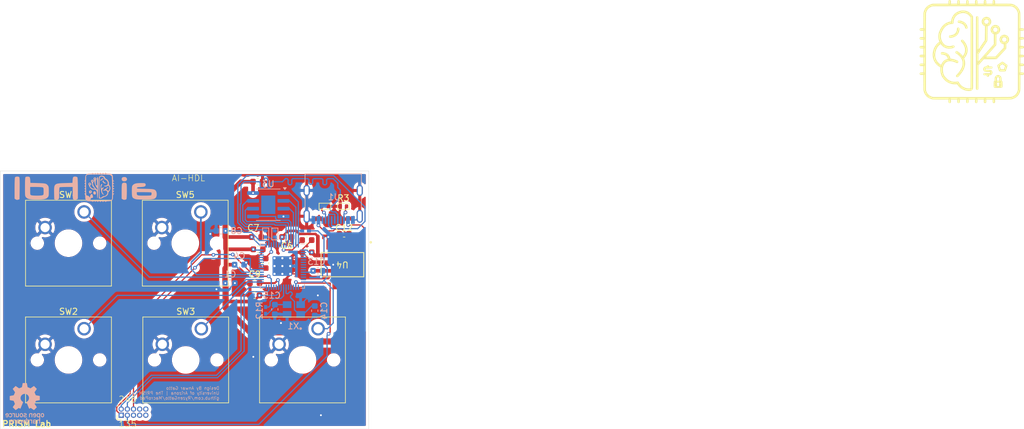
<source format=kicad_pcb>
(kicad_pcb (version 20240108) (generator "pcbnew") (generator_version "8.0")
  (layers (0 "F.Cu" signal) (31 "B.Cu" signal) (34 "B.Paste" user) (35 "F.Paste" user) (36 "B.SilkS" user "B.Silkscreen") (37 "F.SilkS" user "F.Silkscreen") (38 "B.Mask" user) (39 "F.Mask" user) (44 "Edge.Cuts" user))
  (net 0 "")
  (net 11 "GND")
  (net 13 "3v3")
  (net 14 "+1V1")
  (net 15 "Net-(J1-CC1)")
  (net 16 "Net-(J1-CC2)")
  (net 17 "Net-(J1-D+-PadA6)")
  (net 18 "Net-(U1-USB_DP)")
  (net 19 "Net-(J1-D--PadA7)")
  (net 20 "Net-(U1-USB_DM)")
  (net 21 "Net-(U1-QSPI_SS)")
  (net 22 "Net-(U1-QSPI_SCLK)")
  (net 23 "Net-(U1-QSPI_SD2)")
  (net 24 "Net-(U1-QSPI_SD3)")
  (net 25 "Net-(U1-QSPI_SD1)")
  (net 26 "Net-(U1-QSPI_SD0)")
  (net 29 "Net-(U1-XIN)")
  (net 30 "Net-(U1-XOUT)")
  (net 31 "Net-(C15-Pad2)")
  (net 32 "GPIO21")
  (net 33 "GPIO20")
  (net 34 "GPIO19")
  (net 35 "GPIO18")
  (net 36 "GPIO11")
  (net 42 "GPIO17")
  (net 43 "GPIO16")
  (net 44 "GPIO22")
  (net 45 "GPIO04")
  (net 46 "GPIO08")
  (net 47 "GPIO03")
  (net 48 "GPIO01")
  (net 49 "GPIO10")
  (net 50 "GPIO12")
  (net 51 "GPIO06")
  (net 52 "GPIO15")
  (net 53 "GPIO00")
  (net 54 "GPIO14")
  (net 55 "GPIO09")
  (net 56 "GPIO13")
  (net 57 "GPIO02")
  (net 58 "GPIO07")
  (net 59 "GPIO05")
  (net 60 "RUN")
  (net 61 "Net-(U4-VI)")
  (footprint "PCM_Resistor_SMD_AKL:R_0402_1005Metric" (layer "F.Cu") (at 150.155 68.5)
    (property "Reference" "R3")
    (property "Value" "5.1k" (hide yes))
  )
  (footprint "Capacitor_SMD:C_0603_1608Metric" (layer "F.Cu") (at 135.725 83)
    (property "Reference" "C2" (hide yes))
    (property "Value" "100nF" (hide yes))
  )
  (footprint "Capacitor_SMD:C_0603_1608Metric" (layer "F.Cu") (at 136 73.5 180)
    (property "Reference" "C7" (hide yes))
    (property "Value" "100nF" (hide yes))
  )
  (footprint "PCM_Resistor_SMD_AKL:R_0402_1005Metric" (layer "F.Cu") (at 147.155 68.5 180)
    (property "Reference" "R4" (hide yes))
    (property "Value" "5.1k" (hide yes))
  )
  (footprint "Capacitor_SMD:C_0603_1608Metric" (layer "F.Cu") (at 144.225 76)
    (property "Reference" "C5" (hide yes))
    (property "Value" "100nF" (hide yes))
  )
  (footprint "Button_Switch_Keyboard:SW_Cherry_MX_1.00u_PCB" (layer "F.Cu") (at 107.96 88.42)
    (property "Reference" "SW2")
    (property "Value" "Push_Button")
  )
  (footprint "Capacitor_SMD:C_0603_1608Metric" (layer "F.Cu") (at 136.225 64.5 180)
    (property "Reference" "C14_100n1" (hide yes))
    (property "Value" "100nF" (hide yes))
  )
  (footprint "Capacitor_SMD:C_0603_1608Metric" (layer "F.Cu") (at 144.225 74 180)
    (property "Reference" "C10" (hide yes))
    (property "Value" "100nF")
  )
  (footprint "Voltage:NCP1117" (layer "F.Cu") (at 150 78 180)
    (property "Reference" "U4")
    (property "Value" "NCP1117LPST33T3G" (hide yes))
  )
  (footprint "Capacitor_SMD:C_0603_1608Metric" (layer "F.Cu") (at 140.95 73.5 180)
    (property "Reference" "C6")
    (property "Value" "100nF" (hide yes))
  )
  (footprint "Capacitor_SMD:C_0603_1608Metric" (layer "F.Cu") (at 137.5 77.775 90)
    (property "Reference" "C11" (hide yes))
    (property "Value" "1uF" (hide yes))
  )
  (footprint "Capacitor_SMD:C_0603_1608Metric" (layer "F.Cu") (at 135.725 81)
    (property "Reference" "C9")
    (property "Value" "100nF" (hide yes))
  )
  (footprint "Connector_PinHeader_1.00mm:PinHeader_2x22_P1.00mm_Vertical" (layer "F.Cu") (at 114 102.5 90)
    (property "Reference" "J2" (hide yes))
    (property "Value" "Test Pins" (hide yes))
  )
  (footprint "Button_Switch_Keyboard:SW_Cherry_MX_1.00u_PCB" (layer "F.Cu") (at 126.96 69.42)
    (property "Reference" "SW5")
    (property "Value" "Push_Button")
  )
  (footprint "Capacitor_SMD:C_0603_1608Metric" (layer "F.Cu") (at 136.275 75.5 180)
    (property "Reference" "C3" (hide yes))
    (property "Value" "100nF" (hide yes))
  )
  (footprint "Button_Switch_Keyboard:SW_Cherry_MX_1.00u_PCB" (layer "F.Cu") (at 127.04 88.42)
    (property "Reference" "SW3")
    (property "Value" "Push_Button")
  )
  (footprint "Button_Switch_Keyboard:SW_Cherry_MX_1.00u_PCB" (layer "F.Cu") (at 146.04 88.42)
    (property "Reference" "SW6" (hide yes))
    (property "Value" "Push_Button")
  )
  (footprint "Capacitor_SMD:C_0603_1608Metric" (layer "F.Cu") (at 150.275 73 180)
    (property "Reference" "C12")
    (property "Value" "10uF" (hide yes))
  )
  (footprint "Button_Switch_Keyboard:SW_Cherry_MX_1.00u_PCB" (layer "F.Cu") (at 107.96 69.42)
    (property "Reference" "SW4")
    (property "Value" "Push_Button")
  )
  (footprint "Capacitor_SMD:C_0603_1608Metric" (layer "B.Cu") (at 139 85.275 90)
    (property "Reference" "C15")
    (property "Value" "15pF" (hide yes))
  )
  (footprint "PCM_Resistor_SMD_AKL:R_0402_1005Metric" (layer "B.Cu") (at 139 73 90)
    (property "Reference" "R1" (hide yes))
    (property "Value" "27Ω" (hide yes))
  )
  (footprint "1K Resistor:RC0402N_PAN" (layer "B.Cu") (at 144 72.5)
    (property "Reference" "R5" (hide yes))
    (property "Value" "1K" (hide yes))
  )
  (footprint "Connector_USB:USB_C_Receptacle_G-Switch_GT-USB-7010ASV" (layer "B.Cu") (at 148.5 67)
    (property "Reference" "J1")
    (property "Value" "USB_C_Receptacle_USB2.0")
  )
  (footprint "PCM_Resistor_SMD_AKL:R_0402_1005Metric" (layer "B.Cu") (at 137.5 72.99 90)
    (property "Reference" "R2" (hide yes))
    (property "Value" "27Ω" (hide yes))
  )
  (footprint "Capacitor_SMD:C_0603_1608Metric" (layer "B.Cu") (at 145.5 85.5 90)
    (property "Reference" "C14")
    (property "Value" "15pF" (hide yes))
  )
  (footprint "Capacitor_SMD:C_0603_1608Metric" (layer "B.Cu") (at 131.725 81 180)
    (property "Reference" "C1")
    (property "Value" "100nF" (hide yes))
  )
  (footprint "Capacitor_SMD:C_0603_1608Metric" (layer "B.Cu") (at 133.225 78 180)
    (property "Reference" "C4")
    (property "Value" "100nF" (hide yes))
  )
  (footprint "1K Resistor:RC0402N_PAN" (layer "B.Cu") (at 137.5 85.447201 -90)
    (property "Reference" "R12")
    (property "Value" "1K")
  )
  (footprint "Package_SO:SOIC-8-1EP_3.9x4.9mm_P1.27mm_EP2.29x3mm" (layer "B.Cu") (at 137.93 68.25 180)
    (property "Reference" "U3")
    (property "Value" "W25Q128JVSIQ" (hide yes))
  )
  (footprint "Capacitor_SMD:C_0603_1608Metric" (layer "B.Cu") (at 130.225 72.5)
    (property "Reference" "C8")
    (property "Value" "1uF" (hide yes))
  )
  (footprint "footprints:ABM8-272-T3_ABR" (layer "B.Cu") (at 142.1 85.300001 90)
    (property "Reference" "X1")
    (property "Value" "ABM8-272-T3" (hide yes))
  )
  (footprint "Capacitor_SMD:C_0603_1608Metric" (layer "B.Cu") (at 146 79 180)
    (property "Reference" "C13")
    (property "Value" "10uF" (hide yes))
  )
  (footprint "MCU_RaspberryPi_and_Boards:RP2040-QFN-56" (layer "B.Cu") (at 140.225 78.225 180)
    (property "Reference" "U1" (hide yes))
    (property "Value" "RP2040")
  )
  (gr_poly (pts (xy 101.171467 102.165034) (xy 101.162249 102.165411) (xy 101.153267 102.166027) (xy 101.144518 102.166876) (xy 101.135999 102.167947) (xy 101.127707 102.169232) (xy 101.119639 102.170723) (xy 101.111791 102.17241) (xy 101.104161 102.174285) (xy 101.096746 102.176338) (xy 101.089542 102.178562) (xy 101.082546 102.180947) (xy 101.075756 102.183485) (xy 101.069168 102.186166) (xy 101.06278 102.188983) (xy 101.056588 102.191925) (xy 101.044779 102.198155) (xy 101.033719 102.204784) (xy 101.023382 102.211742) (xy 101.013744 102.21896) (xy 101.00478 102.226367) (xy 100.996467 102.233893) (xy 100.988778 102.241468) (xy 100.981691 102.249021) (xy 100.972581 102.259456) (xy 100.964155 102.269988) (xy 100.9564 102.280749) (xy 100.949301 102.291865) (xy 100.942847 102.303467) (xy 100.937023 102.315682) (xy 100.931816 102.328641) (xy 100.927214 102.342472) (xy 100.923202 102.357304) (xy 100.919768 102.373266) (xy 100.916899 102.390487) (xy 100.914581 102.409096) (xy 100.912802 102.429221) (xy 100.911547 102.450992) (xy 100.910803 102.474538) (xy 100.910559 102.499987) (xy 100.910803 102.525649) (xy 100.911547 102.549383) (xy 100.912802 102.571319) (xy 100.914581 102.591587) (xy 100.916899 102.610318) (xy 100.919768 102.627642) (xy 100.923202 102.64369) (xy 100.927214 102.658593) (xy 100.931816 102.672481) (xy 100.937023 102.685484) (xy 100.942847 102.697732) (xy 100.949301 102.709358) (xy 100.9564 102.72049) (xy 100.964155 102.731259) (xy 100.972581 102.741796) (xy 100.981691 102.752232) (xy 100.988778 102.759789) (xy 100.996467 102.767365) (xy 101.00478 102.774891) (xy 101.013744 102.782296) (xy 101.023382 102.78951) (xy 101.033719 102.796465) (xy 101.044779 102.803089) (xy 101.056588 102.809312) (xy 101.069168 102.815066) (xy 101.082546 102.820279) (xy 101.096746 102.824882) (xy 101.111791 102.828805) (xy 101.127707 102.831978) (xy 101.144518 102.834331) (xy 101.162249 102.835794) (xy 101.180924 102.836297) (xy 101.190384 102.83617) (xy 101.199604 102.835794) (xy 101.208587 102.835178) (xy 101.217338 102.83433) (xy 101.225859 102.83326) (xy 101.234153 102.831976) (xy 101.242223 102.830487) (xy 101.250072 102.828802) (xy 101.257703 102.826929) (xy 101.265119 102.824878) (xy 101.272324 102.822656) (xy 101.279321 102.820274) (xy 101.286112 102.817739) (xy 101.2927 102.81506) (xy 101.299089 102.812246) (xy 101.305282 102.809306) (xy 101.317092 102.803083) (xy 101.328153 102.79646) (xy 101.33849 102.789508) (xy 101.348129 102.782296) (xy 101.357093 102.774895) (xy 101.365406 102.767375) (xy 101.373095 102.759805) (xy 101.380183 102.752257) (xy 101.389296 102.741817) (xy 101.397724 102.731277) (xy 101.40548 102.720505) (xy 101.412578 102.709372) (xy 101.419032 102.697746) (xy 101.424853 102.685496) (xy 101.430057 102.672493) (xy 101.434656 102.658605) (xy 101.438664 102.643703) (xy 101.442094 102.627654) (xy 101.44496 102.610329) (xy 101.447275 102.591598) (xy 101.449051 102.571328) (xy 101.450304 102.54939) (xy 101.451046 102.525654) (xy 101.45129 102.500012) (xy 101.319353 102.500012) (xy 101.319259 102.517164) (xy 101.318971 102.532793) (xy 101.318474 102.547014) (xy 101.317755 102.559945) (xy 101.3168 102.571699) (xy 101.315598 102.582394) (xy 101.314134 102.592145) (xy 101.312394 102.601067) (xy 101.310367 102.609278) (xy 101.308039 102.616892) (xy 101.305395 102.624025) (xy 101.302424 102.630794) (xy 101.299112 102.637314) (xy 101.295445 102.6437) (xy 101.291411 102.650069) (xy 101.286995 102.656537) (xy 101.283105 102.66156) (xy 101.278725 102.666409) (xy 101.273884 102.671063) (xy 101.268607 102.6755) (xy 101.26292 102.679701) (xy 101.25685 102.683646) (xy 101.250425 102.687312) (xy 101.243669 102.69068) (xy 101.23661 102.69373) (xy 101.229274 102.696439) (xy 101.221687 102.698789) (xy 101.213877 102.700757) (xy 101.205869 102.702324) (xy 101.19769 102.703469) (xy 101.189366 102.704171) (xy 101.180924 102.70441) (xy 101.172487 102.70417) (xy 101.164167 102.703467) (xy 101.155991 102.70232) (xy 101.147986 102.70075) (xy 101.140177 102.698779) (xy 101.132592 102.696426) (xy 101.125257 102.693714) (xy 101.118198 102.690662) (xy 101.111442 102.687292) (xy 101.105015 102.683624) (xy 101.098945 102.67968) (xy 101.093256 102.675479) (xy 101.087976 102.671044) (xy 101.083131 102.666395) (xy 101.078748 102.661552) (xy 101.076738 102.659065) (xy 101.074853 102.656537) (xy 101.070438 102.65007) (xy 101.066405 102.643703) (xy 101.062739 102.637322) (xy 101.059428 102.630814) (xy 101.056459 102.624064) (xy 101.053818 102.616959) (xy 101.051491 102.609385) (xy 101.049466 102.601227) (xy 101.04773 102.592372) (xy 101.046268 102.582706) (xy 101.045067 102.572115) (xy 101.044115 102.560484) (xy 101.043397 102.5477) (xy 101.042901 102.533649) (xy 101.04252 102.501291) (xy 101.042613 102.484138) (xy 101.042901 102.468508) (xy 101.043397 102.454284) (xy 101.044115 102.441352) (xy 101.045067 102.429594) (xy 101.046268 102.418896) (xy 101.04773 102.409143) (xy 101.049466 102.400217) (xy 101.051491 102.392005) (xy 101.053818 102.38439) (xy 101.056459 102.377256) (xy 101.059428 102.370488) (xy 101.062739 102.363971) (xy 101.066405 102.357589) (xy 101.070438 102.351226) (xy 101.074853 102.344766) (xy 101.078748 102.339743) (xy 101.083132 102.334894) (xy 101.087978 102.330241) (xy 101.093259 102.325803) (xy 101.098949 102.321602) (xy 101.105022 102.317658) (xy 101.11145 102.313991) (xy 101.118207 102.310623) (xy 101.125267 102.307574) (xy 101.132603 102.304864) (xy 101.140188 102.302515) (xy 101.147996 102.300546) (xy 101.156 102.298979) (xy 101.164174 102.297834) (xy 101.172491 102.297132) (xy 101.180924 102.296894) (xy 101.189366 102.297133) (xy 101.19769 102.297836) (xy 101.205869 102.298983) (xy 101.213877 102.300553) (xy 101.221687 102.302525) (xy 101.229274 102.304877) (xy 101.23661 102.30759) (xy 101.243669 102.310641) (xy 101.250425 102.314012) (xy 101.25685 102.317679) (xy 101.26292 102.321624) (xy 101.268607 102.325824) (xy 101.273884 102.330259) (xy 101.278725 102.334909) (xy 101.283105 102.339751) (xy 101.285113 102.342238) (xy 101.286995 102.344766) (xy 101.291411 102.351221) (xy 101.295445 102.357579) (xy 101.299112 102.363954) (xy 101.302424 102.370458) (xy 101.305395 102.377206) (xy 101.308039 102.384311) (xy 101.310367 102.391887) (xy 101.312394 102.400048) (xy 101.314134 102.408907) (xy 101.315598 102.418578) (xy 101.3168 102.429174) (xy 101.317755 102.440809) (xy 101.318474 102.453596) (xy 101.318971 102.46765) (xy 101.319353 102.500012) (xy 101.45129 102.500012) (xy 101.45129 102.5) (xy 101.451045 102.474563) (xy 101.450303 102.451019) (xy 101.449049 102.42925) (xy 101.447271 102.409127) (xy 101.444955 102.390521) (xy 101.442088 102.373302) (xy 101.438656 102.357341) (xy 101.434647 102.34251) (xy 101.430047 102.328678) (xy 101.424843 102.315717) (xy 101.419021 102.303497) (xy 101.412568 102.29189) (xy 101.405471 102.280765) (xy 101.397717 102.269994) (xy 101.389292 102.259448) (xy 101.380183 102.248996) (xy 101.373095 102.241447) (xy 101.365406 102.233876) (xy 101.357093 102.226354) (xy 101.348129 102.218949) (xy 101.33849 102.211734) (xy 101.328153 102.204777) (xy 101.317092 102.19815) (xy 101.305282 102.191922) (xy 101.2927 102.186164) (xy 101.279321 102.180946) (xy 101.265119 102.176337) (xy 101.250072 102.17241) (xy 101.234153 102.169232) (xy 101.217338 102.166876) (xy 101.199604 102.165411) (xy 101.180924 102.164906)) (stroke (width -0.000001)) (fill solid) (layer "B.SilkS"))
  (gr_poly (pts (xy 97.230624 102.563326) (xy 97.230462 102.571581) (xy 97.229981 102.579614) (xy 97.229187 102.587423) (xy 97.228088 102.595004) (xy 97.226689 102.602356) (xy 97.224997 102.609475) (xy 97.223019 102.616359) (xy 97.220762 102.623006) (xy 97.218232 102.629412) (xy 97.215436 102.635575) (xy 97.21238 102.641492) (xy 97.209072 102.647162) (xy 97.205517 102.65258) (xy 97.201722 102.657745) (xy 97.197695 102.662654) (xy 97.193441 102.667304) (xy 97.188968 102.671692) (xy 97.184281 102.675817) (xy 97.179388 102.679675) (xy 97.174296 102.683263) (xy 97.16901 102.68658) (xy 97.163537 102.689622) (xy 97.157885 102.692386) (xy 97.152059 102.694871) (xy 97.146067 102.697074) (xy 97.139915 102.698991) (xy 97.13361 102.700621) (xy 97.127157 102.70196) (xy 97.120565 102.703006) (xy 97.11384 102.703757) (xy 97.106987 102.704209) (xy 97.100014 102.70436) (xy 97.093151 102.704209) (xy 97.086401 102.703757) (xy 97.079771 102.703007) (xy 97.073268 102.701961) (xy 97.066898 102.700622) (xy 97.06067 102.698993) (xy 97.054589 102.697077) (xy 97.048662 102.694875) (xy 97.042896 102.692391) (xy 97.037299 102.689627) (xy 97.031876 102.686585) (xy 97.026636 102.68327) (xy 97.021584 102.679682) (xy 97.016728 102.675825) (xy 97.012074 102.671701) (xy 97.007629 102.667313) (xy 97.003401 102.662664) (xy 96.999395 102.657755) (xy 96.99562 102.652591) (xy 96.992081 102.647173) (xy 96.988786 102.641503) (xy 96.985742 102.635586) (xy 96.982955 102.629423) (xy 96.980432 102.623016) (xy 96.97818 102.616369) (xy 96.976206 102.609484) (xy 96.974517 102.602364) (xy 96.97312 102.595011) (xy 96.972021 102.587428) (xy 96.971228 102.579618) (xy 96.970747 102.571583) (xy 96.970585 102.563326) (xy 96.970585 102.172677) (xy 96.838697 102.172677) (xy 96.838697 102.828577) (xy 96.970585 102.828577) (xy 96.970585 102.758674) (xy 96.973142 102.758674) (xy 96.981116 102.768071) (xy 96.989503 102.776862) (xy 96.998288 102.785048) (xy 97.007458 102.792628) (xy 97.017 102.799601) (xy 97.0269 102.805969) (xy 97.037144 102.81173) (xy 97.047719 102.816886) (xy 97.058612 102.821435) (xy 97.069808 102.825377) (xy 97.081294 102.828714) (xy 97.093056 102.831444) (xy 97.105082 102.833567) (xy 97.117357 102.835084) (xy 97.129867 102.835994) (xy 97.1426 102.836297) (xy 97.152336 102.836067) (xy 97.162125 102.835375) (xy 97.181763 102.832617) (xy 97.201327 102.828036) (xy 97.211021 102.825066) (xy 97.220625 102.821645) (xy 97.230115 102.817776) (xy 97.239469 102.813459) (xy 97.248661 102.808696) (xy 97.257668 102.803489) (xy 97.266467 102.79784) (xy 97.275034 102.79175) (xy 97.283345 102.785222) (xy 97.291377 102.778255) (xy 97.299105 102.770853) (xy 97.306507 102.763017) (xy 97.313558 102.754749) (xy 97.320235 102.74605) (xy 97.326513 102.736921) (xy 97.33237 102.727366) (xy 97.337782 102.717384) (xy 97.342725 102.706978) (xy 97.347175 102.69615) (xy 97.351108 102.684902) (xy 97.354501 102.673234) (xy 97.357331 102.661148) (xy 97.359573 102.648647) (xy 97.361204 102.635732) (xy 97.362199 102.622404) (xy 97.362537 102.608665) (xy 97.362537 102.172677) (xy 97.230624 102.172677)) (stroke (width -0.000001)) (fill solid) (layer "B.SilkS"))
  (gr_poly (pts (xy 96.542317 103.201083) (xy 96.532685 103.201752) (xy 96.523249 103.202853) (xy 96.514002 103.204374) (xy 96.504936 103.206305) (xy 96.496043 103.208634) (xy 96.487317 103.211349) (xy 96.478749 103.21444) (xy 96.470333 103.217894) (xy 96.46206 103.221701) (xy 96.453924 103.22585) (xy 96.445917 103.230328) (xy 96.438031 103.235124) (xy 96.430259 103.240228) (xy 96.422593 103.245628) (xy 96.415027 103.251312) (xy 96.510772 103.365153) (xy 96.516488 103.360944) (xy 96.522023 103.357062) (xy 96.527406 103.3535) (xy 96.532667 103.350249) (xy 96.537838 103.347303) (xy 96.542949 103.344653) (xy 96.54803 103.342292) (xy 96.553111 103.340212) (xy 96.558224 103.338405) (xy 96.563398 103.336864) (xy 96.568664 103.335582) (xy 96.574053 103.334549) (xy 96.579595 103.33376) (xy 96.58532 103.333205) (xy 96.591259 103.332878) (xy 96.597443 103.332771) (xy 96.609546 103.33326) (xy 96.621525 103.334739) (xy 96.633291 103.337227) (xy 96.644752 103.340743) (xy 96.650341 103.342892) (xy 96.655818 103.345305) (xy 96.661175 103.347984) (xy 96.666398 103.350932) (xy 96.671478 103.354151) (xy 96.676401 103.357643) (xy 96.681158 103.361411) (xy 96.685737 103.365457) (xy 96.690126 103.369783) (xy 96.694314 103.374392) (xy 96.69829 103.379285) (xy 96.702042 103.384466) (xy 96.705559 103.389936) (xy 96.70883 103.395699) (xy 96.711843 103.401756) (xy 96.714587 103.408109) (xy 96.717051 103.414762) (xy 96.719223 103.421715) (xy 96.721092 103.428973) (xy 96.722647 103.436536) (xy 96.723876 103.444408) (xy 96.724768 103.45259) (xy 96.725311 103.461085) (xy 96.725495 103.469896) (xy 96.725495 103.864479) (xy 96.857408 103.864479) (xy 96.857408 103.208652) (xy 96.725495 103.208652) (xy 96.725495 103.278481) (xy 96.722864 103.278481) (xy 96.714895 103.269088) (xy 96.706512 103.2603) (xy 96.697728 103.252117) (xy 96.688553 103.244538) (xy 96.678999 103.237565) (xy 96.669077 103.231198) (xy 96.658799 103.225436) (xy 96.648176 103.220279) (xy 96.63722 103.215729) (xy 96.625942 103.211785) (xy 96.614354 103.208447) (xy 96.602466 103.205715) (xy 96.590291 103.20359) (xy 96.577839 103.202073) (xy 96.565122 103.201162) (xy 96.552152 103.200858)) (stroke (width -0.000001)) (fill solid) (layer "B.SilkS"))
  (gr_poly (pts (xy 99.21681 102.165137) (xy 99.207133 102.165829) (xy 99.187697 102.168586) (xy 99.16831 102.173167) (xy 99.149164 102.179557) (xy 99.139741 102.183426) (xy 99.13045 102.187743) (xy 99.121316 102.192505) (xy 99.11236 102.197712) (xy 99.103609 102.203362) (xy 99.095085 102.209452) (xy 99.086813 102.215982) (xy 99.078816 102.222949) (xy 99.071118 102.230352) (xy 99.063744 102.23819) (xy 99.056717 102.24646) (xy 99.050061 102.255162) (xy 99.043801 102.264293) (xy 99.037959 102.273852) (xy 99.03256 102.283837) (xy 99.027627 102.294247) (xy 99.023186 102.305079) (xy 99.019259 102.316333) (xy 99.015871 102.328007) (xy 99.013045 102.340098) (xy 99.010805 102.352606) (xy 99.009176 102.365529) (xy 99.008181 102.378865) (xy 99.007844 102.392613) (xy 99.007844 102.828503) (xy 99.139781 102.828503) (xy 99.139781 102.437928) (xy 99.139943 102.429666) (xy 99.140423 102.421627) (xy 99.141216 102.413814) (xy 99.142315 102.406228) (xy 99.143711 102.398873) (xy 99.145399 102.391751) (xy 99.147372 102.384865) (xy 99.149623 102.378217) (xy 99.152145 102.37181) (xy 99.154931 102.365646) (xy 99.157974 102.359729) (xy 99.161267 102.35406) (xy 99.164804 102.348642) (xy 99.168577 102.343478) (xy 99.172581 102.338571) (xy 99.176807 102.333922) (xy 99.181249 102.329536) (xy 99.1859 102.325413) (xy 99.190754 102.321557) (xy 99.195803 102.317971) (xy 99.201041 102.314657) (xy 99.20646 102.311617) (xy 99.212054 102.308855) (xy 99.217816 102.306372) (xy 99.22374 102.304172) (xy 99.229817 102.302256) (xy 99.236042 102.300628) (xy 99.242407 102.299291) (xy 99.248906 102.298246) (xy 99.255532 102.297496) (xy 99.262278 102.297045) (xy 99.269137 102.296893) (xy 99.276114 102.297045) (xy 99.28297 102.297496) (xy 99.2897 102.298246) (xy 99.296296 102.299291) (xy 99.302751 102.300628) (xy 99.30906 102.302256) (xy 99.315215 102.304172) (xy 99.32121 102.306372) (xy 99.327038 102.308855) (xy 99.332693 102.311617) (xy 99.338167 102.314657) (xy 99.343455 102.317971) (xy 99.348549 102.321558) (xy 99.353444 102.325413) (xy 99.358132 102.329536) (xy 99.362606 102.333922) (xy 99.366861 102.338571) (xy 99.37089 102.343478) (xy 99.374685 102.348642) (xy 99.37824 102.35406) (xy 99.381549 102.359729) (xy 99.384606 102.365646) (xy 99.387402 102.37181) (xy 99.389933 102.378217) (xy 99.39219 102.384865) (xy 99.394168 102.391752) (xy 99.39586 102.398874) (xy 99.397259 102.406229) (xy 99.398359 102.413814) (xy 99.399152 102.421628) (xy 99.399633 102.429667) (xy 99.399795 102.437928) (xy 99.399795 102.828528) (xy 99.531733 102.828528) (xy 99.531733 102.172677) (xy 99.399795 102.172677) (xy 99.399795 102.242505) (xy 99.397164 102.242505) (xy 99.389203 102.233113) (xy 99.380826 102.224325) (xy 99.372046 102.216143) (xy 99.362873 102.208566) (xy 99.35332 102.201595) (xy 99.343397 102.195229) (xy 99.333117 102.189469) (xy 99.322492 102.184315) (xy 99.311532 102.179767) (xy 99.300249 102.175825) (xy 99.288656 102.172489) (xy 99.276763 102.16976) (xy 99.264582 102.167637) (xy 99.252124 102.16612) (xy 99.239403 102.16521) (xy 99.226428 102.164906)) (stroke (width -0.000001)) (fill solid) (layer "B.SilkS"))
  (gr_poly (pts (xy 109.395441 63.024401) (xy 109.393994 63.025021) (xy 109.392464 63.026054) (xy 109.390852 63.027501) (xy 109.389157 63.029362) (xy 109.38738 63.031635) (xy 109.385519 63.034323) (xy 109.383576 63.037423) (xy 109.379442 63.044865) (xy 109.374977 63.05396) (xy 109.370182 63.064708) (xy 109.365056 63.077111) (xy 109.359442 63.088605) (xy 109.350572 63.099283) (xy 109.338499 63.109155) (xy 109.323273 63.118231) (xy 109.304947 63.126522) (xy 109.283572 63.134038) (xy 109.2592 63.140788) (xy 109.231882 63.146784) (xy 109.20167 63.152037) (xy 109.168616 63.156555) (xy 109.132771 63.16035) (xy 109.094188 63.163431) (xy 109.009011 63.167496) (xy 108.913499 63.168833) (xy 108.850258 63.169186) (xy 108.792535 63.170335) (xy 108.739898 63.172414) (xy 108.691911 63.175558) (xy 108.648141 63.179901) (xy 108.608154 63.185576) (xy 108.589443 63.188956) (xy 108.571515 63.19272) (xy 108.554316 63.196884) (xy 108.537791 63.201465) (xy 108.521887 63.20648) (xy 108.506548 63.211947) (xy 108.491721 63.217881) (xy 108.477351 63.224299) (xy 108.463384 63.231219) (xy 108.449766 63.238657) (xy 108.436442 63.246629) (xy 108.423359 63.255153) (xy 108.410462 63.264246) (xy 108.397697 63.273924) (xy 108.385009 63.284204) (xy 108.372344 63.295103) (xy 108.346868 63.318824) (xy 108.320833 63.345222) (xy 108.295598 63.370084) (xy 108.27274 63.394625) (xy 108.252155 63.419187) (xy 108.233741 63.44411) (xy 108.217394 63.469736) (xy 108.203011 63.496407) (xy 108.190488 63.524462) (xy 108.179722 63.554243) (xy 108.17061 63.586091) (xy 108.163048 63.620347) (xy 108.156933 63.657353) (xy 108.152161 63.697449) (xy 108.14863 63.740976) (xy 108.146236 63.788275) (xy 108.144875 63.839688) (xy 108.144444 63.895555) (xy 108.144036 63.933882) (xy 108.142832 63.971981) (xy 108.140863 64.009626) (xy 108.13816 64.046588) (xy 108.134755 64.082641) (xy 108.130677 64.117557) (xy 108.125959 64.151109) (xy 108.120631 64.183069) (xy 108.114725 64.21321) (xy 108.10827 64.241305) (xy 108.101299 64.267126) (xy 108.093842 64.290446) (xy 108.085931 64.311037) (xy 108.077595 64.328673) (xy 108.068867 64.343125) (xy 108.064366 64.349086) (xy 108.059778 64.354166) (xy 108.048615 64.365582) (xy 108.038941 64.376036) (xy 108.034663 64.380912) (xy 108.030756 64.38556) (xy 108.027221 64.389983) (xy 108.024058 64.394185) (xy 108.021268 64.39817) (xy 108.018849 64.401941) (xy 108.016803 64.405504) (xy 108.015129 64.408861) (xy 108.013826 64.412016) (xy 108.012896 64.414974) (xy 108.012338 64.417738) (xy 108.012152 64.420312) (xy 108.012338 64.4227) (xy 108.012896 64.424906) (xy 108.013826 64.426934) (xy 108.015129 64.428787) (xy 108.016803 64.43047) (xy 108.018849 64.431986) (xy 108.021268 64.433339) (xy 108.024058 64.434534) (xy 108.027221 64.435573) (xy 108.030756 64.436461) (xy 108.034663 64.437202) (xy 108.038941 64.4378) (xy 108.043592 64.438258) (xy 108.048615 64.43858) (xy 108.054011 64.43877) (xy 108.059778 64.438833) (xy 108.07001 64.439583) (xy 108.079542 64.441777) (xy 108.088377 64.445327) (xy 108.096516 64.450147) (xy 108.103963 64.45615) (xy 108.11072 64.46325) (xy 108.11679 64.471361) (xy 108.122175 64.480395) (xy 108.126878 64.490266) (xy 108.130902 64.500888) (xy 108.134248 64.512174) (xy 108.13692 64.524037) (xy 108.138921 64.536392) (xy 108.140252 64.54915) (xy 108.140916 64.562227) (xy 108.140917 64.575534) (xy 108.140256 64.588987) (xy 108.138936 64.602498) (xy 108.13696 64.61598) (xy 108.13433 64.629347) (xy 108.131049 64.642512) (xy 108.127119 64.65539) (xy 108.122543 64.667893) (xy 108.117325 64.679935) (xy 108.111465 64.691429) (xy 108.104967 64.702288) (xy 108.097833 64.712427) (xy 108.090067 64.721758) (xy 108.08167 64.730195) (xy 108.072645 64.737652) (xy 108.062995 64.744041) (xy 108.052722 64.749277) (xy 108.04032 64.755654) (xy 108.029571 64.761597) (xy 108.024817 64.764425) (xy 108.020476 64.767168) (xy 108.016549 64.769833) (xy 108.013035 64.772428) (xy 108.009934 64.774962) (xy 108.007247 64.777441) (xy 108.004973 64.779874) (xy 108.003113 64.782268) (xy 108.001666 64.784631) (xy 108.000633 64.78697) (xy 108.000012 64.789294) (xy 107.999806 64.791611) (xy 108.000012 64.793927) (xy 108.000633 64.796251) (xy 108.001666 64.798591) (xy 108.003113 64.800954) (xy 108.004973 64.803348) (xy 108.007247 64.80578) (xy 108.009934 64.80826) (xy 108.013035 64.810793) (xy 108.016549 64.813389) (xy 108.020476 64.816054) (xy 108.024817 64.818796) (xy 108.029571 64.821624) (xy 108.04032 64.827567) (xy 108.052722 64.833944) (xy 108.05733 64.836092) (xy 108.061891 64.838559) (xy 108.070843 64.844403) (xy 108.079526 64.851385) (xy 108.087889 64.85941) (xy 108.09588 64.868387) (xy 108.103447 64.878221) (xy 108.110539 64.888819) (xy 108.117104 64.90009) (xy 108.12309 64.911939) (xy 108.128445 64.924275) (xy 108.133118 64.937003) (xy 108.137058 64.95003) (xy 108.140212 64.963265) (xy 108.142529 64.976613) (xy 108.143957 64.989981) (xy 108.144444 65.003278) (xy 108.144321 65.009911) (xy 108.143957 65.016574) (xy 108.143357 65.023255) (xy 108.142529 65.029943) (xy 108.141478 65.036625) (xy 108.140212 65.043291) (xy 108.138736 65.049928) (xy 108.137058 65.056525) (xy 108.135183 65.06307) (xy 108.133118 65.069553) (xy 108.128445 65.08228) (xy 108.12309 65.094616) (xy 108.117104 65.106465) (xy 108.11389 65.112178) (xy 108.110539 65.117736) (xy 108.107056 65.123125) (xy 108.103447 65.128334) (xy 108.09972 65.133353) (xy 108.09588 65.138168) (xy 108.091934 65.14277) (xy 108.087889 65.147145) (xy 108.083751 65.151282) (xy 108.079526 65.15517) (xy 108.075221 65.158797) (xy 108.070843 65.162151) (xy 108.066397 65.165222) (xy 108.061891 65.167996) (xy 108.05733 65.170463) (xy 108.052722 65.172611) (xy 108.04032 65.178988) (xy 108.029571 65.18493) (xy 108.024817 65.187758) (xy 108.020476 65.190501) (xy 108.016549 65.193166) (xy 108.013035 65.195762) (xy 108.009934 65.198295) (xy 108.007247 65.200774) (xy 108.004973 65.203207) (xy 108.003113 65.205601) (xy 108.001666 65.207964) (xy 108.000633 65.210304) (xy 108.000012 65.212628) (xy 107.999806 65.214944) (xy 108.000012 65.21726) (xy 108.000633 65.219585) (xy 108.001666 65.221924) (xy 108.003113 65.224287) (xy 108.004973 65.226681) (xy 108.007247 65.229114) (xy 108.009934 65.231593) (xy 108.013035 65.234126) (xy 108.016549 65.236722) (xy 108.020476 65.239387) (xy 108.024817 65.24213) (xy 108.029571 65.244958) (xy 108.04032 65.250901) (xy 108.052722 65.257278) (xy 108.05733 65.259425) (xy 108.061891 65.261892) (xy 108.070843 65.267737) (xy 108.079526 65.274718) (xy 108.087889 65.282744) (xy 108.09588 65.29172) (xy 108.103447 65.301554) (xy 108.110539 65.312153) (xy 108.117104 65.323423) (xy 108.12309 65.335273) (xy 108.128445 65.347608) (xy 108.133118 65.360336) (xy 108.137058 65.373363) (xy 108.140212 65.386598) (xy 108.142529 65.399946) (xy 108.143957 65.413314) (xy 108.144444 65.426611) (xy 108.144321 65.433244) (xy 108.143957 65.439907) (xy 108.143357 65.446588) (xy 108.142529 65.453276) (xy 108.141478 65.459958) (xy 108.140212 65.466624) (xy 108.138736 65.473261) (xy 108.137058 65.479858) (xy 108.135183 65.486404) (xy 108.133118 65.492886) (xy 108.128445 65.505614) (xy 108.12309 65.517949) (xy 108.117104 65.529798) (xy 108.11389 65.535512) (xy 108.110539 65.541069) (xy 108.107056 65.546458) (xy 108.103447 65.551668) (xy 108.09972 65.556686) (xy 108.09588 65.561502) (xy 108.091934 65.566103) (xy 108.087889 65.570478) (xy 108.083751 65.574615) (xy 108.079526 65.578503) (xy 108.075221 65.58213) (xy 108.070843 65.585485) (xy 108.066397 65.588555) (xy 108.061891 65.591329) (xy 108.05733 65.593796) (xy 108.052722 65.595944) (xy 108.04032 65.602321) (xy 108.029571 65.608264) (xy 108.024817 65.611092) (xy 108.020476 65.613834) (xy 108.016549 65.6165) (xy 108.013035 65.619095) (xy 108.009934 65.621629) (xy 108.007247 65.624108) (xy 108.004973 65.62654) (xy 108.003113 65.628934) (xy 108.001666 65.631297) (xy 108.000633 65.633637) (xy 108.000012 65.635961) (xy 107.999806 65.638277) (xy 108.000012 65.640594) (xy 108.000633 65.642918) (xy 108.001666 65.645258) (xy 108.003113 65.647621) (xy 108.004973 65.650014) (xy 108.007247 65.652447) (xy 108.009934 65.654926) (xy 108.013035 65.65746) (xy 108.016549 65.660055) (xy 108.020476 65.66272) (xy 108.024817 65.665463) (xy 108.029571 65.668291) (xy 108.04032 65.674234) (xy 108.052722 65.680611) (xy 108.05733 65.682759) (xy 108.061891 65.685225) (xy 108.070843 65.69107) (xy 108.079526 65.698052) (xy 108.087889 65.706077) (xy 108.09588 65.715053) (xy 108.103447 65.724887) (xy 108.110539 65.735486) (xy 108.117104 65.746757) (xy 108.12309 65.758606) (xy 108.128445 65.770941) (xy 108.133118 65.783669) (xy 108.137058 65.796697) (xy 108.140212 65.809931) (xy 108.142529 65.823279) (xy 108.143957 65.836648) (xy 108.144444 65.849944) (xy 108.144321 65.856578) (xy 108.143957 65.863241) (xy 108.143357 65.869922) (xy 108.142529 65.876609) (xy 108.141478 65.883292) (xy 108.140212 65.889957) (xy 108.138736 65.896595) (xy 108.137058 65.903192) (xy 108.135183 65.909737) (xy 108.133118 65.916219) (xy 108.128445 65.928947) (xy 108.12309 65.941282) (xy 108.117104 65.953132) (xy 108.11389 65.958845) (xy 108.110539 65.964402) (xy 108.107056 65.969791) (xy 108.103447 65.975001) (xy 108.09972 65.980019) (xy 108.09588 65.984835) (xy 108.091934 65.989436) (xy 108.087889 65.993811) (xy 108.083751 65.997949) (xy 108.079526 66.001837) (xy 108.075221 66.005464) (xy 108.070843 66.008818) (xy 108.066397 66.011888) (xy 108.061891 66.014663) (xy 108.05733 66.017129) (xy 108.052722 66.019277) (xy 108.04032 66.025654) (xy 108.029571 66.031597) (xy 108.024817 66.034425) (xy 108.020476 66.037168) (xy 108.016549 66.039833) (xy 108.013035 66.042428) (xy 108.009934 66.044962) (xy 108.007247 66.047441) (xy 108.004973 66.049874) (xy 108.003113 66.052268) (xy 108.001666 66.054631) (xy 108.000633 66.05697) (xy 108.000012 66.059294) (xy 107.999806 66.061611) (xy 108.000012 66.063927) (xy 108.000633 66.066251) (xy 108.001666 66.068591) (xy 108.003113 66.070954) (xy 108.004973 66.073348) (xy 108.007247 66.075781) (xy 108.009934 66.07826) (xy 108.013035 66.080793) (xy 108.016549 66.083389) (xy 108.020476 66.086054) (xy 108.024817 66.088796) (xy 108.029571 66.091624) (xy 108.04032 66.097567) (xy 108.052722 66.103944) (xy 108.05733 66.106092) (xy 108.061891 66.108559) (xy 108.070843 66.114403) (xy 108.079526 66.121385) (xy 108.087889 66.12941) (xy 108.09588 66.138386) (xy 108.103447 66.14822) (xy 108.110539 66.158819) (xy 108.117104 66.17009) (xy 108.12309 66.181939) (xy 108.128445 66.194275) (xy 108.133118 66.207002) (xy 108.137058 66.22003) (xy 108.140212 66.233265) (xy 108.142529 66.246613) (xy 108.143957 66.259981) (xy 108.144444 66.273278) (xy 108.144321 66.279911) (xy 108.143957 66.286574) (xy 108.143357 66.293255) (xy 108.142529 66.299943) (xy 108.141478 66.306625) (xy 108.140212 66.313291) (xy 108.138736 66.319928) (xy 108.137058 66.326525) (xy 108.135183 66.33307) (xy 108.133118 66.339553) (xy 108.128445 66.352281) (xy 108.12309 66.364616) (xy 108.117104 66.376465) (xy 108.11389 66.382179) (xy 108.110539 66.387736) (xy 108.107056 66.393125) (xy 108.103447 66.398334) (xy 108.09972 66.403353) (xy 108.09588 66.408169) (xy 108.091934 66.41277) (xy 108.087889 66.417145) (xy 108.083751 66.421282) (xy 108.079526 66.42517) (xy 108.075221 66.428797) (xy 108.070843 66.432152) (xy 108.066397 66.435222) (xy 108.061891 66.437996) (xy 108.05733 66.440463) (xy 108.052722 66.442611) (xy 108.04032 66.448988) (xy 108.029571 66.454931) (xy 108.024817 66.457759) (xy 108.020476 66.460501) (xy 108.016549 66.463167) (xy 108.013035 66.465762) (xy 108.009934 66.468295) (xy 108.007247 66.470775) (xy 108.004973 66.473207) (xy 108.003113 66.475601) (xy 108.001666 66.477964) (xy 108.000633 66.480304) (xy 108.000012 66.482628) (xy 107.999806 66.484944) (xy 108.000012 66.487261) (xy 108.000633 66.489585) (xy 108.001666 66.491924) (xy 108.003113 66.494287) (xy 108.004973 66.496681) (xy 108.007247 66.499114) (xy 108.009934 66.501593) (xy 108.013035 66.504126) (xy 108.016549 66.506722) (xy 108.020476 66.509387) (xy 108.024817 66.51213) (xy 108.029571 66.514958) (xy 108.04032 66.520901) (xy 108.052722 66.527277) (xy 108.063054 66.532884) (xy 108.072869 66.541706) (xy 108.082146 66.553648) (xy 108.090866 66.568619) (xy 108.099007 66.586525) (xy 108.106548 66.607273) (xy 108.113469 66.63077) (xy 108.119749 66.656923) (xy 108.125368 66.68564) (xy 108.130305 66.716827) (xy 108.134539 66.75039) (xy 108.13805 66.786238) (xy 108.140816 66.824277) (xy 108.142818 66.864414) (xy 108.144034 66.906557) (xy 108.144444 66.950611) (xy 108.144797 67.007643) (xy 108.145946 67.059931) (xy 108.148025 67.107857) (xy 108.151169 67.151804) (xy 108.155512 67.192155) (xy 108.161187 67.229292) (xy 108.164567 67.246774) (xy 108.168331 67.263596) (xy 108.172495 67.279806) (xy 108.177076 67.295451) (xy 108.182092 67.31058) (xy 108.187558 67.325239) (xy 108.193492 67.339478) (xy 108.19991 67.353343) (xy 108.20683 67.366882) (xy 108.214268 67.380144) (xy 108.222241 67.393175) (xy 108.230765 67.406025) (xy 108.239858 67.41874) (xy 108.249535 67.431369) (xy 108.270714 67.456558) (xy 108.294435 67.481974) (xy 108.320833 67.508) (xy 108.34687 67.534398) (xy 108.372358 67.558119) (xy 108.397743 67.579298) (xy 108.42347 67.598068) (xy 108.449981 67.614565) (xy 108.477723 67.628923) (xy 108.507139 67.641275) (xy 108.538673 67.651757) (xy 108.572771 67.660502) (xy 108.609877 67.667646) (xy 108.650434 67.673321) (xy 108.694888 67.677664) (xy 108.743682 67.680808) (xy 108.797262 67.682887) (xy 108.920556 67.684389) (xy 108.972983 67.68472) (xy 109.021814 67.685712) (xy 109.067089 67.687365) (xy 109.10885 67.68968) (xy 109.147139 67.692657) (xy 109.181997 67.696295) (xy 109.213464 67.700595) (xy 109.227939 67.702992) (xy 109.241583 67.705555) (xy 109.2544 67.708284) (xy 109.266394 67.711178) (xy 109.277573 67.714237) (xy 109.28794 67.717462) (xy 109.297501 67.720852) (xy 109.306261 67.724407) (xy 109.314225 67.728128) (xy 109.321399 67.732014) (xy 109.327787 67.736065) (xy 109.333395 67.740282) (xy 109.338227 67.744664) (xy 109.34229 67.749212) (xy 109.345588 67.753924) (xy 109.348126 67.758803) (xy 109.349909 67.763846) (xy 109.350944 67.769055) (xy 109.351109 67.781458) (xy 109.351605 67.792206) (xy 109.352432 67.801301) (xy 109.352969 67.805229) (xy 109.35359 67.808743) (xy 109.354292 67.811843) (xy 109.355078 67.81453) (xy 109.355946 67.816804) (xy 109.356897 67.818665) (xy 109.357931 67.820112) (xy 109.359047 67.821145) (xy 109.360246 67.821765) (xy 109.361527 67.821972) (xy 109.362892 67.821765) (xy 109.364339 67.821145) (xy 109.365868 67.820112) (xy 109.367481 67.818665) (xy 109.369176 67.816804) (xy 109.370953 67.81453) (xy 109.372814 67.811843) (xy 109.374757 67.808743) (xy 109.378891 67.801301) (xy 109.383356 67.792206) (xy 109.388151 67.781458) (xy 109.393278 67.769055) (xy 109.398075 67.758803) (xy 109.404455 67.749212) (xy 109.412305 67.740282) (xy 109.421514 67.732014) (xy 109.431967 67.724407) (xy 109.443554 67.717462) (xy 109.456161 67.711178) (xy 109.469676 67.705555) (xy 109.483987 67.700594) (xy 109.498982 67.696295) (xy 109.514547 67.692657) (xy 109.530572 67.68968) (xy 109.546942 67.687365) (xy 109.563546 67.685712) (xy 109.597007 67.684389) (xy 109.630054 67.685712) (xy 109.646141 67.687365) (xy 109.661788 67.68968) (xy 109.676882 67.692657) (xy 109.691311 67.696295) (xy 109.704962 67.700594) (xy 109.717723 67.705555) (xy 109.729481 67.711178) (xy 109.740125 67.717462) (xy 109.749541 67.724407) (xy 109.757617 67.732014) (xy 109.764241 67.740282) (xy 109.769301 67.749212) (xy 109.772684 67.758803) (xy 109.774277 67.769055) (xy 109.774443 67.781458) (xy 109.774939 67.792206) (xy 109.775766 67.801301) (xy 109.776303 67.805229) (xy 109.776923 67.808743) (xy 109.777626 67.811843) (xy 109.778412 67.81453) (xy 109.77928 67.816804) (xy 109.780231 67.818665) (xy 109.781264 67.820112) (xy 109.78238 67.821145) (xy 109.783579 67.821765) (xy 109.784861 67.821972) (xy 109.786225 67.821765) (xy 109.787672 67.821145) (xy 109.789202 67.820112) (xy 109.790814 67.818665) (xy 109.792509 67.816804) (xy 109.794287 67.81453) (xy 109.796147 67.811843) (xy 109.79809 67.808743) (xy 109.802224 67.801301) (xy 109.806689 67.792206) (xy 109.811484 67.781458) (xy 109.816611 67.769055) (xy 109.821146 67.758803) (xy 109.826769 67.749212) (xy 109.833406 67.740282) (xy 109.840988 67.732014) (xy 109.849444 67.724407) (xy 109.858701 67.717462) (xy 109.86869 67.711178) (xy 109.879339 67.705555) (xy 109.890577 67.700594) (xy 109.902334 67.696295) (xy 109.914537 67.692657) (xy 109.927116 67.68968) (xy 109.94 67.687365) (xy 109.953118 67.685712) (xy 109.966398 67.684719) (xy 109.979771 67.684389) (xy 109.993164 67.684719) (xy 110.006506 67.685712) (xy 110.019728 67.687365) (xy 110.032756 67.68968) (xy 110.045521 67.692657) (xy 110.057952 67.696295) (xy 110.069977 67.700594) (xy 110.081525 67.705555) (xy 110.092525 67.711178) (xy 110.102907 67.717462) (xy 110.112598 67.724407) (xy 110.121529 67.732014) (xy 110.129628 67.740282) (xy 110.136823 67.749212) (xy 110.143045 67.758803) (xy 110.148221 67.769055) (xy 110.154598 67.781458) (xy 110.160541 67.792206) (xy 110.163369 67.79696) (xy 110.166112 67.801301) (xy 110.168777 67.805229) (xy 110.171373 67.808743) (xy 110.173906 67.811843) (xy 110.176385 67.81453) (xy 110.178818 67.816804) (xy 110.181212 67.818665) (xy 110.183575 67.820112) (xy 110.185914 67.821145) (xy 110.188239 67.821765) (xy 110.190555 67.821972) (xy 110.192871 67.821765) (xy 110.195195 67.821145) (xy 110.197535 67.820112) (xy 110.199898 67.818665) (xy 110.202292 67.816804) (xy 110.204724 67.81453) (xy 110.207204 67.811843) (xy 110.209737 67.808743) (xy 110.212332 67.805229) (xy 110.214998 67.801301) (xy 110.21774 67.79696) (xy 110.220568 67.792206) (xy 110.226511 67.781458) (xy 110.232888 67.769055) (xy 110.238065 67.758803) (xy 110.244288 67.749212) (xy 110.251488 67.740282) (xy 110.259595 67.732014) (xy 110.268538 67.724407) (xy 110.27825 67.717462) (xy 110.288659 67.711178) (xy 110.299696 67.705555) (xy 110.311291 67.700594) (xy 110.323374 67.696295) (xy 110.335876 67.692657) (xy 110.348726 67.68968) (xy 110.361856 67.687365) (xy 110.375195 67.685712) (xy 110.388674 67.684719) (xy 110.402222 67.684389) (xy 110.41577 67.684719) (xy 110.429249 67.685712) (xy 110.442588 67.687365) (xy 110.455717 67.68968) (xy 110.468568 67.692657) (xy 110.48107 67.696295) (xy 110.493153 67.700594) (xy 110.504748 67.705555) (xy 110.515785 67.711178) (xy 110.526194 67.717462) (xy 110.535905 67.724407) (xy 110.544849 67.732014) (xy 110.552956 67.740282) (xy 110.560155 67.749212) (xy 110.566378 67.758803) (xy 110.571555 67.769055) (xy 110.577932 67.781458) (xy 110.583875 67.792206) (xy 110.586703 67.79696) (xy 110.589445 67.801301) (xy 110.592111 67.805229) (xy 110.594706 67.808743) (xy 110.597239 67.811843) (xy 110.599719 67.81453) (xy 110.602151 67.816804) (xy 110.604545 67.818665) (xy 110.606908 67.820112) (xy 110.609248 67.821145) (xy 110.611572 67.821765) (xy 110.613888 67.821972) (xy 110.616204 67.821765) (xy 110.618529 67.821145) (xy 110.620868 67.820112) (xy 110.623231 67.818665) (xy 110.625625 67.816804) (xy 110.628058 67.81453) (xy 110.630537 67.811843) (xy 110.63307 67.808743) (xy 110.635666 67.805229) (xy 110.638331 67.801301) (xy 110.641074 67.79696) (xy 110.643902 67.792206) (xy 110.649845 67.781458) (xy 110.656222 67.769055) (xy 110.660836 67.761128) (xy 110.666681 67.753263) (xy 110.673663 67.745522) (xy 110.681688 67.737967) (xy 110.690664 67.73066) (xy 110.700498 67.723663) (xy 110.711097 67.717038) (xy 110.722368 67.710847) (xy 110.734217 67.705152) (xy 110.746553 67.700016) (xy 110.75928 67.695499) (xy 110.772308 67.691665) (xy 110.785542 67.688575) (xy 110.79889 67.68629) (xy 110.812259 67.684875) (xy 110.825555 67.684389) (xy 110.832189 67.684512) (xy 110.838852 67.684875) (xy 110.845533 67.68547) (xy 110.85222 67.68629) (xy 110.858903 67.687328) (xy 110.865568 67.688575) (xy 110.872206 67.690023) (xy 110.878803 67.691665) (xy 110.89183 67.695499) (xy 110.904558 67.700016) (xy 110.916893 67.705152) (xy 110.928743 67.710847) (xy 110.940013 67.717038) (xy 110.950612 67.723663) (xy 110.960446 67.73066) (xy 110.969422 67.737967) (xy 110.973559 67.741717) (xy 110.977447 67.745522) (xy 110.981074 67.749373) (xy 110.984429 67.753263) (xy 110.987499 67.757184) (xy 110.990273 67.761128) (xy 110.99274 67.765088) (xy 110.994888 67.769055) (xy 111.001265 67.782698) (xy 111.007208 67.794522) (xy 111.012778 67.804526) (xy 111.015444 67.808846) (xy 111.018039 67.812712) (xy 111.020573 67.816122) (xy 111.023052 67.819078) (xy 111.025484 67.821579) (xy 111.027878 67.823626) (xy 111.030241 67.825217) (xy 111.032581 67.826354) (xy 111.034905 67.827037) (xy 111.037221 67.827264) (xy 111.039538 67.827037) (xy 111.041862 67.826354) (xy 111.044202 67.825217) (xy 111.046564 67.823626) (xy 111.048958 67.821579) (xy 111.051391 67.819078) (xy 111.05387 67.816122) (xy 111.056404 67.812712) (xy 111.058999 67.808846) (xy 111.061664 67.804526) (xy 111.067235 67.794522) (xy 111.073178 67.782698) (xy 111.079555 67.769055) (xy 111.084169 67.761128) (xy 111.090014 67.753263) (xy 111.096996 67.745522) (xy 111.105021 67.737967) (xy 111.113997 67.73066) (xy 111.123831 67.723663) (xy 111.13443 67.717038) (xy 111.145701 67.710847) (xy 111.15755 67.705152) (xy 111.169886 67.700016) (xy 111.182614 67.695499) (xy 111.195641 67.691665) (xy 111.208876 67.688575) (xy 111.222224 67.68629) (xy 111.235593 67.684875) (xy 111.248889 67.684389) (xy 111.255522 67.684512) (xy 111.262185 67.684875) (xy 111.268866 67.68547) (xy 111.275554 67.68629) (xy 111.282236 67.687328) (xy 111.288902 67.688575) (xy 111.295539 67.690023) (xy 111.302136 67.691665) (xy 111.315164 67.695499) (xy 111.327892 67.700016) (xy 111.340227 67.705152) (xy 111.352076 67.710847) (xy 111.363347 67.717038) (xy 111.373945 67.723663) (xy 111.383779 67.73066) (xy 111.392756 67.737967) (xy 111.396893 67.741717) (xy 111.400781 67.745522) (xy 111.404408 67.749373) (xy 111.407763 67.753263) (xy 111.410833 67.757184) (xy 111.413607 67.761128) (xy 111.416074 67.765088) (xy 111.418222 67.769055) (xy 111.424599 67.781458) (xy 111.430541 67.792206) (xy 111.433369 67.79696) (xy 111.436112 67.801301) (xy 111.438777 67.805229) (xy 111.441373 67.808743) (xy 111.443906 67.811843) (xy 111.446385 67.81453) (xy 111.448818 67.816804) (xy 111.451212 67.818665) (xy 111.453575 67.820112) (xy 111.455914 67.821145) (xy 111.458238 67.821765) (xy 111.460555 67.821972) (xy 111.462871 67.821765) (xy 111.465195 67.821145) (xy 111.467535 67.820112) (xy 111.469898 67.818665) (xy 111.472292 67.816804) (xy 111.474724 67.81453) (xy 111.477204 67.811843) (xy 111.479737 67.808743) (xy 111.482333 67.805229) (xy 111.484998 67.801301) (xy 111.487741 67.79696) (xy 111.490569 67.792206) (xy 111.496511 67.781458) (xy 111.502888 67.769055) (xy 111.508492 67.759965) (xy 111.517289 67.751237) (xy 111.529166 67.742902) (xy 111.544009 67.73499) (xy 111.561705 67.727533) (xy 111.58214 67.720562) (xy 111.605199 67.714108) (xy 111.630771 67.708201) (xy 111.65874 67.702873) (xy 111.688993 67.698155) (xy 111.721416 67.694078) (xy 111.755897 67.690673) (xy 111.79232 67.68797) (xy 111.830572 67.686001) (xy 111.870541 67.684797) (xy 111.912111 67.684389) (xy 112.012365 67.682361) (xy 112.104278 67.676107) (xy 112.147188 67.671314) (xy 112.188109 67.665367) (xy 112.227075 67.658234) (xy 112.264117 67.649883) (xy 112.299267 67.640281) (xy 112.332559 67.629396) (xy 112.364024 67.617197) (xy 112.393694 67.603649) (xy 112.421602 67.588722) (xy 112.44778 67.572383) (xy 112.472261 67.5546) (xy 112.495076 67.53534) (xy 112.516259 67.514571) (xy 112.53584 67.492261) (xy 112.553854 67.468377) (xy 112.570331 67.442887) (xy 112.585304 67.41576) (xy 112.598806 67.386962) (xy 112.610869 67.356461) (xy 112.621525 67.324225) (xy 112.630806 67.290221) (xy 112.638745 67.254418) (xy 112.645374 67.216784) (xy 112.650726 67.177285) (xy 112.657724 67.092565) (xy 112.66 67) (xy 112.660417 66.947636) (xy 112.661681 66.898921) (xy 112.663813 66.853699) (xy 112.666835 66.811815) (xy 112.670766 66.773114) (xy 112.675627 66.737442) (xy 112.681438 66.704643) (xy 112.688222 66.674562) (xy 112.691984 66.660493) (xy 112.695997 66.647044) (xy 112.700264 66.634198) (xy 112.704786 66.621935) (xy 112.709566 66.610235) (xy 112.714608 66.599078) (xy 112.719913 66.588447) (xy 112.725484 66.57832) (xy 112.731324 66.568679) (xy 112.737435 66.559505) (xy 112.74382 66.550777) (xy 112.750482 66.542477) (xy 112.757422 66.534586) (xy 112.764645 66.527083) (xy 112.772151 66.51995) (xy 112.779944 66.513166) (xy 112.819301 66.482877) (xy 112.834763 66.470595) (xy 112.847413 66.460029) (xy 112.857253 66.451034) (xy 112.861118 66.44708) (xy 112.864281 66.443465) (xy 112.86674 66.44017) (xy 112.868497 66.437178) (xy 112.869552 66.43447) (xy 112.869903 66.432027) (xy 112.869552 66.429833) (xy 112.868497 66.427869) (xy 112.86674 66.426117) (xy 112.864281 66.424558) (xy 112.861118 66.423176) (xy 112.857253 66.421951) (xy 112.852684 66.420865) (xy 112.847413 66.419901) (xy 112.834763 66.418264) (xy 112.819301 66.416897) (xy 112.779944 66.414389) (xy 112.774013 66.414245) (xy 112.768133 66.413819) (xy 112.762312 66.413116) (xy 112.756559 66.412143) (xy 112.750884 66.410906) (xy 112.745295 66.409412) (xy 112.739802 66.407668) (xy 112.734414 66.40568) (xy 112.729139 66.403453) (xy 112.723987 66.400996) (xy 112.718967 66.398314) (xy 112.714088 66.395413) (xy 112.709358 66.392301) (xy 112.704788 66.388983) (xy 112.700385 66.385466) (xy 112.69616 66.381757) (xy 112.69212 66.377861) (xy 112.688275 66.373787) (xy 112.684635 66.369539) (xy 112.681208 66.365124) (xy 112.678003 66.360549) (xy 112.675029 66.35582) (xy 112.672295 66.350945) (xy 112.669811 66.345928) (xy 112.667586 66.340777) (xy 112.665627 66.335498) (xy 112.663945 66.330097) (xy 112.662549 66.324582) (xy 112.661447 66.318958) (xy 112.660649 66.313232) (xy 112.660164 66.307411) (xy 112.66 66.3015) (xy 112.660164 66.295446) (xy 112.660649 66.289201) (xy 112.662549 66.276199) (xy 112.665627 66.262619) (xy 112.669811 66.248583) (xy 112.675029 66.234217) (xy 112.681208 66.219644) (xy 112.688275 66.204989) (xy 112.69616 66.190375) (xy 112.704788 66.175926) (xy 112.714088 66.161767) (xy 112.723987 66.148021) (xy 112.734414 66.134812) (xy 112.734617 66.134578) (xy 112.520653 66.134578) (xy 112.520625 66.375234) (xy 112.519771 66.583612) (xy 112.518982 66.676469) (xy 112.517924 66.762183) (xy 112.516577 66.841063) (xy 112.51492 66.913418) (xy 112.512932 66.979556) (xy 112.510593 67.039786) (xy 112.507882 67.094416) (xy 112.504778 67.143757) (xy 112.50126 67.188116) (xy 112.497309 67.227802) (xy 112.492902 67.263124) (xy 112.488021 67.29439) (xy 112.485395 67.308599) (xy 112.482643 67.32191) (xy 112.479762 67.334362) (xy 112.476748 67.345993) (xy 112.473601 67.356841) (xy 112.470316 67.366946) (xy 112.466892 67.376346) (xy 112.463326 67.385079) (xy 112.459616 67.393184) (xy 112.455757 67.400701) (xy 112.45175 67.407666) (xy 112.447589 67.414119) (xy 112.443274 67.420099) (xy 112.438801 67.425644) (xy 112.434168 67.430793) (xy 112.429372 67.435584) (xy 112.42441 67.440056) (xy 112.419281 67.444247) (xy 112.408508 67.451943) (xy 112.397032 67.45898) (xy 112.384833 67.465667) (xy 112.361911 67.474677) (xy 112.325151 67.483181) (xy 112.211642 67.498629) (xy 112.047366 67.511927) (xy 111.835382 67.522993) (xy 111.57875 67.531743) (xy 111.280528 67.538096) (xy 110.571555 67.543277) (xy 110.09328 67.542506) (xy 109.892387 67.541417) (xy 109.715297 67.53975) (xy 109.560738 67.537421) (xy 109.427439 67.534348) (xy 109.314128 67.530448) (xy 109.219534 67.525639) (xy 109.178859 67.522867) (xy 109.142387 67.519837) (xy 109.109958 67.516539) (xy 109.081414 67.512961) (xy 109.056595 67.509094) (xy 109.035344 67.504927) (xy 109.017501 67.50045) (xy 109.002907 67.495653) (xy 108.991403 67.490525) (xy 108.98283 67.485056) (xy 108.979594 67.48219) (xy 108.97703 67.479235) (xy 108.97512 67.47619) (xy 108.973844 67.473053) (xy 108.973181 67.469823) (xy 108.973112 67.466498) (xy 108.973617 67.463079) (xy 108.974676 67.459562) (xy 108.978377 67.452232) (xy 108.984055 67.4445) (xy 108.991822 67.433601) (xy 108.999227 67.422134) (xy 109.00624 67.410192) (xy 109.012829 67.397867) (xy 109.018962 67.385253) (xy 109.024611 67.372442) (xy 109.029742 67.359528) (xy 109.034326 67.346604) (xy 109.038331 67.333762) (xy 109.041726 67.321096) (xy 109.04448 67.308699) (xy 109.046563 67.296664) (xy 109.047943 67.285083) (xy 109.048589 67.27405) (xy 109.04847 67.263658) (xy 109.047555 67.254) (xy 109.04648 67.248109) (xy 109.045895 67.242343) (xy 109.045796 67.236704) (xy 109.046177 67.231193) (xy 109.047034 67.225811) (xy 109.048361 67.22056) (xy 109.050153 67.21544) (xy 109.052406 67.210454) (xy 109.055113 67.205602) (xy 109.058269 67.200885) (xy 109.06187 67.196306) (xy 109.06591 67.191864) (xy 109.075288 67.183401) (xy 109.08636 67.175507) (xy 109.099087 67.168191) (xy 109.113425 67.161465) (xy 109.129335 67.155337) (xy 109.146774 67.14982) (xy 109.165701 67.144923) (xy 109.186075 67.140656) (xy 109.207855 67.13703) (xy 109.231 67.134055) (xy 109.264603 67.130035) (xy 109.294114 67.125704) (xy 109.319738 67.120754) (xy 109.341684 67.114873) (xy 109.351341 67.111487) (xy 109.360156 67.107752) (xy 109.368155 67.103629) (xy 109.375363 67.099081) (xy 109.381806 67.094067) (xy 109.38751 67.088549) (xy 109.392501 67.082489) (xy 109.396805 67.075847) (xy 109.400447 67.068585) (xy 109.403454 67.060664) (xy 109.405851 67.052046) (xy 109.407664 67.042691) (xy 109.408919 67.032561) (xy 109.409642 67.021618) (xy 109.409593 66.997133) (xy 109.407726 66.968928) (xy 109.404247 66.936693) (xy 109.399362 66.900116) (xy 109.393278 66.858889) (xy 109.382074 66.806179) (xy 109.369796 66.754709) (xy 109.363331 66.729827) (xy 109.356691 66.70572) (xy 109.349906 66.682543) (xy 109.343007 66.660451) (xy 109.336025 66.6396) (xy 109.328992 66.620144) (xy 109.321938 66.602238) (xy 109.314895 66.586037) (xy 109.307892 66.571697) (xy 109.300963 66.559372) (xy 109.294136 66.549218) (xy 109.290771 66.545003) (xy 109.287444 66.541389) (xy 109.276681 66.531545) (xy 109.26558 66.523162) (xy 109.254177 66.516214) (xy 109.242506 66.510672) (xy 109.230603 66.50651) (xy 109.218502 66.503701) (xy 109.206239 66.502217) (xy 109.193848 66.502032) (xy 109.181363 66.503118) (xy 109.168821 66.505448) (xy 109.156255 66.508995) (xy 109.143701 66.513731) (xy 109.131193 66.519631) (xy 109.118767 66.526666) (xy 109.106457 66.534809) (xy 109.094298 66.544034) (xy 109.082325 66.554313) (xy 109.070573 66.56562) (xy 109.059077 66.577926) (xy 109.047872 66.591205) (xy 109.036992 66.605429) (xy 109.026472 66.620572) (xy 109.016348 66.636607) (xy 109.006655 66.653506) (xy 108.997426 66.671242) (xy 108.988697 66.689788) (xy 108.980503 66.709117) (xy 108.972879 66.729201) (xy 108.965859 66.750015) (xy 108.959479 66.771529) (xy 108.953773 66.793719) (xy 108.948777 66.816555) (xy 108.899389 67.070556) (xy 108.772388 66.901222) (xy 108.759256 66.884531) (xy 108.746371 66.868893) (xy 108.733817 66.854372) (xy 108.721676 66.841029) (xy 108.710032 66.828927) (xy 108.704422 66.82336) (xy 108.698966 66.818126) (xy 108.693676 66.813234) (xy 108.688562 66.80869) (xy 108.683634 66.804503) (xy 108.678902 66.80068) (xy 108.674377 66.79723) (xy 108.670069 66.794159) (xy 108.665988 66.791476) (xy 108.662145 66.789188) (xy 108.65855 66.787303) (xy 108.655214 66.785829) (xy 108.652146 66.784773) (xy 108.649357 66.784144) (xy 108.646858 66.783949) (xy 108.644658 66.784196) (xy 108.643674 66.784487) (xy 108.642769 66.784892) (xy 108.641943 66.785411) (xy 108.641199 66.786046) (xy 108.640538 66.786796) (xy 108.639961 66.787664) (xy 108.639063 66.789756) (xy 108.638517 66.792328) (xy 108.638333 66.795389) (xy 108.63819 66.798552) (xy 108.637765 66.801428) (xy 108.637066 66.80402) (xy 108.636101 66.80633) (xy 108.634877 66.808362) (xy 108.633403 66.810117) (xy 108.631686 66.811597) (xy 108.629734 66.812807) (xy 108.627555 66.813748) (xy 108.625156 66.814423) (xy 108.622545 66.814834) (xy 108.61973 66.814984) (xy 108.616718 66.814876) (xy 108.613518 66.814512) (xy 108.606583 66.813027) (xy 108.598987 66.81055) (xy 108.590791 66.807102) (xy 108.582058 66.802703) (xy 108.572849 66.797373) (xy 108.563227 66.791134) (xy 108.553253 66.784006) (xy 108.54299 66.77601) (xy 108.5325 66.767167) (xy 108.521682 66.759484) (xy 108.510451 66.752339) (xy 108.498889 66.745773) (xy 108.487079 66.739826) (xy 108.475104 66.734542) (xy 108.463046 66.72996) (xy 108.450988 66.726122) (xy 108.439013 66.723069) (xy 108.427203 66.720844) (xy 108.415642 66.719486) (xy 108.404411 66.719038) (xy 108.398945 66.719169) (xy 108.393593 66.719541) (xy 108.388365 66.720162) (xy 108.383272 66.721037) (xy 108.378323 66.722169) (xy 108.373529 66.723565) (xy 108.368901 66.72523) (xy 108.364448 66.727169) (xy 108.360181 66.729387) (xy 108.356111 66.731889) (xy 108.34718 66.73096) (xy 108.338899 66.717516) (xy 108.33126 66.691442) (xy 108.324251 66.652624) (xy 108.312083 66.536304) (xy 108.302312 66.367646) (xy 108.294857 66.14574) (xy 108.289634 65.869678) (xy 108.285555 65.151444) (xy 108.285555 63.521611) (xy 108.454888 63.408722) (xy 108.520331 63.377868) (xy 108.609339 63.353711) (xy 108.735553 63.335672) (xy 108.912618 63.323173) (xy 109.154174 63.315636) (xy 109.473865 63.31248) (xy 110.402222 63.317) (xy 110.964986 63.324551) (xy 111.195755 63.328348) (xy 111.395953 63.332434) (xy 111.567956 63.337016) (xy 111.644128 63.339557) (xy 111.714142 63.342301) (xy 111.778296 63.345271) (xy 111.836888 63.348495) (xy 111.890213 63.351998) (xy 111.938569 63.355805) (xy 111.982255 63.359944) (xy 112.021565 63.364439) (xy 112.056799 63.369316) (xy 112.088252 63.374602) (xy 112.116222 63.380322) (xy 112.141007 63.386501) (xy 112.162902 63.393167) (xy 112.182207 63.400344) (xy 112.199216 63.408058) (xy 112.214229 63.416336) (xy 112.227541 63.425203) (xy 112.23945 63.434684) (xy 112.250254 63.444807) (xy 112.260248 63.455596) (xy 112.269731 63.467078) (xy 112.279 63.479278) (xy 112.289411 63.493327) (xy 112.29945 63.506342) (xy 112.304317 63.51245) (xy 112.309076 63.518283) (xy 112.313721 63.523837) (xy 112.318247 63.529107) (xy 112.322648 63.534088) (xy 112.326921 63.538774) (xy 112.33106 63.543161) (xy 112.335059 63.547242) (xy 112.338913 63.551014) (xy 112.342617 63.55447) (xy 112.346166 63.557606) (xy 112.349556 63.560416) (xy 112.352779 63.562896) (xy 112.355832 63.56504) (xy 112.35871 63.566842) (xy 112.361407 63.568299) (xy 112.363917 63.569404) (xy 112.366237 63.570152) (xy 112.36836 63.570539) (xy 112.369346 63.570595) (xy 112.370281 63.570559) (xy 112.371165 63.57043) (xy 112.371996 63.570207) (xy 112.372774 63.569889) (xy 112.373499 63.569477) (xy 112.374169 63.568969) (xy 112.374785 63.568365) (xy 112.375345 63.567664) (xy 112.375848 63.566866) (xy 112.376295 63.565969) (xy 112.376685 63.564973) (xy 112.377289 63.562683) (xy 112.377655 63.55999) (xy 112.377778 63.556889) (xy 112.37786 63.553105) (xy 112.378105 63.549688) (xy 112.37851 63.546633) (xy 112.379073 63.543935) (xy 112.379791 63.541588) (xy 112.380661 63.539587) (xy 112.381681 63.537928) (xy 112.382849 63.536604) (xy 112.384161 63.535611) (xy 112.385615 63.534943) (xy 112.387209 63.534596) (xy 112.38894 63.534564) (xy 112.390805 63.534843) (xy 112.392802 63.535426) (xy 112.394928 63.536308) (xy 112.39718 63.537486) (xy 112.399557 63.538953) (xy 112.402055 63.540704) (xy 112.407405 63.545037) (xy 112.41321 63.550446) (xy 112.419449 63.556889) (xy 112.426102 63.564323) (xy 112.433147 63.572709) (xy 112.440564 63.582003) (xy 112.448333 63.592166) (xy 112.454861 63.612177) (xy 112.461204 63.650388) (xy 112.473248 63.777485) (xy 112.494194 64.206882) (xy 112.509849 64.817518) (xy 112.518889 65.546555) (xy 112.520019 65.859175) (xy 112.520653 66.134578) (xy 112.734617 66.134578) (xy 112.745295 66.122265) (xy 112.756559 66.110504) (xy 112.768133 66.099652) (xy 112.779944 66.089833) (xy 112.819301 66.059544) (xy 112.834763 66.047262) (xy 112.847413 66.036696) (xy 112.857253 66.027701) (xy 112.861118 66.023747) (xy 112.864281 66.020132) (xy 112.86674 66.016837) (xy 112.868497 66.013844) (xy 112.869552 66.011136) (xy 112.869903 66.008694) (xy 112.869552 66.0065) (xy 112.868497 66.004536) (xy 112.86674 66.002784) (xy 112.864281 66.001225) (xy 112.861118 65.999842) (xy 112.857253 65.998617) (xy 112.852684 65.997532) (xy 112.847413 65.996567) (xy 112.834763 65.994931) (xy 112.819301 65.993563) (xy 112.779944 65.991055) (xy 112.766427 65.990246) (xy 112.753664 65.987886) (xy 112.741662 65.984079) (xy 112.730432 65.978929) (xy 112.719981 65.972538) (xy 112.710321 65.96501) (xy 112.701458 65.956449) (xy 112.693404 65.946958) (xy 112.686165 65.93664) (xy 112.679752 65.925599) (xy 112.674174 65.913937) (xy 112.669439 65.901758) (xy 112.665558 65.889167) (xy 112.662537 65.876265) (xy 112.660388 65.863156) (xy 112.659118 65.849944) (xy 112.658737 65.836732) (xy 112.659254 65.823624) (xy 112.660678 65.810722) (xy 112.663018 65.79813) (xy 112.666283 65.785951) (xy 112.670482 65.77429) (xy 112.675624 65.763248) (xy 112.681718 65.75293) (xy 112.688773 65.743439) (xy 112.696799 65.734878) (xy 112.705803 65.72735) (xy 112.715797 65.72096) (xy 112.726787 65.715809) (xy 112.738784 65.712002) (xy 112.751796 65.709643) (xy 112.765833 65.708833) (xy 112.771103 65.708731) (xy 112.776323 65.708428) (xy 112.781487 65.707932) (xy 112.786586 65.707248) (xy 112.791613 65.706384) (xy 112.79656 65.705345) (xy 112.801419 65.704138) (xy 112.806182 65.70277) (xy 112.810842 65.701246) (xy 112.815391 65.699574) (xy 112.819821 65.69776) (xy 112.824124 65.695811) (xy 112.828293 65.693732) (xy 112.83232 65.69153) (xy 112.836197 65.689212) (xy 112.839917 65.686784) (xy 112.843471 65.684253) (xy 112.846852 65.681625) (xy 112.850052 65.678907) (xy 112.853063 65.676105) (xy 112.855878 65.673225) (xy 112.858489 65.670274) (xy 112.860888 65.667258) (xy 112.863068 65.664185) (xy 112.86502 65.661059) (xy 112.866737 65.657889) (xy 112.868211 65.654679) (xy 112.869434 65.651438) (xy 112.870399 65.64817) (xy 112.871098 65.644883) (xy 112.871523 65.641584) (xy 112.871667 65.638277) (xy 112.871523 65.63435) (xy 112.871098 65.630509) (xy 112.870399 65.626755) (xy 112.869434 65.623091) (xy 112.868211 65.619521) (xy 112.866737 65.616046) (xy 112.86502 65.61267) (xy 112.863068 65.609394) (xy 112.860888 65.606221) (xy 112.858489 65.603155) (xy 112.855878 65.600197) (xy 112.853063 65.59735) (xy 112.846852 65.591999) (xy 112.839917 65.587125) (xy 112.83232 65.582746) (xy 112.824124 65.578884) (xy 112.815391 65.57556) (xy 112.806182 65.572793) (xy 112.79656 65.570606) (xy 112.786586 65.569017) (xy 112.776323 65.568049) (xy 112.765833 65.567722) (xy 112.751796 65.566912) (xy 112.738784 65.564553) (xy 112.726787 65.560746) (xy 112.715797 65.555595) (xy 112.705803 65.549205) (xy 112.696799 65.541677) (xy 112.688773 65.533116) (xy 112.681718 65.523625) (xy 112.675624 65.513307) (xy 112.670482 65.502265) (xy 112.666283 65.490604) (xy 112.663018 65.478425) (xy 112.660678 65.465833) (xy 112.659254 65.452931) (xy 112.658737 65.439823) (xy 112.659118 65.426611) (xy 112.660388 65.413399) (xy 112.662537 65.40029) (xy 112.665558 65.387389) (xy 112.669439 65.374797) (xy 112.674174 65.362618) (xy 112.679752 65.350957) (xy 112.686165 65.339915) (xy 112.693404 65.329597) (xy 112.701458 65.320106) (xy 112.710321 65.311545) (xy 112.719981 65.304017) (xy 112.730432 65.297627) (xy 112.741662 65.292476) (xy 112.753664 65.288669) (xy 112.766427 65.286309) (xy 112.779944 65.2855) (xy 112.819301 65.282992) (xy 112.834763 65.281624) (xy 112.847413 65.279988) (xy 112.852684 65.279023) (xy 112.857253 65.277938) (xy 112.861118 65.276713) (xy 112.864281 65.27533) (xy 112.86674 65.273771) (xy 112.868497 65.272019) (xy 112.869552 65.270055) (xy 112.869903 65.267861) (xy 112.869552 65.265419) (xy 112.868497 65.26271) (xy 112.86674 65.259718) (xy 112.864281 65.256423) (xy 112.861118 65.252808) (xy 112.857253 65.248854) (xy 112.847413 65.239859) (xy 112.834763 65.229293) (xy 112.819301 65.217011) (xy 112.779944 65.186722) (xy 112.768133 65.176903) (xy 112.756559 65.166051) (xy 112.745295 65.15429) (xy 112.734414 65.141743) (xy 112.723987 65.128534) (xy 112.714088 65.114788) (xy 112.704788 65.100629) (xy 112.69616 65.08618) (xy 112.688275 65.071566) (xy 112.681208 65.056911) (xy 112.675029 65.042338) (xy 112.669811 65.027972) (xy 112.665627 65.013937) (xy 112.662549 65.000356) (xy 112.660649 64.987354) (xy 112.66 64.975055) (xy 112.660164 64.969144) (xy 112.660649 64.963323) (xy 112.661447 64.957597) (xy 112.662549 64.951973) (xy 112.663945 64.946458) (xy 112.665627 64.941057) (xy 112.667586 64.935778) (xy 112.669811 64.930627) (xy 112.672295 64.925611) (xy 112.675029 64.920735) (xy 112.678003 64.916006) (xy 112.681208 64.911431) (xy 112.684635 64.907017) (xy 112.688275 64.902769) (xy 112.69212 64.898694) (xy 112.69616 64.894798) (xy 112.700385 64.891089) (xy 112.704788 64.887572) (xy 112.709358 64.884254) (xy 112.714088 64.881142) (xy 112.718967 64.878241) (xy 112.723987 64.875559) (xy 112.729139 64.873102) (xy 112.734414 64.870876) (xy 112.739802 64.868887) (xy 112.745295 64.867143) (xy 112.750884 64.865649) (xy 112.756559 64.864413) (xy 112.762312 64.86344) (xy 112.768133 64.862737) (xy 112.774013 64.86231) (xy 112.779944 64.862166) (xy 112.819301 64.859658) (xy 112.834763 64.858291) (xy 112.847413 64.856654) (xy 112.852684 64.85569) (xy 112.857253 64.854604) (xy 112.861118 64.853379) (xy 112.864281 64.851996) (xy 112.86674 64.850438) (xy 112.868497 64.848686) (xy 112.869552 64.846722) (xy 112.869903 64.844527) (xy 112.869552 64.842085) (xy 112.868497 64.839377) (xy 112.86674 64.836385) (xy 112.864281 64.83309) (xy 112.861118 64.829475) (xy 112.857253 64.825521) (xy 112.847413 64.816526) (xy 112.834763 64.80596) (xy 112.819301 64.793678) (xy 112.779944 64.763389) (xy 112.768133 64.75357) (xy 112.756559 64.742718) (xy 112.745295 64.730956) (xy 112.734414 64.718409) (xy 112.723987 64.705201) (xy 112.714088 64.691455) (xy 112.704788 64.677296) (xy 112.69616 64.662847) (xy 112.688275 64.648233) (xy 112.681208 64.633577) (xy 112.675029 64.619005) (xy 112.669811 64.604639) (xy 112.665627 64.590603) (xy 112.662549 64.577023) (xy 112.660649 64.564021) (xy 112.66 64.551722) (xy 112.660164 64.545811) (xy 112.660649 64.53999) (xy 112.661447 64.534264) (xy 112.662549 64.52864) (xy 112.663945 64.523124) (xy 112.665627 64.517724) (xy 112.667586 64.512445) (xy 112.669811 64.507294) (xy 112.672295 64.502277) (xy 112.675029 64.497401) (xy 112.678003 64.492673) (xy 112.681208 64.488098) (xy 112.684635 64.483683) (xy 112.688275 64.479435) (xy 112.69212 64.47536) (xy 112.69616 64.471465) (xy 112.700385 64.467756) (xy 112.704788 64.464239) (xy 112.709358 64.460921) (xy 112.714088 64.457809) (xy 112.718967 64.454908) (xy 112.723987 64.452226) (xy 112.729139 64.449768) (xy 112.734414 64.447542) (xy 112.739802 64.445554) (xy 112.745295 64.44381) (xy 112.750884 64.442316) (xy 112.756559 64.441079) (xy 112.762312 64.440106) (xy 112.768133 64.439403) (xy 112.774013 64.438977) (xy 112.779944 64.438833) (xy 112.819301 64.436366) (xy 112.834763 64.435097) (xy 112.847413 64.433652) (xy 112.857253 64.431917) (xy 112.861118 64.430906) (xy 112.864281 64.429779) (xy 112.86674 64.428524) (xy 112.868497 64.427125) (xy 112.869552 64.425568) (xy 112.869903 64.42384) (xy 112.869552 64.421926) (xy 112.868497 64.419811) (xy 112.86674 64.417482) (xy 112.864281 64.414924) (xy 112.861118 64.412123) (xy 112.857253 64.409066) (xy 112.847413 64.402122) (xy 112.834763 64.39398) (xy 112.819301 64.384524) (xy 112.779944 64.361222) (xy 112.763482 64.350018) (xy 112.748456 64.337409) (xy 112.734815 64.323147) (xy 112.722508 64.306982) (xy 112.711482 64.288668) (xy 112.701686 64.267956) (xy 112.693068 64.244598) (xy 112.685576 64.218347) (xy 112.67916 64.188953) (xy 112.673766 64.15617) (xy 112.669345 64.119748) (xy 112.665843 64.079441) (xy 112.663209 64.034999) (xy 112.661392 63.986175) (xy 112.66 63.874389) (xy 112.657879 63.778098) (xy 112.651304 63.690117) (xy 112.646246 63.649153) (xy 112.639954 63.610157) (xy 112.632389 63.573094) (xy 112.623509 63.537927) (xy 112.613276 63.504621) (xy 112.601648 63.473138) (xy 112.588587 63.443444) (xy 112.574052 63.415502) (xy 112.558002 63.389275) (xy 112.540398 63.364728) (xy 112.5212 63.341824) (xy 112.500368 63.320528) (xy 112.477861 63.300802) (xy 112.45364 63.282611) (xy 112.427665 63.265919) (xy 112.399895 63.250689) (xy 112.370291 63.236885) (xy 112.338812 63.224471) (xy 112.305418 63.213412) (xy 112.27007 63.20367) (xy 112.232727 63.19521) (xy 112.19335 63.187995) (xy 112.10833 63.177156) (xy 112.01469 63.170866) (xy 111.912111 63.168833) (xy 111.87295 63.168428) (xy 111.834968 63.167248) (xy 111.79835 63.165345) (xy 111.763283 63.16277) (xy 111.729951 63.159574) (xy 111.698542 63.155811) (xy 111.669242 63.15153) (xy 111.642236 63.146785) (xy 111.61771 63.141625) (xy 111.595851 63.136105) (xy 111.576845 63.130274) (xy 111.560877 63.124185) (xy 111.55409 63.121059) (xy 111.548133 63.117889) (xy 111.543029 63.114679) (xy 111.5388 63.111438) (xy 111.535471 63.10817) (xy 111.533064 63.104884) (xy 111.531603 63.101584) (xy 111.531111 63.098278) (xy 111.531009 63.094351) (xy 111.530706 63.090509) (xy 111.53021 63.086755) (xy 111.529526 63.083092) (xy 111.528662 63.079521) (xy 111.527623 63.076046) (xy 111.526416 63.07267) (xy 111.525048 63.069394) (xy 111.523524 63.066221) (xy 111.521852 63.063155) (xy 111.520038 63.060197) (xy 111.518089 63.05735) (xy 111.51601 63.054617) (xy 111.513808 63.052) (xy 111.51149 63.049501) (xy 111.509062 63.047125) (xy 111.506531 63.044872) (xy 111.503903 63.042746) (xy 111.501185 63.040749) (xy 111.498383 63.038884) (xy 111.495503 63.037153) (xy 111.492552 63.03556) (xy 111.489536 63.034105) (xy 111.486463 63.032793) (xy 111.483337 63.031626) (xy 111.480167 63.030606) (xy 111.476957 63.029735) (xy 111.473716 63.029017) (xy 111.470448 63.028455) (xy 111.467161 63.028049) (xy 111.463861 63.027804) (xy 111.460555 63.027722) (xy 111.456628 63.027804) (xy 111.452786 63.028049) (xy 111.449033 63.028455) (xy 111.445369 63.029017) (xy 111.441799 63.029735) (xy 111.438324 63.030606) (xy 111.434947 63.031626) (xy 111.431672 63.032793) (xy 111.428499 63.034105) (xy 111.425433 63.03556) (xy 111.422474 63.037153) (xy 111.419628 63.038884) (xy 111.416894 63.040749) (xy 111.414277 63.042746) (xy 111.411779 63.044872) (xy 111.409403 63.047125) (xy 111.40715 63.049501) (xy 111.405024 63.052) (xy 111.403027 63.054617) (xy 111.401162 63.05735) (xy 111.399431 63.060197) (xy 111.397838 63.063155) (xy 111.396383 63.066221) (xy 111.395071 63.069394) (xy 111.393904 63.07267) (xy 111.392884 63.076046) (xy 111.392013 63.079521) (xy 111.391295 63.083092) (xy 111.390733 63.086755) (xy 111.390327 63.090509) (xy 111.390082 63.094351) (xy 111.39 63.098278) (xy 111.38925 63.107208) (xy 111.387056 63.115481) (xy 111.383506 63.1231) (xy 111.378686 63.130069) (xy 111.372683 63.136392) (xy 111.365583 63.142073) (xy 111.357472 63.147116) (xy 111.348438 63.151525) (xy 111.338567 63.155303) (xy 111.327945 63.158455) (xy 111.316659 63.160984) (xy 111.304796 63.162894) (xy 111.292441 63.164189) (xy 111.279683 63.164873) (xy 111.253298 63.164423) (xy 111.226335 63.161576) (xy 111.199486 63.156362) (xy 111.18632 63.152877) (xy 111.173443 63.148812) (xy 111.16094 63.144171) (xy 111.148898 63.138957) (xy 111.137404 63.133175) (xy 111.126544 63.126829) (xy 111.116406 63.119921) (xy 111.107074 63.112457) (xy 111.098637 63.10444) (xy 111.09118 63.095874) (xy 111.084791 63.086763) (xy 111.079555 63.077111) (xy 111.073178 63.064708) (xy 111.067235 63.05396) (xy 111.064407 63.049205) (xy 111.061664 63.044865) (xy 111.058999 63.040937) (xy 111.056404 63.037423) (xy 111.05387 63.034323) (xy 111.051391 63.031635) (xy 111.048958 63.029362) (xy 111.046564 63.027501) (xy 111.044202 63.026054) (xy 111.041862 63.025021) (xy 111.039538 63.024401) (xy 111.037221 63.024194) (xy 111.034905 63.024401) (xy 111.032581 63.025021) (xy 111.030241 63.026054) (xy 111.027878 63.027501) (xy 111.025484 63.029362) (xy 111.023052 63.031635) (xy 111.020573 63.034323) (xy 111.018039 63.037423) (xy 111.015444 63.040937) (xy 111.012778 63.044865) (xy 111.010036 63.049205) (xy 111.007208 63.05396) (xy 111.001265 63.064708) (xy 110.994888 63.077111) (xy 110.99274 63.081719) (xy 110.990273 63.08628) (xy 110.984429 63.095232) (xy 110.977447 63.103915) (xy 110.969422 63.112278) (xy 110.960446 63.120269) (xy 110.950612 63.127836) (xy 110.940013 63.134928) (xy 110.928743 63.141493) (xy 110.916893 63.147479) (xy 110.904558 63.152834) (xy 110.89183 63.157507) (xy 110.878803 63.161447) (xy 110.865568 63.164601) (xy 110.85222 63.166918) (xy 110.838852 63.168346) (xy 110.825555 63.168833) (xy 110.818922 63.16871) (xy 110.812259 63.168346) (xy 110.805578 63.167746) (xy 110.79889 63.166918) (xy 110.792208 63.165867) (xy 110.785542 63.164601) (xy 110.778905 63.163125) (xy 110.772308 63.161447) (xy 110.765763 63.159572) (xy 110.75928 63.157507) (xy 110.746553 63.152834) (xy 110.734217 63.147479) (xy 110.722368 63.141493) (xy 110.716654 63.13828) (xy 110.711097 63.134928) (xy 110.705708 63.131445) (xy 110.700498 63.127836) (xy 110.69548 63.124109) (xy 110.690664 63.120269) (xy 110.686063 63.116324) (xy 110.681688 63.112278) (xy 110.677551 63.10814) (xy 110.673663 63.103915) (xy 110.670036 63.099611) (xy 110.666681 63.095232) (xy 110.663611 63.090786) (xy 110.660836 63.08628) (xy 110.658369 63.081719) (xy 110.656222 63.077111) (xy 110.649845 63.064708) (xy 110.643902 63.05396) (xy 110.641074 63.049205) (xy 110.638331 63.044865) (xy 110.635666 63.040937) (xy 110.63307 63.037423) (xy 110.630537 63.034323) (xy 110.628058 63.031635) (xy 110.625625 63.029362) (xy 110.623231 63.027501) (xy 110.620868 63.026054) (xy 110.618529 63.025021) (xy 110.616204 63.024401) (xy 110.613888 63.024194) (xy 110.611572 63.024401) (xy 110.609248 63.025021) (xy 110.606908 63.026054) (xy 110.604545 63.027501) (xy 110.602151 63.029362) (xy 110.599719 63.031635) (xy 110.597239 63.034323) (xy 110.594706 63.037423) (xy 110.592111 63.040937) (xy 110.589445 63.044865) (xy 110.586703 63.049205) (xy 110.583875 63.05396) (xy 110.577932 63.064708) (xy 110.571555 63.077111) (xy 110.569407 63.081719) (xy 110.56694 63.08628) (xy 110.561096 63.095232) (xy 110.554114 63.103915) (xy 110.546089 63.112278) (xy 110.537113 63.120269) (xy 110.527279 63.127836) (xy 110.51668 63.134928) (xy 110.505409 63.141493) (xy 110.49356 63.147479) (xy 110.481225 63.152834) (xy 110.468497 63.157507) (xy 110.455469 63.161447) (xy 110.442235 63.164601) (xy 110.428887 63.166918) (xy 110.415519 63.168346) (xy 110.402222 63.168833) (xy 110.395589 63.16871) (xy 110.388926 63.168346) (xy 110.382245 63.167746) (xy 110.375557 63.166918) (xy 110.368875 63.165867) (xy 110.362209 63.164601) (xy 110.355572 63.163125) (xy 110.348975 63.161447) (xy 110.342429 63.159572) (xy 110.335947 63.157507) (xy 110.323219 63.152834) (xy 110.310884 63.147479) (xy 110.299034 63.141493) (xy 110.293321 63.13828) (xy 110.287764 63.134928) (xy 110.282374 63.131445) (xy 110.277165 63.127836) (xy 110.272146 63.124109) (xy 110.267331 63.120269) (xy 110.262729 63.116324) (xy 110.258354 63.112278) (xy 110.254217 63.10814) (xy 110.250329 63.103915) (xy 110.246702 63.099611) (xy 110.243347 63.095232) (xy 110.240277 63.090786) (xy 110.237503 63.08628) (xy 110.235036 63.081719) (xy 110.232888 63.077111) (xy 110.226511 63.064708) (xy 110.220568 63.05396) (xy 110.21774 63.049205) (xy 110.214998 63.044865) (xy 110.212332 63.040937) (xy 110.209737 63.037423) (xy 110.207204 63.034323) (xy 110.204724 63.031635) (xy 110.202292 63.029362) (xy 110.199898 63.027501) (xy 110.197535 63.026054) (xy 110.195195 63.025021) (xy 110.192871 63.024401) (xy 110.190555 63.024194) (xy 110.188239 63.024401) (xy 110.185914 63.025021) (xy 110.183575 63.026054) (xy 110.181212 63.027501) (xy 110.178818 63.029362) (xy 110.176385 63.031635) (xy 110.173906 63.034323) (xy 110.171373 63.037423) (xy 110.168777 63.040937) (xy 110.166112 63.044865) (xy 110.163369 63.049205) (xy 110.160541 63.05396) (xy 110.154598 63.064708) (xy 110.148221 63.077111) (xy 110.143605 63.08628) (xy 110.137748 63.095232) (xy 110.130734 63.103915) (xy 110.122645 63.112278) (xy 110.113564 63.120269) (xy 110.103573 63.127836) (xy 110.092756 63.134928) (xy 110.081194 63.141493) (xy 110.068971 63.147479) (xy 110.056169 63.152834) (xy 110.042871 63.157507) (xy 110.029159 63.161447) (xy 110.015117 63.164601) (xy 110.000827 63.166918) (xy 109.986371 63.168346) (xy 109.971833 63.168833) (xy 109.96524 63.16871) (xy 109.958698 63.168346) (xy 109.952216 63.167746) (xy 109.945802 63.166918) (xy 109.939465 63.165867) (xy 109.933215 63.164601) (xy 109.927061 63.163125) (xy 109.921011 63.161447) (xy 109.915075 63.159572) (xy 109.909261 63.157507) (xy 109.90358 63.155259) (xy 109.898039 63.152834) (xy 109.892648 63.150238) (xy 109.887416 63.147479) (xy 109.882352 63.144561) (xy 109.877465 63.141493) (xy 109.872764 63.13828) (xy 109.868258 63.134928) (xy 109.863956 63.131445) (xy 109.859867 63.127836) (xy 109.856001 63.124109) (xy 109.852366 63.120269) (xy 109.848971 63.116324) (xy 109.845825 63.112278) (xy 109.842938 63.10814) (xy 109.840318 63.103915) (xy 109.837975 63.099611) (xy 109.835917 63.095232) (xy 109.834154 63.090786) (xy 109.832694 63.08628) (xy 109.831547 63.081719) (xy 109.830722 63.077111) (xy 109.830557 63.064708) (xy 109.83006 63.05396) (xy 109.829234 63.044865) (xy 109.828696 63.040937) (xy 109.828076 63.037423) (xy 109.827373 63.034323) (xy 109.826588 63.031635) (xy 109.82572 63.029362) (xy 109.824769 63.027501) (xy 109.823735 63.026054) (xy 109.822619 63.025021) (xy 109.82142 63.024401) (xy 109.820139 63.024194) (xy 109.818774 63.024401) (xy 109.817327 63.025021) (xy 109.815798 63.026054) (xy 109.814185 63.027501) (xy 109.81249 63.029362) (xy 109.810713 63.031635) (xy 109.808852 63.034323) (xy 109.806909 63.037423) (xy 109.802775 63.044865) (xy 109.79831 63.05396) (xy 109.793515 63.064708) (xy 109.788389 63.077111) (xy 109.78682 63.081719) (xy 109.784773 63.08628) (xy 109.782263 63.090786) (xy 109.779307 63.095232) (xy 109.772126 63.103915) (xy 109.763363 63.112278) (xy 109.753154 63.120269) (xy 109.741632 63.127836) (xy 109.728931 63.134928) (xy 109.715187 63.141493) (xy 109.700533 63.147479) (xy 109.685105 63.152834) (xy 109.669035 63.157507) (xy 109.652459 63.161447) (xy 109.635511 63.164601) (xy 109.618325 63.166918) (xy 109.601036 63.168346) (xy 109.583777 63.168833) (xy 109.575222 63.16871) (xy 109.566759 63.168346) (xy 109.558399 63.167746) (xy 109.550153 63.166918) (xy 109.542031 63.165867) (xy 109.534044 63.164601) (xy 109.526201 63.163125) (xy 109.518513 63.161447) (xy 109.510991 63.159572) (xy 109.503644 63.157507) (xy 109.496484 63.155259) (xy 109.489519 63.152834) (xy 109.482762 63.150238) (xy 109.476221 63.147479) (xy 109.469908 63.144561) (xy 109.463833 63.141493) (xy 109.458006 63.13828) (xy 109.452437 63.134928) (xy 109.447136 63.131445) (xy 109.442115 63.127836) (xy 109.437383 63.124109) (xy 109.432951 63.120269) (xy 109.428829 63.116324) (xy 109.425027 63.112278) (xy 109.421556 63.10814) (xy 109.418427 63.103915) (xy 109.415648 63.099611) (xy 109.413231 63.095232) (xy 109.411187 63.090786) (xy 109.409524 63.08628) (xy 109.408255 63.081719) (xy 109.407388 63.077111) (xy 109.407223 63.064708) (xy 109.406727 63.05396) (xy 109.4059 63.044865) (xy 109.405363 63.040937) (xy 109.404742 63.037423) (xy 109.40404 63.034323) (xy 109.403254 63.031635) (xy 109.402386 63.029362) (xy 109.401435 63.027501) (xy 109.400402 63.026054) (xy 109.399286 63.025021) (xy 109.398087 63.024401) (xy 109.396805 63.024194)) (stroke (width -0.000001)) (fill solid) (layer "B.SilkS"))
  (gr_poly (pts (xy 96.378802 102.165132) (xy 96.369168 102.1658) (xy 96.359732 102.1669) (xy 96.350488 102.16842) (xy 96.341426 102.170349) (xy 96.33254 102.172676) (xy 96.323821 102.17539) (xy 96.31526 102.178479) (xy 96.30685 102.181933) (xy 96.298583 102.185739) (xy 96.29045 102.189887) (xy 96.282444 102.194366) (xy 96.274555 102.199164) (xy 96.266777 102.20427) (xy 96.259101 102.209673) (xy 96.251519 102.215361) (xy 96.347264 102.329202) (xy 96.352985 102.325002) (xy 96.358522 102.321127) (xy 96.363907 102.317572) (xy 96.36917 102.314327) (xy 96.374342 102.311385) (xy 96.379452 102.308739) (xy 96.384532 102.306381) (xy 96.389613 102.304304) (xy 96.394724 102.302499) (xy 96.399897 102.30096) (xy 96.405162 102.299678) (xy 96.410549 102.298647) (xy 96.416089 102.297858) (xy 96.421814 102.297303) (xy 96.427752 102.296976) (xy 96.433935 102.296869) (xy 96.446042 102.297357) (xy 96.458026 102.298834) (xy 96.469795 102.301319) (xy 96.481259 102.304831) (xy 96.486848 102.306978) (xy 96.492327 102.309389) (xy 96.497685 102.312066) (xy 96.502909 102.315011) (xy 96.50799 102.318228) (xy 96.512914 102.321718) (xy 96.517672 102.325484) (xy 96.522251 102.329528) (xy 96.52664 102.333852) (xy 96.530829 102.338459) (xy 96.534805 102.343352) (xy 96.538558 102.348532) (xy 96.542075 102.354002) (xy 96.545346 102.359764) (xy 96.54836 102.365822) (xy 96.551104 102.372176) (xy 96.553568 102.37883) (xy 96.55574 102.385786) (xy 96.557609 102.393046) (xy 96.559164 102.400613) (xy 96.560393 102.408489) (xy 96.561285 102.416676) (xy 96.561828 102.425177) (xy 96.562012 102.433994) (xy 96.562012 102.828528) (xy 96.693974 102.828528) (xy 96.693975 102.828503) (xy 96.693975 102.172677) (xy 96.562013 102.172677) (xy 96.562013 102.242506) (xy 96.559455 102.242506) (xy 96.551485 102.233113) (xy 96.543099 102.224325) (xy 96.534309 102.216143) (xy 96.525128 102.208567) (xy 96.515567 102.201595) (xy 96.505637 102.19523) (xy 96.49535 102.18947) (xy 96.484718 102.184316) (xy 96.473753 102.179768) (xy 96.462466 102.175826) (xy 96.450869 102.17249) (xy 96.438974 102.16976) (xy 96.426792 102.167637) (xy 96.414335 102.166121) (xy 96.401616 102.16521) (xy 96.388645 102.164907)) (stroke (width -0.000001)) (fill solid) (layer "B.SilkS"))
  (gr_poly (pts (xy 110.794751 63.504353) (xy 110.772689 63.505476) (xy 110.750908 63.507407) (xy 110.729423 63.510146) (xy 110.708249 63.51369) (xy 110.687398 63.51804) (xy 110.666887 63.523193) (xy 110.646727 63.529149) (xy 110.626935 63.535905) (xy 110.607524 63.543461) (xy 110.588508 63.551816) (xy 110.569902 63.560968) (xy 110.551719 63.570915) (xy 110.533975 63.581657) (xy 110.516682 63.593192) (xy 110.499856 63.60552) (xy 110.483511 63.618637) (xy 110.46766 63.632545) (xy 110.452318 63.64724) (xy 110.4375 63.662722) (xy 110.421199 63.684488) (xy 110.406646 63.711174) (xy 110.393766 63.744391) (xy 110.382489 63.785753) (xy 110.36445 63.899359) (xy 110.351951 64.064889) (xy 110.344413 64.295242) (xy 110.341258 64.603316) (xy 110.345778 65.504222) (xy 110.366944 67.225777) (xy 110.571555 67.246944) (xy 110.594439 67.248932) (xy 110.618036 67.249618) (xy 110.642233 67.249022) (xy 110.666915 67.247165) (xy 110.69197 67.244068) (xy 110.717283 67.239751) (xy 110.74274 67.234235) (xy 110.768229 67.227542) (xy 110.793635 67.21969) (xy 110.818844 67.210702) (xy 110.843744 67.200597) (xy 110.868219 67.189397) (xy 110.892158 67.177122) (xy 110.915445 67.163793) (xy 110.937967 67.149431) (xy 110.959611 67.134055) (xy 110.979005 67.120678) (xy 111.000001 67.107073) (xy 111.022382 67.093344) (xy 111.045931 67.079595) (xy 111.095665 67.052448) (xy 111.147465 67.026458) (xy 111.199596 67.002453) (xy 111.250322 66.981258) (xy 111.274615 66.971974) (xy 111.297906 66.963702) (xy 111.319977 66.956547) (xy 111.340611 66.950611) (xy 111.366379 66.944025) (xy 111.392058 66.93621) (xy 111.417601 66.927217) (xy 111.442958 66.917097) (xy 111.468083 66.905902) (xy 111.492927 66.893684) (xy 111.541584 66.866385) (xy 111.588546 66.835613) (xy 111.63343 66.801783) (xy 111.675855 66.765306) (xy 111.715437 66.726597) (xy 111.751795 66.686069) (xy 111.784546 66.644135) (xy 111.813307 66.601209) (xy 111.826073 66.579503) (xy 111.837697 66.557705) (xy 111.848133 66.535864) (xy 111.857332 66.514035) (xy 111.865248 66.492267) (xy 111.871831 66.470613) (xy 111.877035 66.449124) (xy 111.880811 66.427852) (xy 111.883111 66.406849) (xy 111.883889 66.386166) (xy 111.884785 66.367012) (xy 111.887417 66.346699) (xy 111.891702 66.325395) (xy 111.897559 66.303263) (xy 111.904904 66.280471) (xy 111.913654 66.257182) (xy 111.923728 66.233562) (xy 111.935041 66.209777) (xy 111.947512 66.185992) (xy 111.961058 66.162373) (xy 111.975597 66.139084) (xy 111.991045 66.116291) (xy 112.007319 66.09416) (xy 112.024338 66.072856) (xy 112.042018 66.052543) (xy 112.060277 66.033389) (xy 112.080203 66.011654) (xy 112.098968 65.98883) (xy 112.116567 65.964982) (xy 112.132997 65.940178) (xy 112.148253 65.914485) (xy 112.162333 65.887971) (xy 112.175232 65.860702) (xy 112.186947 65.832746) (xy 112.206806 65.775041) (xy 112.22188 65.715392) (xy 112.232138 65.654338) (xy 112.237549 65.592416) (xy 112.237767 65.56684) (xy 112.092028 65.56684) (xy 112.090539 65.610725) (xy 112.086074 65.654166) (xy 112.078633 65.696801) (xy 112.068215 65.738268) (xy 112.05482 65.778205) (xy 112.038449 65.816251) (xy 112.029147 65.834452) (xy 112.019101 65.852044) (xy 112.008311 65.868982) (xy 111.996777 65.885222) (xy 111.98051 65.907543) (xy 111.965854 65.926866) (xy 111.952439 65.943172) (xy 111.94608 65.950187) (xy 111.939892 65.956439) (xy 111.933828 65.961927) (xy 111.927841 65.966647) (xy 111.921886 65.970597) (xy 111.915914 65.973775) (xy 111.909881 65.976177) (xy 111.903739 65.977802) (xy 111.897443 65.978647) (xy 111.890944 65.978708) (xy 111.884198 65.977984) (xy 111.877157 65.976472) (xy 111.869775 65.97417) (xy 111.862005 65.971074) (xy 111.853802 65.967182) (xy 111.845117 65.962492) (xy 111.835906 65.957001) (xy 111.826121 65.950706) (xy 111.804644 65.935696) (xy 111.780315 65.917441) (xy 111.721611 65.871111) (xy 111.69655 65.851832) (xy 111.674248 65.833628) (xy 111.664115 65.824904) (xy 111.654654 65.816417) (xy 111.645856 65.808157) (xy 111.637716 65.800114) (xy 111.630227 65.792278) (xy 111.623383 65.784639) (xy 111.617176 65.777186) (xy 111.611602 65.769908) (xy 111.606653 65.762795) (xy 111.602323 65.755838) (xy 111.598605 65.749025) (xy 111.595493 65.742347) (xy 111.59298 65.735793) (xy 111.591061 65.729352) (xy 111.589728 65.723015) (xy 111.588975 65.716771) (xy 111.588795 65.710609) (xy 111.589183 65.70452) (xy 111.590132 65.698493) (xy 111.591634 65.692517) (xy 111.593685 65.686583) (xy 111.596277 65.68068) (xy 111.599403 65.674797) (xy 111.603058 65.668925) (xy 111.607235 65.663053) (xy 111.611928 65.65717) (xy 111.617129 65.651267) (xy 111.622833 65.645333) (xy 111.631168 65.637485) (xy 111.640238 65.629844) (xy 111.649948 65.622451) (xy 111.660205 65.615347) (xy 111.670918 65.608574) (xy 111.681992 65.602173) (xy 111.693335 65.596185) (xy 111.704854 65.590653) (xy 111.716455 65.585616) (xy 111.728046 65.581117) (xy 111.739534 65.577196) (xy 111.750825 65.573896) (xy 111.761827 65.571257) (xy 111.772447 65.569321) (xy 111.78259 65.568129) (xy 111.792166 65.567722) (xy 111.796774 65.56762) (xy 111.801335 65.567317) (xy 111.805842 65.566821) (xy 111.810287 65.566137) (xy 111.814666 65.565273) (xy 111.818971 65.564234) (xy 111.823195 65.563027) (xy 111.827334 65.561659) (xy 111.831379 65.560135) (xy 111.835325 65.558463) (xy 111.839164 65.556649) (xy 111.842892 65.5547) (xy 111.8465 65.552621) (xy 111.849984 65.550419) (xy 111.853335 65.548101) (xy 111.856548 65.545673) (xy 111.859617 65.543142) (xy 111.862534 65.540514) (xy 111.865294 65.537796) (xy 111.86789 65.534994) (xy 111.870315 65.532114) (xy 111.872563 65.529163) (xy 111.874628 65.526147) (xy 111.876502 65.523074) (xy 111.878181 65.519948) (xy 111.879657 65.516778) (xy 111.880923 65.513568) (xy 111.881973 65.510327) (xy 111.882802 65.507059) (xy 111.883401 65.503772) (xy 111.883766 65.500473) (xy 111.883889 65.497167) (xy 111.883256 65.485796) (xy 111.881391 65.475487) (xy 111.878343 65.466227) (xy 111.87416 65.458003) (xy 111.868892 65.450802) (xy 111.862588 65.444612) (xy 111.855297 65.439418) (xy 111.847068 65.43521) (xy 111.83795 65.431973) (xy 111.827992 65.429694) (xy 111.817244 65.428361) (xy 111.805754 65.427961) (xy 111.793572 65.428481) (xy 111.780746 65.429908) (xy 111.753361 65.43543) (xy 111.723992 65.444425) (xy 111.69303 65.45679) (xy 111.660871 65.47242) (xy 111.627904 65.491213) (xy 111.594525 65.513065) (xy 111.561125 65.537873) (xy 111.528097 65.565534) (xy 111.495833 65.595944) (xy 111.478167 65.614286) (xy 111.459674 65.632214) (xy 111.440519 65.649646) (xy 111.420868 65.6665) (xy 111.400886 65.682692) (xy 111.380739 65.69814) (xy 111.360592 65.712761) (xy 111.340611 65.726472) (xy 111.32096 65.739191) (xy 111.301805 65.750836) (xy 111.283312 65.761323) (xy 111.265645 65.770569) (xy 111.248971 65.778493) (xy 111.233454 65.785011) (xy 111.219261 65.790041) (xy 111.206555 65.7935) (xy 111.193419 65.796471) (xy 111.18051 65.800073) (xy 111.167891 65.804274) (xy 111.155623 65.809044) (xy 111.143768 65.814351) (xy 111.132389 65.820165) (xy 111.121547 65.826454) (xy 111.111305 65.833187) (xy 111.101724 65.840334) (xy 111.097201 65.844053) (xy 111.092867 65.847863) (xy 111.088729 65.851762) (xy 111.084795 65.855744) (xy 111.081073 65.859807) (xy 111.077571 65.863945) (xy 111.074296 65.868156) (xy 111.071256 65.872436) (xy 111.068459 65.87678) (xy 111.065913 65.881184) (xy 111.063625 65.885646) (xy 111.061603 65.890161) (xy 111.059855 65.894724) (xy 111.058389 65.899333) (xy 111.055419 65.90942) (xy 111.054692 65.914092) (xy 111.054475 65.918515) (xy 111.054776 65.922691) (xy 111.055598 65.926618) (xy 111.056948 65.930298) (xy 111.05883 65.933729) (xy 111.061249 65.936912) (xy 111.064211 65.939847) (xy 111.067721 65.942535) (xy 111.071783 65.944974) (xy 111.081588 65.949108) (xy 111.093666 65.95225) (xy 111.10806 65.9544) (xy 111.12481 65.955557) (xy 111.143958 65.955722) (xy 111.165545 65.954896) (xy 111.189612 65.953077) (xy 111.216202 65.950265) (xy 111.245354 65.946462) (xy 111.277111 65.941666) (xy 111.30576 65.937512) (xy 111.3335 65.934309) (xy 111.360331 65.93206) (xy 111.386252 65.930766) (xy 111.411263 65.930428) (xy 111.435365 65.931047) (xy 111.458557 65.932625) (xy 111.48084 65.935162) (xy 111.502214 65.938661) (xy 111.522677 65.943122) (xy 111.542232 65.948547) (xy 111.560877 65.954937) (xy 111.578612 65.962293) (xy 111.595438 65.970617) (xy 111.611354 65.97991) (xy 111.626361 65.990173) (xy 111.640458 66.001408) (xy 111.653646 66.013616) (xy 111.665925 66.026797) (xy 111.677293 66.040954) (xy 111.687753 66.056088) (xy 111.697303 66.072199) (xy 111.705943 66.08929) (xy 111.713674 66.107362) (xy 111.720495 66.126415) (xy 111.726407 66.146451) (xy 111.731409 66.167472) (xy 111.735502 66.189479) (xy 111.738685 66.212472) (xy 111.740959 66.236454) (xy 111.742323 66.261426) (xy 111.742778 66.287388) (xy 111.741961 66.311315) (xy 111.739548 66.335427) (xy 111.735598 66.359663) (xy 111.730169 66.383961) (xy 111.723318 66.40826) (xy 111.715105 66.432496) (xy 111.705587 66.456608) (xy 111.694822 66.480534) (xy 111.682869 66.504213) (xy 111.669785 66.527581) (xy 111.655629 66.550577) (xy 111.640458 66.573139) (xy 111.607308 66.616712) (xy 111.570798 66.657805) (xy 111.531395 66.695922) (xy 111.510754 66.713709) (xy 111.489563 66.730566) (xy 111.467881 66.74643) (xy 111.445767 66.761241) (xy 111.423278 66.774935) (xy 111.400473 66.787451) (xy 111.377409 66.798727) (xy 111.354145 66.808701) (xy 111.330739 66.81731) (xy 111.307248 66.824493) (xy 111.283732 66.830188) (xy 111.260249 66.834332) (xy 111.236855 66.836864) (xy 111.213611 66.837722) (xy 111.194619 66.838454) (xy 111.174791 66.840602) (xy 111.154281 66.844094) (xy 111.133243 66.848857) (xy 111.111834 66.854818) (xy 111.090207 66.861907) (xy 111.068518 66.870049) (xy 111.046923 66.879174) (xy 111.025575 66.889207) (xy 111.004631 66.900078) (xy 110.984245 66.911714) (xy 110.964571 66.924042) (xy 110.945767 66.936991) (xy 110.927985 66.950487) (xy 110.911381 66.964458) (xy 110.896111 66.978833) (xy 110.881004 66.993208) (xy 110.864885 67.007179) (xy 110.847897 67.020675) (xy 110.830185 67.033624) (xy 110.811895 67.045952) (xy 110.793171 67.057588) (xy 110.774158 67.068459) (xy 110.754999 67.078493) (xy 110.735841 67.087617) (xy 110.716828 67.09576) (xy 110.698104 67.102848) (xy 110.679814 67.10881) (xy 110.662102 67.113572) (xy 110.645115 67.117064) (xy 110.628995 67.119212) (xy 110.613888 67.119944) (xy 110.590212 67.119) (xy 110.569336 67.114708) (xy 110.551086 67.104875) (xy 110.535285 67.087312) (xy 110.521758 67.059827) (xy 110.510329 67.020229) (xy 110.500822 66.966327) (xy 110.493062 66.89593) (xy 110.482079 66.696887) (xy 110.475974 66.405569) (xy 110.472777 65.476) (xy 110.473811 65.064008) (xy 110.477077 64.714771) (xy 110.482823 64.424901) (xy 110.486704 64.301169) (xy 110.491298 64.191007) (xy 110.496637 64.093991) (xy 110.50275 64.009698) (xy 110.509669 63.937704) (xy 110.517426 63.877586) (xy 110.526051 63.828918) (xy 110.535575 63.791279) (xy 110.540683 63.776462) (xy 110.546029 63.764244) (xy 110.551614 63.75457) (xy 110.557444 63.747388) (xy 110.571178 63.734695) (xy 110.585878 63.723066) (xy 110.601474 63.712491) (xy 110.617898 63.70296) (xy 110.635082 63.694463) (xy 110.652957 63.686989) (xy 110.671455 63.680528) (xy 110.690507 63.675069) (xy 110.710045 63.670602) (xy 110.73 63.667118) (xy 110.750304 63.664604) (xy 110.770888 63.663052) (xy 110.791684 63.662451) (xy 110.812624 63.662791) (xy 110.833638 63.66406) (xy 110.854659 63.66625) (xy 110.875618 63.669348) (xy 110.896446 63.673346) (xy 110.917076 63.678233) (xy 110.937438 63.683999) (xy 110.957464 63.690632) (xy 110.977086 63.698124) (xy 110.996235 63.706462) (xy 111.014842 63.715638) (xy 111.03284 63.725641) (xy 111.05016 63.736461) (xy 111.066732 63.748086) (xy 111.08249 63.760507) (xy 111.097364 63.773714) (xy 111.111286 63.787696) (xy 111.124187 63.802443) (xy 111.135999 63.817944) (xy 111.147732 63.834127) (xy 111.159082 63.850838) (xy 111.169998 63.867941) (xy 111.180428 63.885303) (xy 111.19032 63.902788) (xy 111.199624 63.920263) (xy 111.208287 63.937594) (xy 111.216257 63.954646) (xy 111.223483 63.971284) (xy 111.229913 63.987374) (xy 111.235496 64.002782) (xy 111.24018 64.017374) (xy 111.243913 64.031015) (xy 111.246643 64.04357) (xy 111.248319 64.054906) (xy 111.248889 64.064889) (xy 111.249032 64.069497) (xy 111.249457 64.074058) (xy 111.250156 64.078564) (xy 111.251121 64.08301) (xy 111.252345 64.087388) (xy 111.253819 64.091693) (xy 111.255536 64.095918) (xy 111.257488 64.100056) (xy 111.259667 64.104101) (xy 111.262066 64.108047) (xy 111.264677 64.111887) (xy 111.267492 64.115614) (xy 111.270504 64.119223) (xy 111.273704 64.122706) (xy 111.277085 64.126057) (xy 111.280639 64.129271) (xy 111.284358 64.132339) (xy 111.288235 64.135256) (xy 111.292262 64.138016) (xy 111.296431 64.140612) (xy 111.300734 64.143037) (xy 111.305164 64.145285) (xy 111.309713 64.14735) (xy 111.314373 64.149225) (xy 111.319136 64.150903) (xy 111.323995 64.152379) (xy 111.328942 64.153645) (xy 111.333969 64.154695) (xy 111.339068 64.155524) (xy 111.344232 64.156123) (xy 111.349453 64.156488) (xy 111.354722 64.156611) (xy 111.372799 64.157569) (xy 111.391266 64.16039) (xy 111.410062 64.164994) (xy 111.429122 64.171301) (xy 111.448385 64.17923) (xy 111.467785 64.188702) (xy 111.48726 64.199636) (xy 111.506747 64.211953) (xy 111.545503 64.240413) (xy 111.583545 64.273441) (xy 111.620368 64.310397) (xy 111.655465 64.350639) (xy 111.688329 64.393527) (xy 111.718455 64.43842) (xy 111.745335 64.484677) (xy 111.768464 64.531658) (xy 111.787335 64.578721) (xy 111.795015 64.602084) (xy 111.801441 64.625226) (xy 111.806549 64.64807) (xy 111.810275 64.670533) (xy 111.812558 64.692536) (xy 111.813333 64.714) (xy 111.812859 64.738823) (xy 111.811445 64.763016) (xy 111.809101 64.786569) (xy 111.805836 64.80947) (xy 111.801663 64.83171) (xy 111.79659 64.853278) (xy 111.790628 64.874164) (xy 111.783788 64.894357) (xy 111.776079 64.913848) (xy 111.767513 64.932626) (xy 111.758099 64.95068) (xy 111.747849 64.968) (xy 111.736771 64.984576) (xy 111.724877 65.000397) (xy 111.712176 65.015454) (xy 111.69868 65.029736) (xy 111.684398 65.043232) (xy 111.669342 65.055932) (xy 111.65352 65.067827) (xy 111.636944 65.078904) (xy 111.619624 65.089155) (xy 111.60157 65.098569) (xy 111.582792 65.107135) (xy 111.563301 65.114844) (xy 111.543108 65.121684) (xy 111.522222 65.127645) (xy 111.500654 65.132718) (xy 111.478414 65.136892) (xy 111.455513 65.140156) (xy 111.43196 65.142501) (xy 111.407767 65.143915) (xy 111.382944 65.144389) (xy 111.371204 65.144471) (xy 111.359803 65.144716) (xy 111.348748 65.145121) (xy 111.338047 65.145684) (xy 111.327708 65.146402) (xy 111.317738 65.147272) (xy 111.308146 65.148292) (xy 111.298939 65.14946) (xy 111.290124 65.150772) (xy 111.28171 65.152226) (xy 111.273704 65.15382) (xy 111.266114 65.155551) (xy 111.258947 65.157416) (xy 111.252213 65.159413) (xy 111.245917 65.161539) (xy 111.240069 65.163791) (xy 111.234675 65.166168) (xy 111.229744 65.168666) (xy 111.225283 65.171283) (xy 111.2213 65.174016) (xy 111.217803 65.176863) (xy 111.214799 65.179821) (xy 111.212297 65.182888) (xy 111.210303 65.18606) (xy 111.208827 65.189336) (xy 111.207874 65.192713) (xy 111.207455 65.196188) (xy 111.207575 65.199758) (xy 111.208243 65.203422) (xy 111.209466 65.207175) (xy 111.211253 65.211017) (xy 111.213611 65.214944) (xy 111.220597 65.223874) (xy 111.229568 65.232147) (xy 111.2404 65.239766) (xy 111.252968 65.246735) (xy 111.267148 65.253059) (xy 111.282816 65.25874) (xy 111.318121 65.268192) (xy 111.357891 65.275121) (xy 111.401134 65.27956) (xy 111.446857 65.28154) (xy 111.494069 65.28109) (xy 111.541777 65.278243) (xy 111.588988 65.273029) (xy 111.634712 65.265479) (xy 111.677954 65.255624) (xy 111.717725 65.243495) (xy 111.75303 65.229124) (xy 111.768698 65.221107) (xy 111.782878 65.212541) (xy 111.795446 65.20343) (xy 111.806277 65.193778) (xy 111.819114 65.181542) (xy 111.825261 65.176172) (xy 111.831247 65.171302) (xy 111.837089 65.166933) (xy 111.842802 65.163066) (xy 111.848401 65.159704) (xy 111.853902 65.156846) (xy 111.85932 65.154495) (xy 111.864672 65.152652) (xy 111.869971 65.151317) (xy 111.875234 65.150493) (xy 111.880477 65.150181) (xy 111.885714 65.150381) (xy 111.890962 65.151096) (xy 111.896236 65.152326) (xy 111.90155 65.154073) (xy 111.906922 65.156338) (xy 111.912366 65.159122) (xy 111.917898 65.162427) (xy 111.923534 65.166254) (xy 111.929288 65.170604) (xy 111.935176 65.175479) (xy 111.941215 65.180879) (xy 111.947419 65.186806) (xy 111.953803 65.193262) (xy 111.967177 65.207764) (xy 111.98146 65.224396) (xy 111.996777 65.243166) (xy 112.008311 65.260047) (xy 112.019101 65.277584) (xy 112.038449 65.314452) (xy 112.05482 65.353408) (xy 112.068215 65.394089) (xy 112.078633 65.436135) (xy 112.086074 65.479183) (xy 112.090539 65.522872) (xy 112.092028 65.56684) (xy 112.237767 65.56684) (xy 112.238081 65.530163) (xy 112.233704 65.468117) (xy 112.224387 65.406815) (xy 112.210098 65.346795) (xy 112.20108 65.317433) (xy 112.190807 65.288593) (xy 112.179276 65.260343) (xy 112.166483 65.232748) (xy 112.152424 65.205878) (xy 112.137094 65.179797) (xy 112.120491 65.154575) (xy 112.102611 65.130278) (xy 112.087237 65.110201) (xy 112.072886 65.089722) (xy 112.05959 65.068932) (xy 112.047379 65.047926) (xy 112.036284 65.026795) (xy 112.026336 65.005634) (xy 112.017567 64.984535) (xy 112.010007 64.96359) (xy 112.003687 64.942894) (xy 111.998638 64.922538) (xy 111.994891 64.902617) (xy 111.992478 64.883223) (xy 111.991429 64.864449) (xy 111.991775 64.846388) (xy 111.993547 64.829133) (xy 111.996777 64.812778) (xy 112.001831 64.790988) (xy 112.005128 64.768022) (xy 112.00673 64.743987) (xy 112.006699 64.718988) (xy 112.005097 64.693132) (xy 112.001986 64.666523) (xy 111.997428 64.639268) (xy 111.991486 64.611474) (xy 111.98422 64.583245) (xy 111.975693 64.554688) (xy 111.955105 64.497014) (xy 111.930218 64.439298) (xy 111.901527 64.382389) (xy 111.869529 64.327133) (xy 111.83472 64.274378) (xy 111.797596 64.224972) (xy 111.758652 64.179762) (xy 111.738653 64.158995) (xy 111.718386 64.139595) (xy 111.697912 64.121668) (xy 111.677293 64.10532) (xy 111.656591 64.090657) (xy 111.635869 64.077784) (xy 111.615188 64.066807) (xy 111.59461 64.057833) (xy 111.573623 64.050411) (xy 111.553049 64.041448) (xy 111.532971 64.031059) (xy 111.513472 64.019358) (xy 111.494634 64.006458) (xy 111.47654 63.992473) (xy 111.459274 63.977516) (xy 111.442916 63.961701) (xy 111.427551 63.945142) (xy 111.413261 63.927953) (xy 111.400128 63.910247) (xy 111.388236 63.892138) (xy 111.377666 63.873739) (xy 111.368503 63.855165) (xy 111.360827 63.836529) (xy 111.354722 63.817944) (xy 111.352472 63.809286) (xy 111.349699 63.800519) (xy 111.342651 63.782721) (xy 111.3337 63.764676) (xy 111.322972 63.746507) (xy 111.31059 63.728337) (xy 111.296679 63.710292) (xy 111.281362 63.692494) (xy 111.264763 63.675069) (xy 111.247007 63.65814) (xy 111.228218 63.641831) (xy 111.208519 63.626266) (xy 111.188034 63.611569) (xy 111.166888 63.597864) (xy 111.145205 63.585276) (xy 111.123108 63.573928) (xy 111.100722 63.563944) (xy 111.051958 63.545752) (xy 111.003639 63.530857) (xy 110.955878 63.519249) (xy 110.908789 63.510917) (xy 110.862485 63.505851) (xy 110.81708 63.504041)) (stroke (width -0.000001)) (fill solid) (layer "B.SilkS"))
  (gr_poly (pts (xy 114.444115 63.734771) (xy 114.417028 63.736644) (xy 114.391009 63.739272) (xy 114.366054 63.74266) (xy 114.342161 63.746812) (xy 114.319327 63.751731) (xy 114.29755 63.757421) (xy 114.276827 63.763886) (xy 114.257156 63.77113) (xy 114.238534 63.779158) (xy 114.220959 63.787972) (xy 114.204427 63.797577) (xy 114.188936 63.807976) (xy 114.174485 63.819173) (xy 114.161069 63.831173) (xy 114.148687 63.843979) (xy 114.137336 63.857595) (xy 114.127013 63.872025) (xy 114.117716 63.887273) (xy 114.109442 63.903343) (xy 114.102189 63.920238) (xy 114.095954 63.937962) (xy 114.090734 63.95652) (xy 114.086527 63.975914) (xy 114.08333 63.99615) (xy 114.081142 64.017231) (xy 114.079958 64.039161) (xy 114.079776 64.061943) (xy 114.080595 64.085582) (xy 114.082411 64.110081) (xy 114.085222 64.135444) (xy 114.08845 64.159925) (xy 114.092856 64.183124) (xy 114.098461 64.205083) (xy 114.10172 64.215611) (xy 114.105286 64.225844) (xy 114.109162 64.235787) (xy 114.113351 64.245446) (xy 114.117855 64.254826) (xy 114.122677 64.263932) (xy 114.127819 64.27277) (xy 114.133284 64.281344) (xy 114.139075 64.28966) (xy 114.145194 64.297722) (xy 114.151644 64.305536) (xy 114.158427 64.313108) (xy 114.165545 64.320442) (xy 114.173003 64.327543) (xy 114.180801 64.334417) (xy 114.188943 64.341068) (xy 114.206269 64.353725) (xy 114.225 64.365556) (xy 114.245157 64.376601) (xy 114.266761 64.386902) (xy 114.289833 64.3965) (xy 114.33002 64.40906) (xy 114.369818 64.419013) (xy 114.409124 64.42644) (xy 114.447839 64.431419) (xy 114.485861 64.434032) (xy 114.52309 64.434358) (xy 114.559425 64.432477) (xy 114.594765 64.42847) (xy 114.62901 64.422417) (xy 114.662058 64.414397) (xy 114.69381 64.404491) (xy 114.724163 64.392779) (xy 114.753018 64.379341) (xy 114.780273 64.364257) (xy 114.805829 64.347607) (xy 114.829583 64.329472) (xy 114.851436 64.309931) (xy 114.871286 64.289064) (xy 114.889033 64.266953) (xy 114.904576 64.243675) (xy 114.917814 64.219313) (xy 114.928647 64.193945) (xy 114.936973 64.167653) (xy 114.942693 64.140515) (xy 114.945704 64.112613) (xy 114.945907 64.084026) (xy 114.9432 64.054834) (xy 114.937484 64.025118) (xy 114.928656 63.994958) (xy 114.916617 63.964433) (xy 114.901265 63.933624) (xy 114.8825 63.902611) (xy 114.866594 63.87978) (xy 114.850502 63.858872) (xy 114.834038 63.839824) (xy 114.817015 63.822574) (xy 114.799249 63.807061) (xy 114.780552 63.793222) (xy 114.76074 63.780996) (xy 114.739625 63.770319) (xy 114.717021 63.761131) (xy 114.692744 63.753369) (xy 114.666606 63.746972) (xy 114.638422 63.741877) (xy 114.608005 63.738021) (xy 114.57517 63.735345) (xy 114.53973 63.733784) (xy 114.5015 63.733278)) (stroke (width -0.000001)) (fill solid) (layer "B.SilkS"))
  (gr_poly (pts (xy 106.430302 63.661798) (xy 106.378044 63.667343) (xy 106.328741 63.676723) (xy 106.30554 63.682879) (xy 106.28349 63.690029) (xy 106.262726 63.698184) (xy 106.243385 63.707356) (xy 106.225606 63.717557) (xy 106.209524 63.728797) (xy 106.195276 63.741089) (xy 106.183 63.754444) (xy 106.175069 63.765808) (xy 106.16718 63.781192) (xy 106.159373 63.800317) (xy 106.151691 63.822905) (xy 106.144174 63.848676) (xy 106.136863 63.877351) (xy 106.123028 63.942298) (xy 106.110515 64.015513) (xy 106.099656 64.094764) (xy 106.090782 64.177819) (xy 106.084222 64.262444) (xy 106.063055 64.685778) (xy 104.863611 64.721055) (xy 104.27122 64.741588) (xy 104.030979 64.756743) (xy 103.82468 64.778161) (xy 103.733471 64.791923) (xy 103.6498 64.808096) (xy 103.573355 64.826961) (xy 103.503818 64.848799) (xy 103.440875 64.873894) (xy 103.384211 64.902526) (xy 103.333511 64.934976) (xy 103.288458 64.971528) (xy 103.248739 65.012461) (xy 103.214037 65.058058) (xy 103.184038 65.108601) (xy 103.158427 65.16437) (xy 103.136887 65.225649) (xy 103.119104 65.292717) (xy 103.104763 65.365858) (xy 103.093549 65.445352) (xy 103.079238 65.624528) (xy 103.07365 65.832498) (xy 103.074263 66.071516) (xy 103.078555 66.343833) (xy 103.099722 67.359833) (xy 103.3255 67.423333) (xy 103.357614 67.433088) (xy 103.387939 67.441179) (xy 103.416673 67.447595) (xy 103.444011 67.452327) (xy 103.470151 67.455364) (xy 103.495288 67.456696) (xy 103.519619 67.456311) (xy 103.54334 67.454201) (xy 103.566648 67.450355) (xy 103.589739 67.444762) (xy 103.612809 67.437412) (xy 103.636055 67.428294) (xy 103.659673 67.417399) (xy 103.683859 67.404716) (xy 103.70881 67.390234) (xy 103.734723 67.373944) (xy 103.792945 67.334326) (xy 103.816501 67.314397) (xy 103.836697 67.292475) (xy 103.853794 67.26712) (xy 103.868048 67.236898) (xy 103.879718 67.200372) (xy 103.889063 67.156104) (xy 103.89634 67.102659) (xy 103.90181 67.038599) (xy 103.905728 66.962488) (xy 103.908355 66.87289) (xy 103.910767 66.647484) (xy 103.911111 66.350889) (xy 103.911371 66.215005) (xy 103.9122 66.09263) (xy 103.913669 65.983051) (xy 103.915852 65.885553) (xy 103.91882 65.799424) (xy 103.922646 65.72395) (xy 103.924903 65.689986) (xy 103.927401 65.658419) (xy 103.930151 65.629159) (xy 103.93316 65.602118) (xy 103.936438 65.577205) (xy 103.939993 65.554333) (xy 103.943835 65.533411) (xy 103.947974 65.51435) (xy 103.952417 65.497063) (xy 103.957174 65.481458) (xy 103.962254 65.467448) (xy 103.967666 65.454943) (xy 103.973419 65.443854) (xy 103.979522 65.434092) (xy 103.985984 65.425567) (xy 103.992814 65.418191) (xy 104.000022 65.411874) (xy 104.007616 65.406528) (xy 104.015605 65.402062) (xy 104.023999 65.398389) (xy 104.066939 65.390492) (xy 104.145267 65.382844) (xy 104.254683 65.375692) (xy 104.390888 65.369284) (xy 104.726468 65.359693) (xy 105.11761 65.356055) (xy 106.098334 65.356055) (xy 106.098334 66.287388) (xy 106.099601 66.477199) (xy 106.103184 66.657585) (xy 106.108751 66.82441) (xy 106.115972 66.973541) (xy 106.124516 67.100845) (xy 106.134052 67.202185) (xy 106.139088 67.241828) (xy 106.144249 67.27343) (xy 106.149493 67.296474) (xy 106.154777 67.310444) (xy 106.164688 67.324003) (xy 106.175856 67.336892) (xy 106.188215 67.349104) (xy 106.2017 67.360632) (xy 106.216243 67.371468) (xy 106.23178 67.381603) (xy 106.248245 67.39103) (xy 106.265572 67.399741) (xy 106.302546 67.414986) (xy 106.342177 67.427274) (xy 106.383937 67.436545) (xy 106.427298 67.442736) (xy 106.471735 67.445785) (xy 106.516719 67.44563) (xy 106.561724 67.442209) (xy 106.606223 67.43546) (xy 106.649688 67.425321) (xy 106.691592 67.41173) (xy 106.711795 67.403621) (xy 106.731409 67.394625) (xy 106.75037 67.384736) (xy 106.768611 67.373944) (xy 106.945 67.261055) (xy 106.945 65.595944) (xy 106.943704 65.232431) (xy 106.939928 64.901082) (xy 106.933837 64.605617) (xy 106.925597 64.349757) (xy 106.915372 64.137222) (xy 106.903328 63.971733) (xy 106.896675 63.907794) (xy 106.88963 63.857012) (xy 106.882213 63.819851) (xy 106.874444 63.796778) (xy 106.864731 63.782579) (xy 106.852882 63.769095) (xy 106.839032 63.756336) (xy 106.823319 63.744316) (xy 106.805881 63.733044) (xy 106.786853 63.722534) (xy 106.766373 63.712796) (xy 106.744578 63.703843) (xy 106.69759 63.688334) (xy 106.646985 63.676103) (xy 106.593858 63.66724) (xy 106.539305 63.66184) (xy 106.484421 63.659995)) (stroke (width -0.000001)) (fill solid) (layer "B.SilkS"))
  (gr_poly (pts (xy 108.999277 65.920632) (xy 108.97259 65.923146) (xy 108.94582 65.927891) (xy 108.919329 65.934817) (xy 108.893478 65.943873) (xy 108.880907 65.949183) (xy 108.868631 65.955006) (xy 108.856696 65.961335) (xy 108.845147 65.968164) (xy 108.83403 65.975487) (xy 108.823389 65.983297) (xy 108.813271 65.991587) (xy 108.803719 66.000352) (xy 108.79478 66.009584) (xy 108.786499 66.019277) (xy 108.778453 66.030343) (xy 108.771494 66.042318) (xy 108.765591 66.05512) (xy 108.760716 66.068666) (xy 108.756838 66.082874) (xy 108.753928 66.09766) (xy 108.751955 66.112943) (xy 108.750891 66.128639) (xy 108.750705 66.144665) (xy 108.751368 66.16094) (xy 108.75285 66.17738) (xy 108.755122 66.193902) (xy 108.758153 66.210425) (xy 108.761914 66.226865) (xy 108.766375 66.24314) (xy 108.771507 66.259166) (xy 108.777279 66.274862) (xy 108.783663 66.290145) (xy 108.790628 66.304931) (xy 108.798144 66.319139) (xy 108.806183 66.332685) (xy 108.814713 66.345487) (xy 108.823707 66.357462) (xy 108.833133 66.368528) (xy 108.842962 66.378601) (xy 108.853164 66.3876) (xy 108.86371 66.395441) (xy 108.87457 66.402041) (xy 108.885715 66.407319) (xy 108.897114 66.411192) (xy 108.908737 66.413576) (xy 108.920556 66.414389) (xy 108.942149 66.413534) (xy 108.963246 66.411025) (xy 108.983802 66.406941) (xy 109.003775 66.401366) (xy 109.023124 66.39438) (xy 109.041804 66.386065) (xy 109.059774 66.376501) (xy 109.076991 66.365772) (xy 109.093411 66.353956) (xy 109.108994 66.341137) (xy 109.123695 66.327396) (xy 109.137473 66.312814) (xy 109.150284 66.297471) (xy 109.162086 66.281451) (xy 109.172837 66.264834) (xy 109.182493 66.247701) (xy 109.191013 66.230134) (xy 109.198353 66.212215) (xy 109.20447 66.194024) (xy 109.209323 66.175644) (xy 109.212869 66.157154) (xy 109.215065 66.138638) (xy 109.215346 66.132166) (xy 109.061667 66.132166) (xy 109.061564 66.135473) (xy 109.061262 66.138772) (xy 109.060766 66.142059) (xy 109.060082 66.145327) (xy 109.059217 66.148568) (xy 109.058179 66.151778) (xy 109.056972 66.154948) (xy 109.055603 66.158074) (xy 109.05408 66.161147) (xy 109.052408 66.164163) (xy 109.050594 66.167114) (xy 109.048644 66.169994) (xy 109.046565 66.172796) (xy 109.044364 66.175514) (xy 109.042046 66.178142) (xy 109.039618 66.180673) (xy 109.037087 66.183101) (xy 109.034459 66.185419) (xy 109.03174 66.187621) (xy 109.028938 66.189699) (xy 109.026058 66.191649) (xy 109.023107 66.193463) (xy 109.020092 66.195135) (xy 109.017018 66.196659) (xy 109.013893 66.198027) (xy 109.010722 66.199234) (xy 109.007513 66.200273) (xy 109.004271 66.201137) (xy 109.001004 66.201821) (xy 108.997717 66.202317) (xy 108.994417 66.20262) (xy 108.991111 66.202722) (xy 108.987184 66.20262) (xy 108.983342 66.202317) (xy 108.979588 66.201821) (xy 108.975925 66.201137) (xy 108.972354 66.200273) (xy 108.968879 66.199234) (xy 108.965503 66.198027) (xy 108.962227 66.196659) (xy 108.959054 66.195135) (xy 108.955988 66.193463) (xy 108.95303 66.191649) (xy 108.950183 66.189699) (xy 108.94745 66.187621) (xy 108.944833 66.185419) (xy 108.942335 66.183101) (xy 108.939958 66.180673) (xy 108.937705 66.178142) (xy 108.935579 66.175514) (xy 108.933583 66.172796) (xy 108.931718 66.169994) (xy 108.929987 66.167114) (xy 108.928393 66.164163) (xy 108.926939 66.161147) (xy 108.925627 66.158074) (xy 108.924459 66.154948) (xy 108.923439 66.151778) (xy 108.922569 66.148568) (xy 108.921851 66.145327) (xy 108.921288 66.142059) (xy 108.920883 66.138772) (xy 108.920638 66.135473) (xy 108.920556 66.132166) (xy 108.920638 66.128239) (xy 108.920883 66.124398) (xy 108.921288 66.120644) (xy 108.921851 66.11698) (xy 108.922569 66.11341) (xy 108.923439 66.109935) (xy 108.924459 66.106559) (xy 108.925627 66.103283) (xy 108.926939 66.10011) (xy 108.928393 66.097044) (xy 108.929987 66.094086) (xy 108.931718 66.091239) (xy 108.933583 66.088505) (xy 108.935579 66.085888) (xy 108.937705 66.08339) (xy 108.939958 66.081014) (xy 108.942335 66.078761) (xy 108.944833 66.076635) (xy 108.94745 66.074638) (xy 108.950183 66.072773) (xy 108.95303 66.071042) (xy 108.955988 66.069448) (xy 108.959054 66.067994) (xy 108.962227 66.066682) (xy 108.965503 66.065515) (xy 108.968879 66.064494) (xy 108.972354 66.063624) (xy 108.975925 66.062906) (xy 108.979588 66.062343) (xy 108.983342 66.061938) (xy 108.987184 66.061693) (xy 108.991111 66.061611) (xy 108.994417 66.061693) (xy 108.997717 66.061938) (xy 109.001004 66.062343) (xy 109.004271 66.062906) (xy 109.007513 66.063624) (xy 109.010722 66.064494) (xy 109.013893 66.065515) (xy 109.017018 66.066682) (xy 109.020092 66.067994) (xy 109.023107 66.069448) (xy 109.026058 66.071042) (xy 109.028938 66.072773) (xy 109.03174 66.074638) (xy 109.034459 66.076635) (xy 109.037087 66.078761) (xy 109.039618 66.081014) (xy 109.042046 66.08339) (xy 109.044364 66.085888) (xy 109.046565 66.088505) (xy 109.048644 66.091239) (xy 109.050594 66.094086) (xy 109.052408 66.097044) (xy 109.05408 66.10011) (xy 109.055603 66.103283) (xy 109.056972 66.106559) (xy 109.058179 66.109935) (xy 109.059217 66.11341) (xy 109.060082 66.11698) (xy 109.060766 66.120644) (xy 109.061262 66.124398) (xy 109.061564 66.128239) (xy 109.061667 66.132166) (xy 109.215346 66.132166) (xy 109.215868 66.120176) (xy 109.215235 66.10185) (xy 109.213125 66.08374) (xy 109.209494 66.065929) (xy 109.2043 66.048498) (xy 109.1975 66.031528) (xy 109.189051 66.015101) (xy 109.178912 65.999298) (xy 109.167039 65.9842) (xy 109.153389 65.969889) (xy 109.145748 65.962281) (xy 109.137409 65.955328) (xy 109.128415 65.949024) (xy 109.118814 65.943361) (xy 109.108649 65.938335) (xy 109.097966 65.933937) (xy 109.08681 65.930163) (xy 109.075226 65.927004) (xy 109.06326 65.924455) (xy 109.050957 65.92251) (xy 109.038362 65.921161) (xy 109.02552 65.920403)) (stroke (width -0.000001)) (fill solid) (layer "B.SilkS"))
  (gr_poly (pts (xy 100.48175 102.165351) (xy 100.467485 102.166585) (xy 100.453731 102.1686) (xy 100.440485 102.171363) (xy 100.427747 102.174838) (xy 100.415513 102.178991) (xy 100.403783 102.183789) (xy 100.392555 102.189197) (xy 100.381827 102.195181) (xy 100.371597 102.201706) (xy 100.361863 102.20874) (xy 100.352624 102.216247) (xy 100.343877 102.224193) (xy 100.335622 102.232544) (xy 100.327856 102.241266) (xy 100.320578 102.250325) (xy 100.314087 102.259041) (xy 100.30818 102.267846) (xy 100.302834 102.276921) (xy 100.298026 102.286444) (xy 100.295817 102.291431) (xy 100.293734 102.296597) (xy 100.291774 102.301966) (xy 100.289935 102.307559) (xy 100.288213 102.3134) (xy 100.286606 102.319511) (xy 100.283724 102.332632) (xy 100.281267 102.347103) (xy 100.279211 102.363103) (xy 100.277534 102.380814) (xy 100.276213 102.400414) (xy 100.275225 102.422084) (xy 100.274548 102.446005) (xy 100.274158 102.472355) (xy 100.274034 102.501316) (xy 100.274548 102.556181) (xy 100.276213 102.601439) (xy 100.277534 102.620909) (xy 100.279211 102.638511) (xy 100.281267 102.654423) (xy 100.283724 102.668822) (xy 100.286606 102.681887) (xy 100.289935 102.693796) (xy 100.293734 102.704726) (xy 100.298026 102.714856) (xy 100.302834 102.724363) (xy 100.30818 102.733426) (xy 100.314087 102.742222) (xy 100.320578 102.750929) (xy 100.327852 102.759992) (xy 100.335615 102.768717) (xy 100.343868 102.777071) (xy 100.352613 102.785018) (xy 100.361852 102.792525) (xy 100.371586 102.799559) (xy 100.381817 102.806084) (xy 100.392546 102.812067) (xy 100.403776 102.817473) (xy 100.409578 102.81995) (xy 100.415507 102.82227) (xy 100.421561 102.824428) (xy 100.427742 102.826422) (xy 100.434049 102.828245) (xy 100.440482 102.829895) (xy 100.447042 102.831367) (xy 100.453729 102.832656) (xy 100.460543 102.833759) (xy 100.467484 102.83467) (xy 100.474553 102.835387) (xy 100.48175 102.835904) (xy 100.489074 102.836217) (xy 100.496527 102.836322) (xy 100.508976 102.835963) (xy 100.521107 102.834898) (xy 100.532934 102.833152) (xy 100.544474 102.830746) (xy 100.55574 102.827704) (xy 100.566749 102.824048) (xy 100.577516 102.8198) (xy 100.588055 102.814984) (xy 100.598382 102.809621) (xy 100.608512 102.803736) (xy 100.61846 102.797349) (xy 100.628242 102.790485) (xy 100.637873 102.783165) (xy 100.647368 102.775413) (xy 100.656742 102.76725) (xy 100.66601 102.7587) (xy 100.666477 103.278483) (xy 100.658049 103.26909) (xy 100.649264 103.260301) (xy 100.640132 103.252118) (xy 100.630658 103.24454) (xy 100.620852 103.237567) (xy 100.610719 103.231199) (xy 100.600269 103.225437) (xy 100.589508 103.22028) (xy 100.578445 103.21573) (xy 100.567086 103.211786) (xy 100.555439 103.208448) (xy 100.543513 103.205716) (xy 100.531314 103.203592) (xy 100.51885 103.202074) (xy 100.506129 103.201163) (xy 100.493159 103.200859) (xy 100.483539 103.20109) (xy 100.47386 103.201782) (xy 100.464145 103.202933) (xy 100.45442 103.204541) (xy 100.444706 103.206605) (xy 100.435029 103.209123) (xy 100.425413 103.212094) (xy 100.415881 103.215515) (xy 100.406457 103.219385) (xy 100.397165 103.223703) (xy 100.388029 103.228466) (xy 100.379073 103.233674) (xy 100.37032 103.239324) (xy 100.361796 103.245414) (xy 100.353523 103.251944) (xy 100.345525 103.258911) (xy 100.337827 103.266313) (xy 100.330452 103.27415) (xy 100.323425 103.282419) (xy 100.316769 103.291118) (xy 100.310508 103.300246) (xy 100.304666 103.309802) (xy 100.299266 103.319783) (xy 100.294334 103.330189) (xy 100.289892 103.341016) (xy 100.285965 103.352264) (xy 100.282577 103.363931) (xy 100.279751 103.376016) (xy 100.277511 103.388516) (xy 100.275882 103.401429) (xy 100.274887 103.414755) (xy 100.27455 103.428492) (xy 100.27455 103.864479) (xy 100.406487 103.864479) (xy 100.406487 103.473831) (xy 100.406649 103.465569) (xy 100.40713 103.457531) (xy 100.407923 103.449717) (xy 100.409021 103.442131) (xy 100.410418 103.434776) (xy 100.412106 103.427654) (xy 100.414079 103.420768) (xy 100.41633 103.41412) (xy 100.418852 103.407713) (xy 100.421638 103.401549) (xy 100.424681 103.395632) (xy 100.427975 103.389963) (xy 100.431512 103.384545) (xy 100.435286 103.379381) (xy 100.439289 103.374474) (xy 100.443516 103.369825) (xy 100.447959 103.365439) (xy 100.452611 103.361316) (xy 100.457465 103.35746) (xy 100.462515 103.353874) (xy 100.467754 103.35056) (xy 100.473174 103.34752) (xy 100.47877 103.344758) (xy 100.484533 103.342275) (xy 100.490458 103.340075) (xy 100.496537 103.338159) (xy 100.502763 103.336531) (xy 100.50913 103.335194) (xy 100.515631 103.334149) (xy 100.522259 103.333399) (xy 100.529006 103.332948) (xy 100.535867 103.332796) (xy 100.542842 103.332948) (xy 100.549697 103.333399) (xy 100.556424 103.334149) (xy 100.563018 103.335194) (xy 100.569471 103.336531) (xy 100.575777 103.338159) (xy 100.58193 103.340075) (xy 100.587923 103.342275) (xy 100.593749 103.344758) (xy 100.599401 103.34752) (xy 100.604874 103.35056) (xy 100.610159 103.353874) (xy 100.615252 103.357461) (xy 100.620145 103.361316) (xy 100.624831 103.365439) (xy 100.629304 103.369826) (xy 100.633557 103.374474) (xy 100.637583 103.379381) (xy 100.641377 103.384545) (xy 100.644931 103.389963) (xy 100.648239 103.395632) (xy 100.651294 103.401549) (xy 100.654089 103.407713) (xy 100.656618 103.41412) (xy 100.658875 103.420768) (xy 100.660852 103.427654) (xy 100.662543 103.434776) (xy 100.663942 103.442132) (xy 100.665041 103.449717) (xy 100.665834 103.457531) (xy 100.666315 103.465569) (xy 100.666477 103.473831) (xy 100.666477 103.864479) (xy 100.798439 103.864479) (xy 100.798439 102.501266) (xy 100.66601 102.501266) (xy 100.665492 102.537116) (xy 100.664603 102.55509) (xy 100.663079 102.572856) (xy 100.660759 102.590236) (xy 100.657482 102.607048) (xy 100.653087 102.623113) (xy 100.65042 102.630809) (xy 100.647412 102.63825) (xy 100.644045 102.645416) (xy 100.640297 102.652281) (xy 100.63615 102.658825) (xy 100.631581 102.665025) (xy 100.626572 102.670858) (xy 100.621102 102.676302) (xy 100.615151 102.681334) (xy 100.608699 102.685932) (xy 100.601726 102.690073) (xy 100.594212 102.693735) (xy 100.586136 102.696896) (xy 100.577479 102.699532) (xy 100.568219 102.701622) (xy 100.558338 102.703142) (xy 100.547815 102.704071) (xy 100.53663 102.704385) (xy 100.525328 102.704088) (xy 100.514696 102.703212) (xy 100.504713 102.701774) (xy 100.495359 102.699795) (xy 100.486613 102.697292) (xy 100.478454 102.694285) (xy 100.470864 102.690793) (xy 100.463821 102.686834) (xy 100.457304 102.682429) (xy 100.451294 102.677595) (xy 100.44577 102.672351) (xy 100.440712 102.666718) (xy 100.436099 102.660713) (xy 100.431911 102.654356) (xy 100.428127 102.647665) (xy 100.424728 102.640659) (xy 100.421693 102.633359) (xy 100.419001 102.625781) (xy 100.416632 102.617947) (xy 100.414566 102.609873) (xy 100.412782 102.60158) (xy 100.411261 102.593087) (xy 100.408922 102.575574) (xy 100.407386 102.557486) (xy 100.406491 102.538975) (xy 100.406074 102.520192) (xy 100.405971 102.501291) (xy 100.406491 102.463147) (xy 100.407386 102.444453) (xy 100.408922 102.426209) (xy 100.411261 102.408566) (xy 100.414566 102.391672) (xy 100.419001 102.375678) (xy 100.421693 102.368065) (xy 100.424728 102.360733) (xy 100.428127 102.3537) (xy 100.431911 102.346986) (xy 100.436099 102.340608) (xy 100.440712 102.334587) (xy 100.44577 102.328939) (xy 100.451294 102.323685) (xy 100.457304 102.318842) (xy 100.463821 102.31443) (xy 100.470864 102.310467) (xy 100.478454 102.306971) (xy 100.486613 102.303963) (xy 100.495359 102.301459) (xy 100.504713 102.299479) (xy 100.514696 102.298042) (xy 100.525328 102.297166) (xy 100.53663 102.296869) (xy 100.547811 102.297184) (xy 100.55833 102.298113) (xy 100.568208 102.299635) (xy 100.577464 102.301726) (xy 100.58612 102.304365) (xy 100.594194 102.30753) (xy 100.601707 102.311197) (xy 100.608679 102.315346) (xy 100.61513 102.319953) (xy 100.62108 102.324996) (xy 100.62655 102.330454) (xy 100.631559 102.336303) (xy 100.636128 102.342522) (xy 100.640277 102.349088) (xy 100.644025 102.355979) (xy 100.647394 102.363173) (xy 100.650402 102.370647) (xy 100.653071 102.37838) (xy 100.65542 102.386348) (xy 100.657469 102.39453) (xy 100.659239 102.402903) (xy 100.660749 102.411445) (xy 100.663072 102.428948) (xy 100.664599 102.446859) (xy 100.66549 102.465002) (xy 100.665907 102.483197) (xy 100.66601 102.501266) (xy 100.798439 102.501266) (xy 100.798439 102.172701) (xy 100.66601 102.172701) (xy 100.66601 102.241276) (xy 100.658018 102.232955) (xy 100.649592 102.224993) (xy 100.640749 102.217413) (xy 100.63151 102.210241) (xy 100.621892 102.203501) (xy 100.611915 102.197217) (xy 100.601598 102.191416) (xy 100.590959 102.18612) (xy 100.580017 102.181355) (xy 100.568791 102.177146) (xy 100.5573 102.173516) (xy 100.545563 102.170492) (xy 100.533598 102.168096) (xy 100.521425 102.166355) (xy 100.509061 102.165292) (xy 100.496527 102.164932)) (stroke (width -0.000001)) (fill solid) (layer "B.SilkS"))
  (gr_poly (pts (xy 98.204074 103.667851) (xy 98.201492 103.667851) (xy 98.052737 103.208652) (xy 97.957017 103.208652) (xy 97.808262 103.667851) (xy 97.805606 103.667851) (xy 97.680209 103.208652) (xy 97.540453 103.208652) (xy 97.749964 103.864479) (xy 97.866461 103.864479) (xy 98.003562 103.405231) (xy 98.006168 103.405231) (xy 98.143293 103.864479) (xy 98.259691 103.864479) (xy 98.469227 103.208652) (xy 98.329569 103.208652)) (stroke (width -0.000001)) (fill solid) (layer "B.SilkS"))
  (gr_poly (pts (xy 98.342778 102.165363) (xy 98.322459 102.166566) (xy 98.302948 102.168544) (xy 98.284211 102.171273) (xy 98.266209 102.17473) (xy 98.248908 102.178893) (xy 98.232272 102.183738) (xy 98.216263 102.189243) (xy 98.200846 102.195385) (xy 98.185984 102.202141) (xy 98.171642 102.209487) (xy 98.157784 102.217402) (xy 98.144373 102.225862) (xy 98.131372 102.234844) (xy 98.118747 102.244326) (xy 98.10646 102.254284) (xy 98.187919 102.34993) (xy 98.197639 102.343291) (xy 98.207414 102.336941) (xy 98.21727 102.330899) (xy 98.22723 102.325185) (xy 98.237321 102.319817) (xy 98.247565 102.314815) (xy 98.257989 102.310198) (xy 98.268616 102.305985) (xy 98.279471 102.302196) (xy 98.290579 102.29885) (xy 98.301965 102.295966) (xy 98.313653 102.293563) (xy 98.325667 102.291661) (xy 98.338033 102.290278) (xy 98.350775 102.289435) (xy 98.363918 102.289149) (xy 98.371634 102.289247) (xy 98.37903 102.289538) (xy 98.386111 102.290019) (xy 98.39288 102.290685) (xy 98.399343 102.291532) (xy 98.405506 102.292556) (xy 98.411373 102.293753) (xy 98.416948 102.295119) (xy 98.422238 102.29665) (xy 98.427247 102.298342) (xy 98.43198 102.30019) (xy 98.436441 102.302192) (xy 98.440637 102.304342) (xy 98.444572 102.306636) (xy 98.44825 102.309072) (xy 98.451677 102.311644) (xy 98.454858 102.314348) (xy 98.457798 102.317181) (xy 98.460501 102.320138) (xy 98.462973 102.323215) (xy 98.465219 102.326409) (xy 98.467243 102.329715) (xy 98.469051 102.333128) (xy 98.470648 102.336647) (xy 98.472038 102.340265) (xy 98.473227 102.343979) (xy 98.474219 102.347784) (xy 98.475019 102.351678) (xy 98.475634 102.355656) (xy 98.476066 102.359713) (xy 98.476322 102.363846) (xy 98.476406 102.368051) (xy 98.476158 102.373379) (xy 98.475389 102.378674) (xy 98.474063 102.383902) (xy 98.472145 102.389027) (xy 98.469598 102.394017) (xy 98.466386 102.398837) (xy 98.462473 102.403453) (xy 98.460243 102.405673) (xy 98.457824 102.40783) (xy 98.455212 102.409919) (xy 98.452402 102.411935) (xy 98.44939 102.413875) (xy 98.446171 102.415734) (xy 98.442741 102.417508) (xy 98.439095 102.419193) (xy 98.431139 102.422276) (xy 98.422265 102.424952) (xy 98.412439 102.427184) (xy 98.401624 102.428939) (xy 98.389784 102.430184) (xy 98.281106 102.437904) (xy 98.268604 102.438967) (xy 98.256576 102.440452) (xy 98.245015 102.442351) (xy 98.233918 102.444654) (xy 98.22328 102.447351) (xy 98.213094 102.450434) (xy 98.203357 102.453891) (xy 98.194063 102.457714) (xy 98.185207 102.461894) (xy 98.176784 102.46642) (xy 98.16879 102.471284) (xy 98.161219 102.476475) (xy 98.154065 102.481985) (xy 98.147326 102.487803) (xy 98.140994 102.493921) (xy 98.135065 102.500329) (xy 98.129535 102.507017) (xy 98.124397 102.513975) (xy 98.119648 102.521195) (xy 98.115282 102.528667) (xy 98.111294 102.536381) (xy 98.107679 102.544328) (xy 98.104432 102.552498) (xy 98.101548 102.560882) (xy 98.099022 102.56947) (xy 98.096849 102.578252) (xy 98.093543 102.596364) (xy 98.091588 102.615141) (xy 98.090946 102.634507) (xy 98.091292 102.646356) (xy 98.092319 102.657884) (xy 98.094013 102.669085) (xy 98.096357 102.679958) (xy 98.099336 102.690497) (xy 98.102934 102.7007) (xy 98.107136 102.710564) (xy 98.111925 102.720083) (xy 98.117287 102.729256) (xy 98.123205 102.738078) (xy 98.129664 102.746547) (xy 98.136649 102.754657) (xy 98.144143 102.762407) (xy 98.152131 102.769791) (xy 98.160598 102.776808) (xy 98.169528 102.783453) (xy 98.178905 102.789722) (xy 98.188713 102.795613) (xy 98.209562 102.806244) (xy 98.231949 102.815316) (xy 98.25575 102.822803) (xy 98.28084 102.828675) (xy 98.307093 102.832905) (xy 98.334385 102.835463) (xy 98.36259 102.836322) (xy 98.382386 102.835867) (xy 98.401991 102.8345) (xy 98.421395 102.83222) (xy 98.44059 102.829024) (xy 98.459565 102.824911) (xy 98.47831 102.819879) (xy 98.496817 102.813926) (xy 98.515076 102.807051) (xy 98.533078 102.799251) (xy 98.550812 102.790525) (xy 98.56827 102.780872) (xy 98.585442 102.770288) (xy 98.602318 102.758773) (xy 98.618888 102.746325) (xy 98.635145 102.732941) (xy 98.651077 102.718621) (xy 98.651077 102.718597) (xy 98.559242 102.628089) (xy 98.548508 102.638207) (xy 98.537621 102.647683) (xy 98.526552 102.656516) (xy 98.51527 102.664705) (xy 98.503746 102.672248) (xy 98.491947 102.679143) (xy 98.479846 102.685389) (xy 98.46741 102.690985) (xy 98.454611 102.695928) (xy 98.441418 102.700217) (xy 98.4278 102.70385) (xy 98.413727 102.706827) (xy 98.39917 102.709145) (xy 98.384098 102.710802) (xy 98.368481 102.711798) (xy 98.352288 102.71213) (xy 98.345319 102.712047) (xy 98.338477 102.711797) (xy 98.331767 102.711382) (xy 98.325198 102.710801) (xy 98.318773 102.710054) (xy 98.312501 102.709142) (xy 98.306386 102.708065) (xy 98.300435 102.706823) (xy 98.294654 102.705417) (xy 98.28905 102.703845) (xy 98.283628 102.70211) (xy 98.278396 102.70021) (xy 98.273358 102.698147) (xy 98.268521 102.69592) (xy 98.263892 102.693529) (xy 98.259476 102.690975) (xy 98.25528 102.688259) (xy 98.251309 102.685379) (xy 98.247571 102.682337) (xy 98.244071 102.679132) (xy 98.240816 102.675766) (xy 98.237811 102.672237) (xy 98.235063 102.668547) (xy 98.232578 102.664695) (xy 98.230362 102.660682) (xy 98.228421 102.656507) (xy 98.226762 102.652172) (xy 98.225391 102.647676) (xy 98.224314 102.643019) (xy 98.223537 102.638203) (xy 98.223066 102.633226) (xy 98.222908 102.628089) (xy 98.223009 102.623818) (xy 98.223311 102.619731) (xy 98.223808 102.615825) (xy 98.224495 102.612097) (xy 98.22537 102.608542) (xy 98.226426 102.605156) (xy 98.227661 102.601935) (xy 98.229068 102.598875) (xy 98.230644 102.595972) (xy 98.232384 102.593223) (xy 98.234283 102.590623) (xy 98.236338 102.588168) (xy 98.238544 102.585854) (xy 98.240896 102.583677) (xy 98.243389 102.581634) (xy 98.24602 102.57972) (xy 98.248784 102.577931) (xy 98.251676 102.576263) (xy 98.257827 102.573275) (xy 98.264439 102.570723) (xy 98.271474 102.568577) (xy 98.278897 102.566803) (xy 98.286672 102.56537) (xy 98.294764 102.564247) (xy 98.303137 102.563399) (xy 98.419584 102.553073) (xy 98.439606 102.550722) (xy 98.458886 102.547078) (xy 98.468224 102.544775) (xy 98.477348 102.542153) (xy 98.486249 102.539213) (xy 98.494917 102.535958) (xy 98.503342 102.532388) (xy 98.511516 102.528505) (xy 98.519428 102.524311) (xy 98.527069 102.519806) (xy 98.53443 102.514992) (xy 98.541501 102.509871) (xy 98.548273 102.504444) (xy 98.554736 102.498713) (xy 98.560881 102.492678) (xy 98.566698 102.486342) (xy 98.572178 102.479706) (xy 98.577311 102.472771) (xy 98.582088 102.465539) (xy 98.5865 102.458011) (xy 98.590536 102.450188) (xy 98.594188 102.442073) (xy 98.597445 102.433665) (xy 98.600299 102.424968) (xy 98.60274 102.415982) (xy 98.604759 102.406709) (xy 98.606345 102.39715) (xy 98.60749 102.387307) (xy 98.608184 102.37718) (xy 98.608417 102.366772) (xy 98.608109 102.354471) (xy 98.607192 102.342548) (xy 98.605681 102.331007) (xy 98.603589 102.319846) (xy 98.600929 102.309067) (xy 98.597716 102.298671) (xy 98.593962 102.288657) (xy 98.589681 102.279028) (xy 98.584886 102.269783) (xy 98.579592 102.260924) (xy 98.573811 102.25245) (xy 98.567557 102.244364) (xy 98.560843 102.236665) (xy 98.553684 102.229354) (xy 98.546092 102.222432) (xy 98.538081 102.215899) (xy 98.529665 102.209757) (xy 98.520856 102.204007) (xy 98.511669 102.198647) (xy 98.502118 102.193681) (xy 98.492214 102.189107) (xy 98.481973 102.184928) (xy 98.460531 102.177754) (xy 98.437898 102.172164) (xy 98.414184 102.168164) (xy 98.389496 102.165759) (xy 98.363942 102.164957)) (stroke (width -0.000001)) (fill solid) (layer "B.SilkS"))
  (gr_poly (pts (xy 96.128681 103.201147) (xy 96.115293 103.202081) (xy 96.102058 103.203627) (xy 96.088995 103.205778) (xy 96.076123 103.208524) (xy 96.063463 103.211858) (xy 96.051033 103.215771) (xy 96.038852 103.220255) (xy 96.026941 103.225302) (xy 96.015319 103.230903) (xy 96.004004 103.23705) (xy 95.993017 103.243735) (xy 95.982377 103.25095) (xy 95.972102 103.258686) (xy 95.962214 103.266934) (xy 95.95273 103.275688) (xy 95.943671 103.284938) (xy 95.935056 103.294676) (xy 95.926904 103.304894) (xy 95.919235 103.315583) (xy 95.912067 103.326736) (xy 95.905421 103.338343) (xy 95.899316 103.350397) (xy 95.893771 103.36289) (xy 95.888806 103.375813) (xy 95.88444 103.389157) (xy 95.880693 103.402915) (xy 95.877583 103.417078) (xy 95.87513 103.431638) (xy 95.873355 103.446587) (xy 95.872275 103.461916) (xy 95.871911 103.477617) (xy 95.871911 103.586368) (xy 96.280606 103.586368) (xy 96.280414 103.596274) (xy 96.279844 103.60587) (xy 96.278902 103.615155) (xy 96.277596 103.624129) (xy 96.275934 103.632792) (xy 96.273924 103.641143) (xy 96.271572 103.649182) (xy 96.268887 103.656909) (xy 96.265877 103.664324) (xy 96.262548 103.671426) (xy 96.258908 103.678215) (xy 96.254965 103.684691) (xy 96.250726 103.690853) (xy 96.246199 103.696702) (xy 96.241392 103.702237) (xy 96.236312 103.707458) (xy 96.230966 103.712365) (xy 96.225363 103.716956) (xy 96.21951 103.721233) (xy 96.213413 103.725195) (xy 96.207082 103.728841) (xy 96.200523 103.732171) (xy 96.193744 103.735186) (xy 96.186753 103.737884) (xy 96.179556 103.740266) (xy 96.172163 103.742331) (xy 96.16458 103.744079) (xy 96.156814 103.74551) (xy 96.148874 103.746623) (xy 96.140767 103.747419) (xy 96.1325 103.747896) (xy 96.124082 103.748055) (xy 96.114598 103.747784) (xy 96.10505 103.746977) (xy 96.095465 103.745644) (xy 96.085872 103.743793) (xy 96.076301 103.741435) (xy 96.066778 103.738577) (xy 96.057333 103.73523) (xy 96.047995 103.731404) (xy 96.038792 103.727106) (xy 96.029751 103.722347) (xy 96.020903 103.717135) (xy 96.012275 103.711481) (xy 96.003896 103.705393) (xy 95.995795 103.69888) (xy 95.988 103.691953) (xy 95.980539 103.68462) (xy 95.884795 103.766153) (xy 95.897147 103.779706) (xy 95.909931 103.792248) (xy 95.923124 103.803798) (xy 95.936703 103.814374) (xy 95.950645 103.823995) (xy 95.964928 103.83268) (xy 95.979529 103.840449) (xy 95.994425 103.847319) (xy 96.009593 103.853311) (xy 96.025012 103.858442) (xy 96.040658 103.862732) (xy 96.056508 103.866199) (xy 96.07254 103.868863) (xy 96.088731 103.870742) (xy 96.105059 103.871856) (xy 96.1215 103.872223) (xy 96.146945 103.871431) (xy 96.172643 103.868917) (xy 96.198331 103.864477) (xy 96.22375 103.857907) (xy 96.248638 103.849002) (xy 96.2608 103.84361) (xy 96.272732 103.837557) (xy 96.2844 103.830818) (xy 96.295772 103.823368) (xy 96.306816 103.815181) (xy 96.317497 103.80623) (xy 96.327784 103.796492) (xy 96.337645 103.785939) (xy 96.347046 103.774547) (xy 96.355954 103.76229) (xy 96.364338 103.749142) (xy 96.372164 103.735078) (xy 96.3794 103.720073) (xy 96.386013 103.7041) (xy 96.39197 103.687134) (xy 96.397239 103.669149) (xy 96.401787 103.650121) (xy 96.405581 103.630022) (xy 96.408589 103.608829) (xy 96.410778 103.586515) (xy 96.412115 103.563054) (xy 96.412568 103.538422) (xy 96.412153 103.515034) (xy 96.410925 103.492637) (xy 96.40952 103.477666) (xy 96.280606 103.477666) (xy 96.003799 103.477666) (xy 96.004313 103.468465) (xy 96.005132 103.459537) (xy 96.006251 103.450885) (xy 96.007663 103.442508) (xy 96.009363 103.434409) (xy 96.011344 103.426589) (xy 96.0136 103.419048) (xy 96.016126 103.411788) (xy 96.018916 103.404811) (xy 96.021964 103.398116) (xy 96.025264 103.391707) (xy 96.028809 103.385583) (xy 96.032594 103.379746) (xy 96.036613 103.374198) (xy 96.040861 103.368939) (xy 96.04533 103.36397) (xy 96.050016 103.359293) (xy 96.054911 103.35491) (xy 96.060012 103.35082) (xy 96.06531 103.347026) (xy 96.070801 103.343529) (xy 96.076478 103.340329) (xy 96.082336 103.337428) (xy 96.088369 103.334828) (xy 96.09457 103.332529) (xy 96.100934 103.330533) (xy 96.107455 103.32884) (xy 96.114126 103.327453) (xy 96.120943 103.326372) (xy 96.127898 103.325598) (xy 96.134987 103.325133) (xy 96.142202 103.324977) (xy 96.149422 103.325133) (xy 96.156521 103.325598) (xy 96.163493 103.326372) (xy 96.170331 103.327453) (xy 96.177029 103.32884) (xy 96.18358 103.330533) (xy 96.189978 103.332529) (xy 96.196216 103.334828) (xy 96.202287 103.337428) (xy 96.208184 103.340329) (xy 96.213901 103.343529) (xy 96.219432 103.347026) (xy 96.224769 103.35082) (xy 96.229906 103.35491) (xy 96.234837 103.359293) (xy 96.239554 103.36397) (xy 96.244052 103.368939) (xy 96.248322 103.374198) (xy 96.25236 103.379746) (xy 96.256158 103.385583) (xy 96.259709 103.391707) (xy 96.263007 103.398116) (xy 96.266046 103.404811) (xy 96.268818 103.411788) (xy 96.271317 103.419048) (xy 96.273536 103.426589) (xy 96.275469 103.434409) (xy 96.277109 103.442508) (xy 96.278449 103.450885) (xy 96.279483 103.459537) (xy 96.280205 103.468465) (xy 96.280606 103.477666) (xy 96.40952 103.477666) (xy 96.408915 103.471216) (xy 96.406152 103.450753) (xy 96.402665 103.431234) (xy 96.398483 103.412641) (xy 96.393637 103.394958) (xy 96.388155 103.378169) (xy 96.382066 103.362258) (xy 96.375401 103.347207) (xy 96.368188 103.333001) (xy 96.360456 103.319623) (xy 96.352236 103.307057) (xy 96.343556 103.295287) (xy 96.334446 103.284296) (xy 96.324935 103.274068) (xy 96.315053 103.264587) (xy 96.304828 103.255836) (xy 96.294291 103.247798) (xy 96.28347 103.240459) (xy 96.272395 103.2338) (xy 96.261096 103.227806) (xy 96.249601 103.222461) (xy 96.23794 103.217747) (xy 96.226143 103.21365) (xy 96.214238 103.210152) (xy 96.202256 103.207237) (xy 96.190225 103.204888) (xy 96.166135 103.201826) (xy 96.142202 103.200834)) (stroke (width -0.000001)) (fill solid) (layer "B.SilkS"))
  (gr_poly (pts (xy 101.45129 102.5) (xy 101.45129 102.500012) (xy 101.45129 102.499988)) (stroke (width -0.000001)) (fill solid) (layer "B.SilkS"))
  (gr_poly (pts (xy 99.193738 103.201083) (xy 99.184098 103.201752) (xy 99.174655 103.202853) (xy 99.165404 103.204374) (xy 99.156337 103.206305) (xy 99.147444 103.208634) (xy 99.13872 103.211349) (xy 99.130155 103.21444) (xy 99.121742 103.217894) (xy 99.113474 103.221701) (xy 99.105342 103.22585) (xy 99.09734 103.230328) (xy 99.089458 103.235124) (xy 99.081689 103.240228) (xy 99.074026 103.245628) (xy 99.066461 103.251312) (xy 99.162156 103.365153) (xy 99.167877 103.360944) (xy 99.173416 103.357062) (xy 99.178803 103.3535) (xy 99.184069 103.350249) (xy 99.189243 103.347303) (xy 99.194357 103.344653) (xy 99.19944 103.342292) (xy 99.204523 103.340212) (xy 99.209637 103.338405) (xy 99.21481 103.336864) (xy 99.220075 103.335582) (xy 99.225462 103.334549) (xy 99.230999 103.33376) (xy 99.236719 103.333205) (xy 99.242652 103.332878) (xy 99.248827 103.332771) (xy 99.260926 103.33326) (xy 99.272905 103.334739) (xy 99.284671 103.337227) (xy 99.296134 103.340743) (xy 99.301724 103.342892) (xy 99.307203 103.345305) (xy 99.312562 103.347984) (xy 99.317788 103.350932) (xy 99.322869 103.354151) (xy 99.327796 103.357643) (xy 99.332555 103.361411) (xy 99.337137 103.365457) (xy 99.341529 103.369783) (xy 99.34572 103.374392) (xy 99.349698 103.379285) (xy 99.353454 103.384466) (xy 99.356974 103.389936) (xy 99.360247 103.395699) (xy 99.363263 103.401756) (xy 99.36601 103.408109) (xy 99.368476 103.414762) (xy 99.37065 103.421715) (xy 99.372521 103.428973) (xy 99.374078 103.436536) (xy 99.375308 103.444408) (xy 99.376201 103.45259) (xy 99.376745 103.461085) (xy 99.376929 103.469896) (xy 99.376929 103.864479) (xy 99.508866 103.864479) (xy 99.508866 103.208652) (xy 99.376929 103.208652) (xy 99.376929 103.278481) (xy 99.374347 103.278481) (xy 99.366377 103.269088) (xy 99.357993 103.2603) (xy 99.349206 103.252117) (xy 99.340028 103.244538) (xy 99.33047 103.237565) (xy 99.320544 103.231198) (xy 99.310262 103.225436) (xy 99.299635 103.220279) (xy 99.288674 103.215729) (xy 99.277391 103.211785) (xy 99.265799 103.208447) (xy 99.253907 103.205715) (xy 99.241729 103.20359) (xy 99.229275 103.202073) (xy 99.216557 103.201162) (xy 99.203586 103.200858)) (stroke (width -0.000001)) (fill solid) (layer "B.SilkS"))
  (gr_poly (pts (xy 111.022458 64.30152) (xy 111.015828 64.302502) (xy 111.009454 64.30435) (xy 111.003376 64.307072) (xy 110.997629 64.310674) (xy 110.992252 64.315162) (xy 110.987282 64.320542) (xy 110.982756 64.326822) (xy 110.978712 64.334007) (xy 110.975188 64.342105) (xy 110.97222 64.351121) (xy 110.969846 64.361062) (xy 110.968105 64.371934) (xy 110.967032 64.383745) (xy 110.966666 64.3965) (xy 110.96738 64.414433) (xy 110.969483 64.432482) (xy 110.972916 64.450595) (xy 110.977622 64.468723) (xy 110.983542 64.486814) (xy 110.990618 64.504819) (xy 110.998793 64.522686) (xy 111.008007 64.540367) (xy 111.018204 64.55781) (xy 111.029324 64.574964) (xy 111.04131 64.59178) (xy 111.054103 64.608208) (xy 111.081879 64.639694) (xy 111.112187 64.669021) (xy 111.144562 64.695784) (xy 111.17854 64.719581) (xy 111.195984 64.730241) (xy 111.213654 64.740009) (xy 111.231492 64.748833) (xy 111.24944 64.756664) (xy 111.267439 64.763451) (xy 111.285433 64.769144) (xy 111.303361 64.773692) (xy 111.321167 64.777045) (xy 111.338792 64.779153) (xy 111.356178 64.779965) (xy 111.373266 64.77943) (xy 111.39 64.7775) (xy 111.566389 64.749277) (xy 111.375889 64.6505) (xy 111.356066 64.640678) (xy 111.336367 64.629802) (xy 111.316916 64.617975) (xy 111.297837 64.6053) (xy 111.279254 64.591881) (xy 111.261291 64.577822) (xy 111.244073 64.563225) (xy 111.227722 64.548194) (xy 111.212364 64.532832) (xy 111.198122 64.517243) (xy 111.18512 64.50153) (xy 111.173483 64.485797) (xy 111.163334 64.470146) (xy 111.154797 64.45468) (xy 111.151171 64.44705) (xy 111.147996 64.439505) (xy 111.145285 64.432058) (xy 111.143056 64.424722) (xy 111.138204 64.411204) (xy 111.132936 64.398438) (xy 111.127287 64.386428) (xy 111.121296 64.375181) (xy 111.115001 64.364705) (xy 111.108437 64.355005) (xy 111.101644 64.346088) (xy 111.094659 64.337961) (xy 111.087518 64.330629) (xy 111.08026 64.324099) (xy 111.072922 64.318379) (xy 111.065541 64.313473) (xy 111.058155 64.309389) (xy 111.050801 64.306133) (xy 111.043517 64.303712) (xy 111.03634 64.302132) (xy 111.029308 64.301399)) (stroke (width -0.000001)) (fill solid) (layer "B.SilkS"))
  (gr_poly (pts (xy 95.416851 102.16522) (xy 95.403468 102.166154) (xy 95.390236 102.167701) (xy 95.377176 102.169851) (xy 95.364306 102.172597) (xy 95.351647 102.175931) (xy 95.339216 102.179845) (xy 95.327035 102.184329) (xy 95.315122 102.189377) (xy 95.303497 102.194978) (xy 95.29218 102.201126) (xy 95.281189 102.207812) (xy 95.270545 102.215028) (xy 95.260266 102.222765) (xy 95.250373 102.231015) (xy 95.240884 102.239771) (xy 95.23182 102.249022) (xy 95.223199 102.258762) (xy 95.215042 102.268983) (xy 95.207367 102.279674) (xy 95.200194 102.29083) (xy 95.193543 102.302441) (xy 95.187433 102.314498) (xy 95.181883 102.326995) (xy 95.176913 102.339921) (xy 95.172543 102.35327) (xy 95.168792 102.367033) (xy 95.165679 102.381201) (xy 95.163224 102.395767) (xy 95.161446 102.410721) (xy 95.160365 102.426057) (xy 95.16 102.441764) (xy 95.16 102.550442) (xy 95.56877 102.550442) (xy 95.568578 102.560355) (xy 95.568007 102.569957) (xy 95.567066 102.579248) (xy 95.56576 102.588227) (xy 95.564099 102.596894) (xy 95.562089 102.605249) (xy 95.559738 102.613292) (xy 95.557054 102.621022) (xy 95.554044 102.628439) (xy 95.550716 102.635544) (xy 95.547077 102.642335) (xy 95.543134 102.648813) (xy 95.538896 102.654977) (xy 95.53437 102.660827) (xy 95.529564 102.666363) (xy 95.524484 102.671585) (xy 95.519139 102.676492) (xy 95.513536 102.681084) (xy 95.507683 102.685361) (xy 95.501587 102.689322) (xy 95.495256 102.692968) (xy 95.488697 102.696298) (xy 95.481918 102.699312) (xy 95.474926 102.70201) (xy 95.467729 102.704392) (xy 95.460335 102.706456) (xy 95.452751 102.708204) (xy 95.444984 102.709634) (xy 95.437043 102.710747) (xy 95.428934 102.711542) (xy 95.420665 102.71202) (xy 95.412245 102.712179) (xy 95.402749 102.711907) (xy 95.393192 102.711099) (xy 95.383601 102.709763) (xy 95.374004 102.70791) (xy 95.364431 102.705549) (xy 95.354909 102.702689) (xy 95.345466 102.69934) (xy 95.336131 102.695512) (xy 95.326931 102.691213) (xy 95.317895 102.686454) (xy 95.309052 102.681245) (xy 95.300428 102.675594) (xy 95.292054 102.669511) (xy 95.283955 102.663006) (xy 95.276162 102.656088) (xy 95.268702 102.648768) (xy 95.172958 102.730227) (xy 95.185299 102.74378) (xy 95.198074 102.756323) (xy 95.21126 102.767872) (xy 95.224835 102.778448) (xy 95.238776 102.788069) (xy 95.253059 102.796754) (xy 95.267662 102.804523) (xy 95.282561 102.811393) (xy 95.297733 102.817385) (xy 95.313156 102.822516) (xy 95.328806 102.826806) (xy 95.344661 102.830273) (xy 95.360697 102.832937) (xy 95.376892 102.834817) (xy 95.393221 102.83593) (xy 95.409663 102.836297) (xy 95.435108 102.835505) (xy 95.460806 102.83299) (xy 95.486495 102.82855) (xy 95.511914 102.821979) (xy 95.536801 102.813073) (xy 95.548964 102.80768) (xy 95.560895 102.801627) (xy 95.572564 102.794888) (xy 95.583936 102.787438) (xy 95.594979 102.779251) (xy 95.60566 102.770301) (xy 95.615948 102.760563) (xy 95.625808 102.750012) (xy 95.635209 102.738621) (xy 95.644118 102.726365) (xy 95.652501 102.713219) (xy 95.660327 102.699157) (xy 95.667563 102.684154) (xy 95.674176 102.668184) (xy 95.680133 102.651221) (xy 95.685402 102.63324) (xy 95.68995 102.614216) (xy 95.693744 102.594122) (xy 95.696752 102.572934) (xy 95.698941 102.550625) (xy 95.700278 102.527171) (xy 95.700732 102.502545) (xy 95.700316 102.479158) (xy 95.699089 102.456763) (xy 95.697687 102.441813) (xy 95.56877 102.441813) (xy 95.291962 102.441813) (xy 95.292483 102.432603) (xy 95.293308 102.423668) (xy 95.294431 102.415009) (xy 95.295848 102.406627) (xy 95.297551 102.398523) (xy 95.299534 102.390699) (xy 95.301793 102.383155) (xy 95.304321 102.375893) (xy 95.307112 102.368914) (xy 95.31016 102.362219) (xy 95.31346 102.35581) (xy 95.317005 102.349686) (xy 95.320789 102.343851) (xy 95.324807 102.338304) (xy 95.329053 102.333046) (xy 95.333521 102.32808) (xy 95.338205 102.323405) (xy 95.343099 102.319024) (xy 95.348197 102.314938) (xy 95.353493 102.311147) (xy 95.358982 102.307652) (xy 95.364657 102.304456) (xy 95.370512 102.301558) (xy 95.376543 102.298961) (xy 95.382742 102.296664) (xy 95.389104 102.294671) (xy 95.395623 102.292981) (xy 95.402293 102.291595) (xy 95.409108 102.290516) (xy 95.416063 102.289743) (xy 95.423151 102.289279) (xy 95.430366 102.289124) (xy 95.437585 102.289279) (xy 95.444684 102.289743) (xy 95.451656 102.290516) (xy 95.458494 102.291595) (xy 95.465193 102.292981) (xy 95.471744 102.294671) (xy 95.478142 102.296665) (xy 95.484379 102.298961) (xy 95.49045 102.301558) (xy 95.496347 102.304456) (xy 95.502065 102.307652) (xy 95.507595 102.311147) (xy 95.512933 102.314938) (xy 95.51807 102.319025) (xy 95.523 102.323406) (xy 95.527718 102.32808) (xy 95.532215 102.333046) (xy 95.536486 102.338304) (xy 95.540523 102.343851) (xy 95.544321 102.349687) (xy 95.547873 102.35581) (xy 95.551171 102.36222) (xy 95.554209 102.368914) (xy 95.556981 102.375893) (xy 95.55948 102.383155) (xy 95.561699 102.390699) (xy 95.563632 102.398523) (xy 95.565272 102.406627) (xy 95.566613 102.415009) (xy 95.567647 102.423668) (xy 95.568368 102.432603) (xy 95.56877 102.441813) (xy 95.697687 102.441813) (xy 95.69708 102.435343) (xy 95.694318 102.414881) (xy 95.690833 102.395362) (xy 95.686653 102.376768) (xy 95.681808 102.359085) (xy 95.676328 102.342295) (xy 95.670242 102.326381) (xy 95.663579 102.311329) (xy 95.656368 102.297121) (xy 95.648639 102.283741) (xy 95.640421 102.271173) (xy 95.631743 102.2594) (xy 95.622635 102.248406) (xy 95.613126 102.238175) (xy 95.603245 102.228691) (xy 95.593022 102.219937) (xy 95.582486 102.211897) (xy 95.571666 102.204554) (xy 95.560591 102.197892) (xy 95.549292 102.191896) (xy 95.537797 102.186548) (xy 95.526135 102.181832) (xy 95.514336 102.177732) (xy 95.502429 102.174231) (xy 95.490444 102.171314) (xy 95.47841 102.168964) (xy 95.45431 102.1659) (xy 95.430366 102.164907)) (stroke (width -0.000001)) (fill solid) (layer "B.SilkS"))
  (gr_poly (pts (xy 99.901164 102.16522) (xy 99.887775 102.166154) (xy 99.874539 102.167701) (xy 99.861475 102.169851) (xy 99.848603 102.172597) (xy 99.835941 102.175931) (xy 99.823509 102.179845) (xy 99.811327 102.184329) (xy 99.799414 102.189377) (xy 99.78779 102.194978) (xy 99.776473 102.201126) (xy 99.765484 102.207812) (xy 99.754841 102.215028) (xy 99.744565 102.222765) (xy 99.734674 102.231015) (xy 99.725188 102.239771) (xy 99.716127 102.249022) (xy 99.707509 102.258762) (xy 99.699355 102.268983) (xy 99.691683 102.279674) (xy 99.684514 102.29083) (xy 99.677866 102.302441) (xy 99.671759 102.314498) (xy 99.666212 102.326995) (xy 99.661246 102.339921) (xy 99.656878 102.35327) (xy 99.653129 102.367033) (xy 99.650018 102.381201) (xy 99.647565 102.395767) (xy 99.645789 102.410721) (xy 99.644708 102.426057) (xy 99.644344 102.441764) (xy 99.644344 102.550442) (xy 100.053114 102.550442) (xy 100.052922 102.560355) (xy 100.052351 102.569957) (xy 100.051408 102.579248) (xy 100.050102 102.588227) (xy 100.04844 102.596894) (xy 100.046429 102.605249) (xy 100.044076 102.613292) (xy 100.041391 102.621022) (xy 100.038379 102.628439) (xy 100.035049 102.635544) (xy 100.031408 102.642335) (xy 100.027464 102.648813) (xy 100.023224 102.654977) (xy 100.018696 102.660827) (xy 100.013888 102.666363) (xy 100.008807 102.671585) (xy 100.00346 102.676492) (xy 99.997855 102.681084) (xy 99.992001 102.685361) (xy 99.985903 102.689322) (xy 99.979571 102.692968) (xy 99.973011 102.696298) (xy 99.966231 102.699312) (xy 99.959239 102.70201) (xy 99.952042 102.704392) (xy 99.944647 102.706456) (xy 99.937063 102.708204) (xy 99.929297 102.709634) (xy 99.921357 102.710747) (xy 99.913249 102.711542) (xy 99.904983 102.71202) (xy 99.896564 102.712179) (xy 99.887068 102.711907) (xy 99.877509 102.711099) (xy 99.867916 102.709763) (xy 99.858317 102.70791) (xy 99.848741 102.705549) (xy 99.839215 102.702689) (xy 99.829769 102.69934) (xy 99.820431 102.695512) (xy 99.81123 102.691213) (xy 99.802193 102.686454) (xy 99.793349 102.681245) (xy 99.784727 102.675594) (xy 99.776354 102.669511) (xy 99.76826 102.663006) (xy 99.760473 102.656088) (xy 99.753021 102.648768) (xy 99.657277 102.730227) (xy 99.669629 102.74378) (xy 99.682413 102.756323) (xy 99.695605 102.767872) (xy 99.709182 102.778448) (xy 99.723123 102.788069) (xy 99.737405 102.796754) (xy 99.752005 102.804523) (xy 99.766901 102.811393) (xy 99.78207 102.817385) (xy 99.79749 102.822516) (xy 99.813137 102.826806) (xy 99.82899 102.830273) (xy 99.845026 102.832937) (xy 99.861223 102.834817) (xy 99.877557 102.83593) (xy 99.894007 102.836297) (xy 99.919444 102.835505) (xy 99.945134 102.83299) (xy 99.970818 102.82855) (xy 99.996233 102.821979) (xy 100.021117 102.813073) (xy 100.033279 102.80768) (xy 100.04521 102.801627) (xy 100.056877 102.794888) (xy 100.068249 102.787438) (xy 100.079292 102.779251) (xy 100.089973 102.770301) (xy 100.100261 102.760563) (xy 100.110121 102.750012) (xy 100.119523 102.738621) (xy 100.128432 102.726365) (xy 100.136816 102.713219) (xy 100.144642 102.699157) (xy 100.151879 102.684154) (xy 100.158492 102.668184) (xy 100.16445 102.651221) (xy 100.169719 102.63324) (xy 100.174268 102.614216) (xy 100.178062 102.594122) (xy 100.181071 102.572934) (xy 100.18326 102.550625) (xy 100.184598 102.527171) (xy 100.185051 102.502545) (xy 100.184635 102.479158) (xy 100.183408 102.456763) (xy 100.182005 102.441813) (xy 100.053114 102.441813) (xy 99.776281 102.441813) (xy 99.7768 102.432603) (xy 99.777623 102.423668) (xy 99.778745 102.415009) (xy 99.78016 102.406627) (xy 99.781862 102.398523) (xy 99.783845 102.390699) (xy 99.786103 102.383155) (xy 99.78863 102.375893) (xy 99.791421 102.368914) (xy 99.794469 102.362219) (xy 99.797768 102.35581) (xy 99.801313 102.349686) (xy 99.805098 102.343851) (xy 99.809117 102.338304) (xy 99.813363 102.333046) (xy 99.817831 102.32808) (xy 99.822516 102.323405) (xy 99.82741 102.319024) (xy 99.832509 102.314938) (xy 99.837806 102.311147) (xy 99.843295 102.307652) (xy 99.848971 102.304456) (xy 99.854827 102.301558) (xy 99.860859 102.298961) (xy 99.867058 102.296664) (xy 99.873421 102.294671) (xy 99.879941 102.292981) (xy 99.886611 102.291595) (xy 99.893427 102.290516) (xy 99.900382 102.289743) (xy 99.90747 102.289279) (xy 99.914685 102.289124) (xy 99.921904 102.289279) (xy 99.929003 102.289743) (xy 99.935975 102.290516) (xy 99.942814 102.291595) (xy 99.949512 102.292981) (xy 99.956063 102.294671) (xy 99.962461 102.296665) (xy 99.968699 102.298961) (xy 99.97477 102.301558) (xy 99.980667 102.304456) (xy 99.986385 102.307652) (xy 99.991916 102.311147) (xy 99.997253 102.314938) (xy 100.002391 102.319025) (xy 100.007322 102.323406) (xy 100.01204 102.32808) (xy 100.016538 102.333046) (xy 100.020809 102.338304) (xy 100.024848 102.343851) (xy 100.028647 102.349687) (xy 100.032199 102.35581) (xy 100.035498 102.36222) (xy 100.038538 102.368914) (xy 100.041311 102.375893) (xy 100.043811 102.383155) (xy 100.046032 102.390699) (xy 100.047966 102.398523) (xy 100.049608 102.406627) (xy 100.05095 102.415009) (xy 100.051986 102.423668) (xy 100.05271 102.432603) (xy 100.053114 102.441813) (xy 100.182005 102.441813) (xy 100.181398 102.435343) (xy 100.178635 102.414881) (xy 100.175149 102.395362) (xy 100.170968 102.376768) (xy 100.166122 102.359085) (xy 100.160641 102.342295) (xy 100.154553 102.326381) (xy 100.147888 102.311329) (xy 100.140676 102.297121) (xy 100.132945 102.283741) (xy 100.124726 102.271173) (xy 100.116046 102.2594) (xy 100.106937 102.248406) (xy 100.097427 102.238175) (xy 100.087545 102.228691) (xy 100.077321 102.219937) (xy 100.066784 102.211897) (xy 100.055963 102.204554) (xy 100.044889 102.197892) (xy 100.033589 102.191896) (xy 100.022094 102.186548) (xy 100.010433 102.181832) (xy 99.998635 102.177732) (xy 99.98673 102.174231) (xy 99.974747 102.171314) (xy 99.962714 102.168964) (xy 99.938621 102.1659) (xy 99.914685 102.164907)) (stroke (width -0.000001)) (fill solid) (layer "B.SilkS"))
  (gr_poly (pts (xy 98.71464 63.666915) (xy 98.661625 63.670246) (xy 98.610532 63.676265) (xy 98.562447 63.684991) (xy 98.518455 63.696446) (xy 98.479641 63.71065) (xy 98.462515 63.718789) (xy 98.44709 63.727624) (xy 98.433502 63.737156) (xy 98.421887 63.747388) (xy 98.410472 63.76382) (xy 98.400018 63.789543) (xy 98.390494 63.824919) (xy 98.381869 63.870309) (xy 98.367194 63.992583) (xy 98.355742 64.159257) (xy 98.347268 64.373225) (xy 98.341521 64.637381) (xy 98.337222 65.327833) (xy 98.337553 65.82022) (xy 98.338338 66.020643) (xy 98.339868 66.193792) (xy 98.34239 66.342095) (xy 98.3441 66.407688) (xy 98.346152 66.46798) (xy 98.348575 66.523276) (xy 98.351402 66.573878) (xy 98.354663 66.620089) (xy 98.358389 66.662215) (xy 98.362611 66.700558) (xy 98.36736 66.735422) (xy 98.372667 66.76711) (xy 98.378563 66.795926) (xy 98.38508 66.822174) (xy 98.392247 66.846157) (xy 98.400097 66.868179) (xy 98.408659 66.888544) (xy 98.417966 66.907555) (xy 98.428048 66.925515) (xy 98.438937 66.942729) (xy 98.450662 66.959499) (xy 98.463255 66.97613) (xy 98.476748 66.992925) (xy 98.506555 67.028222) (xy 98.555434 67.082418) (xy 98.607538 67.131396) (xy 98.663941 67.175391) (xy 98.725719 67.214643) (xy 98.793945 67.249389) (xy 98.869696 67.279866) (xy 98.954046 67.306312) (xy 99.048069 67.328965) (xy 99.152841 67.348063) (xy 99.269437 67.363843) (xy 99.398931 67.376544) (xy 99.542399 67.386402) (xy 99.875553 67.398542) (xy 100.277499 67.402166) (xy 100.487609 67.4013) (xy 100.679446 67.398542) (xy 100.854085 67.393655) (xy 101.012601 67.386402) (xy 101.156068 67.376544) (xy 101.285562 67.363843) (xy 101.345406 67.356353) (xy 101.402158 67.348063) (xy 101.455955 67.338944) (xy 101.506931 67.328965) (xy 101.555219 67.318098) (xy 101.600954 67.306312) (xy 101.644271 67.293578) (xy 101.685304 67.279866) (xy 101.724187 67.265146) (xy 101.761055 67.249389) (xy 101.796041 67.232564) (xy 101.829281 67.214643) (xy 101.860909 67.195595) (xy 101.891059 67.175391) (xy 101.919865 67.154001) (xy 101.947462 67.131396) (xy 101.973984 67.107545) (xy 101.999566 67.082418) (xy 102.024341 67.055987) (xy 102.048445 67.028222) (xy 102.075926 66.994889) (xy 102.100286 66.962972) (xy 102.121711 66.931406) (xy 102.140387 66.899127) (xy 102.156499 66.865071) (xy 102.170235 66.828172) (xy 102.181779 66.787367) (xy 102.191319 66.74159) (xy 102.199039 66.689778) (xy 102.205127 66.630865) (xy 102.209768 66.563787) (xy 102.213147 66.48748) (xy 102.216868 66.302919) (xy 102.217778 66.068667) (xy 101.37111 66.068667) (xy 101.370988 66.163388) (xy 101.370463 66.246998) (xy 101.369297 66.320295) (xy 101.367252 66.384072) (xy 101.365826 66.41264) (xy 101.364091 66.439126) (xy 101.362018 66.463631) (xy 101.359576 66.486253) (xy 101.356737 66.507093) (xy 101.35347 66.526249) (xy 101.349745 66.543822) (xy 101.345534 66.55991) (xy 101.340806 66.574613) (xy 101.335531 66.58803) (xy 101.32968 66.600262) (xy 101.323224 66.611407) (xy 101.316131 66.621565) (xy 101.308374 66.630835) (xy 101.299921 66.639318) (xy 101.290743 66.647112) (xy 101.280811 66.654317) (xy 101.270095 66.661032) (xy 101.258565 66.667357) (xy 101.246191 66.673391) (xy 101.232944 66.679234) (xy 101.218794 66.684986) (xy 101.187666 66.696611) (xy 101.131411 66.712734) (xy 101.05215 66.726707) (xy 100.953169 66.738531) (xy 100.837755 66.748205) (xy 100.570774 66.761103) (xy 100.2775 66.765403) (xy 99.984226 66.761103) (xy 99.717245 66.748205) (xy 99.601831 66.738531) (xy 99.50285 66.726707) (xy 99.423589 66.712734) (xy 99.367334 66.696611) (xy 99.336206 66.685044) (xy 99.308809 66.673529) (xy 99.284905 66.661125) (xy 99.264257 66.646891) (xy 99.246626 66.629888) (xy 99.231776 66.609174) (xy 99.219468 66.58381) (xy 99.209465 66.552854) (xy 99.201529 66.515366) (xy 99.195423 66.470406) (xy 99.190908 66.417033) (xy 99.187747 66.354306) (xy 99.184536 66.197031) (xy 99.183888 65.991055) (xy 99.183888 65.356055) (xy 100.150499 65.356055) (xy 100.34884 65.357654) (xy 100.538665 65.362229) (xy 100.715426 65.36945) (xy 100.874576 65.378986) (xy 101.011566 65.390506) (xy 101.070331 65.396907) (xy 101.121851 65.40368) (xy 101.165557 65.410784) (xy 101.200881 65.418177) (xy 101.227255 65.425818) (xy 101.24411 65.433666) (xy 101.262977 65.444983) (xy 101.279953 65.458058) (xy 101.29513 65.473323) (xy 101.308602 65.491213) (xy 101.320462 65.512163) (xy 101.330803 65.536606) (xy 101.339717 65.564976) (xy 101.347298 65.597708) (xy 101.353638 65.635236) (xy 101.358832 65.677993) (xy 101.362971 65.726413) (xy 101.366149 65.780932) (xy 101.369994 65.909999) (xy 101.37111 66.068667) (xy 102.217778 66.068667) (xy 102.217509 65.949294) (xy 102.21662 65.841952) (xy 102.214987 65.745771) (xy 102.212486 65.659885) (xy 102.208992 65.583425) (xy 102.204383 65.515522) (xy 102.198533 65.455308) (xy 102.195104 65.427814) (xy 102.191319 65.401916) (xy 102.187161 65.377507) (xy 102.182616 65.354477) (xy 102.177668 65.332719) (xy 102.172302 65.312123) (xy 102.166501 65.292582) (xy 102.160251 65.273986) (xy 102.153535 65.256228) (xy 102.146339 65.239198) (xy 102.138647 65.222788) (xy 102.130444 65.20689) (xy 102.121713 65.191394) (xy 102.11244 65.176194) (xy 102.092203 65.146242) (xy 102.06961 65.116166) (xy 102.023086 65.058632) (xy 101.977543 65.007453) (xy 101.931153 64.962207) (xy 101.882087 64.922469) (xy 101.828514 64.887817) (xy 101.768605 64.857826) (xy 101.700532 64.832072) (xy 101.622464 64.810132) (xy 101.532573 64.791582) (xy 101.429029 64.775998) (xy 101.310003 64.762956) (xy 101.173665 64.752034) (xy 100.841737 64.734849) (xy 100.418611 64.721055) (xy 99.219166 64.685778) (xy 99.197998 64.262444) (xy 99.195028 64.220075) (xy 99.191439 64.177819) (xy 99.187271 64.135956) (xy 99.182565 64.094764) (xy 99.177363 64.054524) (xy 99.171706 64.015513) (xy 99.165636 63.978012) (xy 99.159194 63.942298) (xy 99.152421 63.908652) (xy 99.145359 63.877351) (xy 99.138048 63.848676) (xy 99.130531 63.822905) (xy 99.122848 63.800317) (xy 99.115042 63.781192) (xy 99.107152 63.765808) (xy 99.10319 63.759606) (xy 99.099222 63.754444) (xy 99.089529 63.744171) (xy 99.07774 63.734521) (xy 99.063989 63.725496) (xy 99.048413 63.717099) (xy 99.031148 63.709333) (xy 99.012328 63.702199) (xy 98.970568 63.689842) (xy 98.924219 63.680047) (xy 98.874367 63.672837) (xy 98.822096 63.668231) (xy 98.768492 63.66625)) (stroke (width -0.000001)) (fill solid) (layer "B.SilkS"))
  (gr_poly (pts (xy 111.024723 63.947514) (xy 111.001944 63.950236) (xy 110.97718 63.955438) (xy 110.950681 63.963079) (xy 110.922693 63.973118) (xy 110.893465 63.985514) (xy 110.863244 64.000224) (xy 110.83228 64.017208) (xy 110.800819 64.036425) (xy 110.769111 64.057833) (xy 110.754851 64.068035) (xy 110.741185 64.07876) (xy 110.728129 64.089953) (xy 110.715698 64.101558) (xy 110.703908 64.11352) (xy 110.692774 64.125782) (xy 110.682312 64.13829) (xy 110.672538 64.150988) (xy 110.663466 64.163821) (xy 110.655112 64.176732) (xy 110.647493 64.189666) (xy 110.640622 64.202568) (xy 110.634517 64.215383) (xy 110.629192 64.228054) (xy 110.624662 64.240525) (xy 110.620944 64.252743) (xy 110.618053 64.26465) (xy 110.616004 64.276192) (xy 110.614813 64.287312) (xy 110.614495 64.297956) (xy 110.615066 64.308068) (xy 110.616541 64.317592) (xy 110.618936 64.326472) (xy 110.622267 64.334653) (xy 110.626548 64.34208) (xy 110.631796 64.348697) (xy 110.638026 64.354449) (xy 110.645253 64.359279) (xy 110.653493 64.363133) (xy 110.662761 64.365954) (xy 110.673073 64.367687) (xy 110.684444 64.368278) (xy 110.68775 64.368175) (xy 110.69105 64.367873) (xy 110.694337 64.367377) (xy 110.697604 64.366693) (xy 110.700846 64.365828) (xy 110.704055 64.364789) (xy 110.707226 64.363583) (xy 110.710351 64.362214) (xy 110.713425 64.360691) (xy 110.716441 64.359019) (xy 110.719392 64.357205) (xy 110.722271 64.355255) (xy 110.725074 64.353176) (xy 110.727792 64.350975) (xy 110.73042 64.348657) (xy 110.732951 64.346229) (xy 110.735379 64.343698) (xy 110.737697 64.34107) (xy 110.739899 64.338352) (xy 110.741978 64.335549) (xy 110.743927 64.332669) (xy 110.745741 64.329718) (xy 110.747413 64.326703) (xy 110.748937 64.323629) (xy 110.750305 64.320504) (xy 110.751512 64.317333) (xy 110.752551 64.314124) (xy 110.753415 64.310882) (xy 110.754099 64.307615) (xy 110.754595 64.304328) (xy 110.754898 64.301028) (xy 110.755 64.297722) (xy 110.755226 64.293672) (xy 110.755896 64.289467) (xy 110.757 64.285118) (xy 110.758528 64.280634) (xy 110.762814 64.271305) (xy 110.76867 64.261562) (xy 110.776015 64.251489) (xy 110.784765 64.241167) (xy 110.794839 64.23068) (xy 110.806152 64.220111) (xy 110.818624 64.209541) (xy 110.83217 64.199054) (xy 110.846708 64.188733) (xy 110.862156 64.178659) (xy 110.87843 64.168917) (xy 110.895449 64.159587) (xy 110.91313 64.150754) (xy 110.931389 64.1425) (xy 110.949648 64.134326) (xy 110.967328 64.125729) (xy 110.984346 64.11678) (xy 111.000621 64.107553) (xy 111.016069 64.098118) (xy 111.030607 64.08855) (xy 111.044153 64.078919) (xy 111.056624 64.069298) (xy 111.067938 64.059761) (xy 111.078012 64.050378) (xy 111.082557 64.045767) (xy 111.086762 64.041223) (xy 111.090615 64.036753) (xy 111.094107 64.032367) (xy 111.097227 64.028074) (xy 111.099964 64.023883) (xy 111.102308 64.019804) (xy 111.104249 64.015844) (xy 111.105777 64.012014) (xy 111.106882 64.008322) (xy 111.107552 64.004777) (xy 111.107777 64.001389) (xy 111.107286 63.99314) (xy 111.105834 63.985589) (xy 111.103452 63.978731) (xy 111.10017 63.97256) (xy 111.096021 63.967071) (xy 111.091034 63.962259) (xy 111.085241 63.958119) (xy 111.078673 63.954646) (xy 111.071361 63.951833) (xy 111.063335 63.949678) (xy 111.054628 63.948173) (xy 111.045269 63.947314)) (stroke (width -0.000001)) (fill solid) (layer "B.SilkS"))
  (gr_poly (pts (xy 97.995208 97.261182) (xy 97.993817 97.261285) (xy 97.992434 97.261455) (xy 97.991059 97.26169) (xy 97.989696 97.261989) (xy 97.988345 97.262349) (xy 97.98701 97.262769) (xy 97.985691 97.263248) (xy 97.984392 97.263783) (xy 97.983115 97.264372) (xy 97.98186 97.265015) (xy 97.980631 97.26571) (xy 97.97943 97.266454) (xy 97.978258 97.267247) (xy 97.977117 97.268086) (xy 97.976011 97.268969) (xy 97.97494 97.269896) (xy 97.973907 97.270864) (xy 97.972913 97.271871) (xy 97.971962 97.272916) (xy 97.971055 97.273998) (xy 97.970193 97.275114) (xy 97.96938 97.276263) (xy 97.968617 97.277443) (xy 97.967906 97.278653) (xy 97.967249 97.27989) (xy 97.966649 97.281153) (xy 97.966107 97.282441) (xy 97.965626 97.283751) (xy 97.965207 97.285082) (xy 97.964853 97.286432) (xy 97.964565 97.2878) (xy 97.848954 97.90886) (xy 97.848662 97.910236) (xy 97.848307 97.911618) (xy 97.847418 97.914385) (xy 97.846302 97.917143) (xy 97.844975 97.919875) (xy 97.843454 97.922561) (xy 97.841752 97.925185) (xy 97.839886 97.927727) (xy 97.837871 97.930171) (xy 97.835723 97.932498) (xy 97.833458 97.934689) (xy 97.831091 97.936728) (xy 97.828637 97.938595) (xy 97.826112 97.940274) (xy 97.823532 97.941745) (xy 97.822227 97.942398) (xy 97.820913 97.942992) (xy 97.819593 97.943525) (xy 97.818269 97.943995) (xy 97.402 98.114388) (xy 97.399415 98.115529) (xy 97.396674 98.116482) (xy 97.3938 98.117249) (xy 97.390819 98.117831) (xy 97.387753 98.118231) (xy 97.384627 98.118449) (xy 97.381465 98.118488) (xy 97.378291 98.118349) (xy 97.37513 98.118035) (xy 97.372004 98.117545) (xy 97.368939 98.116884) (xy 97.365958 98.116051) (xy 97.363085 98.115049) (xy 97.360345 98.113879) (xy 97.357761 98.112544) (xy 97.355357 98.111044) (xy 96.836509 97.754965) (xy 96.83534 97.754205) (xy 96.834137 97.753503) (xy 96.832903 97.75286) (xy 96.831638 97.752276) (xy 96.830348 97.751751) (xy 96.829033 97.751284) (xy 96.827697 97.750875) (xy 96.826342 97.750524) (xy 96.824971 97.75023) (xy 96.823587 97.749993) (xy 96.820788 97.749692) (xy 96.817967 97.749616) (xy 96.815145 97.749765) (xy 96.812343 97.750137) (xy 96.809581 97.750728) (xy 96.806882 97.751539) (xy 96.805562 97.752025) (xy 96.804266 97.752566) (xy 96.802996 97.75316) (xy 96.801754 97.753808) (xy 96.800544 97.754508) (xy 96.799367 97.755262) (xy 96.798227 97.756068) (xy 96.797127 97.756927) (xy 96.796068 97.757838) (xy 96.795054 97.758801) (xy 96.358082 98.195748) (xy 96.35712 98.196762) (xy 96.356209 98.197822) (xy 96.355351 98.198923) (xy 96.354546 98.200064) (xy 96.353794 98.201241) (xy 96.353095 98.202453) (xy 96.351857 98.204968) (xy 96.350835 98.207587) (xy 96.350029 98.21029) (xy 96.349442 98.213055) (xy 96.349074 98.215861) (xy 96.348928 98.218686) (xy 96.349005 98.22151) (xy 96.349307 98.224311) (xy 96.349836 98.227067) (xy 96.350592 98.229759) (xy 96.351057 98.231073) (xy 96.351579 98.232363) (xy 96.352158 98.233626) (xy 96.352796 98.23486) (xy 96.353492 98.236061) (xy 96.354247 98.237227) (xy 96.70408 98.747175) (xy 96.705586 98.749585) (xy 96.706923 98.752169) (xy 96.70809 98.754905) (xy 96.709084 98.757769) (xy 96.709904 98.760737) (xy 96.71055 98.763787) (xy 96.711018 98.766894) (xy 96.711308 98.770036) (xy 96.711419 98.773188) (xy 96.711348 98.776328) (xy 96.711094 98.779433) (xy 96.710656 98.782478) (xy 96.710032 98.78544) (xy 96.709221 98.788296) (xy 96.708221 98.791023) (xy 96.70703 98.793597) (xy 96.522967 99.222995) (xy 96.521914 99.225631) (xy 96.520619 99.228243) (xy 96.519102 99.230816) (xy 96.517381 99.233334) (xy 96.515473 99.235782) (xy 96.513397 99.238144) (xy 96.511171 99.240404) (xy 96.508814 99.242546) (xy 96.506343 99.244554) (xy 96.503778 99.246414) (xy 96.501136 99.248109) (xy 96.498435 99.249623) (xy 96.495694 99.25094) (xy 96.492932 99.252046) (xy 96.490165 99.252924) (xy 96.487413 99.253558) (xy 95.886958 99.365235) (xy 95.886934 99.36526) (xy 95.885573 99.365554) (xy 95.884228 99.365914) (xy 95.882903 99.366338) (xy 95.881598 99.366824) (xy 95.880315 99.36737) (xy 95.879056 99.367974) (xy 95.877822 99.368633) (xy 95.876616 99.369347) (xy 95.874293 99.370927) (xy 95.872101 99.372699) (xy 95.870052 99.374646) (xy 95.868161 99.376751) (xy 95.866442 99.378999) (xy 95.864909 99.381374) (xy 95.863575 99.383859) (xy 95.862987 99.385137) (xy 95.862454 99.386438) (xy 95.861978 99.387757) (xy 95.86156 99.389094) (xy 95.861203 99.390447) (xy 95.860907 99.391813) (xy 95.860675 99.39319) (xy 95.860509 99.394577) (xy 95.86041 99.395971) (xy 95.860379 99.397371) (xy 95.860453 100.015357) (xy 95.860488 100.016752) (xy 95.860592 100.018143) (xy 95.860762 100.019528) (xy 95.860998 100.020904) (xy 95.861298 100.022269) (xy 95.861659 100.023621) (xy 95.86208 100.024959) (xy 95.86256 100.026279) (xy 95.863096 100.027581) (xy 95.863688 100.028861) (xy 95.864332 100.030118) (xy 95.865028 100.031349) (xy 95.865773 100.032553) (xy 95.866567 100.033728) (xy 95.867406 100.034871) (xy 95.868291 100.03598) (xy 95.869218 100.037053) (xy 95.870186 100.038088) (xy 95.871193 100.039083) (xy 95.872238 100.040036) (xy 95.873319 100.040945) (xy 95.874434 100.041807) (xy 95.875581 100.042621) (xy 95.876759 100.043385) (xy 95.877966 100.044095) (xy 95.879201 100.044751) (xy 95.880461 100.04535) (xy 95.881744 100.04589) (xy 95.88305 100.046369) (xy 95.884376 100.046785) (xy 95.88572 100.047136) (xy 95.887082 100.047419) (xy 96.472784 100.156416) (xy 96.474162 100.1567) (xy 96.475543 100.157048) (xy 96.476925 100.157457) (xy 96.478306 100.157927) (xy 96.481055 100.159037) (xy 96.483772 100.160362) (xy 96.48644 100.161887) (xy 96.489041 100.163595) (xy 96.491557 100.16547) (xy 96.493972 100.167496) (xy 96.496268 100.169657) (xy 96.498426 100.171938) (xy 96.500431 100.174321) (xy 96.502263 100.176792) (xy 96.503907 100.179334) (xy 96.505343 100.18193) (xy 96.506556 100.184566) (xy 96.507072 100.185893) (xy 96.507526 100.187225) (xy 96.690384 100.643989) (xy 96.691511 100.646586) (xy 96.692452 100.649336) (xy 96.693206 100.652216) (xy 96.693777 100.655201) (xy 96.694167 100.658269) (xy 96.694375 100.661394) (xy 96.694406 100.664555) (xy 96.69426 100.667725) (xy 96.693939 100.670883) (xy 96.693444 100.674005) (xy 96.692779 100.677065) (xy 96.691943 100.680042) (xy 96.69094 100.682911) (xy 96.689771 100.685648) (xy 96.688438 100.688229) (xy 96.686942 100.690632) (xy 96.354271 101.175402) (xy 96.353508 101.176573) (xy 96.352804 101.177779) (xy 96.35216 101.179016) (xy 96.351574 101.180284) (xy 96.351047 101.181578) (xy 96.350579 101.182896) (xy 96.350168 101.184236) (xy 96.349816 101.185594) (xy 96.349521 101.186969) (xy 96.349284 101.188358) (xy 96.34898 101.191165) (xy 96.348904 101.193994) (xy 96.349053 101.196824) (xy 96.349425 101.199634) (xy 96.350017 101.202403) (xy 96.350829 101.205109) (xy 96.351317 101.206432) (xy 96.351858 101.207731) (xy 96.352454 101.209004) (xy 96.353103 101.210248) (xy 96.353805 101.21146) (xy 96.35456 101.212638) (xy 96.355368 101.21378) (xy 96.356229 101.214881) (xy 96.357142 101.215941) (xy 96.358107 101.216955) (xy 96.795152 101.653927) (xy 96.796158 101.654883) (xy 96.797209 101.655788) (xy 96.798303 101.656641) (xy 96.799437 101.657442) (xy 96.800608 101.658191) (xy 96.801814 101.658887) (xy 96.80432 101.660121) (xy 96.806932 101.661142) (xy 96.809631 101.661948) (xy 96.812393 101.662537) (xy 96.815198 101.662908) (xy 96.818024 101.663058) (xy 96.82085 101.662985) (xy 96.823655 101.662687) (xy 96.826417 101.662163) (xy 96.829114 101.661411) (xy 96.830432 101.660948) (xy 96.831726 101.660428) (xy 96.832993 101.659849) (xy 96.834231 101.659213) (xy 96.835437 101.658517) (xy 96.836607 101.657763) (xy 97.31287 101.33087) (xy 97.315263 101.329381) (xy 97.317827 101.328075) (xy 97.320538 101.326953) (xy 97.323372 101.326016) (xy 97.326306 101.325263) (xy 97.329318 101.324696) (xy 97.332383 101.324315) (xy 97.335478 101.324121) (xy 97.33858 101.324113) (xy 97.341666 101.324292) (xy 97.344712 101.324659) (xy 97.347695 101.325213) (xy 97.350592 101.325956) (xy 97.353378 101.326889) (xy 97.356032 101.32801) (xy 97.358529 101.329321) (xy 97.568557 101.441441) (xy 97.569812 101.442038) (xy 97.571078 101.442564) (xy 97.572352 101.443018) (xy 97.573632 101.443401) (xy 97.574916 101.443715) (xy 97.576202 101.44396) (xy 97.577488 101.444137) (xy 97.578771 101.444247) (xy 97.580049 101.44429) (xy 97.58132 101.444267) (xy 97.582581 101.44418) (xy 97.583832 101.444028) (xy 97.585069 101.443813) (xy 97.58629 101.443535) (xy 97.587493 101.443196) (xy 97.588676 101.442796) (xy 97.589836 101.442335) (xy 97.590972 101.441816) (xy 97.592082 101.441237) (xy 97.593162 101.440601) (xy 97.594212 101.439908) (xy 97.595228 101.439159) (xy 97.596208 101.438354) (xy 97.597151 101.437495) (xy 97.598055 101.436582) (xy 97.598916 101.435616) (xy 97.599733 101.434598) (xy 97.600503 101.433529) (xy 97.601225 101.432409) (xy 97.601896 101.431239) (xy 97.602515 101.43002) (xy 97.603078 101.428753) (xy 98.036115 100.382303) (xy 98.036615 100.381001) (xy 98.037047 100.37968) (xy 98.037415 100.378342) (xy 98.037718 100.376988) (xy 98.037958 100.375623) (xy 98.038134 100.374248) (xy 98.038249 100.372865) (xy 98.038303 100.371478) (xy 98.038296 100.370089) (xy 98.038229 100.368699) (xy 98.038104 100.367312) (xy 98.037922 100.365931) (xy 98.037682 100.364557) (xy 98.037386 100.363193) (xy 98.037035 100.361842) (xy 98.036629 100.360506) (xy 98.036169 100.359187) (xy 98.035657 100.357889) (xy 98.035093 100.356613) (xy 98.034477 100.355362) (xy 98.033811 100.354139) (xy 98.033096 100.352945) (xy 98.032332 100.351784) (xy 98.03152 100.350659) (xy 98.030662 100.34957) (xy 98.029757 100.348522) (xy 98.028806 100.347515) (xy 98.027811 100.346554) (xy 98.026773 100.345641) (xy 98.025692 100.344777) (xy 98.024568 100.343965) (xy 98.023404 100.343208) (xy 97.970835 100.311023) (xy 97.967049 100.308611) (xy 97.963008 100.305857) (xy 97.958787 100.302823) (xy 97.954463 100.299569) (xy 97.950113 100.296154) (xy 97.945812 100.292639) (xy 97.941638 100.289084) (xy 97.937666 100.28555) (xy 97.902872 100.261734) (xy 97.869665 100.235876) (xy 97.838136 100.208065) (xy 97.808377 100.178393) (xy 97.780478 100.146948) (xy 97.754529 100.113822) (xy 97.730621 100.079103) (xy 97.708845 100.042883) (xy 97.689291 100.00525) (xy 97.67205 99.966296) (xy 97.657213 99.92611) (xy 97.64487 99.884783) (xy 97.635113 99.842403) (xy 97.628031 99.799062) (xy 97.623715 99.75485) (xy 97.622256 99.709855) (xy 97.623145 99.674684) (xy 97.625785 99.639975) (xy 97.630131 99.605771) (xy 97.636141 99.572114) (xy 97.643773 99.539048) (xy 97.652983 99.506615) (xy 97.663728 99.47486) (xy 97.675965 99.443823) (xy 97.689651 99.413549) (xy 97.704744 99.384081) (xy 97.721201 99.35546) (xy 97.738977 99.327731) (xy 97.758032 99.300936) (xy 97.778321 99.275118) (xy 97.799801 99.25032) (xy 97.82243 99.226585) (xy 97.846165 99.203956) (xy 97.870963 99.182476) (xy 97.89678 99.162187) (xy 97.923575 99.143133) (xy 97.951303 99.125357) (xy 97.979922 99.108901) (xy 98.00939 99.093809) (xy 98.039662 99.080123) (xy 98.070697 99.067886) (xy 98.10245 99.057142) (xy 98.13488 99.047933) (xy 98.167943 99.040302) (xy 98.201597 99.034292) (xy 98.235798 99.029946) (xy 98.270503 99.027306) (xy 98.30567 99.026417) (xy 98.340836 99.027306) (xy 98.375542 99.029946) (xy 98.409744 99.034292) (xy 98.443398 99.040302) (xy 98.476462 99.047933) (xy 98.508894 99.057142) (xy 98.540649 99.067886) (xy 98.571685 99.080123) (xy 98.601959 99.093809) (xy 98.631428 99.108901) (xy 98.66005 99.125357) (xy 98.68778 99.143133) (xy 98.714577 99.162187) (xy 98.740396 99.182476) (xy 98.765196 99.203956) (xy 98.788934 99.226585) (xy 98.811565 99.25032) (xy 98.833048 99.275118) (xy 98.853339 99.300936) (xy 98.872396 99.327731) (xy 98.890175 99.35546) (xy 98.906633 99.384081) (xy 98.921728 99.413549) (xy 98.935416 99.443823) (xy 98.947655 99.47486) (xy 98.958401 99.506615) (xy 98.967612 99.539048) (xy 98.975245 99.572114) (xy 98.981256 99.605771) (xy 98.985603 99.639975) (xy 98.988243 99.674684) (xy 98.989132 99.709855) (xy 98.988766 99.732445) (xy 98.987673 99.75485) (xy 98.985866 99.777059) (xy 98.983356 99.799062) (xy 98.980154 99.820847) (xy 98.976272 99.842403) (xy 98.97172 99.863719) (xy 98.966511 99.884783) (xy 98.960656 99.905584) (xy 98.954166 99.92611) (xy 98.947052 99.946352) (xy 98.939326 99.966296) (xy 98.930998 99.985933) (xy 98.922082 100.00525) (xy 98.902525 100.042883) (xy 98.880747 100.079103) (xy 98.856838 100.113822) (xy 98.830889 100.146948) (xy 98.80299 100.178393) (xy 98.773234 100.208065) (xy 98.741709 100.235876) (xy 98.708508 100.261734) (xy 98.673722 100.28555) (xy 98.66972 100.289092) (xy 98.665527 100.292649) (xy 98.661216 100.296163) (xy 98.656861 100.299575) (xy 98.652536 100.302824) (xy 98.648315 100.30585) (xy 98.644272 100.308595) (xy 98.640479 100.310999) (xy 98.587911 100.343208) (xy 98.58674 100.343965) (xy 98.585611 100.344777) (xy 98.584524 100.345641) (xy 98.58348 100.346555) (xy 98.582481 100.347517) (xy 98.581527 100.348524) (xy 98.579756 100.350662) (xy 98.578176 100.352951) (xy 98.576792 100.35537) (xy 98.575611 100.357899) (xy 98.57464 100.360518) (xy 98.573885 100.363208) (xy 98.573352 100.365948) (xy 98.573049 100.368718) (xy 98.572981 100.371499) (xy 98.573156 100.37427) (xy 98.573336 100.375646) (xy 98.573579 100.377012) (xy 98.573886 100.378366) (xy 98.574258 100.379705) (xy 98.574696 100.381026) (xy 98.575199 100.382328) (xy 99.008262 101.428704) (xy 99.008825 101.429971) (xy 99.009443 101.43119) (xy 99.010115 101.432361) (xy 99.010838 101.433482) (xy 99.01161 101.434552) (xy 99.012428 101.435572) (xy 99.01329 101.436539) (xy 99.014195 101.437453) (xy 99.015139 101.438314) (xy 99.016122 101.43912) (xy 99.017139 101.439871) (xy 99.01819 101.440565) (xy 99.019272 101.441203) (xy 99.020383 101.441782) (xy 99.02152 101.442304) (xy 99.022682 101.442765) (xy 99.023866 101.443167) (xy 99.02507 101.443507) (xy 99.026292 101.443785) (xy 99.027529 101.444001) (xy 99.02878 101.444153) (xy 99.030042 101.44424) (xy 99.031312 101.444262) (xy 99.032589 101.444219) (xy 99.033871 101.444108) (xy 99.035155 101.44393) (xy 99.036439 101.443683) (xy 99.037721 101.443366) (xy 99.038999 101.44298) (xy 99.04027 101.442523) (xy 99.041532 101.441993) (xy 99.042783 101.441391) (xy 99.25281 101.329272) (xy 99.255299 101.327965) (xy 99.257947 101.326848) (xy 99.260729 101.325921) (xy 99.263623 101.325182) (xy 99.266605 101.324631) (xy 99.26965 101.324268) (xy 99.272736 101.324092) (xy 99.27584 101.324102) (xy 99.278936 101.324299) (xy 99.282003 101.324681) (xy 99.285015 101.325249) (xy 99.28795 101.326001) (xy 99.290784 101.326937) (xy 99.293494 101.328057) (xy 99.296055 101.32936) (xy 99.298445 101.330845) (xy 99.774708 101.657713) (xy 99.775878 101.65847) (xy 99.777084 101.659167) (xy 99.778322 101.659806) (xy 99.779589 101.660386) (xy 99.780883 101.660908) (xy 99.782201 101.661372) (xy 99.783541 101.661779) (xy 99.784899 101.662128) (xy 99.786273 101.662419) (xy 99.787661 101.662654) (xy 99.790466 101.662952) (xy 99.793293 101.663026) (xy 99.79612 101.662877) (xy 99.798927 101.662506) (xy 99.80169 101.661916) (xy 99.80439 101.661108) (xy 99.80571 101.660624) (xy 99.807005 101.660085) (xy 99.808274 101.659494) (xy 99.809514 101.658849) (xy 99.810722 101.658151) (xy 99.811895 101.657401) (xy 99.81303 101.656598) (xy 99.814126 101.655743) (xy 99.815179 101.654836) (xy 99.816187 101.653878) (xy 100.253232 101.216931) (xy 100.254193 101.215916) (xy 100.255102 101.214857) (xy 100.255959 101.213755) (xy 100.256764 101.212614) (xy 100.257516 101.211436) (xy 100.258215 101.210224) (xy 100.259454 101.207707) (xy 100.260479 101.205084) (xy 100.261288 101.202378) (xy 100.261879 101.19961) (xy 100.26225 101.1968) (xy 100.262399 101.193969) (xy 100.262325 101.19114) (xy 100.262024 101.188333) (xy 100.261496 101.18557) (xy 100.260738 101.182871) (xy 100.260273 101.181553) (xy 100.259749 101.180259) (xy 100.259167 101.178992) (xy 100.258526 101.177754) (xy 100.257827 101.176548) (xy 100.257068 101.175378) (xy 99.924348 100.690558) (xy 99.922844 100.68816) (xy 99.921503 100.685581) (xy 99.920329 100.682846) (xy 99.919322 100.679979) (xy 99.918484 100.677003) (xy 99.917817 100.673942) (xy 99.917323 100.67082) (xy 99.917002 100.667661) (xy 99.916858 100.664489) (xy 99.916891 100.661327) (xy 99.917102 100.6582) (xy 99.917495 100.655131) (xy 99.91807 100.652145) (xy 99.918829 100.649264) (xy 99.919774 100.646513) (xy 99.920906 100.643916) (xy 100.103739 100.187151) (xy 100.104191 100.18582) (xy 100.104707 100.184492) (xy 100.105918 100.181857) (xy 100.107356 100.17926) (xy 100.109003 100.176719) (xy 100.11084 100.174249) (xy 100.11285 100.171866) (xy 100.115016 100.169586) (xy 100.117318 100.167426) (xy 100.11974 100.165401) (xy 100.122263 100.163527) (xy 100.12487 100.161821) (xy 100.127542 100.160299) (xy 100.130262 100.158976) (xy 100.133012 100.15787) (xy 100.135775 100.156994) (xy 100.137155 100.156649) (xy 100.138531 100.156367) (xy 100.724233 100.04737) (xy 100.725597 100.047085) (xy 100.726943 100.046732) (xy 100.728271 100.046315) (xy 100.729578 100.045834) (xy 100.730863 100.045293) (xy 100.732123 100.044693) (xy 100.733358 100.044036) (xy 100.734566 100.043325) (xy 100.735744 100.042561) (xy 100.736892 100.041747) (xy 100.739088 100.039977) (xy 100.74114 100.038029) (xy 100.743034 100.035922) (xy 100.744756 100.033671) (xy 100.746294 100.031294) (xy 100.747632 100.028807) (xy 100.748223 100.027528) (xy 100.748758 100.026227) (xy 100.749237 100.024907) (xy 100.749658 100.02357) (xy 100.750019 100.022218) (xy 100.750318 100.020854) (xy 100.750553 100.019478) (xy 100.750724 100.018094) (xy 100.750827 100.016703) (xy 100.750862 100.015308) (xy 100.750886 99.397298) (xy 100.750852 99.395902) (xy 100.750749 99.394512) (xy 100.750579 99.39313) (xy 100.750344 99.391756) (xy 100.750046 99.390393) (xy 100.749687 99.389044) (xy 100.749267 99.387709) (xy 100.74879 99.386392) (xy 100.748256 99.385095) (xy 100.747667 99.383818) (xy 100.747025 99.382565) (xy 100.746331 99.381337) (xy 100.745588 99.380137) (xy 100.744797 99.378966) (xy 100.743959 99.377827) (xy 100.743077 99.376721) (xy 100.742151 99.37565) (xy 100.741185 99.374617) (xy 100.740178 99.373624) (xy 100.739134 99.372672) (xy 100.738054 99.371764) (xy 100.736938 99.370901) (xy 100.73579 99.370087) (xy 100.734611 99.369322) (xy 100.733403 99.368608) (xy 100.732166 99.367949) (xy 100.730904 99.367345) (xy 100.729617 99.366799) (xy 100.728307 99.366313) (xy 100.726976 99.365889) (xy 100.725626 99.365529) (xy 100.724258 99.365235) (xy 100.123828 99.253558) (xy 100.122448 99.25327) (xy 100.121063 99.25292) (xy 100.119676 99.252509) (xy 100.118287 99.252039) (xy 100.115517 99.250931) (xy 100.112772 99.249612) (xy 100.110068 99.248098) (xy 100.107426 99.246403) (xy 100.104861 99.244544) (xy 100.102393 99.242537) (xy 100.10004 99.240396) (xy 100.09782 99.238137) (xy 100.095751 99.235777) (xy 100.09385 99.233331) (xy 100.092136 99.230814) (xy 100.090628 99.228242) (xy 100.089343 99.22563) (xy 100.088789 99.224315) (xy 100.088299 99.222995) (xy 99.904211 98.793597) (xy 99.903024 98.791023) (xy 99.902027 98.788296) (xy 99.901217 98.78544) (xy 99.900594 98.782478) (xy 99.900155 98.779433) (xy 99.8999 98.776329) (xy 99.899826 98.773188) (xy 99.899933 98.770036) (xy 99.900218 98.766894) (xy 99.90068 98.763787) (xy 99.901317 98.760737) (xy 99.902129 98.757769) (xy 99.903114 98.754905) (xy 99.904269 98.752169) (xy 99.905594 98.749585) (xy 99.907087 98.747175) (xy 100.25697 98.237252) (xy 100.257733 98.236084) (xy 100.258436 98.23488) (xy 100.25908 98.233645) (xy 100.259665 98.23238) (xy 100.260191 98.231088) (xy 100.260658 98.229772) (xy 100.261067 98.228434) (xy 100.261419 98.227078) (xy 100.261712 98.225705) (xy 100.261948 98.224319) (xy 100.262248 98.221516) (xy 100.262321 98.218691) (xy 100.26217 98.215864) (xy 100.261796 98.213057) (xy 100.261202 98.210292) (xy 100.26039 98.207588) (xy 100.259903 98.206266) (xy 100.259362 98.204968) (xy 100.258768 98.203696) (xy 100.258121 98.202453) (xy 100.25742 98.201241) (xy 100.256667 98.200064) (xy 100.255862 98.198923) (xy 100.255004 98.197822) (xy 100.254095 98.196763) (xy 100.253134 98.195748) (xy 99.816162 97.758777) (xy 99.815152 97.757814) (xy 99.814097 97.756903) (xy 99.812999 97.756044) (xy 99.811862 97.755237) (xy 99.810687 97.754484) (xy 99.809478 97.753783) (xy 99.806967 97.752541) (xy 99.804349 97.751514) (xy 99.801647 97.750704) (xy 99.798882 97.750112) (xy 99.796074 97.749741) (xy 99.793246 97.749592) (xy 99.790418 97.749667) (xy 99.787613 97.749969) (xy 99.78485 97.750499) (xy 99.782152 97.751259) (xy 99.780834 97.751726) (xy 99.77954 97.752252) (xy 99.778273 97.752836) (xy 99.777035 97.753478) (xy 99.775829 97.75418) (xy 99.774658 97.754941) (xy 99.25581 98.111019) (xy 99.253419 98.112519) (xy 99.250846 98.113855) (xy 99.248114 98.115024) (xy 99.245248 98.116026) (xy 99.242271 98.116859) (xy 99.239208 98.117521) (xy 99.236084 98.11801) (xy 99.232922 98.118325) (xy 99.229746 98.118464) (xy 99.226581 98.118425) (xy 99.223451 98.118206) (xy 99.220379 98.117807) (xy 99.217391 98.117224) (xy 99.21451 98.116457) (xy 99.211761 98.115504) (xy 99.209167 98.114363) (xy 98.792874 97.943971) (xy 98.790226 97.942967) (xy 98.787603 97.941721) (xy 98.785021 97.940249) (xy 98.782495 97.938571) (xy 98.780041 97.936704) (xy 98.777673 97.934666) (xy 98.775409 97.932475) (xy 98.773262 97.930149) (xy 98.771249 97.927707) (xy 98.769384 97.925166) (xy 98.767684 97.922545) (xy 98.766164 97.919861) (xy 98.764838 97.917132) (xy 98.763724 97.914377) (xy 98.762835 97.911613) (xy 98.762188 97.90886) (xy 98.646626 97.287776) (xy 98.646339 97.28641) (xy 98.645985 97.285062) (xy 98.645566 97.283732) (xy 98.645084 97.282424) (xy 98.644543 97.281138) (xy 98.643942 97.279877) (xy 98.643286 97.278641) (xy 98.642575 97.277433) (xy 98.641812 97.276254) (xy 98.640999 97.275106) (xy 98.639231 97.27291) (xy 98.637287 97.270859) (xy 98.635184 97.268966) (xy 98.632938 97.267245) (xy 98.630566 97.265709) (xy 98.628085 97.264372) (xy 98.626808 97.263782) (xy 98.625511 97.263247) (xy 98.624194 97.262769) (xy 98.62286 97.262349) (xy 98.621511 97.261989) (xy 98.620149 97.26169) (xy 98.618776 97.261455) (xy 98.617395 97.261285) (xy 98.616006 97.261182) (xy 98.614613 97.261147) (xy 97.996603 97.261147)) (stroke (width -0.000001)) (fill solid) (layer "B.SilkS"))
  (gr_poly (pts (xy 110.837248 64.864603) (xy 110.829965 64.866576) (xy 110.822372 64.869562) (xy 110.814488 64.873554) (xy 110.806333 64.878546) (xy 110.797926 64.884532) (xy 110.789286 64.891505) (xy 110.780433 64.899458) (xy 110.771387 64.908385) (xy 110.762166 64.91828) (xy 110.75279 64.929136) (xy 110.743278 64.940947) (xy 110.73365 64.953706) (xy 110.723925 64.967407) (xy 110.714123 64.982043) (xy 110.704262 64.997608) (xy 110.684444 65.0315) (xy 110.67552 65.051986) (xy 110.667288 65.073681) (xy 110.659779 65.096472) (xy 110.653025 65.120245) (xy 110.647056 65.144886) (xy 110.641904 65.170282) (xy 110.637599 65.196318) (xy 110.634173 65.222882) (xy 110.631657 65.249859) (xy 110.63008 65.277135) (xy 110.629476 65.304598) (xy 110.629874 65.332133) (xy 110.631305 65.359626) (xy 110.633801 65.386965) (xy 110.637392 65.414035) (xy 110.64211 65.440722) (xy 110.66008 65.550414) (xy 110.680034 65.677965) (xy 110.698665 65.806839) (xy 110.706451 65.866605) (xy 110.712666 65.9205) (xy 110.718705 65.97259) (xy 110.726254 66.023026) (xy 110.735332 66.071808) (xy 110.74596 66.118937) (xy 110.758159 66.164413) (xy 110.771949 66.208234) (xy 110.787352 66.250402) (xy 110.804388 66.290916) (xy 110.823078 66.329777) (xy 110.843442 66.366984) (xy 110.865501 66.402538) (xy 110.889276 66.436437) (xy 110.914787 66.468683) (xy 110.942055 66.499276) (xy 110.9711 66.528215) (xy 111.001945 66.5555) (xy 111.03195 66.57918) (xy 111.05843 66.597433) (xy 111.070333 66.604587) (xy 111.081335 66.610458) (xy 111.09143 66.61507) (xy 111.100612 66.618449) (xy 111.108874 66.620618) (xy 111.116209 66.621603) (xy 111.122612 66.621427) (xy 111.128076 66.620116) (xy 111.132594 66.617694) (xy 111.13616 66.614185) (xy 111.138767 66.609615) (xy 111.140409 66.604007) (xy 111.14108 66.597386) (xy 111.140773 66.589777) (xy 111.139481 66.581204) (xy 111.137198 66.571692) (xy 111.133918 66.561265) (xy 111.129634 66.549948) (xy 111.11803 66.524742) (xy 111.102332 66.49627) (xy 111.08249 66.464728) (xy 111.058452 66.430313) (xy 111.030166 66.393222) (xy 111.012224 66.368528) (xy 110.995441 66.343425) (xy 110.979818 66.317957) (xy 110.965357 66.29217) (xy 110.952058 66.26611) (xy 110.939923 66.23982) (xy 110.928954 66.213348) (xy 110.919151 66.186737) (xy 110.910516 66.160033) (xy 110.90305 66.133281) (xy 110.896755 66.106526) (xy 110.891632 66.079815) (xy 110.887681 66.053191) (xy 110.884905 66.0267) (xy 110.883305 66.000387) (xy 110.882881 65.974298) (xy 110.883636 65.948478) (xy 110.88557 65.922972) (xy 110.888685 65.897824) (xy 110.892982 65.873081) (xy 110.898463 65.848788) (xy 110.905128 65.82499) (xy 110.912979 65.801731) (xy 110.922018 65.779058) (xy 110.932245 65.757015) (xy 110.943662 65.735648) (xy 110.95627 65.715002) (xy 110.97007 65.695122) (xy 110.985064 65.676053) (xy 111.001253 65.657841) (xy 111.018639 65.64053) (xy 111.037222 65.624167) (xy 111.054341 65.609744) (xy 111.069994 65.595607) (xy 111.084202 65.581789) (xy 111.096988 65.568328) (xy 111.108373 65.55526) (xy 111.11838 65.542621) (xy 111.12703 65.530447) (xy 111.134346 65.518774) (xy 111.14035 65.507639) (xy 111.145062 65.497077) (xy 111.148506 65.487125) (xy 111.150704 65.477819) (xy 111.151676 65.469195) (xy 111.151446 65.461289) (xy 111.150035 65.454138) (xy 111.147465 65.447777) (xy 111.143759 65.442244) (xy 111.138937 65.437573) (xy 111.133022 65.433802) (xy 111.126037 65.430965) (xy 111.118002 65.429101) (xy 111.10894 65.428244) (xy 111.098874 65.428431) (xy 111.087824 65.429698) (xy 111.075813 65.432081) (xy 111.062862 65.435616) (xy 111.048995 65.44034) (xy 111.034232 65.446289) (xy 111.018595 65.453499) (xy 111.002108 65.462006) (xy 110.984791 65.471846) (xy 110.966666 65.483055) (xy 110.952128 65.492145) (xy 110.937672 65.500873) (xy 110.923382 65.509209) (xy 110.90934 65.51712) (xy 110.895628 65.524577) (xy 110.88233 65.531549) (xy 110.869528 65.538003) (xy 110.857305 65.54391) (xy 110.845744 65.549237) (xy 110.834926 65.553955) (xy 110.824935 65.558033) (xy 110.815854 65.561438) (xy 110.807765 65.564141) (xy 110.800751 65.56611) (xy 110.794894 65.567314) (xy 110.790278 65.567722) (xy 110.784592 65.566527) (xy 110.779434 65.563037) (xy 110.774796 65.557397) (xy 110.770668 65.549752) (xy 110.767041 65.540247) (xy 110.763907 65.529027) (xy 110.759079 65.502017) (xy 110.756111 65.469881) (xy 110.754931 65.433777) (xy 110.755466 65.394861) (xy 110.757645 65.354291) (xy 110.761395 65.313226) (xy 110.766644 65.272822) (xy 110.773319 65.234237) (xy 110.781348 65.198628) (xy 110.790658 65.167154) (xy 110.801178 65.140971) (xy 110.806869 65.130226) (xy 110.812834 65.121238) (xy 110.819066 65.114151) (xy 110.825555 65.109111) (xy 110.832161 65.104579) (xy 110.838715 65.098982) (xy 110.845166 65.092414) (xy 110.851462 65.084968) (xy 110.857552 65.076736) (xy 110.863382 65.067811) (xy 110.868903 65.058287) (xy 110.874062 65.048257) (xy 110.878808 65.037813) (xy 110.883089 65.027049) (xy 110.886852 65.016057) (xy 110.890048 65.004931) (xy 110.892623 64.993764) (xy 110.894526 64.982648) (xy 110.895706 64.971677) (xy 110.896111 64.960944) (xy 110.895804 64.946949) (xy 110.894897 64.934064) (xy 110.893408 64.922282) (xy 110.891357 64.911597) (xy 110.888763 64.902002) (xy 110.885647 64.893491) (xy 110.882026 64.886057) (xy 110.877921 64.879695) (xy 110.873351 64.874397) (xy 110.868335 64.870157) (xy 110.862893 64.866969) (xy 110.857044 64.864826) (xy 110.850807 64.863722) (xy 110.844202 64.86365)) (stroke (width -0.000001)) (fill solid) (layer "B.SilkS"))
  (gr_poly (pts (xy 95.960447 102.165047) (xy 95.951295 102.165461) (xy 95.942264 102.166145) (xy 95.933354 102.167092) (xy 95.915901 102.169758) (xy 95.898936 102.173415) (xy 95.882463 102.178019) (xy 95.866483 102.183527) (xy 95.850999 102.189895) (xy 95.836012 102.19708) (xy 95.821526 102.205039) (xy 95.807543 102.213727) (xy 95.794064 102.223102) (xy 95.781092 102.23312) (xy 95.768629 102.243737) (xy 95.756678 102.254909) (xy 95.74524 102.266594) (xy 95.734318 102.278748) (xy 95.831316 102.365419) (xy 95.83754 102.358041) (xy 95.844089 102.35096) (xy 95.850953 102.344202) (xy 95.858123 102.33779) (xy 95.865589 102.33175) (xy 95.873342 102.326107) (xy 95.881372 102.320884) (xy 95.889669 102.316106) (xy 95.898224 102.311798) (xy 95.907026 102.307985) (xy 95.916067 102.304691) (xy 95.925337 102.301941) (xy 95.934825 102.299759) (xy 95.944523 102.29817) (xy 95.95442 102.297199) (xy 95.964508 102.296869) (xy 95.984121 102.297587) (xy 96.002674 102.299761) (xy 96.011545 102.301405) (xy 96.020141 102.303425) (xy 96.028457 102.305825) (xy 96.036492 102.308609) (xy 96.04424 102.311782) (xy 96.051698 102.315347) (xy 96.058863 102.319308) (xy 96.065731 102.32367) (xy 96.072299 102.328437) (xy 96.078564 102.333611) (xy 96.08452 102.339199) (xy 96.090166 102.345202) (xy 96.095497 102.351627) (xy 96.10051 102.358476) (xy 96.105201 102.365753) (xy 96.109567 102.373463) (xy 96.113604 102.38161) (xy 96.117309 102.390197) (xy 96.120678 102.399229) (xy 96.123708 102.40871) (xy 96.126394 102.418643) (xy 96.128734 102.429034) (xy 96.130723 102.439885) (xy 96.132359 102.451201) (xy 96.134555 102.475243) (xy 96.135293 102.501192) (xy 96.135108 102.514299) (xy 96.134555 102.526931) (xy 96.133637 102.539093) (xy 96.132358 102.55079) (xy 96.130722 102.562024) (xy 96.128731 102.572799) (xy 96.126391 102.58312) (xy 96.123704 102.59299) (xy 96.120674 102.602412) (xy 96.117304 102.611392) (xy 96.113599 102.619931) (xy 96.109561 102.628034) (xy 96.105194 102.635706) (xy 96.100502 102.642949) (xy 96.095488 102.649767) (xy 96.090157 102.656165) (xy 96.08451 102.662146) (xy 96.078553 102.667713) (xy 96.072289 102.672871) (xy 96.06572 102.677624) (xy 96.058852 102.681974) (xy 96.051687 102.685927) (xy 96.044229 102.689485) (xy 96.036481 102.692652) (xy 96.028447 102.695433) (xy 96.020132 102.69783) (xy 96.011537 102.699849) (xy 96.002667 102.701492) (xy 95.993526 102.702763) (xy 95.984116 102.703666) (xy 95.974443 102.704206) (xy 95.964508 102.704385) (xy 95.959443 102.704302) (xy 95.954425 102.704055) (xy 95.949454 102.703648) (xy 95.944531 102.703084) (xy 95.934836 102.701495) (xy 95.925351 102.699313) (xy 95.916083 102.696563) (xy 95.907044 102.693269) (xy 95.898242 102.689456) (xy 95.889688 102.685148) (xy 95.88139 102.68037) (xy 95.87336 102.675147) (xy 95.865605 102.669504) (xy 95.858137 102.663464) (xy 95.850964 102.657052) (xy 95.844097 102.650294) (xy 95.837544 102.643213) (xy 95.831316 102.635835) (xy 95.734318 102.722506) (xy 95.745232 102.734643) (xy 95.756663 102.746314) (xy 95.768609 102.757476) (xy 95.781068 102.768085) (xy 95.794038 102.778097) (xy 95.807515 102.787468) (xy 95.821498 102.796154) (xy 95.835985 102.804112) (xy 95.850973 102.811298) (xy 95.866459 102.817668) (xy 95.882442 102.823178) (xy 95.898919 102.827784) (xy 95.915887 102.831443) (xy 95.933345 102.834111) (xy 95.95129 102.835743) (xy 95.96972 102.836297) (xy 95.998001 102.835165) (xy 96.025954 102.831719) (xy 96.053373 102.82589) (xy 96.080052 102.817608) (xy 96.093049 102.812524) (xy 96.105783 102.806801) (xy 96.118229 102.80043) (xy 96.13036 102.7934) (xy 96.142152 102.785705) (xy 96.153577 102.777334) (xy 96.164611 102.76828) (xy 96.175227 102.758533) (xy 96.1854 102.748085) (xy 96.195104 102.736926) (xy 96.204312 102.725048) (xy 96.213 102.712442) (xy 96.221141 102.6991) (xy 96.22871 102.685012) (xy 96.235681 102.67017) (xy 96.242027 102.654564) (xy 96.247723 102.638187) (xy 96.252744 102.621029) (xy 96.257063 102.603081) (xy 96.260655 102.584335) (xy 96.263493 102.564782) (xy 96.265553 102.544413) (xy 96.266807 102.52322) (xy 96.267231 102.501192) (xy 96.266807 102.479062) (xy 96.265553 102.457772) (xy 96.263493 102.437312) (xy 96.260655 102.417674) (xy 96.257063 102.398849) (xy 96.252744 102.380827) (xy 96.247723 102.363601) (xy 96.242027 102.347159) (xy 96.235681 102.331495) (xy 96.22871 102.316599) (xy 96.221141 102.302461) (xy 96.213 102.289073) (xy 96.204312 102.276425) (xy 96.195104 102.26451) (xy 96.1854 102.253317) (xy 96.175227 102.242838) (xy 96.164611 102.233064) (xy 96.153577 102.223985) (xy 96.142152 102.215594) (xy 96.13036 102.20788) (xy 96.118229 102.200835) (xy 96.105783 102.194449) (xy 96.093049 102.188715) (xy 96.080052 102.183622) (xy 96.066818 102.179163) (xy 96.053373 102.175327) (xy 96.039743 102.172105) (xy 96.025954 102.16949) (xy 96.012031 102.167472) (xy 95.998001 102.166041) (xy 95.96972 102.164907)) (stroke (width -0.000001)) (fill solid) (layer "B.SilkS"))
  (gr_poly (pts (xy 117.032144 64.722072) (xy 116.905804 64.725217) (xy 116.788911 64.730636) (xy 116.680895 64.738474) (xy 116.581189 64.748874) (xy 116.489223 64.761983) (xy 116.404431 64.777944) (xy 116.364547 64.78704) (xy 116.326243 64.796903) (xy 116.289448 64.807551) (xy 116.254091 64.819003) (xy 116.2201 64.831276) (xy 116.187406 64.84439) (xy 116.155936 64.858361) (xy 116.12562 64.873208) (xy 116.096386 64.888949) (xy 116.068164 64.905602) (xy 116.040883 64.923186) (xy 116.01447 64.941717) (xy 115.988857 64.961215) (xy 115.963971 64.981698) (xy 115.939741 65.003182) (xy 115.916096 65.025688) (xy 115.870278 65.073833) (xy 115.848927 65.098938) (xy 115.829777 65.124517) (xy 115.812715 65.151379) (xy 115.797627 65.180328) (xy 115.7844 65.212171) (xy 115.772919 65.247714) (xy 115.763071 65.287763) (xy 115.754743 65.333125) (xy 115.74782 65.384605) (xy 115.742189 65.443009) (xy 115.734348 65.583817) (xy 115.73031 65.761998) (xy 115.729167 65.984) (xy 115.729732 66.15934) (xy 115.731702 66.315818) (xy 115.735492 66.454746) (xy 115.741514 66.577438) (xy 115.745491 66.633106) (xy 115.750182 66.685206) (xy 115.755637 66.733903) (xy 115.761909 66.779362) (xy 115.769049 66.821746) (xy 115.777109 66.861219) (xy 115.78614 66.897946) (xy 115.796194 66.93209) (xy 115.807324 66.963816) (xy 115.81958 66.993287) (xy 115.833014 67.020668) (xy 115.847678 67.046123) (xy 115.863623 67.069815) (xy 115.880902 67.09191) (xy 115.899566 67.11257) (xy 115.919666 67.131961) (xy 115.941255 67.150245) (xy 115.964384 67.167588) (xy 115.989104 67.184153) (xy 116.015467 67.200105) (xy 116.043526 67.215607) (xy 116.073331 67.230823) (xy 116.138388 67.261055) (xy 116.235637 67.301556) (xy 116.286023 67.318618) (xy 116.339582 67.333705) (xy 116.397813 67.346933) (xy 116.462214 67.358414) (xy 116.615521 67.37659) (xy 116.811491 67.389144) (xy 117.062115 67.396985) (xy 117.379381 67.401023) (xy 117.775278 67.402166) (xy 118.03666 67.401443) (xy 118.271564 67.399024) (xy 118.481622 67.394539) (xy 118.668467 67.387614) (xy 118.753695 67.383121) (xy 118.833732 67.377878) (xy 118.908782 67.37184) (xy 118.979049 67.364959) (xy 119.044738 67.35719) (xy 119.106053 67.348485) (xy 119.163197 67.338798) (xy 119.216375 67.328083) (xy 119.265791 67.316293) (xy 119.311649 67.303382) (xy 119.354153 67.289302) (xy 119.393508 67.274009) (xy 119.429917 67.257454) (xy 119.463585 67.239592) (xy 119.494715 67.220376) (xy 119.523512 67.19976) (xy 119.55018 67.177697) (xy 119.574923 67.15414) (xy 119.597945 67.129044) (xy 119.619451 67.10236) (xy 119.639644 67.074044) (xy 119.658729 67.044049) (xy 119.676909 67.012327) (xy 119.694389 66.978833) (xy 119.715393 66.931715) (xy 119.733442 66.880689) (xy 119.748556 66.826315) (xy 119.760755 66.769151) (xy 119.77006 66.709754) (xy 119.776492 66.648683) (xy 119.780072 66.586495) (xy 119.780819 66.52375) (xy 119.778756 66.461004) (xy 119.7764 66.430829) (xy 118.940037 66.430829) (xy 118.938781 66.468802) (xy 118.935035 66.506993) (xy 118.92889 66.544605) (xy 118.920441 66.580842) (xy 118.90978 66.614909) (xy 118.90365 66.63088) (xy 118.897001 66.646009) (xy 118.889846 66.660199) (xy 118.882196 66.673348) (xy 118.874062 66.685358) (xy 118.865458 66.696129) (xy 118.856393 66.705561) (xy 118.84688 66.713556) (xy 118.83693 66.720013) (xy 118.826555 66.724833) (xy 118.782996 66.732729) (xy 118.702973 66.740377) (xy 118.591035 66.747529) (xy 118.451729 66.753937) (xy 118.109204 66.763529) (xy 117.711778 66.767167) (xy 117.519566 66.766767) (xy 117.349492 66.765292) (xy 117.200212 66.76233) (xy 117.070384 66.757465) (xy 117.012344 66.754191) (xy 116.958663 66.750286) (xy 116.909173 66.745698) (xy 116.863705 66.740377) (xy 116.822093 66.734271) (xy 116.784169 66.727327) (xy 116.749763 66.719495) (xy 116.718708 66.710722) (xy 116.690837 66.700957) (xy 116.665981 66.690148) (xy 116.643973 66.678243) (xy 116.624643 66.665192) (xy 116.607826 66.650941) (xy 116.593352 66.63544) (xy 116.581053 66.618636) (xy 116.570762 66.600479) (xy 116.562311 66.580916) (xy 116.555531 66.559896) (xy 116.550256 66.537366) (xy 116.546316 66.513277) (xy 116.543544 66.487574) (xy 116.541772 66.460208) (xy 116.540555 66.400277) (xy 116.540555 66.202722) (xy 117.690611 66.202722) (xy 117.923596 66.203686) (xy 118.142938 66.20647) (xy 118.343594 66.210907) (xy 118.520521 66.216833) (xy 118.668674 66.224081) (xy 118.783009 66.232487) (xy 118.82592 66.237073) (xy 118.858484 66.241886) (xy 118.880073 66.246905) (xy 118.886554 66.249486) (xy 118.890055 66.252111) (xy 118.898263 66.261417) (xy 118.905698 66.27207) (xy 118.91237 66.283971) (xy 118.918291 66.297021) (xy 118.923474 66.31112) (xy 118.927929 66.326168) (xy 118.931668 66.342067) (xy 118.934704 66.358716) (xy 118.938709 66.393868) (xy 118.940037 66.430829) (xy 119.7764 66.430829) (xy 119.773902 66.398817) (xy 119.766278 66.337746) (xy 119.755904 66.278349) (xy 119.742803 66.221184) (xy 119.726993 66.16681) (xy 119.708496 66.115785) (xy 119.687333 66.068667) (xy 119.652471 66.007328) (xy 119.615469 65.952677) (xy 119.574518 65.904289) (xy 119.527812 65.86174) (xy 119.473539 65.824607) (xy 119.409893 65.792466) (xy 119.335064 65.764893) (xy 119.247243 65.741465) (xy 119.144622 65.721757) (xy 119.025393 65.705347) (xy 118.887746 65.691809) (xy 118.729872 65.680721) (xy 118.346213 65.664199) (xy 117.859944 65.652389) (xy 117.648553 65.648479) (xy 117.460644 65.644589) (xy 117.294894 65.640575) (xy 117.149979 65.636293) (xy 117.084922 65.634006) (xy 117.024578 65.631597) (xy 116.968781 65.629049) (xy 116.917366 65.626344) (xy 116.870169 65.623462) (xy 116.827022 65.620387) (xy 116.787762 65.6171) (xy 116.752222 65.613583) (xy 116.720238 65.609818) (xy 116.691644 65.605787) (xy 116.666274 65.601471) (xy 116.643964 65.596854) (xy 116.624547 65.591916) (xy 116.615872 65.589321) (xy 116.607859 65.586639) (xy 116.600487 65.583868) (xy 116.593734 65.581006) (xy 116.587581 65.57805) (xy 116.582007 65.574998) (xy 116.576991 65.571848) (xy 116.572512 65.568598) (xy 116.56855 65.565244) (xy 116.565085 65.561786) (xy 116.562094 65.558221) (xy 116.559559 65.554546) (xy 116.557457 65.550759) (xy 116.555769 65.546859) (xy 116.554474 65.542842) (xy 116.553551 65.538706) (xy 116.552979 65.53445) (xy 116.552738 65.530071) (xy 116.552806 65.525566) (xy 116.553165 65.520934) (xy 116.554667 65.511278) (xy 116.558341 65.494734) (xy 116.564216 65.479472) (xy 116.57251 65.465451) (xy 116.58344 65.452628) (xy 116.597222 65.440963) (xy 116.614074 65.430414) (xy 116.634212 65.42094) (xy 116.657854 65.4125) (xy 116.685217 65.405051) (xy 116.716517 65.398554) (xy 116.751972 65.392966) (xy 116.791799 65.388246) (xy 116.836215 65.384353) (xy 116.885437 65.381246) (xy 116.939682 65.378882) (xy 116.999167 65.377222) (xy 117.18195 65.365426) (xy 117.366055 65.351646) (xy 117.451576 65.344218) (xy 117.528995 65.336542) (xy 117.595499 65.328701) (xy 117.648278 65.320778) (xy 117.673678 65.315697) (xy 117.698271 65.309736) (xy 117.722035 65.302922) (xy 117.744947 65.295284) (xy 117.766986 65.28685) (xy 117.788129 65.277648) (xy 117.808356 65.267708) (xy 117.827643 65.257057) (xy 117.845969 65.245724) (xy 117.863312 65.233737) (xy 117.87965 65.221125) (xy 117.89496 65.207916) (xy 117.909222 65.194139) (xy 117.922412 65.179821) (xy 117.93451 65.164992) (xy 117.945493 65.14968) (xy 117.955339 65.133913) (xy 117.964026 65.11772) (xy 117.971532 65.101129) (xy 117.977835 65.084168) (xy 117.982914 65.066867) (xy 117.986746 65.049252) (xy 117.98931 65.031354) (xy 117.990582 65.013199) (xy 117.990542 64.994818) (xy 117.989168 64.976237) (xy 117.986437 64.957486) (xy 117.982328 64.938592) (xy 117.976818 64.919585) (xy 117.969886 64.900493) (xy 117.961509 64.881344) (xy 117.951666 64.862166) (xy 117.93822 64.839653) (xy 117.923803 64.81964) (xy 117.907607 64.801984) (xy 117.888828 64.78654) (xy 117.866659 64.773162) (xy 117.840293 64.761707) (xy 117.808926 64.75203) (xy 117.77175 64.743986) (xy 117.727959 64.73743) (xy 117.676748 64.732217) (xy 117.61731 64.728204) (xy 117.548838 64.725245) (xy 117.381572 64.72191) (xy 117.1685 64.721055)) (stroke (width -0.000001)) (fill solid) (layer "B.SilkS"))
  (gr_poly (pts (xy 97.050465 63.660076) (xy 96.995621 63.664901) (xy 96.942275 63.673374) (xy 96.891513 63.685423) (xy 96.86744 63.692766) (xy 96.844421 63.700976) (xy 96.822589 63.710044) (xy 96.802082 63.719961) (xy 96.783035 63.730717) (xy 96.765583 63.742304) (xy 96.749862 63.754712) (xy 96.736008 63.767934) (xy 96.724157 63.781958) (xy 96.714444 63.796778) (xy 96.706675 63.819851) (xy 96.699258 63.857012) (xy 96.68556 63.971733) (xy 96.673516 64.137222) (xy 96.663291 64.349757) (xy 96.64896 64.901082) (xy 96.643889 65.595944) (xy 96.643889 67.261055) (xy 96.820277 67.373944) (xy 96.84619 67.390234) (xy 96.871141 67.404716) (xy 96.895327 67.417399) (xy 96.918945 67.428294) (xy 96.942191 67.437412) (xy 96.965261 67.444762) (xy 96.988351 67.450355) (xy 97.011659 67.454201) (xy 97.03538 67.456311) (xy 97.059711 67.456696) (xy 97.084848 67.455364) (xy 97.110988 67.452327) (xy 97.138327 67.447595) (xy 97.16706 67.441179) (xy 97.197386 67.433088) (xy 97.2295 67.423333) (xy 97.455278 67.359833) (xy 97.476443 65.610055) (xy 97.480081 65.178729) (xy 97.480412 64.80925) (xy 97.477436 64.499301) (xy 97.471152 64.246569) (xy 97.46677 64.140936) (xy 97.461561 64.048738) (xy 97.455525 63.969687) (xy 97.448662 63.903493) (xy 97.440973 63.849866) (xy 97.432457 63.808518) (xy 97.423114 63.779159) (xy 97.418132 63.768885) (xy 97.412944 63.7615) (xy 97.400027 63.747484) (xy 97.385178 63.734533) (xy 97.368534 63.72264) (xy 97.35023 63.711794) (xy 97.330401 63.701987) (xy 97.309183 63.693209) (xy 97.286712 63.685452) (xy 97.263124 63.678707) (xy 97.238554 63.672964) (xy 97.213137 63.668215) (xy 97.160309 63.661661) (xy 97.105723 63.658972)) (stroke (width -0.000001)) (fill solid) (layer "B.SilkS"))
  (gr_poly (pts (xy 114.463576 64.658437) (xy 114.421358 64.662115) (xy 114.380329 64.668511) (xy 114.340932 64.677614) (xy 114.303613 64.689415) (xy 114.285872 64.696324) (xy 114.268816 64.703904) (xy 114.252502 64.712152) (xy 114.236985 64.721069) (xy 114.222321 64.730652) (xy 114.208565 64.740901) (xy 114.195772 64.751813) (xy 114.183999 64.763389) (xy 114.167616 64.782231) (xy 114.152815 64.804992) (xy 114.139522 64.832609) (xy 114.127665 64.866025) (xy 114.117173 64.906179) (xy 114.107973 64.954013) (xy 114.09316 65.076479) (xy 114.082645 65.240948) (xy 114.075852 65.454943) (xy 114.0722 65.72599) (xy 114.071111 66.061611) (xy 114.071111 67.261055) (xy 114.2475 67.373944) (xy 114.265741 67.384736) (xy 114.284702 67.394625) (xy 114.304316 67.403621) (xy 114.324518 67.41173) (xy 114.345242 67.418961) (xy 114.366423 67.425321) (xy 114.387993 67.430818) (xy 114.409888 67.43546) (xy 114.432041 67.439254) (xy 114.454386 67.442209) (xy 114.499391 67.44563) (xy 114.544376 67.445785) (xy 114.588812 67.442736) (xy 114.632174 67.436545) (xy 114.673934 67.427274) (xy 114.694048 67.421503) (xy 114.713564 67.414986) (xy 114.732416 67.407729) (xy 114.750539 67.399741) (xy 114.767865 67.39103) (xy 114.78433 67.381603) (xy 114.799867 67.371468) (xy 114.814411 67.360632) (xy 114.827895 67.349104) (xy 114.840254 67.336892) (xy 114.851422 67.324003) (xy 114.861333 67.310444) (xy 114.866618 67.295089) (xy 114.871861 67.267973) (xy 114.882059 67.181019) (xy 114.891595 67.054708) (xy 114.900139 66.894166) (xy 114.912927 66.490897) (xy 114.917777 66.012222) (xy 114.917591 65.820602) (xy 114.916951 65.649715) (xy 114.915731 65.4983) (xy 114.913809 65.365095) (xy 114.91106 65.248841) (xy 114.907359 65.148275) (xy 114.905114 65.103481) (xy 114.902585 65.062137) (xy 114.899755 65.024085) (xy 114.896611 64.989166) (xy 114.893135 64.957225) (xy 114.889314 64.928102) (xy 114.885131 64.901641) (xy 114.88057 64.877683) (xy 114.875617 64.856072) (xy 114.870256 64.836649) (xy 114.864471 64.819256) (xy 114.858246 64.803738) (xy 114.851567 64.789934) (xy 114.844418 64.777689) (xy 114.836782 64.766844) (xy 114.828646 64.757243) (xy 114.819993 64.748726) (xy 114.810807 64.741137) (xy 114.801074 64.734318) (xy 114.790777 64.728111) (xy 114.773237 64.71854) (xy 114.75505 64.709671) (xy 114.736271 64.701502) (xy 114.716956 64.694032) (xy 114.67694 64.681183) (xy 114.635445 64.671115) (xy 114.592917 64.663817) (xy 114.5498 64.659278) (xy 114.506538 64.657488)) (stroke (width -0.000001)) (fill solid) (layer "B.SilkS"))
  (gr_poly (pts (xy 109.641614 66.061694) (xy 109.626558 66.064123) (xy 109.611712 66.067877) (xy 109.597138 66.072929) (xy 109.582896 66.07925) (xy 109.569046 66.08681) (xy 109.55565 66.095583) (xy 109.542768 66.105539) (xy 109.530461 66.11665) (xy 109.51879 66.128887) (xy 109.507815 66.142223) (xy 109.497597 66.156628) (xy 109.488197 66.172074) (xy 109.479675 66.188534) (xy 109.472093 66.205978) (xy 109.46551 66.224377) (xy 109.459989 66.243705) (xy 109.455588 66.263931) (xy 109.45237 66.285029) (xy 109.450394 66.306968) (xy 109.449722 66.329722) (xy 109.450132 66.34671) (xy 109.45135 66.363269) (xy 109.453356 66.37938) (xy 109.45613 66.395027) (xy 109.459654 66.410194) (xy 109.463907 66.424863) (xy 109.468871 66.439019) (xy 109.474527 66.452643) (xy 109.480854 66.465719) (xy 109.487833 66.478231) (xy 109.495446 66.490162) (xy 109.503672 66.501494) (xy 109.512493 66.512212) (xy 109.521888 66.522298) (xy 109.531839 66.531735) (xy 109.542326 66.540507) (xy 109.55333 66.548596) (xy 109.564831 66.555987) (xy 109.576811 66.562662) (xy 109.589249 66.568605) (xy 109.602126 66.573798) (xy 109.615423 66.578225) (xy 109.62912 66.58187) (xy 109.643199 66.584714) (xy 109.657639 66.586742) (xy 109.672422 66.587937) (xy 109.687528 66.588282) (xy 109.702937 66.58776) (xy 109.71863 66.586354) (xy 109.734589 66.584047) (xy 109.750793 66.580824) (xy 109.767222 66.576666) (xy 109.7801 66.572768) (xy 109.792272 66.567725) (xy 109.803736 66.561588) (xy 109.814489 66.554411) (xy 109.824529 66.546247) (xy 109.833854 66.537149) (xy 109.84246 66.527171) (xy 109.850346 66.516364) (xy 109.857508 66.504781) (xy 109.863943 66.492477) (xy 109.869651 66.479503) (xy 109.874627 66.465914) (xy 109.878869 66.45176) (xy 109.882375 66.437097) (xy 109.885142 66.421976) (xy 109.887167 66.406451) (xy 109.888982 66.3744) (xy 109.887801 66.341366) (xy 109.883601 66.307775) (xy 109.876363 66.274049) (xy 109.866065 66.240613) (xy 109.859763 66.224136) (xy 109.852688 66.20789) (xy 109.844838 66.191928) (xy 109.83621 66.176303) (xy 109.826802 66.161069) (xy 109.816611 66.146277) (xy 109.803764 66.130584) (xy 109.790399 66.116557) (xy 109.776576 66.104168) (xy 109.762357 66.093388) (xy 109.747802 66.08419) (xy 109.732972 66.076545) (xy 109.717928 66.070425) (xy 109.70273 66.0658) (xy 109.687438 66.062643) (xy 109.672115 66.060925) (xy 109.65682 66.060618)) (stroke (width -0.000001)) (fill solid) (layer "B.SilkS"))
  (gr_poly (pts (xy 97.245638 103.201533) (xy 97.217197 103.203535) (xy 97.190116 103.206966) (xy 97.177114 103.209241) (xy 97.164485 103.211903) (xy 97.15224 103.214961) (xy 97.140391 103.218425) (xy 97.128949 103.222305) (xy 97.117924 103.226609) (xy 97.107329 103.231349) (xy 97.097174 103.236532) (xy 97.087471 103.242171) (xy 97.07823 103.248273) (xy 97.069462 103.254848) (xy 97.06118 103.261907) (xy 97.053393 103.269459) (xy 97.046114 103.277514) (xy 97.039353 103.286081) (xy 97.033121 103.295171) (xy 97.02743 103.304792) (xy 97.022291 103.314954) (xy 97.017715 103.325668) (xy 97.013712 103.336942) (xy 97.010295 103.348787) (xy 97.007474 103.361213) (xy 97.005261 103.374228) (xy 97.003666 103.387843) (xy 97.002701 103.402067) (xy 97.002377 103.41691) (xy 97.002377 103.864479) (xy 97.134339 103.864479) (xy 97.134338 103.864504) (xy 97.134387 103.864504) (xy 97.134387 103.80628) (xy 97.136945 103.80628) (xy 97.142258 103.814493) (xy 97.148034 103.822134) (xy 97.154311 103.829209) (xy 97.161127 103.835723) (xy 97.168519 103.841683) (xy 97.176525 103.847093) (xy 97.185184 103.851961) (xy 97.194532 103.856291) (xy 97.204608 103.860091) (xy 97.215449 103.863364) (xy 97.227093 103.866118) (xy 97.239578 103.868358) (xy 97.252941 103.870091) (xy 97.267222 103.871321) (xy 97.282456 103.872055) (xy 97.298682 103.872298) (xy 97.312207 103.872046) (xy 97.325372 103.871296) (xy 97.338171 103.870061) (xy 97.3506 103.86835) (xy 97.362655 103.866175) (xy 97.374332 103.863547) (xy 97.385626 103.860476) (xy 97.396531 103.856973) (xy 97.407045 103.853049) (xy 97.417162 103.848716) (xy 97.426878 103.843984) (xy 97.436188 103.838863) (xy 97.445088 103.833366) (xy 97.453573 103.827502) (xy 97.461638 103.821283) (xy 97.469281 103.81472) (xy 97.476494 103.807823) (xy 97.483276 103.800603) (xy 97.489619 103.793072) (xy 97.495521 103.78524) (xy 97.500977 103.777118) (xy 97.505982 103.768717) (xy 97.510532 103.760048) (xy 97.514622 103.751121) (xy 97.518248 103.741949) (xy 97.521405 103.732541) (xy 97.524088 103.722908) (xy 97.526294 103.713062) (xy 97.528017 103.703014) (xy 97.529254 103.692773) (xy 97.529999 103.682352) (xy 97.530249 103.671761) (xy 97.530108 103.66527) (xy 97.405983 103.66527) (xy 97.405569 103.67344) (xy 97.404307 103.681441) (xy 97.40217 103.689223) (xy 97.399129 103.696737) (xy 97.39726 103.700379) (xy 97.395155 103.703934) (xy 97.39281 103.707398) (xy 97.390221 103.710765) (xy 97.387385 103.714027) (xy 97.384298 103.717179) (xy 97.380956 103.720214) (xy 97.377357 103.723127) (xy 97.373496 103.725912) (xy 97.36937 103.728561) (xy 97.364975 103.731069) (xy 97.360308 103.73343) (xy 97.355366 103.735638) (xy 97.350144 103.737686) (xy 97.34464 103.739568) (xy 97.338849 103.741279) (xy 97.326395 103.744159) (xy 97.312752 103.746277) (xy 97.297894 103.747585) (xy 97.28179 103.748031) (xy 97.262018 103.747876) (xy 97.243892 103.747333) (xy 97.227361 103.746286) (xy 97.212374 103.744621) (xy 97.205443 103.743519) (xy 97.198879 103.74222) (xy 97.192676 103.740707) (xy 97.186826 103.738968) (xy 97.181324 103.736987) (xy 97.176164 103.73475) (xy 97.171338 103.732242) (xy 97.16684 103.729449) (xy 97.162665 103.726357) (xy 97.158805 103.722951) (xy 97.155255 103.719216) (xy 97.152008 103.715138) (xy 97.149057 103.710703) (xy 97.146396 103.705896) (xy 97.144019 103.700703) (xy 97.141919 103.695109) (xy 97.14009 103.689099) (xy 97.138526 103.68266) (xy 97.13722 103.675777) (xy 97.136166 103.668435) (xy 97.135357 103.66062) (xy 97.134787 103.652317) (xy 97.13445 103.643512) (xy 97.134339 103.634191) (xy 97.134338 103.634191) (xy 97.134338 103.586294) (xy 97.292142 103.586294) (xy 97.299298 103.586384) (xy 97.306212 103.586655) (xy 97.312886 103.587101) (xy 97.31932 103.587723) (xy 97.325515 103.588516) (xy 97.331472 103.589478) (xy 97.337192 103.590606) (xy 97.342677 103.591898) (xy 97.347926 103.593352) (xy 97.352941 103.594964) (xy 97.357723 103.596732) (xy 97.362273 103.598653) (xy 97.366592 103.600725) (xy 97.370681 103.602946) (xy 97.37454 103.605312) (xy 97.378171 103.60782) (xy 97.381574 103.61047) (xy 97.384751 103.613256) (xy 97.387703 103.616178) (xy 97.39043 103.619233) (xy 97.392933 103.622417) (xy 97.395214 103.625729) (xy 97.397273 103.629165) (xy 97.399111 103.632723) (xy 97.400729 103.636401) (xy 97.402129 103.640195) (xy 97.40331 103.644104) (xy 97.404275 103.648125) (xy 97.405023 103.652254) (xy 97.405557 103.65649) (xy 97.405876 103.660829) (xy 97.405983 103.66527) (xy 97.530108 103.66527) (xy 97.530036 103.661986) (xy 97.5294 103.652316) (xy 97.52834 103.642763) (xy 97.526858 103.633342) (xy 97.524954 103.624065) (xy 97.522628 103.614947) (xy 97.519882 103.606) (xy 97.516717 103.597238) (xy 97.513133 103.588676) (xy 97.50913 103.580325) (xy 97.504711 103.5722) (xy 97.499874 103.564315) (xy 97.494622 103.556683) (xy 97.488954 103.549317) (xy 97.482873 103.542231) (xy 97.476377 103.535438) (xy 97.469469 103.528952) (xy 97.462148 103.522787) (xy 97.454416 103.516955) (xy 97.446274 103.511471) (xy 97.437721 103.506349) (xy 97.428759 103.5016) (xy 97.419389 103.49724) (xy 97.409612 103.493281) (xy 97.399427 103.489738) (xy 97.388836 103.486623) (xy 97.37784 103.48395) (xy 97.366439 103.481733) (xy 97.354634 103.479985) (xy 97.342426 103.478719) (xy 97.329815 103.47795) (xy 97.316803 103.477691) (xy 97.134387 103.477691) (xy 97.134387 103.40914) (xy 97.134861 103.397968) (xy 97.135456 103.392726) (xy 97.136295 103.387707) (xy 97.137379 103.38291) (xy 97.138711 103.378331) (xy 97.140293 103.373966) (xy 97.142129 103.369812) (xy 97.144221 103.365867) (xy 97.146571 103.362126) (xy 97.149183 103.358587) (xy 97.152058 103.355246) (xy 97.155199 103.3521) (xy 97.158609 103.349146) (xy 97.162291 103.34638) (xy 97.166247 103.343799) (xy 97.17048 103.3414) (xy 97.174992 103.339179) (xy 97.184864 103.33526) (xy 97.195886 103.332017) (xy 97.208077 103.329421) (xy 97.221458 103.327448) (xy 97.236051 103.326072) (xy 97.251877 103.325265) (xy 97.268956 103.325002) (xy 97.281391 103.325157) (xy 97.293015 103.325634) (xy 97.30387 103.326449) (xy 97.313995 103.32762) (xy 97.318796 103.328344) (xy 97.323429 103.329163) (xy 97.3279 103.33008) (xy 97.332213 103.331096) (xy 97.336374 103.332213) (xy 97.340387 103.333434) (xy 97.344257 103.334761) (xy 97.34799 103.336195) (xy 97.35159 103.337739) (xy 97.355063 103.339396) (xy 97.358413 103.341166) (xy 97.361645 103.343053) (xy 97.364765 103.345058) (xy 97.367777 103.347184) (xy 97.370686 103.349432) (xy 97.373498 103.351805) (xy 97.376217 103.354305) (xy 97.378848 103.356933) (xy 97.381397 103.359693) (xy 97.383868 103.362585) (xy 97.386266 103.365613) (xy 97.388596 103.368778) (xy 97.390864 103.372083) (xy 97.393074 103.375529) (xy 97.496588 103.296628) (xy 97.486869 103.284029) (xy 97.476627 103.272437) (xy 97.465858 103.261825) (xy 97.454555 103.252167) (xy 97.442713 103.243435) (xy 97.430328 103.235604) (xy 97.417392 103.228645) (xy 97.403902 103.222533) (xy 97.389852 103.21724) (xy 97.375235 103.212739) (xy 97.360047 103.209005) (xy 97.344283 103.20601) (xy 97.327936 103.203727) (xy 97.311002 103.202129) (xy 97.293475 103.20119) (xy 97.275349 103.200883)) (stroke (width -0.000001)) (fill solid) (layer "B.SilkS"))
  (gr_poly (pts (xy 97.736075 102.165034) (xy 97.726851 102.165411) (xy 97.717864 102.166027) (xy 97.70911 102.166876) (xy 97.700587 102.167947) (xy 97.692291 102.169232) (xy 97.68422 102.170723) (xy 97.67637 102.17241) (xy 97.668738 102.174285) (xy 97.661321 102.176338) (xy 97.654116 102.178562) (xy 97.64712 102.180947) (xy 97.640329 102.183485) (xy 97.633742 102.186166) (xy 97.627353 102.188983) (xy 97.621162 102.191925) (xy 97.609355 102.198155) (xy 97.598297 102.204784) (xy 97.587962 102.211742) (xy 97.578327 102.21896) (xy 97.569366 102.226367) (xy 97.561054 102.233893) (xy 97.553367 102.241468) (xy 97.54628 102.249021) (xy 97.537167 102.259456) (xy 97.528739 102.269988) (xy 97.520982 102.280749) (xy 97.513884 102.291865) (xy 97.507431 102.303467) (xy 97.501609 102.315682) (xy 97.496405 102.328641) (xy 97.491806 102.342472) (xy 97.487798 102.357304) (xy 97.484368 102.373266) (xy 97.481502 102.390487) (xy 97.479188 102.409096) (xy 97.477411 102.429221) (xy 97.476158 102.450992) (xy 97.475417 102.474538) (xy 97.475172 102.499987) (xy 97.475417 102.525649) (xy 97.476159 102.549383) (xy 97.477413 102.571319) (xy 97.479191 102.591587) (xy 97.481507 102.610318) (xy 97.484375 102.627642) (xy 97.487806 102.64369) (xy 97.491815 102.658593) (xy 97.496415 102.672481) (xy 97.50162 102.685484) (xy 97.507442 102.697732) (xy 97.513895 102.709358) (xy 97.520992 102.72049) (xy 97.528746 102.731259) (xy 97.537171 102.741796) (xy 97.54628 102.752232) (xy 97.553371 102.759789) (xy 97.561061 102.767365) (xy 97.569375 102.774891) (xy 97.578337 102.782296) (xy 97.587974 102.78951) (xy 97.598309 102.796465) (xy 97.609367 102.803089) (xy 97.621174 102.809312) (xy 97.633754 102.815066) (xy 97.647132 102.820279) (xy 97.661334 102.824882) (xy 97.676384 102.828805) (xy 97.692307 102.831978) (xy 97.709127 102.834331) (xy 97.726871 102.835794) (xy 97.745563 102.836297) (xy 97.755017 102.83617) (xy 97.764233 102.835794) (xy 97.773212 102.835178) (xy 97.781958 102.83433) (xy 97.790475 102.83326) (xy 97.798764 102.831976) (xy 97.806829 102.830487) (xy 97.814674 102.828802) (xy 97.822301 102.826929) (xy 97.829713 102.824878) (xy 97.836914 102.822656) (xy 97.843907 102.820274) (xy 97.850694 102.817739) (xy 97.857278 102.81506) (xy 97.863664 102.812246) (xy 97.869853 102.809306) (xy 97.881656 102.803083) (xy 97.892711 102.79646) (xy 97.903044 102.789508) (xy 97.912677 102.782296) (xy 97.921638 102.774895) (xy 97.929949 102.767375) (xy 97.937636 102.759805) (xy 97.944723 102.752257) (xy 97.953837 102.741817) (xy 97.962267 102.731277) (xy 97.970027 102.720505) (xy 97.97713 102.709372) (xy 97.983589 102.697746) (xy 97.989417 102.685496) (xy 97.994628 102.672493) (xy 97.999234 102.658605) (xy 98.003249 102.643703) (xy 98.006685 102.627654) (xy 98.009557 102.610329) (xy 98.011877 102.591598) (xy 98.013659 102.571328) (xy 98.014915 102.54939) (xy 98.015659 102.525654) (xy 98.015904 102.499988) (xy 98.015904 102.499987) (xy 97.883942 102.499987) (xy 97.883849 102.517139) (xy 97.88356 102.532768) (xy 97.883063 102.546989) (xy 97.882343 102.559919) (xy 97.881388 102.571674) (xy 97.880185 102.582369) (xy 97.878719 102.592119) (xy 97.876978 102.601042) (xy 97.874948 102.609253) (xy 97.872616 102.616867) (xy 97.869969 102.624) (xy 97.866993 102.630769) (xy 97.863675 102.637288) (xy 97.860002 102.643675) (xy 97.85596 102.650044) (xy 97.851536 102.656512) (xy 97.847662 102.661535) (xy 97.843295 102.666383) (xy 97.838463 102.671037) (xy 97.833193 102.675475) (xy 97.827511 102.679676) (xy 97.821444 102.68362) (xy 97.81502 102.687287) (xy 97.808264 102.690655) (xy 97.801205 102.693704) (xy 97.793869 102.696414) (xy 97.786282 102.698763) (xy 97.778472 102.700732) (xy 97.770466 102.702299) (xy 97.76229 102.703443) (xy 97.753972 102.704145) (xy 97.745538 102.704384) (xy 97.737097 102.704145) (xy 97.728773 102.703441) (xy 97.720594 102.702294) (xy 97.712586 102.700725) (xy 97.704776 102.698753) (xy 97.697189 102.696401) (xy 97.689853 102.693688) (xy 97.682794 102.690636) (xy 97.676038 102.687266) (xy 97.669612 102.683598) (xy 97.663543 102.679654) (xy 97.657856 102.675454) (xy 97.652579 102.671019) (xy 97.647737 102.666369) (xy 97.643358 102.661527) (xy 97.64135 102.659039) (xy 97.639467 102.656512) (xy 97.635048 102.650044) (xy 97.631012 102.643677) (xy 97.627344 102.637297) (xy 97.624032 102.630788) (xy 97.621062 102.624039) (xy 97.618421 102.616934) (xy 97.616095 102.60936) (xy 97.614071 102.601202) (xy 97.612336 102.592347) (xy 97.610875 102.582681) (xy 97.609676 102.572089) (xy 97.608725 102.560458) (xy 97.608009 102.547675) (xy 97.607514 102.533624) (xy 97.607134 102.501265) (xy 97.607227 102.484113) (xy 97.607514 102.468482) (xy 97.608009 102.454259) (xy 97.608725 102.441326) (xy 97.609676 102.429568) (xy 97.610875 102.418871) (xy 97.612336 102.409117) (xy 97.614071 102.400192) (xy 97.616095 102.391979) (xy 97.618421 102.384364) (xy 97.621062 102.377231) (xy 97.624032 102.370463) (xy 97.627344 102.363946) (xy 97.631012 102.357563) (xy 97.635048 102.3512) (xy 97.639467 102.34474) (xy 97.643358 102.339717) (xy 97.647737 102.334869) (xy 97.652579 102.330215) (xy 97.657857 102.325778) (xy 97.663544 102.321576) (xy 97.669614 102.317632) (xy 97.67604 102.313965) (xy 97.682797 102.310597) (xy 97.689857 102.307548) (xy 97.697195 102.304838) (xy 97.704784 102.302489) (xy 97.712596 102.300521) (xy 97.720607 102.298954) (xy 97.72879 102.297809) (xy 97.737117 102.297107) (xy 97.745563 102.296868) (xy 97.753989 102.297107) (xy 97.7623 102.297811) (xy 97.77047 102.298958) (xy 97.778472 102.300528) (xy 97.786279 102.302499) (xy 97.793864 102.304851) (xy 97.801199 102.307564) (xy 97.808258 102.310616) (xy 97.815014 102.313986) (xy 97.821439 102.317654) (xy 97.827507 102.321598) (xy 97.83319 102.325798) (xy 97.838461 102.330234) (xy 97.843294 102.334883) (xy 97.847661 102.339725) (xy 97.849662 102.342213) (xy 97.851536 102.34474) (xy 97.85596 102.351196) (xy 97.860002 102.357554) (xy 97.863675 102.363928) (xy 97.866993 102.370433) (xy 97.869969 102.377181) (xy 97.872616 102.384286) (xy 97.874948 102.391862) (xy 97.876978 102.400023) (xy 97.878719 102.408882) (xy 97.880185 102.418552) (xy 97.881388 102.429148) (xy 97.882343 102.440783) (xy 97.883063 102.453571) (xy 97.88356 102.467625) (xy 97.883942 102.499987) (xy 98.015904 102.499987) (xy 98.015659 102.474538) (xy 98.014915 102.450994) (xy 98.013659 102.429225) (xy 98.011877 102.409102) (xy 98.009557 102.390496) (xy 98.006685 102.373278) (xy 98.003249 102.357318) (xy 97.999234 102.342488) (xy 97.994628 102.328657) (xy 97.989417 102.315698) (xy 97.983589 102.30348) (xy 97.97713 102.291875) (xy 97.970027 102.280754) (xy 97.962267 102.269986) (xy 97.953837 102.259443) (xy 97.944723 102.248996) (xy 97.937636 102.241447) (xy 97.929949 102.233876) (xy 97.921638 102.226354) (xy 97.912677 102.218949) (xy 97.903043 102.211734) (xy 97.89271 102.204777) (xy 97.881654 102.19815) (xy 97.86985 102.191922) (xy 97.857274 102.186164) (xy 97.843901 102.180946) (xy 97.829705 102.176337) (xy 97.814664 102.17241) (xy 97.798751 102.169232) (xy 97.781942 102.166876) (xy 97.764213 102.165411) (xy 97.745538 102.164906)) (stroke (width -0.000001)) (fill solid) (layer "B.SilkS"))
  (gr_poly (pts (xy 110.149552 63.763048) (xy 110.145466 63.763374) (xy 110.141369 63.763958) (xy 110.137268 63.764805) (xy 110.13317 63.765918) (xy 110.129081 63.767301) (xy 110.125007 63.768958) (xy 110.120956 63.770893) (xy 110.116932 63.773109) (xy 110.112944 63.775611) (xy 110.102855 63.783138) (xy 110.093748 63.795151) (xy 110.085612 63.811671) (xy 110.078438 63.832717) (xy 110.072214 63.85831) (xy 110.066931 63.888472) (xy 110.062578 63.923223) (xy 110.059145 63.962583) (xy 110.054997 64.055215) (xy 110.054405 64.166533) (xy 110.057285 64.296702) (xy 110.063555 64.445889) (xy 110.0705 64.572778) (xy 110.075461 64.692392) (xy 110.078438 64.802084) (xy 110.07943 64.899208) (xy 110.078438 64.981119) (xy 110.077198 65.015542) (xy 110.075461 65.04517) (xy 110.073229 65.069671) (xy 110.0705 65.088716) (xy 110.067276 65.101973) (xy 110.065477 65.106327) (xy 110.063555 65.109111) (xy 110.061468 65.110351) (xy 110.059181 65.111426) (xy 110.054033 65.11308) (xy 110.04816 65.114072) (xy 110.041616 65.114403) (xy 110.034452 65.114072) (xy 110.02672 65.11308) (xy 110.018471 65.111426) (xy 110.009756 65.109111) (xy 110.000629 65.106134) (xy 109.991139 65.102496) (xy 109.98134 65.098197) (xy 109.971282 65.093236) (xy 109.961017 65.087613) (xy 109.950598 65.08133) (xy 109.940075 65.074384) (xy 109.9295 65.066777) (xy 109.919207 65.055857) (xy 109.909498 65.041756) (xy 109.900378 65.024683) (xy 109.891852 65.004848) (xy 109.876604 64.95773) (xy 109.863795 64.902074) (xy 109.853467 64.839556) (xy 109.84566 64.77185) (xy 109.840417 64.700629) (xy 109.837778 64.627569) (xy 109.837784 64.554344) (xy 109.840478 64.482627) (xy 109.845901 64.414094) (xy 109.854093 64.350418) (xy 109.865097 64.293274) (xy 109.878953 64.244337) (xy 109.886964 64.223469) (xy 109.895703 64.20528) (xy 109.905176 64.18998) (xy 109.915388 64.177778) (xy 109.926576 64.165531) (xy 109.936348 64.152649) (xy 109.944735 64.139198) (xy 109.951768 64.125247) (xy 109.957479 64.110861) (xy 109.961897 64.096108) (xy 109.965054 64.081056) (xy 109.966982 64.065771) (xy 109.967711 64.05032) (xy 109.967371 64.038282) (xy 109.809522 64.038282) (xy 109.809445 64.041407) (xy 109.80911 64.044481) (xy 109.80852 64.047496) (xy 109.80768 64.050447) (xy 109.806593 64.053327) (xy 109.805263 64.056129) (xy 109.803694 64.058848) (xy 109.801889 64.061476) (xy 109.799854 64.064007) (xy 109.797591 64.066434) (xy 109.795105 64.068752) (xy 109.792399 64.070954) (xy 109.789477 64.073033) (xy 109.786343 64.074983) (xy 109.783002 64.076797) (xy 109.779456 64.078469) (xy 109.77571 64.079992) (xy 109.771768 64.08136) (xy 109.767633 64.082567) (xy 109.76331 64.083606) (xy 109.758802 64.084471) (xy 109.754113 64.085154) (xy 109.749246 64.085651) (xy 109.744207 64.085953) (xy 109.738999 64.086055) (xy 109.733088 64.085953) (xy 109.727267 64.085651) (xy 109.721541 64.085154) (xy 109.715917 64.084471) (xy 109.710402 64.083606) (xy 109.705001 64.082567) (xy 109.699722 64.08136) (xy 109.694571 64.079992) (xy 109.689555 64.078469) (xy 109.684679 64.076797) (xy 109.67995 64.074983) (xy 109.675375 64.073033) (xy 109.670961 64.070954) (xy 109.666713 64.068752) (xy 109.662638 64.066434) (xy 109.658743 64.064007) (xy 109.655033 64.061476) (xy 109.651517 64.058848) (xy 109.648199 64.056129) (xy 109.645086 64.053327) (xy 109.642186 64.050447) (xy 109.639503 64.047496) (xy 109.637046 64.044481) (xy 109.63482 64.041407) (xy 109.632831 64.038282) (xy 109.631087 64.035111) (xy 109.629593 64.031902) (xy 109.628357 64.02866) (xy 109.627384 64.025393) (xy 109.626681 64.022106) (xy 109.626254 64.018806) (xy 109.626111 64.0155) (xy 109.626193 64.011573) (xy 109.626436 64.007731) (xy 109.626837 64.003977) (xy 109.627392 64.000314) (xy 109.628097 63.996743) (xy 109.628948 63.993269) (xy 109.629941 63.989892) (xy 109.631072 63.986616) (xy 109.632337 63.983444) (xy 109.633733 63.980377) (xy 109.635255 63.977419) (xy 109.636901 63.974572) (xy 109.638665 63.971839) (xy 109.640544 63.969222) (xy 109.642534 63.966724) (xy 109.644631 63.964347) (xy 109.646832 63.962094) (xy 109.649132 63.959968) (xy 109.651528 63.957971) (xy 109.654016 63.956106) (xy 109.656591 63.954376) (xy 109.65925 63.952782) (xy 109.66199 63.951328) (xy 109.664806 63.950015) (xy 109.667694 63.948848) (xy 109.67065 63.947828) (xy 109.673671 63.946957) (xy 109.676753 63.94624) (xy 109.679892 63.945677) (xy 109.683083 63.945272) (xy 109.686324 63.945027) (xy 109.68961 63.944944) (xy 109.693599 63.945027) (xy 109.697622 63.945272) (xy 109.701674 63.945677) (xy 109.705747 63.94624) (xy 109.709836 63.946957) (xy 109.713935 63.947828) (xy 109.718035 63.948848) (xy 109.722132 63.950015) (xy 109.730289 63.952782) (xy 109.738352 63.956106) (xy 109.74627 63.959968) (xy 109.753993 63.964347) (xy 109.761467 63.969222) (xy 109.765095 63.971839) (xy 109.768641 63.974572) (xy 109.7721 63.977419) (xy 109.775464 63.980377) (xy 109.778728 63.983444) (xy 109.781884 63.986616) (xy 109.784927 63.989892) (xy 109.78785 63.993269) (xy 109.790646 63.996743) (xy 109.793308 64.000314) (xy 109.795832 64.003977) (xy 109.798209 64.007731) (xy 109.800434 64.011573) (xy 109.8025 64.0155) (xy 109.80434 64.018806) (xy 109.805895 64.022106) (xy 109.807168 64.025393) (xy 109.808164 64.02866) (xy 109.808885 64.031902) (xy 109.809337 64.035111) (xy 109.809522 64.038282) (xy 109.967371 64.038282) (xy 109.967271 64.034772) (xy 109.965695 64.019192) (xy 109.963013 64.003649) (xy 109.959256 63.988209) (xy 109.954456 63.972939) (xy 109.948642 63.957907) (xy 109.941847 63.94318) (xy 109.9341 63.928825) (xy 109.925434 63.91491) (xy 109.915879 63.901501) (xy 109.905466 63.888665) (xy 109.894227 63.87647) (xy 109.882191 63.864984) (xy 109.869391 63.854272) (xy 109.855857 63.844403) (xy 109.84162 63.835443) (xy 109.826712 63.82746) (xy 109.811162 63.82052) (xy 109.795003 63.814692) (xy 109.778265 63.810042) (xy 109.760979 63.806637) (xy 109.743177 63.804545) (xy 109.724888 63.803833) (xy 109.70604 63.804344) (xy 109.687869 63.805857) (xy 109.670394 63.808339) (xy 109.65363 63.811757) (xy 109.637595 63.816079) (xy 109.622306 63.821274) (xy 109.607778 63.827308) (xy 109.59403 63.83415) (xy 109.581077 63.841767) (xy 109.568938 63.850127) (xy 109.557627 63.859197) (xy 109.547163 63.868945) (xy 109.537562 63.87934) (xy 109.52884 63.890348) (xy 109.521015 63.901938) (xy 109.514104 63.914076) (xy 109.508122 63.926731) (xy 109.503088 63.939871) (xy 109.499017 63.953463) (xy 109.495927 63.967475) (xy 109.493835 63.981875) (xy 109.492756 63.996629) (xy 109.492709 64.011707) (xy 109.493709 64.027075) (xy 109.495774 64.042702) (xy 109.49892 64.058555) (xy 109.503164 64.074601) (xy 109.508523 64.09081) (xy 109.515014 64.107147) (xy 109.522653 64.123581) (xy 109.531458 64.14008) (xy 109.541444 64.156611) (xy 109.548295 64.170212) (xy 109.555569 64.187038) (xy 109.5711 64.229371) (xy 109.587457 64.281626) (xy 109.604062 64.341819) (xy 109.620337 64.407965) (xy 109.635702 64.47808) (xy 109.649579 64.550179) (xy 109.661389 64.622278) (xy 109.667652 64.659261) (xy 109.675775 64.698538) (xy 109.685635 64.739759) (xy 109.697107 64.782571) (xy 109.710068 64.826623) (xy 109.724392 64.871565) (xy 109.739957 64.917043) (xy 109.756638 64.962708) (xy 109.774312 65.008207) (xy 109.792853 65.05319) (xy 109.812139 65.097305) (xy 109.832045 65.140199) (xy 109.852447 65.181523) (xy 109.873221 65.220925) (xy 109.894242 65.258053) (xy 109.915388 65.292555) (xy 109.978513 65.395142) (xy 110.030455 65.485853) (xy 110.071441 65.564554) (xy 110.087897 65.599359) (xy 110.101699 65.631112) (xy 110.112876 65.659795) (xy 110.121457 65.685391) (xy 110.127469 65.707884) (xy 110.130941 65.727257) (xy 110.131902 65.743494) (xy 110.13038 65.756577) (xy 110.126403 65.76649) (xy 110.12 65.773215) (xy 110.111199 65.776736) (xy 110.100028 65.777037) (xy 110.086517 65.774101) (xy 110.070693 65.767909) (xy 110.052585 65.758447) (xy 110.032222 65.745697) (xy 110.009631 65.729642) (xy 109.984841 65.710266) (xy 109.928779 65.661482) (xy 109.864263 65.59921) (xy 109.79152 65.523316) (xy 109.710777 65.433666) (xy 109.65538 65.364608) (xy 109.605605 65.297585) (xy 109.561453 65.232485) (xy 109.522923 65.169193) (xy 109.490016 65.107597) (xy 109.475671 65.077398) (xy 109.462731 65.047581) (xy 109.451197 65.018131) (xy 109.441068 64.989034) (xy 109.432345 64.960275) (xy 109.425028 64.93184) (xy 109.419116 64.903715) (xy 109.41461 64.875886) (xy 109.411509 64.848339) (xy 109.409814 64.821059) (xy 109.409525 64.794033) (xy 109.410641 64.767245) (xy 109.413163 64.740683) (xy 109.41709 64.71433) (xy 109.422423 64.688175) (xy 109.429162 64.662201) (xy 109.437306 64.636395) (xy 109.446856 64.610743) (xy 109.457811 64.585231) (xy 109.470172 64.559844) (xy 109.483939 64.534568) (xy 109.499111 64.509389) (xy 109.511506 64.48894) (xy 109.522207 64.469825) (xy 109.531171 64.451888) (xy 109.534989 64.443313) (xy 109.538357 64.434975) (xy 109.541271 64.426853) (xy 109.543725 64.418929) (xy 109.545713 64.411183) (xy 109.547025 64.40463) (xy 109.387117 64.40463) (xy 109.386966 64.408365) (xy 109.386616 64.412082) (xy 109.386073 64.415773) (xy 109.38534 64.41943) (xy 109.38442 64.423046) (xy 109.383319 64.426613) (xy 109.382039 64.430123) (xy 109.380585 64.433569) (xy 109.378961 64.436942) (xy 109.377169 64.440235) (xy 109.375215 64.44344) (xy 109.373102 64.44655) (xy 109.370835 64.449556) (xy 109.368415 64.452451) (xy 109.365849 64.455228) (xy 109.363139 64.457877) (xy 109.36029 64.460393) (xy 109.357305 64.462766) (xy 109.354188 64.464989) (xy 109.350944 64.467055) (xy 109.347596 64.469578) (xy 109.344174 64.471856) (xy 109.340685 64.473894) (xy 109.337136 64.475696) (xy 109.333535 64.477265) (xy 109.329891 64.478605) (xy 109.32621 64.47972) (xy 109.322501 64.480615) (xy 109.318771 64.481293) (xy 109.315029 64.481757) (xy 109.311281 64.482012) (xy 109.307536 64.482062) (xy 109.303801 64.48191) (xy 109.300084 64.481561) (xy 109.296393 64.481018) (xy 109.292735 64.480284) (xy 109.289119 64.479365) (xy 109.285552 64.478264) (xy 109.282042 64.476984) (xy 109.278597 64.47553) (xy 109.275224 64.473906) (xy 109.27193 64.472114) (xy 109.268725 64.47016) (xy 109.265616 64.468047) (xy 109.262609 64.465779) (xy 109.259714 64.46336) (xy 109.256938 64.460794) (xy 109.254288 64.458084) (xy 109.251773 64.455235) (xy 109.249399 64.45225) (xy 109.247176 64.449133) (xy 109.24511 64.445889) (xy 109.242588 64.442541) (xy 109.240309 64.439119) (xy 109.238272 64.43563) (xy 109.23647 64.432081) (xy 109.234901 64.42848) (xy 109.233561 64.424836) (xy 109.232445 64.421155) (xy 109.231551 64.417446) (xy 109.230873 64.413716) (xy 109.230408 64.409973) (xy 109.230153 64.406226) (xy 109.230104 64.40248) (xy 109.230255 64.398745) (xy 109.230605 64.395029) (xy 109.231148 64.391338) (xy 109.231881 64.38768) (xy 109.232801 64.384064) (xy 109.233902 64.380497) (xy 109.235182 64.376987) (xy 109.236636 64.373541) (xy 109.23826 64.370168) (xy 109.240051 64.366875) (xy 109.242005 64.36367) (xy 109.244118 64.36056) (xy 109.246386 64.357554) (xy 109.248805 64.354659) (xy 109.251372 64.351883) (xy 109.254082 64.349233) (xy 109.256931 64.346718) (xy 109.259916 64.344344) (xy 109.263033 64.342121) (xy 109.266277 64.340055) (xy 109.269624 64.337533) (xy 109.273047 64.335254) (xy 109.276536 64.333216) (xy 109.280085 64.331415) (xy 109.283686 64.329846) (xy 109.28733 64.328506) (xy 109.291011 64.32739) (xy 109.29472 64.326495) (xy 109.298449 64.325818) (xy 109.302192 64.325353) (xy 109.30594 64.325098) (xy 109.309685 64.325048) (xy 109.31342 64.3252) (xy 109.317137 64.32555) (xy 109.320828 64.326093) (xy 109.324485 64.326826) (xy 109.328101 64.327745) (xy 109.331668 64.328847) (xy 109.335179 64.330126) (xy 109.338624 64.33158) (xy 109.341997 64.333205) (xy 109.34529 64.334996) (xy 109.348496 64.33695) (xy 109.351605 64.339063) (xy 109.354612 64.341331) (xy 109.357507 64.34375) (xy 109.360283 64.346316) (xy 109.362933 64.349026) (xy 109.365448 64.351875) (xy 109.367821 64.35486) (xy 109.370045 64.357977) (xy 109.372111 64.361222) (xy 109.374633 64.364569) (xy 109.376911 64.367991) (xy 109.378949 64.371481) (xy 109.380751 64.37503) (xy 109.38232 64.37863) (xy 109.38366 64.382275) (xy 109.384776 64.385955) (xy 109.385671 64.389665) (xy 109.386348 64.393394) (xy 109.386813 64.397137) (xy 109.387068 64.400885) (xy 109.387117 64.40463) (xy 109.547025 64.40463) (xy 109.547232 64.403597) (xy 109.548275 64.396149) (xy 109.548837 64.388822) (xy 109.548914 64.381596) (xy 109.5485 64.374451) (xy 109.547589 64.367368) (xy 109.546178 64.360328) (xy 109.54426 64.353311) (xy 109.54183 64.346298) (xy 109.538884 64.339269) (xy 109.535415 64.332206) (xy 109.53142 64.325088) (xy 109.526892 64.317896) (xy 109.521827 64.310612) (xy 109.516219 64.303215) (xy 109.510064 64.295687) (xy 109.503355 64.288007) (xy 109.488259 64.272116) (xy 109.470889 64.255389) (xy 109.449513 64.235754) (xy 109.427793 64.219112) (xy 109.405837 64.205353) (xy 109.383755 64.194369) (xy 109.361659 64.186052) (xy 109.339656 64.180292) (xy 109.317858 64.176983) (xy 109.296374 64.176014) (xy 109.275313 64.177277) (xy 109.254786 64.180665) (xy 109.234903 64.186067) (xy 109.215772 64.193377) (xy 109.197505 64.202485) (xy 109.18021 64.213283) (xy 109.163998 64.225662) (xy 109.148979 64.239514) (xy 109.135261 64.25473) (xy 109.122956 64.271202) (xy 109.112173 64.288821) (xy 109.103021 64.307478) (xy 109.095611 64.327066) (xy 109.090052 64.347476) (xy 109.086454 64.368599) (xy 109.084927 64.390326) (xy 109.085581 64.41255) (xy 109.088526 64.435161) (xy 109.093871 64.458051) (xy 109.101726 64.481111) (xy 109.112201 64.504234) (xy 109.125405 64.52731) (xy 109.14145 64.550231) (xy 109.160444 64.572888) (xy 109.172176 64.587161) (xy 109.183526 64.603398) (xy 109.194442 64.621413) (xy 109.204872 64.641019) (xy 109.214765 64.66203) (xy 109.224068 64.684262) (xy 109.232731 64.707526) (xy 109.240701 64.731639) (xy 109.247927 64.756412) (xy 109.254357 64.781661) (xy 109.25994 64.8072) (xy 109.264624 64.832842) (xy 109.268356 64.858401) (xy 109.271087 64.883691) (xy 109.272763 64.908527) (xy 109.273333 64.932722) (xy 109.274086 64.965239) (xy 109.276378 64.996732) (xy 109.280263 65.027336) (xy 109.28579 65.057186) (xy 109.293013 65.086416) (xy 109.301982 65.11516) (xy 109.31275 65.143553) (xy 109.325368 65.171729) (xy 109.339887 65.199822) (xy 109.35636 65.227967) (xy 109.374838 65.256297) (xy 109.395372 65.284949) (xy 109.418015 65.314054) (xy 109.442818 65.343749) (xy 109.469833 65.374168) (xy 109.499111 65.405444) (xy 109.724888 65.638277) (xy 109.520277 65.638277) (xy 109.49615 65.637456) (xy 109.471453 65.635012) (xy 109.446282 65.630976) (xy 109.420728 65.625379) (xy 109.394885 65.618253) (xy 109.368845 65.609628) (xy 109.342702 65.599536) (xy 109.316548 65.588007) (xy 109.290478 65.575072) (xy 109.264583 65.560763) (xy 109.238956 65.54511) (xy 109.213692 65.528145) (xy 109.188882 65.509898) (xy 109.16462 65.4904) (xy 109.140999 65.469683) (xy 109.118111 65.447777) (xy 109.097543 65.428181) (xy 109.07817 65.409077) (xy 109.059989 65.390461) (xy 109.042994 65.37233) (xy 109.027183 65.354679) (xy 109.012551 65.337505) (xy 108.999095 65.320804) (xy 108.986811 65.304572) (xy 108.975695 65.288805) (xy 108.965743 65.273499) (xy 108.956951 65.25865) (xy 108.949315 65.244255) (xy 108.942831 65.23031) (xy 108.937496 65.21681) (xy 108.933306 65.203752) (xy 108.930257 65.191132) (xy 108.928344 65.178946) (xy 108.927564 65.16719) (xy 108.927914 65.155861) (xy 108.929388 65.144954) (xy 108.931984 65.134465) (xy 108.935698 65.124392) (xy 108.940525 65.114729) (xy 108.946462 65.105473) (xy 108.953505 65.09662) (xy 108.96165 65.088166) (xy 108.970893 65.080108) (xy 108.98123 65.072441) (xy 108.992657 65.065162) (xy 109.005171 65.058266) (xy 109.018768 65.051751) (xy 109.033443 65.045611) (xy 109.039313 65.043442) (xy 109.045014 65.040912) (xy 109.050541 65.03803) (xy 109.055892 65.034807) (xy 109.061062 65.031253) (xy 109.066046 65.027379) (xy 109.075446 65.018712) (xy 109.084061 65.008886) (xy 109.091859 64.997986) (xy 109.09881 64.986093) (xy 109.104882 64.973291) (xy 109.110044 64.959663) (xy 109.114266 64.94529) (xy 109.117517 64.930255) (xy 109.119765 64.914642) (xy 109.120979 64.898533) (xy 109.121129 64.88201) (xy 109.120183 64.865157) (xy 109.119821 64.862166) (xy 108.991111 64.862166) (xy 108.990967 64.865473) (xy 108.990542 64.868772) (xy 108.989843 64.872059) (xy 108.988878 64.875327) (xy 108.987655 64.878568) (xy 108.986181 64.881778) (xy 108.984464 64.884948) (xy 108.982512 64.888074) (xy 108.977933 64.894163) (xy 108.972507 64.899994) (xy 108.966296 64.905514) (xy 108.959361 64.910673) (xy 108.951764 64.915419) (xy 108.943569 64.9197) (xy 108.934835 64.923463) (xy 108.925626 64.926659) (xy 108.916004 64.929234) (xy 108.906031 64.931137) (xy 108.895768 64.932317) (xy 108.885277 64.932722) (xy 108.880008 64.93262) (xy 108.874787 64.932317) (xy 108.869623 64.931821) (xy 108.864524 64.931137) (xy 108.859497 64.930273) (xy 108.854551 64.929234) (xy 108.849692 64.928027) (xy 108.844928 64.926659) (xy 108.840268 64.925135) (xy 108.83572 64.923463) (xy 108.83129 64.921649) (xy 108.826986 64.9197) (xy 108.822817 64.917621) (xy 108.81879 64.915419) (xy 108.814913 64.913101) (xy 108.811194 64.910673) (xy 108.80764 64.908142) (xy 108.804259 64.905514) (xy 108.801059 64.902796) (xy 108.798047 64.899994) (xy 108.795232 64.897114) (xy 108.792621 64.894163) (xy 108.790222 64.891147) (xy 108.788043 64.888074) (xy 108.786091 64.884948) (xy 108.784374 64.881778) (xy 108.7829 64.878568) (xy 108.781676 64.875327) (xy 108.780711 64.872059) (xy 108.780012 64.868772) (xy 108.779587 64.865473) (xy 108.779444 64.862166) (xy 108.779587 64.858239) (xy 108.780012 64.854398) (xy 108.780711 64.850644) (xy 108.781676 64.84698) (xy 108.7829 64.84341) (xy 108.784374 64.839935) (xy 108.786091 64.836559) (xy 108.788043 64.833283) (xy 108.790222 64.83011) (xy 108.792621 64.827044) (xy 108.795232 64.824086) (xy 108.798047 64.821239) (xy 108.804259 64.815888) (xy 108.811194 64.811014) (xy 108.81879 64.806635) (xy 108.826986 64.802773) (xy 108.83572 64.799449) (xy 108.844928 64.796682) (xy 108.854551 64.794495) (xy 108.864524 64.792906) (xy 108.874787 64.791938) (xy 108.885277 64.791611) (xy 108.890547 64.791693) (xy 108.895768 64.791938) (xy 108.900932 64.792343) (xy 108.906031 64.792906) (xy 108.911058 64.793624) (xy 108.916004 64.794495) (xy 108.920863 64.795515) (xy 108.925626 64.796682) (xy 108.930286 64.797994) (xy 108.934835 64.799449) (xy 108.939265 64.801042) (xy 108.943569 64.802773) (xy 108.947738 64.804638) (xy 108.951764 64.806635) (xy 108.955641 64.808761) (xy 108.959361 64.811014) (xy 108.962915 64.81339) (xy 108.966296 64.815888) (xy 108.969496 64.818505) (xy 108.972507 64.821239) (xy 108.975322 64.824086) (xy 108.977933 64.827044) (xy 108.980332 64.83011) (xy 108.982512 64.833283) (xy 108.984464 64.836559) (xy 108.986181 64.839935) (xy 108.987655 64.84341) (xy 108.988878 64.84698) (xy 108.989843 64.850644) (xy 108.990542 64.854398) (xy 108.990967 64.858239) (xy 108.991111 64.862166) (xy 109.119821 64.862166) (xy 109.118111 64.848055) (xy 109.114553 64.827428) (xy 109.109244 64.807889) (xy 109.10229 64.78945) (xy 109.093803 64.772125) (xy 109.083888 64.755927) (xy 109.072656 64.740868) (xy 109.060215 64.726962) (xy 109.046674 64.71422) (xy 109.03214 64.702657) (xy 109.016722 64.692285) (xy 109.000529 64.683118) (xy 108.98367 64.675167) (xy 108.966252 64.668446) (xy 108.948385 64.662968) (xy 108.930177 64.658745) (xy 108.911736 64.655791) (xy 108.893171 64.654119) (xy 108.874591 64.653742) (xy 108.856104 64.654671) (xy 108.837818 64.656921) (xy 108.819842 64.660505) (xy 108.802285 64.665434) (xy 108.785255 64.671723) (xy 108.768861 64.679384) (xy 108.753211 64.688429) (xy 108.738413 64.698872) (xy 108.724577 64.710727) (xy 108.71181 64.724004) (xy 108.700222 64.738719) (xy 108.68992 64.754883) (xy 108.681014 64.772509) (xy 108.673611 64.791611) (xy 108.668812 64.807713) (xy 108.664984 64.824188) (xy 108.662108 64.84091) (xy 108.660161 64.857757) (xy 108.659124 64.874603) (xy 108.658976 64.891326) (xy 108.659696 64.9078) (xy 108.661263 64.923903) (xy 108.663658 64.939509) (xy 108.666858 64.954495) (xy 108.670844 64.968737) (xy 108.675595 64.982111) (xy 108.68109 64.994493) (xy 108.68411 65.000273) (xy 108.687308 65.005758) (xy 108.690682 65.010933) (xy 108.694229 65.015783) (xy 108.697947 65.020292) (xy 108.701832 65.024444) (xy 108.70968 65.032861) (xy 108.717322 65.042166) (xy 108.724715 65.052256) (xy 108.731819 65.063029) (xy 108.738592 65.074381) (xy 108.744993 65.086208) (xy 108.750981 65.098407) (xy 108.756513 65.110875) (xy 108.76155 65.123508) (xy 108.766049 65.136203) (xy 108.76997 65.148857) (xy 108.77327 65.161366) (xy 108.775909 65.173627) (xy 108.777845 65.185537) (xy 108.779037 65.196992) (xy 108.779444 65.207888) (xy 108.780584 65.219598) (xy 108.783936 65.233437) (xy 108.789397 65.249219) (xy 108.796862 65.266758) (xy 108.80623 65.285868) (xy 108.817395 65.306363) (xy 108.830256 65.328057) (xy 108.844708 65.350764) (xy 108.860648 65.374297) (xy 108.877974 65.398471) (xy 108.896581 65.4231) (xy 108.916366 65.447998) (xy 108.937226 65.472978) (xy 108.959058 65.497855) (xy 108.981758 65.522443) (xy 109.005222 65.546555) (xy 109.038679 65.580564) (xy 109.070472 65.611254) (xy 109.100922 65.638782) (xy 109.130348 65.663303) (xy 109.159071 65.684971) (xy 109.187412 65.703941) (xy 109.215691 65.720369) (xy 109.244229 65.73441) (xy 109.273345 65.746218) (xy 109.30336 65.755948) (xy 109.334595 65.763757) (xy 109.36737 65.769798) (xy 109.402006 65.774226) (xy 109.438821 65.777198) (xy 109.478139 65.778867) (xy 109.520277 65.779389) (xy 109.599554 65.781149) (xy 109.670966 65.786858) (xy 109.734916 65.797155) (xy 109.764218 65.804225) (xy 109.791806 65.812682) (xy 109.81773 65.822607) (xy 109.842041 65.83408) (xy 109.864788 65.84718) (xy 109.886023 65.861988) (xy 109.905795 65.878585) (xy 109.924155 65.897049) (xy 109.941153 65.917462) (xy 109.95684 65.939903) (xy 109.971266 65.964452) (xy 109.984482 65.99119) (xy 109.996537 66.020196) (xy 110.007483 66.051551) (xy 110.026247 66.121628) (xy 110.041176 66.20206) (xy 110.052674 66.29349) (xy 110.061144 66.396557) (xy 110.066989 66.511902) (xy 110.070611 66.640166) (xy 110.07226 66.703635) (xy 110.074539 66.764272) (xy 110.077417 66.821892) (xy 110.080864 66.876307) (xy 110.084848 66.927332) (xy 110.089338 66.974782) (xy 110.094304 67.018469) (xy 110.099715 67.058208) (xy 110.105539 67.093813) (xy 110.111745 67.125098) (xy 110.118303 67.151877) (xy 110.125181 67.173963) (xy 110.128731 67.183189) (xy 110.132349 67.191172) (xy 110.136031 67.197888) (xy 110.139775 67.203316) (xy 110.143575 67.20743) (xy 110.147428 67.210209) (xy 110.15133 67.211629) (xy 110.155278 67.211667) (xy 110.168473 67.172003) (xy 110.18146 67.067) (xy 110.205989 66.697272) (xy 110.227211 66.175079) (xy 110.243472 65.573014) (xy 110.253118 64.963673) (xy 110.254496 64.419651) (xy 110.245952 64.013543) (xy 110.237443 63.884893) (xy 110.225833 63.817944) (xy 110.223767 63.813397) (xy 110.221542 63.80902) (xy 110.219165 63.804815) (xy 110.216641 63.800787) (xy 110.213979 63.796941) (xy 110.211183 63.793279) (xy 110.20826 63.789806) (xy 110.205217 63.786525) (xy 110.202061 63.78344) (xy 110.198798 63.780556) (xy 110.195433 63.777876) (xy 110.191975 63.775404) (xy 110.188428 63.773144) (xy 110.1848 63.771099) (xy 110.181097 63.769275) (xy 110.177326 63.767673) (xy 110.173493 63.766299) (xy 110.169604 63.765157) (xy 110.165666 63.764249) (xy 110.161685 63.76358) (xy 110.157669 63.763155) (xy 110.153622 63.762976)) (stroke (width -0.000001)) (fill solid) (layer "B.SilkS"))
  (gr_poly (pts (xy 98.539867 103.864479) (xy 98.67178 103.864479) (xy 98.67178 103.795928) (xy 98.679763 103.804237) (xy 98.688184 103.81219) (xy 98.697022 103.819764) (xy 98.706259 103.826932) (xy 98.715875 103.833671) (xy 98.725852 103.839954) (xy 98.736171 103.845758) (xy 98.746812 103.851056) (xy 98.757756 103.855825) (xy 98.768985 103.860039) (xy 98.780479 103.863673) (xy 98.79222 103.866702) (xy 98.804187 103.869102) (xy 98.816363 103.870846) (xy 98.828727 103.871912) (xy 98.841262 103.872272) (xy 98.848719 103.872167) (xy 98.856047 103.871853) (xy 98.863246 103.871336) (xy 98.870317 103.870619) (xy 98.87726 103.869707) (xy 98.884074 103.868603) (xy 98.890761 103.867313) (xy 98.897321 103.865841) (xy 98.903753 103.86419) (xy 98.910059 103.862366) (xy 98.916237 103.860371) (xy 98.92229 103.858212) (xy 98.928216 103.855891) (xy 98.934016 103.853413) (xy 98.94524 103.848004) (xy 98.955964 103.842019) (xy 98.966189 103.835492) (xy 98.975917 103.828456) (xy 98.985152 103.820947) (xy 98.993894 103.812998) (xy 99.002146 103.804644) (xy 99.009909 103.795918) (xy 99.017187 103.786855) (xy 99.023682 103.778139) (xy 99.029593 103.769335) (xy 99.034943 103.760262) (xy 99.039753 103.750741) (xy 99.044047 103.740591) (xy 99.047848 103.729632) (xy 99.051179 103.717685) (xy 99.054062 103.704569) (xy 99.056521 103.690105) (xy 99.058577 103.674111) (xy 99.060255 103.656409) (xy 99.061576 103.636818) (xy 99.063241 103.591248) (xy 99.063756 103.535964) (xy 98.931819 103.535964) (xy 98.931716 103.555094) (xy 98.931298 103.574075) (xy 98.930403 103.592756) (xy 98.928868 103.610988) (xy 98.926529 103.628622) (xy 98.925007 103.637168) (xy 98.923223 103.645508) (xy 98.921157 103.653623) (xy 98.918789 103.661495) (xy 98.916097 103.669106) (xy 98.913061 103.676435) (xy 98.909662 103.683466) (xy 98.905879 103.690178) (xy 98.901691 103.696554) (xy 98.897078 103.702574) (xy 98.89202 103.70822) (xy 98.886496 103.713474) (xy 98.880486 103.718316) (xy 98.873969 103.722727) (xy 98.866926 103.72669) (xy 98.859335 103.730185) (xy 98.851177 103.733193) (xy 98.842431 103.735697) (xy 98.833077 103.737677) (xy 98.823094 103.739114) (xy 98.812462 103.73999) (xy 98.80116 103.740286) (xy 98.789975 103.739972) (xy 98.779451 103.739043) (xy 98.76957 103.737523) (xy 98.760311 103.735434) (xy 98.751653 103.732797) (xy 98.743578 103.729635) (xy 98.736063 103.72597) (xy 98.72909 103.721825) (xy 98.722638 103.717221) (xy 98.716687 103.712181) (xy 98.711218 103.706728) (xy 98.706208 103.700882) (xy 98.70164 103.694667) (xy 98.697492 103.688105) (xy 98.693745 103.681219) (xy 98.690377 103.674029) (xy 98.68737 103.666559) (xy 98.684703 103.65883) (xy 98.680308 103.642688) (xy 98.677031 103.625778) (xy 98.674711 103.608281) (xy 98.673187 103.590373) (xy 98.672298 103.572232) (xy 98.67178 103.535964) (xy 98.671882 103.518114) (xy 98.672298 103.500111) (xy 98.673187 103.482133) (xy 98.674711 103.464362) (xy 98.677031 103.446977) (xy 98.678539 103.438486) (xy 98.680308 103.430159) (xy 98.682355 103.422018) (xy 98.684703 103.414087) (xy 98.68737 103.406388) (xy 98.690377 103.398942) (xy 98.693745 103.391774) (xy 98.697492 103.384905) (xy 98.70164 103.378357) (xy 98.706208 103.372154) (xy 98.711218 103.366318) (xy 98.716687 103.360871) (xy 98.722638 103.355836) (xy 98.72909 103.351235) (xy 98.736063 103.347092) (xy 98.743578 103.343427) (xy 98.751653 103.340265) (xy 98.760311 103.337627) (xy 98.76957 103.335536) (xy 98.779451 103.334015) (xy 98.789975 103.333086) (xy 98.80116 103.332771) (xy 98.812462 103.333067) (xy 98.823094 103.333944) (xy 98.833077 103.335381) (xy 98.842431 103.337361) (xy 98.851177 103.339864) (xy 98.859335 103.342871) (xy 98.866926 103.346364) (xy 98.873969 103.350323) (xy 98.880486 103.354729) (xy 98.886496 103.359564) (xy 98.89202 103.364808) (xy 98.897078 103.370443) (xy 98.901691 103.376449) (xy 98.905879 103.382808) (xy 98.909662 103.389501) (xy 98.913061 103.396508) (xy 98.916097 103.403812) (xy 98.918789 103.411392) (xy 98.923223 103.427306) (xy 98.926529 103.444101) (xy 98.928868 103.461623) (xy 98.930403 103.479723) (xy 98.931298 103.498247) (xy 98.931819 103.535964) (xy 99.063756 103.535964) (xy 99.063756 103.535963) (xy 99.063631 103.507215) (xy 99.063241 103.48105) (xy 99.062564 103.457291) (xy 99.061576 103.43576) (xy 99.060255 103.416278) (xy 99.058577 103.398667) (xy 99.056521 103.382749) (xy 99.054062 103.368346) (xy 99.051179 103.35528) (xy 99.049571 103.349192) (xy 99.047848 103.343372) (xy 99.046008 103.337797) (xy 99.044047 103.332445) (xy 99.041963 103.327293) (xy 99.039753 103.322319) (xy 99.034943 103.312818) (xy 99.029593 103.303762) (xy 99.023682 103.294974) (xy 99.017187 103.286275) (xy 99.009913 103.2772) (xy 99.002153 103.268465) (xy 98.993903 103.260105) (xy 98.985162 103.252152) (xy 98.975928 103.244641) (xy 98.9662 103.237606) (xy 98.955974 103.231081) (xy 98.945249 103.225098) (xy 98.934024 103.219693) (xy 98.922296 103.214899) (xy 98.910064 103.21075) (xy 98.897324 103.207279) (xy 98.884077 103.20452) (xy 98.870318 103.202508) (xy 98.856047 103.201276) (xy 98.841262 103.200858) (xy 98.828813 103.201218) (xy 98.816682 103.202283) (xy 98.804855 103.204031) (xy 98.793316 103.206438) (xy 98.782049 103.209482) (xy 98.77104 103.213141) (xy 98.760274 103.217391) (xy 98.749735 103.222209) (xy 98.739408 103.227574) (xy 98.729278 103.233462) (xy 98.719329 103.23985) (xy 98.709547 103.246717) (xy 98.699916 103.254038) (xy 98.690422 103.261792) (xy 98.681048 103.269956) (xy 98.67178 103.278506) (xy 98.67178 102.943376) (xy 98.539867 102.943376)) (stroke (width -0.000001)) (fill solid) (layer "B.SilkS"))
  (gr_poly (pts (xy 99.897067 103.201533) (xy 99.868624 103.203535) (xy 99.841541 103.206966) (xy 99.828538 103.209241) (xy 99.815908 103.211903) (xy 99.803663 103.214961) (xy 99.791814 103.218425) (xy 99.780371 103.222305) (xy 99.769347 103.226609) (xy 99.758752 103.231349) (xy 99.748598 103.236532) (xy 99.738894 103.242171) (xy 99.729654 103.248273) (xy 99.720887 103.254848) (xy 99.712606 103.261907) (xy 99.70482 103.269459) (xy 99.697541 103.277514) (xy 99.690781 103.286081) (xy 99.68455 103.295171) (xy 99.67886 103.304792) (xy 99.673721 103.314954) (xy 99.669146 103.325668) (xy 99.665144 103.336942) (xy 99.661727 103.348787) (xy 99.658907 103.361213) (xy 99.656694 103.374228) (xy 99.655099 103.387843) (xy 99.654134 103.402067) (xy 99.65381 103.41691) (xy 99.65381 103.864479) (xy 99.785772 103.864479) (xy 99.785772 103.864504) (xy 99.785772 103.80628) (xy 99.788379 103.80628) (xy 99.793687 103.814493) (xy 99.799459 103.822134) (xy 99.805731 103.829209) (xy 99.812543 103.835723) (xy 99.819931 103.841683) (xy 99.827933 103.847093) (xy 99.836588 103.851961) (xy 99.845932 103.856291) (xy 99.856004 103.860091) (xy 99.866842 103.863364) (xy 99.878484 103.866118) (xy 99.890967 103.868358) (xy 99.904328 103.870091) (xy 99.918607 103.871321) (xy 99.933841 103.872055) (xy 99.950067 103.872298) (xy 99.963594 103.872046) (xy 99.97676 103.871296) (xy 99.989561 103.870061) (xy 100.001992 103.86835) (xy 100.014048 103.866175) (xy 100.025726 103.863547) (xy 100.03702 103.860476) (xy 100.047926 103.856973) (xy 100.05844 103.853049) (xy 100.068558 103.848716) (xy 100.078273 103.843984) (xy 100.087583 103.838863) (xy 100.096483 103.833366) (xy 100.104967 103.827502) (xy 100.113033 103.821283) (xy 100.120674 103.81472) (xy 100.127888 103.807823) (xy 100.134668 103.800603) (xy 100.141011 103.793072) (xy 100.146913 103.78524) (xy 100.152368 103.777118) (xy 100.157372 103.768717) (xy 100.161921 103.760048) (xy 100.16601 103.751121) (xy 100.169635 103.741949) (xy 100.172791 103.732541) (xy 100.175474 103.722908) (xy 100.17768 103.713062) (xy 100.179403 103.703014) (xy 100.180639 103.692773) (xy 100.181384 103.682352) (xy 100.181633 103.671761) (xy 100.181492 103.66527) (xy 100.057466 103.66527) (xy 100.057051 103.67344) (xy 100.055789 103.681441) (xy 100.053651 103.689223) (xy 100.050608 103.696737) (xy 100.048739 103.700379) (xy 100.046633 103.703934) (xy 100.044286 103.707398) (xy 100.041696 103.710765) (xy 100.038859 103.714027) (xy 100.035771 103.717179) (xy 100.032428 103.720214) (xy 100.028827 103.723127) (xy 100.024965 103.725912) (xy 100.020838 103.728561) (xy 100.016442 103.731069) (xy 100.011774 103.73343) (xy 100.006831 103.735638) (xy 100.001608 103.737686) (xy 99.996103 103.739568) (xy 99.990311 103.741279) (xy 99.977855 103.744159) (xy 99.964212 103.746277) (xy 99.949352 103.747585) (xy 99.933249 103.748031) (xy 99.913472 103.747876) (xy 99.895343 103.747333) (xy 99.878808 103.746286) (xy 99.863818 103.744621) (xy 99.856886 103.743519) (xy 99.850321 103.74222) (xy 99.844116 103.740707) (xy 99.838266 103.738968) (xy 99.832763 103.736987) (xy 99.827602 103.73475) (xy 99.822775 103.732242) (xy 99.818277 103.729449) (xy 99.814101 103.726357) (xy 99.810241 103.722951) (xy 99.80669 103.719216) (xy 99.803442 103.715138) (xy 99.800491 103.710703) (xy 99.79783 103.705896) (xy 99.795453 103.700703) (xy 99.793353 103.695109) (xy 99.791524 103.689099) (xy 99.78996 103.68266) (xy 99.788653 103.675777) (xy 99.787599 103.668435) (xy 99.78679 103.66062) (xy 99.78622 103.652317) (xy 99.785883 103.643512) (xy 99.785772 103.634191) (xy 99.785772 103.586294) (xy 99.943576 103.586294) (xy 99.950734 103.586384) (xy 99.957651 103.586655) (xy 99.964327 103.587101) (xy 99.970763 103.587723) (xy 99.97696 103.588516) (xy 99.98292 103.589478) (xy 99.988642 103.590606) (xy 99.994129 103.591898) (xy 99.99938 103.593352) (xy 100.004398 103.594964) (xy 100.009182 103.596732) (xy 100.013734 103.598653) (xy 100.018054 103.600725) (xy 100.022145 103.602946) (xy 100.026006 103.605312) (xy 100.029639 103.60782) (xy 100.033044 103.61047) (xy 100.036222 103.613256) (xy 100.039175 103.616178) (xy 100.041904 103.619233) (xy 100.044408 103.622417) (xy 100.04669 103.625729) (xy 100.04875 103.629165) (xy 100.05059 103.632723) (xy 100.052209 103.636401) (xy 100.053609 103.640195) (xy 100.054792 103.644104) (xy 100.055757 103.648125) (xy 100.056506 103.652254) (xy 100.05704 103.65649) (xy 100.057359 103.660829) (xy 100.057466 103.66527) (xy 100.181492 103.66527) (xy 100.181421 103.661986) (xy 100.180785 103.652316) (xy 100.179727 103.642763) (xy 100.178246 103.633342) (xy 100.176343 103.624065) (xy 100.174019 103.614947) (xy 100.171276 103.606) (xy 100.168112 103.597238) (xy 100.164531 103.588676) (xy 100.160531 103.580325) (xy 100.156113 103.5722) (xy 100.15128 103.564315) (xy 100.14603 103.556683) (xy 100.140365 103.549317) (xy 100.134286 103.542231) (xy 100.127793 103.535438) (xy 100.120886 103.528952) (xy 100.113568 103.522787) (xy 100.105838 103.516955) (xy 100.097697 103.511471) (xy 100.089146 103.506349) (xy 100.080185 103.5016) (xy 100.070815 103.49724) (xy 100.061038 103.493281) (xy 100.050853 103.489738) (xy 100.040261 103.486623) (xy 100.029264 103.48395) (xy 100.017861 103.481733) (xy 100.006054 103.479985) (xy 99.993843 103.478719) (xy 99.981229 103.47795) (xy 99.968213 103.477691) (xy 99.785772 103.477691) (xy 99.785772 103.40914) (xy 99.786246 103.397968) (xy 99.786842 103.392726) (xy 99.787681 103.387707) (xy 99.788765 103.38291) (xy 99.790098 103.378331) (xy 99.791681 103.373966) (xy 99.793517 103.369812) (xy 99.79561 103.365867) (xy 99.79796 103.362126) (xy 99.800572 103.358587) (xy 99.803448 103.355246) (xy 99.806589 103.3521) (xy 99.81 103.349146) (xy 99.813682 103.34638) (xy 99.817638 103.343799) (xy 99.82187 103.3414) (xy 99.826382 103.339179) (xy 99.836254 103.33526) (xy 99.847273 103.332017) (xy 99.859461 103.329421) (xy 99.872839 103.327448) (xy 99.887427 103.326072) (xy 99.903245 103.325265) (xy 99.920316 103.325002) (xy 99.932751 103.325157) (xy 99.944379 103.325634) (xy 99.955237 103.326449) (xy 99.965366 103.32762) (xy 99.97017 103.328344) (xy 99.974806 103.329163) (xy 99.97928 103.33008) (xy 99.983596 103.331096) (xy 99.98776 103.332213) (xy 99.991776 103.333434) (xy 99.99565 103.334761) (xy 99.999387 103.336195) (xy 100.00299 103.337739) (xy 100.006466 103.339396) (xy 100.00982 103.341166) (xy 100.013055 103.343053) (xy 100.016178 103.345058) (xy 100.019193 103.347184) (xy 100.022105 103.349432) (xy 100.02492 103.351805) (xy 100.027641 103.354305) (xy 100.030275 103.356933) (xy 100.032825 103.359693) (xy 100.035298 103.362585) (xy 100.037698 103.365613) (xy 100.040029 103.368778) (xy 100.042298 103.372083) (xy 100.044508 103.375529) (xy 100.147973 103.296628) (xy 100.138258 103.284029) (xy 100.128023 103.272437) (xy 100.11726 103.261825) (xy 100.105964 103.252167) (xy 100.09413 103.243435) (xy 100.081751 103.235604) (xy 100.068823 103.228645) (xy 100.055339 103.222533) (xy 100.041294 103.21724) (xy 100.026681 103.212739) (xy 100.011496 103.209005) (xy 99.995733 103.20601) (xy 99.979386 103.203727) (xy 99.962449 103.202129) (xy 99.944916 103.20119) (xy 99.926782 103.200883)) (stroke (width -0.000001)) (fill solid) (layer "B.SilkS"))
  (gr_poly (pts (xy 246.759751 45.499252) (xy 246.760482 45.4994) (xy 246.761272 45.499653) (xy 246.76212 45.500009) (xy 246.763025 45.500469) (xy 246.763987 45.501031) (xy 246.766075 45.502463) (xy 246.768378 45.5043) (xy 246.77089 45.506537) (xy 246.773605 45.509171) (xy 246.776516 45.512198) (xy 246.779616 45.515612) (xy 246.7829 45.51941) (xy 246.786361 45.523587) (xy 246.789669 45.527698) (xy 246.7925 45.531298) (xy 246.794853 45.534392) (xy 246.796729 45.53698) (xy 246.798128 45.539065) (xy 246.799048 45.540649) (xy 246.79933 45.541254) (xy 246.799492 45.541735) (xy 246.799535 45.542091) (xy 246.799458 45.542323) (xy 246.799262 45.542432) (xy 246.798946 45.542417) (xy 246.798511 45.54228) (xy 246.797957 45.542019) (xy 246.79649 45.54113) (xy 246.794546 45.539754) (xy 246.792125 45.537891) (xy 246.789226 45.535545) (xy 246.785849 45.532716) (xy 246.781995 45.529408) (xy 246.779303 45.527484) (xy 246.776692 45.52554) (xy 246.774174 45.523592) (xy 246.771763 45.521655) (xy 246.769472 45.519743) (xy 246.767312 45.517872) (xy 246.765298 45.516056) (xy 246.763441 45.51431) (xy 246.761755 45.51265) (xy 246.760253 45.51109) (xy 246.758946 45.509645) (xy 246.757848 45.50833) (xy 246.756972 45.50716) (xy 246.75633 45.50615) (xy 246.756101 45.50571) (xy 246.755936 45.505315) (xy 246.755836 45.504968) (xy 246.755802 45.504669) (xy 246.755801 45.504669) (xy 246.755835 45.503633) (xy 246.755937 45.502708) (xy 246.756105 45.501892) (xy 246.756338 45.501185) (xy 246.756637 45.500587) (xy 246.757 45.500097) (xy 246.757427 45.499715) (xy 246.757916 45.49944) (xy 246.758467 45.499271) (xy 246.759079 45.499209)) (stroke (width -0.000001)) (fill solid) (layer "F.SilkS"))
  (gr_poly (pts (xy 249.676994 48.661045) (xy 249.686921 48.661143) (xy 249.695973 48.6613) (xy 249.704124 48.661512) (xy 249.711346 48.661776) (xy 249.717611 48.662086) (xy 249.72289 48.662439) (xy 249.727157 48.662831) (xy 249.730384 48.663257) (xy 249.731599 48.663481) (xy 249.732543 48.663712) (xy 249.733214 48.66395) (xy 249.733607 48.664193) (xy 249.733698 48.664317) (xy 249.733719 48.664442) (xy 249.733669 48.664568) (xy 249.733547 48.664696) (xy 249.733087 48.664953) (xy 249.732335 48.665215) (xy 249.73129 48.66548) (xy 249.729946 48.665747) (xy 249.726349 48.666288) (xy 249.721518 48.666833) (xy 249.709249 48.667787) (xy 249.695666 48.668469) (xy 249.68123 48.668878) (xy 249.666403 48.669014) (xy 249.651643 48.668878) (xy 249.637412 48.668469) (xy 249.62417 48.667787) (xy 249.612378 48.666833) (xy 249.60347 48.665747) (xy 249.600886 48.665214) (xy 249.599508 48.664695) (xy 249.599263 48.664441) (xy 249.599307 48.664192) (xy 249.600253 48.663711) (xy 249.602316 48.663256) (xy 249.605466 48.66283) (xy 249.614908 48.662086) (xy 249.62834 48.661512) (xy 249.645524 48.661143) (xy 249.666221 48.661012)) (stroke (width -0.000001)) (fill solid) (layer "F.SilkS"))
  (gr_poly (pts (xy 257.987046 42.908956) (xy 257.987344 42.909001) (xy 257.987627 42.909072) (xy 257.987895 42.909169) (xy 257.988147 42.909293) (xy 257.988384 42.909444) (xy 257.988605 42.909622) (xy 257.988811 42.909827) (xy 257.989 42.910058) (xy 257.989174 42.910316) (xy 257.989331 42.910602) (xy 257.989473 42.910914) (xy 257.989598 42.911254) (xy 257.989707 42.911621) (xy 257.989875 42.912437) (xy 257.989976 42.913363) (xy 257.99001 42.914399) (xy 257.989976 42.914697) (xy 257.989876 42.915045) (xy 257.989484 42.91588) (xy 257.988849 42.91689) (xy 257.987986 42.91806) (xy 257.98691 42.919375) (xy 257.985636 42.920819) (xy 257.984178 42.922379) (xy 257.982552 42.92404) (xy 257.978854 42.927601) (xy 257.974662 42.931384) (xy 257.970094 42.935269) (xy 257.965271 42.939138) (xy 257.961161 42.942446) (xy 257.95756 42.945274) (xy 257.954467 42.947621) (xy 257.951879 42.949483) (xy 257.949794 42.95086) (xy 257.94821 42.951748) (xy 257.947605 42.952009) (xy 257.947124 42.952146) (xy 257.946768 42.952161) (xy 257.946536 42.952052) (xy 257.946427 42.95182) (xy 257.946441 42.951463) (xy 257.946579 42.950983) (xy 257.946839 42.950378) (xy 257.947728 42.948794) (xy 257.949105 42.946709) (xy 257.950967 42.94412) (xy 257.953314 42.941027) (xy 257.956142 42.937426) (xy 257.95945 42.933316) (xy 257.961202 42.93118) (xy 257.962911 42.929139) (xy 257.964575 42.927192) (xy 257.966194 42.925341) (xy 257.967768 42.923586) (xy 257.969295 42.921927) (xy 257.970774 42.920365) (xy 257.972205 42.918901) (xy 257.973588 42.917535) (xy 257.97492 42.916267) (xy 257.976202 42.915098) (xy 257.977432 42.914029) (xy 257.97861 42.913061) (xy 257.979736 42.912193) (xy 257.980807 42.911426) (xy 257.981824 42.910761) (xy 257.982785 42.910198) (xy 257.98369 42.909738) (xy 257.984538 42.909382) (xy 257.985328 42.909129) (xy 257.98606 42.908981) (xy 257.986403 42.908947) (xy 257.986732 42.908938)) (stroke (width -0.000001)) (fill solid) (layer "F.SilkS"))
  (gr_poly (pts (xy 250.275065 47.390414) (xy 250.275358 47.390452) (xy 250.275629 47.390524) (xy 250.275881 47.390629) (xy 250.276112 47.390767) (xy 250.276324 47.390939) (xy 250.276516 47.391143) (xy 250.276688 47.39138) (xy 250.276842 47.391651) (xy 250.276976 47.391954) (xy 250.277092 47.39229) (xy 250.277189 47.392658) (xy 250.277268 47.393059) (xy 250.277373 47.393957) (xy 250.277407 47.394985) (xy 250.277206 47.395698) (xy 250.276614 47.396735) (xy 250.275652 47.39808) (xy 250.274338 47.399714) (xy 250.270731 47.403784) (xy 250.265947 47.408809) (xy 250.260141 47.414652) (xy 250.253464 47.421177) (xy 250.246072 47.428249) (xy 250.238117 47.43573) (xy 250.197371 47.470655) (xy 250.232297 47.42991) (xy 250.238319 47.423395) (xy 250.243844 47.417487) (xy 250.248888 47.41218) (xy 250.253465 47.407468) (xy 250.255583 47.405333) (xy 250.25759 47.403344) (xy 250.259488 47.401501) (xy 250.261278 47.399802) (xy 250.262963 47.398248) (xy 250.264544 47.396836) (xy 250.266024 47.395567) (xy 250.267403 47.394439) (xy 250.268684 47.393452) (xy 250.26987 47.392605) (xy 250.27096 47.391897) (xy 250.271959 47.391327) (xy 250.272867 47.390894) (xy 250.273287 47.39073) (xy 250.273686 47.390599) (xy 250.274063 47.390502) (xy 250.274418 47.390439) (xy 250.274752 47.39041)) (stroke (width -0.000001)) (fill solid) (layer "F.SilkS"))
  (gr_poly (pts (xy 256.779223 44.218645) (xy 256.779521 44.218689) (xy 256.779804 44.21876) (xy 256.780072 44.218858) (xy 256.780324 44.218982) (xy 256.780561 44.219133) (xy 256.780782 44.21931) (xy 256.780988 44.219515) (xy 256.781177 44.219746) (xy 256.781351 44.220005) (xy 256.781508 44.22029) (xy 256.78165 44.220603) (xy 256.781775 44.220943) (xy 256.781883 44.22131) (xy 256.782052 44.222126) (xy 256.782153 44.223051) (xy 256.782187 44.224087) (xy 256.782153 44.224386) (xy 256.782053 44.224733) (xy 256.781661 44.225568) (xy 256.781026 44.226578) (xy 256.780163 44.227748) (xy 256.779087 44.229063) (xy 256.777813 44.230508) (xy 256.776355 44.232068) (xy 256.774729 44.233728) (xy 256.771032 44.237289) (xy 256.766839 44.241072) (xy 256.762272 44.244957) (xy 256.757448 44.248825) (xy 256.753338 44.252133) (xy 256.749737 44.254962) (xy 256.746644 44.257308) (xy 256.744056 44.259171) (xy 256.741971 44.260548) (xy 256.740387 44.261436) (xy 256.739782 44.261697) (xy 256.739301 44.261834) (xy 256.738945 44.261849) (xy 256.738713 44.26174) (xy 256.738604 44.261508) (xy 256.738618 44.261152) (xy 256.738756 44.260671) (xy 256.739016 44.260066) (xy 256.739905 44.258482) (xy 256.741282 44.256397) (xy 256.743144 44.253809) (xy 256.745491 44.250715) (xy 256.748319 44.247115) (xy 256.751627 44.243005) (xy 256.753379 44.240869) (xy 256.755088 44.238827) (xy 256.756752 44.236881) (xy 256.758371 44.235029) (xy 256.759945 44.233274) (xy 256.761472 44.231615) (xy 256.762951 44.230053) (xy 256.764382 44.228589) (xy 256.765765 44.227223) (xy 256.767097 44.225955) (xy 256.768379 44.224787) (xy 256.769609 44.223718) (xy 256.770787 44.222749) (xy 256.771913 44.221881) (xy 256.772984 44.221114) (xy 256.774001 44.220449) (xy 256.774962 44.219887) (xy 256.775867 44.219427) (xy 256.776715 44.21907) (xy 256.777505 44.218818) (xy 256.778237 44.21867) (xy 256.77858 44.218635) (xy 256.778909 44.218627)) (stroke (width -0.000001)) (fill solid) (layer "F.SilkS"))
  (gr_poly (pts (xy 254.830957 37.644771) (xy 254.834966 37.644916) (xy 254.838492 37.645141) (xy 254.840068 37.645282) (xy 254.841518 37.645443) (xy 254.84284 37.645621) (xy 254.844031 37.645817) (xy 254.84509 37.64603) (xy 254.846015 37.64626) (xy 254.846804 37.646505) (xy 254.847456 37.646767) (xy 254.847968 37.647043) (xy 254.848338 37.647333) (xy 254.848469 37.647483) (xy 254.848565 37.647637) (xy 254.848624 37.647794) (xy 254.848647 37.647955) (xy 254.848633 37.648118) (xy 254.848581 37.648285) (xy 254.848493 37.648455) (xy 254.848367 37.648627) (xy 254.848002 37.648982) (xy 254.847484 37.649347) (xy 254.846812 37.649723) (xy 254.845983 37.65011) (xy 254.844996 37.650506) (xy 254.843849 37.650911) (xy 254.840989 37.651422) (xy 254.837886 37.651866) (xy 254.83107 37.652548) (xy 254.823641 37.652957) (xy 254.815836 37.653093) (xy 254.807895 37.652957) (xy 254.800056 37.652548) (xy 254.792559 37.651866) (xy 254.789012 37.651422) (xy 254.785641 37.650911) (xy 254.782449 37.650366) (xy 254.779959 37.649825) (xy 254.778155 37.649293) (xy 254.777023 37.648773) (xy 254.776704 37.64852) (xy 254.776548 37.648271) (xy 254.776551 37.648027) (xy 254.776713 37.64779) (xy 254.777506 37.647334) (xy 254.77891 37.646909) (xy 254.780912 37.646517) (xy 254.783495 37.646164) (xy 254.786645 37.645853) (xy 254.790347 37.64559) (xy 254.799349 37.64522) (xy 254.810379 37.64509) (xy 254.816175 37.644867) (xy 254.821546 37.644743) (xy 254.826479 37.644712)) (stroke (width -0.000001)) (fill solid) (layer "F.SilkS"))
  (gr_poly (pts (xy 257.637796 43.28731) (xy 257.638094 43.287355) (xy 257.638377 43.287426) (xy 257.638645 43.287523) (xy 257.638897 43.287648) (xy 257.639134 43.287798) (xy 257.639355 43.287976) (xy 257.639561 43.288181) (xy 257.63975 43.288412) (xy 257.639924 43.288671) (xy 257.640081 43.288956) (xy 257.640222 43.289269) (xy 257.640347 43.289608) (xy 257.640456 43.289975) (xy 257.640624 43.290791) (xy 257.640726 43.291717) (xy 257.64076 43.292753) (xy 257.640726 43.293051) (xy 257.640626 43.293399) (xy 257.640234 43.294234) (xy 257.639599 43.295244) (xy 257.638736 43.296414) (xy 257.63766 43.297729) (xy 257.636386 43.299174) (xy 257.634928 43.300734) (xy 257.633302 43.302394) (xy 257.629605 43.305955) (xy 257.625413 43.309738) (xy 257.620846 43.313624) (xy 257.616022 43.317492) (xy 257.611912 43.3208) (xy 257.608311 43.323628) (xy 257.605218 43.325975) (xy 257.602629 43.327837) (xy 257.600544 43.329214) (xy 257.59896 43.330102) (xy 257.598355 43.330363) (xy 257.597874 43.3305) (xy 257.597518 43.330515) (xy 257.597285 43.330406) (xy 257.597177 43.330174) (xy 257.597191 43.329817) (xy 257.597329 43.329337) (xy 257.597589 43.328732) (xy 257.598478 43.327148) (xy 257.599854 43.325063) (xy 257.601717 43.322474) (xy 257.604063 43.319381) (xy 257.606892 43.31578) (xy 257.6102 43.31167) (xy 257.611952 43.309535) (xy 257.613661 43.307493) (xy 257.615325 43.305546) (xy 257.616944 43.303695) (xy 257.618518 43.30194) (xy 257.620045 43.300281) (xy 257.621524 43.298719) (xy 257.622956 43.297255) (xy 257.624338 43.295889) (xy 257.62567 43.294621) (xy 257.626952 43.293452) (xy 257.628183 43.292383) (xy 257.629361 43.291415) (xy 257.630486 43.290547) (xy 257.631557 43.28978) (xy 257.632574 43.289115) (xy 257.633535 43.288552) (xy 257.63444 43.288093) (xy 257.635288 43.287736) (xy 257.636078 43.287484) (xy 257.63681 43.287336) (xy 257.637154 43.287301) (xy 257.637482 43.287292)) (stroke (width -0.000001)) (fill solid) (layer "F.SilkS"))
  (gr_poly (pts (xy 256.13474 47.970825) (xy 256.134906 47.970876) (xy 256.135076 47.970964) (xy 256.135249 47.97109) (xy 256.135603 47.971455) (xy 256.135969 47.971973) (xy 256.136345 47.972645) (xy 256.136731 47.973474) (xy 256.137127 47.974461) (xy 256.137531 47.975608) (xy 256.138043 47.978468) (xy 256.138486 47.981571) (xy 256.139169 47.988387) (xy 256.139578 47.995817) (xy 256.139714 48.003622) (xy 256.139578 48.011563) (xy 256.139169 48.019402) (xy 256.138486 48.0269) (xy 256.138043 48.030446) (xy 256.137531 48.033818) (xy 256.136986 48.037009) (xy 256.136446 48.039499) (xy 256.135913 48.041303) (xy 256.135394 48.042435) (xy 256.13514 48.042754) (xy 256.134892 48.042911) (xy 256.134648 48.042907) (xy 256.134411 48.042745) (xy 256.133955 48.041952) (xy 256.13353 48.040547) (xy 256.133138 48.038546) (xy 256.132785 48.035963) (xy 256.132474 48.032812) (xy 256.132211 48.02911) (xy 256.131841 48.020109) (xy 256.131711 48.009079) (xy 256.131488 48.003283) (xy 256.131364 47.997911) (xy 256.131333 47.992979) (xy 256.131392 47.988501) (xy 256.131537 47.984491) (xy 256.131762 47.980966) (xy 256.131904 47.979389) (xy 256.132064 47.977939) (xy 256.132243 47.976618) (xy 256.132439 47.975426) (xy 256.132652 47.974367) (xy 256.132881 47.973442) (xy 256.133127 47.972653) (xy 256.133388 47.972002) (xy 256.133664 47.97149) (xy 256.133955 47.971119) (xy 256.134105 47.970988) (xy 256.134259 47.970892) (xy 256.134416 47.970833) (xy 256.134576 47.970811)) (stroke (width -0.000001)) (fill solid) (layer "F.SilkS"))
  (gr_poly (pts (xy 244.538223 41.580927) (xy 244.538914 41.598384) (xy 244.53952 41.638181) (xy 244.541157 41.755712) (xy 244.541702 41.88975) (xy 244.541157 42.023516) (xy 244.53952 42.140228) (xy 244.538223 42.198322) (xy 244.537862 42.199124) (xy 244.537499 42.194687) (xy 244.536791 42.170605) (xy 244.535631 42.065125) (xy 244.535154 41.889932) (xy 244.535631 41.714716) (xy 244.536151 41.652704) (xy 244.536791 41.609076) (xy 244.537499 41.584821) (xy 244.537862 41.580267) (xy 244.538043 41.579938)) (stroke (width -0.000001)) (fill solid) (layer "F.SilkS"))
  (gr_poly (pts (xy 249.048755 51.213403) (xy 249.049182 51.215484) (xy 249.049642 51.219787) (xy 249.050137 51.226366) (xy 249.050665 51.235276) (xy 249.05162 51.257102) (xy 249.052302 51.281638) (xy 249.052848 51.335504) (xy 249.052302 51.390188) (xy 249.05162 51.415748) (xy 249.050665 51.439005) (xy 249.05006 51.456124) (xy 249.049369 51.464085) (xy 249.049008 51.464755) (xy 249.048644 51.463281) (xy 249.047937 51.454104) (xy 249.047297 51.436946) (xy 249.046777 51.412199) (xy 249.0463 51.341508) (xy 249.046368 51.302564) (xy 249.046572 51.270066) (xy 249.046914 51.244457) (xy 249.047391 51.226182) (xy 249.047681 51.219933) (xy 249.048005 51.215683) (xy 249.048363 51.213488) (xy 249.048555 51.213178)) (stroke (width -0.000001)) (fill solid) (layer "F.SilkS"))
  (gr_poly (pts (xy 246.854702 41.948519) (xy 246.855001 41.948563) (xy 246.855284 41.948634) (xy 246.855552 41.948732) (xy 246.855804 41.948856) (xy 246.856041 41.949007) (xy 246.856262 41.949184) (xy 246.856467 41.949389) (xy 246.856657 41.94962) (xy 246.85683 41.949879) (xy 246.856988 41.950164) (xy 246.857129 41.950477) (xy 246.857254 41.950816) (xy 246.857363 41.951183) (xy 246.857531 41.951999) (xy 246.857632 41.952925) (xy 246.857666 41.953961) (xy 246.857632 41.954259) (xy 246.857532 41.954607) (xy 246.85714 41.955442) (xy 246.856505 41.956452) (xy 246.855642 41.957622) (xy 246.854566 41.958937) (xy 246.853292 41.960382) (xy 246.851834 41.961942) (xy 246.850208 41.963602) (xy 246.84651 41.967163) (xy 246.842318 41.970946) (xy 246.837751 41.974832) (xy 246.832928 41.9787) (xy 246.828817 41.982008) (xy 246.825217 41.984836) (xy 246.822123 41.987183) (xy 246.819535 41.989046) (xy 246.81745 41.990422) (xy 246.815866 41.991311) (xy 246.815261 41.991571) (xy 246.81478 41.991709) (xy 246.814424 41.991724) (xy 246.814192 41.991615) (xy 246.814083 41.991382) (xy 246.814098 41.991026) (xy 246.814235 41.990546) (xy 246.814496 41.989941) (xy 246.815384 41.988356) (xy 246.816761 41.986271) (xy 246.818624 41.983683) (xy 246.82097 41.98059) (xy 246.823799 41.976989) (xy 246.827107 41.972879) (xy 246.828859 41.970743) (xy 246.830568 41.968702) (xy 246.832232 41.966755) (xy 246.833851 41.964904) (xy 246.835425 41.963149) (xy 246.836952 41.96149) (xy 246.838431 41.959928) (xy 246.839863 41.958464) (xy 246.841245 41.957097) (xy 246.842577 41.95583) (xy 246.843859 41.954661) (xy 246.84509 41.953592) (xy 246.846268 41.952623) (xy 246.847393 41.951755) (xy 246.848464 41.950989) (xy 246.849481 41.950324) (xy 246.850442 41.949761) (xy 246.851347 41.949301) (xy 246.852195 41.948945) (xy 246.852985 41.948692) (xy 246.853717 41.948544) (xy 246.85406 41.948509) (xy 246.854389 41.948501)) (stroke (width -0.000001)) (fill solid) (layer "F.SilkS"))
  (gr_poly (pts (xy 257.143024 43.825737) (xy 257.143322 43.825782) (xy 257.143605 43.825853) (xy 257.143873 43.82595) (xy 257.144126 43.826075) (xy 257.144362 43.826225) (xy 257.144583 43.826403) (xy 257.144789 43.826608) (xy 257.144978 43.826839) (xy 257.145152 43.827097) (xy 257.145309 43.827383) (xy 257.145451 43.827696) (xy 257.145576 43.828035) (xy 257.145684 43.828402) (xy 257.145852 43.829218) (xy 257.145954 43.830144) (xy 257.145988 43.83118) (xy 257.145954 43.831478) (xy 257.145854 43.831826) (xy 257.145462 43.832661) (xy 257.144827 43.833671) (xy 257.143964 43.834841) (xy 257.142888 43.836156) (xy 257.141614 43.837601) (xy 257.140157 43.839161) (xy 257.138531 43.840821) (xy 257.134833 43.844382) (xy 257.130641 43.848165) (xy 257.126074 43.852051) (xy 257.121251 43.855919) (xy 257.117141 43.859227) (xy 257.11354 43.862055) (xy 257.110447 43.864402) (xy 257.107859 43.866264) (xy 257.105774 43.867641) (xy 257.104189 43.868529) (xy 257.103584 43.86879) (xy 257.103104 43.868927) (xy 257.102748 43.868942) (xy 257.102515 43.868833) (xy 257.102406 43.868601) (xy 257.102421 43.868244) (xy 257.102559 43.867764) (xy 257.102819 43.867159) (xy 257.103708 43.865575) (xy 257.105084 43.86349) (xy 257.106947 43.860901) (xy 257.109293 43.857808) (xy 257.112122 43.854207) (xy 257.11543 43.850097) (xy 257.117182 43.847961) (xy 257.11889 43.84592) (xy 257.120554 43.843973) (xy 257.122174 43.842122) (xy 257.123747 43.840367) (xy 257.125274 43.838708) (xy 257.126754 43.837146) (xy 257.128185 43.835682) (xy 257.129567 43.834316) (xy 257.130899 43.833048) (xy 257.132181 43.831879) (xy 257.133411 43.83081) (xy 257.134589 43.829842) (xy 257.135714 43.828974) (xy 257.136786 43.828207) (xy 257.137802 43.827542) (xy 257.138764 43.826979) (xy 257.139669 43.826519) (xy 257.140517 43.826163) (xy 257.141307 43.825911) (xy 257.142038 43.825762) (xy 257.142382 43.825728) (xy 257.14271 43.825719)) (stroke (width -0.000001)) (fill solid) (layer "F.SilkS"))
  (gr_poly (pts (xy 254.819527 38.080205) (xy 254.821321 38.080231) (xy 254.823038 38.080272) (xy 254.824676 38.08033) (xy 254.826235 38.080404) (xy 254.827715 38.080494) (xy 254.829115 38.080599) (xy 254.830434 38.08072) (xy 254.831672 38.080855) (xy 254.832829 38.081005) (xy 254.833904 38.081169) (xy 254.834896 38.081348) (xy 254.835805 38.08154) (xy 254.836631 38.081746) (xy 254.837372 38.081966) (xy 254.838028 38.082198) (xy 254.838599 38.082443) (xy 254.839085 38.082701) (xy 254.839484 38.08297) (xy 254.839796 38.083252) (xy 254.839919 38.083398) (xy 254.840021 38.083546) (xy 254.8401 38.083697) (xy 254.840158 38.083851) (xy 254.840193 38.084008) (xy 254.840206 38.084167) (xy 254.840197 38.084329) (xy 254.840165 38.084494) (xy 254.840112 38.084662) (xy 254.840035 38.084832) (xy 254.839936 38.085005) (xy 254.839815 38.08518) (xy 254.839504 38.085539) (xy 254.839102 38.085907) (xy 254.838609 38.086285) (xy 254.838023 38.086672) (xy 254.837345 38.087068) (xy 254.836573 38.087473) (xy 254.834581 38.087985) (xy 254.832443 38.088428) (xy 254.830181 38.088803) (xy 254.827819 38.08911) (xy 254.82538 38.089349) (xy 254.822887 38.089519) (xy 254.820365 38.089622) (xy 254.817837 38.089656) (xy 254.815325 38.089622) (xy 254.812854 38.089519) (xy 254.810447 38.089349) (xy 254.808128 38.08911) (xy 254.805919 38.088803) (xy 254.803845 38.088428) (xy 254.801928 38.087985) (xy 254.800193 38.087473) (xy 254.798486 38.086672) (xy 254.797183 38.085907) (xy 254.796276 38.08518) (xy 254.795969 38.084832) (xy 254.795759 38.084494) (xy 254.795645 38.084167) (xy 254.795626 38.083851) (xy 254.795701 38.083546) (xy 254.79587 38.083252) (xy 254.796132 38.08297) (xy 254.796485 38.082701) (xy 254.797465 38.082198) (xy 254.798802 38.081746) (xy 254.800492 38.081348) (xy 254.802526 38.081005) (xy 254.8049 38.08072) (xy 254.807606 38.080494) (xy 254.810638 38.08033) (xy 254.81399 38.080231) (xy 254.817656 38.080197)) (stroke (width -0.000001)) (fill solid) (layer "F.SilkS"))
  (gr_poly (pts (xy 253.370723 35.19104) (xy 253.37115 35.193347) (xy 253.37161 35.197813) (xy 253.372105 35.204492) (xy 253.372633 35.213436) (xy 253.373589 35.235546) (xy 253.374271 35.259889) (xy 253.374817 35.312209) (xy 253.374271 35.364255) (xy 253.373589 35.388257) (xy 253.372633 35.409889) (xy 253.37161 35.425993) (xy 253.370723 35.433127) (xy 253.370523 35.433561) (xy 253.370331 35.433469) (xy 253.369973 35.431735) (xy 253.36936 35.422259) (xy 253.368541 35.380831) (xy 253.368269 35.31239) (xy 253.368337 35.275013) (xy 253.368541 35.243927) (xy 253.368882 35.219561) (xy 253.36936 35.20234) (xy 253.369649 35.196543) (xy 253.369973 35.192691) (xy 253.370331 35.190839) (xy 253.370523 35.19068)) (stroke (width -0.000001)) (fill solid) (layer "F.SilkS"))
  (gr_poly (pts (xy 257.012055 43.971259) (xy 257.012353 43.971303) (xy 257.012636 43.971374) (xy 257.012904 43.971471) (xy 257.013156 43.971596) (xy 257.013393 43.971746) (xy 257.013614 43.971924) (xy 257.01382 43.972129) (xy 257.014009 43.97236) (xy 257.014183 43.972618) (xy 257.01434 43.972904) (xy 257.014482 43.973216) (xy 257.014607 43.973556) (xy 257.014715 43.973923) (xy 257.014883 43.974739) (xy 257.014985 43.975665) (xy 257.015019 43.976701) (xy 257.014985 43.976999) (xy 257.014885 43.977346) (xy 257.014493 43.978181) (xy 257.013858 43.979192) (xy 257.012995 43.980361) (xy 257.011919 43.981676) (xy 257.010645 43.983121) (xy 257.009187 43.984681) (xy 257.007561 43.986342) (xy 257.003863 43.989903) (xy 256.999671 43.993686) (xy 256.995103 43.997571) (xy 256.99028 44.00144) (xy 256.98617 44.004747) (xy 256.982569 44.007576) (xy 256.979476 44.009922) (xy 256.976888 44.011785) (xy 256.974803 44.013162) (xy 256.973219 44.01405) (xy 256.972614 44.014311) (xy 256.972133 44.014448) (xy 256.971777 44.014463) (xy 256.971544 44.014354) (xy 256.971436 44.014122) (xy 256.97145 44.013765) (xy 256.971588 44.013285) (xy 256.971848 44.01268) (xy 256.972737 44.011096) (xy 256.974113 44.009011) (xy 256.975976 44.006423) (xy 256.978323 44.003329) (xy 256.981151 43.999729) (xy 256.984459 43.995619) (xy 256.986211 43.993483) (xy 256.987919 43.991441) (xy 256.989584 43.989495) (xy 256.991203 43.987644) (xy 256.992777 43.985888) (xy 256.994303 43.984229) (xy 256.995783 43.982668) (xy 256.997214 43.981203) (xy 256.998596 43.979837) (xy 256.999929 43.978569) (xy 257.001211 43.977401) (xy 257.002441 43.976332) (xy 257.003619 43.975363) (xy 257.004744 43.974495) (xy 257.005816 43.973728) (xy 257.006832 43.973063) (xy 257.007794 43.972501) (xy 257.008699 43.972041) (xy 257.009547 43.971684) (xy 257.010337 43.971432) (xy 257.011069 43.971284) (xy 257.011412 43.971249) (xy 257.011741 43.971241)) (stroke (width -0.000001)) (fill solid) (layer "F.SilkS"))
  (gr_poly (pts (xy 251.753286 42.94024) (xy 251.75348 42.94026) (xy 251.753676 42.940299) (xy 251.753873 42.940357) (xy 251.754072 42.940435) (xy 251.754271 42.940532) (xy 251.754674 42.940788) (xy 251.75508 42.941125) (xy 251.755488 42.941544) (xy 251.755897 42.942048) (xy 251.756681 42.942966) (xy 251.757392 42.944071) (xy 251.758026 42.945347) (xy 251.75858 42.946777) (xy 251.759048 42.948343) (xy 251.759427 42.950029) (xy 251.759712 42.951816) (xy 251.759898 42.953689) (xy 251.759983 42.955631) (xy 251.759961 42.957623) (xy 251.759828 42.95965) (xy 251.75958 42.961693) (xy 251.759213 42.963737) (xy 251.758722 42.965763) (xy 251.758103 42.967756) (xy 251.757352 42.969697) (xy 251.756534 42.971693) (xy 251.755723 42.973321) (xy 251.755322 42.973998) (xy 251.754925 42.974586) (xy 251.754532 42.975085) (xy 251.754146 42.975495) (xy 251.753765 42.975818) (xy 251.753392 42.976055) (xy 251.753027 42.976205) (xy 251.752671 42.976271) (xy 251.752324 42.976252) (xy 251.751988 42.97615) (xy 251.751662 42.975966) (xy 251.751349 42.975699) (xy 251.751049 42.975352) (xy 251.750762 42.974925) (xy 251.75049 42.974418) (xy 251.750232 42.973832) (xy 251.749767 42.972428) (xy 251.749371 42.97072) (xy 251.749053 42.968713) (xy 251.748817 42.966414) (xy 251.748671 42.963829) (xy 251.748621 42.960966) (xy 251.748621 42.960965) (xy 251.748502 42.959486) (xy 251.748415 42.958051) (xy 251.74836 42.956661) (xy 251.748337 42.955317) (xy 251.748343 42.954022) (xy 251.748378 42.952776) (xy 251.748441 42.951581) (xy 251.74853 42.950437) (xy 251.748645 42.949347) (xy 251.748784 42.948312) (xy 251.748947 42.947332) (xy 251.749133 42.94641) (xy 251.749339 42.945546) (xy 251.749566 42.944743) (xy 251.749812 42.944) (xy 251.750076 42.94332) (xy 251.750357 42.942705) (xy 251.750655 42.942154) (xy 251.750967 42.94167) (xy 251.751293 42.941254) (xy 251.751632 42.940907) (xy 251.751982 42.940631) (xy 251.752343 42.940427) (xy 251.752527 42.940353) (xy 251.752714 42.940296) (xy 251.752903 42.940259) (xy 251.753093 42.94024)) (stroke (width -0.000001)) (fill solid) (layer "F.SilkS"))
  (gr_poly (pts (xy 256.881089 44.11678) (xy 256.881387 44.116825) (xy 256.881671 44.116896) (xy 256.881938 44.116993) (xy 256.882191 44.117117) (xy 256.882427 44.117268) (xy 256.882649 44.117446) (xy 256.882854 44.11765) (xy 256.883043 44.117882) (xy 256.883217 44.11814) (xy 256.883375 44.118426) (xy 256.883516 44.118738) (xy 256.883641 44.119078) (xy 256.88375 44.119445) (xy 256.883918 44.120261) (xy 256.884019 44.121187) (xy 256.884053 44.122223) (xy 256.884019 44.122521) (xy 256.883919 44.122868) (xy 256.883527 44.123704) (xy 256.882892 44.124714) (xy 256.88203 44.125884) (xy 256.880954 44.127198) (xy 256.879679 44.128643) (xy 256.878222 44.130203) (xy 256.876596 44.131863) (xy 256.872898 44.135425) (xy 256.868706 44.139207) (xy 256.864139 44.143093) (xy 256.859316 44.146961) (xy 256.855206 44.150269) (xy 256.851605 44.153097) (xy 256.848511 44.155444) (xy 256.845923 44.157307) (xy 256.843838 44.158683) (xy 256.842253 44.159572) (xy 256.841648 44.159832) (xy 256.841168 44.15997) (xy 256.840811 44.159985) (xy 256.840579 44.159876) (xy 256.84047 44.159643) (xy 256.840485 44.159287) (xy 256.840622 44.158807) (xy 256.840883 44.158202) (xy 256.841771 44.156617) (xy 256.843148 44.154532) (xy 256.84501 44.151944) (xy 256.847357 44.148851) (xy 256.850185 44.14525) (xy 256.853493 44.14114) (xy 256.855245 44.139004) (xy 256.856954 44.136963) (xy 256.858618 44.135016) (xy 256.860238 44.133165) (xy 256.861811 44.13141) (xy 256.863338 44.129751) (xy 256.864818 44.128189) (xy 256.866249 44.126725) (xy 256.867631 44.125358) (xy 256.868964 44.124091) (xy 256.870246 44.122922) (xy 256.871476 44.121853) (xy 256.872654 44.120884) (xy 256.873779 44.120016) (xy 256.874851 44.11925) (xy 256.875867 44.118585) (xy 256.876829 44.118022) (xy 256.877734 44.117562) (xy 256.878582 44.117206) (xy 256.879372 44.116953) (xy 256.880103 44.116805) (xy 256.880447 44.116771) (xy 256.880776 44.116762)) (stroke (width -0.000001)) (fill solid) (layer "F.SilkS"))
  (gr_poly (pts (xy 249.18319 38.836939) (xy 249.187309 38.837039) (xy 249.191075 38.837202) (xy 249.192823 38.837308) (xy 249.19448 38.837428) (xy 249.196046 38.837563) (xy 249.197519 38.837713) (xy 249.198899 38.837878) (xy 249.200185 38.838056) (xy 249.201376 38.838249) (xy 249.202471 38.838454) (xy 249.20347 38.838674) (xy 249.204371 38.838906) (xy 249.205175 38.839151) (xy 249.205879 38.839409) (xy 249.206484 38.839679) (xy 249.206989 38.839961) (xy 249.207392 38.840254) (xy 249.207693 38.840559) (xy 249.207805 38.840716) (xy 249.207892 38.840875) (xy 249.207952 38.841038) (xy 249.207986 38.841203) (xy 249.207995 38.84137) (xy 249.207977 38.84154) (xy 249.207933 38.841713) (xy 249.207862 38.841889) (xy 249.207765 38.842067) (xy 249.207641 38.842247) (xy 249.207313 38.842615) (xy 249.206878 38.842993) (xy 249.206334 38.84338) (xy 249.20568 38.843776) (xy 249.204917 38.844181) (xy 249.202892 38.844693) (xy 249.200654 38.845136) (xy 249.198228 38.845511) (xy 249.19564 38.845818) (xy 249.192916 38.846057) (xy 249.190081 38.846228) (xy 249.187161 38.84633) (xy 249.184181 38.846364) (xy 249.181166 38.84633) (xy 249.178144 38.846228) (xy 249.175138 38.846057) (xy 249.172175 38.845818) (xy 249.16928 38.845511) (xy 249.166479 38.845136) (xy 249.163797 38.844693) (xy 249.16126 38.844181) (xy 249.158803 38.84338) (xy 249.156878 38.842615) (xy 249.155473 38.841889) (xy 249.154962 38.84154) (xy 249.154576 38.841203) (xy 249.154313 38.840875) (xy 249.154173 38.840559) (xy 249.154153 38.840254) (xy 249.154252 38.839961) (xy 249.154468 38.839679) (xy 249.1548 38.839409) (xy 249.155804 38.838906) (xy 249.157251 38.838454) (xy 249.159129 38.838056) (xy 249.161425 38.837713) (xy 249.164126 38.837428) (xy 249.167219 38.837202) (xy 249.170691 38.837039) (xy 249.17453 38.836939) (xy 249.178723 38.836905)) (stroke (width -0.000001)) (fill solid) (layer "F.SilkS"))
  (gr_poly (pts (xy 246.04887 43.667844) (xy 246.049065 43.667863) (xy 246.04926 43.667902) (xy 246.049458 43.66796) (xy 246.049656 43.668038) (xy 246.049856 43.668135) (xy 246.050259 43.668391) (xy 246.050665 43.668728) (xy 246.051073 43.669147) (xy 246.051482 43.66965) (xy 246.052266 43.670569) (xy 246.052977 43.671674) (xy 246.053611 43.672951) (xy 246.054165 43.67438) (xy 246.054633 43.675946) (xy 246.055012 43.677632) (xy 246.055297 43.679419) (xy 246.055484 43.681293) (xy 246.055568 43.683234) (xy 246.055546 43.685226) (xy 246.055413 43.687253) (xy 246.055165 43.689296) (xy 246.054798 43.69134) (xy 246.054307 43.693366) (xy 246.053688 43.695358) (xy 246.052937 43.6973) (xy 246.05212 43.699296) (xy 246.051308 43.700924) (xy 246.050907 43.701601) (xy 246.05051 43.702189) (xy 246.050118 43.702688) (xy 246.049731 43.703098) (xy 246.049351 43.703421) (xy 246.048977 43.703658) (xy 246.048612 43.703809) (xy 246.048256 43.703874) (xy 246.047909 43.703856) (xy 246.047573 43.703754) (xy 246.047247 43.703569) (xy 246.046934 43.703303) (xy 246.046634 43.702956) (xy 246.046347 43.702528) (xy 246.046074 43.702021) (xy 246.045817 43.701436) (xy 246.045351 43.700032) (xy 246.044956 43.698323) (xy 246.044637 43.696316) (xy 246.044402 43.694018) (xy 246.044256 43.691433) (xy 246.044206 43.688569) (xy 246.044206 43.688568) (xy 246.044086 43.687089) (xy 246.044 43.685654) (xy 246.043945 43.684264) (xy 246.043921 43.682921) (xy 246.043928 43.681625) (xy 246.043963 43.680379) (xy 246.044025 43.679184) (xy 246.044115 43.678041) (xy 246.04423 43.676951) (xy 246.044369 43.675915) (xy 246.044532 43.674935) (xy 246.044717 43.674013) (xy 246.044924 43.67315) (xy 246.045151 43.672346) (xy 246.045397 43.671603) (xy 246.045661 43.670924) (xy 246.045942 43.670308) (xy 246.046239 43.669757) (xy 246.046552 43.669273) (xy 246.046878 43.668857) (xy 246.047216 43.668511) (xy 246.047567 43.668235) (xy 246.047928 43.66803) (xy 246.048112 43.667956) (xy 246.048299 43.6679) (xy 246.048487 43.667862) (xy 246.048678 43.667843)) (stroke (width -0.000001)) (fill solid) (layer "F.SilkS"))
  (gr_poly (pts (xy 250.10673 51.64023) (xy 250.107461 51.640378) (xy 250.108252 51.640631) (xy 250.1091 51.640987) (xy 250.110005 51.641447) (xy 250.110966 51.64201) (xy 250.113054 51.643441) (xy 250.115357 51.645278) (xy 250.117869 51.647516) (xy 250.120584 51.65015) (xy 250.123495 51.653176) (xy 250.126595 51.65659) (xy 250.129879 51.660387) (xy 250.133339 51.664565) (xy 250.136648 51.668675) (xy 250.139479 51.672276) (xy 250.141832 51.675369) (xy 250.143708 51.677957) (xy 250.145106 51.680043) (xy 250.146027 51.681627) (xy 250.146309 51.682232) (xy 250.146471 51.682712) (xy 250.146513 51.683069) (xy 250.146436 51.683301) (xy 250.14624 51.68341) (xy 250.145925 51.683395) (xy 250.14549 51.683258) (xy 250.144936 51.682997) (xy 250.143469 51.682109) (xy 250.141525 51.680732) (xy 250.139104 51.678869) (xy 250.136205 51.676522) (xy 250.132828 51.673694) (xy 250.128974 51.670385) (xy 250.126282 51.668461) (xy 250.123671 51.666518) (xy 250.121153 51.66457) (xy 250.118742 51.662633) (xy 250.116451 51.660721) (xy 250.114291 51.65885) (xy 250.112277 51.657034) (xy 250.11042 51.655289) (xy 250.108734 51.653629) (xy 250.107231 51.652069) (xy 250.105925 51.650624) (xy 250.104827 51.649309) (xy 250.103951 51.648139) (xy 250.103309 51.647129) (xy 250.10308 51.646689) (xy 250.102915 51.646294) (xy 250.102814 51.645946) (xy 250.10278 51.645648) (xy 250.10278 51.645647) (xy 250.102814 51.644611) (xy 250.102916 51.643685) (xy 250.103084 51.642869) (xy 250.103317 51.642162) (xy 250.103616 51.641565) (xy 250.103979 51.641075) (xy 250.104406 51.640693) (xy 250.104895 51.640418) (xy 250.105446 51.640249) (xy 250.106058 51.640187)) (stroke (width -0.000001)) (fill solid) (layer "F.SilkS"))
  (gr_poly (pts (xy 250.368332 38.253591) (xy 250.388368 38.254398) (xy 250.409806 38.255969) (xy 250.432726 38.2583) (xy 250.457206 38.261391) (xy 250.483326 38.265238) (xy 250.540798 38.275194) (xy 250.58787 38.284774) (xy 250.634633 38.295488) (xy 250.681017 38.30731) (xy 250.726951 38.320215) (xy 250.772365 38.334177) (xy 250.817188 38.349171) (xy 250.86135 38.365172) (xy 250.904782 38.382152) (xy 250.947412 38.400088) (xy 250.98917 38.418953) (xy 251.029986 38.438722) (xy 251.069789 38.459369) (xy 251.108509 38.480869) (xy 251.146076 38.503196) (xy 251.18242 38.526325) (xy 251.217469 38.550229) (xy 251.270787 38.590628) (xy 251.32252 38.634611) (xy 251.372416 38.68177) (xy 251.420221 38.731698) (xy 251.465681 38.783988) (xy 251.508543 38.838232) (xy 251.548552 38.894024) (xy 251.585456 38.950957) (xy 251.619 39.008623) (xy 251.648931 39.066615) (xy 251.674995 39.124526) (xy 251.696938 39.181948) (xy 251.714508 39.238476) (xy 251.727449 39.293701) (xy 251.735509 39.347217) (xy 251.738434 39.398615) (xy 251.739889 39.504845) (xy 251.677316 39.564509) (xy 251.656371 39.583293) (xy 251.64748 39.590917) (xy 251.639366 39.597456) (xy 251.631824 39.60298) (xy 251.624647 39.60756) (xy 251.62113 39.609517) (xy 251.617627 39.611266) (xy 251.614111 39.612813) (xy 251.610558 39.614168) (xy 251.60694 39.61534) (xy 251.603233 39.616337) (xy 251.59941 39.617168) (xy 251.595446 39.617843) (xy 251.586989 39.618756) (xy 251.577657 39.619147) (xy 251.567241 39.619087) (xy 251.555536 39.618644) (xy 251.527429 39.616897) (xy 251.505908 39.614817) (xy 251.486024 39.611786) (xy 251.467675 39.607707) (xy 251.459044 39.605243) (xy 251.450758 39.602481) (xy 251.442805 39.599407) (xy 251.435172 39.59601) (xy 251.427845 39.592277) (xy 251.420813 39.588196) (xy 251.414062 39.583755) (xy 251.40758 39.578941) (xy 251.401353 39.573743) (xy 251.395369 39.568147) (xy 251.389616 39.562142) (xy 251.38408 39.555716) (xy 251.378749 39.548856) (xy 251.373609 39.54155) (xy 251.363855 39.52555) (xy 251.354714 39.507619) (xy 251.346086 39.487659) (xy 251.337866 39.465572) (xy 251.329953 39.441259) (xy 251.322245 39.414622) (xy 251.31333 39.381907) (xy 251.303995 39.350784) (xy 251.294161 39.321106) (xy 251.28375 39.292726) (xy 251.272682 39.265497) (xy 251.260879 39.239273) (xy 251.248261 39.213905) (xy 251.23475 39.189247) (xy 251.220268 39.165152) (xy 251.204734 39.141473) (xy 251.188071 39.118062) (xy 251.170198 39.094772) (xy 251.151039 39.071457) (xy 251.130513 39.04797) (xy 251.108541 39.024162) (xy 251.085046 38.999888) (xy 251.052255 38.967949) (xy 251.019238 38.938101) (xy 250.985803 38.910253) (xy 250.951758 38.884313) (xy 250.916912 38.860189) (xy 250.881073 38.837789) (xy 250.844048 38.817022) (xy 250.805646 38.797796) (xy 250.765676 38.78002) (xy 250.723945 38.763602) (xy 250.680261 38.748449) (xy 250.634432 38.734472) (xy 250.586268 38.721577) (xy 250.535575 38.709674) (xy 250.482162 38.69867) (xy 250.425837 38.688474) (xy 250.392757 38.68254) (xy 250.362695 38.676681) (xy 250.335464 38.670801) (xy 250.310876 38.664804) (xy 250.299514 38.661731) (xy 250.288743 38.658593) (xy 250.27854 38.655378) (xy 250.268879 38.652074) (xy 250.259739 38.648668) (xy 250.251096 38.645149) (xy 250.242925 38.641505) (xy 250.235205 38.637723) (xy 250.227911 38.633793) (xy 250.221019 38.629701) (xy 250.214507 38.625436) (xy 250.208352 38.620985) (xy 250.202528 38.616338) (xy 250.197014 38.611482) (xy 250.191785 38.606404) (xy 250.186819 38.601093) (xy 250.182091 38.595537) (xy 250.177579 38.589724) (xy 250.173258 38.583641) (xy 250.169106 38.577278) (xy 250.165099 38.570622) (xy 250.161213 38.56366) (xy 250.153713 38.548774) (xy 250.149717 38.539716) (xy 250.146187 38.530563) (xy 250.143119 38.521326) (xy 250.140508 38.512021) (xy 250.138351 38.502662) (xy 250.136644 38.493262) (xy 250.135385 38.483836) (xy 250.134567 38.474399) (xy 250.13419 38.464963) (xy 250.134247 38.455544) (xy 250.134736 38.446155) (xy 250.135653 38.436811) (xy 250.136994 38.427525) (xy 250.138756 38.418312) (xy 250.140935 38.409186) (xy 250.143526 38.40016) (xy 250.146527 38.39125) (xy 250.149933 38.38247) (xy 250.153741 38.373832) (xy 250.157948 38.365352) (xy 250.162548 38.357044) (xy 250.167539 38.348921) (xy 250.172917 38.340998) (xy 250.178679 38.333289) (xy 250.184819 38.325808) (xy 250.191336 38.31857) (xy 250.198224 38.311587) (xy 250.205481 38.304876) (xy 250.213102 38.298448) (xy 250.221084 38.29232) (xy 250.229423 38.286504) (xy 250.238115 38.281015) (xy 250.249076 38.274859) (xy 250.26073 38.269485) (xy 250.273156 38.264891) (xy 250.286432 38.261075) (xy 250.300638 38.258034) (xy 250.315852 38.255768) (xy 250.332153 38.254273) (xy 250.34962 38.253548)) (stroke (width -0.000001)) (fill solid) (layer "F.SilkS"))
  (gr_poly (pts (xy 251.493505 35.19104) (xy 251.493931 35.193347) (xy 251.494392 35.197813) (xy 251.494886 35.204492) (xy 251.495415 35.213436) (xy 251.49637 35.235546) (xy 251.497052 35.259889) (xy 251.497598 35.312209) (xy 251.497052 35.364255) (xy 251.49637 35.388257) (xy 251.495415 35.409889) (xy 251.494392 35.425993) (xy 251.493505 35.433127) (xy 251.493305 35.433561) (xy 251.493113 35.433469) (xy 251.492755 35.431735) (xy 251.492141 35.422259) (xy 251.491322 35.380831) (xy 251.491049 35.31239) (xy 251.491118 35.275013) (xy 251.491322 35.243927) (xy 251.491663 35.219561) (xy 251.492141 35.20234) (xy 251.492431 35.196543) (xy 251.492755 35.192691) (xy 251.493113 35.190839) (xy 251.493305 35.19068)) (stroke (width -0.000001)) (fill solid) (layer "F.SilkS"))
  (gr_poly (pts (xy 254.719741 34.963544) (xy 254.720472 34.963692) (xy 254.721262 34.963944) (xy 254.72211 34.964301) (xy 254.723015 34.964761) (xy 254.723976 34.965323) (xy 254.726064 34.966755) (xy 254.728368 34.968592) (xy 254.73088 34.970829) (xy 254.733594 34.973463) (xy 254.736505 34.97649) (xy 254.739606 34.979904) (xy 254.742889 34.983702) (xy 254.74635 34.987879) (xy 254.749658 34.991989) (xy 254.752489 34.99559) (xy 254.754842 34.998683) (xy 254.756718 35.001271) (xy 254.758117 35.003357) (xy 254.759037 35.004941) (xy 254.759319 35.005546) (xy 254.759481 35.006026) (xy 254.759523 35.006382) (xy 254.759447 35.006615) (xy 254.759251 35.006724) (xy 254.758935 35.006709) (xy 254.7585 35.006571) (xy 254.757946 35.006311) (xy 254.756479 35.005422) (xy 254.754535 35.004045) (xy 254.752114 35.002183) (xy 254.749215 34.999836) (xy 254.745838 34.997008) (xy 254.741984 34.9937) (xy 254.739292 34.991775) (xy 254.736681 34.989832) (xy 254.734163 34.987884) (xy 254.731753 34.985946) (xy 254.729461 34.984035) (xy 254.727302 34.982163) (xy 254.725287 34.980347) (xy 254.723431 34.978602) (xy 254.721745 34.976942) (xy 254.720242 34.975382) (xy 254.718935 34.973937) (xy 254.717837 34.972622) (xy 254.716961 34.971452) (xy 254.71632 34.970442) (xy 254.716091 34.970002) (xy 254.715925 34.969607) (xy 254.715825 34.969259) (xy 254.715791 34.968961) (xy 254.715825 34.967925) (xy 254.715927 34.966999) (xy 254.716095 34.966183) (xy 254.716328 34.965477) (xy 254.716627 34.964879) (xy 254.71699 34.964389) (xy 254.717417 34.964007) (xy 254.717906 34.963732) (xy 254.718457 34.963563) (xy 254.719068 34.963501)) (stroke (width -0.000001)) (fill solid) (layer "F.SilkS"))
  (gr_poly (pts (xy 244.538223 44.447688) (xy 244.538914 44.465144) (xy 244.53952 44.504941) (xy 244.541157 44.622472) (xy 244.541702 44.75651) (xy 244.541157 44.890276) (xy 244.53952 45.006988) (xy 244.538223 45.065083) (xy 244.537862 45.065884) (xy 244.537499 45.061448) (xy 244.536791 45.037365) (xy 244.535631 44.931885) (xy 244.535154 44.756692) (xy 244.535631 44.581476) (xy 244.536151 44.519465) (xy 244.536791 44.475837) (xy 244.537499 44.451581) (xy 244.537862 44.447027) (xy 244.538043 44.446698)) (stroke (width -0.000001)) (fill solid) (layer "F.SilkS"))
  (gr_poly (pts (xy 251.918983 49.736446) (xy 251.923103 49.736546) (xy 251.926869 49.73671) (xy 251.928617 49.736815) (xy 251.930274 49.736935) (xy 251.931839 49.737071) (xy 251.933312 49.737221) (xy 251.934692 49.737385) (xy 251.935978 49.737563) (xy 251.937169 49.737756) (xy 251.938264 49.737962) (xy 251.939263 49.738181) (xy 251.940165 49.738413) (xy 251.940968 49.738658) (xy 251.941673 49.738916) (xy 251.942278 49.739186) (xy 251.942782 49.739468) (xy 251.943186 49.739761) (xy 251.943487 49.740066) (xy 251.943599 49.740223) (xy 251.943685 49.740383) (xy 251.943746 49.740545) (xy 251.94378 49.74071) (xy 251.943788 49.740877) (xy 251.94377 49.741048) (xy 251.943726 49.74122) (xy 251.943655 49.741396) (xy 251.943558 49.741574) (xy 251.943434 49.741754) (xy 251.943106 49.742122) (xy 251.942671 49.7425) (xy 251.942127 49.742887) (xy 251.941474 49.743284) (xy 251.940711 49.743689) (xy 251.938685 49.7442) (xy 251.936447 49.744643) (xy 251.934021 49.745018) (xy 251.931433 49.745325) (xy 251.928709 49.745563) (xy 251.925874 49.745734) (xy 251.922953 49.745836) (xy 251.919973 49.74587) (xy 251.916959 49.745836) (xy 251.913936 49.745734) (xy 251.910931 49.745563) (xy 251.907968 49.745325) (xy 251.905073 49.745018) (xy 251.902272 49.744643) (xy 251.89959 49.7442) (xy 251.897054 49.743689) (xy 251.894596 49.742887) (xy 251.892671 49.742122) (xy 251.891267 49.741396) (xy 251.890755 49.741048) (xy 251.890369 49.74071) (xy 251.890107 49.740383) (xy 251.889966 49.740066) (xy 251.889946 49.739761) (xy 251.890045 49.739468) (xy 251.890261 49.739186) (xy 251.890593 49.738916) (xy 251.891597 49.738413) (xy 251.893045 49.737962) (xy 251.894923 49.737563) (xy 251.897218 49.737221) (xy 251.899919 49.736935) (xy 251.903012 49.73671) (xy 251.906485 49.736546) (xy 251.910324 49.736446) (xy 251.914517 49.736412)) (stroke (width -0.000001)) (fill solid) (layer "F.SilkS"))
  (gr_poly (pts (xy 246.934376 45.06269) (xy 246.935107 45.062838) (xy 246.935897 45.06309) (xy 246.936745 45.063446) (xy 246.93765 45.063906) (xy 246.938612 45.064469) (xy 246.9407 45.065901) (xy 246.943003 45.067737) (xy 246.945515 45.069975) (xy 246.94823 45.072609) (xy 246.95114 45.075635) (xy 246.954241 45.079049) (xy 246.957525 45.082847) (xy 246.960985 45.087025) (xy 246.964294 45.091135) (xy 246.967125 45.094736) (xy 246.969478 45.097829) (xy 246.971354 45.100417) (xy 246.972752 45.102503) (xy 246.973673 45.104087) (xy 246.973955 45.104692) (xy 246.974117 45.105172) (xy 246.974159 45.105528) (xy 246.974083 45.105761) (xy 246.973886 45.105869) (xy 246.973571 45.105855) (xy 246.973136 45.105717) (xy 246.972582 45.105457) (xy 246.971115 45.104568) (xy 246.969171 45.103191) (xy 246.96675 45.101329) (xy 246.963851 45.098982) (xy 246.960474 45.096154) (xy 246.95662 45.092846) (xy 246.953928 45.090921) (xy 246.951317 45.088978) (xy 246.948799 45.08703) (xy 246.946388 45.085092) (xy 246.944097 45.08318) (xy 246.941937 45.081309) (xy 246.939923 45.079493) (xy 246.938066 45.077748) (xy 246.93638 45.076088) (xy 246.934877 45.074528) (xy 246.933571 45.073083) (xy 246.932473 45.071768) (xy 246.931597 45.070598) (xy 246.930955 45.069588) (xy 246.930726 45.069147) (xy 246.930561 45.068752) (xy 246.93046 45.068405) (xy 246.930426 45.068107) (xy 246.93046 45.067071) (xy 246.930561 45.066145) (xy 246.930729 45.065329) (xy 246.930963 45.064623) (xy 246.931262 45.064025) (xy 246.931625 45.063535) (xy 246.932052 45.063153) (xy 246.932541 45.062877) (xy 246.933092 45.062709) (xy 246.933703 45.062646)) (stroke (width -0.000001)) (fill solid) (layer "F.SilkS"))
  (gr_poly (pts (xy 255.473095 51.136802) (xy 255.535106 51.137322) (xy 255.578734 51.137961) (xy 255.602989 51.138669) (xy 255.607543 51.139032) (xy 255.607873 51.139214) (xy 255.606883 51.139394) (xy 255.589426 51.140084) (xy 255.549629 51.14069) (xy 255.432099 51.142327) (xy 255.29806 51.142873) (xy 255.164295 51.142327) (xy 255.047583 51.14069) (xy 254.989488 51.139393) (xy 254.988687 51.139032) (xy 254.993123 51.138668) (xy 255.017205 51.137961) (xy 255.122685 51.136801) (xy 255.297878 51.136324)) (stroke (width -0.000001)) (fill solid) (layer "F.SilkS"))
  (gr_poly (pts (xy 247.301272 46.325864) (xy 247.301437 46.325907) (xy 247.301604 46.325983) (xy 247.301775 46.326093) (xy 247.302123 46.326412) (xy 247.302481 46.326867) (xy 247.302849 46.327459) (xy 247.303227 46.328189) (xy 247.303614 46.32906) (xy 247.30401 46.330072) (xy 247.304415 46.331228) (xy 247.304927 46.334054) (xy 247.30537 46.337057) (xy 247.305745 46.340209) (xy 247.306052 46.343483) (xy 247.306462 46.350285) (xy 247.306598 46.357239) (xy 247.306462 46.364126) (xy 247.306291 46.367475) (xy 247.306052 46.370723) (xy 247.305745 46.373843) (xy 247.30537 46.376808) (xy 247.304927 46.37959) (xy 247.304415 46.38216) (xy 247.303614 46.384584) (xy 247.302849 46.386409) (xy 247.302123 46.38765) (xy 247.301775 46.388056) (xy 247.301437 46.388322) (xy 247.30111 46.388449) (xy 247.300793 46.38844) (xy 247.300488 46.388295) (xy 247.300195 46.388018) (xy 247.299643 46.387072) (xy 247.29914 46.385616) (xy 247.298689 46.383666) (xy 247.29829 46.381236) (xy 247.297947 46.378342) (xy 247.297662 46.374998) (xy 247.297437 46.371219) (xy 247.297273 46.367019) (xy 247.297139 46.357421) (xy 247.297173 46.352427) (xy 247.297273 46.34782) (xy 247.297437 46.343615) (xy 247.297662 46.339822) (xy 247.297947 46.336457) (xy 247.298112 46.334938) (xy 247.29829 46.33353) (xy 247.298483 46.332235) (xy 247.298689 46.331055) (xy 247.298908 46.329991) (xy 247.29914 46.329045) (xy 247.299385 46.328218) (xy 247.299643 46.327512) (xy 247.299913 46.326929) (xy 247.300195 46.32647) (xy 247.300488 46.326137) (xy 247.300639 46.326018) (xy 247.300793 46.325931) (xy 247.30095 46.325876) (xy 247.30111 46.325854)) (stroke (width -0.000001)) (fill solid) (layer "F.SilkS"))
  (gr_poly (pts (xy 255.118711 46.276055) (xy 255.169067 46.276405) (xy 255.208201 46.276925) (xy 255.235483 46.277564) (xy 255.250283 46.278272) (xy 255.252804 46.278635) (xy 255.252913 46.278726) (xy 255.252811 46.278817) (xy 255.251968 46.278997) (xy 255.247696 46.279349) (xy 255.239909 46.279687) (xy 255.213473 46.280292) (xy 255.137461 46.28193) (xy 255.051763 46.282476) (xy 254.966884 46.28193) (xy 254.893328 46.280292) (xy 254.868521 46.279687) (xy 254.858038 46.278997) (xy 254.857576 46.278817) (xy 254.857956 46.278635) (xy 254.861199 46.278272) (xy 254.87732 46.277564) (xy 254.945714 46.276405) (xy 255.057765 46.275927)) (stroke (width -0.000001)) (fill solid) (layer "F.SilkS"))
  (gr_poly (pts (xy 257.4897 46.567096) (xy 257.557609 46.567445) (xy 257.610749 46.567966) (xy 257.648218 46.568605) (xy 257.669111 46.569313) (xy 257.673059 46.569676) (xy 257.673359 46.569858) (xy 257.672524 46.570038) (xy 257.657554 46.570728) (xy 257.623297 46.571333) (xy 257.522456 46.572971) (xy 257.408109 46.573516) (xy 257.294034 46.572971) (xy 257.19401 46.571333) (xy 257.143942 46.570038) (xy 257.143266 46.569676) (xy 257.147097 46.569313) (xy 257.167817 46.568605) (xy 257.258267 46.567445) (xy 257.407926 46.566968)) (stroke (width -0.000001)) (fill solid) (layer "F.SilkS"))
  (gr_poly (pts (xy 253.518155 46.505851) (xy 253.520338 47.464106) (xy 253.518155 48.426727) (xy 253.517086 48.649987) (xy 253.516153 48.544053) (xy 253.515244 47.470655) (xy 253.516154 46.395074) (xy 253.517086 46.286411)) (stroke (width -0.000001)) (fill solid) (layer "F.SilkS"))
  (gr_poly (pts (xy 258.307734 41.890068) (xy 258.308526 41.89024) (xy 258.309198 41.890482) (xy 258.309749 41.890795) (xy 258.31018 41.891178) (xy 258.31049 41.891633) (xy 258.310679 41.892159) (xy 258.310746 41.892758) (xy 258.310691 41.89343) (xy 258.310514 41.894176) (xy 258.310215 41.894996) (xy 258.309249 41.896859) (xy 258.307791 41.899026) (xy 258.305838 41.901499) (xy 258.303388 41.904284) (xy 258.30044 41.907384) (xy 258.29699 41.910804) (xy 258.293038 41.914548) (xy 258.28858 41.91862) (xy 258.283615 41.923025) (xy 258.278141 41.927766) (xy 258.24467 41.955415) (xy 258.27232 41.921946) (xy 258.278235 41.915557) (xy 258.283894 41.909576) (xy 258.289178 41.904142) (xy 258.291642 41.901672) (xy 258.293967 41.89939) (xy 258.296139 41.897312) (xy 258.298143 41.895456) (xy 258.299963 41.893839) (xy 258.301584 41.892478) (xy 258.302993 41.891389) (xy 258.304173 41.89059) (xy 258.304673 41.890305) (xy 258.305111 41.890099) (xy 258.305483 41.889973) (xy 258.30579 41.889931)) (stroke (width -0.000001)) (fill solid) (layer "F.SilkS"))
  (gr_poly (pts (xy 257.390415 42.908956) (xy 257.390713 42.909001) (xy 257.390996 42.909072) (xy 257.391264 42.909169) (xy 257.391516 42.909293) (xy 257.391753 42.909444) (xy 257.391974 42.909622) (xy 257.39218 42.909827) (xy 257.392369 42.910058) (xy 257.392543 42.910316) (xy 257.3927 42.910602) (xy 257.392842 42.910914) (xy 257.392967 42.911254) (xy 257.393075 42.911621) (xy 257.393243 42.912437) (xy 257.393345 42.913363) (xy 257.393379 42.914399) (xy 257.393345 42.914697) (xy 257.393245 42.915045) (xy 257.392853 42.91588) (xy 257.392218 42.91689) (xy 257.391355 42.91806) (xy 257.390279 42.919375) (xy 257.389005 42.920819) (xy 257.387547 42.922379) (xy 257.385922 42.92404) (xy 257.382224 42.927601) (xy 257.378032 42.931384) (xy 257.373465 42.935269) (xy 257.368642 42.939138) (xy 257.364531 42.942446) (xy 257.36093 42.945274) (xy 257.357837 42.947621) (xy 257.355249 42.949483) (xy 257.353164 42.95086) (xy 257.351579 42.951748) (xy 257.350975 42.952009) (xy 257.350494 42.952146) (xy 257.350138 42.952161) (xy 257.349905 42.952052) (xy 257.349797 42.95182) (xy 257.349811 42.951463) (xy 257.349949 42.950983) (xy 257.35021 42.950378) (xy 257.351098 42.948794) (xy 257.352475 42.946709) (xy 257.354338 42.94412) (xy 257.356684 42.941027) (xy 257.359513 42.937426) (xy 257.362821 42.933316) (xy 257.364573 42.93118) (xy 257.366281 42.929139) (xy 257.367945 42.927192) (xy 257.369565 42.925341) (xy 257.371138 42.923586) (xy 257.372665 42.921927) (xy 257.374144 42.920365) (xy 257.375576 42.918901) (xy 257.376958 42.917535) (xy 257.37829 42.916267) (xy 257.379572 42.915098) (xy 257.380802 42.914029) (xy 257.38198 42.913061) (xy 257.383105 42.912193) (xy 257.384177 42.911426) (xy 257.385193 42.910761) (xy 257.386154 42.910198) (xy 257.387059 42.909738) (xy 257.387907 42.909382) (xy 257.388698 42.909129) (xy 257.389429 42.908981) (xy 257.389773 42.908947) (xy 257.390101 42.908938)) (stroke (width -0.000001)) (fill solid) (layer "F.SilkS"))
  (gr_poly (pts (xy 254.563997 39.321853) (xy 254.564206 39.322443) (xy 254.564423 39.323463) (xy 254.564883 39.326822) (xy 254.565378 39.33197) (xy 254.565907 39.338952) (xy 254.566862 39.356037) (xy 254.567544 39.375219) (xy 254.567953 39.395867) (xy 254.568089 39.417351) (xy 254.567953 39.43904) (xy 254.567544 39.460303) (xy 254.566862 39.480508) (xy 254.565907 39.499025) (xy 254.564883 39.512724) (xy 254.563997 39.519125) (xy 254.563604 39.519695) (xy 254.563246 39.518568) (xy 254.562632 39.511394) (xy 254.562155 39.497945) (xy 254.561814 39.478561) (xy 254.561541 39.423354) (xy 254.561609 39.39251) (xy 254.561814 39.366783) (xy 254.562155 39.346512) (xy 254.562632 39.33204) (xy 254.562922 39.327084) (xy 254.563246 39.323706) (xy 254.563421 39.322622) (xy 254.563604 39.321949) (xy 254.563796 39.32169)) (stroke (width -0.000001)) (fill solid) (layer "F.SilkS"))
  (gr_poly (pts (xy 256.560941 44.451477) (xy 256.56124 44.451522) (xy 256.561523 44.451592) (xy 256.561791 44.45169) (xy 256.562043 44.451814) (xy 256.56228 44.451965) (xy 256.562501 44.452143) (xy 256.562706 44.452347) (xy 256.562896 44.452579) (xy 256.56307 44.452837) (xy 256.563227 44.453122) (xy 256.563368 44.453435) (xy 256.563493 44.453775) (xy 256.563602 44.454142) (xy 256.56377 44.454958) (xy 256.563872 44.455883) (xy 256.563906 44.456919) (xy 256.563872 44.457217) (xy 256.563772 44.457565) (xy 256.56338 44.4584) (xy 256.562745 44.45941) (xy 256.561882 44.46058) (xy 256.560806 44.461895) (xy 256.559532 44.46334) (xy 256.558074 44.4649) (xy 256.556448 44.46656) (xy 256.552751 44.470122) (xy 256.548558 44.473905) (xy 256.54399 44.47779) (xy 256.539167 44.481658) (xy 256.535057 44.484966) (xy 256.531456 44.487795) (xy 256.528363 44.490141) (xy 256.525775 44.492004) (xy 256.52369 44.493381) (xy 256.522105 44.494269) (xy 256.521501 44.49453) (xy 256.52102 44.494667) (xy 256.520664 44.494682) (xy 256.520431 44.494573) (xy 256.520322 44.494341) (xy 256.520337 44.493984) (xy 256.520475 44.493504) (xy 256.520735 44.492899) (xy 256.521624 44.491315) (xy 256.523 44.48923) (xy 256.524863 44.486641) (xy 256.527209 44.483548) (xy 256.530038 44.479947) (xy 256.533346 44.475837) (xy 256.535098 44.473701) (xy 256.536806 44.47166) (xy 256.538471 44.469713) (xy 256.54009 44.467862) (xy 256.541663 44.466107) (xy 256.54319 44.464448) (xy 256.54467 44.462886) (xy 256.546101 44.461422) (xy 256.547483 44.460056) (xy 256.548816 44.458788) (xy 256.550098 44.457619) (xy 256.551328 44.45655) (xy 256.552506 44.455582) (xy 256.553631 44.454714) (xy 256.554703 44.453947) (xy 256.555719 44.453282) (xy 256.556681 44.452719) (xy 256.557586 44.452259) (xy 256.558434 44.451903) (xy 256.559224 44.45165) (xy 256.559956 44.451502) (xy 256.560299 44.451468) (xy 256.560628 44.451459)) (stroke (width -0.000001)) (fill solid) (layer "F.SilkS"))
  (gr_poly (pts (xy 257.404962 42.908956) (xy 257.405261 42.909001) (xy 257.405544 42.909072) (xy 257.405811 42.909169) (xy 257.406064 42.909293) (xy 257.4063 42.909444) (xy 257.406522 42.909622) (xy 257.406727 42.909827) (xy 257.406916 42.910058) (xy 257.40709 42.910316) (xy 257.407247 42.910602) (xy 257.407389 42.910914) (xy 257.407514 42.911254) (xy 257.407623 42.911621) (xy 257.407791 42.912437) (xy 257.407892 42.913363) (xy 257.407926 42.914399) (xy 257.407892 42.914697) (xy 257.407792 42.915045) (xy 257.4074 42.91588) (xy 257.406765 42.91689) (xy 257.405903 42.91806) (xy 257.404827 42.919375) (xy 257.403552 42.920819) (xy 257.402095 42.922379) (xy 257.400469 42.92404) (xy 257.396771 42.927601) (xy 257.392579 42.931384) (xy 257.388012 42.935269) (xy 257.383189 42.939138) (xy 257.379079 42.942446) (xy 257.375478 42.945274) (xy 257.372384 42.947621) (xy 257.369796 42.949483) (xy 257.367711 42.95086) (xy 257.366126 42.951748) (xy 257.365521 42.952009) (xy 257.365041 42.952146) (xy 257.364684 42.952161) (xy 257.364452 42.952052) (xy 257.364343 42.95182) (xy 257.364358 42.951463) (xy 257.364496 42.950983) (xy 257.364756 42.950378) (xy 257.365645 42.948794) (xy 257.367021 42.946709) (xy 257.368884 42.94412) (xy 257.371231 42.941027) (xy 257.37406 42.937426) (xy 257.377368 42.933316) (xy 257.37912 42.93118) (xy 257.380828 42.929139) (xy 257.382493 42.927192) (xy 257.384112 42.925341) (xy 257.385685 42.923586) (xy 257.387212 42.921927) (xy 257.388692 42.920365) (xy 257.390123 42.918901) (xy 257.391505 42.917535) (xy 257.392837 42.916267) (xy 257.394119 42.915098) (xy 257.395349 42.914029) (xy 257.396528 42.913061) (xy 257.397653 42.912193) (xy 257.398724 42.911426) (xy 257.399741 42.910761) (xy 257.400702 42.910198) (xy 257.401607 42.909738) (xy 257.402455 42.909382) (xy 257.403245 42.909129) (xy 257.403976 42.908981) (xy 257.40432 42.908947) (xy 257.404649 42.908938)) (stroke (width -0.000001)) (fill solid) (layer "F.SilkS"))
  (gr_poly (pts (xy 250.141652 34.963174) (xy 250.142578 34.963276) (xy 250.143394 34.963444) (xy 250.144101 34.963677) (xy 250.144699 34.963976) (xy 250.145189 34.964339) (xy 250.145571 34.964766) (xy 250.145846 34.965255) (xy 250.146015 34.965806) (xy 250.146077 34.966418) (xy 250.146034 34.96709) (xy 250.145886 34.967821) (xy 250.145634 34.968612) (xy 250.145277 34.96946) (xy 250.144817 34.970365) (xy 250.144255 34.971326) (xy 250.142823 34.973414) (xy 250.140986 34.975717) (xy 250.138749 34.978229) (xy 250.136115 34.980944) (xy 250.133089 34.983855) (xy 250.129674 34.986955) (xy 250.125877 34.990239) (xy 250.121699 34.9937) (xy 250.117589 34.997008) (xy 250.113988 34.999836) (xy 250.110895 35.002183) (xy 250.108306 35.004045) (xy 250.106221 35.005422) (xy 250.104637 35.006311) (xy 250.104032 35.006571) (xy 250.103552 35.006709) (xy 250.103195 35.006724) (xy 250.102963 35.006615) (xy 250.102854 35.006382) (xy 250.102869 35.006026) (xy 250.103007 35.005546) (xy 250.103267 35.004941) (xy 250.104156 35.003357) (xy 250.105532 35.001272) (xy 250.107395 34.998683) (xy 250.109742 34.99559) (xy 250.11257 34.991989) (xy 250.115878 34.987879) (xy 250.117803 34.985443) (xy 250.119746 34.983056) (xy 250.121694 34.980732) (xy 250.123632 34.978488) (xy 250.125543 34.976338) (xy 250.127415 34.974296) (xy 250.12923 34.972378) (xy 250.130976 34.970598) (xy 250.132636 34.968972) (xy 250.134196 34.967514) (xy 250.135641 34.96624) (xy 250.136956 34.965164) (xy 250.138125 34.964301) (xy 250.139136 34.963666) (xy 250.139576 34.963439) (xy 250.139971 34.963274) (xy 250.140318 34.963174) (xy 250.140616 34.96314)) (stroke (width -0.000001)) (fill solid) (layer "F.SilkS"))
  (gr_poly (pts (xy 260.935651 39.709679) (xy 260.935845 39.709698) (xy 260.936041 39.709737) (xy 260.936238 39.709795) (xy 260.936437 39.709873) (xy 260.936636 39.709971) (xy 260.937039 39.710226) (xy 260.937445 39.710563) (xy 260.937853 39.710982) (xy 260.938262 39.711485) (xy 260.939046 39.712403) (xy 260.939757 39.713509) (xy 260.940392 39.714785) (xy 260.940945 39.716215) (xy 260.941414 39.717781) (xy 260.941793 39.719466) (xy 260.942078 39.721254) (xy 260.942265 39.723127) (xy 260.942349 39.725068) (xy 260.942327 39.727061) (xy 260.942194 39.729087) (xy 260.941946 39.731131) (xy 260.941579 39.733174) (xy 260.941088 39.735201) (xy 260.940469 39.737193) (xy 260.939717 39.739134) (xy 260.9389 39.741131) (xy 260.938089 39.742758) (xy 260.937688 39.743435) (xy 260.937291 39.744023) (xy 260.936899 39.744522) (xy 260.936512 39.744932) (xy 260.936132 39.745255) (xy 260.935758 39.745492) (xy 260.935393 39.745643) (xy 260.935037 39.745708) (xy 260.93469 39.74569) (xy 260.934354 39.745588) (xy 260.934028 39.745403) (xy 260.933715 39.745137) (xy 260.933415 39.74479) (xy 260.933128 39.744362) (xy 260.932855 39.743855) (xy 260.932598 39.74327) (xy 260.932132 39.741866) (xy 260.931736 39.740157) (xy 260.931418 39.73815) (xy 260.931182 39.735851) (xy 260.931036 39.733267) (xy 260.930986 39.730403) (xy 260.930866 39.728924) (xy 260.93078 39.727489) (xy 260.930726 39.726099) (xy 260.930702 39.724756) (xy 260.930708 39.72346) (xy 260.930743 39.722214) (xy 260.930806 39.721019) (xy 260.930896 39.719876) (xy 260.931011 39.718785) (xy 260.93115 39.71775) (xy 260.931313 39.71677) (xy 260.931498 39.715848) (xy 260.931705 39.714985) (xy 260.931932 39.714181) (xy 260.932178 39.713439) (xy 260.932442 39.712759) (xy 260.932723 39.712143) (xy 260.93302 39.711592) (xy 260.933332 39.711108) (xy 260.933658 39.710693) (xy 260.933997 39.710346) (xy 260.934347 39.71007) (xy 260.934708 39.709866) (xy 260.934892 39.709791) (xy 260.935079 39.709735) (xy 260.935268 39.709697) (xy 260.935458 39.709678)) (stroke (width -0.000001)) (fill solid) (layer "F.SilkS"))
  (gr_poly (pts (xy 245.012062 50.56324) (xy 245.013567 50.564026) (xy 245.015498 50.565302) (xy 245.01783 50.567041) (xy 245.023594 50.571796) (xy 245.030654 50.578069) (xy 245.038806 50.585637) (xy 245.047844 50.59428) (xy 245.057564 50.603776) (xy 245.067762 50.613903) (xy 245.07284 50.619032) (xy 245.077692 50.62403) (xy 245.082297 50.628871) (xy 245.086634 50.633526) (xy 245.090681 50.637968) (xy 245.094416 50.642169) (xy 245.097819 50.646102) (xy 245.100868 50.649738) (xy 245.103541 50.65305) (xy 245.105819 50.656011) (xy 245.107678 50.658592) (xy 245.109099 50.660766) (xy 245.109638 50.661692) (xy 245.110059 50.662505) (xy 245.110359 50.663203) (xy 245.110537 50.663782) (xy 245.110589 50.664238) (xy 245.110512 50.664568) (xy 245.110425 50.664685) (xy 245.110304 50.664768) (xy 245.109963 50.664836) (xy 245.10891 50.664568) (xy 245.107405 50.663782) (xy 245.105473 50.662505) (xy 245.103141 50.660766) (xy 245.097377 50.656011) (xy 245.090317 50.649738) (xy 245.082166 50.642169) (xy 245.073128 50.633526) (xy 245.063408 50.62403) (xy 245.05321 50.613903) (xy 245.048132 50.608775) (xy 245.043279 50.603776) (xy 245.038674 50.598936) (xy 245.034338 50.59428) (xy 245.030291 50.589838) (xy 245.026556 50.585637) (xy 245.023153 50.581705) (xy 245.020104 50.578069) (xy 245.01743 50.574757) (xy 245.015153 50.571796) (xy 245.013293 50.569215) (xy 245.011873 50.567041) (xy 245.011334 50.566116) (xy 245.010913 50.565302) (xy 245.010612 50.564605) (xy 245.010435 50.564026) (xy 245.010383 50.56357) (xy 245.01046 50.56324) (xy 245.010547 50.563123) (xy 245.010667 50.563039) (xy 245.011009 50.562972)) (stroke (width -0.000001)) (fill solid) (layer "F.SilkS"))
  (gr_poly (pts (xy 254.046987 35.507866) (xy 254.108998 35.508386) (xy 254.152626 35.509025) (xy 254.176881 35.509733) (xy 254.181435 35.510097) (xy 254.181765 35.510278) (xy 254.180775 35.510458) (xy 254.163318 35.511149) (xy 254.123522 35.511754) (xy 254.005991 35.513391) (xy 253.871953 35.513937) (xy 253.738187 35.513391) (xy 253.621475 35.511754) (xy 253.56338 35.510458) (xy 253.562579 35.510097) (xy 253.567016 35.509733) (xy 253.591097 35.509025) (xy 253.696577 35.507866) (xy 253.871771 35.507388)) (stroke (width -0.000001)) (fill solid) (layer "F.SilkS"))
  (gr_poly (pts (xy 256.037611 39.488976) (xy 256.038403 39.489149) (xy 256.039075 39.489391) (xy 256.039626 39.489703) (xy 256.040057 39.490086) (xy 256.040367 39.490541) (xy 256.040555 39.491068) (xy 256.040622 39.491667) (xy 256.040568 39.492339) (xy 256.040391 39.493084) (xy 256.040092 39.493904) (xy 256.039126 39.495768) (xy 256.037667 39.497934) (xy 256.035714 39.500408) (xy 256.033265 39.503192) (xy 256.030316 39.506293) (xy 256.026867 39.509713) (xy 256.022914 39.513456) (xy 256.018457 39.517529) (xy 256.013492 39.521933) (xy 256.008018 39.526675) (xy 255.974547 39.554323) (xy 256.002197 39.520854) (xy 256.008111 39.514465) (xy 256.01377 39.508484) (xy 256.019054 39.50305) (xy 256.021518 39.50058) (xy 256.023843 39.498298) (xy 256.026015 39.49622) (xy 256.028018 39.494364) (xy 256.029839 39.492747) (xy 256.03146 39.491386) (xy 256.032869 39.490297) (xy 256.03405 39.489499) (xy 256.03455 39.489213) (xy 256.034987 39.489007) (xy 256.03536 39.488882) (xy 256.035667 39.488839)) (stroke (width -0.000001)) (fill solid) (layer "F.SilkS"))
  (gr_poly (pts (xy 248.936825 40.654183) (xy 248.938071 40.654218) (xy 248.939267 40.654281) (xy 248.94041 40.65437) (xy 248.9415 40.654485) (xy 248.942536 40.654624) (xy 248.943515 40.654787) (xy 248.944437 40.654973) (xy 248.945301 40.655179) (xy 248.946105 40.655406) (xy 248.946847 40.655652) (xy 248.947527 40.655916) (xy 248.948143 40.656197) (xy 248.948693 40.656494) (xy 248.949177 40.656807) (xy 248.949593 40.657132) (xy 248.94994 40.657471) (xy 248.950216 40.657822) (xy 248.95042 40.658183) (xy 248.950495 40.658367) (xy 248.950551 40.658553) (xy 248.950588 40.658742) (xy 248.950607 40.658933) (xy 248.950607 40.659125) (xy 248.950587 40.659319) (xy 248.950549 40.659515) (xy 248.95049 40.659712) (xy 248.950413 40.659911) (xy 248.950315 40.660111) (xy 248.950059 40.660513) (xy 248.949723 40.660919) (xy 248.949303 40.661327) (xy 248.9488 40.661736) (xy 248.947882 40.66252) (xy 248.946777 40.663231) (xy 248.945501 40.663866) (xy 248.944071 40.664419) (xy 248.942505 40.664888) (xy 248.94082 40.665266) (xy 248.939032 40.665551) (xy 248.937159 40.665738) (xy 248.935218 40.665823) (xy 248.933225 40.665801) (xy 248.931199 40.665668) (xy 248.929155 40.66542) (xy 248.927112 40.665052) (xy 248.925085 40.664561) (xy 248.923093 40.663943) (xy 248.921151 40.663192) (xy 248.919155 40.662374) (xy 248.917528 40.661563) (xy 248.91685 40.661162) (xy 248.916262 40.660765) (xy 248.915764 40.660372) (xy 248.915353 40.659986) (xy 248.91503 40.659605) (xy 248.914794 40.659232) (xy 248.914643 40.658867) (xy 248.914577 40.658511) (xy 248.914596 40.658164) (xy 248.914698 40.657827) (xy 248.914882 40.657502) (xy 248.915149 40.657189) (xy 248.915496 40.656889) (xy 248.915923 40.656602) (xy 248.91643 40.656329) (xy 248.917016 40.656072) (xy 248.91842 40.655607) (xy 248.920128 40.655211) (xy 248.922135 40.654893) (xy 248.924434 40.654657) (xy 248.927019 40.654511) (xy 248.929883 40.654461) (xy 248.931362 40.654341) (xy 248.932797 40.654255) (xy 248.934187 40.6542) (xy 248.93553 40.654177)) (stroke (width -0.000001)) (fill solid) (layer "F.SilkS"))
  (gr_poly (pts (xy 255.309696 46.086878) (xy 255.385983 46.087227) (xy 255.445729 46.087748) (xy 255.487962 46.088387) (xy 255.511708 46.089095) (xy 255.516346 46.089458) (xy 255.516802 46.08964) (xy 255.515997 46.08982) (xy 255.499856 46.09051) (xy 255.462314 46.091116) (xy 255.351672 46.092753) (xy 255.224387 46.093298) (xy 255.09601 46.092753) (xy 254.982095 46.091116) (xy 254.92541 46.08982) (xy 254.924396 46.089458) (xy 254.928403 46.089095) (xy 254.95099 46.088387) (xy 255.051058 46.087227) (xy 255.217838 46.08675)) (stroke (width -0.000001)) (fill solid) (layer "F.SilkS"))
  (gr_poly (pts (xy 257.259439 43.054477) (xy 257.259737 43.054522) (xy 257.260021 43.054593) (xy 257.260288 43.05469) (xy 257.260541 43.054814) (xy 257.260777 43.054965) (xy 257.260999 43.055143) (xy 257.261204 43.055347) (xy 257.261393 43.055579) (xy 257.261567 43.055837) (xy 257.261724 43.056123) (xy 257.261866 43.056435) (xy 257.261991 43.056775) (xy 257.2621 43.057142) (xy 257.262268 43.057958) (xy 257.262369 43.058884) (xy 257.262403 43.05992) (xy 257.262369 43.060218) (xy 257.262269 43.060565) (xy 257.261877 43.0614) (xy 257.261242 43.06241) (xy 257.26038 43.06358) (xy 257.259304 43.064895) (xy 257.258029 43.06634) (xy 257.256572 43.0679) (xy 257.254946 43.06956) (xy 257.251248 43.073122) (xy 257.247056 43.076905) (xy 257.242489 43.08079) (xy 257.237666 43.084659) (xy 257.233555 43.087966) (xy 257.229955 43.090795) (xy 257.226861 43.093141) (xy 257.224273 43.095004) (xy 257.222188 43.09638) (xy 257.220604 43.097269) (xy 257.219999 43.09753) (xy 257.219518 43.097667) (xy 257.219162 43.097682) (xy 257.21893 43.097573) (xy 257.218821 43.097341) (xy 257.218835 43.096984) (xy 257.218973 43.096504) (xy 257.219234 43.095899) (xy 257.220122 43.094315) (xy 257.221499 43.09223) (xy 257.223362 43.089642) (xy 257.225708 43.086548) (xy 257.228537 43.082948) (xy 257.231845 43.078838) (xy 257.233597 43.076702) (xy 257.235305 43.07466) (xy 257.23697 43.072714) (xy 257.238589 43.070862) (xy 257.240162 43.069107) (xy 257.241689 43.067448) (xy 257.243169 43.065886) (xy 257.2446 43.064422) (xy 257.245982 43.063056) (xy 257.247314 43.061788) (xy 257.248596 43.060619) (xy 257.249826 43.05955) (xy 257.251005 43.058582) (xy 257.25213 43.057714) (xy 257.253201 43.056947) (xy 257.254217 43.056282) (xy 257.255179 43.055719) (xy 257.256084 43.055259) (xy 257.256932 43.054903) (xy 257.257722 43.05465) (xy 257.258453 43.054502) (xy 257.258797 43.054468) (xy 257.259126 43.054459)) (stroke (width -0.000001)) (fill solid) (layer "F.SilkS"))
  (gr_poly (pts (xy 260.356339 40.140272) (xy 260.35703 40.157729) (xy 260.357635 40.197525) (xy 260.359271 40.315056) (xy 260.359817 40.449094) (xy 260.359271 40.582859) (xy 260.357635 40.699571) (xy 260.356338 40.757666) (xy 260.355977 40.758468) (xy 260.355613 40.754031) (xy 260.354905 40.729949) (xy 260.353745 40.624469) (xy 260.353268 40.449276) (xy 260.353745 40.27406) (xy 260.354266 40.212049) (xy 260.354906 40.168421) (xy 260.355614 40.144165) (xy 260.355977 40.139612) (xy 260.356159 40.139282)) (stroke (width -0.000001)) (fill solid) (layer "F.SilkS"))
  (gr_poly (pts (xy 257.681451 43.243654) (xy 257.681749 43.243699) (xy 257.682032 43.24377) (xy 257.6823 43.243867) (xy 257.682553 43.243992) (xy 257.682789 43.244142) (xy 257.68301 43.24432) (xy 257.683216 43.244525) (xy 257.683405 43.244756) (xy 257.683579 43.245014) (xy 257.683736 43.2453) (xy 257.683878 43.245612) (xy 257.684003 43.245952) (xy 257.684111 43.246319) (xy 257.684279 43.247135) (xy 257.684381 43.248061) (xy 257.684415 43.249097) (xy 257.684381 43.249395) (xy 257.684281 43.249743) (xy 257.683889 43.250578) (xy 257.683254 43.251588) (xy 257.682391 43.252758) (xy 257.681315 43.254073) (xy 257.680041 43.255517) (xy 257.678584 43.257077) (xy 257.676958 43.258738) (xy 257.67326 43.262299) (xy 257.669068 43.266082) (xy 257.664501 43.269967) (xy 257.659678 43.273835) (xy 257.655568 43.277143) (xy 257.651967 43.279972) (xy 257.648874 43.282318) (xy 257.646286 43.284181) (xy 257.644201 43.285557) (xy 257.642616 43.286446) (xy 257.642011 43.286706) (xy 257.641531 43.286844) (xy 257.641175 43.286859) (xy 257.640942 43.28675) (xy 257.640833 43.286518) (xy 257.640848 43.286161) (xy 257.640986 43.285681) (xy 257.641246 43.285076) (xy 257.642134 43.283492) (xy 257.643511 43.281407) (xy 257.645374 43.278818) (xy 257.64772 43.275725) (xy 257.650549 43.272124) (xy 257.653857 43.268014) (xy 257.655609 43.265878) (xy 257.657317 43.263837) (xy 257.658981 43.26189) (xy 257.660601 43.260039) (xy 257.662174 43.258284) (xy 257.663701 43.256625) (xy 257.66518 43.255063) (xy 257.666612 43.253599) (xy 257.667994 43.252233) (xy 257.669326 43.250965) (xy 257.670608 43.249796) (xy 257.671838 43.248727) (xy 257.673016 43.247759) (xy 257.674141 43.246891) (xy 257.675213 43.246124) (xy 257.676229 43.245459) (xy 257.677191 43.244896) (xy 257.678096 43.244436) (xy 257.678944 43.24408) (xy 257.679734 43.243827) (xy 257.680465 43.243679) (xy 257.680809 43.243645) (xy 257.681137 43.243636)) (stroke (width -0.000001)) (fill solid) (layer "F.SilkS"))
  (gr_poly (pts (xy 256.326289 47.274238) (xy 256.327215 47.274339) (xy 256.328031 47.274507) (xy 256.328737 47.274741) (xy 256.329335 47.27504) (xy 256.329825 47.275403) (xy 256.330207 47.275829) (xy 256.330483 47.276319) (xy 256.330651 47.276869) (xy 256.330713 47.277481) (xy 256.33067 47.278154) (xy 256.330522 47.278885) (xy 256.33027 47.279675) (xy 256.329913 47.280523) (xy 256.329454 47.281428) (xy 256.328891 47.28239) (xy 256.327459 47.284478) (xy 256.325622 47.286781) (xy 256.323385 47.289293) (xy 256.320751 47.292008) (xy 256.317724 47.294919) (xy 256.31431 47.298019) (xy 256.310512 47.301303) (xy 256.306335 47.304764) (xy 256.302225 47.308072) (xy 256.298624 47.3109) (xy 256.29553 47.313246) (xy 256.292942 47.315109) (xy 256.290857 47.316485) (xy 256.289273 47.317374) (xy 256.288668 47.317634) (xy 256.288187 47.317772) (xy 256.287831 47.317786) (xy 256.287599 47.317678) (xy 256.28749 47.317445) (xy 256.287505 47.317089) (xy 256.287642 47.316608) (xy 256.287903 47.316003) (xy 256.288791 47.314419) (xy 256.290168 47.312334) (xy 256.292031 47.309746) (xy 256.294378 47.306652) (xy 256.297206 47.303051) (xy 256.300514 47.298941) (xy 256.300514 47.298943) (xy 256.302438 47.296507) (xy 256.304382 47.29412) (xy 256.30633 47.291796) (xy 256.308268 47.289552) (xy 256.310179 47.287402) (xy 256.312051 47.28536) (xy 256.313866 47.283442) (xy 256.315612 47.281662) (xy 256.317272 47.280036) (xy 256.318832 47.278578) (xy 256.320277 47.277304) (xy 256.321592 47.276228) (xy 256.322762 47.275365) (xy 256.323772 47.27473) (xy 256.324212 47.274503) (xy 256.324607 47.274338) (xy 256.324955 47.274238) (xy 256.325253 47.274204)) (stroke (width -0.000001)) (fill solid) (layer "F.SilkS"))
  (gr_poly (pts (xy 247.635491 43.829752) (xy 247.641527 43.829849) (xy 247.647022 43.830006) (xy 247.651961 43.830218) (xy 247.656328 43.830482) (xy 247.660109 43.830793) (xy 247.663289 43.831146) (xy 247.665853 43.831537) (xy 247.6669 43.831746) (xy 247.667786 43.831963) (xy 247.668512 43.832187) (xy 247.669074 43.832418) (xy 247.66947 43.832656) (xy 247.6697 43.832899) (xy 247.669751 43.833023) (xy 247.669761 43.833148) (xy 247.669727 43.833274) (xy 247.66965 43.833402) (xy 247.669368 43.83366) (xy 247.66891 43.833921) (xy 247.668277 43.834186) (xy 247.667465 43.834453) (xy 247.666473 43.834723) (xy 247.665299 43.834994) (xy 247.662397 43.835539) (xy 247.658736 43.836051) (xy 247.654868 43.836494) (xy 247.64664 43.837176) (xy 247.637968 43.837586) (xy 247.629109 43.837722) (xy 247.620318 43.837586) (xy 247.611851 43.837176) (xy 247.603964 43.836494) (xy 247.600318 43.836051) (xy 247.596913 43.835539) (xy 247.593755 43.834994) (xy 247.591365 43.834453) (xy 247.589725 43.833921) (xy 247.588818 43.833402) (xy 247.588635 43.833148) (xy 247.588628 43.832899) (xy 247.588796 43.832656) (xy 247.589137 43.832418) (xy 247.590328 43.831963) (xy 247.592183 43.831537) (xy 247.594687 43.831146) (xy 247.597822 43.830793) (xy 247.605917 43.830218) (xy 247.616331 43.829849) (xy 247.628928 43.829718)) (stroke (width -0.000001)) (fill solid) (layer "F.SilkS"))
  (gr_poly (pts (xy 244.535453 37.163064) (xy 244.535647 37.163084) (xy 244.535843 37.163122) (xy 244.536041 37.163181) (xy 244.536239 37.163258) (xy 244.536439 37.163356) (xy 244.536842 37.163612) (xy 244.537248 37.163948) (xy 244.537656 37.164368) (xy 244.538065 37.164871) (xy 244.538848 37.165789) (xy 244.53956 37.166895) (xy 244.540194 37.168171) (xy 244.540748 37.1696) (xy 244.541216 37.171166) (xy 244.541595 37.172852) (xy 244.54188 37.174639) (xy 244.542067 37.176512) (xy 244.542151 37.178454) (xy 244.542129 37.180446) (xy 244.541996 37.182472) (xy 244.541748 37.184516) (xy 244.541381 37.18656) (xy 244.54089 37.188586) (xy 244.540271 37.190579) (xy 244.53952 37.19252) (xy 244.538703 37.194516) (xy 244.537892 37.196144) (xy 244.53749 37.196821) (xy 244.537093 37.197409) (xy 244.536701 37.197907) (xy 244.536314 37.198318) (xy 244.535934 37.198641) (xy 244.535561 37.198877) (xy 244.535195 37.199028) (xy 244.534839 37.199094) (xy 244.534492 37.199075) (xy 244.534156 37.198973) (xy 244.533831 37.198789) (xy 244.533517 37.198523) (xy 244.533217 37.198175) (xy 244.53293 37.197748) (xy 244.532658 37.197241) (xy 244.5324 37.196655) (xy 244.531935 37.195251) (xy 244.531539 37.193543) (xy 244.53122 37.191536) (xy 244.530985 37.189237) (xy 244.530839 37.186652) (xy 244.530789 37.183789) (xy 244.530669 37.182309) (xy 244.530583 37.180874) (xy 244.530528 37.179484) (xy 244.530505 37.178141) (xy 244.530511 37.176846) (xy 244.530546 37.1756) (xy 244.530608 37.174405) (xy 244.530698 37.173261) (xy 244.530813 37.172171) (xy 244.530952 37.171136) (xy 244.531115 37.170156) (xy 244.5313 37.169234) (xy 244.531507 37.16837) (xy 244.531734 37.167566) (xy 244.53198 37.166824) (xy 244.532244 37.166144) (xy 244.532525 37.165528) (xy 244.532822 37.164978) (xy 244.533134 37.164494) (xy 244.53346 37.164078) (xy 244.533799 37.163731) (xy 244.53415 37.163455) (xy 244.534511 37.163251) (xy 244.534695 37.163176) (xy 244.534882 37.16312) (xy 244.53507 37.163083) (xy 244.535261 37.163064)) (stroke (width -0.000001)) (fill solid) (layer "F.SilkS"))
  (gr_poly (pts (xy 256.866535 43.491039) (xy 256.866834 43.491084) (xy 256.867117 43.491155) (xy 256.867384 43.491252) (xy 256.867637 43.491377) (xy 256.867874 43.491527) (xy 256.868095 43.491705) (xy 256.8683 43.49191) (xy 256.868489 43.492141) (xy 256.868663 43.492399) (xy 256.868821 43.492685) (xy 256.868962 43.492997) (xy 256.869087 43.493337) (xy 256.869196 43.493704) (xy 256.869364 43.49452) (xy 256.869465 43.495446) (xy 256.869499 43.496482) (xy 256.869465 43.49678) (xy 256.869365 43.497128) (xy 256.868973 43.497963) (xy 256.868339 43.498973) (xy 256.867476 43.500143) (xy 256.8664 43.501458) (xy 256.865125 43.502903) (xy 256.863668 43.504463) (xy 256.862042 43.506123) (xy 256.858344 43.509684) (xy 256.854152 43.513467) (xy 256.849585 43.517353) (xy 256.844762 43.521221) (xy 256.840652 43.524529) (xy 256.837051 43.527357) (xy 256.833957 43.529704) (xy 256.831369 43.531566) (xy 256.829284 43.532943) (xy 256.827699 43.533831) (xy 256.827094 43.534092) (xy 256.826614 43.53423) (xy 256.826257 43.534244) (xy 256.826025 43.534135) (xy 256.825916 43.533903) (xy 256.825931 43.533547) (xy 256.826068 43.533066) (xy 256.826329 43.532461) (xy 256.827217 43.530877) (xy 256.828594 43.528792) (xy 256.830456 43.526204) (xy 256.832803 43.52311) (xy 256.835631 43.519509) (xy 256.838939 43.515399) (xy 256.840691 43.513263) (xy 256.8424 43.511222) (xy 256.844064 43.509275) (xy 256.845684 43.507424) (xy 256.847257 43.505669) (xy 256.848784 43.50401) (xy 256.850264 43.502448) (xy 256.851695 43.500984) (xy 256.853077 43.499618) (xy 256.85441 43.49835) (xy 256.855692 43.497181) (xy 256.856922 43.496112) (xy 256.8581 43.495144) (xy 256.859225 43.494276) (xy 256.860297 43.493509) (xy 256.861313 43.492844) (xy 256.862275 43.492281) (xy 256.86318 43.491821) (xy 256.864028 43.491465) (xy 256.864818 43.491213) (xy 256.865549 43.491064) (xy 256.865893 43.49103) (xy 256.866222 43.491021)) (stroke (width -0.000001)) (fill solid) (layer "F.SilkS"))
  (gr_poly (pts (xy 255.889725 34.963174) (xy 255.890651 34.963276) (xy 255.891467 34.963444) (xy 255.892173 34.963677) (xy 255.892771 34.963976) (xy 255.893261 34.964339) (xy 255.893644 34.964766) (xy 255.893919 34.965255) (xy 255.894087 34.965806) (xy 255.89415 34.966418) (xy 255.894107 34.96709) (xy 255.893959 34.967821) (xy 255.893706 34.968612) (xy 255.89335 34.96946) (xy 255.89289 34.970365) (xy 255.892328 34.971326) (xy 255.890896 34.973414) (xy 255.889059 34.975717) (xy 255.886822 34.978229) (xy 255.884188 34.980944) (xy 255.881162 34.983855) (xy 255.877748 34.986955) (xy 255.87395 34.990239) (xy 255.869772 34.9937) (xy 255.865662 34.997008) (xy 255.862061 34.999836) (xy 255.858967 35.002183) (xy 255.856379 35.004045) (xy 255.854294 35.005422) (xy 255.852709 35.006311) (xy 255.852105 35.006571) (xy 255.851624 35.006709) (xy 255.851268 35.006724) (xy 255.851035 35.006615) (xy 255.850927 35.006382) (xy 255.850941 35.006026) (xy 255.851079 35.005546) (xy 255.85134 35.004941) (xy 255.852228 35.003357) (xy 255.853605 35.001272) (xy 255.855467 34.998683) (xy 255.857814 34.99559) (xy 255.860642 34.991989) (xy 255.86395 34.987879) (xy 255.865874 34.985443) (xy 255.867818 34.983056) (xy 255.869766 34.980732) (xy 255.871703 34.978488) (xy 255.873615 34.976338) (xy 255.875486 34.974296) (xy 255.877302 34.972378) (xy 255.879048 34.970598) (xy 255.880708 34.968972) (xy 255.882268 34.967514) (xy 255.883713 34.96624) (xy 255.885028 34.965164) (xy 255.886198 34.964301) (xy 255.887208 34.963666) (xy 255.887648 34.963439) (xy 255.888043 34.963274) (xy 255.888391 34.963174) (xy 255.888689 34.96314)) (stroke (width -0.000001)) (fill solid) (layer "F.SilkS"))
  (gr_poly (pts (xy 251.316723 42.954788) (xy 251.316917 42.954807) (xy 251.317113 42.954846) (xy 251.317311 42.954904) (xy 251.317509 42.954982) (xy 251.317709 42.95508) (xy 251.318112 42.955335) (xy 251.318518 42.955672) (xy 251.318926 42.956092) (xy 251.319335 42.956595) (xy 251.320118 42.957513) (xy 251.320829 42.958619) (xy 251.321464 42.959895) (xy 251.322017 42.961325) (xy 251.322485 42.962891) (xy 251.322864 42.964576) (xy 251.323149 42.966364) (xy 251.323336 42.968237) (xy 251.32342 42.970178) (xy 251.323398 42.972171) (xy 251.323265 42.974197) (xy 251.323017 42.976241) (xy 251.32265 42.978284) (xy 251.322159 42.980311) (xy 251.32154 42.982303) (xy 251.320789 42.984244) (xy 251.319972 42.986241) (xy 251.319161 42.987868) (xy 251.318759 42.988546) (xy 251.318362 42.989134) (xy 251.31797 42.989632) (xy 251.317583 42.990043) (xy 251.317203 42.990366) (xy 251.31683 42.990602) (xy 251.316465 42.990753) (xy 251.316108 42.990819) (xy 251.315761 42.9908) (xy 251.315425 42.990698) (xy 251.3151 42.990514) (xy 251.314787 42.990247) (xy 251.314486 42.9899) (xy 251.3142 42.989473) (xy 251.313927 42.988966) (xy 251.31367 42.98838) (xy 251.313204 42.986976) (xy 251.312809 42.985268) (xy 251.31249 42.983261) (xy 251.312255 42.980962) (xy 251.312109 42.978377) (xy 251.312059 42.975514) (xy 251.312059 42.975512) (xy 251.311939 42.974033) (xy 251.311853 42.972598) (xy 251.311798 42.971208) (xy 251.311774 42.969865) (xy 251.311781 42.968569) (xy 251.311816 42.967324) (xy 251.311878 42.966128) (xy 251.311968 42.964985) (xy 251.312083 42.963895) (xy 251.312222 42.962859) (xy 251.312385 42.96188) (xy 251.31257 42.960957) (xy 251.312777 42.960094) (xy 251.313004 42.95929) (xy 251.31325 42.958548) (xy 251.313514 42.957868) (xy 251.313795 42.957252) (xy 251.314092 42.956702) (xy 251.314404 42.956218) (xy 251.31473 42.955802) (xy 251.315069 42.955455) (xy 251.31542 42.955179) (xy 251.315781 42.954975) (xy 251.315965 42.9549) (xy 251.316151 42.954844) (xy 251.31634 42.954806) (xy 251.316531 42.954788)) (stroke (width -0.000001)) (fill solid) (layer "F.SilkS"))
  (gr_poly (pts (xy 249.970024 43.215343) (xy 249.97127 43.215378) (xy 249.972465 43.215441) (xy 249.973608 43.21553) (xy 249.974698 43.215645) (xy 249.975734 43.215784) (xy 249.976714 43.215947) (xy 249.977636 43.216132) (xy 249.978499 43.216339) (xy 249.979303 43.216566) (xy 249.980046 43.216812) (xy 249.980725 43.217076) (xy 249.981341 43.217357) (xy 249.981892 43.217655) (xy 249.982376 43.217967) (xy 249.982792 43.218293) (xy 249.983138 43.218631) (xy 249.983414 43.218982) (xy 249.983619 43.219343) (xy 249.983693 43.219527) (xy 249.98375 43.219714) (xy 249.983787 43.219902) (xy 249.983806 43.220093) (xy 249.983805 43.220285) (xy 249.983786 43.22048) (xy 249.983747 43.220676) (xy 249.983689 43.220873) (xy 249.983611 43.221071) (xy 249.983514 43.221271) (xy 249.983258 43.221674) (xy 249.982921 43.22208) (xy 249.982502 43.222488) (xy 249.981999 43.222897) (xy 249.98108 43.223681) (xy 249.979975 43.224392) (xy 249.978699 43.225027) (xy 249.977269 43.22558) (xy 249.975703 43.226048) (xy 249.974017 43.226427) (xy 249.97223 43.226712) (xy 249.970357 43.226898) (xy 249.968415 43.226983) (xy 249.966423 43.226961) (xy 249.964396 43.226828) (xy 249.962353 43.22658) (xy 249.960309 43.226212) (xy 249.958283 43.225721) (xy 249.956291 43.225103) (xy 249.954349 43.224351) (xy 249.95435 43.224351) (xy 249.952354 43.223534) (xy 249.950726 43.222723) (xy 249.950048 43.222322) (xy 249.949461 43.221925) (xy 249.948962 43.221533) (xy 249.948552 43.221146) (xy 249.948228 43.220766) (xy 249.947992 43.220392) (xy 249.947841 43.220027) (xy 249.947776 43.219671) (xy 249.947794 43.219324) (xy 249.947896 43.218988) (xy 249.948081 43.218663) (xy 249.948347 43.218349) (xy 249.948694 43.218049) (xy 249.949122 43.217762) (xy 249.949629 43.21749) (xy 249.950214 43.217232) (xy 249.951618 43.216767) (xy 249.953326 43.216371) (xy 249.955333 43.216053) (xy 249.957632 43.215817) (xy 249.960217 43.215671) (xy 249.963081 43.215621) (xy 249.96456 43.215501) (xy 249.965995 43.215415) (xy 249.967385 43.21536) (xy 249.968728 43.215337)) (stroke (width -0.000001)) (fill solid) (layer "F.SilkS"))
  (gr_poly (pts (xy 255.320319 47.176735) (xy 255.327608 47.176833) (xy 255.334269 47.17699) (xy 255.340281 47.177202) (xy 255.345619 47.177466) (xy 255.35026 47.177776) (xy 255.35418 47.178129) (xy 255.357357 47.178521) (xy 255.359766 47.178946) (xy 255.360675 47.179171) (xy 255.361384 47.179402) (xy 255.361889 47.17964) (xy 255.362188 47.179883) (xy 255.362259 47.180007) (xy 255.362277 47.180132) (xy 255.362242 47.180258) (xy 255.362154 47.180385) (xy 255.361816 47.180643) (xy 255.361259 47.180905) (xy 255.360482 47.18117) (xy 255.35948 47.181437) (xy 255.358251 47.181707) (xy 255.356792 47.181978) (xy 255.353173 47.182523) (xy 255.343944 47.183478) (xy 255.333914 47.18416) (xy 255.323373 47.184569) (xy 255.312609 47.184706) (xy 255.301914 47.184569) (xy 255.291577 47.18416) (xy 255.281887 47.183478) (xy 255.273136 47.182523) (xy 255.269261 47.181978) (xy 255.266349 47.181437) (xy 255.264375 47.180905) (xy 255.263314 47.180385) (xy 255.263117 47.180132) (xy 255.263139 47.179883) (xy 255.263376 47.17964) (xy 255.263825 47.179402) (xy 255.265347 47.178946) (xy 255.267679 47.178521) (xy 255.274671 47.177776) (xy 255.284596 47.177202) (xy 255.29725 47.176833) (xy 255.312427 47.176702)) (stroke (width -0.000001)) (fill solid) (layer "F.SilkS"))
  (gr_poly (pts (xy 251.008166 41.409695) (xy 251.008959 41.409915) (xy 251.010847 41.410805) (xy 251.013162 41.412308) (xy 251.015929 41.414443) (xy 251.019173 41.417225) (xy 251.022921 41.420673) (xy 251.027197 41.424802) (xy 251.032027 41.429631) (xy 251.043453 41.441455) (xy 251.057402 41.45628) (xy 251.099603 41.504301) (xy 251.053037 41.462101) (xy 251.034483 41.44457) (xy 251.026332 41.436802) (xy 251.019203 41.429904) (xy 251.013303 41.424029) (xy 251.010877 41.421524) (xy 251.008835 41.419331) (xy 251.007202 41.417471) (xy 251.006004 41.415963) (xy 251.005576 41.415347) (xy 251.005266 41.414826) (xy 251.005078 41.414402) (xy 251.005015 41.414079) (xy 251.005156 41.412155) (xy 251.005336 41.41139) (xy 251.005595 41.410759) (xy 251.005934 41.410265) (xy 251.006358 41.409909) (xy 251.006869 41.409694) (xy 251.007471 41.409622)) (stroke (width -0.000001)) (fill solid) (layer "F.SilkS"))
  (gr_poly (pts (xy 246.472681 43.828216) (xy 246.472809 43.828292) (xy 246.473067 43.828575) (xy 246.473328 43.829032) (xy 246.473593 43.829666) (xy 246.473861 43.830478) (xy 246.47413 43.83147) (xy 246.474401 43.832644) (xy 246.474946 43.835546) (xy 246.475458 43.839207) (xy 246.475901 43.843075) (xy 246.476583 43.851303) (xy 246.476993 43.859974) (xy 246.477129 43.868833) (xy 246.476993 43.877624) (xy 246.476583 43.886091) (xy 246.475901 43.893978) (xy 246.475458 43.897624) (xy 246.474946 43.90103) (xy 246.474401 43.904187) (xy 246.473861 43.906578) (xy 246.473328 43.908218) (xy 246.472809 43.909124) (xy 246.472555 43.909308) (xy 246.472307 43.909315) (xy 246.472063 43.909147) (xy 246.471826 43.908806) (xy 246.47137 43.907615) (xy 246.470944 43.905759) (xy 246.470553 43.903255) (xy 246.4702 43.90012) (xy 246.469626 43.892026) (xy 246.469256 43.881612) (xy 246.469125 43.869015) (xy 246.469159 43.862452) (xy 246.469256 43.856416) (xy 246.469413 43.850921) (xy 246.469626 43.845982) (xy 246.469889 43.841614) (xy 246.4702 43.837833) (xy 246.470553 43.834653) (xy 246.470944 43.832089) (xy 246.471153 43.831043) (xy 246.47137 43.830156) (xy 246.471594 43.829431) (xy 246.471825 43.828869) (xy 246.472063 43.828472) (xy 246.472306 43.828243) (xy 246.47243 43.828191) (xy 246.472555 43.828182)) (stroke (width -0.000001)) (fill solid) (layer "F.SilkS"))
  (gr_poly (pts (xy 248.791305 44.888839) (xy 248.792551 44.888874) (xy 248.793746 44.888937) (xy 248.794889 44.889026) (xy 248.79598 44.889141) (xy 248.797015 44.88928) (xy 248.797995 44.889443) (xy 248.798917 44.889629) (xy 248.79978 44.889835) (xy 248.800584 44.890062) (xy 248.801326 44.890308) (xy 248.802006 44.890572) (xy 248.802622 44.890853) (xy 248.803173 44.891151) (xy 248.803656 44.891463) (xy 248.804072 44.891789) (xy 248.804419 44.892127) (xy 248.804695 44.892478) (xy 248.804899 44.892839) (xy 248.804974 44.893023) (xy 248.80503 44.89321) (xy 248.805068 44.893398) (xy 248.805087 44.893589) (xy 248.805086 44.893781) (xy 248.805067 44.893976) (xy 248.805028 44.894172) (xy 248.80497 44.894369) (xy 248.804892 44.894567) (xy 248.804794 44.894767) (xy 248.804539 44.89517) (xy 248.804202 44.895576) (xy 248.803783 44.895984) (xy 248.803279 44.896393) (xy 248.802361 44.897177) (xy 248.801256 44.897888) (xy 248.79998 44.898522) (xy 248.79855 44.899076) (xy 248.796984 44.899544) (xy 248.795299 44.899922) (xy 248.793511 44.900207) (xy 248.791638 44.900394) (xy 248.789697 44.900479) (xy 248.787704 44.900457) (xy 248.785678 44.900324) (xy 248.783635 44.900076) (xy 248.781591 44.899708) (xy 248.779565 44.899217) (xy 248.777572 44.898599) (xy 248.775631 44.897847) (xy 248.773635 44.89703) (xy 248.772007 44.896219) (xy 248.77133 44.895818) (xy 248.770742 44.895421) (xy 248.770243 44.895028) (xy 248.769833 44.894642) (xy 248.76951 44.894261) (xy 248.769273 44.893888) (xy 248.769122 44.893523) (xy 248.769057 44.893167) (xy 248.769075 44.89282) (xy 248.769177 44.892483) (xy 248.769362 44.892158) (xy 248.769628 44.891845) (xy 248.769975 44.891545) (xy 248.770403 44.891258) (xy 248.77091 44.890985) (xy 248.771495 44.890728) (xy 248.772899 44.890262) (xy 248.774608 44.889867) (xy 248.776615 44.889548) (xy 248.778914 44.889313) (xy 248.781498 44.889167) (xy 248.784362 44.889117) (xy 248.785841 44.888997) (xy 248.787276 44.888911) (xy 248.788666 44.888856) (xy 248.79001 44.888833)) (stroke (width -0.000001)) (fill solid) (layer "F.SilkS"))
  (gr_poly (pts (xy 248.113096 47.434679) (xy 248.113828 47.434827) (xy 248.114618 47.435079) (xy 248.115466 47.435436) (xy 248.116371 47.435895) (xy 248.117332 47.436458) (xy 248.11942 47.43789) (xy 248.121724 47.439726) (xy 248.124236 47.441964) (xy 248.12695 47.444598) (xy 248.129861 47.447624) (xy 248.132962 47.451038) (xy 248.136246 47.454836) (xy 248.139706 47.459013) (xy 248.143015 47.463124) (xy 248.145846 47.466725) (xy 248.148199 47.469818) (xy 248.150075 47.472407) (xy 248.151473 47.474492) (xy 248.152394 47.476076) (xy 248.152676 47.476681) (xy 248.152838 47.477161) (xy 248.15288 47.477518) (xy 248.152804 47.47775) (xy 248.152607 47.477859) (xy 248.152292 47.477844) (xy 248.151857 47.477707) (xy 248.151303 47.477446) (xy 248.149836 47.476558) (xy 248.147892 47.475181) (xy 248.145471 47.473318) (xy 248.142572 47.470972) (xy 248.139195 47.468144) (xy 248.135341 47.464836) (xy 248.132649 47.462911) (xy 248.130038 47.460968) (xy 248.12752 47.45902) (xy 248.125109 47.457082) (xy 248.122818 47.45517) (xy 248.120658 47.453299) (xy 248.118644 47.451483) (xy 248.116787 47.449738) (xy 248.115101 47.448078) (xy 248.113598 47.446518) (xy 248.112292 47.445073) (xy 248.111194 47.443758) (xy 248.110318 47.442588) (xy 248.109676 47.441578) (xy 248.109447 47.441137) (xy 248.109282 47.440742) (xy 248.109181 47.440395) (xy 248.109147 47.440097) (xy 248.109181 47.439061) (xy 248.109282 47.438135) (xy 248.10945 47.437319) (xy 248.109684 47.436612) (xy 248.109983 47.436014) (xy 248.110346 47.435524) (xy 248.110772 47.435142) (xy 248.111262 47.434867) (xy 248.111812 47.434698) (xy 248.112424 47.434636)) (stroke (width -0.000001)) (fill solid) (layer "F.SilkS"))
  (gr_poly (pts (xy 250.229426 39.405229) (xy 250.238766 39.406057) (xy 250.248035 39.407324) (xy 250.257219 39.409028) (xy 250.266309 39.411166) (xy 250.275292 39.413734) (xy 250.284157 39.41673) (xy 250.292892 39.42015) (xy 250.301487 39.423993) (xy 250.309929 39.428254) (xy 250.318207 39.432931) (xy 250.32631 39.438021) (xy 250.334226 39.443522) (xy 250.341944 39.449429) (xy 250.349452 39.455741) (xy 250.356739 39.462453) (xy 250.363794 39.469565) (xy 250.370604 39.477071) (xy 250.377159 39.484971) (xy 250.383446 39.493259) (xy 250.389456 39.501935) (xy 250.396669 39.514002) (xy 250.403027 39.527807) (xy 250.408529 39.543313) (xy 250.413171 39.560484) (xy 250.416952 39.579284) (xy 250.41987 39.599675) (xy 250.421922 39.621623) (xy 250.423107 39.645091) (xy 250.423422 39.670042) (xy 250.422866 39.696441) (xy 250.421435 39.724251) (xy 250.419128 39.753436) (xy 250.415943 39.783959) (xy 250.411878 39.815785) (xy 250.40693 39.848877) (xy 250.401098 39.883199) (xy 250.376417 40.000516) (xy 250.343964 40.112795) (xy 250.303913 40.219878) (xy 250.256441 40.321603) (xy 250.229976 40.370407) (xy 250.20172 40.417812) (xy 250.171697 40.463798) (xy 250.139927 40.508345) (xy 250.106433 40.551432) (xy 250.071236 40.59304) (xy 250.034359 40.63315) (xy 249.995822 40.67174) (xy 249.913859 40.744283) (xy 249.825523 40.810511) (xy 249.730987 40.870262) (xy 249.630428 40.923378) (xy 249.524019 40.969697) (xy 249.411936 41.009062) (xy 249.294354 41.04131) (xy 249.171446 41.066284) (xy 249.12221 41.074293) (xy 249.076943 41.080836) (xy 249.035419 41.085878) (xy 248.997412 41.089385) (xy 248.979657 41.090552) (xy 248.962697 41.091323) (xy 248.946503 41.091694) (xy 248.931047 41.091659) (xy 248.916301 41.091215) (xy 248.902236 41.090357) (xy 248.888825 41.089082) (xy 248.876039 41.087384) (xy 248.86385 41.08526) (xy 248.852229 41.082706) (xy 248.841149 41.079716) (xy 248.830581 41.076288) (xy 248.820496 41.072416) (xy 248.810868 41.068097) (xy 248.801667 41.063325) (xy 248.792865 41.058098) (xy 248.784433 41.05241) (xy 248.776345 41.046257) (xy 248.768571 41.039636) (xy 248.761083 41.032541) (xy 248.753853 41.024969) (xy 248.746853 41.016914) (xy 248.740054 41.008374) (xy 248.733428 40.999344) (xy 248.729459 40.993476) (xy 248.725737 40.987346) (xy 248.719036 40.974372) (xy 248.713323 40.960571) (xy 248.708599 40.946092) (xy 248.704864 40.931085) (xy 248.702119 40.915698) (xy 248.700363 40.900081) (xy 248.699595 40.884382) (xy 248.699817 40.868752) (xy 248.701028 40.85334) (xy 248.703228 40.838294) (xy 248.706417 40.823764) (xy 248.710595 40.809899) (xy 248.715762 40.796848) (xy 248.718716 40.790675) (xy 248.721918 40.784761) (xy 248.725367 40.779125) (xy 248.729063 40.773787) (xy 248.739272 40.760763) (xy 248.749271 40.748929) (xy 248.759228 40.738212) (xy 248.769309 40.728539) (xy 248.779679 40.719838) (xy 248.790506 40.712037) (xy 248.801955 40.705063) (xy 248.814193 40.698844) (xy 248.827385 40.693306) (xy 248.8417 40.688379) (xy 248.857301 40.683988) (xy 248.874356 40.680063) (xy 248.893032 40.676529) (xy 248.913494 40.673315) (xy 248.935908 40.670349) (xy 248.960441 40.667557) (xy 249.048633 40.655682) (xy 249.132619 40.640769) (xy 249.212457 40.622783) (xy 249.288204 40.601686) (xy 249.324561 40.58996) (xy 249.359918 40.577443) (xy 249.394281 40.564131) (xy 249.427657 40.550018) (xy 249.460053 40.5351) (xy 249.491477 40.519373) (xy 249.521936 40.502833) (xy 249.551438 40.485474) (xy 249.579988 40.467292) (xy 249.607595 40.448283) (xy 249.634265 40.428443) (xy 249.660007 40.407765) (xy 249.684826 40.386247) (xy 249.708731 40.363883) (xy 249.731728 40.34067) (xy 249.753825 40.316602) (xy 249.775029 40.291674) (xy 249.795347 40.265883) (xy 249.814786 40.239225) (xy 249.833353 40.211693) (xy 249.851056 40.183284) (xy 249.867902 40.153994) (xy 249.883898 40.123817) (xy 249.899051 40.092749) (xy 249.910746 40.066924) (xy 249.921811 40.040786) (xy 249.932228 40.014395) (xy 249.941979 39.987816) (xy 249.951049 39.961108) (xy 249.959419 39.934334) (xy 249.967073 39.907556) (xy 249.973994 39.880835) (xy 249.980164 39.854234) (xy 249.985567 39.827814) (xy 249.990186 39.801637) (xy 249.994003 39.775764) (xy 249.997001 39.750259) (xy 249.999164 39.725182) (xy 250.000474 39.700595) (xy 250.000915 39.67656) (xy 250.001391 39.654566) (xy 250.002811 39.633345) (xy 250.003872 39.623032) (xy 250.005165 39.612921) (xy 250.006688 39.603015) (xy 250.008441 39.593318) (xy 250.010422 39.583831) (xy 250.01263 39.574559) (xy 250.015064 39.565503) (xy 250.017721 39.556668) (xy 250.020601 39.548055) (xy 250.023703 39.539667) (xy 250.027025 39.531509) (xy 250.030565 39.523582) (xy 250.034323 39.515889) (xy 250.038297 39.508434) (xy 250.042486 39.501219) (xy 250.046888 39.494247) (xy 250.051502 39.487522) (xy 250.056328 39.481046) (xy 250.061362 39.474821) (xy 250.066605 39.468852) (xy 250.072054 39.463141) (xy 250.077709 39.45769) (xy 250.083568 39.452504) (xy 250.089629 39.447584) (xy 250.095893 39.442934) (xy 250.102356 39.438556) (xy 250.109018 39.434454) (xy 250.115877 39.43063) (xy 250.125191 39.425956) (xy 250.134569 39.421758) (xy 250.144002 39.418031) (xy 250.153477 39.414773) (xy 250.162982 39.41198) (xy 250.172508 39.409651) (xy 250.182041 39.407781) (xy 250.19157 39.406368) (xy 250.201085 39.40541) (xy 250.210574 39.404902) (xy 250.220024 39.404843)) (stroke (width -0.000001)) (fill solid) (layer "F.SilkS"))
  (gr_poly (pts (xy 257.594682 43.330725) (xy 257.595474 43.330898) (xy 257.596146 43.33114) (xy 257.596697 43.331452) (xy 257.597128 43.331835) (xy 257.597438 43.33229) (xy 257.597627 43.332816) (xy 257.597694 43.333416) (xy 257.597639 43.334088) (xy 257.597462 43.334833) (xy 257.597163 43.335653) (xy 257.596197 43.337517) (xy 257.594739 43.339683) (xy 257.592786 43.342156) (xy 257.590337 43.344941) (xy 257.587388 43.348041) (xy 257.583939 43.351461) (xy 257.579986 43.355205) (xy 257.575529 43.359277) (xy 257.570564 43.363682) (xy 257.565089 43.368423) (xy 257.531619 43.396072) (xy 257.559268 43.362603) (xy 257.565184 43.356213) (xy 257.570843 43.350233) (xy 257.576126 43.344799) (xy 257.57859 43.342329) (xy 257.580916 43.340047) (xy 257.583087 43.337969) (xy 257.585091 43.336113) (xy 257.586911 43.334496) (xy 257.588532 43.333135) (xy 257.589941 43.332046) (xy 257.591121 43.331248) (xy 257.591622 43.330962) (xy 257.592059 43.330756) (xy 257.592432 43.330631) (xy 257.592739 43.330588)) (stroke (width -0.000001)) (fill solid) (layer "F.SilkS"))
  (gr_poly (pts (xy 256.442054 40.850777) (xy 256.443121 40.946957) (xy 256.444759 41.142979) (xy 256.445304 41.365875) (xy 256.444759 41.588499) (xy 256.443121 41.783702) (xy 256.442054 41.880723) (xy 256.441122 41.834088) (xy 256.440213 41.366057) (xy 256.440463 41.074243) (xy 256.441122 40.897844) (xy 256.441562 40.857274) (xy 256.441803 40.849658) (xy 256.441927 40.849112)) (stroke (width -0.000001)) (fill solid) (layer "F.SilkS"))
  (gr_poly (pts (xy 254.781892 45.736079) (xy 254.789181 45.736176) (xy 254.795842 45.736333) (xy 254.801854 45.736545) (xy 254.807192 45.736809) (xy 254.811833 45.73712) (xy 254.815753 45.737473) (xy 254.81893 45.737864) (xy 254.821339 45.73829) (xy 254.822248 45.738514) (xy 254.822957 45.738745) (xy 254.823462 45.738983) (xy 254.823761 45.739226) (xy 254.823832 45.73935) (xy 254.82385 45.739475) (xy 254.823815 45.739601) (xy 254.823727 45.739729) (xy 254.823389 45.739987) (xy 254.822832 45.740248) (xy 254.822055 45.740513) (xy 254.821053 45.74078) (xy 254.819824 45.74105) (xy 254.818365 45.741321) (xy 254.814746 45.741866) (xy 254.805517 45.742821) (xy 254.795487 45.743504) (xy 254.784945 45.743913) (xy 254.774182 45.74405) (xy 254.763487 45.743913) (xy 254.75315 45.743504) (xy 254.74346 45.742821) (xy 254.734709 45.741866) (xy 254.730834 45.741321) (xy 254.727922 45.74078) (xy 254.725948 45.740248) (xy 254.724887 45.739729) (xy 254.72469 45.739475) (xy 254.724712 45.739226) (xy 254.724949 45.738983) (xy 254.725398 45.738745) (xy 254.72692 45.73829) (xy 254.729252 45.737864) (xy 254.736244 45.73712) (xy 254.746169 45.736545) (xy 254.758823 45.736176) (xy 254.774 45.736045)) (stroke (width -0.000001)) (fill solid) (layer "F.SilkS"))
  (gr_poly (pts (xy 257.215791 43.098134) (xy 257.216089 43.098178) (xy 257.216372 43.098249) (xy 257.21664 43.098346) (xy 257.216892 43.098471) (xy 257.217129 43.098621) (xy 257.21735 43.098799) (xy 257.217555 43.099004) (xy 257.217745 43.099235) (xy 257.217918 43.099493) (xy 257.218076 43.099779) (xy 257.218217 43.100091) (xy 257.218342 43.100431) (xy 257.218451 43.100798) (xy 257.218619 43.101614) (xy 257.21872 43.10254) (xy 257.218754 43.103576) (xy 257.218721 43.103874) (xy 257.218621 43.104221) (xy 257.218229 43.105056) (xy 257.217594 43.106067) (xy 257.216731 43.107236) (xy 257.215655 43.108551) (xy 257.214381 43.109996) (xy 257.212923 43.111556) (xy 257.211297 43.113217) (xy 257.2076 43.116778) (xy 257.203408 43.120561) (xy 257.19884 43.124446) (xy 257.194017 43.128315) (xy 257.189907 43.131622) (xy 257.186306 43.134451) (xy 257.183213 43.136797) (xy 257.180624 43.13866) (xy 257.178539 43.140037) (xy 257.176955 43.140925) (xy 257.17635 43.141186) (xy 257.175869 43.141323) (xy 257.175513 43.141338) (xy 257.17528 43.141229) (xy 257.175171 43.140997) (xy 257.175186 43.14064) (xy 257.175324 43.14016) (xy 257.175584 43.139555) (xy 257.176472 43.137971) (xy 257.177849 43.135886) (xy 257.179712 43.133298) (xy 257.182058 43.130204) (xy 257.184887 43.126604) (xy 257.188195 43.122494) (xy 257.189947 43.120358) (xy 257.191655 43.118316) (xy 257.19332 43.11637) (xy 257.194939 43.114519) (xy 257.196513 43.112763) (xy 257.19804 43.111104) (xy 257.199519 43.109543) (xy 257.200951 43.108078) (xy 257.202333 43.106712) (xy 257.203665 43.105444) (xy 257.204947 43.104276) (xy 257.206177 43.103207) (xy 257.207356 43.102238) (xy 257.208481 43.10137) (xy 257.209552 43.100603) (xy 257.210569 43.099938) (xy 257.21153 43.099376) (xy 257.212435 43.098916) (xy 257.213283 43.098559) (xy 257.214073 43.098307) (xy 257.214805 43.098159) (xy 257.215148 43.098124) (xy 257.215477 43.098116)) (stroke (width -0.000001)) (fill solid) (layer "F.SilkS"))
  (gr_poly (pts (xy 256.662806 44.349613) (xy 256.663105 44.349657) (xy 256.663388 44.349728) (xy 256.663655 44.349826) (xy 256.663908 44.34995) (xy 256.664145 44.350101) (xy 256.664366 44.350278) (xy 256.664571 44.350483) (xy 256.664761 44.350714) (xy 256.664934 44.350972) (xy 256.665092 44.351258) (xy 256.665233 44.35157) (xy 256.665358 44.35191) (xy 256.665467 44.352277) (xy 256.665635 44.353093) (xy 256.665736 44.354019) (xy 256.66577 44.355055) (xy 256.665736 44.355353) (xy 256.665636 44.3557) (xy 256.665244 44.356536) (xy 256.66461 44.357546) (xy 256.663747 44.358716) (xy 256.662671 44.36003) (xy 256.661396 44.361475) (xy 256.659939 44.363035) (xy 256.658313 44.364696) (xy 256.654615 44.368257) (xy 256.650423 44.37204) (xy 256.645856 44.375925) (xy 256.641033 44.379794) (xy 256.636923 44.383102) (xy 256.633322 44.38593) (xy 256.630228 44.388276) (xy 256.62764 44.390139) (xy 256.625555 44.391516) (xy 256.62397 44.392404) (xy 256.623365 44.392665) (xy 256.622885 44.392802) (xy 256.622528 44.392817) (xy 256.622296 44.392708) (xy 256.622187 44.392476) (xy 256.622202 44.39212) (xy 256.622339 44.391639) (xy 256.6226 44.391034) (xy 256.623488 44.38945) (xy 256.624865 44.387365) (xy 256.626727 44.384777) (xy 256.629074 44.381684) (xy 256.631902 44.378083) (xy 256.63521 44.373973) (xy 256.636962 44.371837) (xy 256.638671 44.369796) (xy 256.640336 44.367849) (xy 256.641955 44.365998) (xy 256.643528 44.364242) (xy 256.645055 44.362584) (xy 256.646535 44.361022) (xy 256.647966 44.359557) (xy 256.649349 44.358191) (xy 256.650681 44.356923) (xy 256.651963 44.355755) (xy 256.653193 44.354686) (xy 256.654371 44.353717) (xy 256.655496 44.352849) (xy 256.656568 44.352082) (xy 256.657584 44.351417) (xy 256.658546 44.350855) (xy 256.659451 44.350395) (xy 256.660299 44.350038) (xy 256.661089 44.349786) (xy 256.66182 44.349638) (xy 256.662164 44.349603) (xy 256.662493 44.349595)) (stroke (width -0.000001)) (fill solid) (layer "F.SilkS"))
  (gr_poly (pts (xy 255.34488 37.859043) (xy 255.345376 37.859156) (xy 255.346535 37.859599) (xy 255.347904 37.860319) (xy 255.349466 37.861302) (xy 255.351207 37.862531) (xy 255.353112 37.863993) (xy 255.355167 37.865673) (xy 255.357356 37.867554) (xy 255.362077 37.871866) (xy 255.367156 37.876809) (xy 255.372473 37.882263) (xy 255.37791 37.888109) (xy 255.380569 37.891074) (xy 255.38308 37.893956) (xy 255.385434 37.896739) (xy 255.387619 37.89941) (xy 255.389626 37.901953) (xy 255.391442 37.904352) (xy 255.393058 37.906594) (xy 255.394463 37.908664) (xy 255.395647 37.910546) (xy 255.396598 37.912225) (xy 255.396983 37.912984) (xy 255.397306 37.913687) (xy 255.397566 37.914332) (xy 255.39776 37.914917) (xy 255.397889 37.91544) (xy 255.397951 37.915899) (xy 255.397943 37.916293) (xy 255.397866 37.916619) (xy 255.397717 37.916876) (xy 255.397495 37.917062) (xy 255.397199 37.917175) (xy 255.396828 37.917213) (xy 255.396389 37.917175) (xy 255.395893 37.917062) (xy 255.394733 37.916619) (xy 255.393365 37.915899) (xy 255.391803 37.914917) (xy 255.390062 37.913687) (xy 255.388157 37.912225) (xy 255.386102 37.910546) (xy 255.383913 37.908664) (xy 255.379192 37.904352) (xy 255.374113 37.89941) (xy 255.368796 37.893956) (xy 255.363359 37.888109) (xy 255.3607 37.885145) (xy 255.358189 37.882263) (xy 255.355835 37.879479) (xy 255.35365 37.876809) (xy 255.351644 37.874266) (xy 255.349827 37.871866) (xy 255.348211 37.869624) (xy 255.346806 37.867554) (xy 255.345622 37.865673) (xy 255.344671 37.863993) (xy 255.344286 37.863234) (xy 255.343963 37.862531) (xy 255.343704 37.861886) (xy 255.343509 37.861302) (xy 255.34338 37.860779) (xy 255.343319 37.860319) (xy 255.343326 37.859926) (xy 255.343404 37.859599) (xy 255.343552 37.859342) (xy 255.343774 37.859156) (xy 255.34407 37.859043) (xy 255.344441 37.859005)) (stroke (width -0.000001)) (fill solid) (layer "F.SilkS"))
  (gr_poly (pts (xy 248.771882 42.418205) (xy 248.77917 42.418303) (xy 248.785832 42.41846) (xy 248.791843 42.418672) (xy 248.797181 42.418936) (xy 248.801822 42.419246) (xy 248.805743 42.4196) (xy 248.808919 42.419991) (xy 248.811329 42.420417) (xy 248.812238 42.420641) (xy 248.812947 42.420872) (xy 248.813452 42.42111) (xy 248.813751 42.421354) (xy 248.813822 42.421477) (xy 248.81384 42.421602) (xy 248.813805 42.421729) (xy 248.813717 42.421856) (xy 248.813379 42.422114) (xy 248.812822 42.422375) (xy 248.812044 42.42264) (xy 248.811042 42.422908) (xy 248.809814 42.423177) (xy 248.808355 42.423449) (xy 248.804735 42.423994) (xy 248.795507 42.424949) (xy 248.785477 42.425631) (xy 248.774935 42.42604) (xy 248.764171 42.426177) (xy 248.753476 42.42604) (xy 248.743139 42.425631) (xy 248.73345 42.424949) (xy 248.724699 42.423994) (xy 248.720824 42.423449) (xy 248.717912 42.422908) (xy 248.715938 42.422375) (xy 248.714877 42.421856) (xy 248.71468 42.421602) (xy 248.714702 42.421354) (xy 248.714939 42.42111) (xy 248.715388 42.420872) (xy 248.71691 42.420417) (xy 248.719242 42.419991) (xy 248.726234 42.419246) (xy 248.736159 42.418672) (xy 248.748813 42.418303) (xy 248.76399 42.418172)) (stroke (width -0.000001)) (fill solid) (layer "F.SilkS"))
  (gr_poly (pts (xy 255.000557 39.66219) (xy 255.000983 39.664107) (xy 255.001444 39.66784) (xy 255.001939 39.673432) (xy 255.002467 39.680926) (xy 255.003422 39.699636) (xy 255.004105 39.720376) (xy 255.004514 39.742445) (xy 255.00465 39.765146) (xy 255.004514 39.787779) (xy 255.004105 39.809644) (xy 255.003422 39.830042) (xy 255.002467 39.848275) (xy 255.001444 39.861841) (xy 255.000557 39.867852) (xy 255.000357 39.868216) (xy 255.000165 39.868136) (xy 254.999807 39.866667) (xy 254.999193 39.858643) (xy 254.998715 39.844139) (xy 254.998374 39.823513) (xy 254.998102 39.765328) (xy 254.99817 39.733529) (xy 254.998374 39.707119) (xy 254.998715 39.68644) (xy 254.999193 39.671831) (xy 254.999483 39.666909) (xy 254.999807 39.663634) (xy 254.999982 39.662626) (xy 255.000165 39.662046) (xy 255.000357 39.661899)) (stroke (width -0.000001)) (fill solid) (layer "F.SilkS"))
  (gr_poly (pts (xy 259.921073 40.264464) (xy 259.921073 46.390891) (xy 259.918162 43.323312) (xy 259.919072 39.89757) (xy 259.920004 39.556937)) (stroke (width -0.000001)) (fill solid) (layer "F.SilkS"))
  (gr_poly (pts (xy 248.199809 47.521626) (xy 248.200305 47.521739) (xy 248.201465 47.522182) (xy 248.202833 47.522902) (xy 248.204395 47.523885) (xy 248.206136 47.525114) (xy 248.208042 47.526576) (xy 248.210096 47.528256) (xy 248.212285 47.530138) (xy 248.217006 47.534449) (xy 248.222085 47.539392) (xy 248.227403 47.544846) (xy 248.23284 47.550693) (xy 248.235498 47.553657) (xy 248.23801 47.556539) (xy 248.240363 47.559322) (xy 248.242549 47.561993) (xy 248.244555 47.564535) (xy 248.246371 47.566935) (xy 248.247988 47.569177) (xy 248.249393 47.571246) (xy 248.250576 47.573128) (xy 248.251527 47.574808) (xy 248.251912 47.575567) (xy 248.252235 47.57627) (xy 248.252495 47.576914) (xy 248.25269 47.577499) (xy 248.252818 47.578022) (xy 248.25288 47.578482) (xy 248.252872 47.578875) (xy 248.252795 47.579202) (xy 248.252646 47.579459) (xy 248.252424 47.579645) (xy 248.252129 47.579758) (xy 248.251757 47.579796) (xy 248.251319 47.579758) (xy 248.250822 47.579645) (xy 248.249663 47.579202) (xy 248.248295 47.578482) (xy 248.246732 47.577499) (xy 248.244991 47.57627) (xy 248.243086 47.574808) (xy 248.241031 47.573128) (xy 248.238842 47.571246) (xy 248.234122 47.566935) (xy 248.229043 47.561993) (xy 248.223725 47.556539) (xy 248.218288 47.550693) (xy 248.215629 47.547728) (xy 248.213118 47.544846) (xy 248.210764 47.542063) (xy 248.208579 47.539392) (xy 248.206573 47.536849) (xy 248.204756 47.534449) (xy 248.20314 47.532207) (xy 248.201735 47.530138) (xy 248.200551 47.528256) (xy 248.1996 47.526576) (xy 248.199215 47.525817) (xy 248.198892 47.525114) (xy 248.198633 47.52447) (xy 248.198438 47.523885) (xy 248.198309 47.523362) (xy 248.198248 47.522902) (xy 248.198255 47.522509) (xy 248.198333 47.522182) (xy 248.198482 47.521925) (xy 248.198703 47.521739) (xy 248.198999 47.521626) (xy 248.19937 47.521588)) (stroke (width -0.000001)) (fill solid) (layer "F.SilkS"))
  (gr_poly (pts (xy 259.47683 36.287648) (xy 259.478335 36.288434) (xy 259.480266 36.289711) (xy 259.482598 36.29145) (xy 259.488362 36.296205) (xy 259.495423 36.302478) (xy 259.503574 36.310046) (xy 259.512613 36.31869) (xy 259.522333 36.328185) (xy 259.532531 36.338312) (xy 259.537609 36.343441) (xy 259.542461 36.348439) (xy 259.547066 36.353279) (xy 259.551403 36.357935) (xy 259.555449 36.362377) (xy 259.559185 36.366578) (xy 259.562588 36.37051) (xy 259.565637 36.374147) (xy 259.56831 36.377459) (xy 259.570588 36.380419) (xy 259.572447 36.383) (xy 259.573868 36.385174) (xy 259.574406 36.3861) (xy 259.574828 36.386913) (xy 259.575128 36.387611) (xy 259.575306 36.38819) (xy 259.575357 36.388646) (xy 259.575281 36.388976) (xy 259.575193 36.389093) (xy 259.575073 36.389177) (xy 259.574731 36.389244) (xy 259.573678 36.388976) (xy 259.572173 36.38819) (xy 259.570242 36.386913) (xy 259.56791 36.385174) (xy 259.562146 36.380419) (xy 259.555086 36.374147) (xy 259.546935 36.366578) (xy 259.537897 36.357935) (xy 259.528177 36.348439) (xy 259.517979 36.338312) (xy 259.5129 36.333184) (xy 259.508048 36.328185) (xy 259.503443 36.323345) (xy 259.499106 36.31869) (xy 259.495059 36.314248) (xy 259.491324 36.310046) (xy 259.487921 36.306114) (xy 259.484872 36.302478) (xy 259.482198 36.299165) (xy 259.47992 36.296205) (xy 259.478061 36.293624) (xy 259.47664 36.29145) (xy 259.476101 36.290524) (xy 259.47568 36.289711) (xy 259.47538 36.289013) (xy 259.475202 36.288434) (xy 259.475151 36.287978) (xy 259.475227 36.287648) (xy 259.475315 36.287531) (xy 259.475435 36.287448) (xy 259.475777 36.28738)) (stroke (width -0.000001)) (fill solid) (layer "F.SilkS"))
  (gr_poly (pts (xy 256.851988 43.491039) (xy 256.852286 43.491084) (xy 256.852569 43.491155) (xy 256.852837 43.491252) (xy 256.853089 43.491377) (xy 256.853326 43.491527) (xy 256.853547 43.491705) (xy 256.853753 43.49191) (xy 256.853942 43.492141) (xy 256.854116 43.492399) (xy 256.854273 43.492685) (xy 256.854415 43.492997) (xy 256.85454 43.493337) (xy 256.854648 43.493704) (xy 256.854816 43.49452) (xy 256.854918 43.495446) (xy 256.854952 43.496482) (xy 256.854918 43.49678) (xy 256.854818 43.497128) (xy 256.854426 43.497963) (xy 256.853791 43.498973) (xy 256.852928 43.500143) (xy 256.851852 43.501458) (xy 256.850578 43.502903) (xy 256.849121 43.504463) (xy 256.847495 43.506123) (xy 256.843797 43.509684) (xy 256.839605 43.513467) (xy 256.835038 43.517353) (xy 256.830215 43.521221) (xy 256.826104 43.524529) (xy 256.822504 43.527357) (xy 256.81941 43.529704) (xy 256.816822 43.531566) (xy 256.814737 43.532943) (xy 256.813153 43.533831) (xy 256.812548 43.534092) (xy 256.812067 43.53423) (xy 256.811711 43.534244) (xy 256.811478 43.534135) (xy 256.81137 43.533903) (xy 256.811384 43.533547) (xy 256.811522 43.533066) (xy 256.811783 43.532461) (xy 256.812671 43.530877) (xy 256.814048 43.528792) (xy 256.815911 43.526204) (xy 256.818257 43.52311) (xy 256.821086 43.519509) (xy 256.824394 43.515399) (xy 256.826146 43.513263) (xy 256.827854 43.511222) (xy 256.829518 43.509275) (xy 256.831138 43.507424) (xy 256.832711 43.505669) (xy 256.834238 43.50401) (xy 256.835717 43.502448) (xy 256.837149 43.500984) (xy 256.838531 43.499618) (xy 256.839863 43.49835) (xy 256.841145 43.497181) (xy 256.842375 43.496112) (xy 256.843553 43.495144) (xy 256.844678 43.494276) (xy 256.84575 43.493509) (xy 256.846766 43.492844) (xy 256.847728 43.492281) (xy 256.848633 43.491821) (xy 256.849481 43.491465) (xy 256.850271 43.491213) (xy 256.851002 43.491064) (xy 256.851346 43.49103) (xy 256.851674 43.491021)) (stroke (width -0.000001)) (fill solid) (layer "F.SilkS"))
  (gr_poly (pts (xy 256.413601 43.970915) (xy 256.414527 43.971016) (xy 256.415342 43.971184) (xy 256.416049 43.971418) (xy 256.416647 43.971717) (xy 256.417137 43.97208) (xy 256.417519 43.972506) (xy 256.417794 43.972995) (xy 256.417962 43.973546) (xy 256.418025 43.974158) (xy 256.417982 43.97483) (xy 256.417834 43.975562) (xy 256.417581 43.976352) (xy 256.417225 43.9772) (xy 256.416765 43.978105) (xy 256.416202 43.979066) (xy 256.414771 43.981154) (xy 256.412934 43.983457) (xy 256.410697 43.985969) (xy 256.408063 43.988684) (xy 256.405036 43.991595) (xy 256.401622 43.994695) (xy 256.397824 43.997979) (xy 256.393647 44.00144) (xy 256.389537 44.004747) (xy 256.385936 44.007576) (xy 256.382843 44.009922) (xy 256.380254 44.011785) (xy 256.378169 44.013162) (xy 256.376585 44.01405) (xy 256.37598 44.014311) (xy 256.3755 44.014448) (xy 256.375143 44.014463) (xy 256.374911 44.014354) (xy 256.374802 44.014122) (xy 256.374817 44.013765) (xy 256.374954 44.013285) (xy 256.375215 44.01268) (xy 256.376104 44.011096) (xy 256.37748 44.009011) (xy 256.379343 44.006423) (xy 256.38169 44.003329) (xy 256.384518 43.999729) (xy 256.387826 43.995619) (xy 256.387826 43.99562) (xy 256.389751 43.993183) (xy 256.391694 43.990796) (xy 256.393642 43.988473) (xy 256.395579 43.986229) (xy 256.397491 43.984078) (xy 256.399362 43.982036) (xy 256.401178 43.980118) (xy 256.402923 43.978339) (xy 256.404584 43.976713) (xy 256.406144 43.975255) (xy 256.407589 43.97398) (xy 256.408903 43.972904) (xy 256.410074 43.972041) (xy 256.411084 43.971406) (xy 256.411524 43.971179) (xy 256.411919 43.971015) (xy 256.412267 43.970914) (xy 256.412565 43.970881)) (stroke (width -0.000001)) (fill solid) (layer "F.SilkS"))
  (gr_poly (pts (xy 250.430322 39.603382) (xy 250.430489 39.603433) (xy 250.430658 39.603522) (xy 250.430831 39.603648) (xy 250.431186 39.604013) (xy 250.431551 39.60453) (xy 250.431927 39.605203) (xy 250.432314 39.606031) (xy 250.432709 39.607018) (xy 250.433114 39.608166) (xy 250.433626 39.611026) (xy 250.434069 39.614129) (xy 250.434751 39.620944) (xy 250.435161 39.628374) (xy 250.435297 39.636178) (xy 250.435161 39.644119) (xy 250.434751 39.651958) (xy 250.434069 39.659456) (xy 250.433626 39.663002) (xy 250.433114 39.666374) (xy 250.432569 39.669565) (xy 250.432028 39.672055) (xy 250.431496 39.673859) (xy 250.430976 39.674991) (xy 250.430723 39.67531) (xy 250.430474 39.675467) (xy 250.430231 39.675463) (xy 250.429993 39.675301) (xy 250.429537 39.674508) (xy 250.429112 39.673104) (xy 250.42872 39.671103) (xy 250.428367 39.66852) (xy 250.428056 39.665369) (xy 250.427793 39.661667) (xy 250.427423 39.652666) (xy 250.427293 39.641635) (xy 250.42707 39.63584) (xy 250.426946 39.630468) (xy 250.426916 39.625536) (xy 250.426975 39.621058) (xy 250.427119 39.617048) (xy 250.427344 39.613523) (xy 250.427486 39.611946) (xy 250.427646 39.610496) (xy 250.427825 39.609175) (xy 250.428021 39.607984) (xy 250.428234 39.606925) (xy 250.428464 39.605999) (xy 250.428709 39.60521) (xy 250.42897 39.604559) (xy 250.429246 39.604047) (xy 250.429537 39.603677) (xy 250.429687 39.603545) (xy 250.429841 39.60345) (xy 250.429998 39.603391) (xy 250.430158 39.603368)) (stroke (width -0.000001)) (fill solid) (layer "F.SilkS"))
  (gr_poly (pts (xy 243.924266 46.898404) (xy 243.92446 46.898424) (xy 243.924656 46.898462) (xy 243.924853 46.898521) (xy 243.925052 46.898598) (xy 243.925251 46.898696) (xy 243.925654 46.898952) (xy 243.92606 46.899289) (xy 243.926468 46.899708) (xy 243.926877 46.900211) (xy 243.927661 46.901129) (xy 243.928372 46.902235) (xy 243.929007 46.903511) (xy 243.92956 46.904941) (xy 243.930029 46.906507) (xy 243.930407 46.908192) (xy 243.930692 46.90998) (xy 243.930879 46.911853) (xy 243.930964 46.913794) (xy 243.930942 46.915787) (xy 243.930809 46.917813) (xy 243.930561 46.919857) (xy 243.930194 46.921901) (xy 243.929703 46.923927) (xy 243.929084 46.925919) (xy 243.928333 46.927861) (xy 243.927515 46.929857) (xy 243.926704 46.931485) (xy 243.926303 46.932162) (xy 243.925906 46.93275) (xy 243.925513 46.933248) (xy 243.925127 46.933659) (xy 243.924746 46.933982) (xy 243.924373 46.934218) (xy 243.924008 46.934369) (xy 243.923652 46.934435) (xy 243.923305 46.934416) (xy 243.922968 46.934314) (xy 243.922643 46.93413) (xy 243.92233 46.933863) (xy 243.922029 46.933516) (xy 243.921743 46.933088) (xy 243.92147 46.932581) (xy 243.921213 46.931996) (xy 243.920747 46.930592) (xy 243.920352 46.928884) (xy 243.920033 46.926877) (xy 243.919797 46.924578) (xy 243.919651 46.921993) (xy 243.919601 46.919129) (xy 243.919601 46.919128) (xy 243.919482 46.917649) (xy 243.919395 46.916214) (xy 243.919341 46.914824) (xy 243.919317 46.913481) (xy 243.919323 46.912186) (xy 243.919358 46.91094) (xy 243.919421 46.909745) (xy 243.91951 46.908601) (xy 243.919625 46.907511) (xy 243.919765 46.906476) (xy 243.919928 46.905496) (xy 243.920113 46.904574) (xy 243.920319 46.90371) (xy 243.920546 46.902906) (xy 243.920792 46.902164) (xy 243.921056 46.901484) (xy 243.921338 46.900868) (xy 243.921635 46.900318) (xy 243.921947 46.899834) (xy 243.922273 46.899418) (xy 243.922612 46.899071) (xy 243.922962 46.898795) (xy 243.923323 46.898591) (xy 243.923507 46.898516) (xy 243.923694 46.89846) (xy 243.923883 46.898423) (xy 243.924073 46.898404)) (stroke (width -0.000001)) (fill solid) (layer "F.SilkS"))
  (gr_poly (pts (xy 257.215785 43.112685) (xy 257.216084 43.11273) (xy 257.216367 43.112801) (xy 257.216635 43.112898) (xy 257.216887 43.113022) (xy 257.217124 43.113173) (xy 257.217345 43.113351) (xy 257.21755 43.113556) (xy 257.21774 43.113787) (xy 257.217913 43.114045) (xy 257.218071 43.114331) (xy 257.218212 43.114643) (xy 257.218337 43.114983) (xy 257.218446 43.11535) (xy 257.218614 43.116166) (xy 257.218715 43.117092) (xy 257.218749 43.118128) (xy 257.218716 43.118426) (xy 257.218615 43.118774) (xy 257.218224 43.119609) (xy 257.217589 43.120619) (xy 257.216726 43.121789) (xy 257.21565 43.123104) (xy 257.214376 43.124549) (xy 257.212918 43.126109) (xy 257.211292 43.127769) (xy 257.207594 43.13133) (xy 257.203402 43.135113) (xy 257.198834 43.138999) (xy 257.19401 43.142867) (xy 257.1899 43.146175) (xy 257.1863 43.149003) (xy 257.183207 43.15135) (xy 257.180618 43.153212) (xy 257.178533 43.154589) (xy 257.176949 43.155477) (xy 257.176344 43.155738) (xy 257.175864 43.155876) (xy 257.175507 43.15589) (xy 257.175275 43.155781) (xy 257.175166 43.155549) (xy 257.175181 43.155193) (xy 257.175318 43.154712) (xy 257.175579 43.154107) (xy 257.176467 43.152523) (xy 257.177844 43.150438) (xy 257.179707 43.14785) (xy 257.182053 43.144756) (xy 257.184882 43.141155) (xy 257.18819 43.137045) (xy 257.189942 43.134909) (xy 257.19165 43.132868) (xy 257.193314 43.130921) (xy 257.194934 43.12907) (xy 257.196507 43.127315) (xy 257.198034 43.125656) (xy 257.199514 43.124094) (xy 257.200945 43.12263) (xy 257.202327 43.121263) (xy 257.203659 43.119996) (xy 257.204941 43.118827) (xy 257.206172 43.117758) (xy 257.20735 43.11679) (xy 257.208475 43.115922) (xy 257.209546 43.115155) (xy 257.210563 43.11449) (xy 257.211524 43.113927) (xy 257.212429 43.113467) (xy 257.213278 43.113111) (xy 257.214068 43.112858) (xy 257.214799 43.11271) (xy 257.215143 43.112676) (xy 257.215472 43.112667)) (stroke (width -0.000001)) (fill solid) (layer "F.SilkS"))
  (gr_poly (pts (xy 255.665626 46.401481) (xy 255.666357 46.401629) (xy 255.667147 46.401882) (xy 255.667995 46.402238) (xy 255.6689 46.402698) (xy 255.669862 46.403261) (xy 255.67195 46.404692) (xy 255.674253 46.406529) (xy 255.676765 46.408766) (xy 255.67948 46.4114) (xy 255.682391 46.414427) (xy 255.685491 46.417841) (xy 255.688775 46.421639) (xy 255.692236 46.425816) (xy 255.695544 46.429926) (xy 255.698375 46.433527) (xy 255.700728 46.436621) (xy 255.702604 46.439209) (xy 255.704002 46.441294) (xy 255.704923 46.442878) (xy 255.705204 46.443483) (xy 255.705366 46.443964) (xy 255.705409 46.44432) (xy 255.705332 46.444552) (xy 255.705136 46.444661) (xy 255.704821 46.444646) (xy 255.704386 46.444509) (xy 255.703832 46.444248) (xy 255.702365 46.44336) (xy 255.700421 46.441983) (xy 255.698 46.44012) (xy 255.695101 46.437774) (xy 255.691724 46.434945) (xy 255.68787 46.431637) (xy 255.685178 46.429713) (xy 255.682567 46.427769) (xy 255.680049 46.425821) (xy 255.677638 46.423884) (xy 255.675347 46.421972) (xy 255.673187 46.420101) (xy 255.671173 46.418285) (xy 255.669316 46.41654) (xy 255.66763 46.414879) (xy 255.666127 46.413319) (xy 255.66482 46.411875) (xy 255.663722 46.41056) (xy 255.662846 46.40939) (xy 255.662205 46.40838) (xy 255.661976 46.407939) (xy 255.66181 46.407545) (xy 255.66171 46.407197) (xy 255.661676 46.406899) (xy 255.66171 46.405863) (xy 255.661811 46.404937) (xy 255.661979 46.404121) (xy 255.662213 46.403414) (xy 255.662512 46.402816) (xy 255.662875 46.402326) (xy 255.663302 46.401944) (xy 255.663791 46.401669) (xy 255.664342 46.401501) (xy 255.664953 46.401438)) (stroke (width -0.000001)) (fill solid) (layer "F.SilkS"))
  (gr_poly (pts (xy 260.84617 46.736179) (xy 260.846901 46.736327) (xy 260.847691 46.73658) (xy 260.848539 46.736936) (xy 260.849444 46.737396) (xy 260.850406 46.737958) (xy 260.852494 46.73939) (xy 260.854797 46.741227) (xy 260.857309 46.743464) (xy 260.860023 46.746098) (xy 260.862934 46.749125) (xy 260.866034 46.752539) (xy 260.869318 46.756337) (xy 260.872778 46.760514) (xy 260.876086 46.764624) (xy 260.878917 46.768225) (xy 260.88127 46.771319) (xy 260.883146 46.773907) (xy 260.884544 46.775992) (xy 260.885465 46.777576) (xy 260.885746 46.778181) (xy 260.885908 46.778662) (xy 260.885951 46.779018) (xy 260.885874 46.77925) (xy 260.885678 46.779359) (xy 260.885363 46.779344) (xy 260.884928 46.779207) (xy 260.884373 46.778946) (xy 260.882907 46.778058) (xy 260.880963 46.776681) (xy 260.878542 46.774818) (xy 260.875643 46.772472) (xy 260.872266 46.769643) (xy 260.868413 46.766335) (xy 260.86572 46.764411) (xy 260.863109 46.762467) (xy 260.860591 46.760519) (xy 260.85818 46.758582) (xy 260.855889 46.75667) (xy 260.853729 46.754799) (xy 260.851714 46.752983) (xy 260.849858 46.751237) (xy 260.848171 46.749577) (xy 260.846668 46.748017) (xy 260.845361 46.746572) (xy 260.844263 46.745257) (xy 260.843387 46.744087) (xy 260.842746 46.743077) (xy 260.842517 46.742637) (xy 260.842351 46.742242) (xy 260.842251 46.741894) (xy 260.842217 46.741596) (xy 260.84222 46.741596) (xy 260.842254 46.74056) (xy 260.842356 46.739635) (xy 260.842524 46.738819) (xy 260.842757 46.738112) (xy 260.843056 46.737514) (xy 260.843419 46.737024) (xy 260.843846 46.736642) (xy 260.844335 46.736367) (xy 260.844886 46.736198) (xy 260.845498 46.736136)) (stroke (width -0.000001)) (fill solid) (layer "F.SilkS"))
  (gr_poly (pts (xy 254.023411 38.472752) (xy 254.023605 38.472771) (xy 254.023801 38.47281) (xy 254.023998 38.472868) (xy 254.024197 38.472946) (xy 254.024397 38.473044) (xy 254.0248 38.473299) (xy 254.025206 38.473636) (xy 254.025614 38.474055) (xy 254.026023 38.474559) (xy 254.026806 38.475476) (xy 254.027518 38.476582) (xy 254.028152 38.477858) (xy 254.028706 38.479288) (xy 254.029174 38.480854) (xy 254.029553 38.482539) (xy 254.029837 38.484327) (xy 254.030024 38.4862) (xy 254.030109 38.488141) (xy 254.030087 38.490133) (xy 254.029954 38.49216) (xy 254.029706 38.494203) (xy 254.029338 38.496247) (xy 254.028847 38.498273) (xy 254.028228 38.500266) (xy 254.027477 38.502207) (xy 254.02666 38.504203) (xy 254.025849 38.505831) (xy 254.025448 38.506508) (xy 254.025051 38.507096) (xy 254.024658 38.507595) (xy 254.024272 38.508005) (xy 254.023891 38.508328) (xy 254.023518 38.508565) (xy 254.023153 38.508715) (xy 254.022797 38.508781) (xy 254.02245 38.508762) (xy 254.022113 38.508661) (xy 254.021788 38.508476) (xy 254.021475 38.50821) (xy 254.021175 38.507862) (xy 254.020888 38.507435) (xy 254.020615 38.506928) (xy 254.020358 38.506342) (xy 254.019892 38.504939) (xy 254.019497 38.50323) (xy 254.019178 38.501223) (xy 254.018943 38.498924) (xy 254.018797 38.49634) (xy 254.018747 38.493476) (xy 254.018627 38.491997) (xy 254.01854 38.490561) (xy 254.018486 38.489172) (xy 254.018462 38.487828) (xy 254.018469 38.486533) (xy 254.018504 38.485287) (xy 254.018566 38.484092) (xy 254.018656 38.482948) (xy 254.018771 38.481858) (xy 254.01891 38.480823) (xy 254.019073 38.479843) (xy 254.019258 38.478921) (xy 254.019465 38.478058) (xy 254.019692 38.477254) (xy 254.019938 38.476512) (xy 254.020202 38.475832) (xy 254.020483 38.475216) (xy 254.02078 38.474665) (xy 254.021092 38.474181) (xy 254.021418 38.473765) (xy 254.021757 38.473419) (xy 254.022108 38.473143) (xy 254.022469 38.472939) (xy 254.022653 38.472864) (xy 254.022839 38.472808) (xy 254.023028 38.47277) (xy 254.023219 38.472751)) (stroke (width -0.000001)) (fill solid) (layer "F.SilkS"))
  (gr_poly (pts (xy 248.345928 47.696617) (xy 248.346659 47.696765) (xy 248.347449 47.697017) (xy 248.348297 47.697374) (xy 248.349202 47.697833) (xy 248.350164 47.698396) (xy 248.352252 47.699828) (xy 248.354555 47.701664) (xy 248.357067 47.703902) (xy 248.359782 47.706536) (xy 248.362693 47.709562) (xy 248.365793 47.712976) (xy 248.369077 47.716774) (xy 248.372538 47.720951) (xy 248.375846 47.725062) (xy 248.378677 47.728662) (xy 248.38103 47.731756) (xy 248.382906 47.734344) (xy 248.384305 47.736429) (xy 248.385226 47.738013) (xy 248.385507 47.738618) (xy 248.385669 47.739099) (xy 248.385712 47.739455) (xy 248.385635 47.739687) (xy 248.385439 47.739796) (xy 248.385123 47.739782) (xy 248.384688 47.739644) (xy 248.384134 47.739383) (xy 248.382667 47.738495) (xy 248.380723 47.737118) (xy 248.378302 47.735255) (xy 248.375403 47.732909) (xy 248.372026 47.73008) (xy 248.368172 47.726772) (xy 248.36548 47.724848) (xy 248.362869 47.722904) (xy 248.360351 47.720956) (xy 248.35794 47.719019) (xy 248.355649 47.717107) (xy 248.35349 47.715236) (xy 248.351475 47.71342) (xy 248.349619 47.711674) (xy 248.347932 47.710014) (xy 248.34643 47.708454) (xy 248.345123 47.707009) (xy 248.344025 47.705694) (xy 248.343149 47.704524) (xy 248.342507 47.703514) (xy 248.342279 47.703074) (xy 248.342113 47.702679) (xy 248.342013 47.702332) (xy 248.341979 47.702033) (xy 248.341978 47.702033) (xy 248.342012 47.700997) (xy 248.342113 47.700072) (xy 248.342281 47.699256) (xy 248.342515 47.698549) (xy 248.342814 47.697951) (xy 248.343177 47.697462) (xy 248.343604 47.697079) (xy 248.344093 47.696804) (xy 248.344644 47.696636) (xy 248.345255 47.696573)) (stroke (width -0.000001)) (fill solid) (layer "F.SilkS"))
  (gr_poly (pts (xy 256.648797 43.723631) (xy 256.649589 43.723803) (xy 256.650261 43.724045) (xy 256.650813 43.724358) (xy 256.651243 43.724741) (xy 256.651553 43.725196) (xy 256.651742 43.725722) (xy 256.651809 43.726321) (xy 256.651754 43.726993) (xy 256.651577 43.727739) (xy 256.651278 43.728559) (xy 256.650312 43.730423) (xy 256.648853 43.732589) (xy 256.646901 43.735062) (xy 256.644451 43.737847) (xy 256.641503 43.740947) (xy 256.638053 43.744367) (xy 256.634101 43.748111) (xy 256.629643 43.752183) (xy 256.624679 43.756588) (xy 256.619204 43.761329) (xy 256.585734 43.788978) (xy 256.613383 43.755509) (xy 256.619298 43.74912) (xy 256.624957 43.743139) (xy 256.630241 43.737705) (xy 256.632705 43.735235) (xy 256.63503 43.732953) (xy 256.637202 43.730875) (xy 256.639205 43.729019) (xy 256.641025 43.727402) (xy 256.642647 43.726041) (xy 256.644056 43.724952) (xy 256.645237 43.724153) (xy 256.645737 43.723868) (xy 256.646174 43.723662) (xy 256.646547 43.723536) (xy 256.646854 43.723494)) (stroke (width -0.000001)) (fill solid) (layer "F.SilkS"))
  (gr_poly (pts (xy 257.434065 42.8653) (xy 257.434363 42.865345) (xy 257.434646 42.865416) (xy 257.434914 42.865513) (xy 257.435166 42.865637) (xy 257.435403 42.865788) (xy 257.435624 42.865966) (xy 257.43583 42.86617) (xy 257.436019 42.866402) (xy 257.436193 42.86666) (xy 257.43635 42.866946) (xy 257.436492 42.867258) (xy 257.436617 42.867598) (xy 257.436726 42.867965) (xy 257.436894 42.868781) (xy 257.436995 42.869707) (xy 257.437029 42.870743) (xy 257.436995 42.871041) (xy 257.436895 42.871388) (xy 257.436503 42.872224) (xy 257.435868 42.873234) (xy 257.435005 42.874404) (xy 257.433929 42.875718) (xy 257.432655 42.877163) (xy 257.431197 42.878723) (xy 257.429571 42.880383) (xy 257.425873 42.883945) (xy 257.421681 42.887728) (xy 257.417113 42.891613) (xy 257.41229 42.895481) (xy 257.40818 42.898789) (xy 257.404579 42.901617) (xy 257.401486 42.903964) (xy 257.398898 42.905827) (xy 257.396813 42.907203) (xy 257.395229 42.908092) (xy 257.394624 42.908352) (xy 257.394143 42.90849) (xy 257.393787 42.908505) (xy 257.393555 42.908396) (xy 257.393446 42.908163) (xy 257.39346 42.907807) (xy 257.393598 42.907327) (xy 257.393859 42.906722) (xy 257.394747 42.905138) (xy 257.396124 42.903052) (xy 257.397986 42.900464) (xy 257.400333 42.897371) (xy 257.403161 42.89377) (xy 257.406469 42.88966) (xy 257.408221 42.887524) (xy 257.40993 42.885483) (xy 257.411594 42.883536) (xy 257.413213 42.881685) (xy 257.414787 42.87993) (xy 257.416314 42.878271) (xy 257.417793 42.876709) (xy 257.419224 42.875245) (xy 257.420607 42.873878) (xy 257.421939 42.872611) (xy 257.423221 42.871442) (xy 257.424451 42.870373) (xy 257.425629 42.869405) (xy 257.426755 42.868537) (xy 257.427826 42.86777) (xy 257.428843 42.867105) (xy 257.429804 42.866542) (xy 257.430709 42.866082) (xy 257.431557 42.865726) (xy 257.432347 42.865473) (xy 257.433079 42.865325) (xy 257.433423 42.865291) (xy 257.433751 42.865282)) (stroke (width -0.000001)) (fill solid) (layer "F.SilkS"))
  (gr_poly (pts (xy 250.49132 35.305114) (xy 250.497142 35.501568) (xy 250.990458 35.505933) (xy 251.485228 35.508844) (xy 250.488411 35.508844) (xy 250.488411 35.308025) (xy 250.486955 35.108661)) (stroke (width -0.000001)) (fill solid) (layer "F.SilkS"))
  (gr_poly (pts (xy 255.800191 46.699244) (xy 255.800364 46.699288) (xy 255.800539 46.699359) (xy 255.800717 46.699456) (xy 255.800897 46.69958) (xy 255.801266 46.699908) (xy 255.801643 46.700344) (xy 255.802031 46.700888) (xy 255.802427 46.701541) (xy 255.802832 46.702304) (xy 255.803343 46.704329) (xy 255.803787 46.706567) (xy 255.804162 46.708993) (xy 255.804469 46.711581) (xy 255.804708 46.714305) (xy 255.804878 46.71714) (xy 255.80498 46.720061) (xy 255.805015 46.723041) (xy 255.80498 46.726055) (xy 255.804878 46.729078) (xy 255.804708 46.732083) (xy 255.804469 46.735046) (xy 255.804162 46.737941) (xy 255.803787 46.740742) (xy 255.803343 46.743424) (xy 255.802832 46.74596) (xy 255.802031 46.748418) (xy 255.801266 46.750343) (xy 255.800539 46.751748) (xy 255.800191 46.752259) (xy 255.799853 46.752645) (xy 255.799526 46.752908) (xy 255.79921 46.753048) (xy 255.798905 46.753068) (xy 255.798611 46.752969) (xy 255.798329 46.752753) (xy 255.798059 46.752421) (xy 255.797557 46.751417) (xy 255.797105 46.74997) (xy 255.796707 46.748092) (xy 255.796364 46.745796) (xy 255.796079 46.743095) (xy 255.795853 46.740002) (xy 255.795689 46.736529) (xy 255.795589 46.73269) (xy 255.795556 46.728497) (xy 255.795589 46.724031) (xy 255.795689 46.719911) (xy 255.795853 46.716145) (xy 255.795958 46.714397) (xy 255.796079 46.71274) (xy 255.796214 46.711175) (xy 255.796364 46.709702) (xy 255.796528 46.708322) (xy 255.796707 46.707036) (xy 255.796899 46.705845) (xy 255.797105 46.70475) (xy 255.797324 46.703751) (xy 255.797557 46.702849) (xy 255.797802 46.702046) (xy 255.798059 46.701341) (xy 255.798329 46.700736) (xy 255.798611 46.700232) (xy 255.798905 46.699829) (xy 255.79921 46.699527) (xy 255.799366 46.699415) (xy 255.799526 46.699329) (xy 255.799688 46.699269) (xy 255.799853 46.699234) (xy 255.800021 46.699226)) (stroke (width -0.000001)) (fill solid) (layer "F.SilkS"))
  (gr_poly (pts (xy 250.717921 48.817126) (xy 250.718652 48.817274) (xy 250.719443 48.817527) (xy 250.720291 48.817883) (xy 250.721196 48.818343) (xy 250.722157 48.818906) (xy 250.724245 48.820338) (xy 250.726548 48.822174) (xy 250.72906 48.824412) (xy 250.731775 48.827046) (xy 250.734686 48.830072) (xy 250.737786 48.833486) (xy 250.74107 48.837283) (xy 250.74453 48.841461) (xy 250.747839 48.845571) (xy 250.75067 48.849172) (xy 250.753023 48.852265) (xy 250.754899 48.854853) (xy 250.756297 48.856939) (xy 250.757218 48.858523) (xy 250.7575 48.859128) (xy 250.757662 48.859609) (xy 250.757704 48.859965) (xy 250.757628 48.860197) (xy 250.757431 48.860306) (xy 250.757116 48.860292) (xy 250.756681 48.860154) (xy 250.756127 48.859893) (xy 250.75466 48.859005) (xy 250.752716 48.857628) (xy 250.750295 48.855765) (xy 250.747396 48.853418) (xy 250.744019 48.85059) (xy 250.740165 48.847281) (xy 250.737473 48.845357) (xy 250.734862 48.843414) (xy 250.732344 48.841466) (xy 250.729933 48.839529) (xy 250.727642 48.837617) (xy 250.725482 48.835746) (xy 250.723468 48.83393) (xy 250.721611 48.832185) (xy 250.719925 48.830525) (xy 250.718422 48.828965) (xy 250.717116 48.82752) (xy 250.716018 48.826205) (xy 250.715142 48.825035) (xy 250.7145 48.824025) (xy 250.714271 48.823585) (xy 250.714106 48.82319) (xy 250.714005 48.822842) (xy 250.713971 48.822544) (xy 250.713971 48.822543) (xy 250.714005 48.821507) (xy 250.714107 48.820581) (xy 250.714275 48.819765) (xy 250.714509 48.819059) (xy 250.714807 48.818461) (xy 250.71517 48.817971) (xy 250.715597 48.817589) (xy 250.716086 48.817314) (xy 250.716637 48.817145) (xy 250.717249 48.817083)) (stroke (width -0.000001)) (fill solid) (layer "F.SilkS"))
  (gr_poly (pts (xy 247.982126 47.944001) (xy 247.982857 47.944149) (xy 247.983647 47.944402) (xy 247.984495 47.944758) (xy 247.9854 47.945218) (xy 247.986362 47.945781) (xy 247.98845 47.947213) (xy 247.990753 47.949049) (xy 247.993265 47.951287) (xy 247.99598 47.953921) (xy 247.99889 47.956947) (xy 248.001991 47.960361) (xy 248.005275 47.964158) (xy 248.008736 47.968336) (xy 248.012044 47.972446) (xy 248.014875 47.976047) (xy 248.017228 47.97914) (xy 248.019104 47.981728) (xy 248.020503 47.983814) (xy 248.021423 47.985398) (xy 248.021705 47.986003) (xy 248.021867 47.986484) (xy 248.021909 47.98684) (xy 248.021833 47.987072) (xy 248.021637 47.987181) (xy 248.021321 47.987167) (xy 248.020886 47.987029) (xy 248.020332 47.986768) (xy 248.018866 47.98588) (xy 248.016921 47.984503) (xy 248.0145 47.98264) (xy 248.011601 47.980293) (xy 248.008224 47.977465) (xy 248.00437 47.974156) (xy 248.001678 47.972232) (xy 247.999067 47.970289) (xy 247.996549 47.968341) (xy 247.994138 47.966404) (xy 247.991847 47.964492) (xy 247.989687 47.962621) (xy 247.987673 47.960805) (xy 247.985816 47.95906) (xy 247.98413 47.9574) (xy 247.982627 47.95584) (xy 247.981321 47.954395) (xy 247.980223 47.95308) (xy 247.979347 47.95191) (xy 247.978705 47.9509) (xy 247.978476 47.95046) (xy 247.978311 47.950065) (xy 247.97821 47.949717) (xy 247.978177 47.949419) (xy 247.978176 47.949418) (xy 247.97821 47.948382) (xy 247.978312 47.947456) (xy 247.97848 47.94664) (xy 247.978713 47.945934) (xy 247.979012 47.945336) (xy 247.979375 47.944846) (xy 247.979802 47.944464) (xy 247.980291 47.944189) (xy 247.980842 47.94402) (xy 247.981454 47.943958)) (stroke (width -0.000001)) (fill solid) (layer "F.SilkS"))
  (gr_poly (pts (xy 250.092178 51.64023) (xy 250.09291 51.640378) (xy 250.0937 51.640631) (xy 250.094548 51.640987) (xy 250.095453 51.641447) (xy 250.096414 51.64201) (xy 250.098502 51.643441) (xy 250.100805 51.645278) (xy 250.103317 51.647516) (xy 250.106032 51.65015) (xy 250.108943 51.653176) (xy 250.112043 51.65659) (xy 250.115327 51.660387) (xy 250.118788 51.664565) (xy 250.122096 51.668675) (xy 250.124927 51.672276) (xy 250.12728 51.675369) (xy 250.129156 51.677957) (xy 250.130554 51.680043) (xy 250.131475 51.681627) (xy 250.131757 51.682232) (xy 250.131919 51.682712) (xy 250.131961 51.683069) (xy 250.131885 51.683301) (xy 250.131689 51.68341) (xy 250.131373 51.683395) (xy 250.130938 51.683258) (xy 250.130384 51.682997) (xy 250.128917 51.682109) (xy 250.126973 51.680732) (xy 250.124552 51.678869) (xy 250.121653 51.676522) (xy 250.118276 51.673694) (xy 250.114422 51.670385) (xy 250.11173 51.668461) (xy 250.109119 51.666518) (xy 250.106601 51.66457) (xy 250.10419 51.662633) (xy 250.101899 51.660721) (xy 250.099739 51.65885) (xy 250.097725 51.657034) (xy 250.095868 51.655289) (xy 250.094182 51.653629) (xy 250.09268 51.652069) (xy 250.091373 51.650624) (xy 250.090275 51.649309) (xy 250.089399 51.648139) (xy 250.088757 51.647129) (xy 250.088529 51.646689) (xy 250.088363 51.646294) (xy 250.088263 51.645946) (xy 250.088229 51.645648) (xy 250.088229 51.645647) (xy 250.088263 51.644611) (xy 250.088364 51.643685) (xy 250.088532 51.642869) (xy 250.088766 51.642162) (xy 250.089065 51.641565) (xy 250.089428 51.641075) (xy 250.089854 51.640693) (xy 250.090343 51.640418) (xy 250.090894 51.640249) (xy 250.091506 51.640187)) (stroke (width -0.000001)) (fill solid) (layer "F.SilkS"))
  (gr_poly (pts (xy 256.590046 43.782081) (xy 256.590344 43.782126) (xy 256.590628 43.782197) (xy 256.590895 43.782294) (xy 256.591148 43.782418) (xy 256.591385 43.782569) (xy 256.591606 43.782747) (xy 256.591811 43.782952) (xy 256.592001 43.783183) (xy 256.592174 43.783441) (xy 256.592332 43.783727) (xy 256.592473 43.784039) (xy 256.592598 43.784379) (xy 256.592707 43.784746) (xy 256.592875 43.785562) (xy 256.592976 43.786488) (xy 256.59301 43.787524) (xy 256.592976 43.787822) (xy 256.592876 43.78817) (xy 256.592484 43.789005) (xy 256.59185 43.790015) (xy 256.590987 43.791185) (xy 256.58991 43.7925) (xy 256.588636 43.793944) (xy 256.587178 43.795504) (xy 256.585552 43.797165) (xy 256.581854 43.800726) (xy 256.577662 43.804509) (xy 256.573095 43.808394) (xy 256.568271 43.812262) (xy 256.564161 43.81557) (xy 256.560561 43.818398) (xy 256.557468 43.820745) (xy 256.554879 43.822608) (xy 256.552794 43.823984) (xy 256.55121 43.824873) (xy 256.550605 43.825133) (xy 256.550125 43.825271) (xy 256.549768 43.825286) (xy 256.549536 43.825177) (xy 256.549427 43.824945) (xy 256.549442 43.824588) (xy 256.549579 43.824108) (xy 256.54984 43.823503) (xy 256.550728 43.821919) (xy 256.552105 43.819834) (xy 256.553967 43.817245) (xy 256.556314 43.814152) (xy 256.559142 43.810551) (xy 256.56245 43.806441) (xy 256.564202 43.804305) (xy 256.565911 43.802264) (xy 256.567575 43.800317) (xy 256.569195 43.798466) (xy 256.570768 43.796711) (xy 256.572295 43.795052) (xy 256.573774 43.79349) (xy 256.575206 43.792026) (xy 256.576588 43.79066) (xy 256.57792 43.789392) (xy 256.579202 43.788223) (xy 256.580433 43.787154) (xy 256.581611 43.786186) (xy 256.582736 43.785318) (xy 256.583807 43.784551) (xy 256.584824 43.783886) (xy 256.585785 43.783323) (xy 256.58669 43.782863) (xy 256.587538 43.782507) (xy 256.588329 43.782254) (xy 256.58906 43.782106) (xy 256.589404 43.782072) (xy 256.589732 43.782063)) (stroke (width -0.000001)) (fill solid) (layer "F.SilkS"))
  (gr_poly (pts (xy 254.27172 46.151237) (xy 254.271885 46.15128) (xy 254.272053 46.151357) (xy 254.272223 46.151466) (xy 254.272571 46.151786) (xy 254.27293 46.15224) (xy 254.273298 46.152832) (xy 254.273676 46.153563) (xy 254.274063 46.154433) (xy 254.274459 46.155445) (xy 254.274864 46.156601) (xy 254.275375 46.159427) (xy 254.275819 46.16243) (xy 254.276194 46.165583) (xy 254.276501 46.168857) (xy 254.27691 46.175658) (xy 254.277047 46.182613) (xy 254.27691 46.189499) (xy 254.27674 46.192848) (xy 254.276501 46.196096) (xy 254.276194 46.199217) (xy 254.275819 46.202181) (xy 254.275375 46.204963) (xy 254.274864 46.207533) (xy 254.274063 46.209957) (xy 254.273298 46.211782) (xy 254.272571 46.213023) (xy 254.272223 46.21343) (xy 254.271885 46.213695) (xy 254.271558 46.213822) (xy 254.271242 46.213813) (xy 254.270937 46.213668) (xy 254.270643 46.213391) (xy 254.270091 46.212445) (xy 254.269589 46.210989) (xy 254.269137 46.209039) (xy 254.268739 46.20661) (xy 254.268396 46.203715) (xy 254.268111 46.200371) (xy 254.267885 46.196592) (xy 254.267721 46.192393) (xy 254.267588 46.182794) (xy 254.267621 46.1778) (xy 254.267721 46.173194) (xy 254.267885 46.168988) (xy 254.268111 46.165196) (xy 254.268396 46.16183) (xy 254.26856 46.160311) (xy 254.268739 46.158903) (xy 254.268931 46.157608) (xy 254.269137 46.156428) (xy 254.269356 46.155364) (xy 254.269589 46.154418) (xy 254.269834 46.153591) (xy 254.270091 46.152885) (xy 254.270361 46.152302) (xy 254.270643 46.151843) (xy 254.270937 46.15151) (xy 254.271088 46.151391) (xy 254.271242 46.151304) (xy 254.271398 46.151249) (xy 254.271558 46.151227)) (stroke (width -0.000001)) (fill solid) (layer "F.SilkS"))
  (gr_poly (pts (xy 248.137116 39.270643) (xy 248.137262 39.270894) (xy 248.137043 39.27188) (xy 248.136173 39.273484) (xy 248.134682 39.275674) (xy 248.129966 39.281685) (xy 248.123154 39.289658) (xy 248.114499 39.299335) (xy 248.104258 39.310462) (xy 248.092688 39.322783) (xy 248.080043 39.336042) (xy 248.067131 39.349301) (xy 248.054781 39.361622) (xy 248.043285 39.372749) (xy 248.032931 39.382427) (xy 248.028273 39.386642) (xy 248.024009 39.390399) (xy 248.020176 39.393666) (xy 248.01681 39.396411) (xy 248.013947 39.398601) (xy 248.011623 39.400205) (xy 248.009874 39.401191) (xy 248.009227 39.401442) (xy 248.008738 39.401527) (xy 248.008417 39.401442) (xy 248.008272 39.401191) (xy 248.00849 39.400205) (xy 248.009361 39.398601) (xy 248.010852 39.396411) (xy 248.015567 39.390399) (xy 248.02238 39.382427) (xy 248.031035 39.372749) (xy 248.041275 39.361622) (xy 248.052846 39.349301) (xy 248.065491 39.336042) (xy 248.078403 39.322783) (xy 248.090752 39.310462) (xy 248.102249 39.299335) (xy 248.112603 39.289658) (xy 248.117261 39.285442) (xy 248.121525 39.281685) (xy 248.125358 39.278418) (xy 248.128724 39.275674) (xy 248.131587 39.273484) (xy 248.133911 39.27188) (xy 248.135659 39.270894) (xy 248.136306 39.270643) (xy 248.136796 39.270558)) (stroke (width -0.000001)) (fill solid) (layer "F.SilkS"))
  (gr_poly (pts (xy 256.844348 39.212751) (xy 256.845079 39.212899) (xy 256.84587 39.213152) (xy 256.846718 39.213508) (xy 256.847623 39.213968) (xy 256.848584 39.214531) (xy 256.850672 39.215962) (xy 256.852975 39.217799) (xy 256.855488 39.220037) (xy 256.858202 39.222671) (xy 256.861113 39.225697) (xy 256.864213 39.229111) (xy 256.867497 39.232909) (xy 256.870958 39.237086) (xy 256.874266 39.241197) (xy 256.877096 39.244797) (xy 256.87945 39.247891) (xy 256.881325 39.250479) (xy 256.882723 39.252564) (xy 256.883644 39.254148) (xy 256.883925 39.254753) (xy 256.884087 39.255234) (xy 256.88413 39.25559) (xy 256.884053 39.255822) (xy 256.883857 39.255931) (xy 256.883542 39.255916) (xy 256.883107 39.255779) (xy 256.882552 39.255518) (xy 256.881086 39.25463) (xy 256.879142 39.253253) (xy 256.87672 39.25139) (xy 256.873821 39.249044) (xy 256.870444 39.246215) (xy 256.86659 39.242907) (xy 256.863898 39.240983) (xy 256.861287 39.239039) (xy 256.85877 39.237091) (xy 256.856359 39.235154) (xy 256.854067 39.233242) (xy 256.851908 39.231371) (xy 256.849893 39.229555) (xy 256.848037 39.227809) (xy 256.84635 39.226149) (xy 256.844848 39.224589) (xy 256.843541 39.223144) (xy 256.842443 39.221829) (xy 256.841567 39.220659) (xy 256.840925 39.219649) (xy 256.840696 39.219209) (xy 256.84053 39.218814) (xy 256.84043 39.218467) (xy 256.840396 39.218168) (xy 256.840398 39.218169) (xy 256.840432 39.217133) (xy 256.840533 39.216207) (xy 256.840701 39.215391) (xy 256.840935 39.214684) (xy 256.841234 39.214086) (xy 256.841597 39.213596) (xy 256.842024 39.213214) (xy 256.842513 39.212939) (xy 256.843064 39.212771) (xy 256.843676 39.212708)) (stroke (width -0.000001)) (fill solid) (layer "F.SilkS"))
  (gr_poly (pts (xy 255.664827 40.274632) (xy 255.66562 40.274852) (xy 255.667508 40.275742) (xy 255.669823 40.277245) (xy 255.67259 40.27938) (xy 255.675834 40.282162) (xy 255.679582 40.28561) (xy 255.683858 40.28974) (xy 255.688688 40.294569) (xy 255.700113 40.306392) (xy 255.714063 40.321217) (xy 255.756264 40.369239) (xy 255.709699 40.327037) (xy 255.691144 40.309507) (xy 255.682993 40.301739) (xy 255.675865 40.294842) (xy 255.669964 40.288967) (xy 255.667538 40.286461) (xy 255.665496 40.284269) (xy 255.663863 40.282409) (xy 255.662665 40.280901) (xy 255.662237 40.280285) (xy 255.661928 40.279764) (xy 255.661739 40.27934) (xy 255.661676 40.279017) (xy 255.661817 40.277092) (xy 255.661997 40.276327) (xy 255.662256 40.275697) (xy 255.662595 40.275202) (xy 255.663019 40.274847) (xy 255.66353 40.274632) (xy 255.664132 40.274559)) (stroke (width -0.000001)) (fill solid) (layer "F.SilkS"))
  (gr_poly (pts (xy 246.219249 51.133419) (xy 246.221043 51.133444) (xy 246.222759 51.133486) (xy 246.224397 51.133544) (xy 246.225957 51.133618) (xy 246.227436 51.133708) (xy 246.228836 51.133813) (xy 246.230156 51.133933) (xy 246.231394 51.134069) (xy 246.232551 51.134219) (xy 246.233626 51.134383) (xy 246.234618 51.134561) (xy 246.235527 51.134754) (xy 246.236352 51.13496) (xy 246.237094 51.135179) (xy 246.23775 51.135411) (xy 246.238321 51.135656) (xy 246.238807 51.135914) (xy 246.239206 51.136184) (xy 246.239518 51.136466) (xy 246.239641 51.136611) (xy 246.239743 51.136759) (xy 246.239822 51.13691) (xy 246.23988 51.137064) (xy 246.239915 51.137221) (xy 246.239928 51.137381) (xy 246.239919 51.137543) (xy 246.239887 51.137708) (xy 246.239834 51.137875) (xy 246.239757 51.138046) (xy 246.239659 51.138218) (xy 246.239537 51.138394) (xy 246.239226 51.138752) (xy 246.238824 51.13912) (xy 246.238331 51.139498) (xy 246.237745 51.139885) (xy 246.237067 51.140282) (xy 246.236295 51.140686) (xy 246.234303 51.141198) (xy 246.232165 51.141641) (xy 246.229903 51.142017) (xy 246.227541 51.142324) (xy 246.225102 51.142562) (xy 246.22261 51.142733) (xy 246.220087 51.142835) (xy 246.217559 51.142869) (xy 246.215047 51.142835) (xy 246.212577 51.142733) (xy 246.21017 51.142562) (xy 246.20785 51.142324) (xy 246.205641 51.142017) (xy 246.203567 51.141641) (xy 246.20165 51.141198) (xy 246.199914 51.140686) (xy 246.198208 51.139885) (xy 246.196905 51.13912) (xy 246.195998 51.138394) (xy 246.195691 51.138046) (xy 246.195481 51.137708) (xy 246.195367 51.137381) (xy 246.195348 51.137064) (xy 246.195423 51.136759) (xy 246.195592 51.136466) (xy 246.195853 51.136184) (xy 246.196207 51.135914) (xy 246.197186 51.135411) (xy 246.198524 51.13496) (xy 246.200213 51.134561) (xy 246.202248 51.134219) (xy 246.204621 51.133933) (xy 246.207328 51.133708) (xy 246.21036 51.133544) (xy 246.213712 51.133444) (xy 246.217377 51.13341)) (stroke (width -0.000001)) (fill solid) (layer "F.SilkS"))
  (gr_poly (pts (xy 245.333341 50.272117) (xy 245.334422 50.27266) (xy 245.335831 50.273544) (xy 245.337546 50.274751) (xy 245.341795 50.278071) (xy 245.346982 50.282482) (xy 245.352919 50.287848) (xy 245.359419 50.294032) (xy 245.366294 50.300899) (xy 245.373357 50.308311) (xy 245.376817 50.312077) (xy 245.380093 50.315724) (xy 245.383173 50.319234) (xy 245.386045 50.322591) (xy 245.388694 50.325777) (xy 245.39111 50.328775) (xy 245.393277 50.331569) (xy 245.395185 50.334142) (xy 245.39682 50.336475) (xy 245.39817 50.338553) (xy 245.39922 50.340358) (xy 245.39963 50.341152) (xy 245.39996 50.341873) (xy 245.400209 50.342516) (xy 245.400376 50.343081) (xy 245.400458 50.343564) (xy 245.400455 50.343964) (xy 245.400364 50.34428) (xy 245.400184 50.344507) (xy 245.399914 50.344646) (xy 245.399551 50.344692) (xy 245.398822 50.344507) (xy 245.397741 50.343964) (xy 245.396331 50.343081) (xy 245.394617 50.341873) (xy 245.390368 50.338553) (xy 245.385181 50.334142) (xy 245.379244 50.328775) (xy 245.372744 50.322591) (xy 245.365868 50.315724) (xy 245.358805 50.308311) (xy 245.355346 50.304545) (xy 245.352069 50.300899) (xy 245.348989 50.297389) (xy 245.346118 50.294032) (xy 245.343468 50.290846) (xy 245.341053 50.287848) (xy 245.338885 50.285054) (xy 245.336977 50.282482) (xy 245.335342 50.280148) (xy 245.333993 50.278071) (xy 245.332942 50.276266) (xy 245.332533 50.275472) (xy 245.332203 50.274751) (xy 245.331953 50.274108) (xy 245.331787 50.273544) (xy 245.331704 50.27306) (xy 245.331708 50.27266) (xy 245.331799 50.272345) (xy 245.331979 50.272117) (xy 245.332249 50.271979) (xy 245.332612 50.271932)) (stroke (width -0.000001)) (fill solid) (layer "F.SilkS"))
  (gr_poly (pts (xy 257.456403 46.174192) (xy 257.496695 46.174541) (xy 257.528255 46.175061) (xy 257.550538 46.175701) (xy 257.55803 46.176049) (xy 257.562998 46.176408) (xy 257.565374 46.176772) (xy 257.565569 46.176953) (xy 257.56509 46.177133) (xy 257.562077 46.177486) (xy 257.556267 46.177824) (xy 257.535985 46.178429) (xy 257.475935 46.180066) (xy 257.408109 46.180612) (xy 257.340555 46.180066) (xy 257.281324 46.178429) (xy 257.260562 46.177824) (xy 257.251378 46.177133) (xy 257.250825 46.176953) (xy 257.250952 46.176772) (xy 257.253211 46.176408) (xy 257.265497 46.175701) (xy 257.31918 46.174541) (xy 257.407926 46.174064)) (stroke (width -0.000001)) (fill solid) (layer "F.SilkS"))
  (gr_poly (pts (xy 257.957946 42.952612) (xy 257.958245 42.952657) (xy 257.958528 42.952728) (xy 257.958796 42.952825) (xy 257.959048 42.95295) (xy 257.959285 42.9531) (xy 257.959506 42.953278) (xy 257.959711 42.953483) (xy 257.959901 42.953714) (xy 257.960074 42.953972) (xy 257.960232 42.954258) (xy 257.960373 42.954571) (xy 257.960498 42.95491) (xy 257.960607 42.955277) (xy 257.960775 42.956093) (xy 257.960876 42.957019) (xy 257.96091 42.958055) (xy 257.960877 42.958353) (xy 257.960776 42.958701) (xy 257.960385 42.959536) (xy 257.95975 42.960546) (xy 257.958887 42.961716) (xy 257.957811 42.963031) (xy 257.956537 42.964476) (xy 257.955079 42.966036) (xy 257.953453 42.967696) (xy 257.949756 42.971257) (xy 257.945564 42.97504) (xy 257.940996 42.978926) (xy 257.936173 42.982794) (xy 257.932063 42.986102) (xy 257.928462 42.98893) (xy 257.925368 42.991277) (xy 257.92278 42.993139) (xy 257.920695 42.994516) (xy 257.919111 42.995404) (xy 257.918506 42.995665) (xy 257.918025 42.995803) (xy 257.917669 42.995817) (xy 257.917436 42.995708) (xy 257.917328 42.995476) (xy 257.917342 42.99512) (xy 257.91748 42.994639) (xy 257.91774 42.994034) (xy 257.918629 42.99245) (xy 257.920006 42.990365) (xy 257.921868 42.987777) (xy 257.924215 42.984683) (xy 257.927044 42.981083) (xy 257.930352 42.976972) (xy 257.932104 42.974836) (xy 257.933813 42.972795) (xy 257.935477 42.970848) (xy 257.937096 42.968997) (xy 257.93867 42.967242) (xy 257.940197 42.965583) (xy 257.941676 42.964021) (xy 257.943107 42.962557) (xy 257.944489 42.961191) (xy 257.945822 42.959923) (xy 257.947103 42.958754) (xy 257.948334 42.957685) (xy 257.949512 42.956717) (xy 257.950637 42.955849) (xy 257.951708 42.955082) (xy 257.952725 42.954417) (xy 257.953686 42.953854) (xy 257.954591 42.953394) (xy 257.955439 42.953038) (xy 257.956229 42.952786) (xy 257.956961 42.952637) (xy 257.957304 42.952603) (xy 257.957633 42.952594)) (stroke (width -0.000001)) (fill solid) (layer "F.SilkS"))
  (gr_poly (pts (xy 258.240545 40.754851) (xy 258.241338 40.755071) (xy 258.243226 40.755961) (xy 258.245541 40.757464) (xy 258.248308 40.759599) (xy 258.251553 40.762381) (xy 258.2553 40.765829) (xy 258.259576 40.769959) (xy 258.264407 40.774788) (xy 258.275833 40.786611) (xy 258.289782 40.801436) (xy 258.331984 40.849458) (xy 258.285417 40.807257) (xy 258.266863 40.789726) (xy 258.258711 40.781958) (xy 258.251583 40.77506) (xy 258.245682 40.769186) (xy 258.243256 40.76668) (xy 258.241214 40.764487) (xy 258.239581 40.762628) (xy 258.238383 40.761119) (xy 258.237955 40.760503) (xy 258.237646 40.759982) (xy 258.237458 40.759559) (xy 258.237394 40.759235) (xy 258.237535 40.757311) (xy 258.237715 40.756546) (xy 258.237974 40.755915) (xy 258.238313 40.755421) (xy 258.238737 40.755065) (xy 258.239248 40.754851) (xy 258.23985 40.754778)) (stroke (width -0.000001)) (fill solid) (layer "F.SilkS"))
  (gr_poly (pts (xy 250.6594 43.694575) (xy 250.660481 43.695118) (xy 250.66189 43.696002) (xy 250.663605 43.697209) (xy 250.667854 43.700529) (xy 250.673041 43.70494) (xy 250.678978 43.710306) (xy 250.685478 43.716491) (xy 250.692353 43.723357) (xy 250.699416 43.73077) (xy 250.702875 43.734536) (xy 250.706152 43.738183) (xy 250.709232 43.741693) (xy 250.712103 43.745049) (xy 250.714753 43.748236) (xy 250.717168 43.751234) (xy 250.719336 43.754028) (xy 250.721244 43.7566) (xy 250.722879 43.758934) (xy 250.724228 43.761012) (xy 250.725279 43.762816) (xy 250.725689 43.763611) (xy 250.726019 43.764331) (xy 250.726268 43.764975) (xy 250.726434 43.765539) (xy 250.726517 43.766023) (xy 250.726513 43.766423) (xy 250.726423 43.766738) (xy 250.726243 43.766966) (xy 250.725972 43.767104) (xy 250.72561 43.767151) (xy 250.72488 43.766966) (xy 250.723799 43.766423) (xy 250.72239 43.765539) (xy 250.720676 43.764331) (xy 250.716427 43.761012) (xy 250.71124 43.7566) (xy 250.705302 43.751234) (xy 250.698802 43.745049) (xy 250.691927 43.738183) (xy 250.684864 43.73077) (xy 250.681404 43.727004) (xy 250.678128 43.723357) (xy 250.675048 43.719847) (xy 250.672177 43.716491) (xy 250.669527 43.713305) (xy 250.667112 43.710306) (xy 250.664944 43.707512) (xy 250.663036 43.70494) (xy 250.661401 43.702607) (xy 250.660052 43.700529) (xy 250.659001 43.698724) (xy 250.658591 43.69793) (xy 250.658261 43.697209) (xy 250.658012 43.696566) (xy 250.657845 43.696002) (xy 250.657763 43.695518) (xy 250.657766 43.695118) (xy 250.657857 43.694803) (xy 250.658037 43.694575) (xy 250.658307 43.694437) (xy 250.65867 43.69439)) (stroke (width -0.000001)) (fill solid) (layer "F.SilkS"))
  (gr_poly (pts (xy 255.800922 35.19104) (xy 255.801348 35.193347) (xy 255.801809 35.197813) (xy 255.802303 35.204492) (xy 255.802832 35.213436) (xy 255.803787 35.235546) (xy 255.804469 35.259889) (xy 255.805015 35.312209) (xy 255.804469 35.364255) (xy 255.803787 35.388257) (xy 255.802832 35.409889) (xy 255.801809 35.425993) (xy 255.800922 35.433127) (xy 255.800721 35.433561) (xy 255.80053 35.433469) (xy 255.800171 35.431735) (xy 255.799557 35.422259) (xy 255.798739 35.380831) (xy 255.798466 35.31239) (xy 255.798534 35.275013) (xy 255.798739 35.243927) (xy 255.79908 35.219561) (xy 255.799557 35.20234) (xy 255.799847 35.196543) (xy 255.800171 35.192691) (xy 255.80053 35.190839) (xy 255.800721 35.19068)) (stroke (width -0.000001)) (fill solid) (layer "F.SilkS"))
  (gr_poly (pts (xy 251.567757 34.963174) (xy 251.568682 34.963276) (xy 251.569498 34.963444) (xy 251.570205 34.963677) (xy 251.570803 34.963976) (xy 251.571293 34.964339) (xy 251.571675 34.964766) (xy 251.57195 34.965255) (xy 251.572119 34.965806) (xy 251.572181 34.966418) (xy 251.572138 34.96709) (xy 251.57199 34.967821) (xy 251.571738 34.968612) (xy 251.571381 34.96946) (xy 251.570922 34.970365) (xy 251.570359 34.971326) (xy 251.568927 34.973414) (xy 251.567091 34.975717) (xy 251.564853 34.978229) (xy 251.562219 34.980944) (xy 251.559193 34.983855) (xy 251.555779 34.986955) (xy 251.551981 34.990239) (xy 251.547803 34.9937) (xy 251.543693 34.997008) (xy 251.540092 34.999836) (xy 251.536999 35.002183) (xy 251.53441 35.004045) (xy 251.532325 35.005422) (xy 251.530741 35.006311) (xy 251.530136 35.006571) (xy 251.529656 35.006709) (xy 251.529299 35.006724) (xy 251.529067 35.006615) (xy 251.528958 35.006382) (xy 251.528973 35.006026) (xy 251.52911 35.005546) (xy 251.529371 35.004941) (xy 251.53026 35.003357) (xy 251.531636 35.001272) (xy 251.533499 34.998683) (xy 251.535845 34.99559) (xy 251.538674 34.991989) (xy 251.541982 34.987879) (xy 251.543906 34.985443) (xy 251.54585 34.983056) (xy 251.547798 34.980732) (xy 251.549735 34.978488) (xy 251.551647 34.976338) (xy 251.553518 34.974296) (xy 251.555334 34.972378) (xy 251.55708 34.970598) (xy 251.55874 34.968972) (xy 251.5603 34.967514) (xy 251.561745 34.96624) (xy 251.56306 34.965164) (xy 251.56423 34.964301) (xy 251.56524 34.963666) (xy 251.56568 34.963439) (xy 251.566075 34.963274) (xy 251.566422 34.963174) (xy 251.566721 34.96314)) (stroke (width -0.000001)) (fill solid) (layer "F.SilkS"))
  (gr_poly (pts (xy 255.716921 39.183622) (xy 255.71722 39.183666) (xy 255.717503 39.183737) (xy 255.717771 39.183835) (xy 255.718023 39.183959) (xy 255.71826 39.18411) (xy 255.718481 39.184287) (xy 255.718686 39.184492) (xy 255.718876 39.184723) (xy 255.719049 39.184982) (xy 255.719207 39.185267) (xy 255.719348 39.18558) (xy 255.719473 39.185919) (xy 255.719582 39.186286) (xy 255.71975 39.187102) (xy 255.719851 39.188028) (xy 255.719885 39.189064) (xy 255.719851 39.189362) (xy 255.719751 39.18971) (xy 255.719359 39.190545) (xy 255.718725 39.191555) (xy 255.717862 39.192725) (xy 255.716785 39.19404) (xy 255.715511 39.195485) (xy 255.714053 39.197045) (xy 255.712427 39.198705) (xy 255.708729 39.202267) (xy 255.704537 39.20605) (xy 255.69997 39.209935) (xy 255.695146 39.213803) (xy 255.691036 39.217111) (xy 255.687435 39.21994) (xy 255.684342 39.222286) (xy 255.681754 39.224149) (xy 255.679669 39.225526) (xy 255.678084 39.226414) (xy 255.677479 39.226675) (xy 255.676999 39.226812) (xy 255.676643 39.226827) (xy 255.67641 39.226718) (xy 255.676301 39.226486) (xy 255.676316 39.22613) (xy 255.676454 39.225649) (xy 255.676714 39.225044) (xy 255.677603 39.22346) (xy 255.67898 39.221375) (xy 255.680842 39.218787) (xy 255.683189 39.215693) (xy 255.686017 39.212092) (xy 255.689325 39.207982) (xy 255.689327 39.207982) (xy 255.691079 39.205846) (xy 255.692788 39.203805) (xy 255.694452 39.201858) (xy 255.696071 39.200007) (xy 255.697645 39.198251) (xy 255.699171 39.196593) (xy 255.700651 39.195031) (xy 255.702082 39.193566) (xy 255.703464 39.1922) (xy 255.704797 39.190932) (xy 255.706078 39.189764) (xy 255.707309 39.188695) (xy 255.708487 39.187726) (xy 255.709612 39.186858) (xy 255.710683 39.186091) (xy 255.7117 39.185426) (xy 255.712661 39.184864) (xy 255.713566 39.184404) (xy 255.714414 39.184047) (xy 255.715204 39.183795) (xy 255.715936 39.183647) (xy 255.716279 39.183612) (xy 255.716608 39.183604)) (stroke (width -0.000001)) (fill solid) (layer "F.SilkS"))
  (gr_poly (pts (xy 249.746022 43.424464) (xy 249.746187 43.424495) (xy 249.746355 43.424549) (xy 249.746525 43.424625) (xy 249.746698 43.424724) (xy 249.746873 43.424845) (xy 249.747232 43.425156) (xy 249.7476 43.425558) (xy 249.747978 43.426051) (xy 249.748365 43.426637) (xy 249.748761 43.427315) (xy 249.749166 43.428087) (xy 249.749678 43.430078) (xy 249.750121 43.432217) (xy 249.750496 43.434479) (xy 249.750803 43.436841) (xy 249.751042 43.43928) (xy 249.751212 43.441772) (xy 249.751315 43.444295) (xy 249.751349 43.446823) (xy 249.751315 43.449335) (xy 249.751212 43.451805) (xy 249.751042 43.454212) (xy 249.750803 43.456532) (xy 249.750496 43.458741) (xy 249.750121 43.460815) (xy 249.749678 43.462732) (xy 249.749166 43.464467) (xy 249.748365 43.466173) (xy 249.7476 43.467477) (xy 249.746873 43.468384) (xy 249.746525 43.468691) (xy 249.746187 43.468901) (xy 249.74586 43.469015) (xy 249.745544 43.469034) (xy 249.745239 43.468959) (xy 249.744945 43.46879) (xy 249.744663 43.468529) (xy 249.744393 43.468175) (xy 249.743891 43.467196) (xy 249.743439 43.465858) (xy 249.743041 43.464169) (xy 249.742698 43.462135) (xy 249.742413 43.459761) (xy 249.742187 43.457055) (xy 249.742023 43.454023) (xy 249.741924 43.450671) (xy 249.74189 43.447005) (xy 249.741898 43.445134) (xy 249.741924 43.443339) (xy 249.741965 43.441623) (xy 249.742023 43.439985) (xy 249.742097 43.438426) (xy 249.742187 43.436946) (xy 249.742292 43.435546) (xy 249.742413 43.434227) (xy 249.742548 43.432988) (xy 249.742698 43.431832) (xy 249.742862 43.430757) (xy 249.743041 43.429765) (xy 249.743233 43.428856) (xy 249.743439 43.42803) (xy 249.743658 43.427289) (xy 249.743891 43.426632) (xy 249.744136 43.426061) (xy 249.744393 43.425576) (xy 249.744663 43.425177) (xy 249.744945 43.424865) (xy 249.745091 43.424741) (xy 249.745239 43.42464) (xy 249.74539 43.42456) (xy 249.745544 43.424503) (xy 249.745701 43.424468) (xy 249.74586 43.424454)) (stroke (width -0.000001)) (fill solid) (layer "F.SilkS"))
  (gr_poly (pts (xy 257.361305 42.952612) (xy 257.361604 42.952657) (xy 257.361887 42.952728) (xy 257.362154 42.952825) (xy 257.362407 42.95295) (xy 257.362644 42.9531) (xy 257.362865 42.953278) (xy 257.36307 42.953483) (xy 257.36326 42.953714) (xy 257.363433 42.953972) (xy 257.363591 42.954258) (xy 257.363732 42.954571) (xy 257.363857 42.95491) (xy 257.363966 42.955277) (xy 257.364134 42.956093) (xy 257.364235 42.957019) (xy 257.364269 42.958055) (xy 257.364235 42.958353) (xy 257.364135 42.958701) (xy 257.363743 42.959536) (xy 257.363109 42.960546) (xy 257.362246 42.961716) (xy 257.36117 42.963031) (xy 257.359895 42.964476) (xy 257.358438 42.966036) (xy 257.356812 42.967696) (xy 257.353114 42.971257) (xy 257.348922 42.97504) (xy 257.344355 42.978926) (xy 257.339532 42.982794) (xy 257.335422 42.986102) (xy 257.331821 42.98893) (xy 257.328728 42.991277) (xy 257.32614 42.993139) (xy 257.324055 42.994516) (xy 257.322471 42.995404) (xy 257.321866 42.995665) (xy 257.321385 42.995803) (xy 257.321029 42.995817) (xy 257.320796 42.995708) (xy 257.320688 42.995476) (xy 257.320702 42.99512) (xy 257.32084 42.994639) (xy 257.3211 42.994034) (xy 257.321989 42.99245) (xy 257.323365 42.990365) (xy 257.325228 42.987777) (xy 257.327575 42.984683) (xy 257.330403 42.981083) (xy 257.333711 42.976972) (xy 257.335463 42.974836) (xy 257.337171 42.972795) (xy 257.338836 42.970848) (xy 257.340455 42.968997) (xy 257.342028 42.967242) (xy 257.343555 42.965583) (xy 257.345035 42.964021) (xy 257.346466 42.962557) (xy 257.347848 42.961191) (xy 257.349181 42.959923) (xy 257.350462 42.958754) (xy 257.351693 42.957685) (xy 257.352871 42.956717) (xy 257.353996 42.955849) (xy 257.355067 42.955082) (xy 257.356084 42.954417) (xy 257.357045 42.953854) (xy 257.35795 42.953394) (xy 257.358798 42.953038) (xy 257.359588 42.952786) (xy 257.36032 42.952637) (xy 257.360663 42.952603) (xy 257.360992 42.952594)) (stroke (width -0.000001)) (fill solid) (layer "F.SilkS"))
  (gr_poly (pts (xy 250.216389 39.389918) (xy 250.220508 39.390018) (xy 250.224274 39.390182) (xy 250.226022 39.390287) (xy 250.227679 39.390407) (xy 250.229245 39.390543) (xy 250.230718 39.390693) (xy 250.232098 39.390857) (xy 250.233383 39.391035) (xy 250.234574 39.391228) (xy 250.23567 39.391434) (xy 250.236668 39.391653) (xy 250.23757 39.391885) (xy 250.238373 39.39213) (xy 250.239078 39.392388) (xy 250.239683 39.392658) (xy 250.240188 39.39294) (xy 250.240591 39.393233) (xy 250.240892 39.393538) (xy 250.241004 39.393695) (xy 250.24109 39.393855) (xy 250.241151 39.394017) (xy 250.241185 39.394182) (xy 250.241193 39.394349) (xy 250.241175 39.394519) (xy 250.241131 39.394692) (xy 250.241061 39.394868) (xy 250.240963 39.395046) (xy 250.24084 39.395226) (xy 250.240512 39.395594) (xy 250.240076 39.395972) (xy 250.239532 39.396359) (xy 250.238879 39.396755) (xy 250.238116 39.39716) (xy 250.236091 39.397672) (xy 250.233853 39.398115) (xy 250.231427 39.39849) (xy 250.228839 39.398797) (xy 250.226115 39.399036) (xy 250.22328 39.399207) (xy 250.220359 39.399309) (xy 250.217379 39.399343) (xy 250.214365 39.399309) (xy 250.211343 39.399207) (xy 250.208337 39.399036) (xy 250.205374 39.398797) (xy 250.202479 39.39849) (xy 250.199678 39.398115) (xy 250.196997 39.397672) (xy 250.19446 39.39716) (xy 250.192002 39.396359) (xy 250.190077 39.395594) (xy 250.188672 39.394868) (xy 250.188161 39.394519) (xy 250.187775 39.394182) (xy 250.187512 39.393855) (xy 250.187372 39.393538) (xy 250.187352 39.393233) (xy 250.187451 39.39294) (xy 250.187667 39.392658) (xy 250.187999 39.392388) (xy 250.189003 39.391885) (xy 250.19045 39.391434) (xy 250.192328 39.391035) (xy 250.194624 39.390693) (xy 250.197324 39.390407) (xy 250.200417 39.390182) (xy 250.20389 39.390018) (xy 250.207729 39.389918) (xy 250.211922 39.389884)) (stroke (width -0.000001)) (fill solid) (layer "F.SilkS"))
  (gr_poly (pts (xy 252.934161 51.213403) (xy 252.934588 51.215484) (xy 252.935048 51.219787) (xy 252.935543 51.226366) (xy 252.936072 51.235276) (xy 252.937027 51.257102) (xy 252.937709 51.281638) (xy 252.938255 51.335504) (xy 252.937709 51.390188) (xy 252.937027 51.415748) (xy 252.936072 51.439005) (xy 252.935466 51.456124) (xy 252.934776 51.464085) (xy 252.934414 51.464755) (xy 252.934051 51.463281) (xy 252.933343 51.454104) (xy 252.932704 51.436946) (xy 252.932184 51.412199) (xy 252.931706 51.341508) (xy 252.931774 51.302564) (xy 252.931979 51.270066) (xy 252.93232 51.244457) (xy 252.932797 51.226182) (xy 252.933087 51.219933) (xy 252.933411 51.215683) (xy 252.933769 51.213488) (xy 252.933961 51.213178)) (stroke (width -0.000001)) (fill solid) (layer "F.SilkS"))
  (gr_poly (pts (xy 250.099817 46.939883) (xy 250.100116 46.939928) (xy 250.100399 46.939999) (xy 250.100667 46.940096) (xy 250.100919 46.94022) (xy 250.101156 46.940371) (xy 250.101377 46.940549) (xy 250.101582 46.940754) (xy 250.101772 46.940985) (xy 250.101945 46.941243) (xy 250.102103 46.941529) (xy 250.102244 46.941841) (xy 250.102369 46.942181) (xy 250.102478 46.942548) (xy 250.102646 46.943364) (xy 250.102747 46.94429) (xy 250.102781 46.945326) (xy 250.102747 46.945624) (xy 250.102647 46.945972) (xy 250.102255 46.946807) (xy 250.101621 46.947817) (xy 250.100758 46.948987) (xy 250.099682 46.950302) (xy 250.098407 46.951746) (xy 250.09695 46.953306) (xy 250.095323 46.954966) (xy 250.091626 46.958528) (xy 250.087434 46.962311) (xy 250.082866 46.966196) (xy 250.078043 46.970064) (xy 250.073933 46.973372) (xy 250.070332 46.9762) (xy 250.067238 46.978547) (xy 250.06465 46.98041) (xy 250.062565 46.981786) (xy 250.060981 46.982675) (xy 250.060376 46.982935) (xy 250.059895 46.983073) (xy 250.059539 46.983088) (xy 250.059307 46.982979) (xy 250.059198 46.982747) (xy 250.059212 46.98239) (xy 250.05935 46.98191) (xy 250.059611 46.981305) (xy 250.060499 46.979721) (xy 250.061876 46.977635) (xy 250.063739 46.975047) (xy 250.066085 46.971954) (xy 250.068913 46.968353) (xy 250.072221 46.964243) (xy 250.072222 46.964243) (xy 250.073974 46.962107) (xy 250.075683 46.960066) (xy 250.077347 46.958119) (xy 250.078967 46.956268) (xy 250.08054 46.954513) (xy 250.082067 46.952854) (xy 250.083547 46.951292) (xy 250.084978 46.949828) (xy 250.08636 46.948461) (xy 250.087693 46.947194) (xy 250.088974 46.946025) (xy 250.090205 46.944956) (xy 250.091383 46.943988) (xy 250.092508 46.94312) (xy 250.093579 46.942353) (xy 250.094596 46.941688) (xy 250.095557 46.941125) (xy 250.096462 46.940665) (xy 250.09731 46.940309) (xy 250.0981 46.940056) (xy 250.098832 46.939908) (xy 250.099175 46.939874) (xy 250.099504 46.939865)) (stroke (width -0.000001)) (fill solid) (layer "F.SilkS"))
  (gr_poly (pts (xy 244.002498 40.98808) (xy 244.002796 40.988125) (xy 244.003079 40.988196) (xy 244.003347 40.988293) (xy 244.0036 40.988417) (xy 244.003836 40.988568) (xy 244.004057 40.988746) (xy 244.004263 40.988951) (xy 244.004452 40.989182) (xy 244.004626 40.98944) (xy 244.004783 40.989726) (xy 244.004925 40.990038) (xy 244.00505 40.990378) (xy 244.005158 40.990745) (xy 244.005326 40.991561) (xy 244.005428 40.992487) (xy 244.005462 40.993523) (xy 244.005428 40.993821) (xy 244.005328 40.994169) (xy 244.004936 40.995004) (xy 244.004301 40.996014) (xy 244.003438 40.997184) (xy 244.002362 40.998499) (xy 244.001088 40.999944) (xy 243.99963 41.001504) (xy 243.998004 41.003164) (xy 243.994306 41.006725) (xy 243.990114 41.010508) (xy 243.985547 41.014394) (xy 243.980723 41.018262) (xy 243.976613 41.02157) (xy 243.973012 41.024398) (xy 243.969919 41.026745) (xy 243.967331 41.028607) (xy 243.965246 41.029984) (xy 243.963662 41.030872) (xy 243.963057 41.031133) (xy 243.962576 41.031271) (xy 243.96222 41.031285) (xy 243.961988 41.031176) (xy 243.961879 41.030944) (xy 243.961893 41.030588) (xy 243.962031 41.030107) (xy 243.962292 41.029502) (xy 243.96318 41.027918) (xy 243.964557 41.025833) (xy 243.96642 41.023245) (xy 243.968766 41.020151) (xy 243.971595 41.01655) (xy 243.974903 41.01244) (xy 243.974902 41.01244) (xy 243.976654 41.010304) (xy 243.978363 41.008263) (xy 243.980028 41.006316) (xy 243.981647 41.004465) (xy 243.983221 41.00271) (xy 243.984747 41.001051) (xy 243.986227 40.999489) (xy 243.987658 40.998025) (xy 243.98904 40.996659) (xy 243.990373 40.995391) (xy 243.991655 40.994222) (xy 243.992885 40.993153) (xy 243.994063 40.992185) (xy 243.995188 40.991317) (xy 243.99626 40.99055) (xy 243.997276 40.989885) (xy 243.998238 40.989322) (xy 243.999143 40.988862) (xy 243.999991 40.988506) (xy 244.000781 40.988253) (xy 244.001512 40.988105) (xy 244.001856 40.988071) (xy 244.002184 40.988062)) (stroke (width -0.000001)) (fill solid) (layer "F.SilkS"))
  (gr_poly (pts (xy 249.111452 38.835172) (xy 249.112698 38.835207) (xy 249.113893 38.83527) (xy 249.115036 38.835359) (xy 249.116127 38.835474) (xy 249.117162 38.835613) (xy 249.118142 38.835776) (xy 249.119064 38.835961) (xy 249.119928 38.836168) (xy 249.120731 38.836395) (xy 249.121474 38.836641) (xy 249.122153 38.836905) (xy 249.122769 38.837186) (xy 249.12332 38.837483) (xy 249.123804 38.837796) (xy 249.12422 38.838122) (xy 249.124567 38.83846) (xy 249.124843 38.838811) (xy 249.125047 38.839172) (xy 249.125121 38.839356) (xy 249.125178 38.839543) (xy 249.125215 38.839731) (xy 249.125234 38.839922) (xy 249.125234 38.840114) (xy 249.125214 38.840309) (xy 249.125175 38.840505) (xy 249.125117 38.840702) (xy 249.125039 38.8409) (xy 249.124942 38.8411) (xy 249.124686 38.841503) (xy 249.124349 38.841909) (xy 249.12393 38.842317) (xy 249.123427 38.842726) (xy 249.122509 38.84351) (xy 249.121403 38.844221) (xy 249.120127 38.844856) (xy 249.118697 38.845409) (xy 249.117131 38.845877) (xy 249.115445 38.846256) (xy 249.113658 38.846541) (xy 249.111785 38.846728) (xy 249.109843 38.846812) (xy 249.107851 38.84679) (xy 249.105825 38.846657) (xy 249.103781 38.846409) (xy 249.101738 38.846042) (xy 249.099711 38.845551) (xy 249.097719 38.844932) (xy 249.095777 38.844181) (xy 249.095778 38.844181) (xy 249.093782 38.843364) (xy 249.092154 38.842553) (xy 249.091477 38.842151) (xy 249.090889 38.841754) (xy 249.09039 38.841362) (xy 249.08998 38.840975) (xy 249.089657 38.840595) (xy 249.08942 38.840221) (xy 249.089269 38.839856) (xy 249.089204 38.8395) (xy 249.089222 38.839153) (xy 249.089324 38.838817) (xy 249.089509 38.838491) (xy 249.089775 38.838178) (xy 249.090122 38.837878) (xy 249.09055 38.837591) (xy 249.091057 38.837319) (xy 249.091642 38.837061) (xy 249.093046 38.836596) (xy 249.094755 38.8362) (xy 249.096762 38.835881) (xy 249.09906 38.835646) (xy 249.101645 38.8355) (xy 249.104509 38.83545) (xy 249.105988 38.83533) (xy 249.107423 38.835244) (xy 249.108813 38.835189) (xy 249.110156 38.835166)) (stroke (width -0.000001)) (fill solid) (layer "F.SilkS"))
  (gr_poly (pts (xy 252.304098 37.160908) (xy 252.30483 37.161056) (xy 252.30562 37.161309) (xy 252.306468 37.161665) (xy 252.307373 37.162125) (xy 252.308334 37.162688) (xy 252.310422 37.164119) (xy 252.312725 37.165956) (xy 252.315237 37.168194) (xy 252.317952 37.170828) (xy 252.320863 37.173854) (xy 252.323963 37.177268) (xy 252.327247 37.181066) (xy 252.330707 37.185243) (xy 252.334016 37.189354) (xy 252.336847 37.192954) (xy 252.3392 37.196048) (xy 252.341076 37.198636) (xy 252.342474 37.200721) (xy 252.343395 37.202305) (xy 252.343677 37.20291) (xy 252.343839 37.20339) (xy 252.343881 37.203747) (xy 252.343805 37.203979) (xy 252.343609 37.204088) (xy 252.343293 37.204073) (xy 252.342858 37.203935) (xy 252.342304 37.203675) (xy 252.340838 37.202786) (xy 252.338894 37.20141) (xy 252.336472 37.199547) (xy 252.333573 37.1972) (xy 252.330197 37.194372) (xy 252.326343 37.191064) (xy 252.32365 37.189139) (xy 252.321039 37.187196) (xy 252.318521 37.185248) (xy 252.316111 37.18331) (xy 252.313819 37.181399) (xy 252.31166 37.179527) (xy 252.309645 37.177712) (xy 252.307788 37.175966) (xy 252.306102 37.174306) (xy 252.304599 37.172746) (xy 252.303293 37.171301) (xy 252.302195 37.169986) (xy 252.301319 37.168816) (xy 252.300677 37.167806) (xy 252.300448 37.167366) (xy 252.300283 37.166971) (xy 252.300182 37.166624) (xy 252.300148 37.166326) (xy 252.300182 37.16529) (xy 252.300284 37.164364) (xy 252.300452 37.163548) (xy 252.300686 37.162841) (xy 252.300984 37.162243) (xy 252.301348 37.161753) (xy 252.301774 37.161371) (xy 252.302263 37.161096) (xy 252.302814 37.160928) (xy 252.303426 37.160865)) (stroke (width -0.000001)) (fill solid) (layer "F.SilkS"))
  (gr_poly (pts (xy 251.177847 36.623255) (xy 251.179093 36.62329) (xy 251.180289 36.623353) (xy 251.181432 36.623442) (xy 251.182522 36.623557) (xy 251.183558 36.623697) (xy 251.184537 36.623859) (xy 251.18546 36.624045) (xy 251.186323 36.624251) (xy 251.187127 36.624478) (xy 251.187869 36.624724) (xy 251.188549 36.624988) (xy 251.189165 36.625269) (xy 251.189716 36.625567) (xy 251.1902 36.625879) (xy 251.190616 36.626205) (xy 251.190962 36.626543) (xy 251.191238 36.626894) (xy 251.191442 36.627255) (xy 251.191517 36.627439) (xy 251.191573 36.627626) (xy 251.191611 36.627814) (xy 251.19163 36.628005) (xy 251.191629 36.628197) (xy 251.19161 36.628392) (xy 251.191571 36.628587) (xy 251.191513 36.628785) (xy 251.191435 36.628983) (xy 251.191337 36.629183) (xy 251.191082 36.629586) (xy 251.190745 36.629992) (xy 251.190326 36.6304) (xy 251.189823 36.630809) (xy 251.188904 36.631593) (xy 251.187799 36.632304) (xy 251.186522 36.632938) (xy 251.185093 36.633492) (xy 251.183527 36.63396) (xy 251.181841 36.634339) (xy 251.180053 36.634624) (xy 251.17818 36.634811) (xy 251.176239 36.634896) (xy 251.174247 36.634874) (xy 251.17222 36.634741) (xy 251.170177 36.634493) (xy 251.168133 36.634125) (xy 251.166107 36.633635) (xy 251.164114 36.633016) (xy 251.162173 36.632265) (xy 251.162174 36.632265) (xy 251.160178 36.631447) (xy 251.15855 36.630636) (xy 251.157872 36.630235) (xy 251.157285 36.629838) (xy 251.156786 36.629445) (xy 251.156375 36.629058) (xy 251.156052 36.628678) (xy 251.155816 36.628305) (xy 251.155665 36.62794) (xy 251.155599 36.627583) (xy 251.155618 36.627237) (xy 251.15572 36.6269) (xy 251.155904 36.626575) (xy 251.156171 36.626262) (xy 251.156518 36.625961) (xy 251.156946 36.625674) (xy 251.157453 36.625402) (xy 251.158038 36.625145) (xy 251.159442 36.624679) (xy 251.16115 36.624284) (xy 251.163157 36.623965) (xy 251.165456 36.623729) (xy 251.168041 36.623583) (xy 251.170905 36.623533) (xy 251.172384 36.623414) (xy 251.173819 36.623327) (xy 251.175209 36.623273) (xy 251.176552 36.623249)) (stroke (width -0.000001)) (fill solid) (layer "F.SilkS"))
  (gr_poly (pts (xy 247.806061 47.75469) (xy 247.807566 47.755476) (xy 247.809497 47.756753) (xy 247.811829 47.758492) (xy 247.817593 47.763246) (xy 247.824653 47.769519) (xy 247.832805 47.777087) (xy 247.841843 47.78573) (xy 247.851563 47.795226) (xy 247.861761 47.805353) (xy 247.866839 47.810482) (xy 247.871692 47.81548) (xy 247.876297 47.820321) (xy 247.880633 47.824976) (xy 247.88468 47.829418) (xy 247.888415 47.833619) (xy 247.891818 47.837552) (xy 247.894867 47.841188) (xy 247.897541 47.8445) (xy 247.899818 47.847461) (xy 247.901678 47.850042) (xy 247.903098 47.852216) (xy 247.903637 47.853142) (xy 247.904058 47.853955) (xy 247.904359 47.854653) (xy 247.904536 47.855232) (xy 247.904588 47.855688) (xy 247.904512 47.856018) (xy 247.904424 47.856135) (xy 247.904304 47.856219) (xy 247.903962 47.856286) (xy 247.902909 47.856018) (xy 247.901404 47.855232) (xy 247.899473 47.853955) (xy 247.897141 47.852216) (xy 247.891377 47.847461) (xy 247.884317 47.841188) (xy 247.876166 47.833619) (xy 247.867127 47.824976) (xy 247.857407 47.81548) (xy 247.847209 47.805353) (xy 247.842131 47.800225) (xy 247.837279 47.795226) (xy 247.832673 47.790386) (xy 247.828337 47.78573) (xy 247.82429 47.781289) (xy 247.820555 47.777087) (xy 247.817152 47.773155) (xy 247.814103 47.769519) (xy 247.811429 47.766207) (xy 247.809152 47.763246) (xy 247.807293 47.760665) (xy 247.805872 47.758492) (xy 247.805333 47.757566) (xy 247.804912 47.756753) (xy 247.804612 47.756055) (xy 247.804434 47.755476) (xy 247.804382 47.75502) (xy 247.804459 47.75469) (xy 247.804546 47.754573) (xy 247.804667 47.754489) (xy 247.805008 47.754422)) (stroke (width -0.000001)) (fill solid) (layer "F.SilkS"))
  (gr_poly (pts (xy 248.612192 35.177011) (xy 248.612618 35.179092) (xy 248.613079 35.183394) (xy 248.613573 35.189973) (xy 248.614102 35.198884) (xy 248.615057 35.22071) (xy 248.61574 35.245246) (xy 248.616285 35.299112) (xy 248.61574 35.353796) (xy 248.615057 35.379356) (xy 248.614102 35.402613) (xy 248.613497 35.419732) (xy 248.612806 35.427693) (xy 248.612445 35.428362) (xy 248.612082 35.426889) (xy 248.611374 35.417711) (xy 248.610735 35.400553) (xy 248.610215 35.375806) (xy 248.609737 35.305114) (xy 248.609805 35.266171) (xy 248.61001 35.233673) (xy 248.610351 35.208065) (xy 248.610828 35.189789) (xy 248.611118 35.18354) (xy 248.611442 35.17929) (xy 248.6118 35.177095) (xy 248.611992 35.176786)) (stroke (width -0.000001)) (fill solid) (layer "F.SilkS"))
  (gr_poly (pts (xy 260.357635 47.713672) (xy 260.359817 48.293572) (xy 260.357635 48.877838) (xy 260.356566 49.0139) (xy 260.355634 48.950235) (xy 260.354725 48.300121) (xy 260.355634 47.647824) (xy 260.356075 47.590991) (xy 260.356566 47.58143)) (stroke (width -0.000001)) (fill solid) (layer "F.SilkS"))
  (gr_poly (pts (xy 257.81242 43.098134) (xy 257.812718 43.098178) (xy 257.813002 43.098249) (xy 257.813269 43.098346) (xy 257.813522 43.098471) (xy 257.813758 43.098621) (xy 257.813979 43.098799) (xy 257.814185 43.099004) (xy 257.814374 43.099235) (xy 257.814548 43.099493) (xy 257.814705 43.099779) (xy 257.814847 43.100091) (xy 257.814972 43.100431) (xy 257.815081 43.100798) (xy 257.815249 43.101614) (xy 257.81535 43.10254) (xy 257.815384 43.103576) (xy 257.81535 43.103874) (xy 257.81525 43.104221) (xy 257.814858 43.105056) (xy 257.814223 43.106067) (xy 257.81336 43.107236) (xy 257.812284 43.108551) (xy 257.81101 43.109996) (xy 257.809553 43.111556) (xy 257.807927 43.113217) (xy 257.804229 43.116778) (xy 257.800037 43.120561) (xy 257.79547 43.124446) (xy 257.790647 43.128315) (xy 257.786536 43.131622) (xy 257.782936 43.134451) (xy 257.779842 43.136797) (xy 257.777254 43.13866) (xy 257.775169 43.140037) (xy 257.773585 43.140925) (xy 257.77298 43.141186) (xy 257.772499 43.141323) (xy 257.772143 43.141338) (xy 257.771911 43.141229) (xy 257.771802 43.140997) (xy 257.771816 43.14064) (xy 257.771954 43.14016) (xy 257.772215 43.139555) (xy 257.773103 43.137971) (xy 257.77448 43.135886) (xy 257.776343 43.133298) (xy 257.778689 43.130204) (xy 257.781518 43.126604) (xy 257.784826 43.122494) (xy 257.786578 43.120358) (xy 257.788286 43.118316) (xy 257.789951 43.11637) (xy 257.79157 43.114519) (xy 257.793143 43.112763) (xy 257.79467 43.111104) (xy 257.79615 43.109543) (xy 257.797581 43.108078) (xy 257.798963 43.106712) (xy 257.800295 43.105444) (xy 257.801577 43.104276) (xy 257.802807 43.103207) (xy 257.803985 43.102238) (xy 257.805111 43.10137) (xy 257.806182 43.100603) (xy 257.807198 43.099938) (xy 257.80816 43.099376) (xy 257.809065 43.098916) (xy 257.809913 43.098559) (xy 257.810703 43.098307) (xy 257.811434 43.098159) (xy 257.811778 43.098124) (xy 257.812106 43.098116)) (stroke (width -0.000001)) (fill solid) (layer "F.SilkS"))
  (gr_poly (pts (xy 247.160296 42.254113) (xy 247.160595 42.254157) (xy 247.160878 42.254228) (xy 247.161145 42.254326) (xy 247.161398 42.25445) (xy 247.161635 42.254601) (xy 247.161856 42.254778) (xy 247.162061 42.254983) (xy 247.16225 42.255214) (xy 247.162424 42.255473) (xy 247.162581 42.255758) (xy 247.162723 42.256071) (xy 247.162848 42.25641) (xy 247.162957 42.256777) (xy 247.163125 42.257593) (xy 247.163226 42.258519) (xy 247.16326 42.259555) (xy 247.163226 42.259853) (xy 247.163126 42.260201) (xy 247.162734 42.261036) (xy 247.162099 42.262046) (xy 247.161236 42.263216) (xy 247.16016 42.264531) (xy 247.158886 42.265976) (xy 247.157428 42.267536) (xy 247.155802 42.269196) (xy 247.152104 42.272758) (xy 247.147912 42.276541) (xy 247.143344 42.280426) (xy 247.138521 42.284294) (xy 247.134411 42.287602) (xy 247.13081 42.29043) (xy 247.127717 42.292777) (xy 247.125129 42.294639) (xy 247.123044 42.296016) (xy 247.121459 42.296904) (xy 247.120855 42.297165) (xy 247.120374 42.297303) (xy 247.120018 42.297317) (xy 247.119786 42.297208) (xy 247.119677 42.296976) (xy 247.119691 42.29662) (xy 247.119829 42.296139) (xy 247.12009 42.295534) (xy 247.120978 42.29395) (xy 247.122355 42.291865) (xy 247.124218 42.289277) (xy 247.126564 42.286183) (xy 247.129393 42.282583) (xy 247.132701 42.278472) (xy 247.134453 42.276337) (xy 247.136161 42.274295) (xy 247.137826 42.272349) (xy 247.139445 42.270497) (xy 247.141019 42.268742) (xy 247.142546 42.267083) (xy 247.144025 42.265521) (xy 247.145457 42.264057) (xy 247.146839 42.262691) (xy 247.148171 42.261423) (xy 247.149453 42.260255) (xy 247.150683 42.259186) (xy 247.151861 42.258217) (xy 247.152987 42.257349) (xy 247.154058 42.256582) (xy 247.155075 42.255917) (xy 247.156036 42.255354) (xy 247.156941 42.254895) (xy 247.157789 42.254538) (xy 247.158579 42.254286) (xy 247.159311 42.254138) (xy 247.159654 42.254103) (xy 247.159983 42.254095)) (stroke (width -0.000001)) (fill solid) (layer "F.SilkS"))
  (gr_poly (pts (xy 260.935651 44.017088) (xy 260.935845 44.017107) (xy 260.936041 44.017146) (xy 260.936238 44.017204) (xy 260.936437 44.017282) (xy 260.936636 44.01738) (xy 260.937039 44.017635) (xy 260.937445 44.017972) (xy 260.937853 44.018392) (xy 260.938262 44.018895) (xy 260.939046 44.019813) (xy 260.939757 44.020919) (xy 260.940392 44.022195) (xy 260.940945 44.023625) (xy 260.941414 44.025191) (xy 260.941793 44.026876) (xy 260.942078 44.028664) (xy 260.942265 44.030537) (xy 260.942349 44.032478) (xy 260.942327 44.034471) (xy 260.942194 44.036497) (xy 260.941946 44.038541) (xy 260.941579 44.040584) (xy 260.941088 44.042611) (xy 260.940469 44.044603) (xy 260.939717 44.046544) (xy 260.9389 44.048541) (xy 260.938089 44.050168) (xy 260.937688 44.050846) (xy 260.937291 44.051434) (xy 260.936899 44.051932) (xy 260.936512 44.052343) (xy 260.936132 44.052666) (xy 260.935758 44.052902) (xy 260.935393 44.053053) (xy 260.935037 44.053119) (xy 260.93469 44.0531) (xy 260.934354 44.052998) (xy 260.934028 44.052814) (xy 260.933715 44.052547) (xy 260.933415 44.0522) (xy 260.933128 44.051773) (xy 260.932855 44.051266) (xy 260.932598 44.05068) (xy 260.932132 44.049276) (xy 260.931736 44.047568) (xy 260.931418 44.045561) (xy 260.931182 44.043262) (xy 260.931036 44.040677) (xy 260.930986 44.037814) (xy 260.930986 44.037813) (xy 260.930866 44.036334) (xy 260.93078 44.034899) (xy 260.930726 44.033509) (xy 260.930702 44.032166) (xy 260.930708 44.03087) (xy 260.930743 44.029624) (xy 260.930806 44.028429) (xy 260.930896 44.027285) (xy 260.931011 44.026195) (xy 260.93115 44.02516) (xy 260.931313 44.02418) (xy 260.931498 44.023258) (xy 260.931705 44.022394) (xy 260.931932 44.021591) (xy 260.932178 44.020848) (xy 260.932442 44.020168) (xy 260.932723 44.019553) (xy 260.93302 44.019002) (xy 260.933332 44.018518) (xy 260.933658 44.018102) (xy 260.933997 44.017755) (xy 260.934347 44.017479) (xy 260.934708 44.017275) (xy 260.934892 44.0172) (xy 260.935079 44.017144) (xy 260.935268 44.017107) (xy 260.935458 44.017088)) (stroke (width -0.000001)) (fill solid) (layer "F.SilkS"))
  (gr_poly (pts (xy 257.026614 43.301863) (xy 257.026912 43.301907) (xy 257.027195 43.301978) (xy 257.027463 43.302076) (xy 257.027715 43.3022) (xy 257.027952 43.302351) (xy 257.028173 43.302528) (xy 257.028379 43.302733) (xy 257.028568 43.302964) (xy 257.028742 43.303223) (xy 257.028899 43.303508) (xy 257.029041 43.303821) (xy 257.029166 43.304161) (xy 257.029274 43.304528) (xy 257.029442 43.305344) (xy 257.029544 43.306269) (xy 257.029578 43.307305) (xy 257.029544 43.307604) (xy 257.029444 43.307951) (xy 257.029052 43.308786) (xy 257.028417 43.309796) (xy 257.027554 43.310966) (xy 257.026478 43.312281) (xy 257.025204 43.313726) (xy 257.023746 43.315286) (xy 257.02212 43.316946) (xy 257.018422 43.320507) (xy 257.01423 43.32429) (xy 257.009662 43.328175) (xy 257.004839 43.332044) (xy 257.000729 43.335352) (xy 256.997128 43.33818) (xy 256.994035 43.340526) (xy 256.991447 43.342389) (xy 256.989362 43.343766) (xy 256.987778 43.344654) (xy 256.987173 43.344915) (xy 256.986692 43.345053) (xy 256.986336 43.345067) (xy 256.986103 43.344958) (xy 256.985995 43.344726) (xy 256.986009 43.34437) (xy 256.986147 43.343889) (xy 256.986407 43.343284) (xy 256.987296 43.3417) (xy 256.988672 43.339615) (xy 256.990535 43.337027) (xy 256.992882 43.333933) (xy 256.99571 43.330333) (xy 256.999018 43.326223) (xy 257.00077 43.324087) (xy 257.002478 43.322045) (xy 257.004143 43.320099) (xy 257.005762 43.318248) (xy 257.007336 43.316492) (xy 257.008863 43.314833) (xy 257.010342 43.313272) (xy 257.011773 43.311807) (xy 257.013155 43.310441) (xy 257.014488 43.309173) (xy 257.01577 43.308005) (xy 257.017 43.306936) (xy 257.018178 43.305967) (xy 257.019303 43.305099) (xy 257.020375 43.304332) (xy 257.021391 43.303667) (xy 257.022353 43.303105) (xy 257.023258 43.302645) (xy 257.024106 43.302288) (xy 257.024896 43.302036) (xy 257.025628 43.301888) (xy 257.025971 43.301853) (xy 257.0263 43.301845)) (stroke (width -0.000001)) (fill solid) (layer "F.SilkS"))
  (gr_poly (pts (xy 255.071395 45.55731) (xy 255.095455 45.558133) (xy 255.116979 45.559617) (xy 255.12683 45.560636) (xy 255.136096 45.561854) (xy 255.144792 45.563283) (xy 255.152936 45.564934) (xy 255.160543 45.56682) (xy 255.16763 45.568951) (xy 255.174213 45.571338) (xy 255.180307 45.573995) (xy 255.18593 45.57693) (xy 255.191098 45.580158) (xy 255.195827 45.583687) (xy 255.200132 45.587531) (xy 255.204032 45.591701) (xy 255.20754 45.596207) (xy 255.210675 45.601063) (xy 255.213452 45.606278) (xy 255.215887 45.611864) (xy 255.217997 45.617834) (xy 255.219797 45.624197) (xy 255.221305 45.630967) (xy 255.222537 45.638154) (xy 255.223508 45.645769) (xy 255.224235 45.653825) (xy 255.224734 45.662333) (xy 255.225114 45.680748) (xy 255.225114 45.746233) (xy 255.472499 45.746233) (xy 255.550452 45.746355) (xy 255.582521 45.746568) (xy 255.610448 45.746938) (xy 255.634581 45.747503) (xy 255.645333 45.747872) (xy 255.655267 45.748305) (xy 255.664426 45.748807) (xy 255.672853 45.749384) (xy 255.680593 45.75004) (xy 255.687688 45.750781) (xy 255.694182 45.751611) (xy 255.700118 45.752535) (xy 255.70554 45.75356) (xy 255.710491 45.754689) (xy 255.715015 45.755928) (xy 255.719154 45.757281) (xy 255.722954 45.758755) (xy 255.726456 45.760353) (xy 255.729704 45.762082) (xy 255.732742 45.763946) (xy 255.735614 45.765949) (xy 255.738362 45.768098) (xy 255.74103 45.770398) (xy 255.743661 45.772852) (xy 255.748988 45.778248) (xy 255.753152 45.782916) (xy 255.756924 45.787695) (xy 255.76032 45.792662) (xy 255.763359 45.797893) (xy 255.766056 45.803465) (xy 255.768429 45.809455) (xy 255.770495 45.81594) (xy 255.772272 45.822995) (xy 255.773775 45.830699) (xy 255.775023 45.839128) (xy 255.776032 45.848358) (xy 255.776819 45.858466) (xy 255.777402 45.869529) (xy 255.777797 45.881624) (xy 255.778093 45.909216) (xy 255.778036 45.924789) (xy 255.777843 45.938846) (xy 255.777479 45.951509) (xy 255.77691 45.9629) (xy 255.776103 45.973139) (xy 255.775599 45.977865) (xy 255.775023 45.982349) (xy 255.77437 45.986606) (xy 255.773636 45.990651) (xy 255.772817 45.994499) (xy 255.771908 45.998166) (xy 255.770905 46.001667) (xy 255.769805 46.005016) (xy 255.768602 46.00823) (xy 255.767292 46.011323) (xy 255.765872 46.01431) (xy 255.764336 46.017207) (xy 255.762681 46.020029) (xy 255.760903 46.022791) (xy 255.758996 46.025508) (xy 255.756958 46.028196) (xy 255.754783 46.030869) (xy 255.752467 46.033543) (xy 255.747397 46.038954) (xy 255.741712 46.044551) (xy 255.706786 46.080931) (xy 255.209106 46.080931) (xy 255.024971 46.081067) (xy 254.950705 46.081468) (xy 254.887187 46.082295) (xy 254.859195 46.082916) (xy 254.833576 46.083702) (xy 254.810224 46.084671) (xy 254.789034 46.085842) (xy 254.769901 46.087235) (xy 254.75272 46.088869) (xy 254.737386 46.090763) (xy 254.723794 46.092937) (xy 254.711839 46.095408) (xy 254.701417 46.098198) (xy 254.692421 46.101324) (xy 254.688426 46.103019) (xy 254.684748 46.104806) (xy 254.681374 46.106686) (xy 254.678292 46.108663) (xy 254.675487 46.110738) (xy 254.672948 46.112915) (xy 254.67066 46.115194) (xy 254.668611 46.11758) (xy 254.666787 46.120073) (xy 254.665176 46.122678) (xy 254.663765 46.125395) (xy 254.662539 46.128227) (xy 254.660594 46.134248) (xy 254.659236 46.140759) (xy 254.658361 46.14778) (xy 254.657863 46.155329) (xy 254.657637 46.163426) (xy 254.657582 46.181341) (xy 254.657906 46.213833) (xy 254.659289 46.226873) (xy 254.662357 46.238003) (xy 254.667761 46.247393) (xy 254.676153 46.255215) (xy 254.688186 46.261639) (xy 254.704512 46.266834) (xy 254.725784 46.270972) (xy 254.752653 46.274224) (xy 254.785773 46.276759) (xy 254.825795 46.278748) (xy 254.929154 46.281772) (xy 255.06795 46.28466) (xy 255.212764 46.287965) (xy 255.272554 46.289907) (xy 255.324954 46.292277) (xy 255.370729 46.295253) (xy 255.391371 46.297023) (xy 255.410644 46.29901) (xy 255.428643 46.301238) (xy 255.445464 46.303727) (xy 255.461203 46.306501) (xy 255.475955 46.309581) (xy 255.489816 46.312989) (xy 255.502882 46.316747) (xy 255.515247 46.320878) (xy 255.527009 46.325403) (xy 255.538263 46.330345) (xy 255.549104 46.335726) (xy 255.559627 46.341568) (xy 255.569929 46.347893) (xy 255.580106 46.354724) (xy 255.590252 46.362081) (xy 255.600464 46.369988) (xy 255.610837 46.378467) (xy 255.63245 46.397227) (xy 255.655855 46.418539) (xy 255.672979 46.434986) (xy 255.68889 46.451614) (xy 255.703603 46.468468) (xy 255.717133 46.485592) (xy 255.729495 46.503032) (xy 255.740703 46.520833) (xy 255.750774 46.539038) (xy 255.759721 46.557693) (xy 255.767559 46.576843) (xy 255.774304 46.596532) (xy 255.779971 46.616805) (xy 255.784573 46.637707) (xy 255.788127 46.659282) (xy 255.790647 46.681576) (xy 255.792148 46.704633) (xy 255.792645 46.728498) (xy 255.792183 46.751114) (xy 255.790789 46.773138) (xy 255.788453 46.79459) (xy 255.785165 46.815492) (xy 255.780912 46.835866) (xy 255.775686 46.855732) (xy 255.769475 46.875112) (xy 255.762268 46.894028) (xy 255.754055 46.9125) (xy 255.744825 46.930551) (xy 255.734568 46.9482) (xy 255.723273 46.96547) (xy 255.710929 46.982382) (xy 255.697525 46.998957) (xy 255.683051 47.015217) (xy 255.667497 47.031182) (xy 255.650296 47.047763) (xy 255.633027 47.063145) (xy 255.615621 47.07736) (xy 255.598011 47.090436) (xy 255.580128 47.102404) (xy 255.561904 47.113293) (xy 255.54327 47.123133) (xy 255.524159 47.131955) (xy 255.504503 47.139787) (xy 255.484232 47.14666) (xy 255.46328 47.152604) (xy 255.441577 47.157648) (xy 255.419055 47.161822) (xy 255.395647 47.165157) (xy 255.371283 47.167681) (xy 255.345897 47.169426) (xy 255.225114 47.176702) (xy 255.225114 47.25965) (xy 255.224785 47.282454) (xy 255.223707 47.302931) (xy 255.221747 47.321207) (xy 255.220395 47.329561) (xy 255.218771 47.337412) (xy 255.216859 47.344777) (xy 255.214643 47.351673) (xy 255.212105 47.358114) (xy 255.209229 47.364117) (xy 255.205999 47.369698) (xy 255.202396 47.374873) (xy 255.198406 47.379658) (xy 255.194009 47.384069) (xy 255.189191 47.388122) (xy 255.183934 47.391833) (xy 255.178221 47.395217) (xy 255.172036 47.398292) (xy 255.165362 47.401072) (xy 255.158182 47.403574) (xy 255.150479 47.405814) (xy 255.142236 47.407807) (xy 255.124065 47.41112) (xy 255.103533 47.41364) (xy 255.080508 47.415494) (xy 255.054855 47.416812) (xy 255.035999 47.417795) (xy 255.019154 47.418542) (xy 255.004146 47.419021) (xy 254.990803 47.419199) (xy 254.978952 47.419045) (xy 254.973532 47.418833) (xy 254.968421 47.418525) (xy 254.963596 47.418119) (xy 254.959036 47.41761) (xy 254.95472 47.416994) (xy 254.950626 47.416266) (xy 254.946732 47.415423) (xy 254.943017 47.414462) (xy 254.939459 47.413377) (xy 254.936037 47.412165) (xy 254.932728 47.410822) (xy 254.929513 47.409344) (xy 254.926368 47.407727) (xy 254.923272 47.405966) (xy 254.920204 47.404059) (xy 254.917143 47.402) (xy 254.914065 47.399787) (xy 254.910951 47.397414) (xy 254.904525 47.392176) (xy 254.897692 47.386253) (xy 254.891462 47.380899) (xy 254.885841 47.375686) (xy 254.880791 47.370515) (xy 254.876274 47.365289) (xy 254.872252 47.359909) (xy 254.868686 47.354278) (xy 254.865537 47.348297) (xy 254.862768 47.341869) (xy 254.86034 47.334895) (xy 254.858215 47.327277) (xy 254.856354 47.318918) (xy 254.854719 47.309718) (xy 254.853272 47.299581) (xy 254.851973 47.288407) (xy 254.849671 47.26256) (xy 254.84385 47.172336) (xy 254.613928 47.172336) (xy 254.51713 47.17189) (xy 254.477782 47.170984) (xy 254.443918 47.169312) (xy 254.428914 47.168117) (xy 254.415128 47.166643) (xy 254.402506 47.164862) (xy 254.390999 47.162744) (xy 254.380554 47.16026) (xy 254.371121 47.157382) (xy 254.362647 47.154081) (xy 254.355082 47.150326) (xy 254.348374 47.14609) (xy 254.342471 47.141343) (xy 254.337322 47.136056) (xy 254.332876 47.130201) (xy 254.329081 47.123747) (xy 254.325886 47.116666) (xy 254.323239 47.10893) (xy 254.321089 47.100508) (xy 254.319385 47.091373) (xy 254.318075 47.081494) (xy 254.317107 47.070843) (xy 254.316431 47.05939) (xy 254.315746 47.033966) (xy 254.315609 47.004988) (xy 254.315439 46.947243) (xy 254.316645 46.924159) (xy 254.319975 46.904556) (xy 254.326374 46.888151) (xy 254.331021 46.881058) (xy 254.336789 46.874659) (xy 254.343799 46.868917) (xy 254.352167 46.863798) (xy 254.373454 46.855284) (xy 254.401596 46.848833) (xy 254.43754 46.844162) (xy 254.482232 46.840988) (xy 254.536619 46.839026) (xy 254.678263 46.837608) (xy 254.870043 46.837639) (xy 255.025159 46.837522) (xy 255.088674 46.837322) (xy 255.143713 46.83698) (xy 255.190942 46.836458) (xy 255.231026 46.835721) (xy 255.248596 46.83526) (xy 255.264629 46.834732) (xy 255.279209 46.834132) (xy 255.292418 46.833456) (xy 255.304339 46.832698) (xy 255.315056 46.831855) (xy 255.324651 46.830922) (xy 255.333209 46.829894) (xy 255.340811 46.828768) (xy 255.347542 46.827537) (xy 255.353484 46.826199) (xy 255.35872 46.824747) (xy 255.363334 46.823179) (xy 255.367409 46.821488) (xy 255.371028 46.819672) (xy 255.374273 46.817724) (xy 255.377229 46.815641) (xy 255.379977 46.813418) (xy 255.382603 46.811051) (xy 255.385187 46.808535) (xy 255.388392 46.805111) (xy 255.391452 46.801401) (xy 255.394358 46.797427) (xy 255.397102 46.79321) (xy 255.399676 46.788771) (xy 255.40207 46.784132) (xy 255.404277 46.779314) (xy 255.406288 46.774338) (xy 255.408094 46.769225) (xy 255.409687 46.763998) (xy 255.411059 46.758676) (xy 255.4122 46.753283) (xy 255.413102 46.747838) (xy 255.413757 46.742363) (xy 255.414157 46.736879) (xy 255.414292 46.731409) (xy 255.413916 46.712644) (xy 255.412442 46.696094) (xy 255.409352 46.681621) (xy 255.404128 46.669085) (xy 255.396253 46.658348) (xy 255.385207 46.649272) (xy 255.370474 46.641718) (xy 255.351536 46.635547) (xy 255.327873 46.630621) (xy 255.298969 46.626801) (xy 255.264305 46.62395) (xy 255.223363 46.621927) (xy 255.120575 46.619815) (xy 254.98646 46.619358) (xy 254.917658 46.619203) (xy 254.856028 46.618664) (xy 254.801003 46.617631) (xy 254.752012 46.615993) (xy 254.708487 46.613638) (xy 254.669858 46.610456) (xy 254.652202 46.60852) (xy 254.635557 46.606336) (xy 254.619851 46.60389) (xy 254.605013 46.601168) (xy 254.590973 46.598156) (xy 254.577659 46.59484) (xy 254.565 46.591206) (xy 254.552924 46.587241) (xy 254.541361 46.582931) (xy 254.53024 46.578261) (xy 254.519489 46.573219) (xy 254.509038 46.567789) (xy 254.498814 46.561959) (xy 254.488748 46.555714) (xy 254.478767 46.549041) (xy 254.468801 46.541925) (xy 254.448628 46.526312) (xy 254.42766 46.508763) (xy 254.409558 46.492957) (xy 254.392877 46.477134) (xy 254.377568 46.46121) (xy 254.363585 46.445097) (xy 254.350881 46.428712) (xy 254.339409 46.411968) (xy 254.329123 46.394782) (xy 254.319974 46.377066) (xy 254.311918 46.358737) (xy 254.304905 46.339708) (xy 254.29889 46.319895) (xy 254.293826 46.299212) (xy 254.289666 46.277575) (xy 254.286363 46.254897) (xy 254.283869 46.231093) (xy 254.282139 46.206079) (xy 254.280434 46.168838) (xy 254.280016 46.153011) (xy 254.279956 46.138708) (xy 254.280305 46.125675) (xy 254.281116 46.11366) (xy 254.282437 46.102407) (xy 254.284322 46.091664) (xy 254.28682 46.081176) (xy 254.289983 46.070691) (xy 254.293863 46.059954) (xy 254.29851 46.048713) (xy 254.303976 46.036712) (xy 254.310311 46.023698) (xy 254.325795 45.993619) (xy 254.342093 45.964462) (xy 254.359859 45.937031) (xy 254.379062 45.911348) (xy 254.39967 45.887435) (xy 254.421651 45.865312) (xy 254.444972 45.845) (xy 254.469602 45.826523) (xy 254.495509 45.809899) (xy 254.522661 45.795152) (xy 254.551026 45.782301) (xy 254.580571 45.771369) (xy 254.611266 45.762377) (xy 254.643078 45.755346) (xy 254.675974 45.750298) (xy 254.709924 45.747253) (xy 254.744895 45.746234) (xy 254.842394 45.746234) (xy 254.851125 45.677839) (xy 254.852046 45.669294) (xy 254.853172 45.661121) (xy 254.854502 45.653314) (xy 254.856036 45.64587) (xy 254.857776 45.638783) (xy 254.85972 45.632051) (xy 254.861869 45.625668) (xy 254.864222 45.61963) (xy 254.86678 45.613934) (xy 254.869543 45.608574) (xy 254.87251 45.603547) (xy 254.875682 45.598848) (xy 254.879058 45.594473) (xy 254.882639 45.590418) (xy 254.886425 45.586679) (xy 254.890415 45.58325) (xy 254.890415 45.583249) (xy 254.895169 45.579598) (xy 254.900207 45.576275) (xy 254.905607 45.573267) (xy 254.911448 45.570562) (xy 254.917809 45.568147) (xy 254.924769 45.566009) (xy 254.932407 45.564135) (xy 254.940802 45.562513) (xy 254.950032 45.56113) (xy 254.960177 45.559972) (xy 254.971316 45.559028) (xy 254.983526 45.558284) (xy 255.011479 45.557346) (xy 255.044667 45.557056)) (stroke (width -0.000001)) (fill solid) (layer "F.SilkS"))
  (gr_poly (pts (xy 248.08339 48.045499) (xy 248.083887 48.045612) (xy 248.085046 48.046055) (xy 248.086414 48.046775) (xy 248.087976 48.047758) (xy 248.089717 48.048987) (xy 248.091623 48.050449) (xy 248.093677 48.052129) (xy 248.095866 48.054011) (xy 248.100587 48.058322) (xy 248.105666 48.063265) (xy 248.110984 48.068719) (xy 248.116421 48.074566) (xy 248.11908 48.07753) (xy 248.121591 48.080412) (xy 248.123945 48.083195) (xy 248.12613 48.085866) (xy 248.128136 48.088408) (xy 248.129953 48.090808) (xy 248.131569 48.09305) (xy 248.132974 48.095119) (xy 248.134157 48.097001) (xy 248.135108 48.098681) (xy 248.135493 48.09944) (xy 248.135816 48.100143) (xy 248.136076 48.100787) (xy 248.136271 48.101372) (xy 248.136399 48.101895) (xy 248.136461 48.102354) (xy 248.136453 48.102748) (xy 248.136376 48.103075) (xy 248.136227 48.103332) (xy 248.136005 48.103518) (xy 248.13571 48.103631) (xy 248.135339 48.103669) (xy 248.1349 48.103631) (xy 248.134403 48.103518) (xy 248.133244 48.103075) (xy 248.131876 48.102354) (xy 248.130314 48.101372) (xy 248.128572 48.100143) (xy 248.126667 48.098681) (xy 248.124612 48.097001) (xy 248.122424 48.095119) (xy 248.117703 48.090808) (xy 248.112624 48.085866) (xy 248.107306 48.080412) (xy 248.101869 48.074566) (xy 248.09921 48.071601) (xy 248.096699 48.068719) (xy 248.094345 48.065936) (xy 248.09216 48.063265) (xy 248.090154 48.060722) (xy 248.088337 48.058322) (xy 248.086721 48.05608) (xy 248.085316 48.054011) (xy 248.084133 48.052129) (xy 248.083182 48.050449) (xy 248.082796 48.04969) (xy 248.082473 48.048987) (xy 248.082214 48.048342) (xy 248.082019 48.047758) (xy 248.08189 48.047235) (xy 248.081829 48.046775) (xy 248.081836 48.046382) (xy 248.081914 48.046055) (xy 248.082063 48.045798) (xy 248.082284 48.045612) (xy 248.08258 48.045499) (xy 248.082951 48.045461)) (stroke (width -0.000001)) (fill solid) (layer "F.SilkS"))
  (gr_poly (pts (xy 257.187224 40.769559) (xy 257.188016 40.769731) (xy 257.188688 40.769973) (xy 257.189239 40.770285) (xy 257.18967 40.770669) (xy 257.18998 40.771123) (xy 257.190168 40.77165) (xy 257.190236 40.772249) (xy 257.190181 40.772921) (xy 257.190004 40.773667) (xy 257.189705 40.774486) (xy 257.188739 40.77635) (xy 257.18728 40.778516) (xy 257.185327 40.78099) (xy 257.182878 40.783774) (xy 257.179929 40.786875) (xy 257.17648 40.790294) (xy 257.172528 40.794038) (xy 257.16807 40.798111) (xy 257.163106 40.802515) (xy 257.157631 40.807257) (xy 257.124161 40.834906) (xy 257.15181 40.801436) (xy 257.157725 40.795047) (xy 257.163384 40.789067) (xy 257.168668 40.783633) (xy 257.171132 40.781163) (xy 257.173457 40.778881) (xy 257.175629 40.776803) (xy 257.177632 40.774947) (xy 257.179452 40.77333) (xy 257.181074 40.771968) (xy 257.182483 40.77088) (xy 257.183664 40.770081) (xy 257.184164 40.769796) (xy 257.184601 40.769589) (xy 257.184974 40.769464) (xy 257.185281 40.769422)) (stroke (width -0.000001)) (fill solid) (layer "F.SilkS"))
  (gr_poly (pts (xy 252.934161 35.177011) (xy 252.934588 35.179092) (xy 252.935048 35.183394) (xy 252.935543 35.189973) (xy 252.936072 35.198884) (xy 252.937027 35.22071) (xy 252.937709 35.245246) (xy 252.938255 35.299112) (xy 252.937709 35.353796) (xy 252.937027 35.379356) (xy 252.936072 35.402613) (xy 252.935466 35.419732) (xy 252.934776 35.427693) (xy 252.934414 35.428362) (xy 252.934051 35.426889) (xy 252.933343 35.417711) (xy 252.932704 35.400553) (xy 252.932184 35.375806) (xy 252.931706 35.305114) (xy 252.931774 35.266171) (xy 252.931979 35.233673) (xy 252.93232 35.208065) (xy 252.932797 35.189789) (xy 252.933087 35.18354) (xy 252.933411 35.17929) (xy 252.933769 35.177095) (xy 252.933961 35.176786)) (stroke (width -0.000001)) (fill solid) (layer "F.SilkS"))
  (gr_poly (pts (xy 247.544128 42.341315) (xy 247.545633 42.342101) (xy 247.547564 42.343377) (xy 247.549896 42.345116) (xy 247.55566 42.349871) (xy 247.56272 42.356144) (xy 247.570871 42.363713) (xy 247.57991 42.372356) (xy 247.58963 42.381852) (xy 247.599828 42.391979) (xy 247.604906 42.397107) (xy 247.609758 42.402106) (xy 247.614363 42.406946) (xy 247.6187 42.411602) (xy 247.622746 42.416044) (xy 247.626482 42.420245) (xy 247.629885 42.424177) (xy 247.632934 42.427813) (xy 247.635607 42.431126) (xy 247.637885 42.434086) (xy 247.639744 42.436667) (xy 247.641165 42.438841) (xy 247.641703 42.439767) (xy 247.642125 42.44058) (xy 247.642425 42.441278) (xy 247.642603 42.441857) (xy 247.642655 42.442313) (xy 247.642578 42.442643) (xy 247.642491 42.442759) (xy 247.64237 42.442843) (xy 247.642029 42.442911) (xy 247.640976 42.442643) (xy 247.639471 42.441857) (xy 247.63754 42.44058) (xy 247.635207 42.438841) (xy 247.629443 42.434086) (xy 247.622383 42.427813) (xy 247.614232 42.420245) (xy 247.605194 42.411602) (xy 247.595473 42.402106) (xy 247.585276 42.391979) (xy 247.580197 42.38685) (xy 247.575345 42.381852) (xy 247.57074 42.377011) (xy 247.566403 42.372356) (xy 247.562357 42.367914) (xy 247.558621 42.363713) (xy 247.555219 42.35978) (xy 247.55217 42.356144) (xy 247.549496 42.352832) (xy 247.547219 42.349871) (xy 247.545359 42.34729) (xy 247.543939 42.345116) (xy 247.5434 42.344191) (xy 247.542979 42.343377) (xy 247.542678 42.34268) (xy 247.542501 42.342101) (xy 247.542449 42.341645) (xy 247.542526 42.341315) (xy 247.542613 42.341198) (xy 247.542733 42.341114) (xy 247.543075 42.341047)) (stroke (width -0.000001)) (fill solid) (layer "F.SilkS"))
  (gr_poly (pts (xy 257.128473 43.199998) (xy 257.128771 43.200042) (xy 257.129055 43.200113) (xy 257.129322 43.200211) (xy 257.129575 43.200335) (xy 257.129811 43.200486) (xy 257.130033 43.200664) (xy 257.130238 43.200868) (xy 257.130428 43.201099) (xy 257.130601 43.201358) (xy 257.130759 43.201643) (xy 257.1309 43.201956) (xy 257.131025 43.202296) (xy 257.131134 43.202662) (xy 257.131302 43.203478) (xy 257.131403 43.204404) (xy 257.131437 43.20544) (xy 257.131403 43.205738) (xy 257.131303 43.206086) (xy 257.130911 43.206921) (xy 257.130277 43.207931) (xy 257.129414 43.209101) (xy 257.128337 43.210416) (xy 257.127063 43.211861) (xy 257.125605 43.213421) (xy 257.123979 43.215081) (xy 257.120281 43.218643) (xy 257.116089 43.222426) (xy 257.111522 43.226311) (xy 257.106698 43.230179) (xy 257.102588 43.233487) (xy 257.098988 43.236315) (xy 257.095894 43.238662) (xy 257.093306 43.240525) (xy 257.091221 43.241901) (xy 257.089637 43.24279) (xy 257.089032 43.24305) (xy 257.088552 43.243188) (xy 257.088195 43.243203) (xy 257.087963 43.243094) (xy 257.087854 43.242862) (xy 257.087869 43.242505) (xy 257.088006 43.242025) (xy 257.088267 43.24142) (xy 257.089155 43.239836) (xy 257.090532 43.23775) (xy 257.092394 43.235162) (xy 257.094741 43.232069) (xy 257.097569 43.228468) (xy 257.100877 43.224358) (xy 257.102629 43.222222) (xy 257.104338 43.220181) (xy 257.106002 43.218234) (xy 257.107622 43.216383) (xy 257.109195 43.214628) (xy 257.110722 43.212969) (xy 257.112201 43.211407) (xy 257.113633 43.209943) (xy 257.115015 43.208576) (xy 257.116347 43.207309) (xy 257.117629 43.20614) (xy 257.11886 43.205071) (xy 257.120038 43.204103) (xy 257.121163 43.203234) (xy 257.122234 43.202468) (xy 257.123251 43.201803) (xy 257.124212 43.20124) (xy 257.125117 43.20078) (xy 257.125965 43.200424) (xy 257.126756 43.200171) (xy 257.127487 43.200023) (xy 257.127831 43.199988) (xy 257.128159 43.19998)) (stroke (width -0.000001)) (fill solid) (layer "F.SilkS"))
  (gr_poly (pts (xy 256.9684 44.014915) (xy 256.968698 44.01496) (xy 256.968981 44.015031) (xy 256.969249 44.015128) (xy 256.969501 44.015252) (xy 256.969738 44.015403) (xy 256.969959 44.015581) (xy 256.970164 44.015786) (xy 256.970354 44.016017) (xy 256.970528 44.016275) (xy 256.970685 44.016561) (xy 256.970826 44.016873) (xy 256.970951 44.017213) (xy 256.97106 44.01758) (xy 256.971228 44.018396) (xy 256.97133 44.019322) (xy 256.971364 44.020358) (xy 256.97133 44.020656) (xy 256.97123 44.021003) (xy 256.970838 44.021839) (xy 256.970203 44.022849) (xy 256.96934 44.024019) (xy 256.968264 44.025334) (xy 256.96699 44.026779) (xy 256.965532 44.028339) (xy 256.963906 44.029999) (xy 256.960209 44.03356) (xy 256.956017 44.037343) (xy 256.951449 44.041228) (xy 256.946626 44.045097) (xy 256.942516 44.048405) (xy 256.938915 44.051233) (xy 256.935822 44.053579) (xy 256.933233 44.055442) (xy 256.931148 44.056819) (xy 256.929564 44.057707) (xy 256.928959 44.057968) (xy 256.928478 44.058106) (xy 256.928122 44.05812) (xy 256.92789 44.058011) (xy 256.927781 44.057779) (xy 256.927795 44.057423) (xy 256.927933 44.056942) (xy 256.928194 44.056337) (xy 256.929082 44.054753) (xy 256.930459 44.052668) (xy 256.932322 44.05008) (xy 256.934668 44.046986) (xy 256.937497 44.043386) (xy 256.940805 44.039276) (xy 256.942557 44.03714) (xy 256.944266 44.035098) (xy 256.94593 44.033152) (xy 256.947549 44.031301) (xy 256.949123 44.029545) (xy 256.95065 44.027886) (xy 256.952129 44.026325) (xy 256.95356 44.02486) (xy 256.954943 44.023494) (xy 256.956275 44.022226) (xy 256.957557 44.021058) (xy 256.958787 44.019989) (xy 256.959965 44.01902) (xy 256.96109 44.018152) (xy 256.962161 44.017385) (xy 256.963178 44.01672) (xy 256.964139 44.016157) (xy 256.965044 44.015698) (xy 256.965892 44.015341) (xy 256.966682 44.015089) (xy 256.967414 44.014941) (xy 256.967758 44.014906) (xy 256.968086 44.014897)) (stroke (width -0.000001)) (fill solid) (layer "F.SilkS"))
  (gr_poly (pts (xy 256.734136 47.134323) (xy 256.758896 47.136499) (xy 256.783552 47.139868) (xy 256.808063 47.144404) (xy 256.832388 47.150085) (xy 256.856485 47.156888) (xy 256.880312 47.164788) (xy 256.903828 47.173763) (xy 256.926991 47.183788) (xy 256.94976 47.194841) (xy 256.972092 47.206898) (xy 256.993948 47.219936) (xy 257.015284 47.23393) (xy 257.03606 47.248859) (xy 257.056233 47.264697) (xy 257.075763 47.281422) (xy 257.094607 47.299011) (xy 257.112725 47.317439) (xy 257.130074 47.336684) (xy 257.146613 47.356722) (xy 257.1623 47.37753) (xy 257.177094 47.399083) (xy 257.190953 47.421359) (xy 257.203836 47.444334) (xy 257.215702 47.467985) (xy 257.226507 47.492289) (xy 257.236212 47.517221) (xy 257.244702 47.542783) (xy 257.251742 47.569199) (xy 257.25752 47.598002) (xy 257.262224 47.630727) (xy 257.266042 47.668909) (xy 257.269159 47.714083) (xy 257.271766 47.767784) (xy 257.274048 47.831546) (xy 257.279869 48.06147) (xy 257.320616 48.081844) (xy 257.325094 48.084242) (xy 257.329776 48.08705) (xy 257.334623 48.090233) (xy 257.339601 48.093757) (xy 257.344672 48.097588) (xy 257.349801 48.101692) (xy 257.354952 48.106035) (xy 257.360087 48.110582) (xy 257.365172 48.1153) (xy 257.370169 48.120155) (xy 257.375042 48.125112) (xy 257.379755 48.130137) (xy 257.384273 48.135196) (xy 257.388558 48.140255) (xy 257.392574 48.145281) (xy 257.396286 48.150238) (xy 257.407342 48.167166) (xy 257.411831 48.175831) (xy 257.415703 48.185527) (xy 257.419012 48.196929) (xy 257.421814 48.210709) (xy 257.426117 48.248101) (xy 257.429055 48.303092) (xy 257.431073 48.381071) (xy 257.43412 48.627547) (xy 257.436749 48.836599) (xy 257.436444 48.919831) (xy 257.433324 48.99028) (xy 257.426085 49.049004) (xy 257.420514 49.074301) (xy 257.413426 49.097064) (xy 257.404656 49.117426) (xy 257.394043 49.135519) (xy 257.381423 49.151475) (xy 257.366635 49.165428) (xy 257.349514 49.177508) (xy 257.329898 49.18785) (xy 257.307625 49.196585) (xy 257.282531 49.203845) (xy 257.254454 49.209764) (xy 257.223231 49.214473) (xy 257.150696 49.220793) (xy 257.063623 49.223865) (xy 256.960709 49.224747) (xy 256.702151 49.224181) (xy 256.493277 49.224014) (xy 256.408679 49.223539) (xy 256.335938 49.222567) (xy 256.303692 49.221839) (xy 256.274025 49.220922) (xy 256.246809 49.219791) (xy 256.221914 49.218426) (xy 256.199213 49.216804) (xy 256.178577 49.214902) (xy 256.159877 49.2127) (xy 256.142986 49.210175) (xy 256.127774 49.207304) (xy 256.114114 49.204066) (xy 256.101877 49.200438) (xy 256.090934 49.196399) (xy 256.081157 49.191925) (xy 256.072418 49.186996) (xy 256.064588 49.181589) (xy 256.057538 49.175682) (xy 256.051141 49.169252) (xy 256.045268 49.162278) (xy 256.03979 49.154738) (xy 256.034579 49.146609) (xy 256.029507 49.137869) (xy 256.024445 49.128497) (xy 256.013837 49.107764) (xy 256.003215 49.08544) (xy 255.995169 49.062859) (xy 255.992021 49.049772) (xy 255.989408 49.034582) (xy 255.985642 48.995169) (xy 255.983581 48.93918) (xy 255.982936 48.861176) (xy 255.984732 48.61736) (xy 255.985471 48.554104) (xy 256.503112 48.554104) (xy 256.503972 48.56777) (xy 256.505848 48.581459) (xy 256.508761 48.595127) (xy 256.512737 48.608726) (xy 256.517797 48.622212) (xy 256.523965 48.63554) (xy 256.531266 48.648663) (xy 256.539722 48.661536) (xy 256.549357 48.674114) (xy 256.593014 48.726501) (xy 256.556633 48.82982) (xy 256.521707 48.93314) (xy 256.710884 48.93314) (xy 256.748614 48.933004) (xy 256.783804 48.932594) (xy 256.815685 48.931912) (xy 256.84349 48.930957) (xy 256.866453 48.929729) (xy 256.875878 48.929013) (xy 256.883805 48.928229) (xy 256.890137 48.927376) (xy 256.894779 48.926455) (xy 256.897634 48.925466) (xy 256.898362 48.924946) (xy 256.898607 48.924409) (xy 256.897746 48.920734) (xy 256.895265 48.91329) (xy 256.891317 48.902538) (xy 256.886056 48.888938) (xy 256.872208 48.855037) (xy 256.863929 48.835655) (xy 256.85495 48.815268) (xy 256.848758 48.800437) (xy 256.843269 48.787003) (xy 256.83847 48.774894) (xy 256.83435 48.76404) (xy 256.83254 48.759063) (xy 256.830894 48.754372) (xy 256.829412 48.749961) (xy 256.828091 48.745819) (xy 256.82693 48.741939) (xy 256.825928 48.73831) (xy 256.825082 48.734926) (xy 256.824391 48.731776) (xy 256.823853 48.728852) (xy 256.823468 48.726145) (xy 256.823233 48.723646) (xy 256.823146 48.721348) (xy 256.823207 48.71924) (xy 256.823413 48.717313) (xy 256.823762 48.715561) (xy 256.824255 48.713972) (xy 256.824887 48.712539) (xy 256.825659 48.711253) (xy 256.826569 48.710105) (xy 256.827614 48.709086) (xy 256.828793 48.708188) (xy 256.830106 48.707401) (xy 256.831549 48.706717) (xy 256.833122 48.706127) (xy 256.836552 48.704557) (xy 256.840016 48.702588) (xy 256.847006 48.697524) (xy 256.854017 48.691083) (xy 256.860976 48.683412) (xy 256.867806 48.674659) (xy 256.874434 48.664969) (xy 256.880784 48.654491) (xy 256.886783 48.643371) (xy 256.892356 48.631757) (xy 256.897427 48.619795) (xy 256.901924 48.607633) (xy 256.905769 48.595418) (xy 256.908891 48.583296) (xy 256.911212 48.571415) (xy 256.91266 48.559922) (xy 256.913159 48.548964) (xy 256.913057 48.542306) (xy 256.912753 48.535702) (xy 256.912249 48.529156) (xy 256.911548 48.522671) (xy 256.910651 48.516252) (xy 256.909562 48.509901) (xy 256.908283 48.503622) (xy 256.906815 48.497418) (xy 256.905163 48.491294) (xy 256.903327 48.485251) (xy 256.90131 48.479295) (xy 256.899116 48.473428) (xy 256.896745 48.467653) (xy 256.894201 48.461975) (xy 256.891486 48.456396) (xy 256.888602 48.45092) (xy 256.885552 48.445551) (xy 256.882338 48.440292) (xy 256.878963 48.435147) (xy 256.875428 48.430118) (xy 256.871737 48.42521) (xy 256.867892 48.420426) (xy 256.863895 48.415769) (xy 256.859748 48.411243) (xy 256.855454 48.406852) (xy 256.851015 48.402598) (xy 256.846435 48.398485) (xy 256.841714 48.394517) (xy 256.836856 48.390697) (xy 256.831862 48.387029) (xy 256.826736 48.383516) (xy 256.82148 48.380161) (xy 256.82148 48.380163) (xy 256.816097 48.376958) (xy 256.810339 48.373899) (xy 256.80424 48.370993) (xy 256.797833 48.368249) (xy 256.791154 48.365675) (xy 256.784236 48.36328) (xy 256.777114 48.361073) (xy 256.769821 48.359062) (xy 256.762391 48.357256) (xy 256.75486 48.355663) (xy 256.74726 48.354291) (xy 256.739625 48.35315) (xy 256.731991 48.352248) (xy 256.724391 48.351592) (xy 256.71686 48.351193) (xy 256.70943 48.351058) (xy 256.693425 48.351609) (xy 256.677896 48.353231) (xy 256.662865 48.355879) (xy 256.648357 48.359508) (xy 256.634394 48.364071) (xy 256.621 48.369523) (xy 256.608199 48.375819) (xy 256.596015 48.382913) (xy 256.584469 48.39076) (xy 256.573587 48.399313) (xy 256.563391 48.408528) (xy 256.553904 48.418358) (xy 256.545151 48.428759) (xy 256.537155 48.439684) (xy 256.529939 48.451089) (xy 256.523527 48.462927) (xy 256.517941 48.475153) (xy 256.513207 48.487721) (xy 256.509346 48.500586) (xy 256.506383 48.513703) (xy 256.50434 48.527025) (xy 256.503242 48.540507) (xy 256.503112 48.554104) (xy 255.985471 48.554104) (xy 255.986293 48.483649) (xy 255.987083 48.42861) (xy 255.987939 48.380684) (xy 255.988906 48.339299) (xy 255.990028 48.303879) (xy 255.991351 48.273853) (xy 255.992101 48.260683) (xy 255.992919 48.248647) (xy 255.993808 48.237672) (xy 255.994776 48.227687) (xy 255.995828 48.21862) (xy 255.996969 48.210399) (xy 255.998204 48.202954) (xy 255.99954 48.196211) (xy 256.000982 48.1901) (xy 256.002536 48.184549) (xy 256.004207 48.179486) (xy 256.006001 48.17484) (xy 256.007924 48.170538) (xy 256.00998 48.16651) (xy 256.012176 48.162682) (xy 256.014517 48.158985) (xy 256.019658 48.151693) (xy 256.022857 48.147521) (xy 256.026428 48.143215) (xy 256.030331 48.138811) (xy 256.034528 48.134345) (xy 256.038981 48.129853) (xy 256.043651 48.125372) (xy 256.048501 48.120938) (xy 256.053491 48.116587) (xy 256.058583 48.112355) (xy 256.06374 48.108279) (xy 256.068922 48.104395) (xy 256.074091 48.100739) (xy 256.079209 48.097347) (xy 256.084238 48.094256) (xy 256.089138 48.091501) (xy 256.093873 48.08912) (xy 256.138985 48.067291) (xy 256.144121 47.84901) (xy 256.52025 47.84901) (xy 256.52025 48.060015) (xy 256.898605 48.060015) (xy 256.898605 47.844643) (xy 256.898421 47.802099) (xy 256.897812 47.763779) (xy 256.896696 47.729402) (xy 256.895922 47.713605) (xy 256.89499 47.69869) (xy 256.893889 47.68462) (xy 256.89261 47.671362) (xy 256.891141 47.658881) (xy 256.889473 47.647141) (xy 256.887595 47.636107) (xy 256.885497 47.625746) (xy 256.883167 47.616021) (xy 256.880597 47.606898) (xy 256.877775 47.598342) (xy 256.874691 47.590318) (xy 256.871335 47.582792) (xy 256.867696 47.575728) (xy 256.863764 47.569091) (xy 256.859528 47.562847) (xy 256.854979 47.55696) (xy 256.850105 47.551396) (xy 256.844897 47.546119) (xy 256.839343 47.541096) (xy 256.833435 47.53629) (xy 256.82716 47.531668) (xy 256.820509 47.527194) (xy 256.813471 47.522832) (xy 256.806036 47.51855) (xy 256.798196 47.514311) (xy 256.786897 47.509214) (xy 256.775391 47.504836) (xy 256.763715 47.501183) (xy 256.751903 47.498259) (xy 256.739988 47.496068) (xy 256.728005 47.494615) (xy 256.715989 47.493904) (xy 256.703972 47.493939) (xy 256.691989 47.494724) (xy 256.680075 47.496264) (xy 256.668263 47.498562) (xy 256.656587 47.501624) (xy 256.645082 47.505453) (xy 256.633781 47.510054) (xy 256.622719 47.515431) (xy 256.61193 47.521588) (xy 256.597711 47.530573) (xy 256.585011 47.539715) (xy 256.573749 47.54931) (xy 256.56384 47.55965) (xy 256.555201 47.571031) (xy 256.54775 47.583747) (xy 256.541403 47.598091) (xy 256.536077 47.614357) (xy 256.531688 47.632841) (xy 256.528155 47.653836) (xy 256.525393 47.677635) (xy 256.52332 47.704535) (xy 256.521852 47.734828) (xy 256.520907 47.768809) (xy 256.52025 47.84901) (xy 256.144121 47.84901) (xy 256.144806 47.819905) (xy 256.146398 47.739252) (xy 256.147262 47.706065) (xy 256.148262 47.676999) (xy 256.149467 47.651574) (xy 256.150945 47.62931) (xy 256.152764 47.609727) (xy 256.154992 47.592347) (xy 256.157698 47.576689) (xy 256.160949 47.562273) (xy 256.164815 47.548621) (xy 256.169362 47.535253) (xy 256.17466 47.521688) (xy 256.180776 47.507447) (xy 256.195737 47.475021) (xy 256.211372 47.444021) (xy 256.228252 47.414337) (xy 256.24636 47.385987) (xy 256.265679 47.35899) (xy 256.286191 47.333366) (xy 256.30788 47.309135) (xy 256.330728 47.286314) (xy 256.354719 47.264924) (xy 256.379836 47.244984) (xy 256.406061 47.226512) (xy 256.433377 47.209528) (xy 256.461768 47.194051) (xy 256.491216 47.180101) (xy 256.521705 47.167696) (xy 256.553216 47.156855) (xy 256.585734 47.147599) (xy 256.585736 47.147599) (xy 256.610243 47.142134) (xy 256.634896 47.138001) (xy 256.659653 47.135176) (xy 256.684473 47.133638) (xy 256.709315 47.133361)) (stroke (width -0.000001)) (fill solid) (layer "F.SilkS"))
  (gr_poly (pts (xy 256.573792 49.230125) (xy 256.630256 49.230475) (xy 256.674372 49.230995) (xy 256.705426 49.231635) (xy 256.722701 49.232343) (xy 256.725948 49.232707) (xy 256.726184 49.232888) (xy 256.725481 49.233068) (xy 256.721211 49.233421) (xy 256.713049 49.233759) (xy 256.68469 49.234364) (xy 256.600947 49.236001) (xy 256.505881 49.236546) (xy 256.411088 49.236001) (xy 256.328163 49.234364) (xy 256.299323 49.233759) (xy 256.286531 49.233067) (xy 256.285923 49.232706) (xy 256.289052 49.232342) (xy 256.306153 49.231634) (xy 256.381164 49.230475) (xy 256.505698 49.229997)) (stroke (width -0.000001)) (fill solid) (layer "F.SilkS"))
  (gr_poly (pts (xy 253.309775 37.567372) (xy 253.319692 37.568113) (xy 253.329576 37.56931) (xy 253.339409 37.57096) (xy 253.34917 37.573056) (xy 253.358843 37.575597) (xy 253.368407 37.578576) (xy 253.377843 37.58199) (xy 253.387134 37.585835) (xy 253.396259 37.590106) (xy 253.4052 37.594799) (xy 253.413938 37.59991) (xy 253.422454 37.605435) (xy 253.430729 37.611369) (xy 253.438744 37.617708) (xy 253.446481 37.624447) (xy 253.45392 37.631583) (xy 253.461042 37.639112) (xy 253.467829 37.647028) (xy 253.474262 37.655328) (xy 253.480321 37.664007) (xy 253.48903 37.685878) (xy 253.495692 37.739928) (xy 253.503969 38.058551) (xy 253.507971 40.33577) (xy 253.511063 42.194252) (xy 253.514724 42.759305) (xy 253.517023 42.913122) (xy 253.519612 42.966786) (xy 253.563723 42.906736) (xy 253.676047 42.745049) (xy 254.037666 42.214443) (xy 254.545534 41.462101) (xy 254.557175 40.538043) (xy 254.565179 39.822445) (xy 254.568817 39.401526) (xy 254.568817 39.190521) (xy 254.464042 39.141044) (xy 254.43985 39.128669) (xy 254.415389 39.114555) (xy 254.3908 39.098837) (xy 254.366224 39.081653) (xy 254.341802 39.063139) (xy 254.317674 39.043431) (xy 254.29398 39.022666) (xy 254.270862 39.00098) (xy 254.248461 38.978509) (xy 254.226916 38.955391) (xy 254.206369 38.931761) (xy 254.18696 38.907756) (xy 254.168831 38.883512) (xy 254.152121 38.859165) (xy 254.136971 38.834853) (xy 254.123522 38.810711) (xy 254.106659 38.776934) (xy 254.09153 38.742757) (xy 254.078122 38.708235) (xy 254.066423 38.673422) (xy 254.056418 38.638369) (xy 254.048094 38.603131) (xy 254.041438 38.567761) (xy 254.036437 38.532312) (xy 254.033078 38.496837) (xy 254.031346 38.46139) (xy 254.031275 38.439633) (xy 254.461132 38.439633) (xy 254.461394 38.46131) (xy 254.462209 38.48167) (xy 254.463616 38.500827) (xy 254.465657 38.518897) (xy 254.46837 38.535995) (xy 254.471799 38.552236) (xy 254.475981 38.567735) (xy 254.480959 38.582607) (xy 254.486772 38.596968) (xy 254.493462 38.610933) (xy 254.501068 38.624616) (xy 254.509631 38.638133) (xy 254.519192 38.651599) (xy 254.529791 38.665128) (xy 254.541469 38.678837) (xy 254.554266 38.69284) (xy 254.571703 38.710176) (xy 254.590626 38.726145) (xy 254.610883 38.740706) (xy 254.632324 38.753822) (xy 254.654796 38.765454) (xy 254.678149 38.775565) (xy 254.70223 38.784115) (xy 254.72689 38.791066) (xy 254.751975 38.79638) (xy 254.777336 38.800019) (xy 254.80282 38.801944) (xy 254.828277 38.802116) (xy 254.853554 38.800499) (xy 254.878501 38.797052) (xy 254.902967 38.791738) (xy 254.926799 38.784518) (xy 254.94461 38.778321) (xy 254.961513 38.771711) (xy 254.977556 38.764648) (xy 254.992783 38.757096) (xy 255.007244 38.749015) (xy 255.020984 38.740367) (xy 255.03405 38.731113) (xy 255.04649 38.721216) (xy 255.05835 38.710637) (xy 255.069677 38.699337) (xy 255.080518 38.687278) (xy 255.09092 38.674422) (xy 255.100929 38.66073) (xy 255.110593 38.646165) (xy 255.119959 38.630687) (xy 255.129073 38.614258) (xy 255.138686 38.595554) (xy 255.147072 38.576578) (xy 255.154249 38.557376) (xy 255.160235 38.537991) (xy 255.165049 38.518467) (xy 255.168709 38.498848) (xy 255.171233 38.47918) (xy 255.172639 38.459506) (xy 255.172944 38.43987) (xy 255.172168 38.420317) (xy 255.170328 38.400891) (xy 255.167443 38.381635) (xy 255.16353 38.362595) (xy 255.158608 38.343815) (xy 255.152695 38.325338) (xy 255.145808 38.307209) (xy 255.137967 38.289473) (xy 255.129188 38.272173) (xy 255.119491 38.255353) (xy 255.108894 38.239059) (xy 255.097413 38.223334) (xy 255.085069 38.208222) (xy 255.071878 38.193767) (xy 255.057859 38.180015) (xy 255.04303 38.167009) (xy 255.027409 38.154792) (xy 255.011014 38.143411) (xy 254.993864 38.132908) (xy 254.975976 38.123328) (xy 254.957368 38.114716) (xy 254.938059 38.107115) (xy 254.918067 38.10057) (xy 254.896813 38.094536) (xy 254.876614 38.089545) (xy 254.857332 38.085615) (xy 254.838827 38.082766) (xy 254.820962 38.081017) (xy 254.803598 38.080387) (xy 254.786596 38.080896) (xy 254.769819 38.082561) (xy 254.753126 38.085404) (xy 254.73638 38.089442) (xy 254.719442 38.094696) (xy 254.702174 38.101184) (xy 254.684437 38.108925) (xy 254.666092 38.117939) (xy 254.647002 38.128244) (xy 254.627026 38.139861) (xy 254.617356 38.145693) (xy 254.607986 38.15173) (xy 254.598911 38.157971) (xy 254.590123 38.164417) (xy 254.581616 38.171068) (xy 254.573385 38.177923) (xy 254.565422 38.184983) (xy 254.557721 38.192248) (xy 254.550277 38.199717) (xy 254.543081 38.207391) (xy 254.536129 38.21527) (xy 254.529413 38.223353) (xy 254.522928 38.231641) (xy 254.516666 38.240134) (xy 254.510622 38.248831) (xy 254.504789 38.257733) (xy 254.491632 38.279933) (xy 254.486169 38.289941) (xy 254.481391 38.299456) (xy 254.477253 38.308656) (xy 254.473709 38.317717) (xy 254.470715 38.326817) (xy 254.468226 38.336132) (xy 254.466198 38.345839) (xy 254.464585 38.356115) (xy 254.463343 38.367138) (xy 254.462428 38.379083) (xy 254.461794 38.392128) (xy 254.461396 38.406451) (xy 254.461132 38.439633) (xy 254.031275 38.439633) (xy 254.03123 38.426024) (xy 254.032714 38.390793) (xy 254.035787 38.355749) (xy 254.040434 38.320946) (xy 254.046643 38.286437) (xy 254.0544 38.252275) (xy 254.063692 38.218515) (xy 254.074505 38.185208) (xy 254.086827 38.152408) (xy 254.100643 38.12017) (xy 254.115941 38.088545) (xy 254.132707 38.057587) (xy 254.150927 38.02735) (xy 254.17059 37.997887) (xy 254.19168 37.96925) (xy 254.214186 37.941494) (xy 254.238093 37.914672) (xy 254.263388 37.888837) (xy 254.290058 37.864042) (xy 254.318089 37.84034) (xy 254.347469 37.817786) (xy 254.378184 37.796431) (xy 254.405085 37.778893) (xy 254.431314 37.762808) (xy 254.457018 37.74813) (xy 254.482345 37.734812) (xy 254.507442 37.722807) (xy 254.532456 37.712069) (xy 254.557534 37.702549) (xy 254.582823 37.694203) (xy 254.60847 37.686981) (xy 254.634622 37.680839) (xy 254.661427 37.675728) (xy 254.689031 37.671602) (xy 254.717581 37.668413) (xy 254.747225 37.666116) (xy 254.778109 37.664663) (xy 254.810381 37.664007) (xy 254.852675 37.664527) (xy 254.893413 37.666665) (xy 254.93271 37.670469) (xy 254.970681 37.67599) (xy 255.007442 37.683275) (xy 255.043106 37.692375) (xy 255.07779 37.703338) (xy 255.111609 37.716213) (xy 255.144677 37.731049) (xy 255.17711 37.747895) (xy 255.209023 37.7668) (xy 255.240531 37.787813) (xy 255.271749 37.810984) (xy 255.302792 37.836361) (xy 255.333776 37.863993) (xy 255.364815 37.89393) (xy 255.384016 37.913431) (xy 255.401846 37.9322) (xy 255.418401 37.950394) (xy 255.433778 37.968168) (xy 255.448072 37.985678) (xy 255.461379 38.003079) (xy 255.473794 38.020527) (xy 255.485415 38.038177) (xy 255.496337 38.056186) (xy 255.506655 38.074708) (xy 255.516466 38.0939) (xy 255.525866 38.113916) (xy 255.53495 38.134914) (xy 255.543814 38.157047) (xy 255.552555 38.180472) (xy 255.561268 38.205344) (xy 255.572529 38.241409) (xy 255.581777 38.277797) (xy 255.589045 38.314439) (xy 255.594366 38.351266) (xy 255.597774 38.388209) (xy 255.599303 38.4252) (xy 255.598984 38.462169) (xy 255.596853 38.499046) (xy 255.592942 38.535764) (xy 255.587284 38.572253) (xy 255.579912 38.608445) (xy 255.570861 38.644269) (xy 255.560163 38.679657) (xy 255.547851 38.714541) (xy 255.53396 38.74885) (xy 255.518522 38.782516) (xy 255.50157 38.815471) (xy 255.483138 38.847645) (xy 255.463259 38.878968) (xy 255.441967 38.909373) (xy 255.419294 38.938789) (xy 255.395275 38.967149) (xy 255.369941 38.994382) (xy 255.343328 39.02042) (xy 255.315467 39.045195) (xy 255.286393 39.068636) (xy 255.256139 39.090675) (xy 255.224737 39.111243) (xy 255.192221 39.130271) (xy 255.158625 39.14769) (xy 255.123982 39.16343) (xy 255.088325 39.177424) (xy 254.999558 39.209439) (xy 254.990827 39.795887) (xy 254.98337 40.379971) (xy 254.979185 40.958598) (xy 254.978427 41.105097) (xy 254.977208 41.229086) (xy 254.975477 41.332064) (xy 254.973183 41.415534) (xy 254.970276 41.480996) (xy 254.968576 41.507443) (xy 254.966703 41.52995) (xy 254.964651 41.548706) (xy 254.962414 41.563897) (xy 254.959985 41.575712) (xy 254.957358 41.584338) (xy 254.892536 41.690532) (xy 254.735643 41.9302) (xy 254.266316 42.631179) (xy 253.790713 43.329702) (xy 253.625976 43.566301) (xy 253.550172 43.668197) (xy 253.50797 43.708942) (xy 253.50797 44.909489) (xy 253.557447 44.858557) (xy 253.945806 44.424904) (xy 254.808926 43.45428) (xy 256.010928 42.100937) (xy 256.010928 40.511849) (xy 255.914884 40.463827) (xy 255.866914 40.437166) (xy 255.821296 40.407495) (xy 255.778134 40.374976) (xy 255.737531 40.339771) (xy 255.699587 40.302042) (xy 255.664406 40.261952) (xy 255.632091 40.219661) (xy 255.602742 40.175333) (xy 255.576463 40.129129) (xy 255.553356 40.08121) (xy 255.533523 40.031741) (xy 255.517067 39.980881) (xy 255.504089 39.928793) (xy 255.494693 39.87564) (xy 255.48898 39.821582) (xy 255.487053 39.766783) (xy 255.487204 39.758593) (xy 255.909044 39.758593) (xy 255.909515 39.780235) (xy 255.911263 39.80178) (xy 255.914269 39.823164) (xy 255.918515 39.844322) (xy 255.923982 39.865191) (xy 255.930651 39.885706) (xy 255.938503 39.905803) (xy 255.947521 39.925418) (xy 255.957684 39.944486) (xy 255.968976 39.962943) (xy 255.981376 39.980726) (xy 255.994867 39.997769) (xy 256.00943 40.014009) (xy 256.025045 40.029382) (xy 256.041695 40.043822) (xy 256.059361 40.057267) (xy 256.078023 40.069651) (xy 256.097664 40.080911) (xy 256.118265 40.090982) (xy 256.139807 40.099801) (xy 256.162272 40.107302) (xy 256.178471 40.112162) (xy 256.193363 40.116371) (xy 256.207142 40.119928) (xy 256.220003 40.122831) (xy 256.232139 40.125078) (xy 256.243744 40.126665) (xy 256.255012 40.127592) (xy 256.266137 40.127856) (xy 256.277314 40.127455) (xy 256.288736 40.126387) (xy 256.300597 40.124649) (xy 256.313091 40.12224) (xy 256.326412 40.119157) (xy 256.340754 40.115399) (xy 256.356311 40.110963) (xy 256.373277 40.105847) (xy 256.390149 40.100381) (xy 256.406889 40.093844) (xy 256.423433 40.086288) (xy 256.439716 40.077766) (xy 256.455676 40.068331) (xy 256.471248 40.058038) (xy 256.486367 40.046939) (xy 256.500971 40.035087) (xy 256.514995 40.022536) (xy 256.528376 40.00934) (xy 256.541049 39.99555) (xy 256.55295 39.981222) (xy 256.564015 39.966407) (xy 256.574181 39.95116) (xy 256.583383 39.935533) (xy 256.591558 39.91958) (xy 256.598481 39.903837) (xy 256.604516 39.88675) (xy 256.609659 39.868507) (xy 256.613909 39.849298) (xy 256.617264 39.829313) (xy 256.619721 39.808743) (xy 256.621279 39.787775) (xy 256.621935 39.766601) (xy 256.621687 39.74541) (xy 256.620533 39.724392) (xy 256.618472 39.703735) (xy 256.6155 39.683631) (xy 256.611616 39.664269) (xy 256.606817 39.645839) (xy 256.601101 39.628529) (xy 256.594467 39.612531) (xy 256.586818 39.597375) (xy 256.57761 39.582008) (xy 256.566992 39.566561) (xy 256.555109 39.551162) (xy 256.542109 39.535942) (xy 256.528139 39.521032) (xy 256.513347 39.50656) (xy 256.497879 39.492658) (xy 256.481882 39.479455) (xy 256.465503 39.467081) (xy 256.44889 39.455667) (xy 256.432189 39.445341) (xy 256.415548 39.436235) (xy 256.399114 39.428478) (xy 256.383034 39.422201) (xy 256.367455 39.417533) (xy 256.367456 39.417533) (xy 256.339611 39.411342) (xy 256.312292 39.406954) (xy 256.285515 39.404366) (xy 256.259294 39.403572) (xy 256.246396 39.403847) (xy 256.233644 39.404569) (xy 256.221038 39.405738) (xy 256.20858 39.407352) (xy 256.196273 39.409413) (xy 256.184118 39.411918) (xy 256.172116 39.414867) (xy 256.160271 39.418261) (xy 256.148584 39.422098) (xy 256.137056 39.426377) (xy 256.125689 39.431099) (xy 256.114486 39.436263) (xy 256.103448 39.441868) (xy 256.092577 39.447914) (xy 256.081875 39.4544) (xy 256.071344 39.461326) (xy 256.060986 39.468691) (xy 256.050802 39.476494) (xy 256.040794 39.484735) (xy 256.030965 39.493414) (xy 256.011849 39.512083) (xy 255.993469 39.532494) (xy 255.978663 39.550965) (xy 255.96534 39.570045) (xy 255.95348 39.589671) (xy 255.943065 39.609777) (xy 255.934076 39.6303) (xy 255.926494 39.651175) (xy 255.920301 39.672339) (xy 255.915478 39.693727) (xy 255.912007 39.715275) (xy 255.909868 39.736918) (xy 255.909044 39.758593) (xy 255.487204 39.758593) (xy 255.487828 39.724746) (xy 255.49018 39.68424) (xy 255.494152 39.645157) (xy 255.499786 39.607392) (xy 255.507126 39.570838) (xy 255.516214 39.535388) (xy 255.527093 39.500935) (xy 255.539804 39.467374) (xy 255.554392 39.434597) (xy 255.570898 39.402498) (xy 255.589365 39.37097) (xy 255.609836 39.339907) (xy 255.632354 39.309202) (xy 255.65696 39.278748) (xy 255.683698 39.248439) (xy 255.712611 39.218169) (xy 255.745003 39.186841) (xy 255.777819 39.157787) (xy 255.811109 39.130996) (xy 255.844921 39.106459) (xy 255.879304 39.084165) (xy 255.914307 39.064102) (xy 255.94998 39.04626) (xy 255.986371 39.030629) (xy 256.02353 39.017198) (xy 256.061505 39.005956) (xy 256.100345 38.996893) (xy 256.1401 38.989997) (xy 256.180818 38.985259) (xy 256.222549 38.982667) (xy 256.265342 38.982211) (xy 256.309245 38.983881) (xy 256.344729 38.986524) (xy 256.379674 38.990618) (xy 256.414054 38.996136) (xy 256.447842 39.003054) (xy 256.481013 39.011348) (xy 256.513538 39.020991) (xy 256.545393 39.031959) (xy 256.576549 39.044227) (xy 256.60698 39.057769) (xy 256.63666 39.072561) (xy 256.665562 39.088578) (xy 256.693659 39.105794) (xy 256.720925 39.124185) (xy 256.747332 39.143726) (xy 256.772856 39.164391) (xy 256.797467 39.186155) (xy 256.821141 39.208994) (xy 256.843851 39.232881) (xy 256.865569 39.257794) (xy 256.886269 39.283705) (xy 256.905925 39.310591) (xy 256.92451 39.338425) (xy 256.941997 39.367184) (xy 256.958359 39.396842) (xy 256.97357 39.427373) (xy 256.987604 39.458754) (xy 257.000433 39.490959) (xy 257.012031 39.523962) (xy 257.022372 39.557739) (xy 257.031428 39.592265) (xy 257.039173 39.627515) (xy 257.04558 39.663463) (xy 257.049827 39.696492) (xy 257.052489 39.72952) (xy 257.053594 39.762501) (xy 257.053169 39.795393) (xy 257.051241 39.82815) (xy 257.047837 39.860729) (xy 257.042986 39.893084) (xy 257.036712 39.925173) (xy 257.029045 39.956951) (xy 257.020011 39.988373) (xy 257.009637 40.019396) (xy 256.99795 40.049975) (xy 256.984979 40.080065) (xy 256.970749 40.109623) (xy 256.955287 40.138605) (xy 256.938623 40.166965) (xy 256.920781 40.194661) (xy 256.90179 40.221647) (xy 256.881676 40.24788) (xy 256.860468 40.273315) (xy 256.838191 40.297908) (xy 256.814874 40.321615) (xy 256.790543 40.344391) (xy 256.765226 40.366193) (xy 256.738949 40.386975) (xy 256.71174 40.406695) (xy 256.683627 40.425307) (xy 256.654636 40.442767) (xy 256.624794 40.459032) (xy 256.594129 40.474056) (xy 256.562667 40.487797) (xy 256.530437 40.500208) (xy 256.440214 40.533678) (xy 256.432938 41.390796) (xy 256.430426 41.657616) (xy 256.428118 41.86342) (xy 256.426934 41.946074) (xy 256.425673 42.016632) (xy 256.424294 42.076148) (xy 256.422752 42.125676) (xy 256.421005 42.166268) (xy 256.419011 42.198976) (xy 256.417908 42.212704) (xy 256.416727 42.224855) (xy 256.415464 42.235563) (xy 256.414111 42.244957) (xy 256.412665 42.253171) (xy 256.41112 42.260336) (xy 256.40947 42.266583) (xy 256.40771 42.272044) (xy 256.405836 42.27685) (xy 256.403841 42.281134) (xy 256.40172 42.285026) (xy 256.399468 42.288659) (xy 256.159109 42.566035) (xy 255.645489 43.148869) (xy 254.820568 44.075655) (xy 254.76818 44.130953) (xy 255.523434 44.130953) (xy 256.280142 44.129497) (xy 256.953904 43.400439) (xy 257.626209 42.67138) (xy 257.626209 42.141683) (xy 257.546173 42.124221) (xy 257.510483 42.115277) (xy 257.475473 42.104584) (xy 257.441182 42.0922) (xy 257.407652 42.078183) (xy 257.374923 42.06259) (xy 257.343034 42.04548) (xy 257.312026 42.02691) (xy 257.281939 42.00694) (xy 257.252813 41.985627) (xy 257.224689 41.963029) (xy 257.197607 41.939204) (xy 257.171608 41.91421) (xy 257.14673 41.888106) (xy 257.123015 41.86095) (xy 257.079233 41.803711) (xy 257.040585 41.74296) (xy 257.023286 41.711412) (xy 257.007391 41.67916) (xy 256.992941 41.646262) (xy 256.979974 41.612777) (xy 256.968533 41.578762) (xy 256.958656 41.544275) (xy 256.950385 41.509374) (xy 256.943758 41.474118) (xy 256.938818 41.438565) (xy 256.935603 41.402773) (xy 256.934154 41.366799) (xy 256.93425 41.357181) (xy 257.364076 41.357181) (xy 257.364638 41.379881) (xy 257.36653 41.402446) (xy 257.369748 41.424788) (xy 257.374288 41.446824) (xy 257.380145 41.468467) (xy 257.387316 41.489633) (xy 257.395795 41.510236) (xy 257.405578 41.530192) (xy 257.416662 41.549414) (xy 257.428297 41.56708) (xy 257.440796 41.583786) (xy 257.454108 41.599526) (xy 257.468186 41.614295) (xy 257.48298 41.628088) (xy 257.498441 41.6409) (xy 257.514521 41.652724) (xy 257.531169 41.663556) (xy 257.548338 41.673391) (xy 257.565978 41.682222) (xy 257.58404 41.690046) (xy 257.602475 41.696855) (xy 257.621234 41.702646) (xy 257.640268 41.707413) (xy 257.659527 41.71115) (xy 257.678964 41.713852) (xy 257.698529 41.715514) (xy 257.718172 41.71613) (xy 257.737846 41.715695) (xy 257.7575 41.714204) (xy 257.777086 41.711652) (xy 257.796555 41.708032) (xy 257.815857 41.703341) (xy 257.834944 41.697572) (xy 257.853767 41.69072) (xy 257.872277 41.68278) (xy 257.890424 41.673746) (xy 257.908159 41.663613) (xy 257.925435 41.652376) (xy 257.9422 41.64003) (xy 257.958408 41.626569) (xy 257.974007 41.611988) (xy 257.988589 41.596388) (xy 258.00205 41.58018) (xy 258.014397 41.563413) (xy 258.025633 41.546136) (xy 258.035766 41.528398) (xy 258.0448 41.510247) (xy 258.05274 41.491732) (xy 258.059592 41.472901) (xy 258.065361 41.453804) (xy 258.070053 41.43449) (xy 258.073672 41.415006) (xy 258.076225 41.395403) (xy 258.077716 41.375728) (xy 258.07815 41.35603) (xy 258.077534 41.336358) (xy 258.075872 41.316762) (xy 258.07317 41.297289) (xy 258.069433 41.277988) (xy 258.064667 41.258908) (xy 258.058876 41.240099) (xy 258.052066 41.221608) (xy 258.044243 41.203485) (xy 258.035411 41.185777) (xy 258.025576 41.168535) (xy 258.014744 41.151807) (xy 258.002919 41.135641) (xy 257.990108 41.120086) (xy 257.976315 41.105191) (xy 257.961545 41.091005) (xy 257.945805 41.077577) (xy 257.929099 41.064955) (xy 257.911432 41.053187) (xy 257.900583 41.046701) (xy 257.890321 41.040858) (xy 257.88052 41.03562) (xy 257.871051 41.03095) (xy 257.861787 41.026808) (xy 257.852599 41.023156) (xy 257.843361 41.019957) (xy 257.833943 41.017171) (xy 257.824219 41.01476) (xy 257.814059 41.012686) (xy 257.803337 41.01091) (xy 257.791924 41.009394) (xy 257.779693 41.008101) (xy 257.766515 41.00699) (xy 257.736808 41.005166) (xy 257.721797 41.004833) (xy 257.707053 41.004926) (xy 257.692576 41.005443) (xy 257.678369 41.006385) (xy 257.664434 41.007749) (xy 257.650773 41.009536) (xy 257.637387 41.011745) (xy 257.624279 41.014374) (xy 257.61145 41.017423) (xy 257.598902 41.020892) (xy 257.586637 41.024778) (xy 257.574657 41.029082) (xy 257.562964 41.033803) (xy 257.551559 41.03894) (xy 257.540444 41.044492) (xy 257.529622 41.050459) (xy 257.519094 41.056839) (xy 257.508862 41.063631) (xy 257.498928 41.070836) (xy 257.489294 41.078452) (xy 257.479962 41.086478) (xy 257.470933 41.094913) (xy 257.462209 41.103758) (xy 257.453792 41.11301) (xy 257.445685 41.12267) (xy 257.437888 41.132735) (xy 257.430405 41.143207) (xy 257.423236 41.154083) (xy 257.416384 41.165363) (xy 257.40985 41.177046) (xy 257.403636 41.189131) (xy 257.397744 41.201619) (xy 257.388876 41.222887) (xy 257.381367 41.244615) (xy 257.375215 41.266719) (xy 257.370413 41.289113) (xy 257.366959 41.311711) (xy 257.364848 41.334429) (xy 257.364076 41.357181) (xy 256.93425 41.357181) (xy 256.934512 41.330702) (xy 256.936716 41.29454) (xy 256.940807 41.258372) (xy 256.946679 41.222225) (xy 256.954171 41.186661) (xy 256.96324 41.151717) (xy 256.973845 41.11743) (xy 256.985941 41.083836) (xy 256.999487 41.050974) (xy 257.01444 41.018879) (xy 257.030757 40.987589) (xy 257.048395 40.957142) (xy 257.067313 40.927573) (xy 257.087467 40.89892) (xy 257.108815 40.871221) (xy 257.131314 40.844512) (xy 257.154921 40.81883) (xy 257.179594 40.794212) (xy 257.20529 40.770695) (xy 257.231967 40.748317) (xy 257.259582 40.727114) (xy 257.288092 40.707123) (xy 257.317455 40.688382) (xy 257.347628 40.670927) (xy 257.378568 40.654796) (xy 257.410233 40.640026) (xy 257.44258 40.626652) (xy 257.475567 40.614714) (xy 257.50915 40.604247) (xy 257.543288 40.595289) (xy 257.577937 40.587876) (xy 257.613055 40.582047) (xy 257.6486 40.577837) (xy 257.684528 40.575283) (xy 257.720797 40.574424) (xy 257.753543 40.575239) (xy 257.786003 40.577395) (xy 257.818147 40.580871) (xy 257.849944 40.585642) (xy 257.881366 40.591688) (xy 257.912381 40.598984) (xy 257.942959 40.607509) (xy 257.973071 40.617239) (xy 258.002687 40.628153) (xy 258.031775 40.640227) (xy 258.060307 40.653438) (xy 258.088252 40.667765) (xy 258.115579 40.683184) (xy 258.14226 40.699673) (xy 258.168263 40.71721) (xy 258.193558 40.73577) (xy 258.218116 40.755333) (xy 258.241907 40.775875) (xy 258.264899 40.797373) (xy 258.287064 40.819806) (xy 258.308371 40.84315) (xy 258.328789 40.867382) (xy 258.34829 40.89248) (xy 258.366842 40.918422) (xy 258.384415 40.945184) (xy 258.40098 40.972744) (xy 258.416507 41.00108) (xy 258.430964 41.030169) (xy 258.444323 41.059987) (xy 258.456553 41.090513) (xy 258.467624 41.121724) (xy 258.477505 41.153597) (xy 258.483528 41.177102) (xy 258.48851 41.203165) (xy 258.492469 41.231411) (xy 258.495422 41.261464) (xy 258.497386 41.29295) (xy 258.498378 41.325493) (xy 258.498415 41.358718) (xy 258.497514 41.392251) (xy 258.495692 41.425715) (xy 258.492967 41.458736) (xy 258.489354 41.490938) (xy 258.484872 41.521946) (xy 258.479538 41.551386) (xy 258.473367 41.578881) (xy 258.466378 41.604057) (xy 258.458587 41.626539) (xy 258.445843 41.656965) (xy 258.431669 41.68707) (xy 258.416134 41.716769) (xy 258.39931 41.74598) (xy 258.381267 41.77462) (xy 258.362074 41.802605) (xy 258.341804 41.829853) (xy 258.320524 41.85628) (xy 258.298307 41.881803) (xy 258.275223 41.90634) (xy 258.251341 41.929806) (xy 258.226732 41.952119) (xy 258.201466 41.973196) (xy 258.175615 41.992953) (xy 258.149247 42.011308) (xy 258.122434 42.028177) (xy 258.048219 42.071833) (xy 258.048219 42.442911) (xy 258.047525 42.535317) (xy 258.04649 42.614353) (xy 258.045046 42.680701) (xy 258.043125 42.735044) (xy 258.041964 42.757927) (xy 258.040658 42.778064) (xy 258.039199 42.795541) (xy 258.037578 42.810443) (xy 258.035786 42.822854) (xy 258.033815 42.832862) (xy 258.031656 42.84055) (xy 258.029301 42.846004) (xy 257.961792 42.923926) (xy 257.791556 43.112489) (xy 257.544102 43.383181) (xy 257.244944 43.707487) (xy 257.022677 43.947105) (xy 256.845534 44.137115) (xy 256.772167 44.215281) (xy 256.708022 44.283161) (xy 256.652412 44.341462) (xy 256.604651 44.390889) (xy 256.564052 44.432148) (xy 256.52993 44.465943) (xy 256.501596 44.492982) (xy 256.478366 44.513968) (xy 256.459553 44.529608) (xy 256.451588 44.535644) (xy 256.44447 44.540608) (xy 256.438113 44.544588) (xy 256.432431 44.547673) (xy 256.427339 44.54995) (xy 256.42275 44.551508) (xy 256.393907 44.555121) (xy 256.334982 44.558307) (xy 256.128797 44.563331) (xy 255.808015 44.566446) (xy 255.376455 44.567515) (xy 254.385458 44.567515) (xy 253.947441 45.060831) (xy 253.507968 45.555602) (xy 253.507968 49.429365) (xy 253.45267 49.489028) (xy 253.444006 49.498093) (xy 253.435947 49.506227) (xy 253.428382 49.513486) (xy 253.421201 49.519929) (xy 253.414293 49.525613) (xy 253.407547 49.530596) (xy 253.400853 49.534935) (xy 253.394098 49.538688) (xy 253.387173 49.541912) (xy 253.379967 49.544665) (xy 253.372368 49.547005) (xy 253.364266 49.548988) (xy 253.355551 49.550673) (xy 253.346111 49.552118) (xy 253.335835 49.553378) (xy 253.324612 49.554514) (xy 253.315693 49.5552) (xy 253.306944 49.555621) (xy 253.298363 49.555777) (xy 253.289949 49.555668) (xy 253.281701 49.555291) (xy 253.273619 49.554648) (xy 253.2657 49.553737) (xy 253.257945 49.552558) (xy 253.250352 49.551111) (xy 253.24292 49.549394) (xy 253.235648 49.547408) (xy 253.228534 49.545152) (xy 253.221578 49.542625) (xy 253.214779 49.539826) (xy 253.208136 49.536756) (xy 253.201647 49.533414) (xy 253.195311 49.529798) (xy 253.189128 49.525909) (xy 253.183096 49.521747) (xy 253.177215 49.51731) (xy 253.171483 49.512598) (xy 253.165899 49.50761) (xy 253.160462 49.502346) (xy 253.155171 49.496806) (xy 253.150025 49.490989) (xy 253.145023 49.484894) (xy 253.140164 49.47852) (xy 253.135446 49.471868) (xy 253.130869 49.464937) (xy 253.126432 49.457726) (xy 253.122133 49.450235) (xy 253.117972 49.442462) (xy 253.085958 49.378434) (xy 253.088868 43.541593) (xy 253.090366 41.635433) (xy 253.091847 40.19682) (xy 253.092703 39.632087) (xy 253.093702 39.159333) (xy 253.094894 38.770255) (xy 253.096326 38.45655) (xy 253.098048 38.209916) (xy 253.099033 38.109155) (xy 253.100109 38.022048) (xy 253.101282 37.947558) (xy 253.102558 37.884646) (xy 253.103943 37.832274) (xy 253.105444 37.789406) (xy 253.107066 37.755001) (xy 253.108816 37.728024) (xy 253.110699 37.707436) (xy 253.112723 37.692199) (xy 253.114892 37.681276) (xy 253.116033 37.677107) (xy 253.117214 37.673628) (xy 253.119694 37.668218) (xy 253.122338 37.664008) (xy 253.125281 37.659562) (xy 253.128628 37.654981) (xy 253.132336 37.650297) (xy 253.136367 37.645545) (xy 253.140679 37.640758) (xy 253.145232 37.635972) (xy 253.149985 37.63122) (xy 253.154898 37.626536) (xy 253.159931 37.621954) (xy 253.165042 37.617509) (xy 253.170192 37.613234) (xy 253.175339 37.609164) (xy 253.180444 37.605333) (xy 253.185466 37.601775) (xy 253.190364 37.598523) (xy 253.195099 37.595613) (xy 253.195101 37.595612) (xy 253.203936 37.590547) (xy 253.212965 37.585988) (xy 253.222169 37.581933) (xy 253.231529 37.578377) (xy 253.241027 37.575315) (xy 253.250644 37.572744) (xy 253.26036 37.570658) (xy 253.270157 37.569055) (xy 253.280016 37.567928) (xy 253.289918 37.567275) (xy 253.299844 37.567091)) (stroke (width -0.000001)) (fill solid) (layer "F.SilkS"))
  (gr_poly (pts (xy 257.550481 43.389175) (xy 257.55078 43.389219) (xy 257.551063 43.38929) (xy 257.551331 43.389388) (xy 257.551583 43.389512) (xy 257.55182 43.389663) (xy 257.552041 43.389841) (xy 257.552247 43.390045) (xy 257.552436 43.390277) (xy 257.55261 43.390535) (xy 257.552767 43.39082) (xy 257.552908 43.391133) (xy 257.553034 43.391473) (xy 257.553142 43.39184) (xy 257.55331 43.392656) (xy 257.553412 43.393582) (xy 257.553446 43.394618) (xy 257.553412 43.394916) (xy 257.553312 43.395263) (xy 257.55292 43.396098) (xy 257.552285 43.397108) (xy 257.551422 43.398278) (xy 257.550346 43.399593) (xy 257.549072 43.401038) (xy 257.547614 43.402598) (xy 257.545988 43.404259) (xy 257.54229 43.40782) (xy 257.538098 43.411603) (xy 257.53353 43.415488) (xy 257.528707 43.419357) (xy 257.524597 43.422664) (xy 257.520996 43.425493) (xy 257.517903 43.427839) (xy 257.515315 43.429702) (xy 257.51323 43.431078) (xy 257.511646 43.431967) (xy 257.511041 43.432227) (xy 257.51056 43.432365) (xy 257.510204 43.43238) (xy 257.509971 43.432271) (xy 257.509863 43.432039) (xy 257.509877 43.431682) (xy 257.510015 43.431202) (xy 257.510275 43.430597) (xy 257.511164 43.429013) (xy 257.51254 43.426927) (xy 257.514403 43.424339) (xy 257.51675 43.421246) (xy 257.519578 43.417645) (xy 257.522886 43.413535) (xy 257.524638 43.411399) (xy 257.526346 43.409358) (xy 257.528011 43.407411) (xy 257.52963 43.40556) (xy 257.531204 43.403804) (xy 257.53273 43.402146) (xy 257.53421 43.400584) (xy 257.535641 43.399119) (xy 257.537023 43.397753) (xy 257.538356 43.396485) (xy 257.539638 43.395317) (xy 257.540868 43.394248) (xy 257.542046 43.393279) (xy 257.543171 43.392411) (xy 257.544243 43.391644) (xy 257.545259 43.390979) (xy 257.546221 43.390417) (xy 257.547126 43.389957) (xy 257.547974 43.389601) (xy 257.548764 43.389348) (xy 257.549496 43.3892) (xy 257.549839 43.389165) (xy 257.550168 43.389157)) (stroke (width -0.000001)) (fill solid) (layer "F.SilkS"))
  (gr_poly (pts (xy 254.986005 40.63718) (xy 254.986431 40.639097) (xy 254.986892 40.64283) (xy 254.987386 40.648422) (xy 254.987915 40.655915) (xy 254.98887 40.674626) (xy 254.989552 40.695365) (xy 254.989962 40.717435) (xy 254.990098 40.740136) (xy 254.989962 40.762768) (xy 254.989552 40.784633) (xy 254.98887 40.805032) (xy 254.987915 40.823264) (xy 254.986892 40.83683) (xy 254.986005 40.842841) (xy 254.985805 40.843206) (xy 254.985613 40.843126) (xy 254.985255 40.841656) (xy 254.984641 40.833632) (xy 254.984163 40.819129) (xy 254.983822 40.798503) (xy 254.983549 40.740317) (xy 254.983618 40.708519) (xy 254.983822 40.682109) (xy 254.984163 40.661429) (xy 254.984641 40.64682) (xy 254.984931 40.641899) (xy 254.985255 40.638623) (xy 254.98543 40.637616) (xy 254.985613 40.637036) (xy 254.985805 40.636889)) (stroke (width -0.000001)) (fill solid) (layer "F.SilkS"))
  (gr_poly (pts (xy 258.657618 50.695117) (xy 258.658864 50.695152) (xy 258.66006 50.695215) (xy 258.661203 50.695304) (xy 258.662293 50.695419) (xy 258.663329 50.695558) (xy 258.664308 50.695721) (xy 258.66523 50.695907) (xy 258.666094 50.696113) (xy 258.666898 50.69634) (xy 258.66764 50.696586) (xy 258.66832 50.69685) (xy 258.668936 50.697131) (xy 258.669486 50.697428) (xy 258.66997 50.697741) (xy 258.670386 50.698066) (xy 258.670733 50.698405) (xy 258.671009 50.698756) (xy 258.671213 50.699117) (xy 258.671287 50.699301) (xy 258.671344 50.699487) (xy 258.671381 50.699676) (xy 258.6714 50.699867) (xy 258.6714 50.700059) (xy 258.67138 50.700253) (xy 258.671341 50.700449) (xy 258.671283 50.700646) (xy 258.671205 50.700845) (xy 258.671108 50.701045) (xy 258.670852 50.701447) (xy 258.670515 50.701853) (xy 258.670096 50.702261) (xy 258.669593 50.70267) (xy 258.668675 50.703454) (xy 258.667569 50.704165) (xy 258.666293 50.7048) (xy 258.664863 50.705354) (xy 258.663297 50.705822) (xy 258.661612 50.706201) (xy 258.659824 50.706485) (xy 258.657951 50.706672) (xy 258.656009 50.706757) (xy 258.654017 50.706735) (xy 258.651991 50.706602) (xy 258.649947 50.706354) (xy 258.647903 50.705987) (xy 258.645877 50.705496) (xy 258.643884 50.704877) (xy 258.641943 50.704126) (xy 258.639947 50.703308) (xy 258.638319 50.702498) (xy 258.637642 50.702096) (xy 258.637054 50.701699) (xy 258.636556 50.701307) (xy 258.636145 50.70092) (xy 258.635822 50.70054) (xy 258.635585 50.700167) (xy 258.635435 50.699802) (xy 258.635369 50.699445) (xy 258.635388 50.699098) (xy 258.63549 50.698762) (xy 258.635674 50.698437) (xy 258.63594 50.698123) (xy 258.636288 50.697823) (xy 258.636715 50.697536) (xy 258.637222 50.697264) (xy 258.637808 50.697006) (xy 258.639211 50.69654) (xy 258.64092 50.696145) (xy 258.642927 50.695826) (xy 258.645226 50.69559) (xy 258.647811 50.695444) (xy 258.650675 50.695394) (xy 258.652154 50.695275) (xy 258.653589 50.695189) (xy 258.654979 50.695134) (xy 258.656323 50.695111)) (stroke (width -0.000001)) (fill solid) (layer "F.SilkS"))
  (gr_poly (pts (xy 256.895638 43.447383) (xy 256.895936 43.447428) (xy 256.896219 43.447499) (xy 256.896487 43.447596) (xy 256.896739 43.44772) (xy 256.896976 43.447871) (xy 256.897197 43.448049) (xy 256.897403 43.448254) (xy 256.897592 43.448485) (xy 256.897766 43.448743) (xy 256.897923 43.449029) (xy 256.898065 43.449341) (xy 256.89819 43.449681) (xy 256.898299 43.450048) (xy 256.898467 43.450864) (xy 256.898568 43.45179) (xy 256.898602 43.452826) (xy 256.898568 43.453124) (xy 256.898468 43.453472) (xy 256.898076 43.454307) (xy 256.897441 43.455317) (xy 256.896578 43.456487) (xy 256.895502 43.457802) (xy 256.894228 43.459247) (xy 256.89277 43.460807) (xy 256.891144 43.462467) (xy 256.887446 43.466028) (xy 256.883254 43.469811) (xy 256.878686 43.473697) (xy 256.873863 43.477565) (xy 256.869753 43.480873) (xy 256.866153 43.483701) (xy 256.863059 43.486048) (xy 256.860471 43.48791) (xy 256.858386 43.489287) (xy 256.856802 43.490175) (xy 256.856197 43.490436) (xy 256.855716 43.490573) (xy 256.85536 43.490588) (xy 256.855128 43.490479) (xy 256.855019 43.490247) (xy 256.855033 43.48989) (xy 256.855171 43.48941) (xy 256.855432 43.488805) (xy 256.85632 43.487221) (xy 256.857697 43.485135) (xy 256.859559 43.482547) (xy 256.861906 43.479454) (xy 256.864734 43.475853) (xy 256.868042 43.471743) (xy 256.869794 43.469607) (xy 256.871503 43.467566) (xy 256.873167 43.465619) (xy 256.874786 43.463768) (xy 256.87636 43.462013) (xy 256.877887 43.460354) (xy 256.879366 43.458792) (xy 256.880797 43.457328) (xy 256.88218 43.455961) (xy 256.883512 43.454694) (xy 256.884794 43.453525) (xy 256.886024 43.452456) (xy 256.887202 43.451488) (xy 256.888328 43.45062) (xy 256.889399 43.449853) (xy 256.890416 43.449188) (xy 256.891377 43.448625) (xy 256.892282 43.448165) (xy 256.89313 43.447809) (xy 256.89392 43.447556) (xy 256.894652 43.447408) (xy 256.894996 43.447374) (xy 256.895324 43.447365)) (stroke (width -0.000001)) (fill solid) (layer "F.SilkS"))
  (gr_poly (pts (xy 256.4951 39.489243) (xy 256.495832 39.489391) (xy 256.496622 39.489644) (xy 256.49747 39.49) (xy 256.498375 39.49046) (xy 256.499336 39.491022) (xy 256.501424 39.492454) (xy 256.503727 39.494291) (xy 256.506239 39.496528) (xy 256.508954 39.499163) (xy 256.511865 39.502189) (xy 256.514965 39.505603) (xy 256.518248 39.509401) (xy 256.521709 39.513578) (xy 256.525017 39.517688) (xy 256.527848 39.521289) (xy 256.530201 39.524383) (xy 256.532077 39.526971) (xy 256.533475 39.529056) (xy 256.534396 39.53064) (xy 256.534677 39.531245) (xy 256.534839 39.531725) (xy 256.534882 39.532082) (xy 256.534805 39.532314) (xy 256.534609 39.532423) (xy 256.534294 39.532408) (xy 256.533859 39.532271) (xy 256.533305 39.53201) (xy 256.531838 39.531121) (xy 256.529894 39.529745) (xy 256.527473 39.527882) (xy 256.524574 39.525535) (xy 256.521197 39.522707) (xy 256.517343 39.519399) (xy 256.514651 39.517475) (xy 256.51204 39.515531) (xy 256.509522 39.513583) (xy 256.507111 39.511645) (xy 256.50482 39.509734) (xy 256.50266 39.507862) (xy 256.500646 39.506047) (xy 256.498789 39.504301) (xy 256.497103 39.502641) (xy 256.4956 39.501081) (xy 256.494293 39.499636) (xy 256.493196 39.498321) (xy 256.492319 39.497151) (xy 256.491678 39.496141) (xy 256.491449 39.495701) (xy 256.491283 39.495306) (xy 256.491183 39.494958) (xy 256.491149 39.49466) (xy 256.491151 39.494661) (xy 256.491185 39.493624) (xy 256.491286 39.492699) (xy 256.491454 39.491883) (xy 256.491688 39.491176) (xy 256.491987 39.490578) (xy 256.49235 39.490088) (xy 256.492776 39.489706) (xy 256.493265 39.489431) (xy 256.493816 39.489262) (xy 256.494428 39.4892)) (stroke (width -0.000001)) (fill solid) (layer "F.SilkS"))
  (gr_poly (pts (xy 257.579586 42.719779) (xy 257.579885 42.719824) (xy 257.580168 42.719895) (xy 257.580436 42.719992) (xy 257.580688 42.720116) (xy 257.580925 42.720267) (xy 257.581146 42.720445) (xy 257.581351 42.720649) (xy 257.581541 42.720881) (xy 257.581714 42.721139) (xy 257.581872 42.721425) (xy 257.582013 42.721737) (xy 257.582138 42.722077) (xy 257.582247 42.722444) (xy 257.582415 42.72326) (xy 257.582516 42.724186) (xy 257.58255 42.725222) (xy 257.582517 42.72552) (xy 257.582416 42.725867) (xy 257.582025 42.726702) (xy 257.58139 42.727712) (xy 257.580527 42.728882) (xy 257.579451 42.730197) (xy 257.578177 42.731642) (xy 257.576719 42.733202) (xy 257.575093 42.734862) (xy 257.571396 42.738424) (xy 257.567204 42.742207) (xy 257.562636 42.746092) (xy 257.557813 42.74996) (xy 257.553703 42.753268) (xy 257.550103 42.756097) (xy 257.547009 42.758443) (xy 257.544421 42.760306) (xy 257.542336 42.761682) (xy 257.540752 42.762571) (xy 257.540147 42.762831) (xy 257.539666 42.762969) (xy 257.53931 42.762984) (xy 257.539078 42.762875) (xy 257.538969 42.762643) (xy 257.538983 42.762286) (xy 257.539121 42.761806) (xy 257.539382 42.761201) (xy 257.54027 42.759617) (xy 257.541647 42.757532) (xy 257.543509 42.754944) (xy 257.545856 42.75185) (xy 257.548684 42.74825) (xy 257.551992 42.74414) (xy 257.553744 42.742004) (xy 257.555453 42.739962) (xy 257.557117 42.738016) (xy 257.558736 42.736164) (xy 257.56031 42.734409) (xy 257.561837 42.73275) (xy 257.563316 42.731188) (xy 257.564747 42.729724) (xy 257.566129 42.728358) (xy 257.567462 42.72709) (xy 257.568743 42.725922) (xy 257.569974 42.724853) (xy 257.571152 42.723884) (xy 257.572277 42.723016) (xy 257.573348 42.722249) (xy 257.574365 42.721584) (xy 257.575326 42.721021) (xy 257.576231 42.720562) (xy 257.577079 42.720205) (xy 257.577869 42.719953) (xy 257.578601 42.719805) (xy 257.578944 42.71977) (xy 257.579273 42.719761)) (stroke (width -0.000001)) (fill solid) (layer "F.SilkS"))
  (gr_poly (pts (xy 249.256974 38.835172) (xy 249.25822 38.835207) (xy 249.259415 38.83527) (xy 249.260558 38.835359) (xy 249.261648 38.835474) (xy 249.262684 38.835613) (xy 249.263663 38.835776) (xy 249.264586 38.835961) (xy 249.265449 38.836168) (xy 249.266253 38.836395) (xy 249.266995 38.836641) (xy 249.267675 38.836905) (xy 249.268291 38.837186) (xy 249.268841 38.837483) (xy 249.269325 38.837796) (xy 249.269741 38.838122) (xy 249.270088 38.83846) (xy 249.270364 38.838811) (xy 249.270568 38.839172) (xy 249.270643 38.839356) (xy 249.270699 38.839543) (xy 249.270737 38.839731) (xy 249.270755 38.839922) (xy 249.270755 38.840114) (xy 249.270736 38.840309) (xy 249.270697 38.840505) (xy 249.270639 38.840702) (xy 249.270561 38.8409) (xy 249.270463 38.8411) (xy 249.270208 38.841503) (xy 249.269871 38.841909) (xy 249.269452 38.842317) (xy 249.268948 38.842726) (xy 249.26803 38.84351) (xy 249.266924 38.844221) (xy 249.265648 38.844856) (xy 249.264218 38.845409) (xy 249.262652 38.845877) (xy 249.260967 38.846256) (xy 249.259179 38.846541) (xy 249.257306 38.846728) (xy 249.255365 38.846812) (xy 249.253372 38.84679) (xy 249.251346 38.846657) (xy 249.249302 38.846409) (xy 249.247259 38.846042) (xy 249.245232 38.845551) (xy 249.24324 38.844932) (xy 249.241299 38.844181) (xy 249.2413 38.844181) (xy 249.239303 38.843364) (xy 249.237676 38.842553) (xy 249.236998 38.842151) (xy 249.236411 38.841754) (xy 249.235912 38.841362) (xy 249.235501 38.840975) (xy 249.235178 38.840595) (xy 249.234942 38.840221) (xy 249.234791 38.839856) (xy 249.234726 38.8395) (xy 249.234744 38.839153) (xy 249.234846 38.838817) (xy 249.235031 38.838491) (xy 249.235297 38.838178) (xy 249.235644 38.837878) (xy 249.236072 38.837591) (xy 249.236579 38.837319) (xy 249.237164 38.837061) (xy 249.238568 38.836596) (xy 249.240276 38.8362) (xy 249.242283 38.835881) (xy 249.244582 38.835646) (xy 249.247167 38.8355) (xy 249.250031 38.83545) (xy 249.25151 38.83533) (xy 249.252945 38.835244) (xy 249.254335 38.835189) (xy 249.255678 38.835166)) (stroke (width -0.000001)) (fill solid) (layer "F.SilkS"))
  (gr_poly (pts (xy 257.949706 41.075052) (xy 257.950202 41.075165) (xy 257.951362 41.075608) (xy 257.95273 41.076328) (xy 257.954292 41.077311) (xy 257.956033 41.07854) (xy 257.957939 41.080002) (xy 257.959993 41.081682) (xy 257.962182 41.083564) (xy 257.966903 41.087875) (xy 257.971982 41.092818) (xy 257.9773 41.098272) (xy 257.982737 41.104119) (xy 257.985396 41.107084) (xy 257.987907 41.109965) (xy 257.990261 41.112749) (xy 257.992446 41.115419) (xy 257.994453 41.117962) (xy 257.99627 41.120362) (xy 257.997886 41.122604) (xy 257.999291 41.124673) (xy 258.000475 41.126555) (xy 258.001426 41.128235) (xy 258.001811 41.128994) (xy 258.002134 41.129697) (xy 258.002393 41.130341) (xy 258.002588 41.130926) (xy 258.002717 41.131449) (xy 258.002778 41.131908) (xy 258.002771 41.132302) (xy 258.002693 41.132629) (xy 258.002544 41.132886) (xy 258.002322 41.133072) (xy 258.002026 41.133185) (xy 258.001655 41.133223) (xy 258.001216 41.133185) (xy 258.00072 41.133072) (xy 257.99956 41.132629) (xy 257.998192 41.131908) (xy 257.99663 41.130926) (xy 257.994889 41.129697) (xy 257.992983 41.128235) (xy 257.990929 41.126555) (xy 257.98874 41.124673) (xy 257.984019 41.120362) (xy 257.97894 41.115419) (xy 257.973622 41.109965) (xy 257.968185 41.104119) (xy 257.965526 41.101154) (xy 257.963015 41.098272) (xy 257.960661 41.095489) (xy 257.958475 41.092818) (xy 257.956469 41.090275) (xy 257.954652 41.087875) (xy 257.953036 41.085633) (xy 257.951631 41.083564) (xy 257.950447 41.081682) (xy 257.949496 41.080002) (xy 257.949111 41.079243) (xy 257.948788 41.07854) (xy 257.948529 41.077896) (xy 257.948334 41.077311) (xy 257.948205 41.076788) (xy 257.948144 41.076328) (xy 257.948151 41.075935) (xy 257.948229 41.075608) (xy 257.948378 41.075351) (xy 257.9486 41.075165) (xy 257.948896 41.075052) (xy 257.949267 41.075014)) (stroke (width -0.000001)) (fill solid) (layer "F.SilkS"))
  (gr_poly (pts (xy 244.972017 49.430467) (xy 244.972211 49.430486) (xy 244.972407 49.430525) (xy 244.972604 49.430583) (xy 244.972803 49.430661) (xy 244.973002 49.430759) (xy 244.973405 49.431014) (xy 244.973811 49.431351) (xy 244.974219 49.431771) (xy 244.974628 49.432274) (xy 244.975412 49.433192) (xy 244.976123 49.434298) (xy 244.976758 49.435574) (xy 244.977311 49.437004) (xy 244.97778 49.43857) (xy 244.978158 49.440255) (xy 244.978443 49.442043) (xy 244.97863 49.443916) (xy 244.978715 49.445857) (xy 244.978693 49.44785) (xy 244.97856 49.449876) (xy 244.978312 49.45192) (xy 244.977944 49.453963) (xy 244.977453 49.45599) (xy 244.976835 49.457982) (xy 244.976083 49.459924) (xy 244.975266 49.46192) (xy 244.974455 49.463547) (xy 244.974054 49.464225) (xy 244.973657 49.464812) (xy 244.973264 49.465311) (xy 244.972877 49.465721) (xy 244.972497 49.466045) (xy 244.972124 49.466281) (xy 244.971759 49.466432) (xy 244.971402 49.466497) (xy 244.971056 49.466479) (xy 244.970719 49.466377) (xy 244.970394 49.466192) (xy 244.970081 49.465926) (xy 244.96978 49.465578) (xy 244.969493 49.465151) (xy 244.969221 49.464644) (xy 244.968964 49.464058) (xy 244.968498 49.462655) (xy 244.968102 49.460946) (xy 244.967784 49.458939) (xy 244.967548 49.45664) (xy 244.967402 49.454056) (xy 244.967352 49.451192) (xy 244.967233 49.449713) (xy 244.967146 49.448278) (xy 244.967091 49.446887) (xy 244.967068 49.445544) (xy 244.967074 49.444249) (xy 244.967109 49.443003) (xy 244.967172 49.441807) (xy 244.967261 49.440664) (xy 244.967376 49.439573) (xy 244.967516 49.438538) (xy 244.967678 49.437558) (xy 244.967864 49.436636) (xy 244.96807 49.435772) (xy 244.968297 49.434968) (xy 244.968543 49.434226) (xy 244.968807 49.433546) (xy 244.969089 49.43293) (xy 244.969386 49.43238) (xy 244.969698 49.431896) (xy 244.970024 49.43148) (xy 244.970363 49.431133) (xy 244.970713 49.430857) (xy 244.971074 49.430653) (xy 244.971258 49.430579) (xy 244.971445 49.430522) (xy 244.971634 49.430485) (xy 244.971824 49.430466)) (stroke (width -0.000001)) (fill solid) (layer "F.SilkS"))
  (gr_poly (pts (xy 251.357411 38.644799) (xy 251.358203 38.645019) (xy 251.360092 38.645909) (xy 251.362407 38.647412) (xy 251.365174 38.649547) (xy 251.368418 38.652329) (xy 251.372165 38.655777) (xy 251.376441 38.659906) (xy 251.381272 38.664735) (xy 251.392697 38.676559) (xy 251.406647 38.691384) (xy 251.448849 38.739405) (xy 251.402281 38.697205) (xy 251.383727 38.679674) (xy 251.375576 38.671906) (xy 251.368448 38.665008) (xy 251.362547 38.659133) (xy 251.360122 38.656628) (xy 251.358079 38.654435) (xy 251.356447 38.652575) (xy 251.355249 38.651067) (xy 251.354821 38.650451) (xy 251.354511 38.64993) (xy 251.354323 38.649506) (xy 251.354259 38.649183) (xy 251.3544 38.647259) (xy 251.354581 38.646494) (xy 251.354839 38.645863) (xy 251.355179 38.645369) (xy 251.355602 38.645013) (xy 251.356113 38.644798) (xy 251.356715 38.644726)) (stroke (width -0.000001)) (fill solid) (layer "F.SilkS"))
  (gr_poly (pts (xy 250.042151 40.63859) (xy 250.042943 40.638762) (xy 250.043615 40.639004) (xy 250.044166 40.639316) (xy 250.044597 40.6397) (xy 250.044907 40.640154) (xy 250.045095 40.640681) (xy 250.045162 40.64128) (xy 250.045108 40.641952) (xy 250.044931 40.642698) (xy 250.044632 40.643517) (xy 250.043666 40.645381) (xy 250.042207 40.647548) (xy 250.040254 40.650021) (xy 250.037805 40.652806) (xy 250.034856 40.655906) (xy 250.031407 40.659326) (xy 250.027455 40.66307) (xy 250.022997 40.667142) (xy 250.018032 40.671546) (xy 250.012558 40.676288) (xy 249.979088 40.703937) (xy 250.006738 40.670468) (xy 250.012652 40.664078) (xy 250.018311 40.658098) (xy 250.023594 40.652664) (xy 250.026058 40.650194) (xy 250.028383 40.647912) (xy 250.030555 40.645834) (xy 250.032559 40.643978) (xy 250.034379 40.642361) (xy 250.036001 40.640999) (xy 250.037409 40.639911) (xy 250.03859 40.639112) (xy 250.03909 40.638827) (xy 250.039527 40.63862) (xy 250.0399 40.638495) (xy 250.040207 40.638453)) (stroke (width -0.000001)) (fill solid) (layer "F.SilkS"))
  (gr_poly (pts (xy 256.546934 39.983747) (xy 256.547726 39.983919) (xy 256.548398 39.984161) (xy 256.54895 39.984473) (xy 256.54938 39.984857) (xy 256.54969 39.985311) (xy 256.549879 39.985838) (xy 256.549946 39.986437) (xy 256.549891 39.987109) (xy 256.549714 39.987855) (xy 256.549415 39.988675) (xy 256.548449 39.990538) (xy 256.546991 39.992705) (xy 256.545038 39.995178) (xy 256.542588 39.997963) (xy 256.53964 40.001063) (xy 256.53619 40.004483) (xy 256.532238 40.008227) (xy 256.527781 40.012299) (xy 256.522816 40.016704) (xy 256.517342 40.021446) (xy 256.483871 40.049094) (xy 256.511521 40.015625) (xy 256.517435 40.009235) (xy 256.523094 40.003255) (xy 256.528378 39.997821) (xy 256.530842 39.995351) (xy 256.533167 39.993069) (xy 256.535339 39.990991) (xy 256.537343 39.989135) (xy 256.539163 39.987518) (xy 256.540784 39.986156) (xy 256.542193 39.985068) (xy 256.543374 39.984269) (xy 256.543874 39.983984) (xy 256.544311 39.983777) (xy 256.544684 39.983652) (xy 256.544991 39.98361)) (stroke (width -0.000001)) (fill solid) (layer "F.SilkS"))
  (gr_poly (pts (xy 255.053424 45.546904) (xy 255.062762 45.547001) (xy 255.071204 45.547158) (xy 255.078729 45.547371) (xy 255.085317 45.547634) (xy 255.090945 45.547945) (xy 255.095593 45.548298) (xy 255.099238 45.548689) (xy 255.101861 45.549115) (xy 255.102782 45.549339) (xy 255.103439 45.54957) (xy 255.10383 45.549808) (xy 255.103951 45.550051) (xy 255.103801 45.5503) (xy 255.103377 45.550554) (xy 255.102675 45.550812) (xy 255.101693 45.551073) (xy 255.09888 45.551605) (xy 255.094916 45.552146) (xy 255.08978 45.552691) (xy 255.078121 45.553646) (xy 255.065268 45.554328) (xy 255.051665 45.554738) (xy 255.037756 45.554874) (xy 255.023982 45.554738) (xy 255.010789 45.554328) (xy 254.998619 45.553646) (xy 254.987915 45.552691) (xy 254.983852 45.552146) (xy 254.98092 45.551605) (xy 254.979093 45.551073) (xy 254.978342 45.550554) (xy 254.978362 45.5503) (xy 254.97864 45.550051) (xy 254.97996 45.54957) (xy 254.982272 45.549115) (xy 254.98555 45.548689) (xy 254.994893 45.547945) (xy 255.007765 45.547371) (xy 255.023946 45.547001) (xy 255.043213 45.54687)) (stroke (width -0.000001)) (fill solid) (layer "F.SilkS"))
  (gr_poly (pts (xy 260.935649 45.45775) (xy 260.935843 45.457769) (xy 260.936039 45.457808) (xy 260.936236 45.457866) (xy 260.936435 45.457944) (xy 260.936635 45.458042) (xy 260.937037 45.458297) (xy 260.937443 45.458634) (xy 260.937851 45.459053) (xy 260.93826 45.459556) (xy 260.939044 45.460475) (xy 260.939755 45.46158) (xy 260.94039 45.462857) (xy 260.940944 45.464286) (xy 260.941412 45.465852) (xy 260.941791 45.467538) (xy 260.942076 45.469326) (xy 260.942263 45.471199) (xy 260.942347 45.47314) (xy 260.942325 45.475132) (xy 260.942193 45.477159) (xy 260.941945 45.479202) (xy 260.941577 45.481246) (xy 260.941086 45.483272) (xy 260.940467 45.485265) (xy 260.939716 45.487206) (xy 260.938898 45.489202) (xy 260.938087 45.49083) (xy 260.937686 45.491507) (xy 260.937289 45.492095) (xy 260.936897 45.492594) (xy 260.93651 45.493004) (xy 260.93613 45.493327) (xy 260.935757 45.493564) (xy 260.935392 45.493715) (xy 260.935035 45.49378) (xy 260.934688 45.493762) (xy 260.934352 45.49366) (xy 260.934027 45.493475) (xy 260.933713 45.493209) (xy 260.933413 45.492862) (xy 260.933126 45.492434) (xy 260.932854 45.491927) (xy 260.932596 45.491342) (xy 260.93213 45.489938) (xy 260.931735 45.488229) (xy 260.931416 45.486223) (xy 260.93118 45.483924) (xy 260.931034 45.481339) (xy 260.930984 45.478475) (xy 260.930984 45.478474) (xy 260.930865 45.476995) (xy 260.930778 45.47556) (xy 260.930724 45.47417) (xy 260.9307 45.472827) (xy 260.930707 45.471532) (xy 260.930742 45.470286) (xy 260.930805 45.46909) (xy 260.930894 45.467947) (xy 260.931009 45.466857) (xy 260.931148 45.465821) (xy 260.931311 45.464842) (xy 260.931497 45.463919) (xy 260.931703 45.463056) (xy 260.93193 45.462252) (xy 260.932176 45.46151) (xy 260.93244 45.46083) (xy 260.932721 45.460214) (xy 260.933018 45.459663) (xy 260.93333 45.459179) (xy 260.933656 45.458763) (xy 260.933995 45.458417) (xy 260.934345 45.458141) (xy 260.934707 45.457936) (xy 260.934891 45.457862) (xy 260.935077 45.457806) (xy 260.935266 45.457768) (xy 260.935456 45.457749)) (stroke (width -0.000001)) (fill solid) (layer "F.SilkS"))
  (gr_poly (pts (xy 246.965651 40.975707) (xy 246.965845 40.975727) (xy 246.966041 40.975766) (xy 246.966238 40.975824) (xy 246.966437 40.975902) (xy 246.966637 40.975999) (xy 246.967039 40.976255) (xy 246.967445 40.976592) (xy 246.967853 40.977011) (xy 246.968262 40.977515) (xy 246.969046 40.978433) (xy 246.969758 40.979538) (xy 246.970392 40.980815) (xy 246.970946 40.982244) (xy 246.971414 40.98381) (xy 246.971793 40.985496) (xy 246.972078 40.987283) (xy 246.972264 40.989156) (xy 246.972349 40.991098) (xy 246.972327 40.99309) (xy 246.972194 40.995117) (xy 246.971946 40.99716) (xy 246.971579 40.999204) (xy 246.971088 41.00123) (xy 246.970469 41.003223) (xy 246.969718 41.005164) (xy 246.9689 41.00716) (xy 246.968089 41.008788) (xy 246.967688 41.009465) (xy 246.967291 41.010053) (xy 246.966898 41.010552) (xy 246.966512 41.010962) (xy 246.966131 41.011285) (xy 246.965758 41.011522) (xy 246.965393 41.011672) (xy 246.965037 41.011738) (xy 246.96469 41.011719) (xy 246.964353 41.011617) (xy 246.964028 41.011433) (xy 246.963715 41.011167) (xy 246.963415 41.010819) (xy 246.963128 41.010392) (xy 246.962855 41.009885) (xy 246.962598 41.009299) (xy 246.962132 41.007895) (xy 246.961737 41.006187) (xy 246.961418 41.00418) (xy 246.961183 41.001881) (xy 246.961037 40.999296) (xy 246.960987 40.996433) (xy 246.960987 40.996432) (xy 246.960867 40.994953) (xy 246.960781 40.993518) (xy 246.960726 40.992128) (xy 246.960702 40.990785) (xy 246.960709 40.989489) (xy 246.960744 40.988243) (xy 246.960806 40.987048) (xy 246.960896 40.985904) (xy 246.96101 40.984814) (xy 246.96115 40.983779) (xy 246.961313 40.982799) (xy 246.961498 40.981877) (xy 246.961705 40.981013) (xy 246.961932 40.98021) (xy 246.962178 40.979467) (xy 246.962442 40.978788) (xy 246.962723 40.978172) (xy 246.96302 40.977621) (xy 246.963332 40.977137) (xy 246.963658 40.976721) (xy 246.963997 40.976375) (xy 246.964347 40.976098) (xy 246.964709 40.975894) (xy 246.964893 40.97582) (xy 246.965079 40.975763) (xy 246.965268 40.975726) (xy 246.965459 40.975707)) (stroke (width -0.000001)) (fill solid) (layer "F.SilkS"))
  (gr_poly (pts (xy 253.306111 37.55633) (xy 253.307905 37.556356) (xy 253.309621 37.556397) (xy 253.311259 37.556455) (xy 253.312818 37.556529) (xy 253.314298 37.556619) (xy 253.315698 37.556724) (xy 253.317017 37.556845) (xy 253.318256 37.55698) (xy 253.319413 37.55713) (xy 253.320487 37.557294) (xy 253.321479 37.557473) (xy 253.322388 37.557665) (xy 253.323214 37.557871) (xy 253.323955 37.55809) (xy 253.324611 37.558323) (xy 253.325183 37.558568) (xy 253.325668 37.558825) (xy 253.326067 37.559095) (xy 253.326379 37.559377) (xy 253.326502 37.559523) (xy 253.326604 37.559671) (xy 253.326683 37.559822) (xy 253.326741 37.559976) (xy 253.326776 37.560133) (xy 253.326789 37.560292) (xy 253.32678 37.560454) (xy 253.326749 37.560619) (xy 253.326695 37.560787) (xy 253.326619 37.560957) (xy 253.32652 37.56113) (xy 253.326398 37.561305) (xy 253.326088 37.561664) (xy 253.325686 37.562032) (xy 253.325192 37.56241) (xy 253.324606 37.562797) (xy 253.323928 37.563193) (xy 253.323156 37.563598) (xy 253.321165 37.56411) (xy 253.319027 37.564553) (xy 253.316764 37.564928) (xy 253.314402 37.565235) (xy 253.311963 37.565474) (xy 253.309471 37.565644) (xy 253.306949 37.565747) (xy 253.30442 37.565781) (xy 253.301909 37.565747) (xy 253.299438 37.565644) (xy 253.297031 37.565474) (xy 253.294712 37.565235) (xy 253.292503 37.564928) (xy 253.290428 37.564553) (xy 253.288512 37.56411) (xy 253.286776 37.563598) (xy 253.28507 37.562797) (xy 253.283767 37.562032) (xy 253.28286 37.561305) (xy 253.282553 37.560957) (xy 253.282343 37.560619) (xy 253.282228 37.560292) (xy 253.282209 37.559976) (xy 253.282285 37.559671) (xy 253.282454 37.559377) (xy 253.282715 37.559095) (xy 253.283069 37.558825) (xy 253.284048 37.558323) (xy 253.285386 37.557871) (xy 253.287075 37.557473) (xy 253.28911 37.55713) (xy 253.291484 37.556845) (xy 253.29419 37.556619) (xy 253.297222 37.556455) (xy 253.300574 37.556356) (xy 253.304239 37.556322)) (stroke (width -0.000001)) (fill solid) (layer "F.SilkS"))
  (gr_poly (pts (xy 254.562761 39.204359) (xy 254.562926 39.204391) (xy 254.563094 39.204444) (xy 254.563264 39.204521) (xy 254.563437 39.20462) (xy 254.563612 39.204741) (xy 254.563971 39.205052) (xy 254.564339 39.205454) (xy 254.564717 39.205947) (xy 254.565104 39.206533) (xy 254.5655 39.207211) (xy 254.565905 39.207983) (xy 254.566417 39.209974) (xy 254.56686 39.212113) (xy 254.567235 39.214375) (xy 254.567542 39.216737) (xy 254.567781 39.219176) (xy 254.567951 39.221668) (xy 254.568054 39.22419) (xy 254.568088 39.226719) (xy 254.568054 39.22923) (xy 254.567951 39.231701) (xy 254.567781 39.234108) (xy 254.567542 39.236428) (xy 254.567235 39.238637) (xy 254.56686 39.240711) (xy 254.566417 39.242628) (xy 254.565905 39.244363) (xy 254.565104 39.24607) (xy 254.564339 39.247373) (xy 254.563612 39.24828) (xy 254.563264 39.248587) (xy 254.562926 39.248797) (xy 254.562599 39.248911) (xy 254.562283 39.24893) (xy 254.561978 39.248855) (xy 254.561684 39.248686) (xy 254.561402 39.248425) (xy 254.561132 39.248071) (xy 254.56063 39.247092) (xy 254.560178 39.245754) (xy 254.55978 39.244065) (xy 254.559437 39.24203) (xy 254.559152 39.239656) (xy 254.558926 39.23695) (xy 254.558762 39.233918) (xy 254.558663 39.230566) (xy 254.558629 39.226901) (xy 254.558637 39.225029) (xy 254.558663 39.223235) (xy 254.558704 39.221519) (xy 254.558762 39.21988) (xy 254.558836 39.218321) (xy 254.558926 39.216841) (xy 254.559031 39.215442) (xy 254.559152 39.214122) (xy 254.559287 39.212884) (xy 254.559437 39.211727) (xy 254.559601 39.210652) (xy 254.55978 39.20966) (xy 254.559972 39.208751) (xy 254.560178 39.207926) (xy 254.560397 39.207184) (xy 254.56063 39.206528) (xy 254.560875 39.205957) (xy 254.561132 39.205471) (xy 254.561402 39.205072) (xy 254.561684 39.20476) (xy 254.56183 39.204637) (xy 254.561978 39.204535) (xy 254.562129 39.204456) (xy 254.562283 39.204398) (xy 254.56244 39.204363) (xy 254.562599 39.20435)) (stroke (width -0.000001)) (fill solid) (layer "F.SilkS"))
  (gr_poly (pts (xy 256.237484 35.177011) (xy 256.237911 35.179092) (xy 256.238371 35.183394) (xy 256.238866 35.189973) (xy 256.239394 35.198884) (xy 256.240349 35.22071) (xy 256.241031 35.245246) (xy 256.241577 35.299112) (xy 256.241031 35.353796) (xy 256.240349 35.379356) (xy 256.239394 35.402613) (xy 256.238789 35.419732) (xy 256.238098 35.427693) (xy 256.237737 35.428362) (xy 256.237373 35.426889) (xy 256.236666 35.417711) (xy 256.236026 35.400553) (xy 256.235506 35.375806) (xy 256.235029 35.305114) (xy 256.235097 35.266171) (xy 256.235301 35.233673) (xy 256.235642 35.208065) (xy 256.23612 35.189789) (xy 256.23641 35.18354) (xy 256.236734 35.17929) (xy 256.237092 35.177095) (xy 256.237284 35.176786)) (stroke (width -0.000001)) (fill solid) (layer "F.SilkS"))
  (gr_poly (pts (xy 260.356339 45.888343) (xy 260.35703 45.9058) (xy 260.357635 45.945597) (xy 260.359271 46.063127) (xy 260.359817 46.197166) (xy 260.359271 46.330931) (xy 260.357635 46.447644) (xy 260.356338 46.505738) (xy 260.355977 46.506539) (xy 260.355613 46.502103) (xy 260.354905 46.478021) (xy 260.353745 46.372541) (xy 260.353268 46.197347) (xy 260.353745 46.022131) (xy 260.354266 45.96012) (xy 260.354906 45.916492) (xy 260.355614 45.892237) (xy 260.355977 45.887683) (xy 260.356159 45.887354)) (stroke (width -0.000001)) (fill solid) (layer "F.SilkS"))
  (gr_poly (pts (xy 243.965751 45.615668) (xy 243.966483 45.615816) (xy 243.967273 45.616069) (xy 243.968121 45.616425) (xy 243.969026 45.616885) (xy 243.969987 45.617448) (xy 243.972075 45.618879) (xy 243.974379 45.620716) (xy 243.976891 45.622954) (xy 243.979605 45.625588) (xy 243.982516 45.628614) (xy 243.985617 45.632028) (xy 243.9889 45.635826) (xy 243.992361 45.640003) (xy 243.995669 45.644114) (xy 243.9985 45.647715) (xy 244.000854 45.650808) (xy 244.00273 45.653396) (xy 244.004128 45.655482) (xy 244.005049 45.657066) (xy 244.00533 45.657671) (xy 244.005492 45.658151) (xy 244.005535 45.658507) (xy 244.005458 45.65874) (xy 244.005262 45.658849) (xy 244.004947 45.658834) (xy 244.004512 45.658696) (xy 244.003957 45.658436) (xy 244.002491 45.657547) (xy 244.000547 45.656171) (xy 243.998125 45.654308) (xy 243.995226 45.651961) (xy 243.99185 45.649133) (xy 243.987996 45.645825) (xy 243.985303 45.643901) (xy 243.982692 45.641957) (xy 243.980175 45.640009) (xy 243.977764 45.638071) (xy 243.975472 45.63616) (xy 243.973313 45.634288) (xy 243.971298 45.632473) (xy 243.969442 45.630727) (xy 243.967756 45.629067) (xy 243.966253 45.627507) (xy 243.964946 45.626062) (xy 243.963848 45.624747) (xy 243.962972 45.623577) (xy 243.96233 45.622567) (xy 243.962101 45.622127) (xy 243.961936 45.621732) (xy 243.961836 45.621384) (xy 243.961802 45.621086) (xy 243.961836 45.62005) (xy 243.961937 45.619124) (xy 243.962105 45.618308) (xy 243.962339 45.617602) (xy 243.962638 45.617004) (xy 243.963001 45.616514) (xy 243.963427 45.616131) (xy 243.963916 45.615856) (xy 243.964467 45.615688) (xy 243.965079 45.615625)) (stroke (width -0.000001)) (fill solid) (layer "F.SilkS"))
  (gr_poly (pts (xy 256.270057 39.40447) (xy 256.274176 39.40457) (xy 256.277942 39.404734) (xy 256.27969 39.404839) (xy 256.281347 39.404959) (xy 256.282913 39.405095) (xy 256.284386 39.405245) (xy 256.285766 39.405409) (xy 256.287051 39.405587) (xy 256.288242 39.40578) (xy 256.289338 39.405986) (xy 256.290336 39.406205) (xy 256.291238 39.406437) (xy 256.292041 39.406682) (xy 256.292746 39.40694) (xy 256.293351 39.40721) (xy 256.293855 39.407492) (xy 256.294259 39.407785) (xy 256.29456 39.40809) (xy 256.294672 39.408247) (xy 256.294758 39.408407) (xy 256.294819 39.408569) (xy 256.294853 39.408734) (xy 256.294861 39.408901) (xy 256.294843 39.409072) (xy 256.294799 39.409244) (xy 256.294729 39.40942) (xy 256.294631 39.409598) (xy 256.294508 39.409778) (xy 256.29418 39.410146) (xy 256.293744 39.410524) (xy 256.2932 39.410911) (xy 256.292547 39.411307) (xy 256.291784 39.411712) (xy 256.289759 39.412224) (xy 256.287521 39.412667) (xy 256.285095 39.413043) (xy 256.282507 39.41335) (xy 256.279783 39.413588) (xy 256.276948 39.413759) (xy 256.274027 39.413861) (xy 256.271047 39.413895) (xy 256.268033 39.413861) (xy 256.26501 39.413759) (xy 256.262005 39.413588) (xy 256.259042 39.41335) (xy 256.256147 39.413043) (xy 256.253346 39.412667) (xy 256.250664 39.412224) (xy 256.248127 39.411712) (xy 256.245669 39.410911) (xy 256.243745 39.410146) (xy 256.24234 39.40942) (xy 256.241829 39.409072) (xy 256.241443 39.408734) (xy 256.24118 39.408407) (xy 256.24104 39.40809) (xy 256.24102 39.407785) (xy 256.241119 39.407492) (xy 256.241335 39.40721) (xy 256.241667 39.40694) (xy 256.242671 39.406437) (xy 256.244118 39.405986) (xy 256.245996 39.405587) (xy 256.248292 39.405245) (xy 256.250993 39.404959) (xy 256.254086 39.404734) (xy 256.257558 39.40457) (xy 256.261397 39.40447) (xy 256.26559 39.404436)) (stroke (width -0.000001)) (fill solid) (layer "F.SilkS"))
  (gr_poly (pts (xy 255.976162 48.381157) (xy 255.976515 48.385898) (xy 255.976853 48.395004) (xy 255.977458 48.426723) (xy 255.979095 48.520561) (xy 255.979641 48.62736) (xy 255.979095 48.733885) (xy 255.977458 48.826905) (xy 255.976162 48.873313) (xy 255.975801 48.873932) (xy 255.975438 48.870366) (xy 255.97473 48.851099) (xy 255.97357 48.766947) (xy 255.973092 48.627543) (xy 255.97322 48.551349) (xy 255.97357 48.488115) (xy 255.97409 48.438661) (xy 255.97473 48.403804) (xy 255.975438 48.384363) (xy 255.975801 48.380679) (xy 255.975982 48.380392)) (stroke (width -0.000001)) (fill solid) (layer "F.SilkS"))
  (gr_poly (pts (xy 259.85663 36.05495) (xy 259.857361 36.055098) (xy 259.858151 36.05535) (xy 259.858999 36.055707) (xy 259.859904 36.056167) (xy 259.860866 36.056729) (xy 259.862953 36.058161) (xy 259.865257 36.059998) (xy 259.867769 36.062235) (xy 259.870483 36.064869) (xy 259.873394 36.067896) (xy 259.876494 36.07131) (xy 259.879778 36.075108) (xy 259.883238 36.079285) (xy 259.886546 36.083395) (xy 259.889377 36.086996) (xy 259.89173 36.090089) (xy 259.893606 36.092677) (xy 259.895004 36.094763) (xy 259.895925 36.096347) (xy 259.896207 36.096952) (xy 259.896369 36.097432) (xy 259.896411 36.097788) (xy 259.896335 36.098021) (xy 259.896139 36.09813) (xy 259.895823 36.098115) (xy 259.895388 36.097977) (xy 259.894834 36.097717) (xy 259.893368 36.096828) (xy 259.891424 36.095451) (xy 259.889002 36.093589) (xy 259.886103 36.091242) (xy 259.882727 36.088414) (xy 259.878873 36.085106) (xy 259.87618 36.083181) (xy 259.873569 36.081238) (xy 259.871051 36.07929) (xy 259.86864 36.077352) (xy 259.866349 36.075441) (xy 259.864189 36.073569) (xy 259.862175 36.071754) (xy 259.860318 36.070008) (xy 259.858632 36.068348) (xy 259.857129 36.066788) (xy 259.855823 36.065343) (xy 259.854725 36.064028) (xy 259.853849 36.062858) (xy 259.853207 36.061848) (xy 259.852978 36.061408) (xy 259.852813 36.061013) (xy 259.852712 36.060665) (xy 259.852678 36.060367) (xy 259.85268 36.060367) (xy 259.852714 36.059331) (xy 259.852815 36.058405) (xy 259.852983 36.057589) (xy 259.853217 36.056883) (xy 259.853516 36.056285) (xy 259.853879 36.055795) (xy 259.854306 36.055413) (xy 259.854795 36.055138) (xy 259.855346 36.054969) (xy 259.855957 36.054907)) (stroke (width -0.000001)) (fill solid) (layer "F.SilkS"))
  (gr_poly (pts (xy 260.356359 43.006937) (xy 260.35703 43.024201) (xy 260.357632 43.064282) (xy 260.359269 43.181517) (xy 260.359815 43.31676) (xy 260.359269 43.453095) (xy 260.357632 43.573604) (xy 260.356564 43.63395) (xy 260.355632 43.60671) (xy 260.354723 43.323309) (xy 260.35437 43.225872) (xy 260.354358 43.144909) (xy 260.35462 43.081477) (xy 260.355086 43.036633) (xy 260.355688 43.011434) (xy 260.35602 43.006532) (xy 260.356189 43.006063)) (stroke (width -0.000001)) (fill solid) (layer "F.SilkS"))
  (gr_poly (pts (xy 253.081592 40.663192) (xy 253.081592 46.462196) (xy 253.078682 43.563421) (xy 253.079591 40.31958) (xy 253.080524 39.995546)) (stroke (width -0.000001)) (fill solid) (layer "F.SilkS"))
  (gr_poly (pts (xy 257.273993 43.680217) (xy 257.274291 43.680261) (xy 257.274575 43.680332) (xy 257.274842 43.68043) (xy 257.275095 43.680554) (xy 257.275331 43.680705) (xy 257.275553 43.680883) (xy 257.275758 43.681087) (xy 257.275947 43.681319) (xy 257.276121 43.681577) (xy 257.276278 43.681862) (xy 257.27642 43.682175) (xy 257.276545 43.682515) (xy 257.276654 43.682882) (xy 257.276822 43.683698) (xy 257.276923 43.684623) (xy 257.276957 43.68566) (xy 257.276923 43.685958) (xy 257.276823 43.686305) (xy 257.276431 43.68714) (xy 257.275796 43.68815) (xy 257.274934 43.68932) (xy 257.273857 43.690635) (xy 257.272583 43.69208) (xy 257.271126 43.69364) (xy 257.2695 43.6953) (xy 257.265802 43.698861) (xy 257.26161 43.702644) (xy 257.257043 43.706529) (xy 257.25222 43.710398) (xy 257.248109 43.713706) (xy 257.244509 43.716534) (xy 257.241415 43.718881) (xy 257.238827 43.720743) (xy 257.236742 43.72212) (xy 257.235157 43.723008) (xy 257.234552 43.723269) (xy 257.234072 43.723407) (xy 257.233715 43.723421) (xy 257.233483 43.723312) (xy 257.233374 43.72308) (xy 257.233389 43.722724) (xy 257.233526 43.722243) (xy 257.233787 43.721638) (xy 257.234676 43.720054) (xy 257.236052 43.717969) (xy 257.237915 43.715381) (xy 257.240262 43.712288) (xy 257.24309 43.708687) (xy 257.246399 43.704577) (xy 257.248151 43.702441) (xy 257.249859 43.700399) (xy 257.251524 43.698453) (xy 257.253143 43.696602) (xy 257.254716 43.694846) (xy 257.256243 43.693188) (xy 257.257723 43.691626) (xy 257.259154 43.690161) (xy 257.260536 43.688795) (xy 257.261868 43.687527) (xy 257.26315 43.686359) (xy 257.26438 43.68529) (xy 257.265559 43.684321) (xy 257.266684 43.683453) (xy 257.267755 43.682686) (xy 257.268771 43.682021) (xy 257.269733 43.681459) (xy 257.270638 43.680999) (xy 257.271486 43.680643) (xy 257.272276 43.68039) (xy 257.273007 43.680242) (xy 257.273351 43.680207) (xy 257.27368 43.680199)) (stroke (width -0.000001)) (fill solid) (layer "F.SilkS"))
  (gr_poly (pts (xy 247.404142 40.784383) (xy 247.4044 40.784667) (xy 247.404661 40.785214) (xy 247.404926 40.786026) (xy 247.405194 40.787106) (xy 247.405734 40.790081) (xy 247.406279 40.794161) (xy 247.407234 40.804864) (xy 247.407917 40.817034) (xy 247.408326 40.830228) (xy 247.408462 40.844001) (xy 247.408326 40.857911) (xy 247.407917 40.871514) (xy 247.407234 40.884366) (xy 247.406279 40.896025) (xy 247.405194 40.905066) (xy 247.404662 40.907814) (xy 247.404142 40.909417) (xy 247.403889 40.909798) (xy 247.40364 40.909904) (xy 247.403396 40.909737) (xy 247.403159 40.909301) (xy 247.402703 40.907636) (xy 247.402278 40.904938) (xy 247.401533 40.89655) (xy 247.400959 40.88436) (xy 247.40059 40.868589) (xy 247.400459 40.849458) (xy 247.400492 40.839212) (xy 247.40059 40.829773) (xy 247.400747 40.82116) (xy 247.400959 40.813396) (xy 247.401223 40.806502) (xy 247.401533 40.800498) (xy 247.401886 40.795407) (xy 247.402278 40.79125) (xy 247.402703 40.788048) (xy 247.402928 40.786811) (xy 247.403159 40.785821) (xy 247.403396 40.785081) (xy 247.40364 40.784593) (xy 247.403888 40.784359) (xy 247.404015 40.784339)) (stroke (width -0.000001)) (fill solid) (layer "F.SilkS"))
  (gr_poly (pts (xy 248.025184 47.987293) (xy 248.02568 47.987406) (xy 248.026839 47.987849) (xy 248.028208 47.988569) (xy 248.02977 47.989552) (xy 248.031511 47.990781) (xy 248.033416 47.992243) (xy 248.035471 47.993923) (xy 248.03766 47.995805) (xy 248.04238 48.000116) (xy 248.047459 48.005058) (xy 248.052777 48.010512) (xy 248.058214 48.016358) (xy 248.060873 48.019323) (xy 248.063384 48.022205) (xy 248.065738 48.024988) (xy 248.067923 48.027659) (xy 248.06993 48.030202) (xy 248.071746 48.032602) (xy 248.073362 48.034844) (xy 248.074767 48.036913) (xy 248.075951 48.038795) (xy 248.076902 48.040475) (xy 248.077287 48.041234) (xy 248.07761 48.041937) (xy 248.077869 48.042581) (xy 248.078064 48.043166) (xy 248.078193 48.043689) (xy 248.078254 48.044149) (xy 248.078247 48.044542) (xy 248.078169 48.044869) (xy 248.07802 48.045126) (xy 248.077799 48.045312) (xy 248.077503 48.045425) (xy 248.077132 48.045463) (xy 248.076693 48.045425) (xy 248.076196 48.045312) (xy 248.075037 48.044869) (xy 248.073669 48.044149) (xy 248.072107 48.043166) (xy 248.070366 48.041937) (xy 248.068461 48.040475) (xy 248.066406 48.038795) (xy 248.064217 48.036913) (xy 248.059496 48.032602) (xy 248.054417 48.027659) (xy 248.049099 48.022205) (xy 248.043662 48.016358) (xy 248.041004 48.013394) (xy 248.038492 48.010512) (xy 248.036139 48.007729) (xy 248.033953 48.005058) (xy 248.031947 48.002516) (xy 248.030131 48.000116) (xy 248.028514 47.997874) (xy 248.027109 47.995805) (xy 248.025926 47.993923) (xy 248.024975 47.992243) (xy 248.02459 47.991484) (xy 248.024267 47.990781) (xy 248.024007 47.990137) (xy 248.023813 47.989552) (xy 248.023684 47.989029) (xy 248.023622 47.988569) (xy 248.02363 47.988176) (xy 248.023707 47.987849) (xy 248.023856 47.987592) (xy 248.024078 47.987406) (xy 248.024374 47.987293) (xy 248.024745 47.987255)) (stroke (width -0.000001)) (fill solid) (layer "F.SilkS"))
  (gr_poly (pts (xy 251.754714 39.379548) (xy 251.754886 39.379593) (xy 251.755062 39.379663) (xy 251.75524 39.379761) (xy 251.75542 39.379884) (xy 251.755788 39.380212) (xy 251.756166 39.380648) (xy 251.756553 39.381192) (xy 251.756949 39.381845) (xy 251.757354 39.382608) (xy 251.757866 39.384633) (xy 251.758309 39.386872) (xy 251.758684 39.389297) (xy 251.758991 39.391885) (xy 251.75923 39.394609) (xy 251.759401 39.397445) (xy 251.759503 39.400365) (xy 251.759537 39.403345) (xy 251.759503 39.406359) (xy 251.759401 39.409382) (xy 251.75923 39.412387) (xy 251.758991 39.41535) (xy 251.758684 39.418245) (xy 251.758309 39.421046) (xy 251.757866 39.423728) (xy 251.757354 39.426264) (xy 251.756553 39.428722) (xy 251.755788 39.430647) (xy 251.755062 39.432052) (xy 251.754714 39.432563) (xy 251.754376 39.432949) (xy 251.754049 39.433212) (xy 251.753732 39.433352) (xy 251.753427 39.433372) (xy 251.753134 39.433273) (xy 251.752852 39.433057) (xy 251.752582 39.432725) (xy 251.752079 39.431721) (xy 251.751628 39.430274) (xy 251.751229 39.428396) (xy 251.750886 39.4261) (xy 251.750601 39.423399) (xy 251.750375 39.420306) (xy 251.750212 39.416834) (xy 251.750112 39.412995) (xy 251.750078 39.408802) (xy 251.750112 39.404335) (xy 251.750212 39.400216) (xy 251.750375 39.39645) (xy 251.750481 39.394702) (xy 251.750601 39.393045) (xy 251.750736 39.391479) (xy 251.750886 39.390006) (xy 251.751051 39.388626) (xy 251.751229 39.38734) (xy 251.751422 39.38615) (xy 251.751628 39.385054) (xy 251.751847 39.384055) (xy 251.752079 39.383154) (xy 251.752324 39.38235) (xy 251.752582 39.381646) (xy 251.752852 39.381041) (xy 251.753134 39.380536) (xy 251.753427 39.380133) (xy 251.753732 39.379832) (xy 251.753889 39.37972) (xy 251.754049 39.379633) (xy 251.754211 39.379573) (xy 251.754376 39.379539) (xy 251.754543 39.37953)) (stroke (width -0.000001)) (fill solid) (layer "F.SilkS"))
  (gr_poly (pts (xy 255.34517 37.844638) (xy 255.346251 37.84518) (xy 255.347661 37.846064) (xy 255.349375 37.847272) (xy 255.353624 37.850592) (xy 255.358811 37.855003) (xy 255.364748 37.860369) (xy 255.371248 37.866554) (xy 255.378124 37.873421) (xy 255.385186 37.880833) (xy 255.388646 37.884599) (xy 255.391922 37.888246) (xy 255.395003 37.891756) (xy 255.397874 37.895112) (xy 255.400524 37.898298) (xy 255.402939 37.901297) (xy 255.405107 37.904091) (xy 255.407015 37.906663) (xy 255.40865 37.908996) (xy 255.409999 37.911074) (xy 255.41105 37.912879) (xy 255.411459 37.913674) (xy 255.411789 37.914394) (xy 255.412039 37.915037) (xy 255.412205 37.915602) (xy 255.412288 37.916085) (xy 255.412284 37.916486) (xy 255.412193 37.916801) (xy 255.412014 37.917028) (xy 255.411743 37.917167) (xy 255.411381 37.917213) (xy 255.410651 37.917028) (xy 255.40957 37.916486) (xy 255.40816 37.915602) (xy 255.406446 37.914394) (xy 255.402197 37.911074) (xy 255.39701 37.906663) (xy 255.391073 37.901297) (xy 255.384573 37.895112) (xy 255.377698 37.888246) (xy 255.370635 37.880833) (xy 255.367175 37.877067) (xy 255.363899 37.873421) (xy 255.360819 37.869911) (xy 255.357947 37.866554) (xy 255.355298 37.863368) (xy 255.352882 37.860369) (xy 255.350715 37.857575) (xy 255.348807 37.855003) (xy 255.347172 37.85267) (xy 255.345822 37.850592) (xy 255.344772 37.848787) (xy 255.344362 37.847993) (xy 255.344032 37.847272) (xy 255.343783 37.846629) (xy 255.343616 37.846064) (xy 255.343534 37.845581) (xy 255.343537 37.84518) (xy 255.343628 37.844865) (xy 255.343808 37.844638) (xy 255.344078 37.844499) (xy 255.344441 37.844453)) (stroke (width -0.000001)) (fill solid) (layer "F.SilkS"))
  (gr_poly (pts (xy 248.389586 47.72572) (xy 248.390317 47.725868) (xy 248.391107 47.726121) (xy 248.391955 47.726477) (xy 248.39286 47.726937) (xy 248.393822 47.7275) (xy 248.39591 47.728932) (xy 248.398213 47.730769) (xy 248.400725 47.733006) (xy 248.40344 47.73564) (xy 248.40635 47.738666) (xy 248.409451 47.742081) (xy 248.412735 47.745879) (xy 248.416196 47.750056) (xy 248.419504 47.754166) (xy 248.422335 47.757767) (xy 248.424688 47.76086) (xy 248.426564 47.763449) (xy 248.427963 47.765534) (xy 248.428883 47.767118) (xy 248.429165 47.767723) (xy 248.429327 47.768203) (xy 248.429369 47.76856) (xy 248.429293 47.768792) (xy 248.429097 47.768901) (xy 248.428781 47.768886) (xy 248.428346 47.768749) (xy 248.427792 47.768488) (xy 248.426325 47.767599) (xy 248.424381 47.766223) (xy 248.42196 47.76436) (xy 248.419061 47.762013) (xy 248.415684 47.759185) (xy 248.41183 47.755877) (xy 248.409138 47.753952) (xy 248.406527 47.752009) (xy 248.404009 47.750061) (xy 248.401598 47.748123) (xy 248.399307 47.746212) (xy 248.397147 47.74434) (xy 248.395133 47.742524) (xy 248.393276 47.740779) (xy 248.39159 47.739119) (xy 248.390087 47.737559) (xy 248.388781 47.736114) (xy 248.387683 47.734799) (xy 248.386807 47.733629) (xy 248.386165 47.732619) (xy 248.385936 47.732178) (xy 248.385771 47.731784) (xy 248.38567 47.731436) (xy 248.385637 47.731138) (xy 248.385636 47.731138) (xy 248.38567 47.730102) (xy 248.385772 47.729176) (xy 248.38594 47.72836) (xy 248.386173 47.727653) (xy 248.386472 47.727055) (xy 248.386835 47.726566) (xy 248.387262 47.726183) (xy 248.387751 47.725908) (xy 248.388302 47.72574) (xy 248.388914 47.725677)) (stroke (width -0.000001)) (fill solid) (layer "F.SilkS"))
  (gr_poly (pts (xy 248.955038 44.89058) (xy 248.956832 44.890605) (xy 248.958549 44.890647) (xy 248.960187 44.890705) (xy 248.961746 44.890779) (xy 248.963226 44.890869) (xy 248.964625 44.890974) (xy 248.965945 44.891094) (xy 248.967183 44.89123) (xy 248.96834 44.89138) (xy 248.969415 44.891544) (xy 248.970407 44.891722) (xy 248.971316 44.891915) (xy 248.972141 44.892121) (xy 248.972883 44.89234) (xy 248.973539 44.892572) (xy 248.97411 44.892817) (xy 248.974596 44.893075) (xy 248.974995 44.893345) (xy 248.975307 44.893627) (xy 248.97543 44.893772) (xy 248.975532 44.89392) (xy 248.975611 44.894071) (xy 248.975668 44.894225) (xy 248.975704 44.894382) (xy 248.975717 44.894542) (xy 248.975708 44.894704) (xy 248.975676 44.894869) (xy 248.975622 44.895036) (xy 248.975546 44.895207) (xy 248.975447 44.895379) (xy 248.975326 44.895555) (xy 248.975015 44.895913) (xy 248.974613 44.896281) (xy 248.97412 44.896659) (xy 248.973534 44.897046) (xy 248.972855 44.897442) (xy 248.972084 44.897847) (xy 248.970092 44.898359) (xy 248.967954 44.898802) (xy 248.965692 44.899178) (xy 248.96333 44.899485) (xy 248.960891 44.899723) (xy 248.958399 44.899894) (xy 248.955876 44.899996) (xy 248.953348 44.90003) (xy 248.950837 44.899996) (xy 248.948366 44.899894) (xy 248.945959 44.899723) (xy 248.943639 44.899485) (xy 248.94143 44.899178) (xy 248.939356 44.898802) (xy 248.937439 44.898359) (xy 248.935704 44.897847) (xy 248.933997 44.897046) (xy 248.932694 44.896281) (xy 248.931787 44.895555) (xy 248.93148 44.895207) (xy 248.93127 44.894869) (xy 248.931156 44.894542) (xy 248.931137 44.894225) (xy 248.931212 44.89392) (xy 248.931381 44.893627) (xy 248.931642 44.893345) (xy 248.931996 44.893075) (xy 248.932975 44.892572) (xy 248.934313 44.892121) (xy 248.936002 44.891722) (xy 248.938037 44.89138) (xy 248.94041 44.891094) (xy 248.943117 44.890869) (xy 248.946149 44.890705) (xy 248.949501 44.890605) (xy 248.953166 44.890571)) (stroke (width -0.000001)) (fill solid) (layer "F.SilkS"))
  (gr_poly (pts (xy 249.649225 37.131541) (xy 249.64999 37.131722) (xy 249.65062 37.13198) (xy 249.651115 37.13232) (xy 249.65147 37.132743) (xy 249.651685 37.133254) (xy 249.651757 37.133856) (xy 249.651684 37.134551) (xy 249.651465 37.135344) (xy 249.650575 37.137233) (xy 249.649071 37.139548) (xy 249.646937 37.142314) (xy 249.644154 37.145559) (xy 249.640707 37.149306) (xy 249.636577 37.153582) (xy 249.631748 37.158413) (xy 249.619924 37.169839) (xy 249.605099 37.183788) (xy 249.557077 37.225989) (xy 249.599279 37.177967) (xy 249.631475 37.145407) (xy 249.63735 37.139611) (xy 249.639856 37.137218) (xy 249.642048 37.135197) (xy 249.643908 37.133578) (xy 249.645416 37.132387) (xy 249.646032 37.13196) (xy 249.646553 37.131651) (xy 249.646977 37.131464) (xy 249.647301 37.1314)) (stroke (width -0.000001)) (fill solid) (layer "F.SilkS"))
  (gr_poly (pts (xy 248.564209 43.723898) (xy 248.56494 43.724046) (xy 248.565731 43.724298) (xy 248.566579 43.724655) (xy 248.567484 43.725115) (xy 248.568445 43.725677) (xy 248.570533 43.727109) (xy 248.572836 43.728946) (xy 248.575348 43.731183) (xy 248.578063 43.733817) (xy 248.580974 43.736843) (xy 248.584074 43.740257) (xy 248.587358 43.744055) (xy 248.590819 43.748233) (xy 248.594127 43.752343) (xy 248.596958 43.755944) (xy 248.599312 43.759037) (xy 248.601188 43.761625) (xy 248.602586 43.763711) (xy 248.603507 43.765295) (xy 248.603788 43.7659) (xy 248.60395 43.76638) (xy 248.603993 43.766737) (xy 248.603916 43.766969) (xy 248.60372 43.767078) (xy 248.603405 43.767063) (xy 248.60297 43.766926) (xy 248.602415 43.766665) (xy 248.600949 43.765776) (xy 248.599005 43.7644) (xy 248.596583 43.762537) (xy 248.593684 43.760191) (xy 248.590307 43.757362) (xy 248.586453 43.754055) (xy 248.583761 43.75213) (xy 248.58115 43.750186) (xy 248.578632 43.748238) (xy 248.576221 43.746301) (xy 248.57393 43.744389) (xy 248.571771 43.742518) (xy 248.569756 43.740702) (xy 248.5679 43.738957) (xy 248.566214 43.737296) (xy 248.564711 43.735736) (xy 248.563404 43.734291) (xy 248.562306 43.732976) (xy 248.56143 43.731807) (xy 248.560789 43.730796) (xy 248.56056 43.730356) (xy 248.560394 43.729961) (xy 248.560294 43.729614) (xy 248.56026 43.729316) (xy 248.560259 43.729316) (xy 248.560293 43.72828) (xy 248.560395 43.727354) (xy 248.560563 43.726538) (xy 248.560796 43.725831) (xy 248.561095 43.725233) (xy 248.561458 43.724743) (xy 248.561885 43.724361) (xy 248.562374 43.724086) (xy 248.562925 43.723917) (xy 248.563537 43.723855)) (stroke (width -0.000001)) (fill solid) (layer "F.SilkS"))
  (gr_poly (pts (xy 257.448619 43.491039) (xy 257.448917 43.491084) (xy 257.4492 43.491155) (xy 257.449468 43.491252) (xy 257.44972 43.491377) (xy 257.449957 43.491527) (xy 257.450178 43.491705) (xy 257.450384 43.49191) (xy 257.450573 43.492141) (xy 257.450747 43.492399) (xy 257.450904 43.492685) (xy 257.451046 43.492997) (xy 257.451171 43.493337) (xy 257.45128 43.493704) (xy 257.451448 43.49452) (xy 257.451549 43.495446) (xy 257.451583 43.496482) (xy 257.451549 43.49678) (xy 257.451449 43.497128) (xy 257.451057 43.497963) (xy 257.450422 43.498973) (xy 257.449559 43.500143) (xy 257.448483 43.501458) (xy 257.447209 43.502903) (xy 257.445751 43.504463) (xy 257.444125 43.506123) (xy 257.440427 43.509684) (xy 257.436235 43.513467) (xy 257.431667 43.517353) (xy 257.426844 43.521221) (xy 257.422734 43.524529) (xy 257.419133 43.527357) (xy 257.41604 43.529704) (xy 257.413452 43.531566) (xy 257.411367 43.532943) (xy 257.409783 43.533831) (xy 257.409178 43.534092) (xy 257.408697 43.53423) (xy 257.408341 43.534244) (xy 257.408109 43.534135) (xy 257.408 43.533903) (xy 257.408014 43.533547) (xy 257.408152 43.533066) (xy 257.408412 43.532461) (xy 257.409301 43.530877) (xy 257.410678 43.528792) (xy 257.41254 43.526204) (xy 257.414887 43.52311) (xy 257.417715 43.519509) (xy 257.421023 43.515399) (xy 257.422775 43.513263) (xy 257.424484 43.511222) (xy 257.426148 43.509275) (xy 257.427767 43.507424) (xy 257.429341 43.505669) (xy 257.430868 43.50401) (xy 257.432347 43.502448) (xy 257.433778 43.500984) (xy 257.435161 43.499618) (xy 257.436493 43.49835) (xy 257.437775 43.497181) (xy 257.439005 43.496112) (xy 257.440183 43.495144) (xy 257.441309 43.494276) (xy 257.44238 43.493509) (xy 257.443397 43.492844) (xy 257.444358 43.492281) (xy 257.445263 43.491821) (xy 257.446111 43.491465) (xy 257.446901 43.491213) (xy 257.447633 43.491064) (xy 257.447977 43.49103) (xy 257.448305 43.491021)) (stroke (width -0.000001)) (fill solid) (layer "F.SilkS"))
  (gr_poly (pts (xy 257.099369 43.869394) (xy 257.099667 43.869438) (xy 257.09995 43.869509) (xy 257.100218 43.869607) (xy 257.10047 43.869731) (xy 257.100707 43.869882) (xy 257.100928 43.87006) (xy 257.101134 43.870264) (xy 257.101323 43.870495) (xy 257.101497 43.870754) (xy 257.101654 43.871039) (xy 257.101795 43.871352) (xy 257.101921 43.871692) (xy 257.102029 43.872059) (xy 257.102197 43.872874) (xy 257.102299 43.8738) (xy 257.102333 43.874836) (xy 257.102299 43.875134) (xy 257.102199 43.875482) (xy 257.101807 43.876317) (xy 257.101172 43.877327) (xy 257.100309 43.878497) (xy 257.099233 43.879812) (xy 257.097959 43.881257) (xy 257.096501 43.882817) (xy 257.094875 43.884477) (xy 257.091178 43.888038) (xy 257.086985 43.891821) (xy 257.082417 43.895707) (xy 257.077594 43.899575) (xy 257.073484 43.902883) (xy 257.069883 43.905711) (xy 257.06679 43.908058) (xy 257.064202 43.90992) (xy 257.062117 43.911297) (xy 257.060532 43.912186) (xy 257.059927 43.912446) (xy 257.059447 43.912584) (xy 257.059091 43.912598) (xy 257.058858 43.91249) (xy 257.058749 43.912257) (xy 257.058764 43.911901) (xy 257.058902 43.911421) (xy 257.059162 43.910816) (xy 257.060051 43.909231) (xy 257.061427 43.907146) (xy 257.06329 43.904558) (xy 257.065636 43.901465) (xy 257.068465 43.897864) (xy 257.071773 43.893754) (xy 257.073525 43.891618) (xy 257.075234 43.889577) (xy 257.076898 43.88763) (xy 257.078517 43.885779) (xy 257.080091 43.884024) (xy 257.081618 43.882365) (xy 257.083097 43.880803) (xy 257.084529 43.879338) (xy 257.085911 43.877972) (xy 257.087243 43.876704) (xy 257.088525 43.875536) (xy 257.089756 43.874467) (xy 257.090934 43.873498) (xy 257.092059 43.87263) (xy 257.09313 43.871863) (xy 257.094147 43.871198) (xy 257.095108 43.870636) (xy 257.096013 43.870176) (xy 257.096861 43.86982) (xy 257.097651 43.869567) (xy 257.098383 43.869419) (xy 257.098727 43.869384) (xy 257.099055 43.869376)) (stroke (width -0.000001)) (fill solid) (layer "F.SilkS"))
  (gr_poly (pts (xy 257.594144 43.345519) (xy 257.594442 43.345563) (xy 257.594725 43.345634) (xy 257.594993 43.345732) (xy 257.595245 43.345856) (xy 257.595482 43.346007) (xy 257.595703 43.346185) (xy 257.595909 43.346389) (xy 257.596098 43.346621) (xy 257.596272 43.346879) (xy 257.596429 43.347164) (xy 257.596571 43.347477) (xy 257.596696 43.347817) (xy 257.596804 43.348184) (xy 257.596972 43.349) (xy 257.597074 43.349925) (xy 257.597108 43.350962) (xy 257.597074 43.35126) (xy 257.596974 43.351607) (xy 257.596582 43.352442) (xy 257.595947 43.353452) (xy 257.595084 43.354622) (xy 257.594008 43.355937) (xy 257.592734 43.357382) (xy 257.591276 43.358942) (xy 257.58965 43.360602) (xy 257.585953 43.364163) (xy 257.581761 43.367946) (xy 257.577194 43.371831) (xy 257.57237 43.3757) (xy 257.56826 43.379008) (xy 257.56466 43.381836) (xy 257.561567 43.384183) (xy 257.558978 43.386045) (xy 257.556893 43.387422) (xy 257.555309 43.38831) (xy 257.554704 43.388571) (xy 257.554224 43.388709) (xy 257.553867 43.388723) (xy 257.553635 43.388614) (xy 257.553526 43.388382) (xy 257.553541 43.388026) (xy 257.553678 43.387545) (xy 257.553939 43.38694) (xy 257.554827 43.385356) (xy 257.556204 43.383271) (xy 257.558067 43.380683) (xy 257.560413 43.377589) (xy 257.563242 43.373989) (xy 257.56655 43.369879) (xy 257.568301 43.367743) (xy 257.57001 43.365701) (xy 257.571674 43.363755) (xy 257.573294 43.361904) (xy 257.574867 43.360148) (xy 257.576394 43.358489) (xy 257.577873 43.356928) (xy 257.579305 43.355463) (xy 257.580687 43.354097) (xy 257.582019 43.352829) (xy 257.583301 43.351661) (xy 257.584531 43.350592) (xy 257.585709 43.349623) (xy 257.586834 43.348755) (xy 257.587906 43.347988) (xy 257.588922 43.347323) (xy 257.589883 43.346761) (xy 257.590788 43.346301) (xy 257.591636 43.345944) (xy 257.592427 43.345692) (xy 257.593158 43.345544) (xy 257.593502 43.345509) (xy 257.59383 43.345501)) (stroke (width -0.000001)) (fill solid) (layer "F.SilkS"))
  (gr_poly (pts (xy 249.470539 38.517305) (xy 249.470667 38.517363) (xy 249.470797 38.517467) (xy 249.471058 38.51782) (xy 249.471323 38.518363) (xy 249.471591 38.519101) (xy 249.47186 38.520035) (xy 249.472131 38.521168) (xy 249.472404 38.5225) (xy 249.472676 38.524036) (xy 249.473631 38.531698) (xy 249.474313 38.540315) (xy 249.474723 38.549615) (xy 249.474859 38.559324) (xy 249.474723 38.56917) (xy 249.474313 38.578879) (xy 249.473631 38.588178) (xy 249.472676 38.596796) (xy 249.472131 38.600705) (xy 249.471591 38.603716) (xy 249.471058 38.605854) (xy 249.470539 38.607141) (xy 249.470285 38.607473) (xy 249.470037 38.607601) (xy 249.469793 38.607529) (xy 249.469556 38.607258) (xy 249.4691 38.606134) (xy 249.468674 38.604254) (xy 249.468283 38.60164) (xy 249.46793 38.598316) (xy 249.467356 38.589633) (xy 249.466986 38.578393) (xy 249.466855 38.564781) (xy 249.466889 38.557417) (xy 249.466986 38.550616) (xy 249.467143 38.544394) (xy 249.467356 38.538769) (xy 249.467619 38.533759) (xy 249.46793 38.529379) (xy 249.468283 38.525647) (xy 249.468674 38.52258) (xy 249.468883 38.521302) (xy 249.4691 38.520196) (xy 249.469324 38.519264) (xy 249.469556 38.51851) (xy 249.469793 38.517935) (xy 249.470037 38.517541) (xy 249.47016 38.517413) (xy 249.470285 38.51733) (xy 249.470412 38.517294)) (stroke (width -0.000001)) (fill solid) (layer "F.SilkS"))
  (gr_poly (pts (xy 251.361303 45.097953) (xy 251.361468 45.097984) (xy 251.361635 45.098038) (xy 251.361806 45.098114) (xy 251.361978 45.098213) (xy 251.362154 45.098334) (xy 251.362512 45.098645) (xy 251.36288 45.099047) (xy 251.363258 45.099541) (xy 251.363645 45.100126) (xy 251.364041 45.100805) (xy 251.364446 45.101576) (xy 251.364958 45.103568) (xy 251.365401 45.105706) (xy 251.365777 45.107968) (xy 251.366084 45.110331) (xy 251.366322 45.11277) (xy 251.366493 45.115262) (xy 251.366595 45.117784) (xy 251.366629 45.120312) (xy 251.366595 45.122824) (xy 251.366493 45.125295) (xy 251.366322 45.127702) (xy 251.366084 45.130022) (xy 251.365777 45.13223) (xy 251.365401 45.134305) (xy 251.364958 45.136222) (xy 251.364446 45.137957) (xy 251.363645 45.139664) (xy 251.36288 45.140967) (xy 251.362154 45.141874) (xy 251.361806 45.142181) (xy 251.361468 45.142391) (xy 251.361141 45.142505) (xy 251.360825 45.142524) (xy 251.360519 45.142449) (xy 251.360226 45.14228) (xy 251.359944 45.142019) (xy 251.359674 45.141665) (xy 251.359172 45.140686) (xy 251.35872 45.139348) (xy 251.358322 45.137659) (xy 251.357979 45.135624) (xy 251.357694 45.13325) (xy 251.357468 45.130544) (xy 251.357304 45.127512) (xy 251.357204 45.12416) (xy 251.357171 45.120494) (xy 251.357179 45.118623) (xy 251.357204 45.116829) (xy 251.357246 45.115112) (xy 251.357304 45.113474) (xy 251.357378 45.111915) (xy 251.357468 45.110435) (xy 251.357573 45.109035) (xy 251.357694 45.107716) (xy 251.357829 45.106478) (xy 251.357979 45.105321) (xy 251.358143 45.104246) (xy 251.358322 45.103254) (xy 251.358514 45.102345) (xy 251.35872 45.101519) (xy 251.358939 45.100778) (xy 251.359172 45.100122) (xy 251.359417 45.099551) (xy 251.359674 45.099065) (xy 251.359944 45.098666) (xy 251.360226 45.098354) (xy 251.360371 45.098231) (xy 251.360519 45.098129) (xy 251.360671 45.09805) (xy 251.360825 45.097992) (xy 251.360981 45.097957) (xy 251.361141 45.097944)) (stroke (width -0.000001)) (fill solid) (layer "F.SilkS"))
  (gr_poly (pts (xy 253.306112 49.561798) (xy 253.307907 49.561823) (xy 253.309623 49.561865) (xy 253.311261 49.561923) (xy 253.31282 49.561997) (xy 253.3143 49.562087) (xy 253.3157 49.562192) (xy 253.317019 49.562312) (xy 253.318258 49.562448) (xy 253.319414 49.562598) (xy 253.320489 49.562762) (xy 253.321481 49.56294) (xy 253.32239 49.563133) (xy 253.323216 49.563339) (xy 253.323957 49.563558) (xy 253.324613 49.56379) (xy 253.325185 49.564035) (xy 253.32567 49.564293) (xy 253.326069 49.564563) (xy 253.326381 49.564844) (xy 253.326505 49.56499) (xy 253.326606 49.565138) (xy 253.326685 49.565289) (xy 253.326743 49.565443) (xy 253.326778 49.5656) (xy 253.326791 49.565759) (xy 253.326782 49.565922) (xy 253.326751 49.566086) (xy 253.326697 49.566254) (xy 253.326621 49.566424) (xy 253.326522 49.566597) (xy 253.3264 49.566773) (xy 253.32609 49.567131) (xy 253.325688 49.567499) (xy 253.325194 49.567877) (xy 253.324608 49.568264) (xy 253.32393 49.568661) (xy 253.323158 49.569066) (xy 253.321167 49.569577) (xy 253.319028 49.57002) (xy 253.316766 49.570395) (xy 253.314404 49.570702) (xy 253.311965 49.570941) (xy 253.309473 49.571111) (xy 253.306951 49.571213) (xy 253.304422 49.571247) (xy 253.301911 49.571213) (xy 253.29944 49.571111) (xy 253.297033 49.570941) (xy 253.294713 49.570702) (xy 253.292504 49.570395) (xy 253.29043 49.57002) (xy 253.288514 49.569577) (xy 253.286778 49.569066) (xy 253.285072 49.568264) (xy 253.283768 49.567499) (xy 253.282861 49.566773) (xy 253.282554 49.566424) (xy 253.282344 49.566086) (xy 253.28223 49.565759) (xy 253.282211 49.565443) (xy 253.282286 49.565138) (xy 253.282455 49.564844) (xy 253.282717 49.564563) (xy 253.28307 49.564293) (xy 253.28405 49.56379) (xy 253.285388 49.563339) (xy 253.287077 49.56294) (xy 253.289112 49.562598) (xy 253.291485 49.562312) (xy 253.294191 49.562087) (xy 253.297224 49.561923) (xy 253.300576 49.561823) (xy 253.304241 49.56179)) (stroke (width -0.000001)) (fill solid) (layer "F.SilkS"))
  (gr_poly (pts (xy 254.986005 40.317034) (xy 254.986431 40.318951) (xy 254.986892 40.322684) (xy 254.987386 40.328276) (xy 254.987915 40.33577) (xy 254.98887 40.35448) (xy 254.989552 40.375219) (xy 254.989962 40.397289) (xy 254.990098 40.41999) (xy 254.989962 40.442622) (xy 254.989552 40.464487) (xy 254.98887 40.484886) (xy 254.987915 40.503119) (xy 254.986892 40.516684) (xy 254.986005 40.522696) (xy 254.985805 40.52306) (xy 254.985613 40.52298) (xy 254.985255 40.52151) (xy 254.984641 40.513487) (xy 254.984163 40.498983) (xy 254.983822 40.478357) (xy 254.983549 40.420171) (xy 254.983618 40.388373) (xy 254.983822 40.361963) (xy 254.984163 40.341283) (xy 254.984641 40.326675) (xy 254.984931 40.321753) (xy 254.985255 40.318478) (xy 254.98543 40.31747) (xy 254.985613 40.31689) (xy 254.985805 40.316743)) (stroke (width -0.000001)) (fill solid) (layer "F.SilkS"))
  (gr_poly (pts (xy 258.108613 51.13869) (xy 258.1666 51.13913) (xy 258.177442 51.13937) (xy 258.17578 51.139621) (xy 258.038036 51.14069) (xy 257.437217 51.142873) (xy 256.837489 51.14069) (xy 256.698902 51.139621) (xy 256.765637 51.13869) (xy 257.437034 51.137781)) (stroke (width -0.000001)) (fill solid) (layer "F.SilkS"))
  (gr_poly (pts (xy 254.986005 40.971878) (xy 254.986431 40.973795) (xy 254.986892 40.977528) (xy 254.987386 40.98312) (xy 254.987915 40.990613) (xy 254.98887 41.009324) (xy 254.989552 41.030063) (xy 254.989962 41.052133) (xy 254.990098 41.074834) (xy 254.989962 41.097466) (xy 254.989552 41.119331) (xy 254.98887 41.13973) (xy 254.987915 41.157962) (xy 254.986892 41.171528) (xy 254.986005 41.177539) (xy 254.985805 41.177904) (xy 254.985613 41.177824) (xy 254.985255 41.176354) (xy 254.984641 41.16833) (xy 254.984163 41.153827) (xy 254.983822 41.133201) (xy 254.983549 41.075015) (xy 254.983618 41.043217) (xy 254.983822 41.016807) (xy 254.984163 40.996127) (xy 254.984641 40.981518) (xy 254.984931 40.976597) (xy 254.985255 40.973321) (xy 254.98543 40.972314) (xy 254.985613 40.971734) (xy 254.985805 40.971587)) (stroke (width -0.000001)) (fill solid) (layer "F.SilkS"))
  (gr_poly (pts (xy 247.736911 46.432739) (xy 247.737105 46.432758) (xy 247.737301 46.432797) (xy 247.737498 46.432855) (xy 247.737697 46.432933) (xy 247.737897 46.433031) (xy 247.738299 46.433286) (xy 247.738705 46.433623) (xy 247.739113 46.434043) (xy 247.739523 46.434546) (xy 247.740306 46.435464) (xy 247.741018 46.43657) (xy 247.741652 46.437846) (xy 247.742206 46.439276) (xy 247.742674 46.440842) (xy 247.743053 46.442527) (xy 247.743337 46.444315) (xy 247.743524 46.446188) (xy 247.743609 46.448129) (xy 247.743587 46.450122) (xy 247.743454 46.452148) (xy 247.743206 46.454192) (xy 247.742839 46.456235) (xy 247.742348 46.458262) (xy 247.741729 46.460254) (xy 247.740978 46.462195) (xy 247.74016 46.464192) (xy 247.739349 46.465819) (xy 247.738948 46.466497) (xy 247.738551 46.467085) (xy 247.738158 46.467583) (xy 247.737772 46.467994) (xy 247.737391 46.468317) (xy 247.737018 46.468553) (xy 247.736653 46.468704) (xy 247.736297 46.46877) (xy 247.73595 46.468751) (xy 247.735613 46.468649) (xy 247.735288 46.468465) (xy 247.734975 46.468199) (xy 247.734675 46.467851) (xy 247.734388 46.467424) (xy 247.734115 46.466917) (xy 247.733858 46.466331) (xy 247.733392 46.464927) (xy 247.732997 46.463219) (xy 247.732678 46.461212) (xy 247.732443 46.458913) (xy 247.732296 46.456329) (xy 247.732246 46.453465) (xy 247.732246 46.453464) (xy 247.732127 46.451985) (xy 247.73204 46.45055) (xy 247.731986 46.44916) (xy 247.731962 46.447816) (xy 247.731968 46.446521) (xy 247.732003 46.445275) (xy 247.732066 46.44408) (xy 247.732155 46.442936) (xy 247.73227 46.441846) (xy 247.73241 46.440811) (xy 247.732573 46.439831) (xy 247.732758 46.438909) (xy 247.732965 46.438045) (xy 247.733191 46.437241) (xy 247.733437 46.436499) (xy 247.733702 46.435819) (xy 247.733983 46.435203) (xy 247.73428 46.434653) (xy 247.734592 46.434169) (xy 247.734918 46.433753) (xy 247.735257 46.433406) (xy 247.735607 46.43313) (xy 247.735969 46.432926) (xy 247.736153 46.432851) (xy 247.736339 46.432795) (xy 247.736528 46.432758) (xy 247.736718 46.432739)) (stroke (width -0.000001)) (fill solid) (layer "F.SilkS"))
  (gr_poly (pts (xy 246.67164 45.411518) (xy 246.672433 45.411738) (xy 246.674321 45.412628) (xy 246.676636 45.414131) (xy 246.679403 45.416266) (xy 246.682648 45.419048) (xy 246.686395 45.422496) (xy 246.690671 45.426626) (xy 246.695501 45.431454) (xy 246.706927 45.443278) (xy 246.720877 45.458103) (xy 246.763078 45.506125) (xy 246.716511 45.463923) (xy 246.697957 45.446392) (xy 246.689806 45.438624) (xy 246.682677 45.431726) (xy 246.676777 45.425852) (xy 246.674351 45.423346) (xy 246.672309 45.421154) (xy 246.670676 45.419294) (xy 246.669478 45.417786) (xy 246.66905 45.417169) (xy 246.668741 45.416648) (xy 246.668553 45.416225) (xy 246.668489 45.415901) (xy 246.66863 45.413977) (xy 246.66881 45.413212) (xy 246.669069 45.412582) (xy 246.669408 45.412088) (xy 246.669832 45.411732) (xy 246.670343 45.411517) (xy 246.670945 45.411445)) (stroke (width -0.000001)) (fill solid) (layer "F.SilkS"))
  (gr_poly (pts (xy 253.518155 39.042089) (xy 253.520338 40.347593) (xy 253.518155 41.654188) (xy 253.517086 41.954643) (xy 253.516153 41.80844) (xy 253.515244 40.347411) (xy 253.516154 38.886564) (xy 253.517086 38.740793)) (stroke (width -0.000001)) (fill solid) (layer "F.SilkS"))
  (gr_poly (pts (xy 256.13562 47.72709) (xy 256.135829 47.727702) (xy 256.136046 47.72869) (xy 256.136507 47.731813) (xy 256.137001 47.736496) (xy 256.13753 47.742778) (xy 256.138485 47.758447) (xy 256.139167 47.775635) (xy 256.139576 47.793811) (xy 256.139713 47.812447) (xy 256.139576 47.831015) (xy 256.139167 47.848987) (xy 256.138485 47.865832) (xy 256.13753 47.881023) (xy 256.136507 47.892469) (xy 256.136046 47.895786) (xy 256.13562 47.897554) (xy 256.135419 47.897869) (xy 256.135228 47.897812) (xy 256.134869 47.896602) (xy 256.134255 47.889937) (xy 256.133778 47.877883) (xy 256.133437 47.860765) (xy 256.133164 47.812629) (xy 256.133232 47.78635) (xy 256.133437 47.76447) (xy 256.133778 47.747298) (xy 256.134 47.740572) (xy 256.134255 47.735139) (xy 256.134545 47.731035) (xy 256.134869 47.728301) (xy 256.135044 47.727458) (xy 256.135228 47.726972) (xy 256.135322 47.726865) (xy 256.135419 47.726848)) (stroke (width -0.000001)) (fill solid) (layer "F.SilkS"))
  (gr_poly (pts (xy 253.43916 37.597472) (xy 253.439892 37.59762) (xy 253.440682 37.597872) (xy 253.44153 37.598229) (xy 253.442435 37.598689) (xy 253.443396 37.599251) (xy 253.445484 37.600683) (xy 253.447788 37.60252) (xy 253.4503 37.604757) (xy 253.453014 37.607391) (xy 253.455925 37.610418) (xy 253.459025 37.613832) (xy 253.462309 37.61763) (xy 253.46577 37.621807) (xy 253.469078 37.625917) (xy 253.471909 37.629518) (xy 253.474262 37.632611) (xy 253.476138 37.6352) (xy 253.477537 37.637285) (xy 253.478458 37.638869) (xy 253.478739 37.639474) (xy 253.478901 37.639954) (xy 253.478944 37.64031) (xy 253.478867 37.640543) (xy 253.478671 37.640651) (xy 253.478355 37.640637) (xy 253.477921 37.640499) (xy 253.477366 37.640239) (xy 253.4759 37.63935) (xy 253.473956 37.637973) (xy 253.471534 37.636111) (xy 253.468635 37.633764) (xy 253.465259 37.630936) (xy 253.461405 37.627628) (xy 253.458713 37.625703) (xy 253.456101 37.623759) (xy 253.453584 37.621811) (xy 253.451173 37.619874) (xy 253.448881 37.617962) (xy 253.446722 37.616091) (xy 253.444707 37.614275) (xy 253.442851 37.61253) (xy 253.441165 37.61087) (xy 253.439662 37.60931) (xy 253.438355 37.607865) (xy 253.437257 37.60655) (xy 253.436381 37.60538) (xy 253.435739 37.60437) (xy 253.435511 37.60393) (xy 253.435345 37.603535) (xy 253.435245 37.603187) (xy 253.435211 37.602889) (xy 253.435245 37.601854) (xy 253.435346 37.600928) (xy 253.435514 37.600112) (xy 253.435748 37.599405) (xy 253.436047 37.598807) (xy 253.43641 37.598317) (xy 253.436836 37.597935) (xy 253.437325 37.59766) (xy 253.437876 37.597491) (xy 253.438488 37.597429)) (stroke (width -0.000001)) (fill solid) (layer "F.SilkS"))
  (gr_poly (pts (xy 250.92474 45.112505) (xy 250.924905 45.112537) (xy 250.925073 45.11259) (xy 250.925243 45.112667) (xy 250.925416 45.112765) (xy 250.925591 45.112887) (xy 250.92595 45.113198) (xy 250.926318 45.113599) (xy 250.926695 45.114093) (xy 250.927083 45.114679) (xy 250.927479 45.115357) (xy 250.927884 45.116129) (xy 250.928395 45.11812) (xy 250.928839 45.120258) (xy 250.929214 45.122521) (xy 250.929521 45.124883) (xy 250.92976 45.127322) (xy 250.929931 45.129814) (xy 250.930033 45.132336) (xy 250.930067 45.134865) (xy 250.930033 45.137376) (xy 250.929931 45.139847) (xy 250.92976 45.142254) (xy 250.929521 45.144574) (xy 250.929214 45.146782) (xy 250.928839 45.148857) (xy 250.928395 45.150773) (xy 250.927884 45.152509) (xy 250.927083 45.154215) (xy 250.926318 45.155519) (xy 250.925591 45.156426) (xy 250.925243 45.156733) (xy 250.924905 45.156943) (xy 250.924578 45.157057) (xy 250.924262 45.157076) (xy 250.923957 45.157001) (xy 250.923663 45.156832) (xy 250.923382 45.15657) (xy 250.923112 45.156217) (xy 250.922609 45.155238) (xy 250.922158 45.1539) (xy 250.921759 45.152211) (xy 250.921416 45.150176) (xy 250.921131 45.147803) (xy 250.920906 45.145096) (xy 250.920742 45.142064) (xy 250.920642 45.138712) (xy 250.920608 45.135047) (xy 250.920617 45.133175) (xy 250.920642 45.131381) (xy 250.920684 45.129665) (xy 250.920742 45.128027) (xy 250.920816 45.126467) (xy 250.920906 45.124988) (xy 250.921011 45.123588) (xy 250.921131 45.122268) (xy 250.921266 45.12103) (xy 250.921416 45.119873) (xy 250.921581 45.118798) (xy 250.921759 45.117806) (xy 250.921952 45.116897) (xy 250.922158 45.116072) (xy 250.922377 45.115331) (xy 250.922609 45.114674) (xy 250.922854 45.114103) (xy 250.923112 45.113617) (xy 250.923382 45.113218) (xy 250.923663 45.112906) (xy 250.923809 45.112783) (xy 250.923957 45.112681) (xy 250.924108 45.112602) (xy 250.924262 45.112544) (xy 250.924419 45.112509) (xy 250.924578 45.112496)) (stroke (width -0.000001)) (fill solid) (layer "F.SilkS"))
  (gr_poly (pts (xy 255.985171 39.983647) (xy 255.985668 39.98376) (xy 255.986827 39.984203) (xy 255.988195 39.984923) (xy 255.989757 39.985905) (xy 255.991499 39.987135) (xy 255.993404 39.988597) (xy 255.995458 39.990276) (xy 255.997647 39.992158) (xy 256.002368 39.99647) (xy 256.007447 40.001413) (xy 256.012765 40.006867) (xy 256.018203 40.012713) (xy 256.020861 40.015678) (xy 256.023372 40.01856) (xy 256.025726 40.021344) (xy 256.027911 40.024014) (xy 256.029918 40.026557) (xy 256.031734 40.028957) (xy 256.03335 40.031199) (xy 256.034755 40.033268) (xy 256.035939 40.03515) (xy 256.03689 40.036829) (xy 256.037275 40.037588) (xy 256.037598 40.038291) (xy 256.037857 40.038936) (xy 256.038052 40.039521) (xy 256.038181 40.040044) (xy 256.038242 40.040503) (xy 256.038235 40.040897) (xy 256.038157 40.041223) (xy 256.038009 40.04148) (xy 256.037787 40.041666) (xy 256.037491 40.041779) (xy 256.037121 40.041817) (xy 256.036682 40.041779) (xy 256.036185 40.041666) (xy 256.035026 40.041223) (xy 256.033658 40.040503) (xy 256.032095 40.039521) (xy 256.030354 40.038291) (xy 256.028449 40.036829) (xy 256.026394 40.03515) (xy 256.024205 40.033268) (xy 256.019484 40.028957) (xy 256.014405 40.024014) (xy 256.009087 40.01856) (xy 256.00365 40.012713) (xy 256.000992 40.009749) (xy 255.99848 40.006867) (xy 255.996126 40.004083) (xy 255.993941 40.001413) (xy 255.991935 39.99887) (xy 255.990118 39.99647) (xy 255.988502 39.994228) (xy 255.987097 39.992158) (xy 255.985914 39.990276) (xy 255.984962 39.988597) (xy 255.984577 39.987838) (xy 255.984254 39.987135) (xy 255.983995 39.98649) (xy 255.9838 39.985905) (xy 255.983671 39.985382) (xy 255.98361 39.984923) (xy 255.983617 39.984529) (xy 255.983695 39.984203) (xy 255.983844 39.983946) (xy 255.984065 39.98376) (xy 255.984361 39.983647) (xy 255.984732 39.983609)) (stroke (width -0.000001)) (fill solid) (layer "F.SilkS"))
  (gr_poly (pts (xy 249.86816 48.643273) (xy 249.869406 48.643308) (xy 249.870601 48.643371) (xy 249.871745 48.64346) (xy 249.872835 48.643575) (xy 249.87387 48.643714) (xy 249.87485 48.643877) (xy 249.875772 48.644062) (xy 249.876636 48.644269) (xy 249.87744 48.644496) (xy 249.878182 48.644742) (xy 249.878862 48.645006) (xy 249.879478 48.645287) (xy 249.880028 48.645584) (xy 249.880512 48.645897) (xy 249.880928 48.646223) (xy 249.881275 48.646561) (xy 249.881551 48.646912) (xy 249.881755 48.647273) (xy 249.88183 48.647457) (xy 249.881886 48.647644) (xy 249.881923 48.647832) (xy 249.881942 48.648023) (xy 249.881942 48.648215) (xy 249.881922 48.64841) (xy 249.881884 48.648606) (xy 249.881826 48.648803) (xy 249.881748 48.649001) (xy 249.88165 48.649201) (xy 249.881394 48.649604) (xy 249.881058 48.65001) (xy 249.880638 48.650418) (xy 249.880135 48.650827) (xy 249.879217 48.651611) (xy 249.878111 48.652322) (xy 249.876835 48.652956) (xy 249.875405 48.653509) (xy 249.873839 48.653978) (xy 249.872154 48.654356) (xy 249.870366 48.654641) (xy 249.868493 48.654828) (xy 249.866552 48.654913) (xy 249.864559 48.654891) (xy 249.862533 48.654758) (xy 249.860489 48.65451) (xy 249.858446 48.654143) (xy 249.856419 48.653652) (xy 249.854427 48.653033) (xy 249.852486 48.652282) (xy 249.85049 48.651465) (xy 249.848862 48.650654) (xy 249.848185 48.650253) (xy 249.847597 48.649856) (xy 249.847098 48.649464) (xy 249.846688 48.649077) (xy 249.846365 48.648697) (xy 249.846128 48.648323) (xy 249.845978 48.647958) (xy 249.845912 48.647602) (xy 249.84593 48.647255) (xy 249.846032 48.646919) (xy 249.846217 48.646593) (xy 249.846483 48.64628) (xy 249.846831 48.64598) (xy 249.847258 48.645693) (xy 249.847765 48.64542) (xy 249.848351 48.645163) (xy 249.849754 48.644697) (xy 249.851463 48.644301) (xy 249.85347 48.643983) (xy 249.855769 48.643747) (xy 249.858353 48.643601) (xy 249.861217 48.643551) (xy 249.862696 48.643431) (xy 249.864131 48.643345) (xy 249.865521 48.64329) (xy 249.866865 48.643267)) (stroke (width -0.000001)) (fill solid) (layer "F.SilkS"))
  (gr_poly (pts (xy 250.05434 46.983196) (xy 250.055266 46.983297) (xy 250.056082 46.983465) (xy 250.056789 46.983699) (xy 250.057387 46.983998) (xy 250.057877 46.984361) (xy 250.058259 46.984787) (xy 250.058534 46.985277) (xy 250.058703 46.985827) (xy 250.058765 46.986439) (xy 250.058722 46.987111) (xy 250.058574 46.987843) (xy 250.058321 46.988633) (xy 250.057965 46.989481) (xy 250.057505 46.990386) (xy 250.056943 46.991347) (xy 250.055511 46.993435) (xy 250.053674 46.995738) (xy 250.051437 46.99825) (xy 250.048803 47.000965) (xy 250.045776 47.003876) (xy 250.042362 47.006976) (xy 250.038564 47.01026) (xy 250.034387 47.013721) (xy 250.030277 47.017029) (xy 250.026676 47.019857) (xy 250.023582 47.022204) (xy 250.020994 47.024067) (xy 250.018909 47.025443) (xy 250.017325 47.026332) (xy 250.01672 47.026592) (xy 250.016239 47.02673) (xy 250.015883 47.026744) (xy 250.01565 47.026636) (xy 250.015542 47.026403) (xy 250.015556 47.026047) (xy 250.015694 47.025566) (xy 250.015955 47.024961) (xy 250.016843 47.023377) (xy 250.01822 47.021292) (xy 250.020082 47.018704) (xy 250.022429 47.015611) (xy 250.025257 47.01201) (xy 250.028565 47.0079) (xy 250.03049 47.005464) (xy 250.032434 47.003077) (xy 250.034382 47.000754) (xy 250.036319 46.998509) (xy 250.038231 46.996359) (xy 250.040102 46.994317) (xy 250.041918 46.992399) (xy 250.043663 46.99062) (xy 250.045323 46.988994) (xy 250.046883 46.987536) (xy 250.048328 46.986262) (xy 250.049643 46.985186) (xy 250.050813 46.984323) (xy 250.051823 46.983688) (xy 250.052264 46.983461) (xy 250.052659 46.983296) (xy 250.053006 46.983196) (xy 250.053304 46.983162)) (stroke (width -0.000001)) (fill solid) (layer "F.SilkS"))
  (gr_poly (pts (xy 253.474079 49.486152) (xy 253.475004 49.486253) (xy 253.47582 49.486421) (xy 253.476527 49.486655) (xy 253.477125 49.486954) (xy 253.477615 49.487317) (xy 253.477997 49.487743) (xy 253.478272 49.488232) (xy 253.478441 49.488783) (xy 253.478503 49.489395) (xy 253.47846 49.490067) (xy 253.478312 49.490799) (xy 253.47806 49.491589) (xy 253.477704 49.492437) (xy 253.477244 49.493342) (xy 253.476681 49.494303) (xy 253.475249 49.496391) (xy 253.473413 49.498694) (xy 253.471175 49.501206) (xy 253.468541 49.503921) (xy 253.465515 49.506831) (xy 253.462101 49.509932) (xy 253.458303 49.513215) (xy 253.454125 49.516676) (xy 253.450015 49.519984) (xy 253.446414 49.522812) (xy 253.443321 49.525158) (xy 253.440732 49.527021) (xy 253.438647 49.528398) (xy 253.437063 49.529286) (xy 253.436458 49.529547) (xy 253.435978 49.529685) (xy 253.435621 49.529699) (xy 253.435389 49.52959) (xy 253.43528 49.529358) (xy 253.435295 49.529002) (xy 253.435432 49.528521) (xy 253.435693 49.527917) (xy 253.436582 49.526332) (xy 253.437958 49.524247) (xy 253.439821 49.521659) (xy 253.442168 49.518566) (xy 253.444996 49.514965) (xy 253.448304 49.510855) (xy 253.450228 49.508419) (xy 253.452172 49.506032) (xy 253.45412 49.503709) (xy 253.456057 49.501465) (xy 253.457969 49.499315) (xy 253.45984 49.497273) (xy 253.461656 49.495355) (xy 253.463402 49.493576) (xy 253.465062 49.49195) (xy 253.466622 49.490492) (xy 253.468067 49.489217) (xy 253.469382 49.488141) (xy 253.470552 49.487278) (xy 253.471562 49.486644) (xy 253.472002 49.486416) (xy 253.472397 49.486252) (xy 253.472744 49.486152) (xy 253.473043 49.486118)) (stroke (width -0.000001)) (fill solid) (layer "F.SilkS"))
  (gr_poly (pts (xy 256.866537 44.116779) (xy 256.866835 44.116824) (xy 256.867118 44.116895) (xy 256.867386 44.116992) (xy 256.867638 44.117116) (xy 256.867875 44.117267) (xy 256.868096 44.117445) (xy 256.868302 44.11765) (xy 256.868491 44.117881) (xy 256.868665 44.118139) (xy 256.868822 44.118425) (xy 256.868964 44.118737) (xy 256.869089 44.119077) (xy 256.869197 44.119444) (xy 256.869365 44.12026) (xy 256.869467 44.121186) (xy 256.869501 44.122222) (xy 256.869467 44.12252) (xy 256.869367 44.122868) (xy 256.868975 44.123703) (xy 256.86834 44.124713) (xy 256.867477 44.125883) (xy 256.866401 44.127198) (xy 256.865127 44.128642) (xy 256.863669 44.130202) (xy 256.862044 44.131863) (xy 256.858346 44.135424) (xy 256.854154 44.139207) (xy 256.849587 44.143092) (xy 256.844763 44.14696) (xy 256.840653 44.150268) (xy 256.837052 44.153097) (xy 256.833959 44.155443) (xy 256.831371 44.157306) (xy 256.829285 44.158682) (xy 256.827701 44.159571) (xy 256.827096 44.159832) (xy 256.826616 44.159969) (xy 256.826259 44.159984) (xy 256.826027 44.159875) (xy 256.825918 44.159643) (xy 256.825933 44.159286) (xy 256.82607 44.158806) (xy 256.826331 44.158201) (xy 256.827219 44.156617) (xy 256.828596 44.154532) (xy 256.830459 44.151943) (xy 256.832806 44.14885) (xy 256.835634 44.145249) (xy 256.838943 44.141139) (xy 256.840695 44.139003) (xy 256.842403 44.136962) (xy 256.844067 44.135015) (xy 256.845687 44.133164) (xy 256.84726 44.131409) (xy 256.848787 44.12975) (xy 256.850266 44.128188) (xy 256.851698 44.126724) (xy 256.85308 44.125358) (xy 256.854412 44.12409) (xy 256.855694 44.122921) (xy 256.856924 44.121852) (xy 256.858102 44.120884) (xy 256.859227 44.120016) (xy 256.860299 44.119249) (xy 256.861315 44.118584) (xy 256.862276 44.118021) (xy 256.863181 44.117561) (xy 256.864029 44.117205) (xy 256.86482 44.116952) (xy 256.865551 44.116804) (xy 256.865895 44.11677) (xy 256.866223 44.116761)) (stroke (width -0.000001)) (fill solid) (layer "F.SilkS"))
  (gr_poly (pts (xy 260.588554 40.949936) (xy 260.619639 40.950141) (xy 260.644005 40.950481) (xy 260.661226 40.950959) (xy 260.667024 40.951249) (xy 260.670876 40.951573) (xy 260.672728 40.951931) (xy 260.672888 40.952123) (xy 260.672527 40.952323) (xy 260.670221 40.95275) (xy 260.665755 40.95321) (xy 260.659076 40.953705) (xy 260.650131 40.954233) (xy 260.628022 40.955188) (xy 260.603678 40.955871) (xy 260.551358 40.956416) (xy 260.499312 40.955871) (xy 260.475309 40.955188) (xy 260.453677 40.954233) (xy 260.437573 40.95321) (xy 260.430439 40.952323) (xy 260.430005 40.952123) (xy 260.430098 40.951931) (xy 260.431832 40.951573) (xy 260.441308 40.950959) (xy 260.482736 40.950141) (xy 260.551176 40.949868)) (stroke (width -0.000001)) (fill solid) (layer "F.SilkS"))
  (gr_poly (pts (xy 248.951378 41.090745) (xy 248.952624 41.09078) (xy 248.95382 41.090843) (xy 248.954963 41.090932) (xy 248.956053 41.091047) (xy 248.957089 41.091187) (xy 248.958068 41.09135) (xy 248.95899 41.091535) (xy 248.959854 41.091741) (xy 248.960658 41.091968) (xy 248.9614 41.092214) (xy 248.96208 41.092479) (xy 248.962696 41.09276) (xy 248.963246 41.093057) (xy 248.96373 41.093369) (xy 248.964146 41.093695) (xy 248.964493 41.094034) (xy 248.964769 41.094384) (xy 248.964973 41.094745) (xy 248.965048 41.094929) (xy 248.965104 41.095116) (xy 248.965141 41.095305) (xy 248.96516 41.095495) (xy 248.96516 41.095688) (xy 248.965141 41.095882) (xy 248.965102 41.096078) (xy 248.965044 41.096275) (xy 248.964966 41.096474) (xy 248.964868 41.096673) (xy 248.964613 41.097076) (xy 248.964276 41.097482) (xy 248.963856 41.09789) (xy 248.963353 41.098299) (xy 248.962435 41.099083) (xy 248.961329 41.099794) (xy 248.960053 41.100428) (xy 248.958624 41.100982) (xy 248.957058 41.10145) (xy 248.955372 41.101829) (xy 248.953585 41.102114) (xy 248.951712 41.102301) (xy 248.949771 41.102385) (xy 248.947778 41.102363) (xy 248.945752 41.10223) (xy 248.943708 41.101982) (xy 248.941665 41.101615) (xy 248.939638 41.101124) (xy 248.937646 41.100505) (xy 248.935705 41.099754) (xy 248.933708 41.098937) (xy 248.932081 41.098125) (xy 248.931403 41.097724) (xy 248.930816 41.097327) (xy 248.930317 41.096935) (xy 248.929906 41.096548) (xy 248.929583 41.096168) (xy 248.929347 41.095794) (xy 248.929196 41.095429) (xy 248.92913 41.095073) (xy 248.929149 41.094726) (xy 248.929251 41.09439) (xy 248.929435 41.094064) (xy 248.929702 41.093751) (xy 248.930049 41.093451) (xy 248.930477 41.093164) (xy 248.930984 41.092891) (xy 248.931569 41.092634) (xy 248.932973 41.092168) (xy 248.934681 41.091773) (xy 248.936688 41.091454) (xy 248.938987 41.091219) (xy 248.941572 41.091073) (xy 248.944436 41.091023) (xy 248.945915 41.090903) (xy 248.94735 41.090817) (xy 248.94874 41.090762) (xy 248.950083 41.090739)) (stroke (width -0.000001)) (fill solid) (layer "F.SilkS"))
  (gr_poly (pts (xy 257.041159 43.301863) (xy 257.041458 43.301907) (xy 257.041741 43.301978) (xy 257.042009 43.302076) (xy 257.042261 43.3022) (xy 257.042498 43.302351) (xy 257.042719 43.302528) (xy 257.042924 43.302733) (xy 257.043114 43.302964) (xy 257.043287 43.303223) (xy 257.043445 43.303508) (xy 257.043586 43.303821) (xy 257.043711 43.304161) (xy 257.04382 43.304528) (xy 257.043988 43.305344) (xy 257.044089 43.306269) (xy 257.044123 43.307305) (xy 257.04409 43.307604) (xy 257.043989 43.307951) (xy 257.043598 43.308786) (xy 257.042963 43.309796) (xy 257.0421 43.310966) (xy 257.041024 43.312281) (xy 257.03975 43.313726) (xy 257.038292 43.315286) (xy 257.036666 43.316946) (xy 257.032969 43.320507) (xy 257.028777 43.32429) (xy 257.024209 43.328175) (xy 257.019386 43.332044) (xy 257.015276 43.335352) (xy 257.011675 43.33818) (xy 257.008582 43.340526) (xy 257.005993 43.342389) (xy 257.003908 43.343766) (xy 257.002324 43.344654) (xy 257.001719 43.344915) (xy 257.001239 43.345053) (xy 257.000882 43.345067) (xy 257.00065 43.344958) (xy 257.000541 43.344726) (xy 257.000556 43.34437) (xy 257.000694 43.343889) (xy 257.000954 43.343284) (xy 257.001843 43.3417) (xy 257.003219 43.339615) (xy 257.005082 43.337027) (xy 257.007429 43.333933) (xy 257.010257 43.330333) (xy 257.013565 43.326223) (xy 257.015317 43.324087) (xy 257.017026 43.322045) (xy 257.01869 43.320099) (xy 257.020309 43.318248) (xy 257.021883 43.316492) (xy 257.02341 43.314833) (xy 257.024889 43.313272) (xy 257.02632 43.311807) (xy 257.027702 43.310441) (xy 257.029035 43.309173) (xy 257.030317 43.308005) (xy 257.031547 43.306936) (xy 257.032725 43.305967) (xy 257.03385 43.305099) (xy 257.034921 43.304332) (xy 257.035938 43.303667) (xy 257.036899 43.303105) (xy 257.037804 43.302645) (xy 257.038652 43.302288) (xy 257.039442 43.302036) (xy 257.040174 43.301888) (xy 257.040517 43.301853) (xy 257.040846 43.301845)) (stroke (width -0.000001)) (fill solid) (layer "F.SilkS"))
  (gr_poly (pts (xy 250.284654 34.927133) (xy 250.294509 34.928047) (xy 250.304395 34.929489) (xy 250.314305 34.931459) (xy 250.32423 34.93396) (xy 250.334162 34.936993) (xy 250.344092 34.940562) (xy 250.354013 34.944668) (xy 250.363916 34.949313) (xy 250.373793 34.9545) (xy 250.383636 34.96023) (xy 250.39864 34.97005) (xy 250.412058 34.98006) (xy 250.423975 34.990552) (xy 250.434477 35.001817) (xy 250.443649 35.014148) (xy 250.451575 35.027838) (xy 250.458343 35.043177) (xy 250.464036 35.060458) (xy 250.46874 35.079973) (xy 250.47254 35.102013) (xy 250.475521 35.126872) (xy 250.477769 35.154841) (xy 250.479369 35.186213) (xy 250.480407 35.221278) (xy 250.481134 35.303659) (xy 250.481134 35.51612) (xy 251.499781 35.51612) (xy 251.499781 35.303659) (xy 251.499948 35.26033) (xy 251.500508 35.221278) (xy 251.501546 35.186213) (xy 251.503146 35.154842) (xy 251.504184 35.14045) (xy 251.505394 35.126873) (xy 251.506788 35.114073) (xy 251.508376 35.102014) (xy 251.510168 35.090659) (xy 251.512176 35.079973) (xy 251.514409 35.069918) (xy 251.51688 35.060458) (xy 251.519597 35.051556) (xy 251.522572 35.043177) (xy 251.525817 35.035283) (xy 251.52934 35.027838) (xy 251.533153 35.020805) (xy 251.537267 35.014149) (xy 251.541692 35.007832) (xy 251.546438 35.001817) (xy 251.551518 34.99607) (xy 251.55694 34.990552) (xy 251.562717 34.985228) (xy 251.568858 34.98006) (xy 251.575374 34.975013) (xy 251.582276 34.97005) (xy 251.589574 34.965135) (xy 251.59728 34.96023) (xy 251.610187 34.953051) (xy 251.623729 34.946795) (xy 251.637791 34.941464) (xy 251.652259 34.937061) (xy 251.667016 34.933586) (xy 251.681949 34.931044) (xy 251.696941 34.929435) (xy 251.711877 34.928761) (xy 251.726643 34.929026) (xy 251.741124 34.930231) (xy 251.755203 34.932378) (xy 251.768767 34.935469) (xy 251.7817 34.939507) (xy 251.793886 34.944493) (xy 251.799664 34.947342) (xy 251.805212 34.95043) (xy 251.810516 34.953756) (xy 251.815561 34.95732) (xy 251.831781 34.969664) (xy 251.846143 34.981311) (xy 251.858765 34.992655) (xy 251.869767 35.004091) (xy 251.879269 35.016013) (xy 251.887389 35.028815) (xy 251.894247 35.042892) (xy 251.899963 35.058639) (xy 251.904655 35.076448) (xy 251.908444 35.096716) (xy 251.911448 35.119835) (xy 251.913787 35.146201) (xy 251.915581 35.176208) (xy 251.916948 35.21025) (xy 251.918881 35.292018) (xy 251.923245 35.51612) (xy 252.940437 35.51612) (xy 252.940437 35.293473) (xy 252.940613 35.228071) (xy 252.940878 35.200385) (xy 252.941301 35.175715) (xy 252.941911 35.153816) (xy 252.942739 35.134443) (xy 252.943814 35.117351) (xy 252.945166 35.102295) (xy 252.946825 35.089029) (xy 252.948821 35.077309) (xy 252.949955 35.071952) (xy 252.951184 35.066889) (xy 252.952512 35.06209) (xy 252.953943 35.057525) (xy 252.95548 35.053161) (xy 252.957128 35.04897) (xy 252.95889 35.04492) (xy 252.96077 35.04098) (xy 252.964898 35.03331) (xy 252.969541 35.025715) (xy 252.975002 35.017283) (xy 252.980994 35.009183) (xy 252.987488 35.001422) (xy 252.994453 34.994007) (xy 253.001858 34.986946) (xy 253.009672 34.980246) (xy 253.017866 34.973916) (xy 253.026408 34.967961) (xy 253.035267 34.96239) (xy 253.044413 34.95721) (xy 253.053816 34.952429) (xy 253.063444 34.948054) (xy 253.083256 34.940552) (xy 253.103602 34.934764) (xy 253.124238 34.930749) (xy 253.144919 34.928568) (xy 253.1552 34.928183) (xy 253.1654 34.92828) (xy 253.175488 34.928864) (xy 253.185435 34.929944) (xy 253.195209 34.931527) (xy 253.204779 34.93362) (xy 253.214116 34.936232) (xy 253.223188 34.939368) (xy 253.231965 34.943038) (xy 253.240416 34.947248) (xy 253.24851 34.952006) (xy 253.256217 34.95732) (xy 253.272438 34.969664) (xy 253.286799 34.981311) (xy 253.299422 34.992655) (xy 253.310424 35.004091) (xy 253.319925 35.016013) (xy 253.328045 35.028815) (xy 253.334904 35.042892) (xy 253.340619 35.058639) (xy 253.345312 35.076448) (xy 253.3491 35.096716) (xy 253.352104 35.119835) (xy 253.354443 35.146201) (xy 253.356237 35.176208) (xy 253.357604 35.21025) (xy 253.359536 35.292018) (xy 253.363902 35.51612) (xy 254.366541 35.51612) (xy 254.366541 35.315301) (xy 254.366726 35.254919) (xy 254.367011 35.229382) (xy 254.367473 35.206593) (xy 254.368148 35.186285) (xy 254.369073 35.168192) (xy 254.370284 35.152047) (xy 254.371816 35.137584) (xy 254.373706 35.124536) (xy 254.375991 35.112638) (xy 254.378706 35.101622) (xy 254.381889 35.091222) (xy 254.385574 35.081172) (xy 254.389798 35.071204) (xy 254.394598 35.061054) (xy 254.40001 35.050453) (xy 254.4076 35.036423) (xy 254.415879 35.023255) (xy 254.424804 35.010951) (xy 254.43433 34.999512) (xy 254.444413 34.98894) (xy 254.45501 34.979236) (xy 254.466077 34.970401) (xy 254.477569 34.962436) (xy 254.489442 34.955343) (xy 254.501653 34.949123) (xy 254.514158 34.943778) (xy 254.526912 34.939309) (xy 254.539872 34.935717) (xy 254.552994 34.933003) (xy 254.566233 34.931169) (xy 254.579547 34.930217) (xy 254.59289 34.930147) (xy 254.606219 34.93096) (xy 254.61949 34.932659) (xy 254.632659 34.935244) (xy 254.645682 34.938718) (xy 254.658515 34.94308) (xy 254.671114 34.948333) (xy 254.683435 34.954478) (xy 254.695434 34.961516) (xy 254.707068 34.969448) (xy 254.718291 34.978276) (xy 254.729061 34.988002) (xy 254.739333 34.998625) (xy 254.749064 35.010149) (xy 254.758208 35.022574) (xy 254.766723 35.035901) (xy 254.775085 35.052295) (xy 254.778624 35.060842) (xy 254.781775 35.069917) (xy 254.784569 35.079742) (xy 254.787033 35.09054) (xy 254.7892 35.102531) (xy 254.791098 35.115938) (xy 254.794207 35.147884) (xy 254.7966 35.188152) (xy 254.798516 35.238516) (xy 254.800193 35.300749) (xy 254.806014 35.51612) (xy 255.805742 35.51612) (xy 255.810108 35.292018) (xy 255.81098 35.248722) (xy 255.812041 35.21025) (xy 255.813408 35.176208) (xy 255.815201 35.146201) (xy 255.816295 35.132588) (xy 255.81754 35.119835) (xy 255.818952 35.107894) (xy 255.820545 35.096716) (xy 255.822333 35.08625) (xy 255.824333 35.076448) (xy 255.826559 35.067261) (xy 255.829026 35.058639) (xy 255.831748 35.050533) (xy 255.834741 35.042893) (xy 255.83802 35.03567) (xy 255.8416 35.028816) (xy 255.845494 35.02228) (xy 255.84972 35.016013) (xy 255.85429 35.009967) (xy 255.859221 35.004091) (xy 255.864527 34.998337) (xy 255.870223 34.992655) (xy 255.876324 34.986996) (xy 255.882846 34.981311) (xy 255.897207 34.969664) (xy 255.913428 34.95732) (xy 255.921135 34.952007) (xy 255.929229 34.947249) (xy 255.93768 34.943038) (xy 255.946457 34.939369) (xy 255.955529 34.936232) (xy 255.964865 34.93362) (xy 255.974436 34.931527) (xy 255.98421 34.929944) (xy 255.994156 34.928864) (xy 256.004245 34.92828) (xy 256.014445 34.928184) (xy 256.024725 34.928568) (xy 256.035056 34.929426) (xy 256.045406 34.93075) (xy 256.055745 34.932531) (xy 256.066042 34.934764) (xy 256.076267 34.93744) (xy 256.086389 34.940552) (xy 256.096376 34.944093) (xy 256.1062 34.948054) (xy 256.115828 34.952429) (xy 256.125231 34.957211) (xy 256.134377 34.96239) (xy 256.143237 34.967961) (xy 256.151778 34.973916) (xy 256.159972 34.980247) (xy 256.167786 34.986946) (xy 256.175191 34.994007) (xy 256.182156 35.001422) (xy 256.18865 35.009183) (xy 256.194643 35.017283) (xy 256.200103 35.025715) (xy 256.204747 35.03331) (xy 256.208874 35.04098) (xy 256.212516 35.04897) (xy 256.215701 35.057525) (xy 256.21846 35.066889) (xy 256.220823 35.077309) (xy 256.222819 35.089029) (xy 256.224478 35.102295) (xy 256.226905 35.134443) (xy 256.228344 35.175715) (xy 256.229031 35.228071) (xy 256.229208 35.293473) (xy 256.229208 35.51612) (xy 257.470501 35.51612) (xy 257.916076 35.516339) (xy 258.256382 35.517598) (xy 258.392702 35.5189) (xy 258.509477 35.520801) (xy 258.608964 35.523414) (xy 258.693422 35.526852) (xy 258.765106 35.531228) (xy 258.826275 35.536655) (xy 258.879185 35.543246) (xy 258.926096 35.551113) (xy 258.969263 35.560371) (xy 259.010944 35.571131) (xy 259.053397 35.583507) (xy 259.098879 35.597612) (xy 259.198362 35.632293) (xy 259.295292 35.672879) (xy 259.389434 35.719135) (xy 259.480553 35.770827) (xy 259.568414 35.82772) (xy 259.652785 35.88958) (xy 259.733429 35.956172) (xy 259.810112 36.027262) (xy 259.8826 36.102615) (xy 259.950659 36.181997) (xy 260.014054 36.265174) (xy 260.07255 36.35191) (xy 260.125913 36.441971) (xy 260.173909 36.535124) (xy 260.216303 36.631133) (xy 260.25286 36.729764) (xy 260.281984 36.816525) (xy 260.303588 36.892883) (xy 260.318881 36.979269) (xy 260.329076 37.096112) (xy 260.335383 37.263842) (xy 260.339013 37.502888) (xy 260.343083 38.27665) (xy 260.348904 39.517943) (xy 260.555543 39.517943) (xy 260.599336 39.518131) (xy 260.638697 39.518767) (xy 260.673936 39.519957) (xy 260.705361 39.521808) (xy 260.71974 39.523015) (xy 260.733281 39.524426) (xy 260.746024 39.526057) (xy 260.758007 39.527919) (xy 260.769268 39.530026) (xy 260.779846 39.532392) (xy 260.78978 39.535029) (xy 260.799108 39.537952) (xy 260.807869 39.541173) (xy 260.816102 39.544705) (xy 260.823845 39.548563) (xy 260.831136 39.552759) (xy 260.838016 39.557307) (xy 260.844521 39.56222) (xy 260.850692 39.567512) (xy 260.856566 39.573195) (xy 260.862181 39.579283) (xy 260.867578 39.585789) (xy 260.872794 39.592727) (xy 260.877868 39.60011) (xy 260.882838 39.607952) (xy 260.887744 39.616265) (xy 260.897516 39.634359) (xy 260.904678 39.648794) (xy 260.910885 39.662184) (xy 260.916138 39.674679) (xy 260.920435 39.686428) (xy 260.923778 39.69758) (xy 260.926165 39.708285) (xy 260.927001 39.713516) (xy 260.927598 39.718691) (xy 260.927956 39.723828) (xy 260.928075 39.728947) (xy 260.927956 39.734067) (xy 260.927598 39.739204) (xy 260.927001 39.744379) (xy 260.926165 39.74961) (xy 260.923778 39.760315) (xy 260.920435 39.771467) (xy 260.916138 39.783216) (xy 260.910885 39.795711) (xy 260.904678 39.809101) (xy 260.897516 39.823536) (xy 260.887744 39.84163) (xy 260.877868 39.857785) (xy 260.867578 39.872106) (xy 260.856566 39.8847) (xy 260.844521 39.895675) (xy 260.831136 39.905136) (xy 260.816102 39.91319) (xy 260.799108 39.919944) (xy 260.779846 39.925504) (xy 260.758007 39.929977) (xy 260.733281 39.933469) (xy 260.705361 39.936087) (xy 260.673936 39.937938) (xy 260.638697 39.939129) (xy 260.555543 39.939953) (xy 260.347447 39.939953) (xy 260.347447 40.958598) (xy 260.558452 40.958598) (xy 260.600131 40.958732) (xy 260.637519 40.959187) (xy 260.67093 40.960047) (xy 260.700676 40.961395) (xy 260.714273 40.962278) (xy 260.727071 40.963315) (xy 260.73911 40.964515) (xy 260.750428 40.965889) (xy 260.761066 40.967447) (xy 260.771062 40.9692) (xy 260.780455 40.971159) (xy 260.789284 40.973332) (xy 260.797589 40.975732) (xy 260.805409 40.978368) (xy 260.812783 40.981251) (xy 260.81975 40.984392) (xy 260.826349 40.987799) (xy 260.832619 40.991485) (xy 260.838601 40.995458) (xy 260.844332 40.999731) (xy 260.849852 41.004313) (xy 260.8552 41.009214) (xy 260.860416 41.014445) (xy 260.865538 41.020016) (xy 260.870605 41.025938) (xy 260.875658 41.032221) (xy 260.885874 41.045911) (xy 260.892508 41.055845) (xy 260.8985 41.065986) (xy 260.903856 41.07631) (xy 260.90858 41.086794) (xy 260.912678 41.097414) (xy 260.916157 41.108147) (xy 260.919021 41.11897) (xy 260.921276 41.129859) (xy 260.922928 41.14079) (xy 260.923982 41.151741) (xy 260.924444 41.162687) (xy 260.92432 41.173606) (xy 260.923615 41.184474) (xy 260.922335 41.195266) (xy 260.920484 41.205961) (xy 260.91807 41.216535) (xy 260.915098 41.226963) (xy 260.911572 41.237223) (xy 260.907499 41.247291) (xy 260.902885 41.257144) (xy 260.897734 41.266758) (xy 260.892053 41.27611) (xy 260.885846 41.285177) (xy 260.879121 41.293934) (xy 260.871882 41.302358) (xy 260.864134 41.310427) (xy 260.855885 41.318116) (xy 260.847138 41.325403) (xy 260.8379 41.332263) (xy 260.828176 41.338673) (xy 260.817972 41.34461) (xy 260.807293 41.35005) (xy 260.788102 41.358884) (xy 260.778515 41.362597) (xy 260.768639 41.365876) (xy 260.75825 41.368745) (xy 260.747129 41.37123) (xy 260.735052 41.373358) (xy 260.721799 41.375152) (xy 260.707148 41.37664) (xy 260.690876 41.377847) (xy 260.652586 41.379518) (xy 260.605155 41.380371) (xy 260.54681 41.380609) (xy 260.347447 41.380609) (xy 260.347447 42.381792) (xy 260.555543 42.387613) (xy 260.596041 42.388566) (xy 260.632597 42.389844) (xy 260.6655 42.391536) (xy 260.695037 42.39373) (xy 260.708634 42.395041) (xy 260.721496 42.396511) (xy 260.733661 42.39815) (xy 260.745165 42.399968) (xy 260.756043 42.401978) (xy 260.766331 42.404189) (xy 260.776066 42.406612) (xy 260.785282 42.409259) (xy 260.794017 42.412141) (xy 260.802307 42.415268) (xy 260.810186 42.418652) (xy 260.817692 42.422302) (xy 260.82486 42.426231) (xy 260.831726 42.430449) (xy 260.838326 42.434967) (xy 260.844696 42.439796) (xy 260.850872 42.444947) (xy 260.85689 42.45043) (xy 260.862786 42.456258) (xy 260.868596 42.46244) (xy 260.874356 42.468987) (xy 260.880101 42.475911) (xy 260.891695 42.490933) (xy 260.895527 42.496408) (xy 260.899113 42.502178) (xy 260.902451 42.508224) (xy 260.905542 42.514526) (xy 260.910982 42.527815) (xy 260.915433 42.541887) (xy 260.918895 42.556582) (xy 260.921368 42.571739) (xy 260.922851 42.587199) (xy 260.923346 42.602802) (xy 260.922851 42.618387) (xy 260.921368 42.633796) (xy 260.918895 42.648868) (xy 260.915433 42.663443) (xy 260.910982 42.677362) (xy 260.905542 42.690464) (xy 260.902451 42.696659) (xy 260.899113 42.70259) (xy 260.895527 42.708237) (xy 260.891695 42.71358) (xy 260.879352 42.730056) (xy 260.867718 42.744642) (xy 260.856408 42.757459) (xy 260.845037 42.768627) (xy 260.833224 42.77827) (xy 260.820583 42.786508) (xy 260.806732 42.793462) (xy 260.791286 42.799255) (xy 260.773861 42.804007) (xy 260.754075 42.807841) (xy 260.731544 42.810878) (xy 260.705883 42.813239) (xy 260.676709 42.815045) (xy 260.643639 42.816419) (xy 260.564273 42.818355) (xy 260.347447 42.82272) (xy 260.347447 43.823903) (xy 260.564273 43.828269) (xy 260.606288 43.829142) (xy 260.643639 43.830204) (xy 260.676709 43.831578) (xy 260.705883 43.833384) (xy 260.719129 43.834488) (xy 260.731544 43.835745) (xy 260.743177 43.837171) (xy 260.754075 43.838782) (xy 260.764288 43.840591) (xy 260.773861 43.842615) (xy 260.782845 43.844869) (xy 260.791286 43.847368) (xy 260.799232 43.850127) (xy 260.806732 43.853161) (xy 260.813833 43.856485) (xy 260.820583 43.860115) (xy 260.827031 43.864066) (xy 260.833224 43.868353) (xy 260.83921 43.872991) (xy 260.845037 43.877996) (xy 260.850754 43.883382) (xy 260.856408 43.889164) (xy 260.862046 43.895359) (xy 260.867718 43.901981) (xy 260.879352 43.916567) (xy 260.891695 43.933044) (xy 260.895527 43.938387) (xy 260.899113 43.944033) (xy 260.902451 43.949964) (xy 260.905542 43.956159) (xy 260.910982 43.969262) (xy 260.915433 43.98318) (xy 260.918895 43.997755) (xy 260.921368 44.012827) (xy 260.922851 44.028236) (xy 260.923346 44.043821) (xy 260.922851 44.059424) (xy 260.921368 44.074884) (xy 260.918895 44.090041) (xy 260.915433 44.104735) (xy 260.910982 44.118807) (xy 260.905542 44.132097) (xy 260.902451 44.138399) (xy 260.899113 44.144445) (xy 260.895527 44.150216) (xy 260.891695 44.155691) (xy 260.880102 44.170712) (xy 260.868596 44.184184) (xy 260.85689 44.196193) (xy 260.844696 44.206827) (xy 260.831726 44.216174) (xy 260.817693 44.224321) (xy 260.802307 44.231355) (xy 260.785283 44.237364) (xy 260.766332 44.242435) (xy 260.745165 44.246655) (xy 260.721497 44.250112) (xy 260.695038 44.252894) (xy 260.665501 44.255087) (xy 260.632598 44.256779) (xy 260.555543 44.25901) (xy 260.347447 44.264831) (xy 260.347447 45.266014) (xy 260.552631 45.266014) (xy 260.614858 45.266196) (xy 260.641067 45.266475) (xy 260.664363 45.266924) (xy 260.685017 45.267577) (xy 260.703296 45.26847) (xy 260.719469 45.269635) (xy 260.733804 45.271107) (xy 260.746571 45.272921) (xy 260.758037 45.275109) (xy 260.763366 45.276355) (xy 260.768471 45.277707) (xy 260.773386 45.27917) (xy 260.778143 45.280748) (xy 260.78732 45.284267) (xy 260.796271 45.288297) (xy 260.805264 45.292873) (xy 260.814569 45.298029) (xy 260.824706 45.30399) (xy 260.834379 45.310397) (xy 260.843581 45.31723) (xy 260.85231 45.324464) (xy 260.860561 45.33208) (xy 260.868328 45.340054) (xy 260.875607 45.348364) (xy 260.882395 45.356988) (xy 260.888686 45.365904) (xy 260.894475 45.37509) (xy 260.899759 45.384524) (xy 260.904533 45.394184) (xy 260.908792 45.404047) (xy 260.912531 45.414091) (xy 260.915747 45.424295) (xy 260.918434 45.434636) (xy 260.920588 45.445093) (xy 260.922205 45.455642) (xy 260.92328 45.466262) (xy 260.923809 45.476931) (xy 260.923786 45.487627) (xy 260.923208 45.498327) (xy 260.92207 45.509009) (xy 260.920367 45.519652) (xy 260.918095 45.530233) (xy 260.915249 45.54073) (xy 260.911825 45.551121) (xy 260.907819 45.561384) (xy 260.903225 45.571497) (xy 260.898039 45.581437) (xy 260.892257 45.591183) (xy 260.885874 45.600712) (xy 260.875658 45.614403) (xy 260.865538 45.626607) (xy 260.8552 45.637409) (xy 260.844332 45.646892) (xy 260.832619 45.655138) (xy 260.81975 45.662231) (xy 260.805409 45.668254) (xy 260.789284 45.67329) (xy 260.771062 45.677422) (xy 260.750428 45.680734) (xy 260.727071 45.683308) (xy 260.700676 45.685228) (xy 260.67093 45.686576) (xy 260.637519 45.687436) (xy 260.558452 45.688024) (xy 260.347447 45.688024) (xy 260.347447 46.706671) (xy 260.555543 46.706671) (xy 260.61418 46.706901) (xy 260.63946 46.707217) (xy 260.662295 46.707694) (xy 260.682871 46.708349) (xy 260.701372 46.709203) (xy 260.717985 46.710274) (xy 260.732895 46.711582) (xy 260.746287 46.713145) (xy 260.758347 46.714984) (xy 260.76926 46.717116) (xy 260.779212 46.719562) (xy 260.788387 46.722341) (xy 260.796973 46.725471) (xy 260.805153 46.728973) (xy 260.813114 46.732864) (xy 260.818057 46.735666) (xy 260.823054 46.738872) (xy 260.833157 46.746416) (xy 260.843311 46.755323) (xy 260.853405 46.765424) (xy 260.863328 46.776549) (xy 260.87297 46.788526) (xy 260.88222 46.801185) (xy 260.890967 46.814356) (xy 260.8991 46.827867) (xy 260.906509 46.84155) (xy 260.913081 46.855232) (xy 260.918707 46.868744) (xy 260.923276 46.881915) (xy 260.926677 46.894574) (xy 260.928799 46.906551) (xy 260.929345 46.912231) (xy 260.929531 46.917676) (xy 260.929345 46.923121) (xy 260.928799 46.9288) (xy 260.927905 46.934693) (xy 260.926677 46.940777) (xy 260.92513 46.947032) (xy 260.923276 46.953436) (xy 260.918707 46.966607) (xy 260.913081 46.980119) (xy 260.906509 46.993801) (xy 260.8991 47.007483) (xy 260.890967 47.020995) (xy 260.88222 47.034166) (xy 260.87297 47.046825) (xy 260.863328 47.058802) (xy 260.853405 47.069926) (xy 260.843311 47.080028) (xy 260.833157 47.088935) (xy 260.828092 47.092888) (xy 260.823054 47.096478) (xy 260.818057 47.099685) (xy 260.813114 47.102487) (xy 260.805153 47.106378) (xy 260.796973 47.109879) (xy 260.788388 47.11301) (xy 260.779213 47.115788) (xy 260.769261 47.118235) (xy 260.758348 47.120367) (xy 260.746288 47.122206) (xy 260.732896 47.123769) (xy 260.701373 47.126148) (xy 260.662296 47.127658) (xy 260.61418 47.128451) (xy 260.555543 47.128681) (xy 260.348904 47.128681) (xy 260.343083 48.369973) (xy 260.341176 48.812942) (xy 260.339013 49.143735) (xy 260.337458 49.27345) (xy 260.335384 49.382782) (xy 260.332641 49.474285) (xy 260.329077 49.550512) (xy 260.324541 49.614017) (xy 260.321861 49.641798) (xy 260.318882 49.667355) (xy 260.315584 49.691009) (xy 260.311948 49.713078) (xy 260.307956 49.733883) (xy 260.303588 49.753741) (xy 260.29365 49.791897) (xy 260.281984 49.8301) (xy 260.25286 49.916861) (xy 260.216303 50.015492) (xy 260.173909 50.111501) (xy 260.125913 50.204654) (xy 260.07255 50.294715) (xy 260.014054 50.381452) (xy 259.950659 50.464628) (xy 259.8826 50.54401) (xy 259.810112 50.619363) (xy 259.733429 50.690453) (xy 259.652785 50.757045) (xy 259.568414 50.818905) (xy 259.480553 50.875798) (xy 259.389434 50.92749) (xy 259.295292 50.973746) (xy 259.198362 51.014332) (xy 259.098879 51.049014) (xy 259.010944 51.075494) (xy 258.926096 51.095512) (xy 258.826275 51.10997) (xy 258.693422 51.119773) (xy 258.509477 51.125824) (xy 258.256382 51.129027) (xy 257.470501 51.130505) (xy 256.229208 51.130505) (xy 256.229208 51.351693) (xy 256.229031 51.417576) (xy 256.228766 51.445457) (xy 256.228344 51.470293) (xy 256.227733 51.492333) (xy 256.226905 51.511824) (xy 256.22583 51.529012) (xy 256.224478 51.544145) (xy 256.222819 51.557471) (xy 256.220823 51.569236) (xy 256.219689 51.574611) (xy 256.21846 51.579688) (xy 256.217132 51.584499) (xy 256.215701 51.589075) (xy 256.214164 51.593445) (xy 256.212516 51.597643) (xy 256.210754 51.601697) (xy 256.208874 51.605639) (xy 256.204747 51.613312) (xy 256.200103 51.620908) (xy 256.194643 51.629339) (xy 256.18865 51.637439) (xy 256.182156 51.6452) (xy 256.175191 51.652615) (xy 256.167786 51.659675) (xy 256.159972 51.666375) (xy 256.151778 51.672706) (xy 256.143237 51.67866) (xy 256.134377 51.684231) (xy 256.125231 51.689411) (xy 256.115828 51.694192) (xy 256.1062 51.698567) (xy 256.086389 51.706069) (xy 256.066042 51.711857) (xy 256.045406 51.715871) (xy 256.024725 51.718053) (xy 256.014445 51.718437) (xy 256.004245 51.718341) (xy 255.994156 51.717757) (xy 255.98421 51.716677) (xy 255.974436 51.715094) (xy 255.964865 51.713001) (xy 255.955529 51.71039) (xy 255.946457 51.707253) (xy 255.93768 51.703583) (xy 255.929229 51.699373) (xy 255.921135 51.694615) (xy 255.913428 51.689302) (xy 255.897207 51.676958) (xy 255.882846 51.665311) (xy 255.870223 51.653967) (xy 255.859221 51.642531) (xy 255.84972 51.630609) (xy 255.8416 51.617806) (xy 255.834741 51.603729) (xy 255.829026 51.587983) (xy 255.824333 51.570174) (xy 255.820545 51.549906) (xy 255.81754 51.526787) (xy 255.815201 51.50042) (xy 255.813408 51.470413) (xy 255.812041 51.436371) (xy 255.810108 51.354604) (xy 255.805742 51.130502) (xy 254.806014 51.130502) (xy 254.800193 51.344415) (xy 254.798516 51.407129) (xy 254.797603 51.433878) (xy 254.7966 51.457854) (xy 254.795478 51.47928) (xy 254.794207 51.498381) (xy 254.792757 51.51538) (xy 254.791098 51.530501) (xy 254.7892 51.543967) (xy 254.787033 51.556004) (xy 254.784569 51.566834) (xy 254.781775 51.576681) (xy 254.778624 51.585769) (xy 254.775085 51.594322) (xy 254.771128 51.602565) (xy 254.766723 51.610719) (xy 254.758208 51.624047) (xy 254.749064 51.636472) (xy 254.739333 51.647995) (xy 254.729061 51.658619) (xy 254.718291 51.668345) (xy 254.707068 51.677173) (xy 254.695434 51.685105) (xy 254.683435 51.692143) (xy 254.671114 51.698288) (xy 254.658515 51.703541) (xy 254.645682 51.707903) (xy 254.632659 51.711376) (xy 254.61949 51.713962) (xy 254.606219 51.715661) (xy 254.59289 51.716474) (xy 254.579547 51.716404) (xy 254.566233 51.715452) (xy 254.552994 51.713618) (xy 254.539872 51.710904) (xy 254.526912 51.707312) (xy 254.514158 51.702843) (xy 254.501653 51.697497) (xy 254.489442 51.691278) (xy 254.477569 51.684185) (xy 254.466077 51.67622) (xy 254.45501 51.667385) (xy 254.444413 51.65768) (xy 254.43433 51.647108) (xy 254.424804 51.635669) (xy 254.415879 51.623365) (xy 254.4076 51.610197) (xy 254.40001 51.596167) (xy 254.389798 51.575416) (xy 254.385574 51.565449) (xy 254.381889 51.555399) (xy 254.378706 51.544999) (xy 254.375991 51.533983) (xy 254.373706 51.522085) (xy 254.371816 51.509038) (xy 254.370284 51.494575) (xy 254.369073 51.47843) (xy 254.367473 51.440029) (xy 254.366726 51.391703) (xy 254.366541 51.33132) (xy 254.366541 51.130502) (xy 253.363902 51.130502) (xy 253.359536 51.354604) (xy 253.358664 51.397899) (xy 253.357604 51.436371) (xy 253.356237 51.470413) (xy 253.354443 51.50042) (xy 253.35335 51.514034) (xy 253.352104 51.526787) (xy 253.350693 51.538728) (xy 253.3491 51.549906) (xy 253.347311 51.560372) (xy 253.345312 51.570174) (xy 253.343086 51.579361) (xy 253.340619 51.587983) (xy 253.337897 51.59609) (xy 253.334904 51.603729) (xy 253.331625 51.610952) (xy 253.328045 51.617806) (xy 253.324151 51.624342) (xy 253.319925 51.630609) (xy 253.315355 51.636655) (xy 253.310424 51.642531) (xy 253.305118 51.648285) (xy 253.299422 51.653967) (xy 253.293321 51.659626) (xy 253.286799 51.665311) (xy 253.272438 51.676958) (xy 253.256217 51.689302) (xy 253.24851 51.694615) (xy 253.240416 51.699373) (xy 253.231965 51.703584) (xy 253.223188 51.707253) (xy 253.214116 51.71039) (xy 253.204779 51.713002) (xy 253.195209 51.715095) (xy 253.185435 51.716678) (xy 253.175488 51.717758) (xy 253.1654 51.718342) (xy 253.1552 51.718439) (xy 253.144919 51.718054) (xy 253.134588 51.717196) (xy 253.124238 51.715873) (xy 253.113899 51.714091) (xy 253.103602 51.711858) (xy 253.093377 51.709182) (xy 253.083256 51.70607) (xy 253.073268 51.702529) (xy 253.063444 51.698568) (xy 253.053816 51.694193) (xy 253.044413 51.689412) (xy 253.035267 51.684232) (xy 253.026408 51.678661) (xy 253.017866 51.672706) (xy 253.009672 51.666376) (xy 253.001858 51.659676) (xy 252.994453 51.652615) (xy 252.987488 51.6452) (xy 252.980994 51.637439) (xy 252.975002 51.629339) (xy 252.969541 51.620908) (xy 252.964898 51.613312) (xy 252.96077 51.605639) (xy 252.957128 51.597643) (xy 252.953943 51.589075) (xy 252.951184 51.579688) (xy 252.948821 51.569236) (xy 252.946825 51.557471) (xy 252.945166 51.544145) (xy 252.942739 51.511824) (xy 252.941301 51.470293) (xy 252.940613 51.417576) (xy 252.940437 51.351693) (xy 252.940437 51.130503) (xy 251.923245 51.130503) (xy 251.918881 51.354605) (xy 251.918008 51.397901) (xy 251.916948 51.436373) (xy 251.915581 51.470415) (xy 251.913787 51.500422) (xy 251.912693 51.514036) (xy 251.911448 51.526788) (xy 251.910037 51.538729) (xy 251.908444 51.549908) (xy 251.906655 51.560373) (xy 251.904655 51.570175) (xy 251.902429 51.579363) (xy 251.899963 51.587985) (xy 251.89724 51.596091) (xy 251.894247 51.603731) (xy 251.890968 51.610954) (xy 251.887389 51.617808) (xy 251.883494 51.624344) (xy 251.879269 51.63061) (xy 251.874698 51.636657) (xy 251.869767 51.642532) (xy 251.864461 51.648287) (xy 251.858765 51.653968) (xy 251.852664 51.659627) (xy 251.846143 51.665313) (xy 251.831781 51.67696) (xy 251.815561 51.689303) (xy 251.810516 51.692868) (xy 251.805212 51.696193) (xy 251.793886 51.702131) (xy 251.7817 51.707117) (xy 251.768767 51.711155) (xy 251.755203 51.714246) (xy 251.741124 51.716393) (xy 251.726643 51.717598) (xy 251.711877 51.717862) (xy 251.696941 51.717189) (xy 251.681949 51.71558) (xy 251.667016 51.713037) (xy 251.652259 51.709563) (xy 251.637791 51.705159) (xy 251.623729 51.699828) (xy 251.610187 51.693572) (xy 251.59728 51.686393) (xy 251.582276 51.676573) (xy 251.568858 51.666563) (xy 251.55694 51.656072) (xy 251.546438 51.644806) (xy 251.537267 51.632475) (xy 251.52934 51.618786) (xy 251.522572 51.603447) (xy 251.51688 51.586166) (xy 251.512176 51.566651) (xy 251.508376 51.54461) (xy 251.505394 51.519751) (xy 251.503146 51.491782) (xy 251.501546 51.46041) (xy 251.500508 51.425345) (xy 251.499781 51.342964) (xy 251.499781 51.130505) (xy 250.481134 51.130505) (xy 250.481134 51.342964) (xy 250.480967 51.386293) (xy 250.480407 51.425345) (xy 250.479369 51.46041) (xy 250.477769 51.491782) (xy 250.476731 51.506173) (xy 250.475521 51.519751) (xy 250.474127 51.532551) (xy 250.47254 51.54461) (xy 250.470747 51.555964) (xy 250.46874 51.566651) (xy 250.466506 51.576706) (xy 250.464036 51.586166) (xy 250.461318 51.595067) (xy 250.458343 51.603447) (xy 250.455099 51.611341) (xy 250.451575 51.618786) (xy 250.447762 51.625818) (xy 250.443649 51.632475) (xy 250.439224 51.638792) (xy 250.434477 51.644806) (xy 250.429397 51.650554) (xy 250.423975 51.656072) (xy 250.418198 51.661396) (xy 250.412058 51.666563) (xy 250.405541 51.67161) (xy 250.39864 51.676573) (xy 250.391341 51.681488) (xy 250.383636 51.686393) (xy 250.373793 51.692123) (xy 250.363916 51.69731) (xy 250.354013 51.701955) (xy 250.344092 51.706061) (xy 250.334162 51.70963) (xy 250.32423 51.712664) (xy 250.314305 51.715165) (xy 250.304395 51.717135) (xy 250.294509 51.718576) (xy 250.284654 51.719491) (xy 250.27484 51.719881) (xy 250.265073 51.71975) (xy 250.255363 51.719098) (xy 250.245718 51.717928) (xy 250.236146 51.716242) (xy 250.226655 51.714043) (xy 250.217254 51.711331) (xy 250.20795 51.708111) (xy 250.198753 51.704383) (xy 250.189669 51.70015) (xy 250.180709 51.695414) (xy 250.171879 51.690177) (xy 250.163188 51.684441) (xy 250.154645 51.678208) (xy 250.146257 51.671481) (xy 250.138033 51.664261) (xy 250.129981 51.656551) (xy 250.12211 51.648353) (xy 250.114427 51.639669) (xy 250.106942 51.630502) (xy 250.099661 51.620852) (xy 250.092594 51.610723) (xy 250.082382 51.59463) (xy 250.078157 51.586748) (xy 250.074472 51.578572) (xy 250.07129 51.569799) (xy 250.068574 51.560126) (xy 250.06629 51.549251) (xy 250.064399 51.536872) (xy 250.062867 51.522684) (xy 250.061657 51.506386) (xy 250.060056 51.466249) (xy 250.059309 51.414037) (xy 250.059124 51.347331) (xy 250.059124 51.130505) (xy 249.040479 51.130505) (xy 249.040479 51.351697) (xy 249.040302 51.417579) (xy 249.040037 51.44546) (xy 249.039615 51.470297) (xy 249.039004 51.492337) (xy 249.038176 51.511827) (xy 249.037101 51.529015) (xy 249.035749 51.544149) (xy 249.03409 51.557474) (xy 249.032094 51.56924) (xy 249.03096 51.574614) (xy 249.029731 51.579692) (xy 249.028403 51.584503) (xy 249.026972 51.589078) (xy 249.025435 51.593449) (xy 249.023787 51.597646) (xy 249.022025 51.6017) (xy 249.020145 51.605642) (xy 249.016018 51.613315) (xy 249.011374 51.620911) (xy 249.005914 51.629342) (xy 248.999921 51.637442) (xy 248.993427 51.645203) (xy 248.986462 51.652618) (xy 248.979057 51.659679) (xy 248.971243 51.666378) (xy 248.963049 51.672709) (xy 248.954508 51.678664) (xy 248.945648 51.684234) (xy 248.936502 51.689414) (xy 248.927099 51.694195) (xy 248.917471 51.69857) (xy 248.89766 51.706072) (xy 248.877314 51.71186) (xy 248.856678 51.715875) (xy 248.835997 51.718056) (xy 248.825716 51.718441) (xy 248.815516 51.718345) (xy 248.805428 51.717761) (xy 248.795481 51.716681) (xy 248.785707 51.715098) (xy 248.776137 51.713004) (xy 248.7668 51.710393) (xy 248.757728 51.707256) (xy 248.748951 51.703586) (xy 248.7405 51.699376) (xy 248.732406 51.694618) (xy 248.724699 51.689305) (xy 248.708478 51.676961) (xy 248.694116 51.665314) (xy 248.681494 51.65397) (xy 248.670492 51.642534) (xy 248.66099 51.630612) (xy 248.65287 51.61781) (xy 248.646012 51.603733) (xy 248.640296 51.587987) (xy 248.635604 51.570177) (xy 248.631815 51.549909) (xy 248.628811 51.52679) (xy 248.626472 51.500424) (xy 248.624679 51.470417) (xy 248.623312 51.436375) (xy 248.621379 51.354607) (xy 248.617013 51.130505) (xy 247.399004 51.130505) (xy 246.951363 51.130317) (xy 246.610781 51.129004) (xy 246.474701 51.127574) (xy 246.358263 51.12544) (xy 246.25909 51.122462) (xy 246.17481 51.118499) (xy 246.103046 51.113411) (xy 246.041425 51.107057) (xy 246.013676 51.103361) (xy 245.987572 51.099295) (xy 245.962816 51.094843) (xy 245.939112 51.089987) (xy 245.89367 51.078989) (xy 245.848872 51.066163) (xy 245.802343 51.051367) (xy 245.751708 51.034461) (xy 245.677164 51.007732) (xy 245.604198 50.977788) (xy 245.532885 50.944689) (xy 245.463304 50.908495) (xy 245.39553 50.869265) (xy 245.329641 50.82706) (xy 245.265712 50.781938) (xy 245.203822 50.73396) (xy 245.144046 50.683186) (xy 245.086462 50.629674) (xy 245.031145 50.573485) (xy 244.978174 50.514678) (xy 244.927624 50.453314) (xy 244.879572 50.389451) (xy 244.834095 50.32315) (xy 244.79127 50.254469) (xy 244.760617 50.201761) (xy 244.731857 50.147125) (xy 244.704836 50.090272) (xy 244.679401 50.030912) (xy 244.655399 49.968756) (xy 244.632676 49.903513) (xy 244.611078 49.834894) (xy 244.590452 49.762608) (xy 244.551161 49.624363) (xy 244.546795 48.37725) (xy 244.54243 47.128681) (xy 244.313962 47.128681) (xy 244.245738 47.128505) (xy 244.216951 47.12824) (xy 244.191361 47.127817) (xy 244.168704 47.127207) (xy 244.148716 47.126379) (xy 244.131133 47.125304) (xy 244.11569 47.123952) (xy 244.102123 47.122293) (xy 244.090167 47.120297) (xy 244.084711 47.119163) (xy 244.079558 47.117934) (xy 244.074677 47.116606) (xy 244.070033 47.115175) (xy 244.065593 47.113638) (xy 244.061326 47.11199) (xy 244.057196 47.110228) (xy 244.053173 47.108349) (xy 244.04531 47.104221) (xy 244.037472 47.099578) (xy 244.024917 47.091348) (xy 244.013172 47.082511) (xy 244.002236 47.073106) (xy 243.992111 47.063175) (xy 243.982796 47.052758) (xy 243.97429 47.041895) (xy 243.966595 47.030628) (xy 243.95971 47.018996) (xy 243.953635 47.00704) (xy 243.94837 46.9948) (xy 243.943914 46.982317) (xy 243.940269 46.969632) (xy 243.937434 46.956785) (xy 243.935409 46.943816) (xy 243.934194 46.930767) (xy 243.933789 46.917677) (xy 243.934194 46.904586) (xy 243.935409 46.891537) (xy 243.937434 46.878568) (xy 243.940269 46.865721) (xy 243.943914 46.853036) (xy 243.94837 46.840553) (xy 243.953635 46.828314) (xy 243.95971 46.816357) (xy 243.966595 46.804725) (xy 243.97429 46.793458) (xy 243.982796 46.782595) (xy 243.992111 46.772178) (xy 244.002236 46.762247) (xy 244.013172 46.752843) (xy 244.024917 46.744005) (xy 244.037472 46.735775) (xy 244.053176 46.727004) (xy 244.061335 46.723363) (xy 244.070056 46.720178) (xy 244.079603 46.717419) (xy 244.090244 46.715056) (xy 244.102245 46.71306) (xy 244.115872 46.711401) (xy 244.149072 46.708974) (xy 244.191975 46.707536) (xy 244.246713 46.706848) (xy 244.315417 46.706672) (xy 244.543885 46.706672) (xy 244.543885 45.68948) (xy 244.2965 45.685115) (xy 244.049114 45.680749) (xy 243.996727 45.626906) (xy 243.98843 45.618721) (xy 243.98097 45.611013) (xy 243.974293 45.60368) (xy 243.96835 45.59662) (xy 243.963089 45.58973) (xy 243.958459 45.582909) (xy 243.954409 45.576054) (xy 243.950888 45.569062) (xy 243.947844 45.561831) (xy 243.945226 45.55426) (xy 243.942983 45.546245) (xy 243.941065 45.537684) (xy 243.939419 45.528475) (xy 243.937995 45.518516) (xy 243.936742 45.507705) (xy 243.935608 45.495938) (xy 243.934896 45.484412) (xy 243.934411 45.473783) (xy 243.934179 45.46396) (xy 243.934221 45.454851) (xy 243.934562 45.446365) (xy 243.935224 45.438409) (xy 243.936232 45.430892) (xy 243.937609 45.423723) (xy 243.939378 45.41681) (xy 243.941562 45.410061) (xy 243.944186 45.403384) (xy 243.947272 45.396688) (xy 243.950845 45.389882) (xy 243.954926 45.382872) (xy 243.959541 45.375569) (xy 243.964712 45.367879) (xy 243.975799 45.352107) (xy 243.986898 45.338016) (xy 243.998331 45.325516) (xy 244.010415 45.314514) (xy 244.023471 45.304919) (xy 244.037819 45.29664) (xy 244.053779 45.289584) (xy 244.07167 45.283659) (xy 244.091812 45.278775) (xy 244.114525 45.27484) (xy 244.140128 45.271762) (xy 244.168942 45.269448) (xy 244.201285 45.267809) (xy 244.237479 45.266751) (xy 244.322694 45.266015) (xy 244.543885 45.266015) (xy 244.543885 44.26483) (xy 244.315417 44.260465) (xy 244.246289 44.258362) (xy 244.217172 44.257306) (xy 244.191315 44.25619) (xy 244.168443 44.254973) (xy 244.148279 44.25361) (xy 244.130544 44.252059) (xy 244.114962 44.250279) (xy 244.101257 44.248225) (xy 244.095021 44.247083) (xy 244.08915 44.245856) (xy 244.083609 44.24454) (xy 244.078364 44.243129) (xy 244.07338 44.241618) (xy 244.068623 44.240001) (xy 244.064058 44.238274) (xy 244.05965 44.23643) (xy 244.055364 44.234465) (xy 244.051166 44.232373) (xy 244.042896 44.227787) (xy 244.034562 44.22263) (xy 244.021375 44.21383) (xy 244.009099 44.204378) (xy 243.99773 44.194323) (xy 243.987268 44.183711) (xy 243.977709 44.172591) (xy 243.969052 44.161011) (xy 243.961295 44.149017) (xy 243.954435 44.136658) (xy 243.94847 44.123982) (xy 243.943399 44.111036) (xy 243.939218 44.097867) (xy 243.935926 44.084524) (xy 243.933522 44.071054) (xy 243.932001 44.057505) (xy 243.931364 44.043924) (xy 243.931606 44.03036) (xy 243.932727 44.01686) (xy 243.934724 44.003471) (xy 243.937595 43.990242) (xy 243.941338 43.97722) (xy 243.945951 43.964452) (xy 243.951431 43.951987) (xy 243.957776 43.939872) (xy 243.964985 43.928155) (xy 243.973055 43.916883) (xy 243.981984 43.906105) (xy 243.99177 43.895867) (xy 244.002411 43.886218) (xy 244.013905 43.877205) (xy 244.026249 43.868877) (xy 244.039441 43.86128) (xy 244.05348 43.854462) (xy 244.072582 43.846527) (xy 244.082446 43.84313) (xy 244.092793 43.840092) (xy 244.103831 43.837395) (xy 244.115767 43.835022) (xy 244.128807 43.832956) (xy 244.143157 43.831179) (xy 244.176618 43.828428) (xy 244.217805 43.826632) (xy 244.26837 43.825654) (xy 244.329969 43.825358) (xy 244.543885 43.825358) (xy 244.543885 43.396075) (xy 244.968806 43.396075) (xy 244.973172 49.566157) (xy 245.005187 49.678208) (xy 245.034717 49.771433) (xy 245.068718 49.860635) (xy 245.107157 49.945783) (xy 245.150003 50.026844) (xy 245.197222 50.103787) (xy 245.248783 50.17658) (xy 245.304655 50.24519) (xy 245.364805 50.309586) (xy 245.429201 50.369736) (xy 245.497812 50.425608) (xy 245.570604 50.477169) (xy 245.647548 50.524388) (xy 245.728609 50.567233) (xy 245.813757 50.605672) (xy 245.902959 50.639673) (xy 245.996184 50.669203) (xy 246.108235 50.701219) (xy 252.36563 50.705584) (xy 257.17382 50.70522) (xy 258.330642 50.701082) (xy 258.743808 50.693942) (xy 258.815086 50.682769) (xy 258.885318 50.667856) (xy 258.954378 50.649286) (xy 259.02214 50.627139) (xy 259.088477 50.601496) (xy 259.153265 50.572438) (xy 259.216377 50.540046) (xy 259.277688 50.504401) (xy 259.337072 50.465584) (xy 259.394403 50.423677) (xy 259.449556 50.378759) (xy 259.502404 50.330913) (xy 259.552823 50.280219) (xy 259.600685 50.226757) (xy 259.645866 50.17061) (xy 259.688239 50.111859) (xy 259.702658 50.089757) (xy 259.716964 50.066631) (xy 259.745059 50.017702) (xy 259.772165 49.965875) (xy 259.797923 49.91195) (xy 259.821977 49.856728) (xy 259.843967 49.801013) (xy 259.863536 49.745604) (xy 259.880326 49.691304) (xy 259.91816 49.551603) (xy 259.91816 37.095021) (xy 259.880326 36.955321) (xy 259.848923 36.856163) (xy 259.811098 36.760758) (xy 259.767112 36.669348) (xy 259.717228 36.582174) (xy 259.661708 36.499476) (xy 259.600814 36.421495) (xy 259.534808 36.348473) (xy 259.463953 36.28065) (xy 259.38851 36.218267) (xy 259.308743 36.161564) (xy 259.224913 36.110784) (xy 259.137282 36.066166) (xy 259.046112 36.027951) (xy 258.951666 35.996381) (xy 258.854206 35.971696) (xy 258.753994 35.954138) (xy 258.753994 35.954139) (xy 252.434207 35.939587) (xy 246.115511 35.955594) (xy 246.093762 35.959167) (xy 246.068399 35.964258) (xy 246.040306 35.97061) (xy 246.010372 35.977968) (xy 245.979483 35.986077) (xy 245.948526 35.99468) (xy 245.918387 36.003523) (xy 245.889954 36.012348) (xy 245.800666 36.045933) (xy 245.714669 36.085398) (xy 245.632186 36.130482) (xy 245.553437 36.180924) (xy 245.478644 36.236466) (xy 245.408029 36.296846) (xy 245.341815 36.361806) (xy 245.280221 36.431084) (xy 245.223471 36.50442) (xy 245.171785 36.581556) (xy 245.125386 36.662229) (xy 245.084496 36.746182) (xy 245.049335 36.833152) (xy 245.020125 36.922881) (xy 244.997089 37.015109) (xy 244.980448 37.109574) (xy 244.96917 38.604801) (xy 244.968806 43.396075) (xy 244.543885 43.396075) (xy 244.543885 42.821264) (xy 244.329969 42.821264) (xy 244.285642 42.821015) (xy 244.245272 42.820224) (xy 244.208619 42.818828) (xy 244.175445 42.816762) (xy 244.160087 42.815458) (xy 244.145511 42.813963) (xy 244.131684 42.812269) (xy 244.118578 42.810367) (xy 244.106162 42.80825) (xy 244.094408 42.80591) (xy 244.083284 42.803338) (xy 244.072761 42.800527) (xy 244.06281 42.797469) (xy 244.0534 42.794156) (xy 244.044502 42.790579) (xy 244.036086 42.786731) (xy 244.028121 42.782604) (xy 244.020579 42.77819) (xy 244.013428 42.77348) (xy 244.00664 42.768467) (xy 244.000185 42.763143) (xy 243.994032 42.7575) (xy 243.988153 42.75153) (xy 243.982516 42.745224) (xy 243.977092 42.738575) (xy 243.971852 42.731575) (xy 243.966765 42.724216) (xy 243.961802 42.716489) (xy 243.956476 42.707122) (xy 243.951683 42.697585) (xy 243.947419 42.687897) (xy 243.94368 42.678077) (xy 243.94046 42.668143) (xy 243.937757 42.658113) (xy 243.935565 42.648006) (xy 243.93388 42.63784) (xy 243.932698 42.627633) (xy 243.932015 42.617405) (xy 243.931827 42.607172) (xy 243.932129 42.596955) (xy 243.932917 42.58677) (xy 243.934187 42.576637) (xy 243.935934 42.566574) (xy 243.938155 42.556598) (xy 243.940844 42.54673) (xy 243.943998 42.536986) (xy 243.947613 42.527386) (xy 243.951684 42.517947) (xy 243.956206 42.508689) (xy 243.961177 42.499629) (xy 243.96659 42.490786) (xy 243.972443 42.482178) (xy 243.978731 42.473824) (xy 243.985449 42.465742) (xy 243.992594 42.457951) (xy 244.00016 42.450468) (xy 244.008145 42.443312) (xy 244.016543 42.436502) (xy 244.02535 42.430057) (xy 244.034562 42.423993) (xy 244.051163 42.41425) (xy 244.05964 42.410193) (xy 244.0686 42.406621) (xy 244.07832 42.403493) (xy 244.089073 42.400766) (xy 244.101135 42.398397) (xy 244.11478 42.396344) (xy 244.147923 42.393013) (xy 244.190701 42.390432) (xy 244.245314 42.388261) (xy 244.313962 42.386158) (xy 244.543885 42.381792) (xy 244.543885 41.380609) (xy 244.322694 41.380609) (xy 244.277841 41.380441) (xy 244.237479 41.379873) (xy 244.201285 41.378815) (xy 244.168942 41.377176) (xy 244.154114 41.376109) (xy 244.140128 41.374863) (xy 244.126945 41.373425) (xy 244.114525 41.371784) (xy 244.102827 41.369929) (xy 244.091812 41.367849) (xy 244.08144 41.365531) (xy 244.07167 41.362964) (xy 244.062463 41.360138) (xy 244.053779 41.35704) (xy 244.045578 41.353659) (xy 244.037819 41.349984) (xy 244.030464 41.346003) (xy 244.023471 41.341704) (xy 244.016802 41.337077) (xy 244.010415 41.332109) (xy 244.004271 41.32679) (xy 243.998331 41.321107) (xy 243.992553 41.31505) (xy 243.986898 41.308607) (xy 243.981327 41.301766) (xy 243.975799 41.294516) (xy 243.970274 41.286846) (xy 243.964712 41.278744) (xy 243.959541 41.271055) (xy 243.954926 41.263752) (xy 243.950845 41.256743) (xy 243.947272 41.249936) (xy 243.944186 41.24324) (xy 243.941562 41.236564) (xy 243.939378 41.229814) (xy 243.937609 41.222901) (xy 243.936232 41.215732) (xy 243.935224 41.208215) (xy 243.934562 41.20026) (xy 243.934221 41.191773) (xy 243.934179 41.182664) (xy 243.934411 41.172841) (xy 243.934896 41.162212) (xy 243.935608 41.150686) (xy 243.936742 41.13892) (xy 243.937995 41.128108) (xy 243.939419 41.118149) (xy 243.941065 41.10894) (xy 243.942983 41.100379) (xy 243.945226 41.092364) (xy 243.947844 41.084792) (xy 243.949309 41.081141) (xy 243.950888 41.077562) (xy 243.952585 41.074042) (xy 243.954409 41.07057) (xy 243.958459 41.063714) (xy 243.963089 41.056893) (xy 243.96835 41.050004) (xy 243.974293 41.042944) (xy 243.98097 41.035611) (xy 243.98843 41.027903) (xy 243.996727 41.019717) (xy 244.049114 40.965874) (xy 244.2965 40.961509) (xy 244.543885 40.957144) (xy 244.543885 39.939953) (xy 244.315417 39.939953) (xy 244.246713 39.939777) (xy 244.217731 39.939512) (xy 244.191975 39.939089) (xy 244.169177 39.938478) (xy 244.149071 39.937651) (xy 244.131392 39.936576) (xy 244.115872 39.935223) (xy 244.102244 39.933564) (xy 244.090243 39.931568) (xy 244.08477 39.930435) (xy 244.079603 39.929206) (xy 244.074709 39.927878) (xy 244.070055 39.926447) (xy 244.065608 39.924909) (xy 244.061335 39.923261) (xy 244.057202 39.921499) (xy 244.053175 39.91962) (xy 244.04531 39.915492) (xy 244.037472 39.910849) (xy 244.024917 39.902619) (xy 244.013171 39.893781) (xy 244.002236 39.884377) (xy 243.992111 39.874446) (xy 243.982795 39.864029) (xy 243.97429 39.853166) (xy 243.966595 39.841899) (xy 243.95971 39.830267) (xy 243.953634 39.81831) (xy 243.948369 39.806071) (xy 243.943914 39.793588) (xy 243.940269 39.780903) (xy 243.937434 39.768056) (xy 243.935409 39.755087) (xy 243.934194 39.742038) (xy 243.933789 39.728948) (xy 243.934194 39.715858) (xy 243.935409 39.702808) (xy 243.937434 39.689839) (xy 243.940269 39.676992) (xy 243.943914 39.664307) (xy 243.948369 39.651824) (xy 243.953634 39.639585) (xy 243.95971 39.627629) (xy 243.966595 39.615997) (xy 243.97429 39.604729) (xy 243.982795 39.593867) (xy 243.992111 39.58345) (xy 244.002236 39.573519) (xy 244.013171 39.564114) (xy 244.024917 39.555277) (xy 244.037472 39.547047) (xy 244.053173 39.538276) (xy 244.061325 39.534634) (xy 244.070033 39.531449) (xy 244.079558 39.52869) (xy 244.090167 39.526327) (xy 244.102122 39.524331) (xy 244.11569 39.522672) (xy 244.148716 39.520245) (xy 244.191361 39.518807) (xy 244.245738 39.518119) (xy 244.313962 39.517943) (xy 244.54243 39.517943) (xy 244.546795 38.269374) (xy 244.551161 37.02226) (xy 244.590452 36.884015) (xy 244.611809 36.810163) (xy 244.634978 36.738625) (xy 244.659997 36.66933) (xy 244.686905 36.602205) (xy 244.715739 36.537178) (xy 244.74654 36.474175) (xy 244.779344 36.413125) (xy 244.81419 36.353956) (xy 244.851117 36.296594) (xy 244.890162 36.240967) (xy 244.931365 36.187003) (xy 244.974763 36.134629) (xy 245.020395 36.083772) (xy 245.0683 36.034361) (xy 245.118515 35.986323) (xy 245.17108 35.939585) (xy 245.210621 35.906991) (xy 245.25071 35.875761) (xy 245.291417 35.845861) (xy 245.332812 35.817257) (xy 245.374967 35.789915) (xy 245.417951 35.763801) (xy 245.461834 35.73888) (xy 245.506687 35.715119) (xy 245.552581 35.692484) (xy 245.599585 35.67094) (xy 245.64777 35.650454) (xy 245.697206 35.63099) (xy 245.747964 35.612516) (xy 245.800113 35.594997) (xy 245.853726 35.578398) (xy 245.90887 35.562686) (xy 246.050026 35.523396) (xy 247.334974 35.51903) (xy 248.618468 35.514664) (xy 248.618468 35.310935) (xy 248.618615 35.271669) (xy 248.619094 35.2361) (xy 248.619965 35.203967) (xy 248.621288 35.17501) (xy 248.623123 35.148969) (xy 248.625529 35.125584) (xy 248.626964 35.114806) (xy 248.628565 35.104595) (xy 248.630339 35.094918) (xy 248.632293 35.085742) (xy 248.634434 35.077035) (xy 248.636771 35.068765) (xy 248.63931 35.060898) (xy 248.642059 35.053403) (xy 248.645025 35.046247) (xy 248.648217 35.039398) (xy 248.65164 35.032822) (xy 248.655304 35.026488) (xy 248.659214 35.020362) (xy 248.66338 35.014413) (xy 248.667807 35.008608) (xy 248.672505 35.002914) (xy 248.677479 34.9973) (xy 248.682738 34.991731) (xy 248.69414 34.980603) (xy 248.698124 34.977042) (xy 248.70241 34.973469) (xy 248.706961 34.969904) (xy 248.711738 34.966369) (xy 248.716703 34.962885) (xy 248.721817 34.959474) (xy 248.727041 34.956157) (xy 248.732338 34.952954) (xy 248.73767 34.949888) (xy 248.742996 34.94698) (xy 248.748281 34.944251) (xy 248.753484 34.941722) (xy 248.758568 34.939415) (xy 248.763495 34.93735) (xy 248.768225 34.935551) (xy 248.77272 34.934036) (xy 248.780703 34.931912) (xy 248.788814 34.930174) (xy 248.797038 34.928815) (xy 248.805357 34.927829) (xy 248.813757 34.92721) (xy 248.82222 34.926951) (xy 248.830731 34.927046) (xy 248.839273 34.927488) (xy 248.84783 34.928271) (xy 248.856386 34.929389) (xy 248.864924 34.930836) (xy 248.873428 34.932604) (xy 248.881882 34.934688) (xy 248.89027 34.93708) (xy 248.898575 34.939776) (xy 248.906781 34.942768) (xy 248.914872 34.946049) (xy 248.922832 34.949615) (xy 248.930644 34.953457) (xy 248.938293 34.95757) (xy 248.945761 34.961947) (xy 248.953033 34.966582) (xy 248.960092 34.971469) (xy 248.966922 34.976601) (xy 248.973507 34.981972) (xy 248.979831 34.987575) (xy 248.985877 34.993404) (xy 248.991629 34.999453) (xy 248.997071 35.005714) (xy 249.002187 35.012183) (xy 249.00696 35.018852) (xy 249.011374 35.025715) (xy 249.016018 35.03331) (xy 249.020145 35.04098) (xy 249.023787 35.04897) (xy 249.026972 35.057524) (xy 249.029731 35.066889) (xy 249.032094 35.077309) (xy 249.03409 35.089029) (xy 249.035749 35.102295) (xy 249.038176 35.134443) (xy 249.039615 35.175715) (xy 249.040302 35.228071) (xy 249.040479 35.293473) (xy 249.040479 35.51612) (xy 250.059124 35.51612) (xy 250.059124 35.299294) (xy 250.059309 35.232587) (xy 250.059594 35.204821) (xy 250.060056 35.180376) (xy 250.060732 35.158949) (xy 250.061657 35.140238) (xy 250.062867 35.12394) (xy 250.063591 35.116602) (xy 250.064399 35.109753) (xy 250.065298 35.103356) (xy 250.06629 35.097373) (xy 250.067381 35.091766) (xy 250.068574 35.086498) (xy 250.069876 35.08153) (xy 250.07129 35.076825) (xy 250.07282 35.072345) (xy 250.074472 35.068052) (xy 250.076249 35.063908) (xy 250.078157 35.059876) (xy 250.0802 35.055917) (xy 250.082382 35.051993) (xy 250.087182 35.044103) (xy 250.092594 35.035901) (xy 250.099661 35.025772) (xy 250.106942 35.016122) (xy 250.114427 35.006954) (xy 250.12211 34.99827) (xy 250.129981 34.990072) (xy 250.138033 34.982362) (xy 250.146257 34.975143) (xy 250.154645 34.968416) (xy 250.163188 34.962183) (xy 250.171879 34.956447) (xy 250.180709 34.95121) (xy 250.189669 34.946474) (xy 250.198753 34.942241) (xy 250.20795 34.938513) (xy 250.217254 34.935292) (xy 250.226655 34.932581) (xy 250.236146 34.930382) (xy 250.245718 34.928696) (xy 250.255363 34.927526) (xy 250.265073 34.926874) (xy 250.27484 34.926742)) (stroke (width -0.000001)) (fill solid) (layer "F.SilkS"))
  (gr_poly (pts (xy 246.244692 50.695117) (xy 246.245938 50.695152) (xy 246.247133 50.695215) (xy 246.248277 50.695304) (xy 246.249367 50.695419) (xy 246.250402 50.695558) (xy 246.251382 50.695721) (xy 246.252304 50.695907) (xy 246.253168 50.696113) (xy 246.253971 50.69634) (xy 246.254714 50.696586) (xy 246.255393 50.69685) (xy 246.256009 50.697131) (xy 246.25656 50.697428) (xy 246.257044 50.697741) (xy 246.25746 50.698066) (xy 246.257806 50.698405) (xy 246.258082 50.698756) (xy 246.258287 50.699117) (xy 246.258361 50.699301) (xy 246.258417 50.699487) (xy 246.258455 50.699676) (xy 246.258474 50.699867) (xy 246.258473 50.700059) (xy 246.258454 50.700253) (xy 246.258415 50.700449) (xy 246.258357 50.700646) (xy 246.258279 50.700845) (xy 246.258182 50.701045) (xy 246.257926 50.701447) (xy 246.257589 50.701853) (xy 246.25717 50.702261) (xy 246.256667 50.70267) (xy 246.255749 50.703454) (xy 246.254643 50.704165) (xy 246.253367 50.7048) (xy 246.251937 50.705354) (xy 246.250371 50.705822) (xy 246.248686 50.706201) (xy 246.246898 50.706485) (xy 246.245025 50.706672) (xy 246.243084 50.706757) (xy 246.241092 50.706735) (xy 246.239065 50.706602) (xy 246.237022 50.706354) (xy 246.234978 50.705987) (xy 246.232951 50.705496) (xy 246.230959 50.704877) (xy 246.229018 50.704126) (xy 246.227022 50.703308) (xy 246.225394 50.702498) (xy 246.224717 50.702096) (xy 246.224129 50.701699) (xy 246.22363 50.701307) (xy 246.22322 50.70092) (xy 246.222897 50.70054) (xy 246.22266 50.700167) (xy 246.22251 50.699802) (xy 246.222444 50.699445) (xy 246.222462 50.699098) (xy 246.222564 50.698762) (xy 246.222749 50.698437) (xy 246.223015 50.698123) (xy 246.223362 50.697823) (xy 246.22379 50.697536) (xy 246.224297 50.697264) (xy 246.224882 50.697006) (xy 246.226286 50.69654) (xy 246.227995 50.696145) (xy 246.230002 50.695826) (xy 246.232301 50.69559) (xy 246.234885 50.695444) (xy 246.237749 50.695394) (xy 246.239228 50.695275) (xy 246.240664 50.695189) (xy 246.242053 50.695134) (xy 246.243397 50.695111)) (stroke (width -0.000001)) (fill solid) (layer "F.SilkS"))
  (gr_poly (pts (xy 260.588554 47.13457) (xy 260.619639 47.134774) (xy 260.644005 47.135115) (xy 260.661226 47.135592) (xy 260.667024 47.135882) (xy 260.670876 47.136206) (xy 260.672728 47.136564) (xy 260.672888 47.136756) (xy 260.672527 47.136956) (xy 260.670221 47.137382) (xy 260.665755 47.137843) (xy 260.659076 47.138337) (xy 260.650131 47.138866) (xy 260.628022 47.139821) (xy 260.603678 47.140503) (xy 260.551358 47.141049) (xy 260.499312 47.140503) (xy 260.475309 47.139821) (xy 260.453677 47.138866) (xy 260.437573 47.137843) (xy 260.430439 47.136956) (xy 260.430006 47.136756) (xy 260.430098 47.136564) (xy 260.431832 47.136206) (xy 260.441308 47.135592) (xy 260.482736 47.134774) (xy 260.551176 47.134502)) (stroke (width -0.000001)) (fill solid) (layer "F.SilkS"))
  (gr_poly (pts (xy 256.503276 43.869153) (xy 256.504068 43.869325) (xy 256.50474 43.869567) (xy 256.505291 43.86988) (xy 256.505722 43.870263) (xy 256.506032 43.870718) (xy 256.50622 43.871244) (xy 256.506287 43.871843) (xy 256.506233 43.872515) (xy 256.506056 43.873261) (xy 256.505757 43.874081) (xy 256.504791 43.875944) (xy 256.503333 43.878111) (xy 256.50138 43.880584) (xy 256.49893 43.883369) (xy 256.495982 43.886469) (xy 256.492533 43.889889) (xy 256.48858 43.893633) (xy 256.484123 43.897705) (xy 256.479158 43.90211) (xy 256.473683 43.906851) (xy 256.440213 43.934501) (xy 256.467862 43.90103) (xy 256.473777 43.894641) (xy 256.479436 43.888661) (xy 256.48472 43.883227) (xy 256.487184 43.880757) (xy 256.489509 43.878475) (xy 256.491681 43.876397) (xy 256.493684 43.874541) (xy 256.495504 43.872924) (xy 256.497126 43.871563) (xy 256.498535 43.870474) (xy 256.499715 43.869676) (xy 256.500215 43.86939) (xy 256.500653 43.869184) (xy 256.501026 43.869058) (xy 256.501332 43.869016)) (stroke (width -0.000001)) (fill solid) (layer "F.SilkS"))
  (gr_poly (pts (xy 250.133757 48.179347) (xy 250.135551 48.179373) (xy 250.137268 48.179415) (xy 250.138906 48.179473) (xy 250.140465 48.179547) (xy 250.141945 48.179636) (xy 250.143345 48.179742) (xy 250.144664 48.179862) (xy 250.145902 48.179997) (xy 250.147059 48.180147) (xy 250.148134 48.180312) (xy 250.149126 48.18049) (xy 250.150035 48.180682) (xy 250.150861 48.180888) (xy 250.151602 48.181108) (xy 250.152258 48.18134) (xy 250.152829 48.181585) (xy 250.153315 48.181843) (xy 250.153714 48.182113) (xy 250.154026 48.182394) (xy 250.154149 48.18254) (xy 250.154251 48.182688) (xy 250.15433 48.182839) (xy 250.154388 48.182993) (xy 250.154423 48.18315) (xy 250.154436 48.183309) (xy 250.154427 48.183472) (xy 250.154396 48.183636) (xy 250.154342 48.183804) (xy 250.154265 48.183974) (xy 250.154167 48.184147) (xy 250.154045 48.184323) (xy 250.153734 48.184681) (xy 250.153333 48.185049) (xy 250.152839 48.185427) (xy 250.152253 48.185814) (xy 250.151575 48.18621) (xy 250.150803 48.186615) (xy 250.148812 48.187127) (xy 250.146673 48.18757) (xy 250.144411 48.187945) (xy 250.142049 48.188252) (xy 250.13961 48.188491) (xy 250.137118 48.188662) (xy 250.134595 48.188764) (xy 250.132067 48.188798) (xy 250.129555 48.188764) (xy 250.127085 48.188662) (xy 250.124678 48.188491) (xy 250.122358 48.188252) (xy 250.120149 48.187945) (xy 250.118075 48.18757) (xy 250.116158 48.187127) (xy 250.114423 48.186615) (xy 250.112717 48.185814) (xy 250.111413 48.185049) (xy 250.110506 48.184323) (xy 250.110199 48.183974) (xy 250.109989 48.183636) (xy 250.109875 48.183309) (xy 250.109856 48.182993) (xy 250.109931 48.182688) (xy 250.1101 48.182394) (xy 250.110362 48.182113) (xy 250.110715 48.181843) (xy 250.111695 48.18134) (xy 250.113032 48.180888) (xy 250.114722 48.18049) (xy 250.116756 48.180147) (xy 250.11913 48.179862) (xy 250.121836 48.179636) (xy 250.124868 48.179473) (xy 250.12822 48.179373) (xy 250.131886 48.179339)) (stroke (width -0.000001)) (fill solid) (layer "F.SilkS"))
  (gr_poly (pts (xy 247.737834 46.378536) (xy 247.737999 46.378567) (xy 247.738167 46.378621) (xy 247.738337 46.378698) (xy 247.73851 46.378796) (xy 247.738685 46.378918) (xy 247.739044 46.379229) (xy 247.739412 46.379631) (xy 247.73979 46.380124) (xy 247.740177 46.38071) (xy 247.740573 46.381388) (xy 247.740978 46.38216) (xy 247.741489 46.384151) (xy 247.741933 46.38629) (xy 247.742308 46.388552) (xy 247.742615 46.390914) (xy 247.742854 46.393353) (xy 247.743024 46.395845) (xy 247.743127 46.398368) (xy 247.743161 46.400896) (xy 247.743127 46.403408) (xy 247.743024 46.405878) (xy 247.742854 46.408285) (xy 247.742615 46.410605) (xy 247.742308 46.412814) (xy 247.741933 46.414888) (xy 247.741489 46.416805) (xy 247.740978 46.41854) (xy 247.740177 46.420246) (xy 247.739412 46.42155) (xy 247.738685 46.422457) (xy 247.738337 46.422764) (xy 247.737999 46.422974) (xy 247.737672 46.423088) (xy 247.737356 46.423107) (xy 247.737051 46.423032) (xy 247.736757 46.422863) (xy 247.736475 46.422602) (xy 247.736205 46.422248) (xy 247.735703 46.421269) (xy 247.735251 46.419931) (xy 247.734853 46.418242) (xy 247.73451 46.416207) (xy 247.734225 46.413833) (xy 247.733999 46.411127) (xy 247.733835 46.408095) (xy 247.733735 46.404743) (xy 247.733702 46.401077) (xy 247.73371 46.399206) (xy 247.733735 46.397412) (xy 247.733777 46.395695) (xy 247.733835 46.394057) (xy 247.733909 46.392498) (xy 247.733999 46.391018) (xy 247.734104 46.389618) (xy 247.734225 46.388299) (xy 247.73436 46.387061) (xy 247.73451 46.385904) (xy 247.734674 46.384829) (xy 247.734853 46.383837) (xy 247.735045 46.382928) (xy 247.735251 46.382102) (xy 247.73547 46.381361) (xy 247.735703 46.380705) (xy 247.735948 46.380134) (xy 247.736205 46.379648) (xy 247.736475 46.379249) (xy 247.736757 46.378937) (xy 247.736903 46.378814) (xy 247.737051 46.378712) (xy 247.737202 46.378633) (xy 247.737356 46.378575) (xy 247.737513 46.37854) (xy 247.737672 46.378527)) (stroke (width -0.000001)) (fill solid) (layer "F.SilkS"))
  (gr_poly (pts (xy 251.983952 37.466503) (xy 251.984684 37.466651) (xy 251.985474 37.466903) (xy 251.986322 37.46726) (xy 251.987227 37.46772) (xy 251.988188 37.468282) (xy 251.990276 37.469714) (xy 251.992579 37.471551) (xy 251.995092 37.473788) (xy 251.997806 37.476422) (xy 252.000717 37.479449) (xy 252.003817 37.482863) (xy 252.007101 37.486661) (xy 252.010562 37.490838) (xy 252.01387 37.494948) (xy 252.016701 37.498549) (xy 252.019054 37.501642) (xy 252.02093 37.50423) (xy 252.022329 37.506316) (xy 252.02325 37.5079) (xy 252.023531 37.508505) (xy 252.023693 37.508985) (xy 252.023736 37.509341) (xy 252.023659 37.509574) (xy 252.023463 37.509682) (xy 252.023147 37.509668) (xy 252.022712 37.50953) (xy 252.022158 37.509269) (xy 252.020692 37.508381) (xy 252.018747 37.507004) (xy 252.016326 37.505141) (xy 252.013427 37.502795) (xy 252.01005 37.499967) (xy 252.006196 37.496659) (xy 252.003504 37.494734) (xy 252.000893 37.49279) (xy 251.998375 37.490842) (xy 251.995964 37.488905) (xy 251.993673 37.486993) (xy 251.991514 37.485122) (xy 251.989499 37.483306) (xy 251.987643 37.481561) (xy 251.985956 37.479901) (xy 251.984454 37.478341) (xy 251.983147 37.476896) (xy 251.982049 37.475581) (xy 251.981173 37.474411) (xy 251.980531 37.473401) (xy 251.980303 37.47296) (xy 251.980137 37.472566) (xy 251.980037 37.472218) (xy 251.980003 37.47192) (xy 251.980037 37.470884) (xy 251.980138 37.469959) (xy 251.980306 37.469143) (xy 251.98054 37.468436) (xy 251.980839 37.467838) (xy 251.981202 37.467348) (xy 251.981628 37.466966) (xy 251.982117 37.466691) (xy 251.982668 37.466522) (xy 251.98328 37.46646)) (stroke (width -0.000001)) (fill solid) (layer "F.SilkS"))
  (gr_poly (pts (xy 244.36027 45.257412) (xy 244.395204 45.257762) (xy 244.422668 45.258282) (xy 244.442202 45.258921) (xy 244.448852 45.25927) (xy 244.453347 45.259629) (xy 244.455628 45.259992) (xy 244.455922 45.260174) (xy 244.45564 45.260354) (xy 244.453324 45.260706) (xy 244.448623 45.261044) (xy 244.441479 45.261361) (xy 244.431834 45.261649) (xy 244.408309 45.262605) (xy 244.38197 45.263287) (xy 244.32433 45.263833) (xy 244.265872 45.263287) (xy 244.23851 45.262605) (xy 244.213553 45.261649) (xy 244.195195 45.261044) (xy 244.186745 45.260354) (xy 244.186092 45.259992) (xy 244.187743 45.259629) (xy 244.197727 45.258921) (xy 244.242816 45.257762) (xy 244.318328 45.257284)) (stroke (width -0.000001)) (fill solid) (layer "F.SilkS"))
  (gr_poly (pts (xy 256.270055 40.117522) (xy 256.274175 40.117622) (xy 256.27794 40.117786) (xy 256.279688 40.117891) (xy 256.281346 40.118011) (xy 256.282911 40.118147) (xy 256.284384 40.118297) (xy 256.285764 40.118461) (xy 256.28705 40.11864) (xy 256.288241 40.118832) (xy 256.289336 40.119038) (xy 256.290335 40.119257) (xy 256.291236 40.119489) (xy 256.29204 40.119734) (xy 256.292744 40.119992) (xy 256.293349 40.120262) (xy 256.293854 40.120544) (xy 256.294257 40.120837) (xy 256.294558 40.121142) (xy 256.29467 40.121299) (xy 256.294757 40.121459) (xy 256.294817 40.121621) (xy 256.294851 40.121786) (xy 256.29486 40.121953) (xy 256.294842 40.122124) (xy 256.294797 40.122297) (xy 256.294727 40.122472) (xy 256.29463 40.12265) (xy 256.294506 40.12283) (xy 256.294178 40.123198) (xy 256.293743 40.123576) (xy 256.293199 40.123963) (xy 256.292546 40.12436) (xy 256.291783 40.124765) (xy 256.289757 40.125276) (xy 256.287519 40.12572) (xy 256.285093 40.126095) (xy 256.282505 40.126402) (xy 256.279781 40.12664) (xy 256.276946 40.126811) (xy 256.274026 40.126913) (xy 256.271045 40.126947) (xy 256.268031 40.126913) (xy 256.265009 40.126811) (xy 256.262003 40.12664) (xy 256.25904 40.126402) (xy 256.256145 40.126095) (xy 256.253344 40.12572) (xy 256.250662 40.125276) (xy 256.248126 40.124765) (xy 256.245668 40.123963) (xy 256.243743 40.123198) (xy 256.242338 40.122472) (xy 256.241827 40.122124) (xy 256.241441 40.121786) (xy 256.241178 40.121459) (xy 256.241038 40.121142) (xy 256.241018 40.120837) (xy 256.241117 40.120544) (xy 256.241333 40.120262) (xy 256.241664 40.119992) (xy 256.242668 40.119489) (xy 256.244116 40.119038) (xy 256.245994 40.11864) (xy 256.24829 40.118297) (xy 256.250991 40.118011) (xy 256.254084 40.117786) (xy 256.257556 40.117622) (xy 256.261395 40.117522) (xy 256.265588 40.117488)) (stroke (width -0.000001)) (fill solid) (layer "F.SilkS"))
  (gr_poly (pts (xy 258.168588 45.455596) (xy 258.169319 45.455744) (xy 258.170109 45.455996) (xy 258.170958 45.456352) (xy 258.171863 45.456812) (xy 258.172824 45.457375) (xy 258.174912 45.458807) (xy 258.177215 45.460643) (xy 258.179727 45.462881) (xy 258.182442 45.465515) (xy 258.185353 45.468541) (xy 258.188453 45.471955) (xy 258.191737 45.475753) (xy 258.195197 45.47993) (xy 258.198506 45.484041) (xy 258.201336 45.487642) (xy 258.203689 45.490735) (xy 258.205565 45.493324) (xy 258.206963 45.495409) (xy 258.207884 45.496993) (xy 258.208165 45.497598) (xy 258.208327 45.498078) (xy 258.20837 45.498435) (xy 258.208293 45.498667) (xy 258.208097 45.498776) (xy 258.207781 45.498761) (xy 258.207346 45.498623) (xy 258.206792 45.498363) (xy 258.205326 45.497474) (xy 258.203381 45.496098) (xy 258.20096 45.494235) (xy 258.198061 45.491888) (xy 258.194684 45.48906) (xy 258.19083 45.485752) (xy 258.188138 45.483828) (xy 258.185526 45.481884) (xy 258.183009 45.479936) (xy 258.180598 45.477999) (xy 258.178306 45.476087) (xy 258.176147 45.474216) (xy 258.174133 45.4724) (xy 258.172276 45.470654) (xy 258.17059 45.468994) (xy 258.169087 45.467434) (xy 258.16778 45.465989) (xy 258.166682 45.464674) (xy 258.165806 45.463504) (xy 258.165165 45.462494) (xy 258.164936 45.462054) (xy 258.16477 45.461659) (xy 258.16467 45.461311) (xy 258.164636 45.461013) (xy 258.164638 45.461013) (xy 258.164672 45.459977) (xy 258.164773 45.459051) (xy 258.164941 45.458235) (xy 258.165175 45.457529) (xy 258.165474 45.456931) (xy 258.165837 45.456441) (xy 258.166263 45.456059) (xy 258.166752 45.455783) (xy 258.167303 45.455615) (xy 258.167915 45.455552)) (stroke (width -0.000001)) (fill solid) (layer "F.SilkS"))
  (gr_poly (pts (xy 254.22437 38.965001) (xy 254.224866 38.965114) (xy 254.226025 38.965557) (xy 254.227394 38.966277) (xy 254.228956 38.96726) (xy 254.230697 38.968489) (xy 254.232602 38.969951) (xy 254.234657 38.971631) (xy 254.236845 38.973513) (xy 254.241566 38.977824) (xy 254.246645 38.982767) (xy 254.251963 38.988221) (xy 254.2574 38.994068) (xy 254.260059 38.997032) (xy 254.26257 38.999914) (xy 254.264924 39.002697) (xy 254.267109 39.005368) (xy 254.269115 39.007911) (xy 254.270932 39.010311) (xy 254.272548 39.012553) (xy 254.273953 39.014622) (xy 254.275136 39.016504) (xy 254.276087 39.018184) (xy 254.276472 39.018943) (xy 254.276795 39.019646) (xy 254.277055 39.02029) (xy 254.27725 39.020875) (xy 254.277378 39.021398) (xy 254.27744 39.021858) (xy 254.277432 39.022251) (xy 254.277355 39.022578) (xy 254.277206 39.022835) (xy 254.276984 39.023021) (xy 254.276689 39.023134) (xy 254.276317 39.023172) (xy 254.275879 39.023134) (xy 254.275382 39.023021) (xy 254.274223 39.022578) (xy 254.272855 39.021858) (xy 254.271293 39.020875) (xy 254.269552 39.019646) (xy 254.267646 39.018184) (xy 254.265592 39.016504) (xy 254.263403 39.014622) (xy 254.258682 39.010311) (xy 254.253603 39.005368) (xy 254.248285 38.999914) (xy 254.242848 38.994068) (xy 254.240189 38.991103) (xy 254.237678 38.988221) (xy 254.235324 38.985437) (xy 254.233139 38.982767) (xy 254.231133 38.980224) (xy 254.229317 38.977824) (xy 254.2277 38.975582) (xy 254.226295 38.973513) (xy 254.225112 38.971631) (xy 254.224161 38.969951) (xy 254.223776 38.969192) (xy 254.223453 38.968489) (xy 254.223193 38.967845) (xy 254.222998 38.96726) (xy 254.22287 38.966737) (xy 254.222808 38.966277) (xy 254.222816 38.965884) (xy 254.222893 38.965557) (xy 254.223042 38.9653) (xy 254.223264 38.965114) (xy 254.22356 38.965001) (xy 254.223931 38.964963)) (stroke (width -0.000001)) (fill solid) (layer "F.SilkS"))
  (gr_poly (pts (xy 250.281355 43.927627) (xy 250.282087 43.927775) (xy 250.282877 43.928027) (xy 250.283725 43.928384) (xy 250.28463 43.928843) (xy 250.285591 43.929406) (xy 250.287679 43.930838) (xy 250.289982 43.932675) (xy 250.292494 43.934912) (xy 250.295209 43.937546) (xy 250.29812 43.940572) (xy 250.30122 43.943986) (xy 250.304504 43.947784) (xy 250.307964 43.951962) (xy 250.311273 43.956072) (xy 250.314104 43.959673) (xy 250.316457 43.962767) (xy 250.318333 43.965355) (xy 250.319731 43.96744) (xy 250.320652 43.969024) (xy 250.320934 43.969629) (xy 250.321096 43.97011) (xy 250.321138 43.970466) (xy 250.321062 43.970698) (xy 250.320865 43.970807) (xy 250.32055 43.970792) (xy 250.320115 43.970655) (xy 250.319561 43.970394) (xy 250.318094 43.969506) (xy 250.31615 43.968129) (xy 250.313729 43.966266) (xy 250.310829 43.96392) (xy 250.307453 43.961091) (xy 250.303599 43.957784) (xy 250.300907 43.955859) (xy 250.298295 43.953915) (xy 250.295778 43.951967) (xy 250.293367 43.95003) (xy 250.291076 43.948118) (xy 250.288916 43.946247) (xy 250.286902 43.944431) (xy 250.285045 43.942685) (xy 250.283359 43.941025) (xy 250.281856 43.939465) (xy 250.28055 43.93802) (xy 250.279452 43.936705) (xy 250.278576 43.935535) (xy 250.277934 43.934525) (xy 250.277705 43.934085) (xy 250.27754 43.93369) (xy 250.277439 43.933343) (xy 250.277405 43.933045) (xy 250.277439 43.932008) (xy 250.277541 43.931083) (xy 250.277709 43.930267) (xy 250.277943 43.92956) (xy 250.278241 43.928962) (xy 250.278605 43.928472) (xy 250.279031 43.92809) (xy 250.27952 43.927815) (xy 250.280071 43.927646) (xy 250.280683 43.927584)) (stroke (width -0.000001)) (fill solid) (layer "F.SilkS"))
  (gr_poly (pts (xy 252.606331 35.507866) (xy 252.668342 35.508386) (xy 252.71197 35.509025) (xy 252.736226 35.509733) (xy 252.740779 35.510097) (xy 252.741109 35.510278) (xy 252.740119 35.510458) (xy 252.722662 35.511149) (xy 252.682866 35.511754) (xy 252.565335 35.513391) (xy 252.431297 35.513937) (xy 252.297531 35.513391) (xy 252.180819 35.511754) (xy 252.122724 35.510458) (xy 252.121923 35.510097) (xy 252.12636 35.509733) (xy 252.150442 35.509025) (xy 252.255922 35.507866) (xy 252.431115 35.507388)) (stroke (width -0.000001)) (fill solid) (layer "F.SilkS"))
  (gr_poly (pts (xy 251.00865 41.42445) (xy 251.009731 41.424993) (xy 251.01114 41.425877) (xy 251.012855 41.427085) (xy 251.017104 41.430404) (xy 251.022291 41.434815) (xy 251.028228 41.440181) (xy 251.034728 41.446366) (xy 251.041603 41.453233) (xy 251.048666 41.460645) (xy 251.052126 41.464411) (xy 251.055402 41.468058) (xy 251.058482 41.471568) (xy 251.061353 41.474925) (xy 251.064003 41.478111) (xy 251.066418 41.481109) (xy 251.068586 41.483903) (xy 251.070494 41.486475) (xy 251.072129 41.488809) (xy 251.073478 41.490886) (xy 251.074529 41.492691) (xy 251.074938 41.493486) (xy 251.075269 41.494206) (xy 251.075518 41.494849) (xy 251.075684 41.495414) (xy 251.075767 41.495897) (xy 251.075763 41.496298) (xy 251.075672 41.496613) (xy 251.075492 41.496841) (xy 251.075222 41.496979) (xy 251.074859 41.497025) (xy 251.07413 41.496841) (xy 251.073049 41.496298) (xy 251.071639 41.495414) (xy 251.069925 41.494206) (xy 251.065676 41.490886) (xy 251.060489 41.486475) (xy 251.054552 41.481109) (xy 251.048052 41.474925) (xy 251.041177 41.468058) (xy 251.034114 41.460645) (xy 251.030654 41.456879) (xy 251.027378 41.453233) (xy 251.024298 41.449723) (xy 251.021426 41.446366) (xy 251.018777 41.44318) (xy 251.016362 41.440181) (xy 251.014194 41.437388) (xy 251.012286 41.434815) (xy 251.010651 41.432482) (xy 251.009302 41.430404) (xy 251.008251 41.4286) (xy 251.007841 41.427805) (xy 251.007511 41.427085) (xy 251.007262 41.426441) (xy 251.007095 41.425877) (xy 251.007013 41.425393) (xy 251.007017 41.424993) (xy 251.007107 41.424678) (xy 251.007287 41.42445) (xy 251.007558 41.424312) (xy 251.00792 41.424265)) (stroke (width -0.000001)) (fill solid) (layer "F.SilkS"))
  (gr_poly (pts (xy 250.031892 45.210725) (xy 250.033686 45.210751) (xy 250.035402 45.210793) (xy 250.037041 45.210851) (xy 250.0386 45.210925) (xy 250.040079 45.211014) (xy 250.041479 45.21112) (xy 250.042799 45.21124) (xy 250.044037 45.211375) (xy 250.045194 45.211525) (xy 250.046269 45.21169) (xy 250.047261 45.211868) (xy 250.04817 45.21206) (xy 250.048995 45.212266) (xy 250.049736 45.212486) (xy 250.050393 45.212718) (xy 250.050964 45.212963) (xy 250.05145 45.213221) (xy 250.051849 45.213491) (xy 250.052161 45.213772) (xy 250.052284 45.213918) (xy 250.052386 45.214066) (xy 250.052465 45.214217) (xy 250.052522 45.214371) (xy 250.052558 45.214528) (xy 250.052571 45.214687) (xy 250.052562 45.21485) (xy 250.05253 45.215014) (xy 250.052476 45.215182) (xy 250.0524 45.215352) (xy 250.052301 45.215525) (xy 250.05218 45.215701) (xy 250.051869 45.216059) (xy 250.051467 45.216427) (xy 250.050974 45.216805) (xy 250.050388 45.217192) (xy 250.049709 45.217588) (xy 250.048938 45.217993) (xy 250.046946 45.218505) (xy 250.044808 45.218948) (xy 250.042546 45.219323) (xy 250.040183 45.21963) (xy 250.037744 45.219869) (xy 250.035252 45.22004) (xy 250.03273 45.220142) (xy 250.030202 45.220176) (xy 250.02769 45.220142) (xy 250.025219 45.22004) (xy 250.022812 45.219869) (xy 250.020493 45.21963) (xy 250.018284 45.219323) (xy 250.01621 45.218948) (xy 250.014293 45.218505) (xy 250.012558 45.217993) (xy 250.010851 45.217192) (xy 250.009548 45.216427) (xy 250.008641 45.215701) (xy 250.008334 45.215352) (xy 250.008124 45.215014) (xy 250.00801 45.214687) (xy 250.007991 45.214371) (xy 250.008066 45.214066) (xy 250.008235 45.213772) (xy 250.008496 45.213491) (xy 250.00885 45.213221) (xy 250.009829 45.212718) (xy 250.011167 45.212266) (xy 250.012856 45.211868) (xy 250.014891 45.211525) (xy 250.017265 45.21124) (xy 250.019971 45.211014) (xy 250.023003 45.210851) (xy 250.026355 45.210751) (xy 250.03002 45.210717)) (stroke (width -0.000001)) (fill solid) (layer "F.SilkS"))
  (gr_poly (pts (xy 258.657618 35.939307) (xy 258.658864 35.939342) (xy 258.66006 35.939405) (xy 258.661203 35.939494) (xy 258.662293 35.939609) (xy 258.663329 35.939749) (xy 258.664308 35.939911) (xy 258.66523 35.940097) (xy 258.666094 35.940303) (xy 258.666898 35.94053) (xy 258.66764 35.940776) (xy 258.66832 35.94104) (xy 258.668936 35.941321) (xy 258.669486 35.941619) (xy 258.66997 35.941931) (xy 258.670386 35.942257) (xy 258.670733 35.942596) (xy 258.671009 35.942946) (xy 258.671213 35.943307) (xy 258.671287 35.943491) (xy 258.671344 35.943678) (xy 258.671381 35.943866) (xy 258.6714 35.944057) (xy 258.6714 35.94425) (xy 258.67138 35.944444) (xy 258.671341 35.94464) (xy 258.671283 35.944837) (xy 258.671205 35.945036) (xy 258.671108 35.945235) (xy 258.670852 35.945638) (xy 258.670515 35.946044) (xy 258.670096 35.946452) (xy 258.669593 35.946861) (xy 258.668675 35.947645) (xy 258.667569 35.948356) (xy 258.666293 35.948991) (xy 258.664863 35.949544) (xy 258.663297 35.950013) (xy 258.661612 35.950391) (xy 258.659824 35.950676) (xy 258.657951 35.950863) (xy 258.656009 35.950948) (xy 258.654017 35.950926) (xy 258.651991 35.950793) (xy 258.649947 35.950545) (xy 258.647903 35.950177) (xy 258.645877 35.949686) (xy 258.643884 35.949067) (xy 258.641943 35.948316) (xy 258.639947 35.947499) (xy 258.638319 35.946688) (xy 258.637642 35.946287) (xy 258.637054 35.94589) (xy 258.636556 35.945497) (xy 258.636145 35.94511) (xy 258.635822 35.94473) (xy 258.635585 35.944357) (xy 258.635435 35.943992) (xy 258.635369 35.943635) (xy 258.635388 35.943289) (xy 258.63549 35.942952) (xy 258.635674 35.942627) (xy 258.63594 35.942314) (xy 258.636288 35.942013) (xy 258.636715 35.941726) (xy 258.637222 35.941454) (xy 258.637808 35.941197) (xy 258.639211 35.940731) (xy 258.64092 35.940336) (xy 258.642927 35.940017) (xy 258.645226 35.939781) (xy 258.647811 35.939635) (xy 258.650675 35.939585) (xy 258.652154 35.939466) (xy 258.653589 35.939379) (xy 258.654979 35.939325) (xy 258.656323 35.939301)) (stroke (width -0.000001)) (fill solid) (layer "F.SilkS"))
  (gr_poly (pts (xy 248.106181 45.193633) (xy 248.106479 45.193678) (xy 248.106763 45.193749) (xy 248.10703 45.193846) (xy 248.107283 45.19397) (xy 248.107519 45.194121) (xy 248.10774 45.194299) (xy 248.107946 45.194504) (xy 248.108135 45.194735) (xy 248.108309 45.194993) (xy 248.108466 45.195279) (xy 248.108608 45.195591) (xy 248.108733 45.195931) (xy 248.108841 45.196298) (xy 248.109009 45.197114) (xy 248.109111 45.19804) (xy 248.109145 45.199076) (xy 248.109111 45.199374) (xy 248.109011 45.199722) (xy 248.108619 45.200557) (xy 248.107984 45.201567) (xy 248.107121 45.202737) (xy 248.106045 45.204052) (xy 248.104771 45.205496) (xy 248.103313 45.207056) (xy 248.101687 45.208717) (xy 248.097989 45.212278) (xy 248.093797 45.216061) (xy 248.08923 45.219946) (xy 248.084406 45.223815) (xy 248.080296 45.227123) (xy 248.076695 45.229951) (xy 248.073602 45.232298) (xy 248.071014 45.23416) (xy 248.068929 45.235537) (xy 248.067344 45.236425) (xy 248.06674 45.236686) (xy 248.066259 45.236823) (xy 248.065903 45.236838) (xy 248.06567 45.236729) (xy 248.065562 45.236497) (xy 248.065576 45.23614) (xy 248.065714 45.23566) (xy 248.065975 45.235055) (xy 248.066863 45.233471) (xy 248.06824 45.231385) (xy 248.070103 45.228797) (xy 248.072449 45.225704) (xy 248.075277 45.222103) (xy 248.078585 45.217993) (xy 248.080338 45.215857) (xy 248.082046 45.213816) (xy 248.083711 45.211869) (xy 248.08533 45.210018) (xy 248.086904 45.208263) (xy 248.088431 45.206604) (xy 248.08991 45.205042) (xy 248.091341 45.203578) (xy 248.092724 45.202211) (xy 248.094056 45.200944) (xy 248.095338 45.199775) (xy 248.096568 45.198706) (xy 248.097746 45.197738) (xy 248.098871 45.19687) (xy 248.099943 45.196103) (xy 248.100959 45.195438) (xy 248.101921 45.194875) (xy 248.102826 45.194415) (xy 248.103674 45.194059) (xy 248.104464 45.193806) (xy 248.105195 45.193658) (xy 248.105539 45.193624) (xy 248.105867 45.193615)) (stroke (width -0.000001)) (fill solid) (layer "F.SilkS"))
  (gr_poly (pts (xy 243.924266 39.709679) (xy 243.92446 39.709698) (xy 243.924656 39.709737) (xy 243.924853 39.709795) (xy 243.925052 39.709873) (xy 243.925251 39.709971) (xy 243.925654 39.710226) (xy 243.92606 39.710563) (xy 243.926468 39.710982) (xy 243.926877 39.711485) (xy 243.927661 39.712403) (xy 243.928372 39.713509) (xy 243.929007 39.714785) (xy 243.92956 39.716215) (xy 243.930029 39.717781) (xy 243.930407 39.719466) (xy 243.930692 39.721254) (xy 243.930879 39.723127) (xy 243.930964 39.725068) (xy 243.930942 39.727061) (xy 243.930809 39.729087) (xy 243.930561 39.731131) (xy 243.930194 39.733174) (xy 243.929703 39.735201) (xy 243.929084 39.737193) (xy 243.928333 39.739134) (xy 243.927515 39.741131) (xy 243.926704 39.742758) (xy 243.926303 39.743435) (xy 243.925906 39.744023) (xy 243.925513 39.744522) (xy 243.925127 39.744932) (xy 243.924746 39.745255) (xy 243.924373 39.745492) (xy 243.924008 39.745643) (xy 243.923652 39.745708) (xy 243.923305 39.74569) (xy 243.922968 39.745588) (xy 243.922643 39.745403) (xy 243.92233 39.745137) (xy 243.922029 39.74479) (xy 243.921743 39.744362) (xy 243.92147 39.743855) (xy 243.921213 39.74327) (xy 243.920747 39.741866) (xy 243.920352 39.740157) (xy 243.920033 39.73815) (xy 243.919797 39.735851) (xy 243.919651 39.733267) (xy 243.919601 39.730403) (xy 243.919482 39.728924) (xy 243.919395 39.727489) (xy 243.919341 39.726099) (xy 243.919317 39.724756) (xy 243.919323 39.72346) (xy 243.919358 39.722214) (xy 243.919421 39.721019) (xy 243.91951 39.719876) (xy 243.919625 39.718785) (xy 243.919765 39.71775) (xy 243.919928 39.71677) (xy 243.920113 39.715848) (xy 243.920319 39.714985) (xy 243.920546 39.714181) (xy 243.920792 39.713439) (xy 243.921056 39.712759) (xy 243.921338 39.712143) (xy 243.921635 39.711592) (xy 243.921947 39.711108) (xy 243.922273 39.710692) (xy 243.922612 39.710346) (xy 243.922962 39.71007) (xy 243.923323 39.709866) (xy 243.923507 39.709791) (xy 243.923694 39.709735) (xy 243.923883 39.709697) (xy 243.924073 39.709678)) (stroke (width -0.000001)) (fill solid) (layer "F.SilkS"))
  (gr_poly (pts (xy 249.994287 39.608112) (xy 249.994414 39.608188) (xy 249.994672 39.608471) (xy 249.994933 39.608928) (xy 249.995198 39.609562) (xy 249.995466 39.610374) (xy 249.995735 39.611366) (xy 249.996007 39.61254) (xy 249.996552 39.615441) (xy 249.997063 39.619102) (xy 249.997507 39.62297) (xy 249.998189 39.631198) (xy 249.998598 39.63987) (xy 249.998735 39.648729) (xy 249.998598 39.65752) (xy 249.998189 39.665987) (xy 249.997507 39.673874) (xy 249.997063 39.677521) (xy 249.996552 39.680926) (xy 249.996007 39.684084) (xy 249.995466 39.686474) (xy 249.994933 39.688114) (xy 249.994414 39.68902) (xy 249.99416 39.689204) (xy 249.993912 39.689211) (xy 249.993668 39.689043) (xy 249.99343 39.688702) (xy 249.992975 39.687511) (xy 249.992549 39.685655) (xy 249.992158 39.683151) (xy 249.991804 39.680016) (xy 249.99123 39.671922) (xy 249.990861 39.661508) (xy 249.99073 39.648911) (xy 249.990763 39.642348) (xy 249.990861 39.636312) (xy 249.991018 39.630817) (xy 249.99123 39.625878) (xy 249.991494 39.621511) (xy 249.991804 39.617729) (xy 249.992158 39.614549) (xy 249.992549 39.611985) (xy 249.992758 39.610939) (xy 249.992975 39.610052) (xy 249.993199 39.609327) (xy 249.99343 39.608765) (xy 249.993668 39.608368) (xy 249.993912 39.608139) (xy 249.994035 39.608087) (xy 249.99416 39.608078)) (stroke (width -0.000001)) (fill solid) (layer "F.SilkS"))
  (gr_poly (pts (xy 248.791843 42.854417) (xy 248.795852 42.854561) (xy 248.799377 42.854786) (xy 248.800954 42.854928) (xy 248.802404 42.855088) (xy 248.803725 42.855267) (xy 248.804917 42.855463) (xy 248.805976 42.855676) (xy 248.806901 42.855906) (xy 248.80769 42.856151) (xy 248.808341 42.856412) (xy 248.808853 42.856688) (xy 248.809224 42.856979) (xy 248.809355 42.857129) (xy 248.809451 42.857283) (xy 248.80951 42.85744) (xy 248.809532 42.8576) (xy 248.809518 42.857764) (xy 248.809467 42.857931) (xy 248.809379 42.858101) (xy 248.809253 42.858273) (xy 248.808888 42.858628) (xy 248.80837 42.858993) (xy 248.807698 42.859369) (xy 248.806869 42.859756) (xy 248.805882 42.860151) (xy 248.804735 42.860556) (xy 248.801875 42.861068) (xy 248.798772 42.861511) (xy 248.791956 42.862193) (xy 248.784527 42.862603) (xy 248.776722 42.862739) (xy 248.768781 42.862603) (xy 248.760942 42.862193) (xy 248.753444 42.861511) (xy 248.749898 42.861068) (xy 248.746526 42.860556) (xy 248.743335 42.860011) (xy 248.740845 42.85947) (xy 248.739041 42.858938) (xy 248.737909 42.858418) (xy 248.73759 42.858165) (xy 248.737433 42.857916) (xy 248.737437 42.857673) (xy 248.737599 42.857435) (xy 248.738392 42.856979) (xy 248.739796 42.856554) (xy 248.741797 42.856162) (xy 248.744381 42.855809) (xy 248.747531 42.855498) (xy 248.751233 42.855235) (xy 248.760234 42.854865) (xy 248.771265 42.854735) (xy 248.777061 42.854512) (xy 248.782432 42.854388) (xy 248.787364 42.854358)) (stroke (width -0.000001)) (fill solid) (layer "F.SilkS"))
  (gr_poly (pts (xy 257.172129 43.156342) (xy 257.172427 43.156386) (xy 257.17271 43.156457) (xy 257.172978 43.156555) (xy 257.17323 43.156679) (xy 257.173467 43.15683) (xy 257.173688 43.157007) (xy 257.173893 43.157212) (xy 257.174083 43.157443) (xy 257.174256 43.157702) (xy 257.174414 43.157987) (xy 257.174555 43.1583) (xy 257.17468 43.158639) (xy 257.174789 43.159006) (xy 257.174957 43.159822) (xy 257.175058 43.160748) (xy 257.175092 43.161784) (xy 257.175059 43.162082) (xy 257.174959 43.16243) (xy 257.174567 43.163265) (xy 257.173932 43.164275) (xy 257.173069 43.165445) (xy 257.171993 43.16676) (xy 257.170719 43.168205) (xy 257.169261 43.169765) (xy 257.167635 43.171425) (xy 257.163938 43.174986) (xy 257.159746 43.178769) (xy 257.155178 43.182655) (xy 257.150355 43.186523) (xy 257.146245 43.189831) (xy 257.142644 43.192659) (xy 257.139551 43.195006) (xy 257.136962 43.196868) (xy 257.134877 43.198245) (xy 257.133293 43.199133) (xy 257.132688 43.199394) (xy 257.132207 43.199532) (xy 257.131851 43.199546) (xy 257.131618 43.199438) (xy 257.13151 43.199205) (xy 257.131524 43.198849) (xy 257.131662 43.198368) (xy 257.131923 43.197763) (xy 257.132811 43.196179) (xy 257.134188 43.194094) (xy 257.136051 43.191506) (xy 257.138397 43.188413) (xy 257.141226 43.184812) (xy 257.144534 43.180702) (xy 257.146286 43.178566) (xy 257.147995 43.176525) (xy 257.149659 43.174578) (xy 257.151278 43.172727) (xy 257.152852 43.170972) (xy 257.154379 43.169313) (xy 257.155858 43.167751) (xy 257.157289 43.166287) (xy 257.158672 43.16492) (xy 257.160004 43.163653) (xy 257.161286 43.162484) (xy 257.162516 43.161415) (xy 257.163694 43.160446) (xy 257.164819 43.159578) (xy 257.16589 43.158812) (xy 257.166907 43.158147) (xy 257.167868 43.157584) (xy 257.168773 43.157124) (xy 257.169621 43.156768) (xy 257.170411 43.156515) (xy 257.171143 43.156367) (xy 257.171486 43.156332) (xy 257.171815 43.156324)) (stroke (width -0.000001)) (fill solid) (layer "F.SilkS"))
  (gr_poly (pts (xy 246.04887 43.987988) (xy 246.049065 43.988008) (xy 246.04926 43.988047) (xy 246.049458 43.988105) (xy 246.049656 43.988183) (xy 246.049856 43.98828) (xy 246.050259 43.988536) (xy 246.050665 43.988873) (xy 246.051073 43.989292) (xy 246.051482 43.989795) (xy 246.052266 43.990713) (xy 246.052977 43.991819) (xy 246.053611 43.993095) (xy 246.054165 43.994525) (xy 246.054633 43.996091) (xy 246.055012 43.997777) (xy 246.055297 43.999564) (xy 246.055484 44.001437) (xy 246.055568 44.003379) (xy 246.055546 44.005371) (xy 246.055413 44.007397) (xy 246.055165 44.009441) (xy 246.054798 44.011484) (xy 246.054307 44.013511) (xy 246.053688 44.015503) (xy 246.052937 44.017445) (xy 246.05212 44.019441) (xy 246.051308 44.021069) (xy 246.050907 44.021746) (xy 246.05051 44.022334) (xy 246.050118 44.022833) (xy 246.049731 44.023243) (xy 246.049351 44.023566) (xy 246.048977 44.023803) (xy 246.048612 44.023953) (xy 246.048256 44.024019) (xy 246.047909 44.024001) (xy 246.047573 44.023899) (xy 246.047247 44.023714) (xy 246.046934 44.023448) (xy 246.046634 44.023101) (xy 246.046347 44.022673) (xy 246.046074 44.022166) (xy 246.045817 44.021581) (xy 246.045351 44.020177) (xy 246.044956 44.018468) (xy 246.044637 44.016461) (xy 246.044402 44.014162) (xy 246.044256 44.011578) (xy 246.044206 44.008714) (xy 246.044206 44.008713) (xy 246.044086 44.007234) (xy 246.044 44.005799) (xy 246.043945 44.004409) (xy 246.043921 44.003066) (xy 246.043928 44.00177) (xy 246.043963 44.000524) (xy 246.044025 43.999329) (xy 246.044115 43.998186) (xy 246.04423 43.997095) (xy 246.044369 43.99606) (xy 246.044532 43.99508) (xy 246.044717 43.994158) (xy 246.044924 43.993294) (xy 246.045151 43.992491) (xy 246.045397 43.991748) (xy 246.045661 43.991069) (xy 246.045942 43.990453) (xy 246.046239 43.989902) (xy 246.046552 43.989418) (xy 246.046878 43.989002) (xy 246.047216 43.988656) (xy 246.047567 43.988379) (xy 246.047928 43.988175) (xy 246.048112 43.988101) (xy 246.048299 43.988044) (xy 246.048487 43.988007) (xy 246.048678 43.987988)) (stroke (width -0.000001)) (fill solid) (layer "F.SilkS"))
  (gr_poly (pts (xy 247.30035 46.476394) (xy 247.300544 46.476413) (xy 247.30074 46.476452) (xy 247.300937 46.47651) (xy 247.301136 46.476588) (xy 247.301336 46.476685) (xy 247.301738 46.476941) (xy 247.302144 46.477278) (xy 247.302552 46.477697) (xy 247.302961 46.4782) (xy 247.303745 46.479118) (xy 247.304456 46.480224) (xy 247.305091 46.4815) (xy 247.305645 46.48293) (xy 247.306113 46.484496) (xy 247.306492 46.486182) (xy 247.306776 46.487969) (xy 247.306963 46.489842) (xy 247.307048 46.491784) (xy 247.307026 46.493776) (xy 247.306893 46.495803) (xy 247.306645 46.497846) (xy 247.306278 46.49989) (xy 247.305787 46.501916) (xy 247.305168 46.503908) (xy 247.304417 46.50585) (xy 247.303599 46.507846) (xy 247.302788 46.509474) (xy 247.302387 46.510151) (xy 247.30199 46.510739) (xy 247.301597 46.511238) (xy 247.30121 46.511648) (xy 247.30083 46.511971) (xy 247.300457 46.512208) (xy 247.300092 46.512359) (xy 247.299735 46.512424) (xy 247.299389 46.512406) (xy 247.299052 46.512304) (xy 247.298727 46.512119) (xy 247.298414 46.511853) (xy 247.298113 46.511506) (xy 247.297826 46.511078) (xy 247.297554 46.510571) (xy 247.297297 46.509986) (xy 247.296831 46.508582) (xy 247.296436 46.506873) (xy 247.296117 46.504866) (xy 247.295881 46.502567) (xy 247.295735 46.499983) (xy 247.295685 46.497119) (xy 247.295685 46.497118) (xy 247.295566 46.495639) (xy 247.295479 46.494204) (xy 247.295425 46.492814) (xy 247.295401 46.491471) (xy 247.295407 46.490176) (xy 247.295442 46.48893) (xy 247.295505 46.487734) (xy 247.295594 46.486591) (xy 247.295709 46.485501) (xy 247.295849 46.484465) (xy 247.296012 46.483486) (xy 247.296197 46.482564) (xy 247.296403 46.4817) (xy 247.29663 46.480896) (xy 247.296876 46.480154) (xy 247.297141 46.479474) (xy 247.297422 46.478858) (xy 247.297719 46.478308) (xy 247.298031 46.477824) (xy 247.298357 46.477408) (xy 247.298696 46.477061) (xy 247.299046 46.476785) (xy 247.299407 46.47658) (xy 247.299592 46.476506) (xy 247.299778 46.47645) (xy 247.299967 46.476412) (xy 247.300157 46.476393)) (stroke (width -0.000001)) (fill solid) (layer "F.SilkS"))
  (gr_poly (pts (xy 256.837431 44.160435) (xy 256.837729 44.16048) (xy 256.838012 44.160551) (xy 256.83828 44.160648) (xy 256.838532 44.160773) (xy 256.838769 44.160923) (xy 256.83899 44.161101) (xy 256.839195 44.161306) (xy 256.839385 44.161537) (xy 256.839558 44.161796) (xy 256.839716 44.162081) (xy 256.839857 44.162394) (xy 256.839982 44.162733) (xy 256.840091 44.1631) (xy 256.840259 44.163916) (xy 256.84036 44.164842) (xy 256.840394 44.165878) (xy 256.840361 44.166176) (xy 256.840261 44.166524) (xy 256.839869 44.167359) (xy 256.839234 44.168369) (xy 256.838371 44.169539) (xy 256.837295 44.170854) (xy 256.836021 44.172299) (xy 256.834563 44.173859) (xy 256.832937 44.175519) (xy 256.82924 44.17908) (xy 256.825048 44.182863) (xy 256.82048 44.186749) (xy 256.815657 44.190617) (xy 256.811547 44.193925) (xy 256.807946 44.196753) (xy 256.804853 44.1991) (xy 256.802264 44.200962) (xy 256.800179 44.202339) (xy 256.798595 44.203227) (xy 256.79799 44.203488) (xy 256.797509 44.203625) (xy 256.797153 44.20364) (xy 256.79692 44.203531) (xy 256.796812 44.203299) (xy 256.796826 44.202942) (xy 256.796964 44.202462) (xy 256.797224 44.201857) (xy 256.798113 44.200273) (xy 256.79949 44.198188) (xy 256.801353 44.195599) (xy 256.803699 44.192506) (xy 256.806528 44.188905) (xy 256.809836 44.184795) (xy 256.811588 44.18266) (xy 256.813297 44.180618) (xy 256.814961 44.178671) (xy 256.81658 44.17682) (xy 256.818154 44.175065) (xy 256.819681 44.173406) (xy 256.82116 44.171844) (xy 256.822591 44.17038) (xy 256.823973 44.169014) (xy 256.825306 44.167746) (xy 256.826588 44.166577) (xy 256.827818 44.165508) (xy 256.828996 44.16454) (xy 256.830121 44.163672) (xy 256.831192 44.162905) (xy 256.832209 44.16224) (xy 256.83317 44.161677) (xy 256.834075 44.161217) (xy 256.834923 44.160861) (xy 256.835713 44.160609) (xy 256.836445 44.160461) (xy 256.836788 44.160426) (xy 256.837117 44.160417)) (stroke (width -0.000001)) (fill solid) (layer "F.SilkS"))
  (gr_poly (pts (xy 250.73187 43.767189) (xy 250.732366 43.767302) (xy 250.733525 43.767745) (xy 250.734894 43.768465) (xy 250.736456 43.769447) (xy 250.738197 43.770677) (xy 250.740102 43.772139) (xy 250.742157 43.773818) (xy 250.744345 43.7757) (xy 250.749066 43.780012) (xy 250.754145 43.784954) (xy 250.759463 43.790408) (xy 250.7649 43.796255) (xy 250.767559 43.799219) (xy 250.77007 43.802101) (xy 250.772424 43.804884) (xy 250.774609 43.807555) (xy 250.776615 43.810098) (xy 250.778432 43.812498) (xy 250.780048 43.81474) (xy 250.781453 43.816809) (xy 250.782637 43.818691) (xy 250.783588 43.820371) (xy 250.783973 43.82113) (xy 250.784296 43.821833) (xy 250.784555 43.822478) (xy 250.78475 43.823063) (xy 250.784879 43.823586) (xy 250.78494 43.824045) (xy 250.784933 43.824439) (xy 250.784855 43.824765) (xy 250.784707 43.825022) (xy 250.784485 43.825208) (xy 250.784189 43.825321) (xy 250.783818 43.825359) (xy 250.783379 43.825321) (xy 250.782883 43.825208) (xy 250.781723 43.824765) (xy 250.780355 43.824045) (xy 250.778793 43.823063) (xy 250.777052 43.821833) (xy 250.775147 43.820371) (xy 250.773092 43.818691) (xy 250.770903 43.816809) (xy 250.766182 43.812498) (xy 250.761103 43.807555) (xy 250.755785 43.802101) (xy 250.750348 43.796255) (xy 250.747689 43.79329) (xy 250.745178 43.790408) (xy 250.742825 43.787625) (xy 250.740639 43.784954) (xy 250.738633 43.782412) (xy 250.736817 43.780012) (xy 250.7352 43.77777) (xy 250.733795 43.7757) (xy 250.732612 43.773818) (xy 250.731661 43.772139) (xy 250.731276 43.77138) (xy 250.730953 43.770677) (xy 250.730693 43.770032) (xy 250.730498 43.769447) (xy 250.73037 43.768924) (xy 250.730308 43.768465) (xy 250.730316 43.768071) (xy 250.730393 43.767745) (xy 250.730542 43.767488) (xy 250.730764 43.767302) (xy 250.73106 43.767189) (xy 250.731431 43.767151)) (stroke (width -0.000001)) (fill solid) (layer "F.SilkS"))
  (gr_poly (pts (xy 251.925744 37.408294) (xy 251.926475 37.408442) (xy 251.927266 37.408695) (xy 251.928114 37.409051) (xy 251.929019 37.409511) (xy 251.92998 37.410073) (xy 251.932068 37.411505) (xy 251.934371 37.413342) (xy 251.936883 37.415579) (xy 251.939598 37.418213) (xy 251.942509 37.42124) (xy 251.945609 37.424654) (xy 251.948893 37.428452) (xy 251.952353 37.432629) (xy 251.955662 37.436739) (xy 251.958493 37.44034) (xy 251.960846 37.443434) (xy 251.962722 37.446022) (xy 251.96412 37.448107) (xy 251.965041 37.449691) (xy 251.965323 37.450296) (xy 251.965485 37.450776) (xy 251.965527 37.451132) (xy 251.96545 37.451365) (xy 251.965254 37.451474) (xy 251.964939 37.451459) (xy 251.964504 37.451321) (xy 251.96395 37.451061) (xy 251.962483 37.450172) (xy 251.960539 37.448795) (xy 251.958117 37.446933) (xy 251.955218 37.444586) (xy 251.951842 37.441758) (xy 251.947988 37.43845) (xy 251.945295 37.436525) (xy 251.942684 37.434582) (xy 251.940167 37.432634) (xy 251.937756 37.430696) (xy 251.935465 37.428784) (xy 251.933305 37.426913) (xy 251.931291 37.425097) (xy 251.929434 37.423352) (xy 251.927748 37.421692) (xy 251.926245 37.420132) (xy 251.924939 37.418687) (xy 251.923841 37.417372) (xy 251.922965 37.416202) (xy 251.922323 37.415192) (xy 251.922094 37.414752) (xy 251.921929 37.414357) (xy 251.921828 37.414009) (xy 251.921794 37.413711) (xy 251.921828 37.412676) (xy 251.92193 37.41175) (xy 251.922098 37.410934) (xy 251.922332 37.410227) (xy 251.92263 37.409629) (xy 251.922993 37.409139) (xy 251.92342 37.408757) (xy 251.923909 37.408482) (xy 251.92446 37.408313) (xy 251.925072 37.408251)) (stroke (width -0.000001)) (fill solid) (layer "F.SilkS"))
  (gr_poly (pts (xy 248.678549 42.853289) (xy 248.680343 42.853314) (xy 248.68206 42.853356) (xy 248.683698 42.853414) (xy 248.685257 42.853488) (xy 248.686737 42.853578) (xy 248.688137 42.853683) (xy 248.689456 42.853803) (xy 248.690694 42.853938) (xy 248.691851 42.854088) (xy 248.692926 42.854253) (xy 248.693918 42.854431) (xy 248.694827 42.854624) (xy 248.695653 42.85483) (xy 248.696394 42.855049) (xy 248.69705 42.855281) (xy 248.697621 42.855526) (xy 248.698107 42.855784) (xy 248.698506 42.856054) (xy 248.698818 42.856336) (xy 248.698941 42.856481) (xy 248.699043 42.856629) (xy 248.699122 42.85678) (xy 248.69918 42.856934) (xy 248.699215 42.857091) (xy 248.699228 42.85725) (xy 248.699219 42.857413) (xy 248.699187 42.857578) (xy 248.699134 42.857745) (xy 248.699057 42.857915) (xy 248.698959 42.858088) (xy 248.698837 42.858264) (xy 248.698526 42.858622) (xy 248.698124 42.85899) (xy 248.697631 42.859368) (xy 248.697045 42.859755) (xy 248.696367 42.860151) (xy 248.695595 42.860556) (xy 248.693604 42.861068) (xy 248.691465 42.861511) (xy 248.689203 42.861887) (xy 248.686841 42.862193) (xy 248.684402 42.862432) (xy 248.68191 42.862603) (xy 248.679388 42.862705) (xy 248.676859 42.862739) (xy 248.674348 42.862705) (xy 248.671877 42.862603) (xy 248.66947 42.862432) (xy 248.66715 42.862193) (xy 248.664942 42.861887) (xy 248.662867 42.861511) (xy 248.66095 42.861068) (xy 248.659215 42.860556) (xy 248.657509 42.859755) (xy 248.656205 42.85899) (xy 248.655298 42.858264) (xy 248.654991 42.857915) (xy 248.654781 42.857578) (xy 248.654667 42.85725) (xy 248.654648 42.856934) (xy 248.654723 42.856629) (xy 248.654892 42.856336) (xy 248.655153 42.856054) (xy 248.655507 42.855784) (xy 248.656486 42.855281) (xy 248.657824 42.85483) (xy 248.659513 42.854431) (xy 248.661548 42.854088) (xy 248.663922 42.853803) (xy 248.666628 42.853578) (xy 248.66966 42.853414) (xy 248.673012 42.853314) (xy 248.676678 42.85328)) (stroke (width -0.000001)) (fill solid) (layer "F.SilkS"))
  (gr_poly (pts (xy 247.058432 42.355977) (xy 247.05873 42.356022) (xy 247.059013 42.356092) (xy 247.059281 42.35619) (xy 247.059533 42.356314) (xy 247.05977 42.356465) (xy 247.059991 42.356643) (xy 247.060196 42.356847) (xy 247.060386 42.357079) (xy 247.06056 42.357337) (xy 247.060717 42.357623) (xy 247.060858 42.357935) (xy 247.060983 42.358275) (xy 247.061092 42.358642) (xy 247.06126 42.359458) (xy 247.061362 42.360384) (xy 247.061396 42.36142) (xy 247.061362 42.361718) (xy 247.061262 42.362065) (xy 247.06087 42.362901) (xy 247.060235 42.363911) (xy 247.059372 42.365081) (xy 247.058296 42.366395) (xy 247.057021 42.36784) (xy 247.055563 42.3694) (xy 247.053937 42.371061) (xy 247.05024 42.374622) (xy 247.046047 42.378405) (xy 247.04148 42.38229) (xy 247.036657 42.386159) (xy 247.032546 42.389467) (xy 247.028946 42.392295) (xy 247.025852 42.394641) (xy 247.023264 42.396504) (xy 247.021179 42.397881) (xy 247.019595 42.398769) (xy 247.01899 42.39903) (xy 247.01851 42.399167) (xy 247.018153 42.399182) (xy 247.017921 42.399073) (xy 247.017812 42.398841) (xy 247.017827 42.398484) (xy 247.017965 42.398004) (xy 247.018225 42.397399) (xy 247.019114 42.395815) (xy 247.02049 42.39373) (xy 247.022353 42.391141) (xy 247.0247 42.388048) (xy 247.027528 42.384447) (xy 247.030836 42.380337) (xy 247.032588 42.378201) (xy 247.034297 42.37616) (xy 247.035961 42.374213) (xy 247.037581 42.372362) (xy 247.039154 42.370607) (xy 247.040681 42.368948) (xy 247.042161 42.367386) (xy 247.043592 42.365922) (xy 247.044974 42.364555) (xy 247.046307 42.363288) (xy 247.047588 42.362119) (xy 247.048819 42.36105) (xy 247.049997 42.360081) (xy 247.051122 42.359213) (xy 247.052193 42.358447) (xy 247.05321 42.357782) (xy 247.054171 42.357219) (xy 247.055076 42.356759) (xy 247.055924 42.356403) (xy 247.056714 42.35615) (xy 247.057446 42.356002) (xy 247.057789 42.355967) (xy 247.058118 42.355959)) (stroke (width -0.000001)) (fill solid) (layer "F.SilkS"))
  (gr_poly (pts (xy 250.383636 44.029088) (xy 250.395034 44.039737) (xy 250.405248 44.049344) (xy 250.414319 44.057958) (xy 250.42229 44.065627) (xy 250.429203 44.072401) (xy 250.432277 44.075468) (xy 250.435102 44.078329) (xy 250.437685 44.080991) (xy 250.440029 44.083459) (xy 250.442142 44.085741) (xy 250.444027 44.087842) (xy 250.445691 44.089768) (xy 250.447138 44.091525) (xy 250.448374 44.093119) (xy 250.449404 44.094558) (xy 250.450235 44.095846) (xy 250.45087 44.09699) (xy 250.451116 44.097509) (xy 250.451315 44.097995) (xy 250.451468 44.098448) (xy 250.451576 44.098869) (xy 250.451639 44.099259) (xy 250.451658 44.099618) (xy 250.451633 44.099946) (xy 250.451566 44.100246) (xy 250.451457 44.100517) (xy 250.451306 44.100761) (xy 250.451114 44.100978) (xy 250.450882 44.101169) (xy 250.450611 44.101334) (xy 250.450301 44.101475) (xy 250.449953 44.101592) (xy 250.449568 44.101686) (xy 250.449146 44.101758) (xy 250.448687 44.101809) (xy 250.447665 44.101848) (xy 250.446801 44.101495) (xy 250.445323 44.100458) (xy 250.440662 44.096459) (xy 250.433954 44.090107) (xy 250.425473 44.081657) (xy 250.415491 44.071366) (xy 250.404282 44.059488) (xy 250.392117 44.046281) (xy 250.37927 44.031999) (xy 250.313786 43.963604)) (stroke (width -0.000001)) (fill solid) (layer "F.SilkS"))
  (gr_poly (pts (xy 255.854806 51.640228) (xy 255.855537 51.640376) (xy 255.856327 51.640629) (xy 255.857175 51.640985) (xy 255.85808 51.641445) (xy 255.859042 51.642008) (xy 255.86113 51.64344) (xy 255.863433 51.645277) (xy 255.865945 51.647514) (xy 255.86866 51.650148) (xy 255.871571 51.653174) (xy 255.874671 51.656588) (xy 255.877955 51.660386) (xy 255.881416 51.664563) (xy 255.884724 51.668673) (xy 255.887555 51.672274) (xy 255.889908 51.675367) (xy 255.891784 51.677956) (xy 255.893183 51.680041) (xy 255.894104 51.681625) (xy 255.894385 51.68223) (xy 255.894547 51.682711) (xy 255.89459 51.683067) (xy 255.894513 51.6833) (xy 255.894317 51.683408) (xy 255.894001 51.683394) (xy 255.893566 51.683256) (xy 255.893012 51.682996) (xy 255.891546 51.682107) (xy 255.889602 51.68073) (xy 255.88718 51.678867) (xy 255.884281 51.676521) (xy 255.880904 51.673692) (xy 255.87705 51.670384) (xy 255.874358 51.668459) (xy 255.871747 51.666516) (xy 255.869229 51.664568) (xy 255.866818 51.662631) (xy 255.864527 51.660719) (xy 255.862367 51.658848) (xy 255.860353 51.657033) (xy 255.858496 51.655287) (xy 255.85681 51.653627) (xy 255.855307 51.652067) (xy 255.854 51.650622) (xy 255.852902 51.649307) (xy 255.852026 51.648137) (xy 255.851385 51.647127) (xy 255.851156 51.646687) (xy 255.85099 51.646292) (xy 255.85089 51.645945) (xy 255.850856 51.645647) (xy 255.850856 51.645645) (xy 255.85089 51.644609) (xy 255.850991 51.643683) (xy 255.851159 51.642867) (xy 255.851393 51.642161) (xy 255.851692 51.641563) (xy 255.852055 51.641073) (xy 255.852482 51.640691) (xy 255.852971 51.640416) (xy 255.853522 51.640248) (xy 255.854133 51.640185)) (stroke (width -0.000001)) (fill solid) (layer "F.SilkS"))
  (gr_poly (pts (xy 250.051852 51.326958) (xy 250.053307 51.516134) (xy 250.048941 51.331323) (xy 250.04312 51.145056) (xy 249.549804 51.14069) (xy 249.055031 51.137781) (xy 250.051852 51.137781)) (stroke (width -0.000001)) (fill solid) (layer "F.SilkS"))
  (gr_poly (pts (xy 256.59059 48.380301) (xy 256.591382 48.380474) (xy 256.592054 48.380716) (xy 256.592606 48.381028) (xy 256.593036 48.381411) (xy 256.593346 48.381866) (xy 256.593535 48.382392) (xy 256.593602 48.382991) (xy 256.593547 48.383663) (xy 256.593371 48.384409) (xy 256.593072 48.385229) (xy 256.592106 48.387092) (xy 256.590647 48.389259) (xy 256.588694 48.391732) (xy 256.586245 48.394516) (xy 256.583296 48.397616) (xy 256.579847 48.401036) (xy 256.575894 48.40478) (xy 256.571436 48.408852) (xy 256.566471 48.413257) (xy 256.560997 48.417999) (xy 256.527527 48.445648) (xy 256.555176 48.412178) (xy 256.561091 48.405789) (xy 256.566751 48.399809) (xy 256.572034 48.394375) (xy 256.574498 48.391905) (xy 256.576824 48.389623) (xy 256.578996 48.387545) (xy 256.580999 48.385689) (xy 256.582819 48.384072) (xy 256.584441 48.382711) (xy 256.585849 48.381622) (xy 256.58703 48.380824) (xy 256.58753 48.380538) (xy 256.587967 48.380332) (xy 256.58834 48.380206) (xy 256.588646 48.380164)) (stroke (width -0.000001)) (fill solid) (layer "F.SilkS"))
  (gr_poly (pts (xy 251.930069 51.213402) (xy 251.930496 51.215483) (xy 251.930956 51.219785) (xy 251.931451 51.226364) (xy 251.931979 51.235275) (xy 251.932934 51.2571) (xy 251.933616 51.281637) (xy 251.934162 51.335502) (xy 251.933616 51.390186) (xy 251.932934 51.415746) (xy 251.931979 51.439004) (xy 251.931374 51.456123) (xy 251.930684 51.464084) (xy 251.930322 51.464753) (xy 251.929959 51.46328) (xy 251.929251 51.454102) (xy 251.928611 51.436944) (xy 251.928091 51.412197) (xy 251.927614 51.341507) (xy 251.927682 51.302562) (xy 251.927886 51.270064) (xy 251.928228 51.244456) (xy 251.928705 51.22618) (xy 251.928995 51.219931) (xy 251.929319 51.215681) (xy 251.929677 51.213486) (xy 251.929869 51.213177)) (stroke (width -0.000001)) (fill solid) (layer "F.SilkS"))
  (gr_poly (pts (xy 255.000559 39.342044) (xy 255.000985 39.343961) (xy 255.001446 39.347695) (xy 255.00194 39.353287) (xy 255.002469 39.36078) (xy 255.003424 39.37949) (xy 255.004106 39.40023) (xy 255.004516 39.4223) (xy 255.004652 39.445) (xy 255.004516 39.467633) (xy 255.004106 39.489498) (xy 255.003424 39.509896) (xy 255.002469 39.528129) (xy 255.001446 39.541695) (xy 255.000559 39.547706) (xy 255.000358 39.54807) (xy 255.000167 39.54799) (xy 254.999808 39.546521) (xy 254.999195 39.538497) (xy 254.998717 39.523993) (xy 254.998376 39.503367) (xy 254.998103 39.445182) (xy 254.998172 39.413383) (xy 254.998376 39.386974) (xy 254.998717 39.366294) (xy 254.999195 39.351685) (xy 254.999484 39.346764) (xy 254.999808 39.343488) (xy 254.999983 39.342481) (xy 255.000167 39.341901) (xy 255.000358 39.341753)) (stroke (width -0.000001)) (fill solid) (layer "F.SilkS"))
  (gr_poly (pts (xy 250.993371 51.133414) (xy 251.492508 51.137781) (xy 250.994827 51.14069) (xy 250.49569 51.145056) (xy 250.49278 51.345876) (xy 250.489869 51.545239) (xy 250.485503 51.357516) (xy 250.484611 51.31891) (xy 250.484094 51.282231) (xy 250.483917 51.248315) (xy 250.484048 51.217997) (xy 250.484452 51.192113) (xy 250.485094 51.171499) (xy 250.485941 51.15699) (xy 250.486431 51.152286) (xy 250.486959 51.149421) (xy 250.48696 51.149421) (xy 250.489225 51.146811) (xy 250.494036 51.144436) (xy 250.512471 51.140372) (xy 250.544616 51.137194) (xy 250.592825 51.13487) (xy 250.659452 51.133363) (xy 250.74685 51.132641)) (stroke (width -0.000001)) (fill solid) (layer "F.SilkS"))
  (gr_poly (pts (xy 254.951604 46.829035) (xy 255.026479 46.829385) (xy 255.084982 46.829905) (xy 255.12616 46.830545) (xy 255.149057 46.831252) (xy 255.153352 46.831616) (xy 255.153658 46.831797) (xy 255.152718 46.831977) (xy 255.136187 46.832667) (xy 255.098511 46.833272) (xy 254.987574 46.83491) (xy 254.861494 46.835456) (xy 254.735687 46.83491) (xy 254.625569 46.833272) (xy 254.570521 46.831977) (xy 254.569746 46.831616) (xy 254.573923 46.831252) (xy 254.596646 46.830545) (xy 254.696169 46.829385) (xy 254.861313 46.828908)) (stroke (width -0.000001)) (fill solid) (layer "F.SilkS"))
  (gr_poly (pts (xy 257.477722 41.089946) (xy 257.47802 41.08999) (xy 257.478304 41.090061) (xy 257.478571 41.090159) (xy 257.478824 41.090283) (xy 257.47906 41.090434) (xy 257.479281 41.090612) (xy 257.479487 41.090816) (xy 257.479676 41.091048) (xy 257.47985 41.091306) (xy 257.480007 41.091591) (xy 257.480149 41.091904) (xy 257.480274 41.092244) (xy 257.480383 41.092611) (xy 257.480551 41.093427) (xy 257.480652 41.094352) (xy 257.480686 41.095388) (xy 257.480652 41.095686) (xy 257.480552 41.096034) (xy 257.48016 41.096869) (xy 257.479525 41.097879) (xy 257.478662 41.099049) (xy 257.477586 41.100364) (xy 257.476312 41.101809) (xy 257.474855 41.103369) (xy 257.473229 41.105029) (xy 257.469531 41.108591) (xy 257.465339 41.112374) (xy 257.460772 41.116259) (xy 257.455949 41.120127) (xy 257.451838 41.123435) (xy 257.448238 41.126263) (xy 257.445144 41.12861) (xy 257.442556 41.130473) (xy 257.440471 41.131849) (xy 257.438887 41.132738) (xy 257.438282 41.132998) (xy 257.437801 41.133136) (xy 257.437445 41.133151) (xy 257.437213 41.133042) (xy 257.437104 41.132809) (xy 257.437118 41.132453) (xy 257.437256 41.131973) (xy 257.437517 41.131368) (xy 257.438405 41.129784) (xy 257.439782 41.127699) (xy 257.441645 41.12511) (xy 257.443991 41.122017) (xy 257.44682 41.118416) (xy 257.450128 41.114306) (xy 257.45188 41.11217) (xy 257.453588 41.110129) (xy 257.455253 41.108182) (xy 257.456872 41.106331) (xy 257.458445 41.104576) (xy 257.459972 41.102917) (xy 257.461452 41.101355) (xy 257.462883 41.099891) (xy 257.464265 41.098524) (xy 257.465597 41.097257) (xy 257.466879 41.096088) (xy 257.468109 41.095019) (xy 257.469287 41.09405) (xy 257.470413 41.093182) (xy 257.471484 41.092416) (xy 257.4725 41.091751) (xy 257.473462 41.091188) (xy 257.474367 41.090728) (xy 257.475215 41.090372) (xy 257.476005 41.090119) (xy 257.476736 41.089971) (xy 257.47708 41.089936) (xy 257.477408 41.089928)) (stroke (width -0.000001)) (fill solid) (layer "F.SilkS"))
  (gr_poly (pts (xy 256.553305 48.671605) (xy 256.554036 48.671753) (xy 256.554826 48.672005) (xy 256.555674 48.672362) (xy 256.556579 48.672822) (xy 256.55754 48.673385) (xy 256.559628 48.674816) (xy 256.561932 48.676653) (xy 256.564444 48.678891) (xy 256.567158 48.681525) (xy 256.570069 48.684551) (xy 256.573169 48.687966) (xy 256.576453 48.691763) (xy 256.579913 48.695941) (xy 256.583222 48.700051) (xy 256.586052 48.703651) (xy 256.588406 48.706745) (xy 256.590282 48.709333) (xy 256.59168 48.711418) (xy 256.592601 48.713002) (xy 256.592882 48.713607) (xy 256.593044 48.714088) (xy 256.593087 48.714444) (xy 256.59301 48.714676) (xy 256.592814 48.714785) (xy 256.592499 48.714771) (xy 256.592064 48.714633) (xy 256.59151 48.714372) (xy 256.590043 48.713484) (xy 256.588099 48.712107) (xy 256.585677 48.710245) (xy 256.582778 48.707898) (xy 256.579402 48.70507) (xy 256.575547 48.701762) (xy 256.572855 48.699837) (xy 256.570244 48.697893) (xy 256.567726 48.695945) (xy 256.565315 48.694008) (xy 256.563024 48.692096) (xy 256.560864 48.690225) (xy 256.55885 48.688409) (xy 256.556993 48.686664) (xy 256.555307 48.685004) (xy 256.553804 48.683443) (xy 256.552498 48.681999) (xy 256.5514 48.680684) (xy 256.550524 48.679514) (xy 256.549882 48.678504) (xy 256.549653 48.678063) (xy 256.549488 48.677668) (xy 256.549387 48.677321) (xy 256.549353 48.677023) (xy 256.549355 48.677021) (xy 256.549389 48.675985) (xy 256.54949 48.67506) (xy 256.549658 48.674244) (xy 256.549892 48.673537) (xy 256.550191 48.672939) (xy 256.550554 48.672449) (xy 256.550981 48.672067) (xy 256.55147 48.671792) (xy 256.552021 48.671624) (xy 256.552632 48.671562)) (stroke (width -0.000001)) (fill solid) (layer "F.SilkS"))
  (gr_poly (pts (xy 248.28712 44.05823) (xy 248.287616 44.058343) (xy 248.288776 44.058786) (xy 248.290144 44.059506) (xy 248.291706 44.060488) (xy 248.293447 44.061718) (xy 248.295352 44.06318) (xy 248.297407 44.064859) (xy 248.299596 44.066741) (xy 248.304317 44.071053) (xy 248.309396 44.075996) (xy 248.314713 44.08145) (xy 248.32015 44.087297) (xy 248.322809 44.090261) (xy 248.32532 44.093143) (xy 248.327674 44.095926) (xy 248.329859 44.098597) (xy 248.331866 44.101139) (xy 248.333682 44.103539) (xy 248.335298 44.105781) (xy 248.336703 44.107851) (xy 248.337887 44.109733) (xy 248.338838 44.111412) (xy 248.339223 44.112171) (xy 248.339546 44.112874) (xy 248.339805 44.113519) (xy 248.34 44.114104) (xy 248.340129 44.114627) (xy 248.34019 44.115086) (xy 248.340183 44.11548) (xy 248.340105 44.115806) (xy 248.339956 44.116063) (xy 248.339735 44.116249) (xy 248.339439 44.116362) (xy 248.339068 44.1164) (xy 248.338629 44.116362) (xy 248.338133 44.116249) (xy 248.336973 44.115806) (xy 248.335605 44.115086) (xy 248.334043 44.114104) (xy 248.332302 44.112874) (xy 248.330397 44.111412) (xy 248.328342 44.109733) (xy 248.326153 44.107851) (xy 248.321432 44.103539) (xy 248.316353 44.098597) (xy 248.311036 44.093143) (xy 248.305598 44.087297) (xy 248.30294 44.084332) (xy 248.300428 44.08145) (xy 248.298075 44.078666) (xy 248.295889 44.075996) (xy 248.293883 44.073453) (xy 248.292067 44.071053) (xy 248.290451 44.068811) (xy 248.289046 44.066741) (xy 248.287862 44.064859) (xy 248.286911 44.06318) (xy 248.286526 44.062421) (xy 248.286203 44.061718) (xy 248.285944 44.061073) (xy 248.285749 44.060488) (xy 248.28562 44.059965) (xy 248.285559 44.059506) (xy 248.285566 44.059112) (xy 248.285644 44.058786) (xy 248.285792 44.058529) (xy 248.286014 44.058343) (xy 248.28631 44.05823) (xy 248.286681 44.058192)) (stroke (width -0.000001)) (fill solid) (layer "F.SilkS"))
  (gr_poly (pts (xy 247.301624 46.093609) (xy 247.30179 46.09366) (xy 247.30196 46.093749) (xy 247.302133 46.093874) (xy 247.302487 46.09424) (xy 247.302853 46.094757) (xy 247.303229 46.09543) (xy 247.303615 46.096258) (xy 247.304011 46.097245) (xy 247.304416 46.098393) (xy 247.304927 46.101253) (xy 247.305371 46.104356) (xy 247.306053 46.111171) (xy 247.306462 46.118601) (xy 247.306599 46.126405) (xy 247.306462 46.134346) (xy 247.306053 46.142185) (xy 247.305371 46.149683) (xy 247.304927 46.153229) (xy 247.304416 46.156601) (xy 247.303871 46.159792) (xy 247.30333 46.162282) (xy 247.302798 46.164086) (xy 247.302279 46.165218) (xy 247.302025 46.165537) (xy 247.301776 46.165694) (xy 247.301533 46.16569) (xy 247.301295 46.165528) (xy 247.30084 46.164736) (xy 247.300414 46.163331) (xy 247.300023 46.16133) (xy 247.29967 46.158747) (xy 247.299359 46.155596) (xy 247.299095 46.151894) (xy 247.298726 46.142893) (xy 247.298595 46.131862) (xy 247.298373 46.126066) (xy 247.298248 46.120695) (xy 247.298218 46.115763) (xy 247.298277 46.111284) (xy 247.298421 46.107275) (xy 247.298646 46.10375) (xy 247.298788 46.102173) (xy 247.298948 46.100723) (xy 247.299127 46.099402) (xy 247.299323 46.09821) (xy 247.299536 46.097151) (xy 247.299765 46.096226) (xy 247.300011 46.095437) (xy 247.300272 46.094786) (xy 247.300548 46.094274) (xy 247.300838 46.093903) (xy 247.300989 46.093772) (xy 247.301142 46.093677) (xy 247.3013 46.093617) (xy 247.30146 46.093595)) (stroke (width -0.000001)) (fill solid) (layer "F.SilkS"))
  (gr_poly (pts (xy 247.727828 39.067206) (xy 247.728126 39.067251) (xy 247.728409 39.067322) (xy 247.728677 39.067419) (xy 247.728929 39.067543) (xy 247.729166 39.067694) (xy 247.729387 39.067872) (xy 247.729593 39.068076) (xy 247.729782 39.068308) (xy 247.729956 39.068566) (xy 247.730113 39.068852) (xy 247.730254 39.069164) (xy 247.73038 39.069504) (xy 247.730488 39.069871) (xy 247.730656 39.070687) (xy 247.730758 39.071613) (xy 247.730792 39.072649) (xy 247.730758 39.072947) (xy 247.730658 39.073294) (xy 247.730266 39.074129) (xy 247.729631 39.07514) (xy 247.728768 39.076309) (xy 247.727692 39.077624) (xy 247.726417 39.079069) (xy 247.72496 39.080629) (xy 247.723334 39.082289) (xy 247.719636 39.085851) (xy 247.715444 39.089634) (xy 247.710876 39.093519) (xy 247.706053 39.097387) (xy 247.701943 39.100695) (xy 247.698342 39.103524) (xy 247.695249 39.10587) (xy 247.69266 39.107733) (xy 247.690575 39.10911) (xy 247.688991 39.109998) (xy 247.688386 39.110259) (xy 247.687906 39.110397) (xy 247.68755 39.110411) (xy 247.687317 39.110302) (xy 247.687208 39.11007) (xy 247.687223 39.109714) (xy 247.687361 39.109233) (xy 247.687621 39.108628) (xy 247.68851 39.107044) (xy 247.689887 39.104959) (xy 247.691749 39.102371) (xy 247.694096 39.099278) (xy 247.696924 39.095677) (xy 247.700232 39.091567) (xy 247.700232 39.091566) (xy 247.701984 39.08943) (xy 247.703693 39.087389) (xy 247.705357 39.085442) (xy 247.706977 39.083591) (xy 247.70855 39.081836) (xy 247.710077 39.080177) (xy 247.711557 39.078615) (xy 247.712988 39.077151) (xy 247.71437 39.075784) (xy 247.715703 39.074517) (xy 247.716985 39.073348) (xy 247.718215 39.072279) (xy 247.719393 39.07131) (xy 247.720518 39.070442) (xy 247.721589 39.069676) (xy 247.722606 39.069011) (xy 247.723567 39.068448) (xy 247.724472 39.067988) (xy 247.72532 39.067632) (xy 247.726111 39.067379) (xy 247.726842 39.067231) (xy 247.727186 39.067197) (xy 247.727514 39.067188)) (stroke (width -0.000001)) (fill solid) (layer "F.SilkS"))
  (gr_poly (pts (xy 255.075054 46.625306) (xy 255.125409 46.625655) (xy 255.164544 46.626176) (xy 255.191826 46.626815) (xy 255.206625 46.627523) (xy 255.209147 46.627886) (xy 255.209256 46.627977) (xy 255.209153 46.628068) (xy 255.208311 46.628248) (xy 255.204038 46.628601) (xy 255.196251 46.628938) (xy 255.169816 46.629543) (xy 255.093804 46.631181) (xy 255.008106 46.631726) (xy 254.923226 46.631181) (xy 254.84967 46.629543) (xy 254.824863 46.628938) (xy 254.814381 46.628248) (xy 254.813919 46.628068) (xy 254.814298 46.627886) (xy 254.817541 46.627523) (xy 254.833662 46.626815) (xy 254.902057 46.625655) (xy 255.014108 46.625178)) (stroke (width -0.000001)) (fill solid) (layer "F.SilkS"))
  (gr_poly (pts (xy 248.564209 43.709347) (xy 248.56494 43.709495) (xy 248.565731 43.709747) (xy 248.566579 43.710104) (xy 248.567484 43.710563) (xy 248.568445 43.711126) (xy 248.570533 43.712558) (xy 248.572836 43.714395) (xy 248.575348 43.716632) (xy 248.578063 43.719266) (xy 248.580974 43.722292) (xy 248.584074 43.725707) (xy 248.587358 43.729505) (xy 248.590819 43.733682) (xy 248.594127 43.737792) (xy 248.596958 43.741393) (xy 248.599312 43.744487) (xy 248.601188 43.747075) (xy 248.602586 43.74916) (xy 248.603507 43.750744) (xy 248.603788 43.751349) (xy 248.60395 43.751829) (xy 248.603993 43.752186) (xy 248.603916 43.752418) (xy 248.60372 43.752527) (xy 248.603405 43.752512) (xy 248.60297 43.752374) (xy 248.602415 43.752114) (xy 248.600949 43.751225) (xy 248.599005 43.749849) (xy 248.596583 43.747986) (xy 248.593684 43.745639) (xy 248.590307 43.742811) (xy 248.586453 43.739503) (xy 248.583761 43.737579) (xy 248.58115 43.735635) (xy 248.578632 43.733687) (xy 248.576221 43.731749) (xy 248.57393 43.729838) (xy 248.571771 43.727966) (xy 248.569756 43.726151) (xy 248.5679 43.724405) (xy 248.566214 43.722745) (xy 248.564711 43.721185) (xy 248.563404 43.71974) (xy 248.562306 43.718425) (xy 248.56143 43.717255) (xy 248.560789 43.716245) (xy 248.56056 43.715805) (xy 248.560394 43.71541) (xy 248.560294 43.715062) (xy 248.56026 43.714764) (xy 248.560259 43.714764) (xy 248.560293 43.713728) (xy 248.560395 43.712802) (xy 248.560563 43.711987) (xy 248.560796 43.71128) (xy 248.561095 43.710682) (xy 248.561458 43.710192) (xy 248.561885 43.70981) (xy 248.562374 43.709535) (xy 248.562925 43.709366) (xy 248.563537 43.709304)) (stroke (width -0.000001)) (fill solid) (layer "F.SilkS"))
  (gr_poly (pts (xy 251.876347 49.298118) (xy 251.877593 49.298153) (xy 251.878789 49.298216) (xy 251.879932 49.298305) (xy 251.881022 49.29842) (xy 251.882058 49.29856) (xy 251.883037 49.298723) (xy 251.88396 49.298908) (xy 251.884823 49.299115) (xy 251.885627 49.299341) (xy 251.886369 49.299587) (xy 251.887049 49.299852) (xy 251.887665 49.300133) (xy 251.888215 49.30043) (xy 251.888699 49.300742) (xy 251.889115 49.301068) (xy 251.889462 49.301407) (xy 251.889738 49.301757) (xy 251.889942 49.302118) (xy 251.890017 49.302303) (xy 251.890073 49.302489) (xy 251.890111 49.302678) (xy 251.890129 49.302868) (xy 251.890129 49.303061) (xy 251.89011 49.303255) (xy 251.890071 49.303451) (xy 251.890013 49.303648) (xy 251.889935 49.303847) (xy 251.889837 49.304047) (xy 251.889582 49.304449) (xy 251.889245 49.304855) (xy 251.888826 49.305263) (xy 251.888322 49.305672) (xy 251.887404 49.306456) (xy 251.886298 49.307167) (xy 251.885022 49.307802) (xy 251.883593 49.308356) (xy 251.882026 49.308824) (xy 251.880341 49.309203) (xy 251.878553 49.309487) (xy 251.87668 49.309674) (xy 251.874739 49.309759) (xy 251.872747 49.309737) (xy 251.87072 49.309604) (xy 251.868677 49.309356) (xy 251.866633 49.308989) (xy 251.864607 49.308498) (xy 251.862614 49.307879) (xy 251.860673 49.307128) (xy 251.860674 49.307128) (xy 251.858677 49.30631) (xy 251.85705 49.3055) (xy 251.856372 49.305098) (xy 251.855784 49.304701) (xy 251.855286 49.304309) (xy 251.854875 49.303922) (xy 251.854552 49.303542) (xy 251.854316 49.303169) (xy 251.854165 49.302804) (xy 251.854099 49.302447) (xy 251.854118 49.3021) (xy 251.85422 49.301764) (xy 251.854404 49.301439) (xy 251.854671 49.301125) (xy 251.855018 49.300825) (xy 251.855445 49.300538) (xy 251.855952 49.300266) (xy 251.856538 49.300008) (xy 251.857942 49.299542) (xy 251.85965 49.299147) (xy 251.861657 49.298828) (xy 251.863956 49.298592) (xy 251.866541 49.298446) (xy 251.869404 49.298396) (xy 251.870884 49.298277) (xy 251.872319 49.29819) (xy 251.873709 49.298136) (xy 251.875052 49.298112)) (stroke (width -0.000001)) (fill solid) (layer "F.SilkS"))
  (gr_poly (pts (xy 253.517086 43.934043) (xy 253.517612 43.95586) (xy 253.518155 44.004348) (xy 253.519792 44.145457) (xy 253.520338 44.304848) (xy 253.519792 44.463147) (xy 253.518155 44.600983) (xy 253.517086 44.667877) (xy 253.516153 44.632998) (xy 253.515244 44.2983) (xy 253.515494 44.090296) (xy 253.516154 43.965784) (xy 253.516594 43.937738) (xy 253.516835 43.932774)) (stroke (width -0.000001)) (fill solid) (layer "F.SilkS"))
  (gr_poly (pts (xy 247.643567 43.393193) (xy 247.650368 43.393291) (xy 247.65659 43.393448) (xy 247.662215 43.39366) (xy 247.667225 43.393924) (xy 247.671605 43.394234) (xy 247.675337 43.394587) (xy 247.678404 43.394979) (xy 247.679682 43.395188) (xy 247.680788 43.395405) (xy 247.681719 43.395629) (xy 247.682474 43.39586) (xy 247.683049 43.396098) (xy 247.683443 43.396341) (xy 247.683571 43.396465) (xy 247.683654 43.39659) (xy 247.683689 43.396716) (xy 247.683679 43.396844) (xy 247.683621 43.396972) (xy 247.683516 43.397102) (xy 247.683164 43.397363) (xy 247.68262 43.397628) (xy 247.681882 43.397896) (xy 247.680948 43.398165) (xy 247.679816 43.398436) (xy 247.678484 43.398709) (xy 247.676948 43.398982) (xy 247.669286 43.399937) (xy 247.660668 43.400619) (xy 247.651369 43.401028) (xy 247.64166 43.401164) (xy 247.631814 43.401028) (xy 247.622105 43.400619) (xy 247.612805 43.399937) (xy 247.604188 43.398982) (xy 247.600279 43.398436) (xy 247.597267 43.397896) (xy 247.59513 43.397363) (xy 247.593842 43.396844) (xy 247.59351 43.39659) (xy 247.593382 43.396341) (xy 247.593455 43.396098) (xy 247.593726 43.39586) (xy 247.59485 43.395405) (xy 247.59673 43.394979) (xy 247.599344 43.394587) (xy 247.602668 43.394234) (xy 247.611351 43.39366) (xy 247.622591 43.393291) (xy 247.636203 43.39316)) (stroke (width -0.000001)) (fill solid) (layer "F.SilkS"))
  (gr_poly (pts (xy 257.783864 43.141548) (xy 257.784656 43.14172) (xy 257.785328 43.141962) (xy 257.78588 43.142275) (xy 257.786311 43.142658) (xy 257.78662 43.143113) (xy 257.786809 43.143639) (xy 257.786876 43.144238) (xy 257.786821 43.14491) (xy 257.786645 43.145656) (xy 257.786346 43.146476) (xy 257.78538 43.148339) (xy 257.783921 43.150506) (xy 257.781968 43.152979) (xy 257.779519 43.155764) (xy 257.77657 43.158864) (xy 257.773121 43.162284) (xy 257.769168 43.166028) (xy 257.764711 43.1701) (xy 257.759745 43.174505) (xy 257.754271 43.179246) (xy 257.720801 43.206895) (xy 257.74845 43.173426) (xy 257.754365 43.167037) (xy 257.760025 43.161056) (xy 257.765309 43.155622) (xy 257.767772 43.153152) (xy 257.770098 43.15087) (xy 257.77227 43.148792) (xy 257.774273 43.146936) (xy 257.776093 43.145319) (xy 257.777715 43.143957) (xy 257.779123 43.142869) (xy 257.780304 43.14207) (xy 257.780804 43.141785) (xy 257.781241 43.141579) (xy 257.781614 43.141453) (xy 257.78192 43.141411)) (stroke (width -0.000001)) (fill solid) (layer "F.SilkS"))
  (gr_poly (pts (xy 250.347824 47.317655) (xy 250.348117 47.317693) (xy 250.348388 47.317764) (xy 250.34864 47.317869) (xy 250.348871 47.318007) (xy 250.349083 47.318179) (xy 250.349275 47.318383) (xy 250.349447 47.318621) (xy 250.349601 47.318891) (xy 250.349735 47.319194) (xy 250.349851 47.31953) (xy 250.349948 47.319898) (xy 250.350027 47.320299) (xy 250.350132 47.321198) (xy 250.350166 47.322225) (xy 250.349965 47.322938) (xy 250.349373 47.323976) (xy 250.348411 47.32532) (xy 250.347097 47.326954) (xy 250.34349 47.331024) (xy 250.338706 47.336049) (xy 250.3329 47.341892) (xy 250.326223 47.348418) (xy 250.31883 47.355489) (xy 250.310875 47.36297) (xy 250.270129 47.397895) (xy 250.305055 47.357149) (xy 250.311077 47.350634) (xy 250.316603 47.344726) (xy 250.321646 47.339419) (xy 250.326223 47.334707) (xy 250.328342 47.332572) (xy 250.330349 47.330584) (xy 250.332246 47.328741) (xy 250.334037 47.327042) (xy 250.335721 47.325487) (xy 250.337303 47.324076) (xy 250.338782 47.322807) (xy 250.340162 47.321679) (xy 250.341443 47.320692) (xy 250.342628 47.319845) (xy 250.343719 47.319137) (xy 250.344718 47.318567) (xy 250.345625 47.318135) (xy 250.346046 47.31797) (xy 250.346445 47.317839) (xy 250.346821 47.317742) (xy 250.347177 47.317679) (xy 250.347511 47.31765)) (stroke (width -0.000001)) (fill solid) (layer "F.SilkS"))
  (gr_poly (pts (xy 260.554086 41.383518) (xy 260.747628 41.386429) (xy 260.555543 41.390793) (xy 260.361999 41.396615) (xy 260.359089 41.894297) (xy 260.354723 42.391978) (xy 260.351812 41.904483) (xy 260.350425 41.71385) (xy 260.350539 41.554869) (xy 260.351116 41.492534) (xy 260.352017 41.444455) (xy 260.353225 41.412747) (xy 260.353939 41.403694) (xy 260.354723 41.399526) (xy 260.354723 41.399525) (xy 260.356098 41.396931) (xy 260.358633 41.394599) (xy 260.362396 41.392519) (xy 260.367455 41.39068) (xy 260.373878 41.389071) (xy 260.381734 41.387681) (xy 260.402016 41.385519) (xy 260.428847 41.384106) (xy 260.462771 41.383359) (xy 260.504336 41.383191)) (stroke (width -0.000001)) (fill solid) (layer "F.SilkS"))
  (gr_poly (pts (xy 253.475899 49.471944) (xy 253.476197 49.471988) (xy 253.47648 49.472059) (xy 253.476748 49.472157) (xy 253.477 49.472281) (xy 253.477237 49.472432) (xy 253.477458 49.472609) (xy 253.477664 49.472814) (xy 253.477853 49.473045) (xy 253.478027 49.473304) (xy 253.478184 49.473589) (xy 253.478326 49.473902) (xy 253.478451 49.474241) (xy 253.478559 49.474608) (xy 253.478727 49.475424) (xy 253.478829 49.47635) (xy 253.478863 49.477386) (xy 253.478829 49.477684) (xy 253.478729 49.478032) (xy 253.478337 49.478867) (xy 253.477702 49.479877) (xy 253.476839 49.481047) (xy 253.475763 49.482362) (xy 253.474489 49.483807) (xy 253.473031 49.485367) (xy 253.471405 49.487027) (xy 253.467707 49.490588) (xy 253.463515 49.494371) (xy 253.458948 49.498256) (xy 253.454125 49.502124) (xy 253.450014 49.505432) (xy 253.446413 49.50826) (xy 253.44332 49.510607) (xy 253.440732 49.512469) (xy 253.438646 49.513846) (xy 253.437062 49.514735) (xy 253.436457 49.514995) (xy 253.435977 49.515133) (xy 253.43562 49.515147) (xy 253.435388 49.515039) (xy 253.435279 49.514806) (xy 253.435294 49.51445) (xy 253.435432 49.51397) (xy 253.435692 49.513365) (xy 253.436581 49.51178) (xy 253.437957 49.509695) (xy 253.43982 49.507107) (xy 253.442167 49.504014) (xy 253.444995 49.500413) (xy 253.448303 49.496303) (xy 253.448304 49.496304) (xy 253.450056 49.494168) (xy 253.451764 49.492127) (xy 253.453429 49.49018) (xy 253.455048 49.488329) (xy 253.456622 49.486574) (xy 253.458149 49.484915) (xy 253.459628 49.483353) (xy 253.46106 49.481888) (xy 253.462442 49.480522) (xy 253.463774 49.479254) (xy 253.465056 49.478086) (xy 253.466286 49.477017) (xy 253.467464 49.476048) (xy 253.46859 49.47518) (xy 253.469661 49.474413) (xy 253.470677 49.473748) (xy 253.471639 49.473186) (xy 253.472544 49.472726) (xy 253.473392 49.472369) (xy 253.474182 49.472117) (xy 253.474913 49.471969) (xy 253.475257 49.471934) (xy 253.475585 49.471926)) (stroke (width -0.000001)) (fill solid) (layer "F.SilkS"))
  (gr_poly (pts (xy 247.743555 43.389974) (xy 247.744801 43.390009) (xy 247.745997 43.390072) (xy 247.74714 43.390161) (xy 247.74823 43.390276) (xy 247.749266 43.390416) (xy 247.750245 43.390579) (xy 247.751167 43.390764) (xy 247.752031 43.39097) (xy 247.752835 43.391197) (xy 247.753577 43.391443) (xy 247.754257 43.391707) (xy 247.754873 43.391989) (xy 247.755423 43.392286) (xy 247.755907 43.392598) (xy 247.756323 43.392924) (xy 247.75667 43.393263) (xy 247.756946 43.393613) (xy 247.75715 43.393974) (xy 247.757225 43.394158) (xy 247.757281 43.394345) (xy 247.757319 43.394533) (xy 247.757337 43.394724) (xy 247.757337 43.394917) (xy 247.757318 43.395111) (xy 247.757279 43.395307) (xy 247.757221 43.395504) (xy 247.757143 43.395703) (xy 247.757045 43.395902) (xy 247.75679 43.396305) (xy 247.756453 43.396711) (xy 247.756034 43.397119) (xy 247.75553 43.397528) (xy 247.754612 43.398312) (xy 247.753507 43.399023) (xy 247.752231 43.399658) (xy 247.750801 43.400211) (xy 247.749235 43.400679) (xy 247.74755 43.401058) (xy 247.745762 43.401343) (xy 247.743889 43.40153) (xy 247.741948 43.401614) (xy 247.739955 43.401592) (xy 247.737929 43.401459) (xy 247.735885 43.401211) (xy 247.733842 43.400844) (xy 247.731815 43.400353) (xy 247.729823 43.399734) (xy 247.727882 43.398983) (xy 247.725885 43.398166) (xy 247.724258 43.397355) (xy 247.72358 43.396954) (xy 247.722993 43.396556) (xy 247.722494 43.396164) (xy 247.722084 43.395777) (xy 247.72176 43.395397) (xy 247.721524 43.395024) (xy 247.721373 43.394659) (xy 247.721308 43.394302) (xy 247.721326 43.393955) (xy 247.721428 43.393619) (xy 247.721613 43.393294) (xy 247.721879 43.39298) (xy 247.722226 43.39268) (xy 247.722654 43.392393) (xy 247.723161 43.392121) (xy 247.723746 43.391863) (xy 247.72515 43.391398) (xy 247.726858 43.391002) (xy 247.728865 43.390684) (xy 247.731164 43.390448) (xy 247.733749 43.390302) (xy 247.736613 43.390252) (xy 247.738092 43.390132) (xy 247.739527 43.390046) (xy 247.740917 43.389992) (xy 247.74226 43.389968)) (stroke (width -0.000001)) (fill solid) (layer "F.SilkS"))
  (gr_poly (pts (xy 251.803588 49.734677) (xy 251.804834 49.734712) (xy 251.806029 49.734775) (xy 251.807173 49.734864) (xy 251.808263 49.734979) (xy 251.809298 49.735119) (xy 251.810278 49.735282) (xy 251.8112 49.735467) (xy 251.812064 49.735674) (xy 251.812867 49.7359) (xy 251.81361 49.736147) (xy 251.81429 49.736411) (xy 251.814905 49.736692) (xy 251.815456 49.736989) (xy 251.81594 49.737301) (xy 251.816356 49.737627) (xy 251.816703 49.737966) (xy 251.816979 49.738316) (xy 251.817183 49.738678) (xy 251.817258 49.738862) (xy 251.817314 49.739048) (xy 251.817351 49.739237) (xy 251.81737 49.739428) (xy 251.81737 49.73962) (xy 251.81735 49.739814) (xy 251.817311 49.74001) (xy 251.817253 49.740207) (xy 251.817175 49.740406) (xy 251.817078 49.740606) (xy 251.816822 49.741009) (xy 251.816485 49.741414) (xy 251.816066 49.741822) (xy 251.815563 49.742232) (xy 251.814644 49.743015) (xy 251.813539 49.743726) (xy 251.812262 49.744361) (xy 251.810833 49.744914) (xy 251.809267 49.745382) (xy 251.807581 49.745761) (xy 251.805793 49.746046) (xy 251.80392 49.746233) (xy 251.801979 49.746318) (xy 251.799987 49.746296) (xy 251.79796 49.746163) (xy 251.795917 49.745915) (xy 251.793873 49.745548) (xy 251.791847 49.745057) (xy 251.789854 49.744438) (xy 251.787913 49.743687) (xy 251.787914 49.743687) (xy 251.785918 49.74287) (xy 251.78429 49.742059) (xy 251.783613 49.741658) (xy 251.783025 49.741261) (xy 251.782526 49.740868) (xy 251.782116 49.740481) (xy 251.781793 49.740101) (xy 251.781556 49.739728) (xy 251.781406 49.739363) (xy 251.78134 49.739006) (xy 251.781359 49.73866) (xy 251.781461 49.738323) (xy 251.781645 49.737998) (xy 251.781911 49.737685) (xy 251.782259 49.737384) (xy 251.782686 49.737097) (xy 251.783193 49.736825) (xy 251.783779 49.736567) (xy 251.785183 49.736102) (xy 251.786891 49.735706) (xy 251.788898 49.735387) (xy 251.791197 49.735152) (xy 251.793782 49.735006) (xy 251.796645 49.734955) (xy 251.798124 49.734836) (xy 251.79956 49.734749) (xy 251.800949 49.734695) (xy 251.802293 49.734671)) (stroke (width -0.000001)) (fill solid) (layer "F.SilkS"))
  (gr_poly (pts (xy 249.847886 47.266213) (xy 249.848051 47.266245) (xy 249.848219 47.266299) (xy 249.848389 47.266375) (xy 249.848562 47.266474) (xy 249.848737 47.266595) (xy 249.849096 47.266906) (xy 249.849464 47.267307) (xy 249.849841 47.267801) (xy 249.850229 47.268387) (xy 249.850625 47.269065) (xy 249.85103 47.269837) (xy 249.851541 47.271828) (xy 249.851985 47.273966) (xy 249.85236 47.276228) (xy 249.852667 47.278591) (xy 249.852905 47.28103) (xy 249.853076 47.283522) (xy 249.853178 47.286044) (xy 249.853212 47.288573) (xy 249.853178 47.291084) (xy 249.853076 47.293555) (xy 249.852905 47.295962) (xy 249.852667 47.298282) (xy 249.85236 47.300491) (xy 249.851985 47.302565) (xy 249.851541 47.304482) (xy 249.85103 47.306217) (xy 249.850229 47.307924) (xy 249.849464 47.309227) (xy 249.848737 47.310134) (xy 249.848389 47.310441) (xy 249.848051 47.310651) (xy 249.847724 47.310765) (xy 249.847408 47.310784) (xy 249.847103 47.310709) (xy 249.846809 47.31054) (xy 249.846527 47.310279) (xy 249.846257 47.309925) (xy 249.845755 47.308946) (xy 249.845303 47.307608) (xy 249.844905 47.305919) (xy 249.844562 47.303884) (xy 249.844277 47.301511) (xy 249.844051 47.298804) (xy 249.843887 47.295772) (xy 249.843787 47.29242) (xy 249.843753 47.288755) (xy 249.843762 47.286883) (xy 249.843787 47.285089) (xy 249.843829 47.283372) (xy 249.843887 47.281734) (xy 249.843961 47.280175) (xy 249.844051 47.278695) (xy 249.844156 47.277295) (xy 249.844277 47.275976) (xy 249.844412 47.274738) (xy 249.844562 47.273581) (xy 249.844726 47.272506) (xy 249.844905 47.271514) (xy 249.845097 47.270605) (xy 249.845303 47.26978) (xy 249.845522 47.269038) (xy 249.845755 47.268382) (xy 249.846 47.267811) (xy 249.846257 47.267325) (xy 249.846527 47.266926) (xy 249.846809 47.266614) (xy 249.846955 47.266491) (xy 249.847103 47.266389) (xy 249.847254 47.26631) (xy 249.847408 47.266253) (xy 249.847565 47.266217) (xy 249.847724 47.266204)) (stroke (width -0.000001)) (fill solid) (layer "F.SilkS"))
  (gr_poly (pts (xy 257.055712 43.927603) (xy 257.05601 43.927648) (xy 257.056293 43.927719) (xy 257.056561 43.927816) (xy 257.056813 43.92794) (xy 257.05705 43.928091) (xy 257.057271 43.928269) (xy 257.057477 43.928473) (xy 257.057666 43.928705) (xy 257.05784 43.928963) (xy 257.057997 43.929249) (xy 257.058139 43.929561) (xy 257.058264 43.929901) (xy 257.058372 43.930268) (xy 257.05854 43.931084) (xy 257.058642 43.932009) (xy 257.058676 43.933045) (xy 257.058642 43.933344) (xy 257.058542 43.933691) (xy 257.05815 43.934526) (xy 257.057515 43.935536) (xy 257.056652 43.936706) (xy 257.055576 43.938021) (xy 257.054302 43.939466) (xy 257.052844 43.941026) (xy 257.051218 43.942686) (xy 257.047521 43.946248) (xy 257.043329 43.950031) (xy 257.038762 43.953916) (xy 257.033938 43.957784) (xy 257.029828 43.961092) (xy 257.026227 43.96392) (xy 257.023134 43.966267) (xy 257.020546 43.96813) (xy 257.01846 43.969506) (xy 257.016876 43.970395) (xy 257.016271 43.970655) (xy 257.015791 43.970793) (xy 257.015434 43.970808) (xy 257.015202 43.970699) (xy 257.015093 43.970466) (xy 257.015108 43.97011) (xy 257.015245 43.96963) (xy 257.015506 43.969025) (xy 257.016394 43.967441) (xy 257.017771 43.965356) (xy 257.019634 43.962767) (xy 257.021981 43.959674) (xy 257.024809 43.956074) (xy 257.028118 43.951963) (xy 257.029869 43.949828) (xy 257.031578 43.947786) (xy 257.033242 43.945839) (xy 257.034862 43.943988) (xy 257.036435 43.942233) (xy 257.037962 43.940574) (xy 257.039441 43.939012) (xy 257.040873 43.937548) (xy 257.042255 43.936181) (xy 257.043587 43.934914) (xy 257.044869 43.933745) (xy 257.046099 43.932676) (xy 257.047277 43.931707) (xy 257.048402 43.930839) (xy 257.049474 43.930073) (xy 257.05049 43.929408) (xy 257.051451 43.928845) (xy 257.052356 43.928385) (xy 257.053204 43.928029) (xy 257.053995 43.927776) (xy 257.054726 43.927628) (xy 257.05507 43.927594) (xy 257.055398 43.927585)) (stroke (width -0.000001)) (fill solid) (layer "F.SilkS"))
  (gr_poly (pts (xy 246.967452 40.789286) (xy 246.96758 40.789408) (xy 246.967837 40.789868) (xy 246.968099 40.790619) (xy 246.968364 40.791665) (xy 246.968631 40.793009) (xy 246.969172 40.796605) (xy 246.969717 40.801436) (xy 246.970672 40.813706) (xy 246.971354 40.827289) (xy 246.971764 40.841724) (xy 246.9719 40.856552) (xy 246.971764 40.871312) (xy 246.971354 40.885543) (xy 246.970672 40.898784) (xy 246.969717 40.910577) (xy 246.968631 40.919484) (xy 246.968099 40.922068) (xy 246.96758 40.923446) (xy 246.967326 40.923692) (xy 246.967077 40.923647) (xy 246.966596 40.922701) (xy 246.966141 40.920639) (xy 246.965715 40.917489) (xy 246.964971 40.908047) (xy 246.964397 40.894615) (xy 246.964027 40.877431) (xy 246.963896 40.856734) (xy 246.96393 40.845961) (xy 246.964027 40.836034) (xy 246.964184 40.826982) (xy 246.964397 40.818831) (xy 246.96466 40.811609) (xy 246.964971 40.805344) (xy 246.965324 40.800065) (xy 246.965715 40.795797) (xy 246.966141 40.79257) (xy 246.966365 40.791356) (xy 246.966596 40.790411) (xy 246.966834 40.789741) (xy 246.967077 40.789348) (xy 246.967201 40.789257) (xy 246.967326 40.789236)) (stroke (width -0.000001)) (fill solid) (layer "F.SilkS"))
  (gr_poly (pts (xy 244.540975 38.3465) (xy 244.54152 38.788724) (xy 244.540975 39.153595) (xy 244.539338 39.403049) (xy 244.53811 39.472601) (xy 244.536609 39.499025) (xy 244.53518 39.501619) (xy 244.532476 39.50395) (xy 244.528417 39.506031) (xy 244.522921 39.50787) (xy 244.515907 39.509479) (xy 244.507295 39.510868) (xy 244.484949 39.513031) (xy 244.455237 39.514444) (xy 244.417509 39.515191) (xy 244.371119 39.515359) (xy 244.315417 39.515032) (xy 244.100047 39.512122) (xy 244.315417 39.507756) (xy 244.529333 39.501935) (xy 244.532243 38.356687) (xy 244.536609 37.211437)) (stroke (width -0.000001)) (fill solid) (layer "F.SilkS"))
  (gr_poly (pts (xy 257.943389 42.952612) (xy 257.943687 42.952657) (xy 257.943971 42.952728) (xy 257.944238 42.952825) (xy 257.944491 42.95295) (xy 257.944727 42.9531) (xy 257.944949 42.953278) (xy 257.945154 42.953483) (xy 257.945343 42.953714) (xy 257.945517 42.953972) (xy 257.945674 42.954258) (xy 257.945816 42.954571) (xy 257.945941 42.95491) (xy 257.94605 42.955277) (xy 257.946218 42.956093) (xy 257.946319 42.957019) (xy 257.946353 42.958055) (xy 257.946319 42.958353) (xy 257.946219 42.958701) (xy 257.945827 42.959536) (xy 257.945192 42.960546) (xy 257.94433 42.961716) (xy 257.943254 42.963031) (xy 257.941979 42.964476) (xy 257.940522 42.966036) (xy 257.938896 42.967696) (xy 257.935198 42.971257) (xy 257.931006 42.97504) (xy 257.926439 42.978926) (xy 257.921616 42.982794) (xy 257.917505 42.986102) (xy 257.913905 42.98893) (xy 257.910811 42.991277) (xy 257.908223 42.993139) (xy 257.906138 42.994516) (xy 257.904553 42.995404) (xy 257.903948 42.995665) (xy 257.903468 42.995803) (xy 257.903111 42.995817) (xy 257.902879 42.995708) (xy 257.90277 42.995476) (xy 257.902785 42.99512) (xy 257.902922 42.994639) (xy 257.903183 42.994034) (xy 257.904072 42.99245) (xy 257.905448 42.990365) (xy 257.907311 42.987777) (xy 257.909658 42.984683) (xy 257.912487 42.981083) (xy 257.915795 42.976972) (xy 257.917547 42.974836) (xy 257.919255 42.972795) (xy 257.92092 42.970848) (xy 257.922539 42.968997) (xy 257.924112 42.967242) (xy 257.925639 42.965583) (xy 257.927119 42.964021) (xy 257.92855 42.962557) (xy 257.929932 42.961191) (xy 257.931264 42.959923) (xy 257.932546 42.958754) (xy 257.933776 42.957685) (xy 257.934955 42.956717) (xy 257.93608 42.955849) (xy 257.937151 42.955082) (xy 257.938168 42.954417) (xy 257.939129 42.953854) (xy 257.940034 42.953394) (xy 257.940882 42.953038) (xy 257.941672 42.952786) (xy 257.942403 42.952637) (xy 257.942747 42.952603) (xy 257.943076 42.952594)) (stroke (width -0.000001)) (fill solid) (layer "F.SilkS"))
  (gr_poly (pts (xy 254.36989 46.459324) (xy 254.370387 46.459437) (xy 254.371546 46.45988) (xy 254.372914 46.4606) (xy 254.374476 46.461582) (xy 254.376218 46.462812) (xy 254.378123 46.464274) (xy 254.380178 46.465953) (xy 254.382366 46.467835) (xy 254.387087 46.472147) (xy 254.392166 46.47709) (xy 254.397484 46.482544) (xy 254.402921 46.48839) (xy 254.405579 46.491355) (xy 254.408091 46.494237) (xy 254.410444 46.49702) (xy 254.41263 46.499691) (xy 254.414636 46.502233) (xy 254.416452 46.504633) (xy 254.418069 46.506875) (xy 254.419474 46.508945) (xy 254.420657 46.510827) (xy 254.421608 46.512506) (xy 254.421993 46.513265) (xy 254.422316 46.513968) (xy 254.422576 46.514613) (xy 254.422771 46.515198) (xy 254.422899 46.515721) (xy 254.422961 46.51618) (xy 254.422953 46.516574) (xy 254.422876 46.5169) (xy 254.422727 46.517157) (xy 254.422505 46.517343) (xy 254.42221 46.517456) (xy 254.421839 46.517494) (xy 254.4214 46.517456) (xy 254.420903 46.517343) (xy 254.419744 46.5169) (xy 254.418376 46.51618) (xy 254.416814 46.515198) (xy 254.415072 46.513968) (xy 254.413167 46.512506) (xy 254.411113 46.510827) (xy 254.408924 46.508945) (xy 254.404203 46.504633) (xy 254.399124 46.499691) (xy 254.393806 46.494237) (xy 254.388369 46.48839) (xy 254.385711 46.485425) (xy 254.383199 46.482544) (xy 254.380846 46.47976) (xy 254.37866 46.47709) (xy 254.376654 46.474547) (xy 254.374837 46.472147) (xy 254.373221 46.469905) (xy 254.371816 46.467835) (xy 254.370633 46.465953) (xy 254.369682 46.464274) (xy 254.369296 46.463515) (xy 254.368973 46.462812) (xy 254.368714 46.462167) (xy 254.368519 46.461582) (xy 254.36839 46.461059) (xy 254.368329 46.4606) (xy 254.368336 46.460206) (xy 254.368414 46.45988) (xy 254.368563 46.459623) (xy 254.368784 46.459437) (xy 254.36908 46.459324) (xy 254.369451 46.459286)) (stroke (width -0.000001)) (fill solid) (layer "F.SilkS"))
  (gr_poly (pts (xy 256.530439 47.849005) (xy 256.53626 48.044003) (xy 256.68469 48.049823) (xy 256.83312 48.054191) (xy 256.680324 48.054191) (xy 256.527527 48.052736) (xy 256.527527 47.851915) (xy 256.526071 47.652551)) (stroke (width -0.000001)) (fill solid) (layer "F.SilkS"))
  (gr_poly (pts (xy 255.610863 38.410111) (xy 255.611029 38.410163) (xy 255.611199 38.410251) (xy 255.611372 38.410377) (xy 255.611726 38.410742) (xy 255.612092 38.41126) (xy 255.612468 38.411932) (xy 255.612854 38.412761) (xy 255.61325 38.413748) (xy 255.613655 38.414895) (xy 255.614167 38.417755) (xy 255.61461 38.420858) (xy 255.615292 38.427673) (xy 255.615701 38.435103) (xy 255.615838 38.442907) (xy 255.615701 38.450849) (xy 255.615292 38.458687) (xy 255.61461 38.466185) (xy 255.614167 38.469731) (xy 255.613655 38.473103) (xy 255.61311 38.476294) (xy 255.612569 38.478784) (xy 255.612037 38.480588) (xy 255.611517 38.48172) (xy 255.611264 38.482039) (xy 255.611015 38.482196) (xy 255.610771 38.482192) (xy 255.610534 38.48203) (xy 255.610078 38.481238) (xy 255.609652 38.479833) (xy 255.609261 38.477832) (xy 255.608908 38.475249) (xy 255.608597 38.472099) (xy 255.608334 38.468396) (xy 255.607964 38.459395) (xy 255.607833 38.448364) (xy 255.607611 38.442569) (xy 255.607487 38.437197) (xy 255.607456 38.432265) (xy 255.607515 38.427787) (xy 255.607659 38.423778) (xy 255.607885 38.420252) (xy 255.608026 38.418676) (xy 255.608187 38.417226) (xy 255.608365 38.415904) (xy 255.608561 38.414713) (xy 255.608774 38.413654) (xy 255.609004 38.412729) (xy 255.60925 38.411939) (xy 255.609511 38.411288) (xy 255.609787 38.410776) (xy 255.610077 38.410406) (xy 255.610228 38.410274) (xy 255.610381 38.410179) (xy 255.610539 38.41012) (xy 255.610699 38.410097)) (stroke (width -0.000001)) (fill solid) (layer "F.SilkS"))
  (gr_poly (pts (xy 260.588554 46.698007) (xy 260.619639 46.698211) (xy 260.644005 46.698552) (xy 260.661226 46.69903) (xy 260.667024 46.69932) (xy 260.670876 46.699644) (xy 260.672728 46.700002) (xy 260.672888 46.700194) (xy 260.672527 46.700394) (xy 260.670221 46.70082) (xy 260.665755 46.701281) (xy 260.659076 46.701775) (xy 260.650131 46.702304) (xy 260.628022 46.703259) (xy 260.603678 46.703941) (xy 260.551358 46.704487) (xy 260.499312 46.703941) (xy 260.475309 46.703259) (xy 260.453677 46.702304) (xy 260.437573 46.701281) (xy 260.430439 46.700394) (xy 260.430006 46.700194) (xy 260.430098 46.700002) (xy 260.431832 46.699644) (xy 260.441308 46.69903) (xy 260.482736 46.698211) (xy 260.551176 46.697938)) (stroke (width -0.000001)) (fill solid) (layer "F.SilkS"))
  (gr_poly (pts (xy 248.666077 51.64023) (xy 248.666809 51.640378) (xy 248.667599 51.640631) (xy 248.668447 51.640987) (xy 248.669352 51.641447) (xy 248.670313 51.64201) (xy 248.672401 51.643441) (xy 248.674704 51.645278) (xy 248.677216 51.647516) (xy 248.679931 51.65015) (xy 248.682842 51.653176) (xy 248.685942 51.65659) (xy 248.689226 51.660387) (xy 248.692687 51.664565) (xy 248.695995 51.668675) (xy 248.698826 51.672276) (xy 248.70118 51.675369) (xy 248.703055 51.677957) (xy 248.704454 51.680043) (xy 248.705375 51.681627) (xy 248.705656 51.682232) (xy 248.705818 51.682712) (xy 248.705861 51.683069) (xy 248.705784 51.683301) (xy 248.705588 51.68341) (xy 248.705272 51.683395) (xy 248.704838 51.683258) (xy 248.704283 51.682997) (xy 248.702817 51.682109) (xy 248.700873 51.680732) (xy 248.698451 51.678869) (xy 248.695552 51.676522) (xy 248.692175 51.673694) (xy 248.688321 51.670385) (xy 248.685629 51.668461) (xy 248.683018 51.666518) (xy 248.6805 51.66457) (xy 248.67809 51.662633) (xy 248.675798 51.660721) (xy 248.673639 51.65885) (xy 248.671624 51.657034) (xy 248.669768 51.655289) (xy 248.668082 51.653629) (xy 248.666579 51.652069) (xy 248.665272 51.650624) (xy 248.664174 51.649309) (xy 248.663298 51.648139) (xy 248.662657 51.647129) (xy 248.662428 51.646689) (xy 248.662262 51.646294) (xy 248.662162 51.645946) (xy 248.662128 51.645648) (xy 248.662128 51.645647) (xy 248.662162 51.644611) (xy 248.662263 51.643685) (xy 248.662431 51.642869) (xy 248.662665 51.642162) (xy 248.662964 51.641565) (xy 248.663327 51.641075) (xy 248.663753 51.640693) (xy 248.664242 51.640418) (xy 248.664793 51.640249) (xy 248.665405 51.640187)) (stroke (width -0.000001)) (fill solid) (layer "F.SilkS"))
  (gr_poly (pts (xy 252.659582 40.540954) (xy 252.659582 46.325406) (xy 252.656671 43.432453) (xy 252.657581 40.196797) (xy 252.658513 39.873786)) (stroke (width -0.000001)) (fill solid) (layer "F.SilkS"))
  (gr_poly (pts (xy 257.725106 43.199998) (xy 257.725405 43.200042) (xy 257.725688 43.200113) (xy 257.725955 43.200211) (xy 257.726208 43.200335) (xy 257.726445 43.200486) (xy 257.726666 43.200664) (xy 257.726871 43.200868) (xy 257.727061 43.201099) (xy 257.727234 43.201358) (xy 257.727392 43.201643) (xy 257.727533 43.201956) (xy 257.727658 43.202296) (xy 257.727767 43.202662) (xy 257.727935 43.203478) (xy 257.728036 43.204404) (xy 257.72807 43.20544) (xy 257.728036 43.205738) (xy 257.727936 43.206086) (xy 257.727544 43.206921) (xy 257.72691 43.207931) (xy 257.726047 43.209101) (xy 257.724971 43.210416) (xy 257.723696 43.211861) (xy 257.722239 43.213421) (xy 257.720613 43.215081) (xy 257.716915 43.218643) (xy 257.712723 43.222426) (xy 257.708156 43.226311) (xy 257.703333 43.230179) (xy 257.699223 43.233487) (xy 257.695622 43.236315) (xy 257.692528 43.238662) (xy 257.68994 43.240525) (xy 257.687855 43.241901) (xy 257.68627 43.24279) (xy 257.685665 43.24305) (xy 257.685185 43.243188) (xy 257.684829 43.243203) (xy 257.684596 43.243094) (xy 257.684487 43.242861) (xy 257.684502 43.242505) (xy 257.68464 43.242025) (xy 257.6849 43.24142) (xy 257.685789 43.239836) (xy 257.687165 43.23775) (xy 257.689028 43.235162) (xy 257.691375 43.232069) (xy 257.694204 43.228468) (xy 257.697512 43.224358) (xy 257.699264 43.222222) (xy 257.700972 43.220181) (xy 257.702637 43.218234) (xy 257.704256 43.216383) (xy 257.705829 43.214628) (xy 257.707356 43.212969) (xy 257.708836 43.211407) (xy 257.710267 43.209943) (xy 257.711649 43.208576) (xy 257.712981 43.207309) (xy 257.714263 43.20614) (xy 257.715494 43.205071) (xy 257.716672 43.204102) (xy 257.717797 43.203234) (xy 257.718868 43.202468) (xy 257.719885 43.201803) (xy 257.720846 43.20124) (xy 257.721751 43.20078) (xy 257.722599 43.200424) (xy 257.723389 43.200171) (xy 257.724121 43.200023) (xy 257.724464 43.199988) (xy 257.724793 43.19998)) (stroke (width -0.000001)) (fill solid) (layer "F.SilkS"))
  (gr_poly (pts (xy 255.786015 45.847874) (xy 255.786143 45.847984) (xy 255.786401 45.848388) (xy 255.786662 45.84904) (xy 255.786927 45.849942) (xy 255.787195 45.851096) (xy 255.787736 45.854171) (xy 255.788281 45.858284) (xy 255.789236 45.868854) (xy 255.789918 45.880635) (xy 255.790328 45.893201) (xy 255.790464 45.906124) (xy 255.790328 45.918979) (xy 255.789918 45.93134) (xy 255.789236 45.94278) (xy 255.788281 45.952873) (xy 255.787736 45.957242) (xy 255.787195 45.960541) (xy 255.786662 45.962791) (xy 255.786143 45.964014) (xy 255.785889 45.964247) (xy 255.78564 45.964231) (xy 255.785159 45.963463) (xy 255.784703 45.961731) (xy 255.784278 45.959057) (xy 255.783533 45.950968) (xy 255.782959 45.939366) (xy 255.782589 45.924422) (xy 255.782458 45.906306) (xy 255.782492 45.896861) (xy 255.782589 45.888187) (xy 255.782746 45.880301) (xy 255.782959 45.873223) (xy 255.783222 45.866972) (xy 255.783533 45.861567) (xy 255.783886 45.857028) (xy 255.784278 45.853373) (xy 255.784703 45.850622) (xy 255.784928 45.849591) (xy 255.785159 45.848794) (xy 255.785397 45.848232) (xy 255.78564 45.847908) (xy 255.785764 45.847836) (xy 255.785889 45.847825)) (stroke (width -0.000001)) (fill solid) (layer "F.SilkS"))
  (gr_poly (pts (xy 251.081719 41.497429) (xy 251.082451 41.497577) (xy 251.083241 41.49783) (xy 251.084089 41.498186) (xy 251.084994 41.498646) (xy 251.085955 41.499209) (xy 251.088043 41.50064) (xy 251.090347 41.502477) (xy 251.092859 41.504714) (xy 251.095573 41.507348) (xy 251.098484 41.510375) (xy 251.101584 41.513789) (xy 251.104868 41.517587) (xy 251.108329 41.521764) (xy 251.111637 41.525874) (xy 251.114468 41.529475) (xy 251.116821 41.532569) (xy 251.118697 41.535157) (xy 251.120096 41.537242) (xy 251.121017 41.538826) (xy 251.121298 41.539431) (xy 251.12146 41.539912) (xy 251.121503 41.540268) (xy 251.121426 41.5405) (xy 251.12123 41.540609) (xy 251.120914 41.540594) (xy 251.12048 41.540457) (xy 251.119925 41.540196) (xy 251.118459 41.539308) (xy 251.116515 41.537931) (xy 251.114093 41.536068) (xy 251.111194 41.533722) (xy 251.107818 41.530893) (xy 251.103964 41.527585) (xy 251.101272 41.525661) (xy 251.09866 41.523717) (xy 251.096143 41.521769) (xy 251.093732 41.519832) (xy 251.09144 41.51792) (xy 251.089281 41.516049) (xy 251.087266 41.514233) (xy 251.08541 41.512488) (xy 251.083724 41.510827) (xy 251.082221 41.509267) (xy 251.080914 41.507823) (xy 251.079816 41.506508) (xy 251.07894 41.505338) (xy 251.078298 41.504328) (xy 251.07807 41.503887) (xy 251.077904 41.503493) (xy 251.077804 41.503145) (xy 251.07777 41.502847) (xy 251.077804 41.501811) (xy 251.077905 41.500885) (xy 251.078073 41.500069) (xy 251.078307 41.499362) (xy 251.078606 41.498764) (xy 251.078969 41.498275) (xy 251.079395 41.497892) (xy 251.079884 41.497617) (xy 251.080435 41.497449) (xy 251.081047 41.497386)) (stroke (width -0.000001)) (fill solid) (layer "F.SilkS"))
  (gr_poly (pts (xy 257.768764 43.14179) (xy 257.769063 43.141834) (xy 257.769346 43.141905) (xy 257.769614 43.142002) (xy 257.769866 43.142127) (xy 257.770103 43.142278) (xy 257.770324 43.142455) (xy 257.770529 43.14266) (xy 257.770719 43.142891) (xy 257.770893 43.143149) (xy 257.77105 43.143435) (xy 257.771191 43.143747) (xy 257.771317 43.144087) (xy 257.771425 43.144454) (xy 257.771593 43.14527) (xy 257.771695 43.146196) (xy 257.771729 43.147232) (xy 257.771695 43.14753) (xy 257.771595 43.147877) (xy 257.771203 43.148713) (xy 257.770568 43.149723) (xy 257.769705 43.150893) (xy 257.768629 43.152208) (xy 257.767354 43.153653) (xy 257.765897 43.155213) (xy 257.764271 43.156873) (xy 257.760573 43.160434) (xy 257.756381 43.164217) (xy 257.751813 43.168102) (xy 257.74699 43.171971) (xy 257.74288 43.175279) (xy 257.739279 43.178107) (xy 257.736186 43.180454) (xy 257.733598 43.182316) (xy 257.731513 43.183693) (xy 257.729928 43.184582) (xy 257.729324 43.184842) (xy 257.728843 43.18498) (xy 257.728487 43.184994) (xy 257.728254 43.184886) (xy 257.728145 43.184653) (xy 257.72816 43.184297) (xy 257.728298 43.183816) (xy 257.728558 43.183211) (xy 257.729447 43.181627) (xy 257.730823 43.179542) (xy 257.732686 43.176954) (xy 257.735032 43.173861) (xy 257.737861 43.17026) (xy 257.741169 43.16615) (xy 257.742921 43.164014) (xy 257.744629 43.161973) (xy 257.746294 43.160026) (xy 257.747913 43.158175) (xy 257.749487 43.156419) (xy 257.751013 43.154761) (xy 257.752493 43.153199) (xy 257.753924 43.151734) (xy 257.755306 43.150368) (xy 257.756639 43.1491) (xy 257.757921 43.147932) (xy 257.759151 43.146863) (xy 257.760329 43.145894) (xy 257.761454 43.145026) (xy 257.762526 43.144259) (xy 257.763542 43.143594) (xy 257.764504 43.143032) (xy 257.765409 43.142572) (xy 257.766257 43.142215) (xy 257.767047 43.141963) (xy 257.767779 43.141815) (xy 257.768122 43.14178) (xy 257.768451 43.141772)) (stroke (width -0.000001)) (fill solid) (layer "F.SilkS"))
  (gr_poly (pts (xy 257.404962 43.534696) (xy 257.405261 43.53474) (xy 257.405544 43.534811) (xy 257.405811 43.534909) (xy 257.406064 43.535033) (xy 257.4063 43.535184) (xy 257.406522 43.535362) (xy 257.406727 43.535566) (xy 257.406916 43.535797) (xy 257.40709 43.536056) (xy 257.407247 43.536341) (xy 257.407389 43.536654) (xy 257.407514 43.536994) (xy 257.407623 43.537361) (xy 257.407791 43.538176) (xy 257.407892 43.539102) (xy 257.407926 43.540138) (xy 257.407892 43.540436) (xy 257.407792 43.540784) (xy 257.4074 43.541619) (xy 257.406765 43.542629) (xy 257.405903 43.543799) (xy 257.404827 43.545114) (xy 257.403552 43.546559) (xy 257.402095 43.548119) (xy 257.400469 43.549779) (xy 257.396771 43.55334) (xy 257.392579 43.557123) (xy 257.388012 43.561009) (xy 257.383189 43.564877) (xy 257.379079 43.568185) (xy 257.375478 43.571013) (xy 257.372384 43.57336) (xy 257.369796 43.575222) (xy 257.367711 43.576599) (xy 257.366126 43.577488) (xy 257.365521 43.577748) (xy 257.365041 43.577886) (xy 257.364684 43.5779) (xy 257.364452 43.577792) (xy 257.364343 43.577559) (xy 257.364358 43.577203) (xy 257.364496 43.576722) (xy 257.364756 43.576118) (xy 257.365645 43.574533) (xy 257.367021 43.572448) (xy 257.368884 43.56986) (xy 257.371231 43.566767) (xy 257.37406 43.563166) (xy 257.377368 43.559056) (xy 257.37912 43.55692) (xy 257.380828 43.554879) (xy 257.382493 43.552932) (xy 257.384112 43.551081) (xy 257.385685 43.549326) (xy 257.387212 43.547667) (xy 257.388692 43.546105) (xy 257.390123 43.544641) (xy 257.391505 43.543274) (xy 257.392837 43.542007) (xy 257.394119 43.540838) (xy 257.395349 43.539769) (xy 257.396528 43.538801) (xy 257.397653 43.537932) (xy 257.398724 43.537166) (xy 257.399741 43.536501) (xy 257.400702 43.535938) (xy 257.401607 43.535478) (xy 257.402455 43.535122) (xy 257.403245 43.534869) (xy 257.403976 43.534721) (xy 257.40432 43.534686) (xy 257.404649 43.534678)) (stroke (width -0.000001)) (fill solid) (layer "F.SilkS"))
  (gr_poly (pts (xy 255.233164 47.204895) (xy 255.233292 47.204953) (xy 255.233421 47.205058) (xy 255.233683 47.20541) (xy 255.233948 47.205954) (xy 255.234215 47.206692) (xy 255.234485 47.207626) (xy 255.234756 47.208758) (xy 255.235028 47.21009) (xy 255.235301 47.211626) (xy 255.236256 47.219288) (xy 255.236938 47.227906) (xy 255.237347 47.237206) (xy 255.237484 47.246915) (xy 255.237347 47.256761) (xy 255.236938 47.26647) (xy 255.236256 47.27577) (xy 255.235301 47.284387) (xy 255.234756 47.288296) (xy 255.234215 47.291308) (xy 255.233683 47.293445) (xy 255.233164 47.294732) (xy 255.23291 47.295064) (xy 255.232661 47.295192) (xy 255.232418 47.295119) (xy 255.23218 47.294848) (xy 255.231725 47.293725) (xy 255.231299 47.291844) (xy 255.230908 47.28923) (xy 255.230554 47.285907) (xy 255.22998 47.277224) (xy 255.229611 47.265983) (xy 255.22948 47.252372) (xy 255.229513 47.245008) (xy 255.229611 47.238206) (xy 255.229768 47.231985) (xy 255.22998 47.22636) (xy 255.230244 47.221349) (xy 255.230554 47.216969) (xy 255.230908 47.213237) (xy 255.231299 47.21017) (xy 255.231508 47.208892) (xy 255.231725 47.207786) (xy 255.231949 47.206855) (xy 255.23218 47.2061) (xy 255.232418 47.205525) (xy 255.232661 47.205131) (xy 255.232785 47.205003) (xy 255.23291 47.20492) (xy 255.233036 47.204885)) (stroke (width -0.000001)) (fill solid) (layer "F.SilkS"))
  (gr_poly (pts (xy 257.405507 49.137006) (xy 257.406299 49.137178) (xy 257.406971 49.13742) (xy 257.407522 49.137733) (xy 257.407953 49.138116) (xy 257.408263 49.138571) (xy 257.408451 49.139097) (xy 257.408518 49.139696) (xy 257.408464 49.140368) (xy 257.408287 49.141114) (xy 257.407988 49.141933) (xy 257.407022 49.143797) (xy 257.405563 49.145963) (xy 257.40361 49.148437) (xy 257.401161 49.151221) (xy 257.398212 49.154321) (xy 257.394763 49.157741) (xy 257.390811 49.161485) (xy 257.386353 49.165557) (xy 257.381389 49.169962) (xy 257.375914 49.174703) (xy 257.342444 49.202353) (xy 257.370093 49.168882) (xy 257.376008 49.162494) (xy 257.381667 49.156514) (xy 257.386951 49.15108) (xy 257.389415 49.14861) (xy 257.39174 49.146328) (xy 257.393912 49.14425) (xy 257.395915 49.142394) (xy 257.397735 49.140777) (xy 257.399357 49.139416) (xy 257.400766 49.138327) (xy 257.401946 49.137528) (xy 257.402447 49.137243) (xy 257.402884 49.137037) (xy 257.403257 49.136911) (xy 257.403564 49.136869)) (stroke (width -0.000001)) (fill solid) (layer "F.SilkS"))
  (gr_poly (pts (xy 251.532841 51.64023) (xy 251.533572 51.640378) (xy 251.534362 51.640631) (xy 251.53521 51.640987) (xy 251.536115 51.641447) (xy 251.537077 51.64201) (xy 251.539164 51.643441) (xy 251.541468 51.645278) (xy 251.54398 51.647516) (xy 251.546694 51.65015) (xy 251.549605 51.653176) (xy 251.552706 51.65659) (xy 251.55599 51.660387) (xy 251.55945 51.664565) (xy 251.562759 51.668675) (xy 251.565589 51.672276) (xy 251.567943 51.675369) (xy 251.569818 51.677957) (xy 251.571217 51.680043) (xy 251.572137 51.681627) (xy 251.572419 51.682232) (xy 251.572581 51.682712) (xy 251.572623 51.683069) (xy 251.572547 51.683301) (xy 251.572351 51.68341) (xy 251.572035 51.683395) (xy 251.5716 51.683258) (xy 251.571046 51.682997) (xy 251.56958 51.682109) (xy 251.567636 51.680732) (xy 251.565214 51.678869) (xy 251.562315 51.676522) (xy 251.558939 51.673694) (xy 251.555085 51.670385) (xy 251.552392 51.668461) (xy 251.549781 51.666518) (xy 251.547264 51.66457) (xy 251.544853 51.662633) (xy 251.542561 51.660721) (xy 251.540402 51.65885) (xy 251.538387 51.657034) (xy 251.536531 51.655289) (xy 251.534845 51.653629) (xy 251.533342 51.652069) (xy 251.532035 51.650624) (xy 251.530938 51.649309) (xy 251.530062 51.648139) (xy 251.52942 51.647129) (xy 251.529191 51.646689) (xy 251.529026 51.646294) (xy 251.528925 51.645946) (xy 251.528891 51.645648) (xy 251.528891 51.645647) (xy 251.528925 51.644611) (xy 251.529027 51.643685) (xy 251.529195 51.642869) (xy 251.529428 51.642162) (xy 251.529727 51.641565) (xy 251.53009 51.641075) (xy 251.530517 51.640693) (xy 251.531006 51.640418) (xy 251.531557 51.640249) (xy 251.532169 51.640187)) (stroke (width -0.000001)) (fill solid) (layer "F.SilkS"))
  (gr_poly (pts (xy 244.325604 39.947229) (xy 244.536612 39.947229) (xy 244.536612 40.944047) (xy 244.533701 40.449276) (xy 244.529335 39.95596) (xy 244.321241 39.950139) (xy 244.114599 39.945774)) (stroke (width -0.000001)) (fill solid) (layer "F.SilkS"))
  (gr_poly (pts (xy 247.301272 46.029286) (xy 247.301437 46.029318) (xy 247.301604 46.029371) (xy 247.301775 46.029448) (xy 247.301947 46.029547) (xy 247.302123 46.029668) (xy 247.302481 46.029979) (xy 247.302849 46.03038) (xy 247.303227 46.030874) (xy 247.303614 46.03146) (xy 247.30401 46.032138) (xy 247.304415 46.03291) (xy 247.304927 46.034901) (xy 247.30537 46.03704) (xy 247.305745 46.039302) (xy 247.306052 46.041664) (xy 247.306291 46.044103) (xy 247.306462 46.046595) (xy 247.306564 46.049117) (xy 247.306598 46.051646) (xy 247.306564 46.054157) (xy 247.306462 46.056628) (xy 247.306291 46.059035) (xy 247.306052 46.061355) (xy 247.305745 46.063564) (xy 247.30537 46.065638) (xy 247.304927 46.067555) (xy 247.304415 46.069291) (xy 247.303614 46.070997) (xy 247.302849 46.0723) (xy 247.302123 46.073208) (xy 247.301775 46.073514) (xy 247.301437 46.073724) (xy 247.30111 46.073839) (xy 247.300793 46.073858) (xy 247.300488 46.073782) (xy 247.300195 46.073614) (xy 247.299913 46.073352) (xy 247.299643 46.072999) (xy 247.29914 46.072019) (xy 247.298689 46.070681) (xy 247.29829 46.068992) (xy 247.297947 46.066957) (xy 247.297662 46.064584) (xy 247.297437 46.061878) (xy 247.297273 46.058845) (xy 247.297173 46.055493) (xy 247.297139 46.051828) (xy 247.297148 46.049956) (xy 247.297173 46.048162) (xy 247.297215 46.046446) (xy 247.297273 46.044808) (xy 247.297347 46.043249) (xy 247.297437 46.041769) (xy 247.297542 46.040369) (xy 247.297662 46.03905) (xy 247.297797 46.037811) (xy 247.297947 46.036654) (xy 247.298112 46.035579) (xy 247.29829 46.034587) (xy 247.298483 46.033678) (xy 247.298689 46.032853) (xy 247.298908 46.032112) (xy 247.29914 46.031455) (xy 247.299385 46.030884) (xy 247.299643 46.030399) (xy 247.299913 46.029999) (xy 247.300195 46.029687) (xy 247.30034 46.029564) (xy 247.300488 46.029462) (xy 247.300639 46.029383) (xy 247.300793 46.029326) (xy 247.30095 46.02929) (xy 247.30111 46.029277)) (stroke (width -0.000001)) (fill solid) (layer "F.SilkS"))
  (gr_poly (pts (xy 250.629808 48.729392) (xy 250.630601 48.729612) (xy 250.632489 48.730502) (xy 250.634804 48.732005) (xy 250.637571 48.73414) (xy 250.640815 48.736922) (xy 250.644563 48.74037) (xy 250.648839 48.744499) (xy 250.653669 48.749328) (xy 250.665095 48.761152) (xy 250.679044 48.775977) (xy 250.721246 48.823999) (xy 250.674679 48.781798) (xy 250.656125 48.764267) (xy 250.647974 48.756499) (xy 250.640846 48.749601) (xy 250.634945 48.743726) (xy 250.632519 48.74122) (xy 250.630477 48.739028) (xy 250.628845 48.737168) (xy 250.627647 48.73566) (xy 250.627219 48.735043) (xy 250.626909 48.734522) (xy 250.626721 48.734099) (xy 250.626657 48.733775) (xy 250.626798 48.731851) (xy 250.626979 48.731086) (xy 250.627237 48.730456) (xy 250.627577 48.729962) (xy 250.628 48.729606) (xy 250.628511 48.729391) (xy 250.629113 48.729319)) (stroke (width -0.000001)) (fill solid) (layer "F.SilkS"))
  (gr_poly (pts (xy 259.89155 50.548455) (xy 259.892476 50.548556) (xy 259.893292 50.548724) (xy 259.893998 50.548958) (xy 259.894596 50.549257) (xy 259.895086 50.54962) (xy 259.895468 50.550047) (xy 259.895743 50.550536) (xy 259.895912 50.551087) (xy 259.895974 50.551698) (xy 259.895931 50.552371) (xy 259.895783 50.553102) (xy 259.89553 50.553892) (xy 259.895174 50.55474) (xy 259.894714 50.555645) (xy 259.894151 50.556606) (xy 259.892719 50.558694) (xy 259.890883 50.560998) (xy 259.888645 50.56351) (xy 259.886011 50.566224) (xy 259.882985 50.569135) (xy 259.879571 50.572235) (xy 259.875773 50.575519) (xy 259.871596 50.578979) (xy 259.867486 50.582287) (xy 259.863885 50.585116) (xy 259.860792 50.587462) (xy 259.858203 50.589325) (xy 259.856118 50.590702) (xy 259.854534 50.59159) (xy 259.853929 50.591851) (xy 259.853448 50.591989) (xy 259.853092 50.592003) (xy 259.85286 50.591894) (xy 259.852751 50.591662) (xy 259.852765 50.591306) (xy 259.852903 50.590825) (xy 259.853164 50.59022) (xy 259.854052 50.588636) (xy 259.855429 50.586551) (xy 259.857292 50.583963) (xy 259.859639 50.580869) (xy 259.862467 50.577269) (xy 259.865775 50.573158) (xy 259.865777 50.573158) (xy 259.867701 50.570722) (xy 259.869645 50.568336) (xy 259.871593 50.566013) (xy 259.87353 50.563768) (xy 259.875442 50.561618) (xy 259.877313 50.559576) (xy 259.879129 50.557658) (xy 259.880874 50.555879) (xy 259.882535 50.554253) (xy 259.884095 50.552795) (xy 259.885539 50.551521) (xy 259.886854 50.550445) (xy 259.888024 50.549582) (xy 259.889034 50.548947) (xy 259.889474 50.54872) (xy 259.889869 50.548555) (xy 259.890216 50.548455) (xy 259.890514 50.548421)) (stroke (width -0.000001)) (fill solid) (layer "F.SilkS"))
  (gr_poly (pts (xy 256.502733 43.883946) (xy 256.503031 43.88399) (xy 256.503314 43.884061) (xy 256.503582 43.884159) (xy 256.503834 43.884283) (xy 256.504071 43.884434) (xy 256.504292 43.884612) (xy 256.504497 43.884816) (xy 256.504687 43.885047) (xy 256.50486 43.885306) (xy 256.505018 43.885591) (xy 256.505159 43.885904) (xy 256.505284 43.886244) (xy 256.505393 43.886611) (xy 256.505561 43.887427) (xy 256.505662 43.888352) (xy 256.505696 43.889388) (xy 256.505663 43.889687) (xy 256.505562 43.890034) (xy 256.505171 43.890869) (xy 256.504536 43.891879) (xy 256.503673 43.893049) (xy 256.502597 43.894364) (xy 256.501323 43.895809) (xy 256.499865 43.897369) (xy 256.498239 43.899029) (xy 256.494542 43.902591) (xy 256.49035 43.906374) (xy 256.485782 43.910259) (xy 256.480959 43.914127) (xy 256.476849 43.917435) (xy 256.473248 43.920264) (xy 256.470155 43.92261) (xy 256.467566 43.924473) (xy 256.465481 43.925849) (xy 256.463897 43.926738) (xy 256.463292 43.926998) (xy 256.462812 43.927136) (xy 256.462455 43.92715) (xy 256.462223 43.927042) (xy 256.462114 43.926809) (xy 256.462129 43.926453) (xy 256.462267 43.925972) (xy 256.462527 43.925367) (xy 256.463416 43.923783) (xy 256.464792 43.921698) (xy 256.466655 43.91911) (xy 256.469002 43.916016) (xy 256.47183 43.912416) (xy 256.475138 43.908306) (xy 256.47689 43.90617) (xy 256.478599 43.904128) (xy 256.480263 43.902182) (xy 256.481882 43.900331) (xy 256.483456 43.898575) (xy 256.484983 43.896916) (xy 256.486462 43.895355) (xy 256.487893 43.89389) (xy 256.489275 43.892524) (xy 256.490608 43.891256) (xy 256.49189 43.890088) (xy 256.49312 43.889019) (xy 256.494298 43.88805) (xy 256.495423 43.887182) (xy 256.496494 43.886415) (xy 256.497511 43.88575) (xy 256.498472 43.885188) (xy 256.499377 43.884728) (xy 256.500225 43.884371) (xy 256.501015 43.884119) (xy 256.501747 43.883971) (xy 256.50209 43.883936) (xy 256.502419 43.883928)) (stroke (width -0.000001)) (fill solid) (layer "F.SilkS"))
  (gr_poly (pts (xy 259.80424 50.635767) (xy 259.805165 50.635869) (xy 259.805981 50.636037) (xy 259.806688 50.63627) (xy 259.807286 50.636569) (xy 259.807776 50.636932) (xy 259.808158 50.637359) (xy 259.808433 50.637848) (xy 259.808601 50.638399) (xy 259.808663 50.639011) (xy 259.80862 50.639683) (xy 259.808472 50.640414) (xy 259.80822 50.641205) (xy 259.807863 50.642053) (xy 259.807403 50.642958) (xy 259.806841 50.643919) (xy 259.805409 50.646007) (xy 259.803572 50.64831) (xy 259.801335 50.650822) (xy 259.798701 50.653537) (xy 259.795675 50.656448) (xy 259.792261 50.659548) (xy 259.788463 50.662832) (xy 259.784286 50.666293) (xy 259.780176 50.669601) (xy 259.776575 50.672429) (xy 259.773481 50.674775) (xy 259.770893 50.676638) (xy 259.768808 50.678014) (xy 259.767223 50.678903) (xy 259.766618 50.679163) (xy 259.766138 50.679301) (xy 259.765782 50.679316) (xy 259.765549 50.679207) (xy 259.76544 50.678975) (xy 259.765455 50.678618) (xy 259.765593 50.678138) (xy 259.765853 50.677533) (xy 259.766742 50.675949) (xy 259.768118 50.673864) (xy 259.769981 50.671276) (xy 259.772328 50.668183) (xy 259.775157 50.664582) (xy 259.778465 50.660472) (xy 259.778467 50.660472) (xy 259.780391 50.658036) (xy 259.782334 50.655649) (xy 259.784282 50.653326) (xy 259.786219 50.651081) (xy 259.788131 50.648931) (xy 259.790002 50.646889) (xy 259.791818 50.644971) (xy 259.793563 50.643191) (xy 259.795223 50.641565) (xy 259.796783 50.640107) (xy 259.798228 50.638833) (xy 259.799543 50.637757) (xy 259.800713 50.636894) (xy 259.801723 50.636259) (xy 259.802163 50.636032) (xy 259.802558 50.635867) (xy 259.802906 50.635767) (xy 259.803204 50.635733)) (stroke (width -0.000001)) (fill solid) (layer "F.SilkS"))
  (gr_poly (pts (xy 248.612194 51.213402) (xy 248.612621 51.215483) (xy 248.613081 51.219785) (xy 248.613576 51.226364) (xy 248.614104 51.235275) (xy 248.615059 51.2571) (xy 248.615742 51.281637) (xy 248.616287 51.335502) (xy 248.615742 51.390186) (xy 248.615059 51.415746) (xy 248.614104 51.439004) (xy 248.613499 51.456123) (xy 248.612809 51.464084) (xy 248.612447 51.464753) (xy 248.612084 51.46328) (xy 248.611376 51.454102) (xy 248.610737 51.436944) (xy 248.610216 51.412197) (xy 248.609739 51.341507) (xy 248.609807 51.302562) (xy 248.610012 51.270064) (xy 248.610353 51.244456) (xy 248.61083 51.22618) (xy 248.61112 51.219931) (xy 248.611444 51.215681) (xy 248.611802 51.213486) (xy 248.611994 51.213177)) (stroke (width -0.000001)) (fill solid) (layer "F.SilkS"))
  (gr_poly (pts (xy 250.333095 47.317287) (xy 250.333386 47.317336) (xy 250.333658 47.317415) (xy 250.333912 47.317525) (xy 250.334149 47.317664) (xy 250.334367 47.317835) (xy 250.334567 47.318035) (xy 250.33475 47.318265) (xy 250.334915 47.318526) (xy 250.335063 47.318817) (xy 250.335192 47.319138) (xy 250.335305 47.319489) (xy 250.335399 47.31987) (xy 250.335477 47.320281) (xy 250.33558 47.321193) (xy 250.335614 47.322225) (xy 250.335572 47.322532) (xy 250.335446 47.322905) (xy 250.334954 47.323842) (xy 250.334156 47.325023) (xy 250.333067 47.326431) (xy 250.330089 47.329873) (xy 250.326155 47.334048) (xy 250.321403 47.338837) (xy 250.315968 47.34412) (xy 250.309988 47.349779) (xy 250.303599 47.355694) (xy 250.270129 47.383343) (xy 250.297779 47.349873) (xy 250.30252 47.344398) (xy 250.306925 47.339433) (xy 250.309002 47.337141) (xy 250.310997 47.334975) (xy 250.31291 47.332936) (xy 250.314741 47.331023) (xy 250.316491 47.329236) (xy 250.318161 47.327574) (xy 250.319751 47.326037) (xy 250.321261 47.324625) (xy 250.322693 47.323338) (xy 250.324046 47.322176) (xy 250.325321 47.321138) (xy 250.326519 47.320223) (xy 250.32764 47.319432) (xy 250.328686 47.318765) (xy 250.329655 47.31822) (xy 250.330549 47.317799) (xy 250.331369 47.3175) (xy 250.331751 47.317396) (xy 250.332115 47.317323) (xy 250.33246 47.317281) (xy 250.332787 47.317269)) (stroke (width -0.000001)) (fill solid) (layer "F.SilkS"))
  (gr_poly (pts (xy 245.400018 36.302071) (xy 245.400788 36.302247) (xy 245.401426 36.302498) (xy 245.401934 36.302824) (xy 245.40231 36.303227) (xy 245.402553 36.30371) (xy 245.402663 36.304274) (xy 245.402638 36.304921) (xy 245.402478 36.305654) (xy 245.40175 36.307381) (xy 245.400473 36.30947) (xy 245.398638 36.311937) (xy 245.396241 36.314795) (xy 245.393275 36.318062) (xy 245.389733 36.32175) (xy 245.38561 36.325875) (xy 245.375591 36.335496) (xy 245.363168 36.347044) (xy 245.322422 36.381968) (xy 245.357347 36.341223) (xy 245.364827 36.333267) (xy 245.371899 36.325875) (xy 245.378424 36.319198) (xy 245.384268 36.313392) (xy 245.386891 36.310863) (xy 245.389293 36.308608) (xy 245.391456 36.306648) (xy 245.393363 36.305002) (xy 245.394997 36.303687) (xy 245.396342 36.302725) (xy 245.3969 36.302382) (xy 245.397379 36.302133) (xy 245.397777 36.301983) (xy 245.398092 36.301932)) (stroke (width -0.000001)) (fill solid) (layer "F.SilkS"))
  (gr_poly (pts (xy 250.998913 36.628624) (xy 251.083409 36.631356) (xy 251.168109 36.636475) (xy 251.249007 36.643793) (xy 251.322094 36.653124) (xy 251.354457 36.658486) (xy 251.383364 36.66428) (xy 251.440171 36.677855) (xy 251.496009 36.692935) (xy 251.550896 36.709524) (xy 251.604851 36.727627) (xy 251.657894 36.747247) (xy 251.710044 36.76839) (xy 251.76132 36.791058) (xy 251.811741 36.815258) (xy 251.861326 36.840992) (xy 251.910095 36.868265) (xy 251.958067 36.897081) (xy 252.005261 36.927445) (xy 252.051696 36.959361) (xy 252.097391 36.992833) (xy 252.142366 37.027865) (xy 252.186639 37.064462) (xy 252.208187 37.083939) (xy 252.234129 37.109565) (xy 252.296166 37.175626) (xy 252.366695 37.255364) (xy 252.439663 37.341497) (xy 252.509016 37.426743) (xy 252.568699 37.503821) (xy 252.593023 37.537021) (xy 252.61266 37.565449) (xy 252.626852 37.588193) (xy 252.634843 37.604344) (xy 252.645939 39.116124) (xy 252.649395 43.447006) (xy 252.648782 46.719747) (xy 252.64763 47.751299) (xy 252.645575 48.462199) (xy 252.644129 48.716755) (xy 252.642361 48.914368) (xy 252.640239 49.062778) (xy 252.637731 49.169726) (xy 252.634805 49.242951) (xy 252.63143 49.290193) (xy 252.629563 49.306489) (xy 252.627572 49.319192) (xy 252.623201 49.337689) (xy 252.609401 49.376763) (xy 252.593157 49.414267) (xy 252.574546 49.450129) (xy 252.553647 49.484279) (xy 252.530541 49.516647) (xy 252.505304 49.547163) (xy 252.478017 49.575755) (xy 252.448759 49.602355) (xy 252.417607 49.626892) (xy 252.384641 49.649294) (xy 252.349941 49.669493) (xy 252.313583 49.687417) (xy 252.275649 49.702996) (xy 252.236216 49.71616) (xy 252.195363 49.726838) (xy 252.153169 49.73496) (xy 252.129655 49.737764) (xy 252.101484 49.739648) (xy 252.033274 49.740805) (xy 251.952752 49.738722) (xy 251.864129 49.733688) (xy 251.771618 49.725994) (xy 251.679431 49.71593) (xy 251.59178 49.703785) (xy 251.512878 49.68985) (xy 251.458988 49.678125) (xy 251.404885 49.664807) (xy 251.350663 49.649942) (xy 251.296415 49.633574) (xy 251.242236 49.615748) (xy 251.188218 49.596508) (xy 251.134457 49.575901) (xy 251.081044 49.553969) (xy 251.028076 49.530759) (xy 250.975644 49.506314) (xy 250.923844 49.48068) (xy 250.872768 49.453901) (xy 250.82251 49.426022) (xy 250.773166 49.397088) (xy 250.724827 49.367144) (xy 250.677588 49.336234) (xy 250.642787 49.311375) (xy 250.605797 49.282931) (xy 250.567054 49.251341) (xy 250.526997 49.217043) (xy 250.486061 49.180478) (xy 250.444684 49.142083) (xy 250.403302 49.102299) (xy 250.362354 49.061563) (xy 250.322275 49.020317) (xy 250.283502 48.978997) (xy 250.246474 48.938045) (xy 250.211626 48.897898) (xy 250.179395 48.858996) (xy 250.15022 48.821778) (xy 250.124536 48.786683) (xy 250.10278 48.75415) (xy 250.091259 48.735959) (xy 250.080662 48.719538) (xy 250.070927 48.704813) (xy 250.061989 48.691713) (xy 250.053784 48.680164) (xy 250.046249 48.670095) (xy 250.042712 48.665592) (xy 250.039319 48.661433) (xy 250.036061 48.657606) (xy 250.03293 48.654105) (xy 250.029919 48.650918) (xy 250.027019 48.648039) (xy 250.024223 48.645456) (xy 250.021522 48.643162) (xy 250.018908 48.641148) (xy 250.016374 48.639403) (xy 250.013911 48.637919) (xy 250.011512 48.636688) (xy 250.009168 48.6357) (xy 250.006871 48.634945) (xy 250.004614 48.634416) (xy 250.002388 48.634102) (xy 250.000186 48.633995) (xy 249.997999 48.634086) (xy 249.99582 48.634365) (xy 249.99364 48.634825) (xy 249.983962 48.636586) (xy 249.967514 48.638553) (xy 249.917787 48.642827) (xy 249.851416 48.647101) (xy 249.775358 48.65083) (xy 249.657824 48.653576) (xy 249.540612 48.650418) (xy 249.42401 48.641459) (xy 249.308305 48.626797) (xy 249.193785 48.606533) (xy 249.080739 48.580767) (xy 248.969452 48.5496) (xy 248.860215 48.513131) (xy 248.753314 48.471462) (xy 248.649036 48.42469) (xy 248.547671 48.372919) (xy 248.449505 48.316246) (xy 248.354827 48.254773) (xy 248.263924 48.188599) (xy 248.177083 48.117826) (xy 248.094594 48.042552) (xy 248.044002 47.993235) (xy 247.995858 47.945084) (xy 247.95009 47.898004) (xy 247.906622 47.851897) (xy 247.865379 47.806669) (xy 247.826287 47.762223) (xy 247.789271 47.718463) (xy 247.754257 47.675294) (xy 247.72117 47.63262) (xy 247.689935 47.590344) (xy 247.660478 47.54837) (xy 247.632725 47.506604) (xy 247.606599 47.464948) (xy 247.582028 47.423307) (xy 247.558936 47.381585) (xy 247.537249 47.339686) (xy 247.505794 47.273013) (xy 247.4764 47.203576) (xy 247.449117 47.13161) (xy 247.423993 47.057353) (xy 247.401077 46.981041) (xy 247.380419 46.902911) (xy 247.362067 46.823199) (xy 247.346071 46.742142) (xy 247.332479 46.659976) (xy 247.321341 46.576939) (xy 247.312705 46.493266) (xy 247.306621 46.409195) (xy 247.303138 46.324962) (xy 247.302304 46.240803) (xy 247.304169 46.156955) (xy 247.308781 46.073655) (xy 247.310688 46.038091) (xy 247.312033 46.004965) (xy 247.312797 45.974943) (xy 247.312965 45.94869) (xy 247.312819 45.937184) (xy 247.312519 45.92687) (xy 247.31206 45.917831) (xy 247.311441 45.91015) (xy 247.310661 45.903909) (xy 247.309716 45.899193) (xy 247.309182 45.897432) (xy 247.308605 45.896084) (xy 247.307987 45.895158) (xy 247.307326 45.894665) (xy 247.292615 45.886139) (xy 247.260577 45.866834) (xy 247.216262 45.839617) (xy 247.164716 45.807352) (xy 247.035235 45.72016) (xy 246.913178 45.627344) (xy 246.798672 45.529114) (xy 246.691841 45.425678) (xy 246.592813 45.317246) (xy 246.501712 45.204026) (xy 246.418665 45.086228) (xy 246.343797 44.964059) (xy 246.277233 44.83773) (xy 246.219101 44.707448) (xy 246.169524 44.573423) (xy 246.12863 44.435864) (xy 246.096544 44.29498) (xy 246.073392 44.150979) (xy 246.059299 44.00407) (xy 246.055062 43.874898) (xy 246.474206 43.874898) (xy 246.477435 43.980795) (xy 246.48684 44.085684) (xy 246.502341 44.189354) (xy 246.52386 44.291593) (xy 246.551317 44.392191) (xy 246.584634 44.490937) (xy 246.623733 44.587619) (xy 246.668534 44.682027) (xy 246.718957 44.773949) (xy 246.774926 44.863174) (xy 246.83636 44.949493) (xy 246.90318 45.032692) (xy 246.975309 45.112562) (xy 247.052666 45.188891) (xy 247.095447 45.227087) (xy 247.145253 45.269087) (xy 247.19888 45.312416) (xy 247.253121 45.354603) (xy 247.304769 45.393174) (xy 247.35062 45.425658) (xy 247.370369 45.438844) (xy 247.387466 45.449581) (xy 247.401511 45.457559) (xy 247.412102 45.46247) (xy 247.415159 45.46313) (xy 247.418344 45.462908) (xy 247.421682 45.461773) (xy 247.425199 45.459696) (xy 247.428921 45.456647) (xy 247.432873 45.452596) (xy 247.437081 45.447513) (xy 247.44157 45.441369) (xy 247.446367 45.434134) (xy 247.451495 45.425777) (xy 247.456982 45.416269) (xy 247.462853 45.40558) (xy 247.475847 45.38054) (xy 247.490684 45.350418) (xy 247.531589 45.270646) (xy 247.575634 45.194029) (xy 247.622685 45.120686) (xy 247.672607 45.050737) (xy 247.725266 44.984301) (xy 247.780529 44.921496) (xy 247.838259 44.862444) (xy 247.898324 44.807263) (xy 247.960588 44.756072) (xy 248.024918 44.708991) (xy 248.091179 44.666139) (xy 248.159238 44.627635) (xy 248.228959 44.5936) (xy 248.300208 44.564152) (xy 248.372852 44.53941) (xy 248.446755 44.519495) (xy 248.519516 44.502032) (xy 248.510784 44.443824) (xy 248.506816 44.422852) (xy 248.501001 44.400472) (xy 248.493473 44.37691) (xy 248.484363 44.352396) (xy 248.473804 44.327157) (xy 248.461927 44.301421) (xy 248.448865 44.275416) (xy 248.43475 44.249372) (xy 248.419714 44.223514) (xy 248.403889 44.198073) (xy 248.387408 44.173275) (xy 248.370402 44.149349) (xy 248.353004 44.126523) (xy 248.335346 44.105025) (xy 248.31756 44.085083) (xy 248.299779 44.066925) (xy 248.269915 44.040471) (xy 248.237745 44.015183) (xy 248.203452 43.991135) (xy 248.167219 43.968403) (xy 248.129229 43.947061) (xy 248.089666 43.927183) (xy 248.048714 43.908844) (xy 248.006555 43.892118) (xy 247.963372 43.877081) (xy 247.91935 43.863807) (xy 247.874671 43.852371) (xy 247.82952 43.842846) (xy 247.784078 43.835308) (xy 247.738529 43.829832) (xy 247.693058 43.826491) (xy 247.647846 43.825361) (xy 247.634107 43.825257) (xy 247.62122 43.824937) (xy 247.609118 43.824392) (xy 247.597732 43.82361) (xy 247.586994 43.822581) (xy 247.576836 43.821294) (xy 247.56719 43.819738) (xy 247.557987 43.817903) (xy 247.549159 43.815778) (xy 247.540638 43.813353) (xy 247.532356 43.810616) (xy 247.524244 43.807557) (xy 247.516235 43.804166) (xy 247.508259 43.800432) (xy 247.50025 43.796344) (xy 247.492138 43.791891) (xy 247.479438 43.784083) (xy 247.467531 43.775689) (xy 247.456419 43.766748) (xy 247.4461 43.757296) (xy 247.436577 43.747371) (xy 247.42785 43.73701) (xy 247.419919 43.72625) (xy 247.412784 43.715129) (xy 247.406447 43.703684) (xy 247.400907 43.691952) (xy 247.396166 43.679971) (xy 247.392223 43.667778) (xy 247.38908 43.65541) (xy 247.386737 43.642904) (xy 247.385195 43.630298) (xy 247.384453 43.61763) (xy 247.384513 43.604936) (xy 247.385374 43.592253) (xy 247.387039 43.57962) (xy 247.389506 43.567073) (xy 247.392777 43.554649) (xy 247.396853 43.542387) (xy 247.401733 43.530322) (xy 247.407418 43.518494) (xy 247.413909 43.506938) (xy 247.421206 43.495692) (xy 247.42931 43.484794) (xy 247.438222 43.47428) (xy 247.447941 43.464189) (xy 247.458469 43.454557) (xy 247.469805 43.445422) (xy 247.481952 43.43682) (xy 247.489701 43.431648) (xy 247.497223 43.427026) (xy 247.504663 43.422924) (xy 247.51217 43.419312) (xy 247.51989 43.416161) (xy 247.52797 43.41344) (xy 247.536557 43.41112) (xy 247.545799 43.409171) (xy 247.555842 43.407563) (xy 247.566834 43.406266) (xy 247.578922 43.405251) (xy 247.592252 43.404487) (xy 247.623229 43.403594) (xy 247.660942 43.40335) (xy 247.70614 43.404245) (xy 247.752126 43.4069) (xy 247.798734 43.411264) (xy 247.845799 43.417288) (xy 247.893154 43.424924) (xy 247.940632 43.434122) (xy 247.988068 43.444834) (xy 248.035294 43.457011) (xy 248.082146 43.470603) (xy 248.128456 43.485561) (xy 248.174058 43.501836) (xy 248.218787 43.51938) (xy 248.262475 43.538143) (xy 248.304957 43.558076) (xy 248.346066 43.579131) (xy 248.385636 43.601258) (xy 248.435584 43.632458) (xy 248.483859 43.666478) (xy 248.530357 43.703171) (xy 248.574972 43.742391) (xy 248.6176 43.783989) (xy 248.658138 43.827819) (xy 248.696479 43.873734) (xy 248.732521 43.921586) (xy 248.766158 43.971229) (xy 248.797286 44.022516) (xy 248.825801 44.075298) (xy 248.851598 44.129431) (xy 248.874572 44.184765) (xy 248.89462 44.241155) (xy 248.911637 44.298453) (xy 248.925518 44.356512) (xy 248.929389 44.37425) (xy 248.933294 44.391186) (xy 248.937131 44.406929) (xy 248.940798 44.421086) (xy 248.944192 44.433265) (xy 248.94721 44.443074) (xy 248.948547 44.446966) (xy 248.949751 44.450119) (xy 248.95081 44.452484) (xy 248.951712 44.45401) (xy 248.953268 44.454928) (xy 248.956245 44.456031) (xy 248.96615 44.458717) (xy 248.980796 44.461915) (xy 248.999552 44.46547) (xy 249.021786 44.469231) (xy 249.046869 44.473042) (xy 249.074168 44.476751) (xy 249.103054 44.480205) (xy 249.181213 44.491189) (xy 249.263251 44.50587) (xy 249.34807 44.52385) (xy 249.434568 44.544734) (xy 249.521646 44.568124) (xy 249.608204 44.593625) (xy 249.693141 44.62084) (xy 249.775359 44.649372) (xy 249.853757 44.678825) (xy 249.927235 44.708803) (xy 249.994693 44.738908) (xy 250.055032 44.768745) (xy 250.107151 44.797916) (xy 250.14995 44.826026) (xy 250.167511 44.839559) (xy 250.18233 44.852678) (xy 250.194269 44.865334) (xy 250.20319 44.877476) (xy 250.208392 44.886472) (xy 250.213088 44.895709) (xy 250.217281 44.905165) (xy 250.220977 44.914817) (xy 250.22418 44.924641) (xy 250.226896 44.934615) (xy 250.22913 44.944716) (xy 250.230885 44.95492) (xy 250.232167 44.965206) (xy 250.23298 44.97555) (xy 250.23333 44.985929) (xy 250.233221 44.99632) (xy 250.232658 45.0067) (xy 250.231646 45.017047) (xy 250.230189 45.027338) (xy 250.228293 45.037549) (xy 250.225961 45.047658) (xy 250.2232 45.057641) (xy 250.220013 45.067477) (xy 250.216406 45.077141) (xy 250.212384 45.086611) (xy 250.20795 45.095865) (xy 250.203111 45.104878) (xy 250.19787 45.113629) (xy 250.192232 45.122094) (xy 250.186203 45.130251) (xy 250.179787 45.138076) (xy 250.172989 45.145547) (xy 250.165814 45.152641) (xy 250.158266 45.159334) (xy 250.15035 45.165604) (xy 250.142072 45.171428) (xy 250.127882 45.180309) (xy 250.114093 45.187836) (xy 250.100492 45.193987) (xy 250.086865 45.198736) (xy 250.072999 45.202062) (xy 250.058681 45.20394) (xy 250.043699 45.204348) (xy 250.027838 45.203261) (xy 250.010885 45.200657) (xy 249.992628 45.196511) (xy 249.972854 45.190801) (xy 249.951348 45.183502) (xy 249.927898 45.174592) (xy 249.902292 45.164048) (xy 249.874314 45.151844) (xy 249.843753 45.137959) (xy 249.765024 45.102953) (xy 249.686636 45.070528) (xy 249.608726 45.040708) (xy 249.531429 45.013516) (xy 249.454883 44.988976) (xy 249.379224 44.967111) (xy 249.304587 44.947945) (xy 249.231111 44.931501) (xy 249.15893 44.917803) (xy 249.088182 44.906873) (xy 249.019003 44.898737) (xy 248.951529 44.893416) (xy 248.885897 44.890934) (xy 248.822243 44.891315) (xy 248.760703 44.894582) (xy 248.701415 44.90076) (xy 248.633318 44.911779) (xy 248.567618 44.926294) (xy 248.504294 44.944322) (xy 248.44332 44.96588) (xy 248.384675 44.990985) (xy 248.328333 45.019655) (xy 248.274273 45.051905) (xy 248.22247 45.087754) (xy 248.172901 45.127218) (xy 248.125542 45.170314) (xy 248.080371 45.21706) (xy 248.037363 45.267472) (xy 247.996495 45.321568) (xy 247.957744 45.379364) (xy 247.921087 45.440878) (xy 247.886499 45.506126) (xy 247.863072 45.554916) (xy 247.841856 45.602244) (xy 247.822776 45.648523) (xy 247.805757 45.694166) (xy 247.790725 45.739588) (xy 247.777605 45.785202) (xy 247.766323 45.831421) (xy 247.756803 45.87866) (xy 247.748972 45.92733) (xy 247.742754 45.977847) (xy 247.738076 46.030623) (xy 247.734861 46.086072) (xy 247.733037 46.144608) (xy 247.732528 46.206644) (xy 247.735157 46.342871) (xy 247.73876 46.419356) (xy 247.744133 46.493363) (xy 247.751304 46.565003) (xy 247.760305 46.63439) (xy 247.771164 46.701637) (xy 247.783912 46.766857) (xy 247.798579 46.830162) (xy 247.815194 46.891666) (xy 247.833787 46.951482) (xy 247.854388 47.009723) (xy 247.877026 47.066501) (xy 247.901733 47.121931) (xy 247.928537 47.176123) (xy 247.957469 47.229193) (xy 247.988557 47.281252) (xy 248.021833 47.332413) (xy 248.040953 47.359485) (xy 248.061829 47.386915) (xy 248.087036 47.417517) (xy 248.11915 47.454105) (xy 248.160746 47.499492) (xy 248.214398 47.556492) (xy 248.368173 47.716587) (xy 248.436158 47.782274) (xy 248.508916 47.843926) (xy 248.586103 47.90143) (xy 248.667377 47.954673) (xy 248.752394 48.003541) (xy 248.840811 48.047922) (xy 248.932285 48.087704) (xy 249.026472 48.122772) (xy 249.12303 48.153014) (xy 249.221615 48.178317) (xy 249.321884 48.198568) (xy 249.423494 48.213654) (xy 249.526102 48.223462) (xy 249.629364 48.227879) (xy 249.732937 48.226793) (xy 249.836478 48.220089) (xy 249.958446 48.208635) (xy 250.00754 48.204147) (xy 250.049598 48.20049) (xy 250.085286 48.197668) (xy 250.10095 48.196572) (xy 250.115273 48.195686) (xy 250.128336 48.195012) (xy 250.140224 48.194549) (xy 250.15102 48.194298) (xy 250.160807 48.19426) (xy 250.16967 48.194435) (xy 250.17769 48.194823) (xy 250.184953 48.195426) (xy 250.19154 48.196244) (xy 250.197536 48.197276) (xy 250.203024 48.198525) (xy 250.208087 48.19999) (xy 250.212808 48.201672) (xy 250.217272 48.203571) (xy 250.221561 48.205689) (xy 250.225759 48.208024) (xy 250.22995 48.210579) (xy 250.238641 48.216348) (xy 250.248302 48.222999) (xy 250.253922 48.227203) (xy 250.259841 48.232143) (xy 250.266016 48.237769) (xy 250.272403 48.244032) (xy 250.278962 48.250883) (xy 250.285648 48.258274) (xy 250.292419 48.266155) (xy 250.299234 48.274478) (xy 250.306048 48.283192) (xy 250.312819 48.29225) (xy 250.319506 48.301602) (xy 250.326064 48.311199) (xy 250.332452 48.320992) (xy 250.338627 48.330932) (xy 250.344546 48.340971) (xy 250.350166 48.351058) (xy 250.414898 48.460406) (xy 250.4861 48.564044) (xy 250.563454 48.661786) (xy 250.646642 48.753446) (xy 250.735347 48.838839) (xy 250.829251 48.917779) (xy 250.928036 48.990082) (xy 251.031385 49.055561) (xy 251.138981 49.114031) (xy 251.250505 49.165307) (xy 251.36564 49.209203) (xy 251.484069 49.245533) (xy 251.605473 49.274113) (xy 251.729536 49.294757) (xy 251.855939 49.30728) (xy 251.984365 49.311495) (xy 252.012637 49.311365) (xy 252.038097 49.310935) (xy 252.060935 49.310143) (xy 252.07143 49.309591) (xy 252.081341 49.308926) (xy 252.090691 49.308139) (xy 252.099504 49.307223) (xy 252.107804 49.30617) (xy 252.115615 49.304973) (xy 252.12296 49.303623) (xy 252.129863 49.302112) (xy 252.136347 49.300434) (xy 252.142437 49.298581) (xy 252.148156 49.296544) (xy 252.153528 49.294316) (xy 252.158576 49.291889) (xy 252.163324 49.289256) (xy 252.167797 49.286408) (xy 252.172017 49.283339) (xy 252.176008 49.280039) (xy 252.179795 49.276503) (xy 252.1834 49.272721) (xy 252.186848 49.268686) (xy 252.190162 49.264391) (xy 252.193366 49.259827) (xy 252.196484 49.254988) (xy 252.199539 49.249864) (xy 252.202556 49.244449) (xy 252.205557 49.238735) (xy 252.216948 49.035916) (xy 252.223565 48.24592) (xy 252.227384 43.474655) (xy 252.227384 37.754231) (xy 252.134251 37.634904) (xy 252.110306 37.604632) (xy 252.086957 37.575948) (xy 252.064086 37.548735) (xy 252.041573 37.522875) (xy 252.019298 37.498252) (xy 251.997143 37.474748) (xy 251.974988 37.452246) (xy 251.952714 37.430629) (xy 251.930201 37.409779) (xy 251.90733 37.389579) (xy 251.883981 37.369912) (xy 251.860035 37.350661) (xy 251.835374 37.331708) (xy 251.809876 37.312936) (xy 251.783424 37.294228) (xy 251.755897 37.275467) (xy 251.729374 37.258505) (xy 251.702239 37.242017) (xy 251.674563 37.226038) (xy 251.646416 37.210597) (xy 251.617867 37.195728) (xy 251.588989 37.181462) (xy 251.55985 37.167831) (xy 251.530522 37.154867) (xy 251.501074 37.142603) (xy 251.471577 37.131069) (xy 251.442102 37.120299) (xy 251.412718 37.110324) (xy 251.383496 37.101176) (xy 251.354507 37.092887) (xy 251.32582 37.085489) (xy 251.297506 37.079014) (xy 251.297508 37.079016) (xy 251.24362 37.068903) (xy 251.189464 37.060939) (xy 251.135044 37.055124) (xy 251.080364 37.051458) (xy 251.025427 37.04994) (xy 250.97024 37.050571) (xy 250.914805 37.053351) (xy 250.859126 37.058279) (xy 250.80321 37.065356) (xy 250.747059 37.074582) (xy 250.690677 37.085957) (xy 250.63407 37.09948) (xy 250.577241 37.115152) (xy 250.520194 37.132972) (xy 250.462934 37.152942) (xy 250.405466 37.17506) (xy 250.364466 37.191796) (xy 250.325895 37.208271) (xy 250.289525 37.22463) (xy 250.255124 37.241021) (xy 250.222463 37.257592) (xy 250.191311 37.274488) (xy 250.161438 37.291858) (xy 250.132614 37.309848) (xy 250.104608 37.328606) (xy 250.077191 37.348278) (xy 250.050132 37.369011) (xy 250.0232 37.390953) (xy 249.996167 37.414251) (xy 249.9688 37.439052) (xy 249.940871 37.465503) (xy 249.912149 37.49375) (xy 249.861169 37.547128) (xy 249.813516 37.60147) (xy 249.769142 37.656886) (xy 249.727998 37.713487) (xy 249.690033 37.771384) (xy 249.6552 37.830688) (xy 249.62345 37.89151) (xy 249.594732 37.95396) (xy 249.568999 38.01815) (xy 249.546202 38.08419) (xy 249.52629 38.152191) (xy 249.509216 38.222264) (xy 249.49493 38.29452) (xy 249.483384 38.369069) (xy 249.474527 38.446023) (xy 249.468311 38.525493) (xy 249.465001 38.572268) (xy 249.460862 38.614022) (xy 249.455575 38.651052) (xy 249.448825 38.683656) (xy 249.444801 38.698392) (xy 249.440292 38.712133) (xy 249.435258 38.724918) (xy 249.42966 38.736782) (xy 249.423457 38.747764) (xy 249.41661 38.757901) (xy 249.409079 38.76723) (xy 249.400825 38.775789) (xy 249.391808 38.783614) (xy 249.381988 38.790743) (xy 249.371326 38.797213) (xy 249.359781 38.803062) (xy 249.347314 38.808327) (xy 249.333886 38.813046) (xy 249.319456 38.817254) (xy 249.303986 38.820991) (xy 249.269762 38.827197) (xy 249.230898 38.831962) (xy 249.187076 38.835584) (xy 249.137978 38.838362) (xy 249.083808 38.84193) (xy 249.030404 38.84719) (xy 248.977711 38.854165) (xy 248.925677 38.862874) (xy 248.874248 38.87334) (xy 248.823372 38.885583) (xy 248.772994 38.899626) (xy 248.723062 38.915489) (xy 248.673522 38.933194) (xy 248.624321 38.952762) (xy 248.575406 38.974214) (xy 248.526723 38.997572) (xy 248.478219 39.022857) (xy 248.42984 39.05009) (xy 248.381535 39.079293) (xy 248.333248 39.110487) (xy 248.303067 39.131766) (xy 248.271126 39.156096) (xy 248.237749 39.183149) (xy 248.203257 39.212601) (xy 248.167972 39.244125) (xy 248.132216 39.277395) (xy 248.096311 39.312085) (xy 248.060579 39.347867) (xy 248.025341 39.384418) (xy 247.990919 39.421409) (xy 247.957636 39.458516) (xy 247.925813 39.495412) (xy 247.895772 39.531771) (xy 247.867835 39.567266) (xy 247.842323 39.601572) (xy 247.81956 39.634362) (xy 247.78997 39.680013) (xy 247.760266 39.728288) (xy 247.701279 39.831065) (xy 247.644133 39.939401) (xy 247.590364 40.050006) (xy 247.541507 40.159587) (xy 247.499096 40.264854) (xy 247.480787 40.31484) (xy 247.464665 40.362515) (xy 247.450922 40.407464) (xy 247.43975 40.449278) (xy 247.431703 40.484662) (xy 247.424488 40.522388) (xy 247.418116 40.56214) (xy 247.412602 40.603599) (xy 247.407957 40.646447) (xy 247.404194 40.690368) (xy 247.399368 40.780156) (xy 247.398226 40.870422) (xy 247.399068 40.91494) (xy 247.400869 40.958624) (xy 247.403642 41.001157) (xy 247.407401 41.042222) (xy 247.412156 41.0815) (xy 247.417922 41.118675) (xy 247.433537 41.199709) (xy 247.453478 41.281004) (xy 247.477504 41.362137) (xy 247.505371 41.442685) (xy 247.536837 41.522228) (xy 247.571657 41.600342) (xy 247.60959 41.676606) (xy 247.650392 41.750598) (xy 247.69382 41.821895) (xy 247.739631 41.890076) (xy 247.787583 41.954719) (xy 247.837432 42.0154) (xy 247.888934 42.0717) (xy 247.941848 42.123194) (xy 247.995931 42.169461) (xy 248.050938 42.21008) (xy 248.115666 42.25128) (xy 248.182134 42.28811) (xy 248.250307 42.320566) (xy 248.320152 42.348643) (xy 248.391633 42.372338) (xy 248.464717 42.391646) (xy 248.539371 42.406562) (xy 248.615559 42.417083) (xy 248.693248 42.423205) (xy 248.772403 42.424922) (xy 248.852991 42.422231) (xy 248.934977 42.415128) (xy 249.018327 42.403608) (xy 249.103008 42.387667) (xy 249.188985 42.3673) (xy 249.276224 42.342504) (xy 249.296397 42.336294) (xy 249.314968 42.330746) (xy 249.332039 42.325842) (xy 249.347711 42.321563) (xy 249.362087 42.317889) (xy 249.375269 42.314802) (xy 249.38736 42.312281) (xy 249.398461 42.310308) (xy 249.408676 42.308864) (xy 249.418107 42.307929) (xy 249.426855 42.307485) (xy 249.435024 42.307511) (xy 249.442715 42.30799) (xy 249.45003 42.308901) (xy 249.457073 42.310226) (xy 249.463946 42.311945) (xy 249.477731 42.316196) (xy 249.490731 42.320784) (xy 249.502981 42.325739) (xy 249.514514 42.33109) (xy 249.525366 42.336867) (xy 249.535569 42.343101) (xy 249.545159 42.349821) (xy 249.554169 42.357056) (xy 249.562633 42.364837) (xy 249.570585 42.373194) (xy 249.57806 42.382156) (xy 249.585092 42.391754) (xy 249.591714 42.402016) (xy 249.597961 42.412974) (xy 249.603867 42.424656) (xy 249.609466 42.437093) (xy 249.614928 42.4501) (xy 249.619581 42.462925) (xy 249.623426 42.475568) (xy 249.626466 42.488025) (xy 249.628701 42.500295) (xy 249.630132 42.512374) (xy 249.630761 42.524262) (xy 249.63059 42.535956) (xy 249.629619 42.547454) (xy 249.627851 42.558753) (xy 249.625285 42.569853) (xy 249.621924 42.580749) (xy 249.617769 42.591441) (xy 249.612822 42.601927) (xy 249.607083 42.612203) (xy 249.600554 42.622268) (xy 249.593236 42.63212) (xy 249.585131 42.641757) (xy 249.57624 42.651177) (xy 249.566564 42.660376) (xy 249.556105 42.669355) (xy 249.544863 42.678109) (xy 249.532841 42.686637) (xy 249.52004 42.694938) (xy 249.506461 42.703008) (xy 249.492104 42.710845) (xy 249.461067 42.725815) (xy 249.426939 42.73983) (xy 249.389731 42.752873) (xy 249.305186 42.779248) (xy 249.231795 42.799894) (xy 249.197821 42.808281) (xy 249.164884 42.815492) (xy 249.132398 42.821611) (xy 249.09978 42.826724) (xy 249.066446 42.830916) (xy 249.031812 42.834273) (xy 248.995293 42.836879) (xy 248.956306 42.838821) (xy 248.86859 42.841049) (xy 248.763991 42.84164) (xy 248.676673 42.841384) (xy 248.60651 42.840412) (xy 248.5767 42.839562) (xy 248.549785 42.838417) (xy 248.525301 42.83694) (xy 248.502781 42.835092) (xy 248.481762 42.832835) (xy 248.461779 42.830129) (xy 248.442368 42.826938) (xy 248.423063 42.823223) (xy 248.4034 42.818945) (xy 248.382914 42.814065) (xy 248.337615 42.80235) (xy 248.307772 42.793837) (xy 248.276772 42.784185) (xy 248.212126 42.761808) (xy 248.145332 42.735918) (xy 248.078042 42.707215) (xy 248.011913 42.676397) (xy 247.948597 42.644163) (xy 247.918511 42.627734) (xy 247.889749 42.611213) (xy 247.862518 42.594688) (xy 247.837023 42.578247) (xy 247.815055 42.563012) (xy 247.791358 42.545323) (xy 247.766215 42.52545) (xy 247.739911 42.503667) (xy 247.712729 42.480248) (xy 247.684951 42.455464) (xy 247.628747 42.402894) (xy 247.573565 42.348142) (xy 247.521675 42.29339) (xy 247.497673 42.266696) (xy 247.475345 42.240821) (xy 247.454973 42.216037) (xy 247.436841 42.192617) (xy 247.428746 42.182204) (xy 247.420848 42.17227) (xy 247.413177 42.162852) (xy 247.405759 42.153986) (xy 247.398622 42.145708) (xy 247.391795 42.138055) (xy 247.385305 42.131063) (xy 247.379179 42.124768) (xy 247.373445 42.119206) (xy 247.368131 42.114414) (xy 247.363265 42.110427) (xy 247.361008 42.108747) (xy 247.358874 42.107283) (xy 247.356865 42.106038) (xy 247.354986 42.105017) (xy 247.35324 42.104224) (xy 247.351629 42.103665) (xy 247.350158 42.103343) (xy 247.348831 42.103264) (xy 247.347649 42.103431) (xy 247.346618 42.10385) (xy 247.334617 42.111269) (xy 247.320595 42.120846) (xy 247.287409 42.145687) (xy 247.248903 42.176803) (xy 247.206918 42.212626) (xy 247.163296 42.251587) (xy 247.119878 42.292117) (xy 247.078507 42.332647) (xy 247.041024 42.371608) (xy 246.984645 42.434418) (xy 246.931193 42.499527) (xy 246.880661 42.566952) (xy 246.833043 42.636706) (xy 246.788333 42.708805) (xy 246.746524 42.783264) (xy 246.707609 42.860098) (xy 246.671583 42.939321) (xy 246.638439 43.020949) (xy 246.608171 43.104996) (xy 246.580772 43.191477) (xy 246.556235 43.280408) (xy 246.534555 43.371803) (xy 246.515725 43.465677) (xy 246.499739 43.562045) (xy 246.48659 43.660922) (xy 246.477232 43.768203) (xy 246.474206 43.874898) (xy 246.055062 43.874898) (xy 246.054392 43.854463) (xy 246.058465 43.704181) (xy 246.071084 43.554866) (xy 246.092029 43.406976) (xy 246.121081 43.260965) (xy 246.15802 43.117291) (xy 246.202627 42.97641) (xy 246.254682 42.838777) (xy 246.313965 42.704848) (xy 246.380257 42.575081) (xy 246.453338 42.449931) (xy 246.532989 42.329854) (xy 246.61899 42.215307) (xy 246.711122 42.106746) (xy 246.809165 42.004626) (xy 246.912899 41.909404) (xy 247.022106 41.821537) (xy 247.0476 41.801687) (xy 247.071355 41.782792) (xy 247.09286 41.765261) (xy 247.111601 41.749504) (xy 247.119776 41.742418) (xy 247.127068 41.73593) (xy 247.133414 41.730089) (xy 247.13875 41.724947) (xy 247.143011 41.720556) (xy 247.146134 41.716966) (xy 247.147249 41.715488) (xy 247.148055 41.714229) (xy 247.148544 41.713197) (xy 247.148709 41.712396) (xy 247.148524 41.710596) (xy 247.147978 41.707957) (xy 247.145867 41.700345) (xy 247.142493 41.689937) (xy 247.137977 41.677108) (xy 247.132437 41.662232) (xy 247.125994 41.645685) (xy 247.118766 41.627841) (xy 247.110873 41.609077) (xy 247.092471 41.561758) (xy 247.075459 41.51415) (xy 247.059829 41.466172) (xy 247.045571 41.41774) (xy 247.032677 41.368771) (xy 247.021139 41.319181) (xy 247.010948 41.268888) (xy 247.002096 41.217808) (xy 246.994574 41.165859) (xy 246.988374 41.112956) (xy 246.983487 41.059018) (xy 246.979904 41.003961) (xy 246.977618 40.947701) (xy 246.976619 40.890156) (xy 246.976899 40.831242) (xy 246.978449 40.770877) (xy 246.981373 40.704312) (xy 246.985336 40.641221) (xy 246.990488 40.581055) (xy 246.99698 40.523264) (xy 247.004965 40.467297) (xy 247.014593 40.412605) (xy 247.026017 40.358638) (xy 247.039386 40.304846) (xy 247.054853 40.250679) (xy 247.072569 40.195586) (xy 247.092685 40.139019) (xy 247.115352 40.080426) (xy 247.140723 40.019258) (xy 247.168948 39.954966) (xy 247.234566 39.814805) (xy 247.266066 39.750758) (xy 247.297342 39.68947) (xy 247.328511 39.630765) (xy 247.359691 39.574469) (xy 247.390999 39.520406) (xy 247.422552 39.468403) (xy 247.454467 39.418284) (xy 247.486862 39.369875) (xy 247.519854 39.323001) (xy 247.55356 39.277487) (xy 247.588098 39.233158) (xy 247.623584 39.189839) (xy 247.660136 39.147356) (xy 247.697871 39.105533) (xy 247.736906 39.064197) (xy 247.777359 39.023172) (xy 247.841733 38.961329) (xy 247.907224 38.902919) (xy 247.973927 38.847893) (xy 248.041934 38.796205) (xy 248.111339 38.747809) (xy 248.182236 38.702657) (xy 248.254719 38.660702) (xy 248.328883 38.621899) (xy 248.404819 38.586198) (xy 248.482623 38.553555) (xy 248.562388 38.523921) (xy 248.644208 38.497251) (xy 248.728177 38.473496) (xy 248.814388 38.452611) (xy 248.902935 38.434548) (xy 248.993913 38.419261) (xy 249.003712 38.417665) (xy 249.012415 38.416117) (xy 249.020087 38.41456) (xy 249.026791 38.41294) (xy 249.0298 38.412088) (xy 249.032591 38.411199) (xy 249.035173 38.410267) (xy 249.037552 38.409284) (xy 249.039737 38.408244) (xy 249.041736 38.407139) (xy 249.043558 38.405963) (xy 249.045209 38.404709) (xy 249.046698 38.403369) (xy 249.048033 38.401937) (xy 249.049223 38.400406) (xy 249.050274 38.398768) (xy 249.051195 38.397018) (xy 249.051994 38.395148) (xy 249.052679 38.393151) (xy 249.053258 38.391021) (xy 249.053739 38.388749) (xy 249.05413 38.38633) (xy 249.054439 38.383757) (xy 249.054674 38.381022) (xy 249.054953 38.37504) (xy 249.055032 38.368328) (xy 249.055495 38.357866) (xy 249.056828 38.343294) (xy 249.058945 38.325277) (xy 249.061762 38.304481) (xy 249.065192 38.28157) (xy 249.069151 38.25721) (xy 249.073554 38.232065) (xy 249.078315 38.2068) (xy 249.102411 38.097229) (xy 249.132549 37.989713) (xy 249.168528 37.884533) (xy 249.210147 37.78197) (xy 249.257206 37.682307) (xy 249.309505 37.585824) (xy 249.366842 37.492803) (xy 249.429019 37.403525) (xy 249.495834 37.318272) (xy 249.567088 37.237324) (xy 249.642579 37.160964) (xy 249.722107 37.089473) (xy 249.805473 37.023132) (xy 249.892475 36.962222) (xy 249.982913 36.907025) (xy 250.076587 36.857822) (xy 250.167145 36.815908) (xy 250.255896 36.778445) (xy 250.343487 36.745245) (xy 250.430566 36.716121) (xy 250.474116 36.703029) (xy 250.517782 36.690885) (xy 250.561644 36.679666) (xy 250.605782 36.66935) (xy 250.695215 36.651327) (xy 250.786729 36.63663) (xy 250.786729 36.636631) (xy 250.814868 36.633472) (xy 250.846565 36.631074) (xy 250.918629 36.628468)) (stroke (width -0.000001)) (fill solid) (layer "F.SilkS"))
  (gr_poly (pts (xy 256.677358 43.680218) (xy 256.677657 43.680262) (xy 256.67794 43.680333) (xy 256.678208 43.680431) (xy 256.67846 43.680555) (xy 256.678697 43.680706) (xy 256.678918 43.680883) (xy 256.679123 43.681088) (xy 256.679313 43.681319) (xy 256.679486 43.681578) (xy 256.679644 43.681863) (xy 256.679785 43.682176) (xy 256.67991 43.682516) (xy 256.680019 43.682883) (xy 256.680187 43.683699) (xy 256.680288 43.684624) (xy 256.680322 43.68566) (xy 256.680289 43.685959) (xy 256.680188 43.686306) (xy 256.679797 43.687141) (xy 256.679162 43.688151) (xy 256.678299 43.689321) (xy 256.677223 43.690636) (xy 256.675948 43.692081) (xy 256.67449 43.693641) (xy 256.672864 43.695301) (xy 256.669167 43.698862) (xy 256.664974 43.702645) (xy 256.660407 43.70653) (xy 256.655583 43.710398) (xy 256.651474 43.713707) (xy 256.647873 43.716535) (xy 256.64478 43.718881) (xy 256.642192 43.720744) (xy 256.640106 43.722121) (xy 256.638522 43.723009) (xy 256.637917 43.72327) (xy 256.637437 43.723408) (xy 256.63708 43.723422) (xy 256.636848 43.723313) (xy 256.636739 43.723081) (xy 256.636754 43.722725) (xy 256.636891 43.722244) (xy 256.637152 43.721639) (xy 256.63804 43.720055) (xy 256.639417 43.71797) (xy 256.64128 43.715382) (xy 256.643626 43.712288) (xy 256.646455 43.708688) (xy 256.649763 43.704578) (xy 256.651515 43.702442) (xy 256.653223 43.7004) (xy 256.654887 43.698454) (xy 256.656507 43.696603) (xy 256.65808 43.694847) (xy 256.659607 43.693188) (xy 256.661087 43.691626) (xy 256.662518 43.690162) (xy 256.6639 43.688796) (xy 256.665233 43.687528) (xy 256.666514 43.68636) (xy 256.667745 43.685291) (xy 256.668923 43.684322) (xy 256.670048 43.683454) (xy 256.671119 43.682687) (xy 256.672136 43.682022) (xy 256.673097 43.68146) (xy 256.674002 43.681) (xy 256.674851 43.680643) (xy 256.675641 43.680391) (xy 256.676372 43.680243) (xy 256.676716 43.680208) (xy 256.677045 43.6802)) (stroke (width -0.000001)) (fill solid) (layer "F.SilkS"))
  (gr_poly (pts (xy 256.546388 43.825737) (xy 256.546686 43.825782) (xy 256.546969 43.825853) (xy 256.547237 43.82595) (xy 256.547489 43.826075) (xy 256.547726 43.826225) (xy 256.547947 43.826403) (xy 256.548153 43.826608) (xy 256.548342 43.826839) (xy 256.548516 43.827097) (xy 256.548673 43.827383) (xy 256.548814 43.827696) (xy 256.54894 43.828035) (xy 256.549048 43.828402) (xy 256.549216 43.829218) (xy 256.549318 43.830144) (xy 256.549352 43.83118) (xy 256.549318 43.831478) (xy 256.549218 43.831826) (xy 256.548826 43.832661) (xy 256.548191 43.833671) (xy 256.547328 43.834841) (xy 256.546252 43.836156) (xy 256.544978 43.837601) (xy 256.54352 43.839161) (xy 256.541894 43.840821) (xy 256.538197 43.844382) (xy 256.534005 43.848165) (xy 256.529438 43.852051) (xy 256.524614 43.855919) (xy 256.520504 43.859227) (xy 256.516903 43.862055) (xy 256.51381 43.864402) (xy 256.511221 43.866264) (xy 256.509136 43.867641) (xy 256.507552 43.868529) (xy 256.506947 43.86879) (xy 256.506466 43.868927) (xy 256.50611 43.868942) (xy 256.505877 43.868833) (xy 256.505769 43.868601) (xy 256.505783 43.868244) (xy 256.505921 43.867764) (xy 256.506181 43.867159) (xy 256.50707 43.865575) (xy 256.508446 43.86349) (xy 256.510309 43.860901) (xy 256.512655 43.857808) (xy 256.515484 43.854207) (xy 256.518792 43.850097) (xy 256.520544 43.847961) (xy 256.522253 43.84592) (xy 256.523917 43.843973) (xy 256.525536 43.842122) (xy 256.52711 43.840367) (xy 256.528637 43.838708) (xy 256.530117 43.837146) (xy 256.531548 43.835682) (xy 256.53293 43.834316) (xy 256.534263 43.833048) (xy 256.535544 43.831879) (xy 256.536775 43.83081) (xy 256.537953 43.829842) (xy 256.539078 43.828974) (xy 256.540149 43.828207) (xy 256.541166 43.827542) (xy 256.542127 43.826979) (xy 256.543032 43.826519) (xy 256.54388 43.826163) (xy 256.54467 43.825911) (xy 256.545402 43.825762) (xy 256.545746 43.825728) (xy 256.546074 43.825719)) (stroke (width -0.000001)) (fill solid) (layer "F.SilkS"))
  (gr_poly (pts (xy 249.649324 37.145748) (xy 249.649617 37.145786) (xy 249.649888 37.145858) (xy 249.65014 37.145963) (xy 249.650371 37.146101) (xy 249.650583 37.146272) (xy 249.650775 37.146477) (xy 249.650947 37.146714) (xy 249.651101 37.146984) (xy 249.651235 37.147288) (xy 249.651351 37.147623) (xy 249.651448 37.147992) (xy 249.651527 37.148392) (xy 249.651632 37.149291) (xy 249.651666 37.150318) (xy 249.651465 37.151032) (xy 249.650873 37.152069) (xy 249.649911 37.153413) (xy 249.648597 37.155048) (xy 249.64499 37.159118) (xy 249.640206 37.164143) (xy 249.6344 37.169986) (xy 249.627723 37.176512) (xy 249.620331 37.183583) (xy 249.612375 37.191064) (xy 249.571629 37.225989) (xy 249.606555 37.185243) (xy 249.612577 37.178728) (xy 249.618103 37.17282) (xy 249.623147 37.167513) (xy 249.627724 37.162801) (xy 249.629842 37.160666) (xy 249.631849 37.158678) (xy 249.633746 37.156834) (xy 249.635537 37.155136) (xy 249.637222 37.153581) (xy 249.638803 37.15217) (xy 249.640282 37.1509) (xy 249.641662 37.149773) (xy 249.642943 37.148786) (xy 249.644128 37.147938) (xy 249.645219 37.14723) (xy 249.646218 37.14666) (xy 249.647126 37.146228) (xy 249.647546 37.146063) (xy 249.647945 37.145933) (xy 249.648322 37.145836) (xy 249.648677 37.145773) (xy 249.649011 37.145744)) (stroke (width -0.000001)) (fill solid) (layer "F.SilkS"))
  (gr_poly (pts (xy 253.435211 37.602889) (xy 253.435211 37.60289) (xy 253.435211 37.602889)) (stroke (width -0.000001)) (fill solid) (layer "F.SilkS"))
  (gr_poly (pts (xy 256.721012 43.63656) (xy 256.72131 43.636605) (xy 256.721594 43.636676) (xy 256.721861 43.636773) (xy 256.722114 43.636898) (xy 256.72235 43.637048) (xy 256.722572 43.637226) (xy 256.722777 43.637431) (xy 256.722966 43.637662) (xy 256.72314 43.63792) (xy 256.723297 43.638206) (xy 256.723439 43.638518) (xy 256.723564 43.638858) (xy 256.723673 43.639225) (xy 256.723841 43.640041) (xy 256.723942 43.640967) (xy 256.723976 43.642003) (xy 256.723942 43.642301) (xy 256.723842 43.642648) (xy 256.72345 43.643484) (xy 256.722815 43.644494) (xy 256.721953 43.645664) (xy 256.720877 43.646979) (xy 256.719602 43.648424) (xy 256.718145 43.649984) (xy 256.716519 43.651644) (xy 256.712821 43.655205) (xy 256.708629 43.658988) (xy 256.704062 43.662873) (xy 256.699239 43.666742) (xy 256.695128 43.67005) (xy 256.691528 43.672878) (xy 256.688434 43.675225) (xy 256.685846 43.677087) (xy 256.683761 43.678464) (xy 256.682177 43.679352) (xy 256.681572 43.679613) (xy 256.681091 43.679751) (xy 256.680735 43.679765) (xy 256.680503 43.679656) (xy 256.680394 43.679424) (xy 256.680408 43.679068) (xy 256.680546 43.678587) (xy 256.680807 43.677982) (xy 256.681695 43.676398) (xy 256.683072 43.674313) (xy 256.684935 43.671725) (xy 256.687281 43.668631) (xy 256.69011 43.665031) (xy 256.693418 43.660921) (xy 256.69517 43.658785) (xy 256.696878 43.656743) (xy 256.698543 43.654797) (xy 256.700162 43.652946) (xy 256.701735 43.65119) (xy 256.703262 43.649531) (xy 256.704742 43.64797) (xy 256.706173 43.646505) (xy 256.707555 43.645139) (xy 256.708887 43.643871) (xy 256.710169 43.642703) (xy 256.711399 43.641634) (xy 256.712578 43.640665) (xy 256.713703 43.639797) (xy 256.714774 43.63903) (xy 256.715791 43.638365) (xy 256.716752 43.637803) (xy 256.717657 43.637343) (xy 256.718505 43.636986) (xy 256.719295 43.636734) (xy 256.720026 43.636586) (xy 256.72037 43.636551) (xy 256.720699 43.636543)) (stroke (width -0.000001)) (fill solid) (layer "F.SilkS"))
  (gr_poly (pts (xy 256.735566 44.2623) (xy 256.735864 44.262344) (xy 256.736148 44.262415) (xy 256.736415 44.262513) (xy 256.736668 44.262637) (xy 256.736904 44.262788) (xy 256.737126 44.262966) (xy 256.737331 44.26317) (xy 256.73752 44.263402) (xy 256.737694 44.26366) (xy 256.737851 44.263945) (xy 256.737993 44.264258) (xy 256.738118 44.264598) (xy 256.738227 44.264965) (xy 256.738395 44.265781) (xy 256.738496 44.266707) (xy 256.73853 44.267743) (xy 256.738496 44.268041) (xy 256.738396 44.268388) (xy 256.738004 44.269223) (xy 256.737369 44.270233) (xy 256.736507 44.271403) (xy 256.735431 44.272718) (xy 256.734156 44.274163) (xy 256.732699 44.275723) (xy 256.731073 44.277384) (xy 256.727375 44.280945) (xy 256.723183 44.284728) (xy 256.718616 44.288613) (xy 256.713793 44.292482) (xy 256.709682 44.295789) (xy 256.706082 44.298618) (xy 256.702988 44.300964) (xy 256.7004 44.302827) (xy 256.698315 44.304203) (xy 256.69673 44.305092) (xy 256.696125 44.305352) (xy 256.695645 44.30549) (xy 256.695288 44.305504) (xy 256.695056 44.305396) (xy 256.694947 44.305163) (xy 256.694962 44.304807) (xy 256.695099 44.304326) (xy 256.69536 44.303721) (xy 256.696249 44.302137) (xy 256.697625 44.300052) (xy 256.699488 44.297464) (xy 256.701835 44.294371) (xy 256.704663 44.29077) (xy 256.707972 44.28666) (xy 256.709724 44.284524) (xy 256.711432 44.282483) (xy 256.713097 44.280536) (xy 256.714716 44.278685) (xy 256.716289 44.276929) (xy 256.717816 44.275271) (xy 256.719296 44.273709) (xy 256.720727 44.272244) (xy 256.722109 44.270878) (xy 256.723441 44.26961) (xy 256.724723 44.268442) (xy 256.725953 44.267373) (xy 256.727132 44.266404) (xy 256.728257 44.265536) (xy 256.729328 44.264769) (xy 256.730344 44.264104) (xy 256.731306 44.263542) (xy 256.732211 44.263082) (xy 256.733059 44.262726) (xy 256.733849 44.262473) (xy 256.73458 44.262325) (xy 256.734924 44.26229) (xy 256.735253 44.262282)) (stroke (width -0.000001)) (fill solid) (layer "F.SilkS"))
  (gr_poly (pts (xy 251.361302 45.301682) (xy 251.361467 45.301714) (xy 251.361634 45.301767) (xy 251.361805 45.301844) (xy 251.361977 45.301942) (xy 251.362153 45.302064) (xy 251.362511 45.302375) (xy 251.362879 45.302777) (xy 251.363257 45.30327) (xy 251.363644 45.303856) (xy 251.36404 45.304534) (xy 251.364445 45.305306) (xy 251.364957 45.307298) (xy 251.3654 45.309436) (xy 251.365776 45.311698) (xy 251.366083 45.31406) (xy 251.366322 45.316499) (xy 251.366492 45.318991) (xy 251.366595 45.321513) (xy 251.366629 45.324042) (xy 251.366595 45.326553) (xy 251.366492 45.329024) (xy 251.366322 45.331431) (xy 251.366083 45.333751) (xy 251.365776 45.335959) (xy 251.3654 45.338034) (xy 251.364957 45.339951) (xy 251.364445 45.341686) (xy 251.363644 45.343393) (xy 251.362879 45.344696) (xy 251.362153 45.345603) (xy 251.361805 45.34591) (xy 251.361467 45.34612) (xy 251.36114 45.346234) (xy 251.360823 45.346253) (xy 251.360518 45.346178) (xy 251.360225 45.346009) (xy 251.359943 45.345748) (xy 251.359673 45.345394) (xy 251.35917 45.344415) (xy 251.358719 45.343077) (xy 251.35832 45.341388) (xy 251.357977 45.339353) (xy 251.357692 45.336979) (xy 251.357466 45.334273) (xy 251.357303 45.331241) (xy 251.357203 45.327889) (xy 251.357169 45.324223) (xy 251.357178 45.322352) (xy 251.357203 45.320558) (xy 251.357245 45.318841) (xy 251.357303 45.317203) (xy 251.357377 45.315644) (xy 251.357466 45.314164) (xy 251.357572 45.312764) (xy 251.357692 45.311445) (xy 251.357827 45.310207) (xy 251.357977 45.30905) (xy 251.358142 45.307975) (xy 251.35832 45.306983) (xy 251.358513 45.306074) (xy 251.358719 45.305248) (xy 251.358938 45.304507) (xy 251.35917 45.303851) (xy 251.359415 45.30328) (xy 251.359673 45.302794) (xy 251.359943 45.302395) (xy 251.360225 45.302083) (xy 251.36037 45.30196) (xy 251.360518 45.301858) (xy 251.36067 45.301779) (xy 251.360823 45.301721) (xy 251.36098 45.301686) (xy 251.36114 45.301673)) (stroke (width -0.000001)) (fill solid) (layer "F.SilkS"))
  (gr_poly (pts (xy 260.357632 37.760051) (xy 260.359815 38.339951) (xy 260.357632 38.924218) (xy 260.356564 39.060279) (xy 260.355632 38.996614) (xy 260.354723 38.3465) (xy 260.355632 37.694203) (xy 260.356073 37.63737) (xy 260.356564 37.627809)) (stroke (width -0.000001)) (fill solid) (layer "F.SilkS"))
  (gr_poly (pts (xy 257.055712 43.91305) (xy 257.05601 43.913095) (xy 257.056293 43.913166) (xy 257.056561 43.913263) (xy 257.056813 43.913387) (xy 257.05705 43.913538) (xy 257.057271 43.913716) (xy 257.057477 43.91392) (xy 257.057666 43.914152) (xy 257.05784 43.91441) (xy 257.057997 43.914695) (xy 257.058139 43.915008) (xy 257.058264 43.915348) (xy 257.058372 43.915715) (xy 257.05854 43.916531) (xy 257.058642 43.917456) (xy 257.058676 43.918492) (xy 257.058642 43.91879) (xy 257.058542 43.919138) (xy 257.05815 43.919973) (xy 257.057515 43.920983) (xy 257.056652 43.922153) (xy 257.055576 43.923468) (xy 257.054302 43.924913) (xy 257.052844 43.926473) (xy 257.051218 43.928133) (xy 257.047521 43.931695) (xy 257.043329 43.935478) (xy 257.038762 43.939363) (xy 257.033938 43.943231) (xy 257.029828 43.946539) (xy 257.026227 43.949367) (xy 257.023134 43.951714) (xy 257.020546 43.953577) (xy 257.01846 43.954953) (xy 257.016876 43.955842) (xy 257.016271 43.956102) (xy 257.01579 43.95624) (xy 257.015434 43.956255) (xy 257.015202 43.956146) (xy 257.015093 43.955913) (xy 257.015107 43.955557) (xy 257.015245 43.955077) (xy 257.015506 43.954472) (xy 257.016394 43.952888) (xy 257.017771 43.950802) (xy 257.019634 43.948214) (xy 257.021981 43.945121) (xy 257.024809 43.94152) (xy 257.028118 43.93741) (xy 257.029869 43.935275) (xy 257.031578 43.933233) (xy 257.033242 43.931286) (xy 257.034862 43.929435) (xy 257.036435 43.92768) (xy 257.037962 43.926021) (xy 257.039441 43.924459) (xy 257.040873 43.922995) (xy 257.042255 43.921629) (xy 257.043587 43.920361) (xy 257.044869 43.919192) (xy 257.046099 43.918123) (xy 257.047277 43.917155) (xy 257.048402 43.916287) (xy 257.049474 43.91552) (xy 257.05049 43.914855) (xy 257.051451 43.914292) (xy 257.052356 43.913832) (xy 257.053204 43.913476) (xy 257.053995 43.913223) (xy 257.054726 43.913075) (xy 257.05507 43.913041) (xy 257.055398 43.913032)) (stroke (width -0.000001)) (fill solid) (layer "F.SilkS"))
  (gr_poly (pts (xy 252.606335 51.136802) (xy 252.668346 51.137322) (xy 252.711974 51.137961) (xy 252.736229 51.138669) (xy 252.740783 51.139032) (xy 252.741112 51.139214) (xy 252.740123 51.139394) (xy 252.722666 51.140084) (xy 252.682869 51.14069) (xy 252.565338 51.142327) (xy 252.4313 51.142873) (xy 252.297535 51.142327) (xy 252.180822 51.14069) (xy 252.122728 51.139393) (xy 252.121927 51.139032) (xy 252.126363 51.138668) (xy 252.150445 51.137961) (xy 252.255925 51.136801) (xy 252.431118 51.136324)) (stroke (width -0.000001)) (fill solid) (layer "F.SilkS"))
  (gr_poly (pts (xy 257.445744 48.409132) (xy 257.445924 48.410149) (xy 257.446614 48.424892) (xy 257.447219 48.457285) (xy 257.448856 48.550599) (xy 257.449402 48.65592) (xy 257.448856 48.760149) (xy 257.447219 48.85019) (xy 257.445923 48.893914) (xy 257.445743 48.894508) (xy 257.445562 48.894064) (xy 257.445198 48.89012) (xy 257.44449 48.870381) (xy 257.443331 48.786547) (xy 257.442853 48.64937) (xy 257.442981 48.574328) (xy 257.443331 48.512331) (xy 257.443851 48.464148) (xy 257.444491 48.430545) (xy 257.445199 48.41229) (xy 257.445562 48.409157) (xy 257.445653 48.409015)) (stroke (width -0.000001)) (fill solid) (layer "F.SilkS"))
  (gr_poly (pts (xy 248.893707 44.891708) (xy 248.897716 44.891852) (xy 248.901242 44.892078) (xy 248.902818 44.892219) (xy 248.904268 44.89238) (xy 248.90559 44.892558) (xy 248.906781 44.892754) (xy 248.90784 44.892967) (xy 248.908765 44.893197) (xy 248.909555 44.893442) (xy 248.910206 44.893703) (xy 248.910718 44.893979) (xy 248.911088 44.89427) (xy 248.91122 44.89442) (xy 248.911315 44.894574) (xy 248.911374 44.894731) (xy 248.911397 44.894892) (xy 248.911383 44.895055) (xy 248.911332 44.895222) (xy 248.911243 44.895392) (xy 248.911117 44.895564) (xy 248.910752 44.895919) (xy 248.910234 44.896284) (xy 248.909562 44.89666) (xy 248.908733 44.897047) (xy 248.907746 44.897443) (xy 248.906599 44.897847) (xy 248.903739 44.898359) (xy 248.900636 44.898802) (xy 248.893821 44.899485) (xy 248.886391 44.899894) (xy 248.878586 44.90003) (xy 248.870645 44.899894) (xy 248.862806 44.899485) (xy 248.855309 44.898802) (xy 248.851762 44.898359) (xy 248.848391 44.897847) (xy 248.845199 44.897302) (xy 248.842709 44.896762) (xy 248.840906 44.896229) (xy 248.839773 44.89571) (xy 248.839454 44.895456) (xy 248.839298 44.895208) (xy 248.839301 44.894964) (xy 248.839464 44.894727) (xy 248.840256 44.894271) (xy 248.841661 44.893846) (xy 248.843662 44.893454) (xy 248.846245 44.893101) (xy 248.849395 44.89279) (xy 248.853098 44.892527) (xy 248.862099 44.892157) (xy 248.87313 44.892027) (xy 248.878925 44.891804) (xy 248.884297 44.89168) (xy 248.889229 44.891649)) (stroke (width -0.000001)) (fill solid) (layer "F.SilkS"))
  (gr_poly (pts (xy 244.535454 49.445016) (xy 244.535648 49.445036) (xy 244.535844 49.445074) (xy 244.536042 49.445133) (xy 244.53624 49.445211) (xy 244.53644 49.445308) (xy 244.536843 49.445564) (xy 244.537249 49.4459) (xy 244.537657 49.44632) (xy 244.538066 49.446823) (xy 244.538849 49.447741) (xy 244.539561 49.448847) (xy 244.540195 49.450124) (xy 244.540749 49.451554) (xy 244.541217 49.45312) (xy 244.541596 49.454805) (xy 244.541881 49.456593) (xy 244.542068 49.458466) (xy 244.542152 49.460407) (xy 244.54213 49.4624) (xy 244.541997 49.464426) (xy 244.541749 49.46647) (xy 244.541382 49.468513) (xy 244.540891 49.470539) (xy 244.540272 49.472532) (xy 244.539521 49.474473) (xy 244.538703 49.476469) (xy 244.537892 49.478097) (xy 244.537491 49.478774) (xy 244.537094 49.479362) (xy 244.536702 49.479861) (xy 244.536315 49.480271) (xy 244.535935 49.480595) (xy 244.535561 49.480831) (xy 244.535196 49.480982) (xy 244.53484 49.481047) (xy 244.534493 49.481029) (xy 244.534157 49.480927) (xy 244.533831 49.480743) (xy 244.533518 49.480476) (xy 244.533218 49.480129) (xy 244.532931 49.479701) (xy 244.532658 49.479194) (xy 244.532401 49.478609) (xy 244.531935 49.477205) (xy 244.53154 49.475497) (xy 244.531221 49.47349) (xy 244.530986 49.471191) (xy 244.53084 49.468606) (xy 244.53079 49.465743) (xy 244.53067 49.464263) (xy 244.530584 49.462828) (xy 244.530529 49.461438) (xy 244.530505 49.460095) (xy 244.530512 49.458799) (xy 244.530547 49.457553) (xy 244.530609 49.456358) (xy 244.530699 49.455214) (xy 244.530814 49.454124) (xy 244.530953 49.453088) (xy 244.531116 49.452109) (xy 244.531301 49.451186) (xy 244.531508 49.450323) (xy 244.531735 49.449519) (xy 244.531981 49.448776) (xy 244.532245 49.448097) (xy 244.532526 49.447481) (xy 244.532823 49.44693) (xy 244.533135 49.446446) (xy 244.533461 49.44603) (xy 244.5338 49.445683) (xy 244.534151 49.445407) (xy 244.534512 49.445203) (xy 244.534696 49.445129) (xy 244.534882 49.445072) (xy 244.535071 49.445035) (xy 244.535262 49.445016)) (stroke (width -0.000001)) (fill solid) (layer "F.SilkS"))
  (gr_poly (pts (xy 260.588555 39.50928) (xy 260.61964 39.509484) (xy 260.644007 39.509825) (xy 260.661228 39.510303) (xy 260.667026 39.510593) (xy 260.670877 39.510917) (xy 260.67273 39.511275) (xy 260.672889 39.511467) (xy 260.672529 39.511667) (xy 260.670222 39.512093) (xy 260.665756 39.512554) (xy 260.659078 39.513048) (xy 260.650133 39.513577) (xy 260.628023 39.514532) (xy 260.60368 39.515214) (xy 260.55136 39.51576) (xy 260.499314 39.515214) (xy 260.475312 39.514532) (xy 260.45368 39.513577) (xy 260.437576 39.512554) (xy 260.430442 39.511667) (xy 260.430008 39.511467) (xy 260.4301 39.511275) (xy 260.431834 39.510917) (xy 260.44131 39.510303) (xy 260.482737 39.509484) (xy 260.551177 39.509212)) (stroke (width -0.000001)) (fill solid) (layer "F.SilkS"))
  (gr_poly (pts (xy 247.300349 46.418187) (xy 247.300543 46.418207) (xy 247.300739 46.418245) (xy 247.300936 46.418304) (xy 247.301135 46.418382) (xy 247.301334 46.418479) (xy 247.301737 46.418735) (xy 247.302143 46.419072) (xy 247.302551 46.419491) (xy 247.30296 46.419994) (xy 247.303744 46.420912) (xy 247.304455 46.422018) (xy 247.30509 46.423294) (xy 247.305643 46.424724) (xy 247.306111 46.42629) (xy 247.30649 46.427975) (xy 247.306775 46.429763) (xy 247.306962 46.431636) (xy 247.307046 46.433577) (xy 247.307024 46.43557) (xy 247.306892 46.437596) (xy 247.306644 46.43964) (xy 247.306276 46.441683) (xy 247.305785 46.44371) (xy 247.305166 46.445702) (xy 247.304415 46.447644) (xy 247.303598 46.44964) (xy 247.302787 46.451268) (xy 247.302386 46.451945) (xy 247.301988 46.452533) (xy 247.301596 46.453031) (xy 247.301209 46.453442) (xy 247.300829 46.453765) (xy 247.300456 46.454001) (xy 247.30009 46.454152) (xy 247.299734 46.454218) (xy 247.299387 46.454199) (xy 247.299051 46.454097) (xy 247.298726 46.453913) (xy 247.298412 46.453646) (xy 247.298112 46.453299) (xy 247.297825 46.452871) (xy 247.297553 46.452364) (xy 247.297295 46.451779) (xy 247.29683 46.450375) (xy 247.296434 46.448667) (xy 247.296116 46.44666) (xy 247.29588 46.444361) (xy 247.295734 46.441776) (xy 247.295684 46.438912) (xy 247.295564 46.437433) (xy 247.295478 46.435997) (xy 247.295423 46.434608) (xy 247.2954 46.433264) (xy 247.295406 46.431969) (xy 247.295441 46.430723) (xy 247.295504 46.429528) (xy 247.295593 46.428384) (xy 247.295708 46.427294) (xy 247.295847 46.426259) (xy 247.29601 46.425279) (xy 247.296196 46.424357) (xy 247.296402 46.423493) (xy 247.296629 46.42269) (xy 247.296875 46.421947) (xy 247.297139 46.421267) (xy 247.297421 46.420652) (xy 247.297718 46.420101) (xy 247.29803 46.419617) (xy 247.298356 46.419201) (xy 247.298695 46.418854) (xy 247.299045 46.418578) (xy 247.299406 46.418374) (xy 247.29959 46.418299) (xy 247.299777 46.418243) (xy 247.299966 46.418206) (xy 247.300156 46.418187)) (stroke (width -0.000001)) (fill solid) (layer "F.SilkS"))
  (gr_poly (pts (xy 252.22302 40.613714) (xy 252.22302 46.332682) (xy 252.220108 43.468833) (xy 252.221018 40.271012) (xy 252.221951 39.95314)) (stroke (width -0.000001)) (fill solid) (layer "F.SilkS"))
  (gr_poly (pts (xy 249.998774 47.041296) (xy 249.999064 47.04135) (xy 249.99933 47.04144) (xy 249.999575 47.041565) (xy 249.999797 47.041725) (xy 249.999998 47.04192) (xy 250.000178 47.04215) (xy 250.000338 47.042415) (xy 250.000477 47.042713) (xy 250.000596 47.043045) (xy 250.000696 47.043411) (xy 250.000777 47.04381) (xy 250.000883 47.044707) (xy 250.000918 47.045734) (xy 250.000666 47.046482) (xy 249.999931 47.047619) (xy 249.99874 47.049127) (xy 249.99712 47.050987) (xy 249.992707 47.055685) (xy 249.986911 47.06156) (xy 249.954351 47.093757) (xy 249.906329 47.135957) (xy 249.948531 47.087936) (xy 249.955834 47.08014) (xy 249.96248 47.073111) (xy 249.968496 47.066832) (xy 249.973906 47.061287) (xy 249.976392 47.058784) (xy 249.978736 47.056458) (xy 249.980942 47.054307) (xy 249.983012 47.052328) (xy 249.98495 47.05052) (xy 249.986759 47.048881) (xy 249.988443 47.047407) (xy 249.990004 47.046098) (xy 249.991445 47.044951) (xy 249.992771 47.043964) (xy 249.993983 47.043134) (xy 249.995086 47.04246) (xy 249.996082 47.04194) (xy 249.996541 47.041736) (xy 249.996974 47.041571) (xy 249.997383 47.041442) (xy 249.997767 47.041351) (xy 249.998126 47.041296) (xy 249.998462 47.041278)) (stroke (width -0.000001)) (fill solid) (layer "F.SilkS"))
  (gr_poly (pts (xy 248.098541 48.045864) (xy 248.099273 48.046012) (xy 248.100063 48.046265) (xy 248.100911 48.046621) (xy 248.101816 48.047081) (xy 248.102777 48.047644) (xy 248.104865 48.049075) (xy 248.107169 48.050912) (xy 248.109681 48.05315) (xy 248.112396 48.055783) (xy 248.115306 48.05881) (xy 248.118407 48.062224) (xy 248.121691 48.066021) (xy 248.125152 48.070198) (xy 248.12846 48.074309) (xy 248.131291 48.077909) (xy 248.133644 48.081003) (xy 248.13552 48.083591) (xy 248.136918 48.085677) (xy 248.137839 48.087261) (xy 248.13812 48.087866) (xy 248.138282 48.088346) (xy 248.138325 48.088703) (xy 248.138248 48.088935) (xy 248.138052 48.089044) (xy 248.137737 48.089029) (xy 248.137302 48.088892) (xy 248.136748 48.088631) (xy 248.135281 48.087743) (xy 248.133337 48.086366) (xy 248.130915 48.084503) (xy 248.128016 48.082156) (xy 248.12464 48.079328) (xy 248.120786 48.076019) (xy 248.118094 48.074095) (xy 248.115482 48.072152) (xy 248.112965 48.070204) (xy 248.110554 48.068267) (xy 248.108263 48.066355) (xy 248.106103 48.064484) (xy 248.104089 48.062668) (xy 248.102232 48.060923) (xy 248.100546 48.059263) (xy 248.099043 48.057703) (xy 248.097737 48.056258) (xy 248.096639 48.054943) (xy 248.095763 48.053773) (xy 248.095121 48.052763) (xy 248.094892 48.052322) (xy 248.094727 48.051928) (xy 248.094626 48.05158) (xy 248.094593 48.051282) (xy 248.094592 48.05128) (xy 248.094626 48.050244) (xy 248.094727 48.049319) (xy 248.094895 48.048503) (xy 248.095129 48.047796) (xy 248.095428 48.047198) (xy 248.095791 48.046709) (xy 248.096217 48.046327) (xy 248.096706 48.046052) (xy 248.097257 48.045883) (xy 248.097869 48.045821)) (stroke (width -0.000001)) (fill solid) (layer "F.SilkS"))
  (gr_poly (pts (xy 255.731474 39.183622) (xy 255.731772 39.183667) (xy 255.732055 39.183738) (xy 255.732323 39.183835) (xy 255.732575 39.183959) (xy 255.732812 39.18411) (xy 255.733033 39.184288) (xy 255.733238 39.184492) (xy 255.733428 39.184724) (xy 255.733602 39.184982) (xy 255.733759 39.185268) (xy 255.7339 39.18558) (xy 255.734025 39.18592) (xy 255.734134 39.186287) (xy 255.734302 39.187103) (xy 255.734404 39.188029) (xy 255.734438 39.189065) (xy 255.734404 39.189363) (xy 255.734304 39.18971) (xy 255.733912 39.190546) (xy 255.733277 39.191556) (xy 255.732414 39.192726) (xy 255.731338 39.194041) (xy 255.730063 39.195485) (xy 255.728606 39.197045) (xy 255.72698 39.198706) (xy 255.723282 39.202267) (xy 255.719089 39.20605) (xy 255.714522 39.209935) (xy 255.709699 39.213804) (xy 255.705588 39.217112) (xy 255.701988 39.21994) (xy 255.698894 39.222287) (xy 255.696306 39.224149) (xy 255.694221 39.225526) (xy 255.692637 39.226415) (xy 255.692032 39.226675) (xy 255.691551 39.226813) (xy 255.691195 39.226827) (xy 255.690963 39.226719) (xy 255.690854 39.226486) (xy 255.690868 39.22613) (xy 255.691006 39.22565) (xy 255.691267 39.225045) (xy 255.692155 39.22346) (xy 255.693532 39.221375) (xy 255.695395 39.218787) (xy 255.697741 39.215694) (xy 255.70057 39.212093) (xy 255.703878 39.207983) (xy 255.703878 39.207982) (xy 255.70563 39.205846) (xy 255.707339 39.203805) (xy 255.709003 39.201858) (xy 255.710622 39.200007) (xy 255.712196 39.198252) (xy 255.713723 39.196593) (xy 255.715202 39.195031) (xy 255.716634 39.193567) (xy 255.718016 39.192201) (xy 255.719348 39.190933) (xy 255.72063 39.189764) (xy 255.721861 39.188695) (xy 255.723039 39.187727) (xy 255.724164 39.186859) (xy 255.725235 39.186092) (xy 255.726252 39.185427) (xy 255.727213 39.184864) (xy 255.728118 39.184404) (xy 255.728966 39.184048) (xy 255.729756 39.183795) (xy 255.730488 39.183647) (xy 255.730832 39.183613) (xy 255.73116 39.183604)) (stroke (width -0.000001)) (fill solid) (layer "F.SilkS"))
  (gr_poly (pts (xy 256.005492 40.810667) (xy 256.006561 40.904756) (xy 256.008198 41.093251) (xy 256.008744 41.307121) (xy 256.008198 41.519899) (xy 256.006561 41.70512) (xy 256.005492 41.795798) (xy 256.00456 41.749504) (xy 256.00365 41.300573) (xy 256.0039 41.0214) (xy 256.00456 40.853823) (xy 256.005 40.815891) (xy 256.005241 40.809091)) (stroke (width -0.000001)) (fill solid) (layer "F.SilkS"))
  (gr_poly (pts (xy 259.573727 50.257522) (xy 259.574468 50.257707) (xy 259.575066 50.257974) (xy 259.575516 50.258327) (xy 259.575817 50.258771) (xy 259.575965 50.25931) (xy 259.575958 50.259949) (xy 259.575469 50.261545) (xy 259.574327 50.263595) (xy 259.572511 50.266136) (xy 259.570001 50.269203) (xy 259.566774 50.272833) (xy 259.56281 50.277061) (xy 259.552584 50.287461) (xy 259.539152 50.300691) (xy 259.522343 50.317043) (xy 259.467044 50.366521) (xy 259.516522 50.311222) (xy 259.526717 50.300552) (xy 259.536417 50.29053) (xy 259.545402 50.281396) (xy 259.553448 50.273387) (xy 259.560335 50.266742) (xy 259.563274 50.264006) (xy 259.56584 50.2617) (xy 259.568006 50.259855) (xy 259.569743 50.2585) (xy 259.571024 50.257665) (xy 259.571484 50.257452) (xy 259.571821 50.25738)) (stroke (width -0.000001)) (fill solid) (layer "F.SilkS"))
  (gr_poly (pts (xy 247.72837 39.052412) (xy 247.729162 39.052584) (xy 247.729834 39.052826) (xy 247.730385 39.053139) (xy 247.730816 39.053522) (xy 247.731126 39.053977) (xy 247.731315 39.054503) (xy 247.731382 39.055102) (xy 247.731327 39.055775) (xy 247.73115 39.05652) (xy 247.730851 39.05734) (xy 247.729885 39.059204) (xy 247.728427 39.06137) (xy 247.726474 39.063844) (xy 247.724024 39.066628) (xy 247.721076 39.069728) (xy 247.717626 39.073148) (xy 247.713674 39.076892) (xy 247.709216 39.080964) (xy 247.704251 39.085369) (xy 247.698777 39.09011) (xy 247.665307 39.117759) (xy 247.692956 39.08429) (xy 247.698871 39.0779) (xy 247.704529 39.07192) (xy 247.709813 39.066486) (xy 247.712277 39.064016) (xy 247.714602 39.061734) (xy 247.716774 39.059656) (xy 247.718777 39.0578) (xy 247.720597 39.056183) (xy 247.722219 39.054822) (xy 247.723628 39.053733) (xy 247.724809 39.052934) (xy 247.725309 39.052649) (xy 247.725746 39.052443) (xy 247.726119 39.052317) (xy 247.726426 39.052275)) (stroke (width -0.000001)) (fill solid) (layer "F.SilkS"))
  (gr_poly (pts (xy 247.737834 46.072942) (xy 247.737999 46.072974) (xy 247.738167 46.073028) (xy 247.738337 46.073104) (xy 247.73851 46.073203) (xy 247.738685 46.073324) (xy 247.739044 46.073635) (xy 247.739412 46.074037) (xy 247.73979 46.07453) (xy 247.740177 46.075116) (xy 247.740573 46.075794) (xy 247.740978 46.076566) (xy 247.741489 46.078557) (xy 247.741933 46.080696) (xy 247.742308 46.082958) (xy 247.742615 46.08532) (xy 247.742854 46.087759) (xy 247.743024 46.090251) (xy 247.743127 46.092773) (xy 247.743161 46.095302) (xy 247.743127 46.097813) (xy 247.743024 46.100284) (xy 247.742854 46.102691) (xy 247.742615 46.105011) (xy 247.742308 46.10722) (xy 247.741933 46.109294) (xy 247.741489 46.111211) (xy 247.740978 46.112947) (xy 247.740177 46.114653) (xy 247.739412 46.115957) (xy 247.738685 46.116864) (xy 247.738337 46.11717) (xy 247.737999 46.117381) (xy 247.737672 46.117495) (xy 247.737356 46.117514) (xy 247.737051 46.117438) (xy 247.736757 46.11727) (xy 247.736475 46.117008) (xy 247.736205 46.116655) (xy 247.735703 46.115675) (xy 247.735251 46.114338) (xy 247.734853 46.112648) (xy 247.73451 46.110613) (xy 247.734225 46.10824) (xy 247.733999 46.105534) (xy 247.733835 46.102501) (xy 247.733735 46.099149) (xy 247.733702 46.095484) (xy 247.73371 46.093612) (xy 247.733735 46.091818) (xy 247.733777 46.090102) (xy 247.733835 46.088464) (xy 247.733909 46.086905) (xy 247.733999 46.085425) (xy 247.734104 46.084025) (xy 247.734225 46.082706) (xy 247.73436 46.081467) (xy 247.73451 46.08031) (xy 247.734674 46.079236) (xy 247.734853 46.078243) (xy 247.735045 46.077334) (xy 247.735251 46.076509) (xy 247.73547 46.075768) (xy 247.735703 46.075111) (xy 247.735948 46.07454) (xy 247.736205 46.074055) (xy 247.736475 46.073656) (xy 247.736757 46.073343) (xy 247.736903 46.07322) (xy 247.737051 46.073119) (xy 247.737202 46.073039) (xy 247.737356 46.072982) (xy 247.737513 46.072946) (xy 247.737672 46.072933)) (stroke (width -0.000001)) (fill solid) (layer "F.SilkS"))
  (gr_poly (pts (xy 259.559192 50.257519) (xy 259.559957 50.2577) (xy 259.560587 50.257958) (xy 259.561082 50.258297) (xy 259.561437 50.258721) (xy 259.561652 50.259232) (xy 259.561724 50.259834) (xy 259.561651 50.260529) (xy 259.561431 50.261321) (xy 259.560542 50.26321) (xy 259.559038 50.265525) (xy 259.556904 50.268292) (xy 259.554121 50.271536) (xy 259.550674 50.275283) (xy 259.546544 50.279559) (xy 259.541715 50.28439) (xy 259.529892 50.295815) (xy 259.515067 50.309765) (xy 259.467044 50.351967) (xy 259.509246 50.303944) (xy 259.541443 50.271384) (xy 259.547318 50.265589) (xy 259.549823 50.263196) (xy 259.552016 50.261175) (xy 259.553876 50.259556) (xy 259.555384 50.258364) (xy 259.556 50.257938) (xy 259.556521 50.257629) (xy 259.556945 50.257442) (xy 259.557268 50.257378)) (stroke (width -0.000001)) (fill solid) (layer "F.SilkS"))
  (gr_poly (pts (xy 256.459077 43.927602) (xy 256.459375 43.927646) (xy 256.459658 43.927717) (xy 256.459926 43.927815) (xy 256.460179 43.927939) (xy 256.460415 43.92809) (xy 256.460637 43.928268) (xy 256.460842 43.928472) (xy 256.461031 43.928704) (xy 256.461205 43.928962) (xy 256.461363 43.929247) (xy 256.461504 43.92956) (xy 256.461629 43.9299) (xy 256.461738 43.930267) (xy 256.461906 43.931083) (xy 256.462007 43.932008) (xy 256.462041 43.933045) (xy 256.462007 43.933343) (xy 256.461907 43.93369) (xy 256.461515 43.934525) (xy 256.46088 43.935535) (xy 256.460017 43.936705) (xy 256.458941 43.93802) (xy 256.457667 43.939465) (xy 256.456209 43.941025) (xy 256.454583 43.942685) (xy 256.450885 43.946247) (xy 256.446693 43.95003) (xy 256.442126 43.953915) (xy 256.437302 43.957784) (xy 256.433192 43.961091) (xy 256.429591 43.96392) (xy 256.426498 43.966266) (xy 256.42391 43.968129) (xy 256.421825 43.969505) (xy 256.420241 43.970394) (xy 256.419636 43.970654) (xy 256.419155 43.970792) (xy 256.418799 43.970807) (xy 256.418567 43.970698) (xy 256.418458 43.970466) (xy 256.418473 43.970109) (xy 256.41861 43.969629) (xy 256.418871 43.969024) (xy 256.41976 43.96744) (xy 256.421136 43.965354) (xy 256.422999 43.962766) (xy 256.425345 43.959673) (xy 256.428174 43.956072) (xy 256.431481 43.951962) (xy 256.433233 43.949826) (xy 256.434942 43.947785) (xy 256.436606 43.945838) (xy 256.438225 43.943987) (xy 256.439799 43.942231) (xy 256.441326 43.940573) (xy 256.442805 43.939011) (xy 256.444237 43.937546) (xy 256.445619 43.93618) (xy 256.446951 43.934912) (xy 256.448233 43.933744) (xy 256.449463 43.932675) (xy 256.450642 43.931706) (xy 256.451767 43.930838) (xy 256.452838 43.930071) (xy 256.453855 43.929406) (xy 256.454816 43.928844) (xy 256.455721 43.928384) (xy 256.456569 43.928028) (xy 256.45736 43.927775) (xy 256.458091 43.927627) (xy 256.458435 43.927592) (xy 256.458763 43.927584)) (stroke (width -0.000001)) (fill solid) (layer "F.SilkS"))
  (gr_poly (pts (xy 244.36592 40.949996) (xy 244.399296 40.950345) (xy 244.425339 40.950865) (xy 244.443657 40.951505) (xy 244.449797 40.951853) (xy 244.453858 40.952213) (xy 244.455792 40.952576) (xy 244.455946 40.952757) (xy 244.455549 40.952937) (xy 244.453081 40.95329) (xy 244.448339 40.953628) (xy 244.441272 40.953945) (xy 244.431834 40.954233) (xy 244.408383 40.955188) (xy 244.382289 40.955871) (xy 244.325786 40.956416) (xy 244.269555 40.955871) (xy 244.243802 40.955188) (xy 244.220829 40.954233) (xy 244.203844 40.953628) (xy 244.196272 40.952937) (xy 244.195802 40.952757) (xy 244.195888 40.952576) (xy 244.197705 40.952213) (xy 244.207732 40.951505) (xy 244.251934 40.950345) (xy 244.325604 40.949868)) (stroke (width -0.000001)) (fill solid) (layer "F.SilkS"))
  (gr_poly (pts (xy 250.92474 45.190801) (xy 250.924905 45.190844) (xy 250.925073 45.190921) (xy 250.925243 45.19103) (xy 250.925591 45.19135) (xy 250.92595 45.191805) (xy 250.926318 45.192396) (xy 250.926695 45.193127) (xy 250.927083 45.193997) (xy 250.927479 45.19501) (xy 250.927884 45.196166) (xy 250.928395 45.198992) (xy 250.928839 45.201995) (xy 250.929214 45.205147) (xy 250.929521 45.208421) (xy 250.929931 45.215222) (xy 250.930067 45.222177) (xy 250.929931 45.229063) (xy 250.92976 45.232412) (xy 250.929521 45.23566) (xy 250.929214 45.238781) (xy 250.928839 45.241746) (xy 250.928395 45.244527) (xy 250.927884 45.247098) (xy 250.927083 45.249522) (xy 250.926318 45.251347) (xy 250.925591 45.252588) (xy 250.925243 45.252994) (xy 250.924905 45.253259) (xy 250.924578 45.253387) (xy 250.924262 45.253377) (xy 250.923957 45.253233) (xy 250.923663 45.252955) (xy 250.923112 45.252009) (xy 250.922609 45.250554) (xy 250.922158 45.248604) (xy 250.921759 45.246174) (xy 250.921416 45.243279) (xy 250.921131 45.239935) (xy 250.920906 45.236156) (xy 250.920742 45.231957) (xy 250.920608 45.222359) (xy 250.920642 45.217364) (xy 250.920742 45.212758) (xy 250.920906 45.208552) (xy 250.921131 45.20476) (xy 250.921416 45.201394) (xy 250.921581 45.199875) (xy 250.921759 45.198467) (xy 250.921952 45.197173) (xy 250.922158 45.195992) (xy 250.922377 45.194928) (xy 250.922609 45.193982) (xy 250.922854 45.193155) (xy 250.923112 45.19245) (xy 250.923382 45.191866) (xy 250.923663 45.191407) (xy 250.923957 45.191074) (xy 250.924108 45.190955) (xy 250.924262 45.190868) (xy 250.924419 45.190813) (xy 250.924578 45.190791)) (stroke (width -0.000001)) (fill solid) (layer "F.SilkS"))
  (gr_poly (pts (xy 256.691912 44.305956) (xy 256.692211 44.306) (xy 256.692494 44.306071) (xy 256.692762 44.306169) (xy 256.693014 44.306293) (xy 256.693251 44.306444) (xy 256.693472 44.306622) (xy 256.693677 44.306826) (xy 256.693867 44.307058) (xy 256.69404 44.307316) (xy 256.694198 44.307602) (xy 256.694339 44.307914) (xy 256.694464 44.308254) (xy 256.694573 44.308621) (xy 256.694741 44.309437) (xy 256.694842 44.310363) (xy 256.694876 44.311399) (xy 256.694843 44.311697) (xy 256.694742 44.312044) (xy 256.694351 44.31288) (xy 256.693716 44.31389) (xy 256.692853 44.31506) (xy 256.691777 44.316374) (xy 256.690502 44.317819) (xy 256.689044 44.319379) (xy 256.687418 44.32104) (xy 256.683721 44.324601) (xy 256.679528 44.328384) (xy 256.674961 44.332269) (xy 256.670137 44.336138) (xy 256.666028 44.339445) (xy 256.662427 44.342274) (xy 256.659334 44.34462) (xy 256.656746 44.346483) (xy 256.65466 44.34786) (xy 256.653076 44.348748) (xy 256.652471 44.349009) (xy 256.651991 44.349146) (xy 256.651634 44.349161) (xy 256.651402 44.349052) (xy 256.651293 44.34882) (xy 256.651308 44.348463) (xy 256.651445 44.347983) (xy 256.651706 44.347378) (xy 256.652594 44.345794) (xy 256.653971 44.343709) (xy 256.655834 44.341121) (xy 256.65818 44.338027) (xy 256.661009 44.334427) (xy 256.664317 44.330317) (xy 256.666069 44.328181) (xy 256.667777 44.326139) (xy 256.669441 44.324193) (xy 256.671061 44.322341) (xy 256.672634 44.320586) (xy 256.674161 44.318927) (xy 256.675641 44.317365) (xy 256.677072 44.315901) (xy 256.678454 44.314534) (xy 256.679787 44.313267) (xy 256.681068 44.312098) (xy 256.682299 44.311029) (xy 256.683477 44.31006) (xy 256.684602 44.309192) (xy 256.685673 44.308426) (xy 256.68669 44.307761) (xy 256.687651 44.307198) (xy 256.688556 44.306738) (xy 256.689405 44.306382) (xy 256.690195 44.306129) (xy 256.690926 44.305981) (xy 256.69127 44.305946) (xy 256.691599 44.305938)) (stroke (width -0.000001)) (fill solid) (layer "F.SilkS"))
  (gr_poly (pts (xy 248.088775 51.13869) (xy 248.14621 51.13913) (xy 248.156971 51.13937) (xy 248.155351 51.139621) (xy 248.018925 51.14069) (xy 247.425382 51.142873) (xy 246.83293 51.14069) (xy 246.695663 51.139621) (xy 246.761807 51.13869) (xy 247.4252 51.137781)) (stroke (width -0.000001)) (fill solid) (layer "F.SilkS"))
  (gr_poly (pts (xy 247.300349 45.981624) (xy 247.300543 45.981643) (xy 247.300739 45.981682) (xy 247.300936 45.98174) (xy 247.301135 45.981818) (xy 247.301335 45.981916) (xy 247.301738 45.982171) (xy 247.302143 45.982508) (xy 247.302551 45.982928) (xy 247.30296 45.983431) (xy 247.303744 45.984349) (xy 247.304456 45.985455) (xy 247.30509 45.986731) (xy 247.305644 45.98816) (xy 247.306112 45.989726) (xy 247.306491 45.991412) (xy 247.306776 45.9932) (xy 247.306963 45.995073) (xy 247.307047 45.997014) (xy 247.307025 45.999006) (xy 247.306892 46.001032) (xy 247.306644 46.003076) (xy 247.306277 46.00512) (xy 247.305786 46.007146) (xy 247.305167 46.009138) (xy 247.304416 46.01108) (xy 247.303598 46.013076) (xy 247.302787 46.014704) (xy 247.302386 46.015381) (xy 247.301989 46.015969) (xy 247.301596 46.016468) (xy 247.30121 46.016878) (xy 247.300829 46.017201) (xy 247.300456 46.017438) (xy 247.300091 46.017588) (xy 247.299735 46.017654) (xy 247.299388 46.017636) (xy 247.299051 46.017534) (xy 247.298726 46.017349) (xy 247.298413 46.017083) (xy 247.298112 46.016736) (xy 247.297826 46.016308) (xy 247.297553 46.015801) (xy 247.297296 46.015216) (xy 247.29683 46.013812) (xy 247.296435 46.012103) (xy 247.296116 46.010096) (xy 247.29588 46.007797) (xy 247.295734 46.005213) (xy 247.295684 46.002349) (xy 247.295684 46.002348) (xy 247.295565 46.000869) (xy 247.295478 45.999434) (xy 247.295424 45.998044) (xy 247.2954 45.996701) (xy 247.295406 45.995406) (xy 247.295441 45.99416) (xy 247.295504 45.992964) (xy 247.295593 45.991821) (xy 247.295708 45.990731) (xy 247.295848 45.989695) (xy 247.296011 45.988716) (xy 247.296196 45.987794) (xy 247.296403 45.98693) (xy 247.296629 45.986126) (xy 247.296876 45.985384) (xy 247.29714 45.984704) (xy 247.297421 45.984088) (xy 247.297718 45.983538) (xy 247.29803 45.983054) (xy 247.298356 45.982638) (xy 247.298695 45.982291) (xy 247.299045 45.982015) (xy 247.299407 45.981811) (xy 247.299591 45.981736) (xy 247.299777 45.98168) (xy 247.299966 45.981642) (xy 247.300157 45.981624)) (stroke (width -0.000001)) (fill solid) (layer "F.SilkS"))
  (gr_poly (pts (xy 259.462278 36.287648) (xy 259.463783 36.288434) (xy 259.465714 36.289711) (xy 259.468046 36.29145) (xy 259.47381 36.296205) (xy 259.48087 36.302478) (xy 259.489022 36.310046) (xy 259.49806 36.31869) (xy 259.507781 36.328185) (xy 259.517979 36.338312) (xy 259.523057 36.343441) (xy 259.527909 36.348439) (xy 259.532515 36.353279) (xy 259.536851 36.357935) (xy 259.540898 36.362377) (xy 259.544633 36.366578) (xy 259.548036 36.37051) (xy 259.551085 36.374147) (xy 259.553759 36.377459) (xy 259.556036 36.380419) (xy 259.557895 36.383) (xy 259.559316 36.385174) (xy 259.559854 36.3861) (xy 259.560275 36.386913) (xy 259.560576 36.387611) (xy 259.560753 36.38819) (xy 259.560805 36.388646) (xy 259.560728 36.388976) (xy 259.560641 36.389093) (xy 259.56052 36.389177) (xy 259.560179 36.389244) (xy 259.559126 36.388976) (xy 259.557621 36.38819) (xy 259.55569 36.386913) (xy 259.553358 36.385174) (xy 259.547594 36.380419) (xy 259.540534 36.374147) (xy 259.532383 36.366578) (xy 259.523345 36.357935) (xy 259.513624 36.348439) (xy 259.503426 36.338312) (xy 259.498348 36.333184) (xy 259.493496 36.328185) (xy 259.48889 36.323345) (xy 259.484554 36.31869) (xy 259.480507 36.314248) (xy 259.476772 36.310046) (xy 259.473369 36.306114) (xy 259.47032 36.302478) (xy 259.467646 36.299165) (xy 259.465369 36.296205) (xy 259.463509 36.293624) (xy 259.462089 36.29145) (xy 259.46155 36.290524) (xy 259.461129 36.289711) (xy 259.460828 36.289013) (xy 259.460651 36.288434) (xy 259.460599 36.287978) (xy 259.460675 36.287648) (xy 259.460763 36.287531) (xy 259.460883 36.287448) (xy 259.461225 36.28738)) (stroke (width -0.000001)) (fill solid) (layer "F.SilkS"))
  (gr_poly (pts (xy 244.53952 46.182797) (xy 244.540907 46.37343) (xy 244.540793 46.532411) (xy 244.540216 46.594747) (xy 244.539315 46.642825) (xy 244.538107 46.674533) (xy 244.537393 46.683586) (xy 244.536609 46.687754) (xy 244.535198 46.690348) (xy 244.532551 46.69268) (xy 244.52859 46.69476) (xy 244.523239 46.696599) (xy 244.516422 46.698208) (xy 244.508062 46.699598) (xy 244.486405 46.701761) (xy 244.457653 46.703173) (xy 244.421193 46.703921) (xy 244.376411 46.704089) (xy 244.322694 46.703762) (xy 244.114599 46.700851) (xy 244.322694 46.696486) (xy 244.529333 46.690664) (xy 244.532244 46.192983) (xy 244.536609 45.695302)) (stroke (width -0.000001)) (fill solid) (layer "F.SilkS"))
  (gr_poly (pts (xy 244.318329 47.135957) (xy 244.53661 47.135957) (xy 244.53661 49.427908) (xy 244.5337 48.285571) (xy 244.529334 47.144688) (xy 244.313963 47.138866) (xy 244.100048 47.134503)) (stroke (width -0.000001)) (fill solid) (layer "F.SilkS"))
  (gr_poly (pts (xy 247.859619 44.82938) (xy 247.859908 44.829434) (xy 247.860175 44.829523) (xy 247.860419 44.829649) (xy 247.860642 44.829809) (xy 247.860843 44.830004) (xy 247.861023 44.830234) (xy 247.861182 44.830498) (xy 247.861321 44.830797) (xy 247.861441 44.831129) (xy 247.86154 44.831495) (xy 247.861621 44.831894) (xy 247.861727 44.832791) (xy 247.861762 44.833818) (xy 247.861511 44.834565) (xy 247.860776 44.835703) (xy 247.859584 44.837211) (xy 247.857965 44.83907) (xy 247.853551 44.843769) (xy 247.847756 44.849643) (xy 247.815195 44.88184) (xy 247.767174 44.924041) (xy 247.809374 44.876019) (xy 247.816678 44.868223) (xy 247.823324 44.861194) (xy 247.82934 44.854916) (xy 247.83475 44.849371) (xy 247.837236 44.846868) (xy 247.83958 44.844542) (xy 247.841786 44.84239) (xy 247.843856 44.840412) (xy 247.845794 44.838604) (xy 247.847604 44.836964) (xy 247.849287 44.835491) (xy 247.850848 44.834182) (xy 247.852289 44.833035) (xy 247.853615 44.832047) (xy 247.854827 44.831218) (xy 247.85593 44.830544) (xy 247.856926 44.830023) (xy 247.857385 44.82982) (xy 247.857818 44.829654) (xy 247.858227 44.829526) (xy 247.858611 44.829434) (xy 247.858971 44.82938) (xy 247.859306 44.829361)) (stroke (width -0.000001)) (fill solid) (layer "F.SilkS"))
  (gr_poly (pts (xy 249.690538 37.10233) (xy 249.691464 37.102431) (xy 249.69228 37.102599) (xy 249.692987 37.102833) (xy 249.693585 37.103132) (xy 249.694074 37.103495) (xy 249.694457 37.103922) (xy 249.694732 37.104411) (xy 249.6949 37.104962) (xy 249.694963 37.105574) (xy 249.69492 37.106246) (xy 249.694771 37.106977) (xy 249.694519 37.107767) (xy 249.694163 37.108615) (xy 249.693703 37.10952) (xy 249.69314 37.110482) (xy 249.691708 37.11257) (xy 249.689872 37.114873) (xy 249.687634 37.117385) (xy 249.685 37.1201) (xy 249.681974 37.123011) (xy 249.67856 37.126111) (xy 249.674762 37.129395) (xy 249.670584 37.132856) (xy 249.666474 37.136164) (xy 249.662873 37.138992) (xy 249.65978 37.141339) (xy 249.657192 37.143201) (xy 249.655107 37.144578) (xy 249.653522 37.145467) (xy 249.652917 37.145727) (xy 249.652437 37.145865) (xy 249.652081 37.14588) (xy 249.651848 37.145771) (xy 249.651739 37.145538) (xy 249.651754 37.145182) (xy 249.651892 37.144702) (xy 249.652152 37.144097) (xy 249.653041 37.142513) (xy 249.654418 37.140427) (xy 249.65628 37.137839) (xy 249.658627 37.134746) (xy 249.661455 37.131145) (xy 249.664763 37.127035) (xy 249.666688 37.124599) (xy 249.668632 37.122212) (xy 249.67058 37.119889) (xy 249.672517 37.117644) (xy 249.674429 37.115494) (xy 249.6763 37.113452) (xy 249.678116 37.111534) (xy 249.679861 37.109754) (xy 249.681521 37.108128) (xy 249.683081 37.10667) (xy 249.684526 37.105396) (xy 249.685841 37.10432) (xy 249.687011 37.103457) (xy 249.688021 37.102822) (xy 249.688462 37.102595) (xy 249.688857 37.10243) (xy 249.689204 37.10233) (xy 249.689502 37.102296)) (stroke (width -0.000001)) (fill solid) (layer "F.SilkS"))
  (gr_poly (pts (xy 251.930068 35.177011) (xy 251.930494 35.179092) (xy 251.930954 35.183394) (xy 251.931449 35.189973) (xy 251.931978 35.198884) (xy 251.932933 35.22071) (xy 251.933615 35.245246) (xy 251.93416 35.299112) (xy 251.933615 35.353796) (xy 251.932933 35.379356) (xy 251.931978 35.402613) (xy 251.931372 35.419732) (xy 251.930682 35.427693) (xy 251.93032 35.428362) (xy 251.929957 35.426889) (xy 251.929249 35.417711) (xy 251.92861 35.400553) (xy 251.928089 35.375806) (xy 251.927612 35.305114) (xy 251.92768 35.266171) (xy 251.927885 35.233673) (xy 251.928226 35.208065) (xy 251.928703 35.189789) (xy 251.928993 35.18354) (xy 251.929317 35.17929) (xy 251.929675 35.177095) (xy 251.929867 35.176786)) (stroke (width -0.000001)) (fill solid) (layer "F.SilkS"))
  (gr_poly (pts (xy 254.822651 38.793283) (xy 254.827257 38.793383) (xy 254.831463 38.793546) (xy 254.835255 38.793772) (xy 254.838621 38.794057) (xy 254.84014 38.794222) (xy 254.841548 38.7944) (xy 254.842842 38.794592) (xy 254.844023 38.794798) (xy 254.845087 38.795018) (xy 254.846033 38.79525) (xy 254.84686 38.795495) (xy 254.847565 38.795753) (xy 254.848149 38.796022) (xy 254.848608 38.796304) (xy 254.848941 38.796598) (xy 254.84906 38.796749) (xy 254.849147 38.796903) (xy 254.849202 38.79706) (xy 254.849224 38.797219) (xy 254.849214 38.797381) (xy 254.84917 38.797546) (xy 254.849094 38.797714) (xy 254.848985 38.797884) (xy 254.848665 38.798232) (xy 254.84821 38.798591) (xy 254.847619 38.798959) (xy 254.846888 38.799337) (xy 254.846018 38.799724) (xy 254.845005 38.80012) (xy 254.84385 38.800525) (xy 254.841024 38.801036) (xy 254.83802 38.80148) (xy 254.834868 38.801855) (xy 254.831594 38.802162) (xy 254.824793 38.802571) (xy 254.817838 38.802708) (xy 254.810951 38.802571) (xy 254.807603 38.802401) (xy 254.804355 38.802162) (xy 254.801234 38.801855) (xy 254.798269 38.80148) (xy 254.795488 38.801036) (xy 254.792918 38.800525) (xy 254.790493 38.799724) (xy 254.788668 38.798959) (xy 254.787427 38.798232) (xy 254.787021 38.797884) (xy 254.786756 38.797546) (xy 254.786629 38.797219) (xy 254.786638 38.796903) (xy 254.786783 38.796598) (xy 254.78706 38.796304) (xy 254.788006 38.795753) (xy 254.789462 38.79525) (xy 254.791412 38.794798) (xy 254.793842 38.7944) (xy 254.796736 38.794057) (xy 254.80008 38.793772) (xy 254.803859 38.793546) (xy 254.808058 38.793383) (xy 254.817656 38.793249)) (stroke (width -0.000001)) (fill solid) (layer "F.SilkS"))
  (gr_poly (pts (xy 251.933536 49.299882) (xy 251.937655 49.299982) (xy 251.941421 49.300145) (xy 251.943169 49.300251) (xy 251.944826 49.300371) (xy 251.946392 49.300506) (xy 251.947865 49.300656) (xy 251.949245 49.30082) (xy 251.95053 49.300999) (xy 251.951721 49.301191) (xy 251.952817 49.301397) (xy 251.953815 49.301616) (xy 251.954717 49.301848) (xy 251.95552 49.302094) (xy 251.956225 49.302351) (xy 251.95683 49.302621) (xy 251.957334 49.302903) (xy 251.957738 49.303196) (xy 251.958039 49.303501) (xy 251.958151 49.303658) (xy 251.958237 49.303818) (xy 251.958298 49.30398) (xy 251.958332 49.304145) (xy 251.95834 49.304313) (xy 251.958322 49.304483) (xy 251.958278 49.304656) (xy 251.958207 49.304831) (xy 251.95811 49.305009) (xy 251.957986 49.305189) (xy 251.957658 49.305558) (xy 251.957223 49.305936) (xy 251.956679 49.306323) (xy 251.956025 49.306719) (xy 251.955262 49.307124) (xy 251.953237 49.307636) (xy 251.950999 49.308079) (xy 251.948573 49.308454) (xy 251.945985 49.308761) (xy 251.943261 49.308999) (xy 251.940426 49.30917) (xy 251.937506 49.309272) (xy 251.934526 49.309306) (xy 251.931511 49.309272) (xy 251.928489 49.30917) (xy 251.925483 49.308999) (xy 251.92252 49.308761) (xy 251.919625 49.308454) (xy 251.916824 49.308079) (xy 251.914143 49.307636) (xy 251.911606 49.307124) (xy 251.909148 49.306323) (xy 251.907223 49.305558) (xy 251.905819 49.304831) (xy 251.905307 49.304483) (xy 251.904921 49.304145) (xy 251.904659 49.303818) (xy 251.904518 49.303501) (xy 251.904498 49.303196) (xy 251.904597 49.302903) (xy 251.904813 49.302621) (xy 251.905145 49.302351) (xy 251.906149 49.301848) (xy 251.907597 49.301397) (xy 251.909475 49.300999) (xy 251.911771 49.300656) (xy 251.914471 49.300371) (xy 251.917564 49.300145) (xy 251.921037 49.299982) (xy 251.924876 49.299882) (xy 251.929069 49.299848)) (stroke (width -0.000001)) (fill solid) (layer "F.SilkS"))
  (gr_poly (pts (xy 251.847244 49.734681) (xy 251.84849 49.734716) (xy 251.849685 49.734778) (xy 251.850829 49.734868) (xy 251.851919 49.734983) (xy 251.852954 49.735122) (xy 251.853934 49.735285) (xy 251.854856 49.73547) (xy 251.85572 49.735677) (xy 251.856523 49.735904) (xy 251.857266 49.73615) (xy 251.857946 49.736414) (xy 251.858562 49.736695) (xy 251.859112 49.736992) (xy 251.859596 49.737305) (xy 251.860012 49.737631) (xy 251.860359 49.737969) (xy 251.860635 49.73832) (xy 251.860839 49.738681) (xy 251.860914 49.738865) (xy 251.86097 49.739052) (xy 251.861007 49.73924) (xy 251.861026 49.739431) (xy 251.861026 49.739623) (xy 251.861006 49.739818) (xy 251.860968 49.740013) (xy 251.860909 49.740211) (xy 251.860831 49.740409) (xy 251.860734 49.740609) (xy 251.860478 49.741012) (xy 251.860141 49.741418) (xy 251.859722 49.741826) (xy 251.859219 49.742235) (xy 251.858301 49.743019) (xy 251.857195 49.74373) (xy 251.855919 49.744365) (xy 251.854489 49.744918) (xy 251.852923 49.745386) (xy 251.851238 49.745765) (xy 251.84945 49.74605) (xy 251.847577 49.746237) (xy 251.845636 49.746321) (xy 251.843644 49.746299) (xy 251.841617 49.746166) (xy 251.839574 49.745919) (xy 251.83753 49.745551) (xy 251.835504 49.74506) (xy 251.833511 49.744441) (xy 251.83157 49.74369) (xy 251.831571 49.74369) (xy 251.829574 49.742873) (xy 251.827947 49.742062) (xy 251.827269 49.741661) (xy 251.826682 49.741264) (xy 251.826183 49.740872) (xy 251.825772 49.740485) (xy 251.825449 49.740104) (xy 251.825213 49.739731) (xy 251.825062 49.739366) (xy 251.824996 49.73901) (xy 251.825015 49.738663) (xy 251.825117 49.738326) (xy 251.825301 49.738001) (xy 251.825568 49.737688) (xy 251.825915 49.737388) (xy 251.826343 49.737101) (xy 251.826849 49.736828) (xy 251.827435 49.736571) (xy 251.828839 49.736105) (xy 251.830547 49.735709) (xy 251.832554 49.735391) (xy 251.834853 49.735155) (xy 251.837438 49.735009) (xy 251.840301 49.734959) (xy 251.841781 49.734839) (xy 251.843216 49.734753) (xy 251.844606 49.734698) (xy 251.845949 49.734675)) (stroke (width -0.000001)) (fill solid) (layer "F.SilkS"))
  (gr_poly (pts (xy 250.703365 41.730262) (xy 250.704097 41.73041) (xy 250.704887 41.730662) (xy 250.705735 41.731019) (xy 250.70664 41.731479) (xy 250.707601 41.732041) (xy 250.709689 41.733473) (xy 250.711992 41.73531) (xy 250.714505 41.737547) (xy 250.717219 41.740181) (xy 250.72013 41.743207) (xy 250.72323 41.746622) (xy 250.726514 41.75042) (xy 250.729975 41.754597) (xy 250.733283 41.758707) (xy 250.736114 41.762308) (xy 250.738467 41.765401) (xy 250.740343 41.76799) (xy 250.741742 41.770075) (xy 250.742663 41.771659) (xy 250.742944 41.772264) (xy 250.743106 41.772744) (xy 250.743149 41.773101) (xy 250.743072 41.773333) (xy 250.742876 41.773442) (xy 250.74256 41.773427) (xy 250.742125 41.773289) (xy 250.741571 41.773029) (xy 250.740105 41.77214) (xy 250.738161 41.770764) (xy 250.735739 41.768901) (xy 250.73284 41.766554) (xy 250.729464 41.763726) (xy 250.72561 41.760418) (xy 250.722917 41.758493) (xy 250.720306 41.75655) (xy 250.717789 41.754602) (xy 250.715378 41.752664) (xy 250.713086 41.750753) (xy 250.710927 41.748881) (xy 250.708912 41.747066) (xy 250.707056 41.74532) (xy 250.705369 41.74366) (xy 250.703867 41.7421) (xy 250.70256 41.740655) (xy 250.701462 41.73934) (xy 250.700586 41.73817) (xy 250.699944 41.73716) (xy 250.699715 41.73672) (xy 250.69955 41.736325) (xy 250.69945 41.735977) (xy 250.699416 41.735679) (xy 250.69945 41.734643) (xy 250.699551 41.733717) (xy 250.699719 41.732901) (xy 250.699953 41.732195) (xy 250.700252 41.731597) (xy 250.700615 41.731107) (xy 250.701041 41.730725) (xy 250.70153 41.73045) (xy 250.702081 41.730281) (xy 250.702693 41.730219)) (stroke (width -0.000001)) (fill solid) (layer "F.SilkS"))
  (gr_poly (pts (xy 255.909426 35.946316) (xy 256.255629 35.947248) (xy 255.54235 35.948316) (xy 249.350439 35.948316) (xy 252.445667 35.945406)) (stroke (width -0.000001)) (fill solid) (layer "F.SilkS"))
  (gr_poly (pts (xy 244.976082 40.270285) (xy 244.976082 46.367608) (xy 244.973172 43.323312) (xy 244.974081 39.910849) (xy 244.975013 39.569011)) (stroke (width -0.000001)) (fill solid) (layer "F.SilkS"))
  (gr_poly (pts (xy 255.909428 50.702127) (xy 256.255631 50.703059) (xy 255.542351 50.704127) (xy 249.35044 50.704127) (xy 252.445668 50.701219)) (stroke (width -0.000001)) (fill solid) (layer "F.SilkS"))
  (gr_poly (pts (xy 249.765646 40.303894) (xy 249.766411 40.304075) (xy 249.767041 40.304334) (xy 249.767536 40.304673) (xy 249.767891 40.305097) (xy 249.768106 40.305608) (xy 249.768178 40.306209) (xy 249.768105 40.306905) (xy 249.767886 40.307697) (xy 249.766996 40.309586) (xy 249.765492 40.311901) (xy 249.763358 40.314668) (xy 249.760575 40.317912) (xy 249.757128 40.32166) (xy 249.752998 40.325936) (xy 249.748169 40.330766) (xy 249.736345 40.342192) (xy 249.72152 40.356141) (xy 249.673499 40.398343) (xy 249.7157 40.350321) (xy 249.747896 40.31776) (xy 249.753771 40.311965) (xy 249.756277 40.309571) (xy 249.758469 40.307551) (xy 249.760329 40.305931) (xy 249.761837 40.30474) (xy 249.762453 40.304314) (xy 249.762974 40.304005) (xy 249.763398 40.303817) (xy 249.763722 40.303754)) (stroke (width -0.000001)) (fill solid) (layer "F.SilkS"))
  (gr_poly (pts (xy 247.880261 42.050409) (xy 247.880993 42.050557) (xy 247.881783 42.050809) (xy 247.882631 42.051165) (xy 247.883536 42.051625) (xy 247.884497 42.052188) (xy 247.886585 42.05362) (xy 247.888888 42.055456) (xy 247.891401 42.057694) (xy 247.894115 42.060328) (xy 247.897026 42.063354) (xy 247.900127 42.066768) (xy 247.90341 42.070566) (xy 247.906871 42.074744) (xy 247.91018 42.078854) (xy 247.91301 42.082455) (xy 247.915364 42.085548) (xy 247.91724 42.088136) (xy 247.918638 42.090221) (xy 247.919559 42.091806) (xy 247.91984 42.09241) (xy 247.920002 42.092891) (xy 247.920045 42.093247) (xy 247.919968 42.09348) (xy 247.919772 42.093588) (xy 247.919456 42.093574) (xy 247.919022 42.093436) (xy 247.918467 42.093175) (xy 247.917001 42.092287) (xy 247.915057 42.09091) (xy 247.912635 42.089047) (xy 247.909736 42.086701) (xy 247.906359 42.083872) (xy 247.902505 42.080564) (xy 247.899813 42.07864) (xy 247.897202 42.076696) (xy 247.894685 42.074748) (xy 247.892274 42.072811) (xy 247.889982 42.070899) (xy 247.887823 42.069028) (xy 247.885808 42.067212) (xy 247.883952 42.065467) (xy 247.882266 42.063807) (xy 247.880763 42.062247) (xy 247.879456 42.060802) (xy 247.878358 42.059487) (xy 247.877482 42.058317) (xy 247.876841 42.057307) (xy 247.876612 42.056867) (xy 247.876446 42.056472) (xy 247.876346 42.056124) (xy 247.876312 42.055826) (xy 247.876346 42.05479) (xy 247.876447 42.053864) (xy 247.876615 42.053048) (xy 247.876849 42.052342) (xy 247.877148 42.051744) (xy 247.877511 42.051254) (xy 247.877937 42.050872) (xy 247.878426 42.050596) (xy 247.878977 42.050428) (xy 247.879589 42.050365)) (stroke (width -0.000001)) (fill solid) (layer "F.SilkS"))
  (gr_poly (pts (xy 257.492274 42.807092) (xy 257.492573 42.807136) (xy 257.492856 42.807207) (xy 257.493124 42.807305) (xy 257.493376 42.807429) (xy 257.493613 42.80758) (xy 257.493834 42.807758) (xy 257.494039 42.807962) (xy 257.494229 42.808194) (xy 257.494402 42.808452) (xy 257.49456 42.808737) (xy 257.494701 42.80905) (xy 257.494826 42.80939) (xy 257.494935 42.809757) (xy 257.495103 42.810573) (xy 257.495204 42.811498) (xy 257.495238 42.812535) (xy 257.495204 42.812833) (xy 257.495104 42.81318) (xy 257.494712 42.814015) (xy 257.494078 42.815025) (xy 257.493215 42.816195) (xy 257.492139 42.81751) (xy 257.490864 42.818955) (xy 257.489407 42.820515) (xy 257.487781 42.822175) (xy 257.484084 42.825736) (xy 257.479891 42.829519) (xy 257.475324 42.833404) (xy 257.470501 42.837273) (xy 257.466391 42.840581) (xy 257.46279 42.843409) (xy 257.459696 42.845756) (xy 257.457108 42.847618) (xy 257.455023 42.848995) (xy 257.453438 42.849883) (xy 257.452834 42.850144) (xy 257.452353 42.850282) (xy 257.451997 42.850296) (xy 257.451764 42.850187) (xy 257.451655 42.849955) (xy 257.45167 42.849599) (xy 257.451808 42.849118) (xy 257.452068 42.848513) (xy 257.452957 42.846929) (xy 257.454334 42.844844) (xy 257.456196 42.842256) (xy 257.458543 42.839162) (xy 257.461372 42.835562) (xy 257.46468 42.831452) (xy 257.466432 42.829316) (xy 257.468141 42.827274) (xy 257.469805 42.825328) (xy 257.471424 42.823477) (xy 257.472998 42.821721) (xy 257.474524 42.820063) (xy 257.476004 42.818501) (xy 257.477435 42.817036) (xy 257.478817 42.81567) (xy 257.48015 42.814402) (xy 257.481431 42.813234) (xy 257.482662 42.812165) (xy 257.48384 42.811196) (xy 257.484965 42.810328) (xy 257.486036 42.809561) (xy 257.487053 42.808896) (xy 257.488014 42.808334) (xy 257.488919 42.807874) (xy 257.489767 42.807517) (xy 257.490557 42.807265) (xy 257.491289 42.807117) (xy 257.491632 42.807082) (xy 257.491961 42.807074)) (stroke (width -0.000001)) (fill solid) (layer "F.SilkS"))
  (gr_poly (pts (xy 246.992584 45.120898) (xy 246.993315 45.121046) (xy 246.994106 45.121298) (xy 246.994954 45.121655) (xy 246.995859 45.122115) (xy 246.99682 45.122677) (xy 246.998908 45.124109) (xy 247.001211 45.125946) (xy 247.003723 45.128183) (xy 247.006438 45.130817) (xy 247.009349 45.133843) (xy 247.012449 45.137258) (xy 247.015733 45.141056) (xy 247.019194 45.145233) (xy 247.022502 45.149344) (xy 247.025333 45.152944) (xy 247.027686 45.156038) (xy 247.029562 45.158626) (xy 247.030961 45.160711) (xy 247.031882 45.162295) (xy 247.032163 45.1629) (xy 247.032325 45.16338) (xy 247.032368 45.163737) (xy 247.032291 45.163969) (xy 247.032095 45.164078) (xy 247.031779 45.164063) (xy 247.031345 45.163925) (xy 247.03079 45.163665) (xy 247.029324 45.162776) (xy 247.02738 45.1614) (xy 247.024958 45.159537) (xy 247.022059 45.15719) (xy 247.018683 45.154362) (xy 247.014829 45.151054) (xy 247.012136 45.14913) (xy 247.009525 45.147186) (xy 247.007007 45.145238) (xy 247.004597 45.143301) (xy 247.002305 45.141389) (xy 247.000146 45.139518) (xy 246.998131 45.137702) (xy 246.996275 45.135956) (xy 246.994588 45.134296) (xy 246.993086 45.132736) (xy 246.991779 45.131291) (xy 246.990681 45.129976) (xy 246.989805 45.128806) (xy 246.989163 45.127796) (xy 246.988935 45.127356) (xy 246.988769 45.126961) (xy 246.988669 45.126613) (xy 246.988635 45.126315) (xy 246.988634 45.126315) (xy 246.988668 45.125279) (xy 246.98877 45.124354) (xy 246.988938 45.123538) (xy 246.989172 45.122831) (xy 246.98947 45.122233) (xy 246.989833 45.121743) (xy 246.99026 45.121361) (xy 246.990749 45.121086) (xy 246.9913 45.120917) (xy 246.991912 45.120855)) (stroke (width -0.000001)) (fill solid) (layer "F.SilkS"))
  (gr_poly (pts (xy 249.751093 40.303894) (xy 249.751858 40.304075) (xy 249.752488 40.304334) (xy 249.752982 40.304673) (xy 249.753338 40.305097) (xy 249.753553 40.305608) (xy 249.753625 40.306209) (xy 249.753552 40.306905) (xy 249.753332 40.307697) (xy 249.752443 40.309586) (xy 249.750939 40.311901) (xy 249.748805 40.314668) (xy 249.746022 40.317912) (xy 249.742575 40.32166) (xy 249.738445 40.325936) (xy 249.733616 40.330766) (xy 249.721792 40.342192) (xy 249.706968 40.356141) (xy 249.658946 40.398343) (xy 249.701147 40.350321) (xy 249.733343 40.31776) (xy 249.739218 40.311965) (xy 249.741724 40.309571) (xy 249.743916 40.307551) (xy 249.745776 40.305931) (xy 249.747284 40.30474) (xy 249.7479 40.304314) (xy 249.748421 40.304005) (xy 249.748845 40.303817) (xy 249.749168 40.303754)) (stroke (width -0.000001)) (fill solid) (layer "F.SilkS"))
  (gr_poly (pts (xy 257.914283 42.996269) (xy 257.914581 42.996313) (xy 257.914864 42.996384) (xy 257.915132 42.996482) (xy 257.915384 42.996606) (xy 257.915621 42.996757) (xy 257.915842 42.996935) (xy 257.916048 42.997139) (xy 257.916237 42.99737) (xy 257.916411 42.997629) (xy 257.916568 42.997914) (xy 257.91671 42.998227) (xy 257.916835 42.998567) (xy 257.916943 42.998934) (xy 257.917111 42.999749) (xy 257.917213 43.000675) (xy 257.917247 43.001711) (xy 257.917213 43.002009) (xy 257.917113 43.002357) (xy 257.916721 43.003192) (xy 257.916086 43.004202) (xy 257.915223 43.005372) (xy 257.914147 43.006687) (xy 257.912873 43.008132) (xy 257.911415 43.009692) (xy 257.909789 43.011352) (xy 257.906092 43.014913) (xy 257.9019 43.018696) (xy 257.897333 43.022582) (xy 257.892509 43.02645) (xy 257.888399 43.029758) (xy 257.884798 43.032586) (xy 257.881705 43.034933) (xy 257.879117 43.036795) (xy 257.877032 43.038172) (xy 257.875447 43.039061) (xy 257.874843 43.039321) (xy 257.874362 43.039459) (xy 257.874006 43.039473) (xy 257.873773 43.039365) (xy 257.873665 43.039132) (xy 257.873679 43.038776) (xy 257.873817 43.038296) (xy 257.874077 43.037691) (xy 257.874966 43.036106) (xy 257.876343 43.034021) (xy 257.878205 43.031433) (xy 257.880552 43.02834) (xy 257.883381 43.024739) (xy 257.886689 43.020629) (xy 257.88844 43.018493) (xy 257.890149 43.016452) (xy 257.891813 43.014505) (xy 257.893433 43.012654) (xy 257.895006 43.010899) (xy 257.896533 43.00924) (xy 257.898012 43.007678) (xy 257.899444 43.006213) (xy 257.900826 43.004847) (xy 257.902158 43.003579) (xy 257.90344 43.002411) (xy 257.90467 43.001342) (xy 257.905848 43.000373) (xy 257.906973 42.999505) (xy 257.908045 42.998738) (xy 257.909061 42.998073) (xy 257.910022 42.997511) (xy 257.910927 42.997051) (xy 257.911775 42.996695) (xy 257.912566 42.996442) (xy 257.913297 42.996294) (xy 257.913641 42.996259) (xy 257.913969 42.996251)) (stroke (width -0.000001)) (fill solid) (layer "F.SilkS"))
  (gr_poly (pts (xy 255.091723 38.674059) (xy 255.092515 38.674231) (xy 255.093187 38.674473) (xy 255.093739 38.674786) (xy 255.094169 38.675169) (xy 255.094479 38.675623) (xy 255.094668 38.67615) (xy 255.094735 38.676749) (xy 255.09468 38.677421) (xy 255.094503 38.678167) (xy 255.094204 38.678987) (xy 255.093238 38.68085) (xy 255.09178 38.683017) (xy 255.089827 38.68549) (xy 255.087377 38.688275) (xy 255.084429 38.691375) (xy 255.08098 38.694795) (xy 255.077027 38.698539) (xy 255.072569 38.702611) (xy 255.067605 38.707016) (xy 255.06213 38.711757) (xy 255.028661 38.739406) (xy 255.05631 38.705936) (xy 255.062225 38.699547) (xy 255.067883 38.693567) (xy 255.073167 38.688133) (xy 255.075631 38.685663) (xy 255.077956 38.683381) (xy 255.080128 38.681303) (xy 255.082131 38.679447) (xy 255.083951 38.67783) (xy 255.085573 38.676468) (xy 255.086982 38.67538) (xy 255.088162 38.674581) (xy 255.088662 38.674296) (xy 255.0891 38.674089) (xy 255.089473 38.673964) (xy 255.08978 38.673922)) (stroke (width -0.000001)) (fill solid) (layer "F.SilkS"))
  (gr_poly (pts (xy 251.540629 39.622751) (xy 251.544748 39.622851) (xy 251.548514 39.623015) (xy 251.550262 39.62312) (xy 251.551919 39.62324) (xy 251.553484 39.623376) (xy 251.554958 39.623526) (xy 251.556337 39.62369) (xy 251.557623 39.623869) (xy 251.558814 39.624061) (xy 251.559909 39.624267) (xy 251.560908 39.624486) (xy 251.56181 39.624718) (xy 251.562613 39.624964) (xy 251.563318 39.625221) (xy 251.563923 39.625491) (xy 251.564427 39.625773) (xy 251.56483 39.626067) (xy 251.565132 39.626372) (xy 251.565244 39.626528) (xy 251.56533 39.626688) (xy 251.56539 39.62685) (xy 251.565425 39.627015) (xy 251.565433 39.627183) (xy 251.565415 39.627353) (xy 251.565371 39.627526) (xy 251.5653 39.627701) (xy 251.565203 39.627879) (xy 251.565079 39.628059) (xy 251.564751 39.628428) (xy 251.564315 39.628805) (xy 251.563771 39.629193) (xy 251.563118 39.629589) (xy 251.562355 39.629994) (xy 251.56033 39.630505) (xy 251.558092 39.630949) (xy 251.555666 39.631324) (xy 251.553078 39.631631) (xy 251.550354 39.63187) (xy 251.547519 39.63204) (xy 251.544598 39.632142) (xy 251.541618 39.632177) (xy 251.538604 39.632142) (xy 251.535581 39.63204) (xy 251.532576 39.63187) (xy 251.529613 39.631631) (xy 251.526718 39.631324) (xy 251.523917 39.630949) (xy 251.521235 39.630505) (xy 251.518699 39.629994) (xy 251.516241 39.629193) (xy 251.514316 39.628428) (xy 251.512911 39.627701) (xy 251.5124 39.627353) (xy 251.512014 39.627015) (xy 251.511752 39.626688) (xy 251.511611 39.626372) (xy 251.511591 39.626067) (xy 251.51169 39.625773) (xy 251.511906 39.625491) (xy 251.512238 39.625221) (xy 251.513242 39.624718) (xy 251.514689 39.624267) (xy 251.516567 39.623869) (xy 251.518863 39.623526) (xy 251.521564 39.62324) (xy 251.524657 39.623015) (xy 251.52813 39.622851) (xy 251.531969 39.622751) (xy 251.536162 39.622718)) (stroke (width -0.000001)) (fill solid) (layer "F.SilkS"))
  (gr_poly (pts (xy 250.45598 44.102252) (xy 250.456712 44.1024) (xy 250.457502 44.102652) (xy 250.45835 44.103009) (xy 250.459255 44.103469) (xy 250.460216 44.104031) (xy 250.462304 44.105463) (xy 250.464607 44.1073) (xy 250.467119 44.109537) (xy 250.469834 44.112171) (xy 250.472745 44.115197) (xy 250.475845 44.118612) (xy 250.479129 44.12241) (xy 250.48259 44.126587) (xy 250.485898 44.130697) (xy 250.488729 44.134298) (xy 250.491082 44.137391) (xy 250.492958 44.13998) (xy 250.494356 44.142065) (xy 250.495277 44.143649) (xy 250.495558 44.144254) (xy 250.49572 44.144734) (xy 250.495763 44.145091) (xy 250.495686 44.145323) (xy 250.49549 44.145432) (xy 250.495175 44.145417) (xy 250.49474 44.14528) (xy 250.494186 44.145019) (xy 250.492719 44.144131) (xy 250.490775 44.142754) (xy 250.488354 44.140891) (xy 250.485455 44.138545) (xy 250.482078 44.135717) (xy 250.478224 44.132409) (xy 250.475532 44.130484) (xy 250.472921 44.12854) (xy 250.470403 44.126592) (xy 250.467992 44.124655) (xy 250.465701 44.122743) (xy 250.463542 44.120872) (xy 250.461527 44.119056) (xy 250.45967 44.117311) (xy 250.457984 44.11565) (xy 250.456482 44.11409) (xy 250.455175 44.112645) (xy 250.454077 44.111331) (xy 250.453201 44.110161) (xy 250.452559 44.109151) (xy 250.45233 44.10871) (xy 250.452165 44.108315) (xy 250.452064 44.107968) (xy 250.452031 44.10767) (xy 250.452065 44.106634) (xy 250.452166 44.105708) (xy 250.452334 44.104892) (xy 250.452568 44.104185) (xy 250.452867 44.103587) (xy 250.45323 44.103097) (xy 250.453656 44.102715) (xy 250.454145 44.10244) (xy 250.454696 44.102271) (xy 250.455308 44.102209)) (stroke (width -0.000001)) (fill solid) (layer "F.SilkS"))
  (gr_poly (pts (xy 253.370726 51.212879) (xy 253.371152 51.215185) (xy 253.371612 51.219651) (xy 253.372107 51.22633) (xy 253.372636 51.235275) (xy 253.373591 51.257385) (xy 253.374273 51.281728) (xy 253.374819 51.334048) (xy 253.374273 51.386094) (xy 253.373591 51.410096) (xy 253.372636 51.431728) (xy 253.371612 51.447832) (xy 253.370726 51.454966) (xy 253.370525 51.4554) (xy 253.370333 51.455308) (xy 253.369975 51.453574) (xy 253.369361 51.444098) (xy 253.368543 51.402671) (xy 253.36827 51.334231) (xy 253.368338 51.296852) (xy 253.368543 51.265767) (xy 253.368884 51.2414) (xy 253.369361 51.224179) (xy 253.369651 51.218382) (xy 253.369975 51.21453) (xy 253.370333 51.212678) (xy 253.370525 51.212518)) (stroke (width -0.000001)) (fill solid) (layer "F.SilkS"))
  (gr_poly (pts (xy 254.545117 38.674326) (xy 254.545849 38.674474) (xy 254.546639 38.674726) (xy 254.547487 38.675083) (xy 254.548392 38.675542) (xy 254.549353 38.676105) (xy 254.551441 38.677537) (xy 254.553744 38.679374) (xy 254.556256 38.681611) (xy 254.558971 38.684245) (xy 254.561882 38.687271) (xy 254.564982 38.690685) (xy 254.568266 38.694483) (xy 254.571727 38.698661) (xy 254.575035 38.702771) (xy 254.577866 38.706372) (xy 254.580219 38.709465) (xy 254.582095 38.712053) (xy 254.583493 38.714138) (xy 254.584414 38.715723) (xy 254.584695 38.716327) (xy 254.584858 38.716808) (xy 254.5849 38.717164) (xy 254.584823 38.717397) (xy 254.584627 38.717505) (xy 254.584312 38.717491) (xy 254.583877 38.717353) (xy 254.583323 38.717092) (xy 254.581856 38.716204) (xy 254.579912 38.714827) (xy 254.577491 38.712965) (xy 254.574592 38.710618) (xy 254.571215 38.70779) (xy 254.567361 38.704482) (xy 254.564669 38.702557) (xy 254.562057 38.700613) (xy 254.55954 38.698665) (xy 254.557129 38.696728) (xy 254.554838 38.694816) (xy 254.552678 38.692945) (xy 254.550664 38.691129) (xy 254.548807 38.689384) (xy 254.547121 38.687724) (xy 254.545618 38.686164) (xy 254.544312 38.684719) (xy 254.543214 38.683404) (xy 254.542338 38.682234) (xy 254.541696 38.681224) (xy 254.541467 38.680783) (xy 254.541302 38.680388) (xy 254.541202 38.680041) (xy 254.541168 38.679743) (xy 254.541202 38.678707) (xy 254.541303 38.677781) (xy 254.541471 38.676965) (xy 254.541705 38.676259) (xy 254.542004 38.675661) (xy 254.542367 38.675171) (xy 254.542793 38.674788) (xy 254.543282 38.674513) (xy 254.543833 38.674345) (xy 254.544445 38.674282)) (stroke (width -0.000001)) (fill solid) (layer "F.SilkS"))
  (gr_poly (pts (xy 248.867726 42.853289) (xy 248.86952 42.853314) (xy 248.871237 42.853356) (xy 248.872875 42.853414) (xy 248.874434 42.853488) (xy 248.875914 42.853578) (xy 248.877314 42.853683) (xy 248.878633 42.853803) (xy 248.879872 42.853938) (xy 248.881028 42.854088) (xy 248.882103 42.854253) (xy 248.883095 42.854431) (xy 248.884004 42.854624) (xy 248.88483 42.85483) (xy 248.885571 42.855049) (xy 248.886228 42.855281) (xy 248.886799 42.855526) (xy 248.887284 42.855784) (xy 248.887683 42.856054) (xy 248.887995 42.856336) (xy 248.888119 42.856481) (xy 248.88822 42.856629) (xy 248.8883 42.85678) (xy 248.888357 42.856934) (xy 248.888392 42.857091) (xy 248.888406 42.85725) (xy 248.888396 42.857413) (xy 248.888365 42.857578) (xy 248.888311 42.857745) (xy 248.888235 42.857915) (xy 248.888136 42.858088) (xy 248.888015 42.858264) (xy 248.887704 42.858622) (xy 248.887302 42.85899) (xy 248.886808 42.859368) (xy 248.886223 42.859755) (xy 248.885544 42.860151) (xy 248.884772 42.860556) (xy 248.882781 42.861068) (xy 248.880643 42.861511) (xy 248.87838 42.861887) (xy 248.876018 42.862193) (xy 248.873579 42.862432) (xy 248.871087 42.862603) (xy 248.868565 42.862705) (xy 248.866036 42.862739) (xy 248.863525 42.862705) (xy 248.861054 42.862603) (xy 248.858647 42.862432) (xy 248.856327 42.862193) (xy 248.854118 42.861887) (xy 248.852044 42.861511) (xy 248.850127 42.861068) (xy 248.848392 42.860556) (xy 248.846685 42.859755) (xy 248.845382 42.85899) (xy 248.844475 42.858264) (xy 248.844168 42.857915) (xy 248.843958 42.857578) (xy 248.843844 42.85725) (xy 248.843825 42.856934) (xy 248.8439 42.856629) (xy 248.844069 42.856336) (xy 248.844331 42.856054) (xy 248.844684 42.855784) (xy 248.845664 42.855281) (xy 248.847001 42.85483) (xy 248.848691 42.854431) (xy 248.850725 42.854088) (xy 248.853099 42.853803) (xy 248.855805 42.853578) (xy 248.858837 42.853414) (xy 248.862189 42.853314) (xy 248.865854 42.85328)) (stroke (width -0.000001)) (fill solid) (layer "F.SilkS"))
  (gr_poly (pts (xy 255.916105 39.733771) (xy 255.91627 39.733814) (xy 255.916437 39.73389) (xy 255.916608 39.733999) (xy 255.916956 39.734319) (xy 255.917314 39.734774) (xy 255.917682 39.735366) (xy 255.91806 39.736096) (xy 255.918447 39.736966) (xy 255.918844 39.737979) (xy 255.919248 39.739134) (xy 255.91976 39.74196) (xy 255.920204 39.744964) (xy 255.920579 39.748116) (xy 255.920886 39.75139) (xy 255.921295 39.758191) (xy 255.921431 39.765146) (xy 255.921295 39.772033) (xy 255.921124 39.775381) (xy 255.920886 39.77863) (xy 255.920579 39.78175) (xy 255.920204 39.784715) (xy 255.91976 39.787496) (xy 255.919248 39.790067) (xy 255.918447 39.792491) (xy 255.917682 39.794316) (xy 255.916956 39.795556) (xy 255.916608 39.795963) (xy 255.91627 39.796228) (xy 255.915943 39.796355) (xy 255.915626 39.796346) (xy 255.915321 39.796201) (xy 255.915028 39.795924) (xy 255.914476 39.794978) (xy 255.913973 39.793522) (xy 255.913522 39.791572) (xy 255.913123 39.789143) (xy 255.912781 39.786248) (xy 255.912495 39.782904) (xy 255.91227 39.779125) (xy 255.912106 39.774926) (xy 255.911972 39.765328) (xy 255.912006 39.760333) (xy 255.912106 39.755727) (xy 255.91227 39.751521) (xy 255.912495 39.747729) (xy 255.912781 39.744363) (xy 255.912945 39.742844) (xy 255.913123 39.741436) (xy 255.913316 39.740142) (xy 255.913522 39.738962) (xy 255.913741 39.737898) (xy 255.913973 39.736951) (xy 255.914218 39.736125) (xy 255.914476 39.735419) (xy 255.914746 39.734836) (xy 255.915028 39.734377) (xy 255.915321 39.734043) (xy 255.915472 39.733924) (xy 255.915626 39.733837) (xy 255.915783 39.733783) (xy 255.915943 39.73376)) (stroke (width -0.000001)) (fill solid) (layer "F.SilkS"))
  (gr_poly (pts (xy 248.088773 35.509753) (xy 248.146208 35.510194) (xy 248.156968 35.510434) (xy 248.155348 35.510685) (xy 248.018923 35.511754) (xy 247.42538 35.513937) (xy 246.832928 35.511754) (xy 246.695661 35.510685) (xy 246.761805 35.509753) (xy 247.425198 35.508844)) (stroke (width -0.000001)) (fill solid) (layer "F.SilkS"))
  (gr_poly (pts (xy 250.647327 41.572342) (xy 250.647521 41.572361) (xy 250.647717 41.5724) (xy 250.647914 41.572458) (xy 250.648113 41.572536) (xy 250.648313 41.572634) (xy 250.648716 41.57289) (xy 250.649122 41.573226) (xy 250.64953 41.573646) (xy 250.649939 41.574149) (xy 250.650722 41.575067) (xy 250.651434 41.576173) (xy 250.652068 41.577449) (xy 250.652622 41.578879) (xy 250.65309 41.580445) (xy 250.653468 41.58213) (xy 250.653753 41.583918) (xy 250.65394 41.585791) (xy 250.654025 41.587732) (xy 250.654003 41.589724) (xy 250.65387 41.591751) (xy 250.653621 41.593794) (xy 250.653254 41.595838) (xy 250.652763 41.597865) (xy 250.652144 41.599857) (xy 250.651393 41.601799) (xy 250.650576 41.603795) (xy 250.649765 41.605422) (xy 250.649364 41.6061) (xy 250.648967 41.606688) (xy 250.648574 41.607186) (xy 250.648187 41.607597) (xy 250.647807 41.60792) (xy 250.647434 41.608156) (xy 250.647069 41.608307) (xy 250.646713 41.608372) (xy 250.646366 41.608354) (xy 250.646029 41.608252) (xy 250.645704 41.608067) (xy 250.645391 41.607801) (xy 250.645091 41.607454) (xy 250.644804 41.607026) (xy 250.644531 41.606519) (xy 250.644274 41.605934) (xy 250.643808 41.60453) (xy 250.643413 41.602821) (xy 250.643094 41.600814) (xy 250.642859 41.598516) (xy 250.642713 41.595931) (xy 250.642663 41.593067) (xy 250.642663 41.593066) (xy 250.642543 41.591587) (xy 250.642456 41.590152) (xy 250.642402 41.588762) (xy 250.642378 41.587419) (xy 250.642384 41.586124) (xy 250.642419 41.584878) (xy 250.642482 41.583682) (xy 250.642572 41.582539) (xy 250.642686 41.581449) (xy 250.642826 41.580413) (xy 250.642989 41.579434) (xy 250.643174 41.578512) (xy 250.643381 41.577648) (xy 250.643608 41.576844) (xy 250.643854 41.576102) (xy 250.644118 41.575422) (xy 250.644399 41.574806) (xy 250.644696 41.574256) (xy 250.645008 41.573772) (xy 250.645334 41.573356) (xy 250.645673 41.573009) (xy 250.646023 41.572733) (xy 250.646385 41.572529) (xy 250.646569 41.572454) (xy 250.646755 41.572398) (xy 250.646944 41.57236) (xy 250.647135 41.572342)) (stroke (width -0.000001)) (fill solid) (layer "F.SilkS"))
  (gr_poly (pts (xy 257.375856 43.578352) (xy 257.376154 43.578397) (xy 257.376437 43.578467) (xy 257.376705 43.578565) (xy 257.376957 43.578689) (xy 257.377194 43.57884) (xy 257.377415 43.579018) (xy 257.377621 43.579222) (xy 257.37781 43.579454) (xy 257.377984 43.579712) (xy 257.378141 43.579997) (xy 257.378283 43.58031) (xy 257.378408 43.58065) (xy 257.378516 43.581017) (xy 257.378684 43.581833) (xy 257.378786 43.582758) (xy 257.37882 43.583794) (xy 257.378786 43.584092) (xy 257.378686 43.58444) (xy 257.378294 43.585275) (xy 257.377659 43.586285) (xy 257.376796 43.587455) (xy 257.37572 43.58877) (xy 257.374446 43.590215) (xy 257.372988 43.591775) (xy 257.371363 43.593435) (xy 257.367665 43.596997) (xy 257.363473 43.60078) (xy 257.358906 43.604665) (xy 257.354082 43.608533) (xy 257.349972 43.611841) (xy 257.346371 43.61467) (xy 257.343278 43.617016) (xy 257.34069 43.618879) (xy 257.338604 43.620256) (xy 257.33702 43.621144) (xy 257.336415 43.621405) (xy 257.335935 43.621542) (xy 257.335578 43.621557) (xy 257.335346 43.621448) (xy 257.335237 43.621216) (xy 257.335252 43.620859) (xy 257.335389 43.620379) (xy 257.33565 43.619774) (xy 257.336538 43.61819) (xy 257.337915 43.616105) (xy 257.339778 43.613516) (xy 257.342125 43.610423) (xy 257.344953 43.606822) (xy 257.348262 43.602712) (xy 257.350014 43.600576) (xy 257.351722 43.598535) (xy 257.353386 43.596588) (xy 257.355006 43.594737) (xy 257.356579 43.592982) (xy 257.358106 43.591323) (xy 257.359585 43.589761) (xy 257.361017 43.588297) (xy 257.362399 43.586931) (xy 257.363731 43.585663) (xy 257.365013 43.584494) (xy 257.366243 43.583425) (xy 257.367421 43.582457) (xy 257.368546 43.581589) (xy 257.369618 43.580822) (xy 257.370634 43.580157) (xy 257.371595 43.579594) (xy 257.3725 43.579134) (xy 257.373348 43.578778) (xy 257.374139 43.578525) (xy 257.37487 43.578377) (xy 257.375214 43.578343) (xy 257.375542 43.578334)) (stroke (width -0.000001)) (fill solid) (layer "F.SilkS"))
  (gr_poly (pts (xy 247.982125 47.929449) (xy 247.982857 47.929597) (xy 247.983647 47.929849) (xy 247.984495 47.930206) (xy 247.9854 47.930666) (xy 247.986361 47.931228) (xy 247.988449 47.93266) (xy 247.990752 47.934497) (xy 247.993265 47.936734) (xy 247.995979 47.939368) (xy 247.99889 47.942394) (xy 248.001991 47.945808) (xy 248.005274 47.949606) (xy 248.008735 47.953783) (xy 248.012044 47.957894) (xy 248.014874 47.961494) (xy 248.017228 47.964588) (xy 248.019104 47.967176) (xy 248.020502 47.969261) (xy 248.021423 47.970846) (xy 248.021704 47.971451) (xy 248.021866 47.971931) (xy 248.021909 47.972288) (xy 248.021832 47.97252) (xy 248.021636 47.972629) (xy 248.021321 47.972614) (xy 248.020886 47.972477) (xy 248.020332 47.972216) (xy 248.018865 47.971328) (xy 248.016921 47.969951) (xy 248.014499 47.968089) (xy 248.0116 47.965742) (xy 248.008224 47.962914) (xy 248.004369 47.959606) (xy 248.001677 47.957681) (xy 247.999066 47.955738) (xy 247.996549 47.95379) (xy 247.994138 47.951852) (xy 247.991846 47.94994) (xy 247.989687 47.948069) (xy 247.987673 47.946253) (xy 247.985816 47.944508) (xy 247.98413 47.942848) (xy 247.982627 47.941288) (xy 247.98132 47.939843) (xy 247.980223 47.938528) (xy 247.979346 47.937358) (xy 247.978705 47.936348) (xy 247.978476 47.935907) (xy 247.97831 47.935512) (xy 247.97821 47.935165) (xy 247.978176 47.934867) (xy 247.978176 47.934865) (xy 247.97821 47.933829) (xy 247.978311 47.932904) (xy 247.978479 47.932088) (xy 247.978713 47.931381) (xy 247.979012 47.930783) (xy 247.979375 47.930294) (xy 247.979801 47.929911) (xy 247.98029 47.929636) (xy 247.980841 47.929468) (xy 247.981453 47.929406)) (stroke (width -0.000001)) (fill solid) (layer "F.SilkS"))
  (gr_poly (pts (xy 255.226872 45.656796) (xy 255.227033 45.657111) (xy 255.227475 45.658504) (xy 255.228865 45.664331) (xy 255.233845 45.688023) (xy 255.24112 45.730225) (xy 255.462313 45.736046) (xy 255.683504 45.740412) (xy 255.457947 45.738957) (xy 255.23239 45.738957) (xy 255.229479 45.690935) (xy 255.229479 45.690934) (xy 255.227092 45.665513) (xy 255.22664 45.659062) (xy 255.226622 45.657385) (xy 255.226667 45.656933) (xy 255.226751 45.656737)) (stroke (width -0.000001)) (fill solid) (layer "F.SilkS"))
  (gr_poly (pts (xy 257.076579 47.259688) (xy 257.077076 47.259801) (xy 257.078235 47.260244) (xy 257.079603 47.260964) (xy 257.081165 47.261946) (xy 257.082906 47.263176) (xy 257.084812 47.264638) (xy 257.086866 47.266318) (xy 257.089055 47.268199) (xy 257.093776 47.272511) (xy 257.098855 47.277454) (xy 257.104173 47.282908) (xy 257.10961 47.288755) (xy 257.112269 47.291719) (xy 257.11478 47.294601) (xy 257.117134 47.297385) (xy 257.11932 47.300055) (xy 257.121326 47.302598) (xy 257.123142 47.304998) (xy 257.124759 47.30724) (xy 257.126164 47.30931) (xy 257.127347 47.311192) (xy 257.128298 47.312871) (xy 257.128683 47.31363) (xy 257.129006 47.314333) (xy 257.129266 47.314978) (xy 257.129461 47.315563) (xy 257.129589 47.316086) (xy 257.129651 47.316545) (xy 257.129643 47.316939) (xy 257.129566 47.317265) (xy 257.129417 47.317522) (xy 257.129195 47.317708) (xy 257.1289 47.317821) (xy 257.128528 47.317859) (xy 257.12809 47.317821) (xy 257.127593 47.317708) (xy 257.126434 47.317265) (xy 257.125066 47.316545) (xy 257.123503 47.315563) (xy 257.121762 47.314333) (xy 257.119857 47.312871) (xy 257.117802 47.311192) (xy 257.115613 47.30931) (xy 257.110892 47.304998) (xy 257.105813 47.300055) (xy 257.100495 47.294601) (xy 257.095058 47.288755) (xy 257.0924 47.28579) (xy 257.089888 47.282908) (xy 257.087534 47.280124) (xy 257.085349 47.277454) (xy 257.083342 47.274911) (xy 257.081526 47.272511) (xy 257.079909 47.270269) (xy 257.078504 47.268199) (xy 257.077321 47.266318) (xy 257.07637 47.264638) (xy 257.075985 47.263879) (xy 257.075662 47.263176) (xy 257.075402 47.262531) (xy 257.075207 47.261946) (xy 257.075078 47.261423) (xy 257.075017 47.260964) (xy 257.075025 47.26057) (xy 257.075102 47.260244) (xy 257.075251 47.259987) (xy 257.075473 47.259801) (xy 257.075769 47.259688) (xy 257.07614 47.25965)) (stroke (width -0.000001)) (fill solid) (layer "F.SilkS"))
  (gr_poly (pts (xy 258.675828 35.504486) (xy 258.677622 35.504512) (xy 258.679339 35.504554) (xy 258.680977 35.504612) (xy 258.682536 35.504686) (xy 258.684016 35.504775) (xy 258.685416 35.504881) (xy 258.686735 35.505001) (xy 258.687974 35.505136) (xy 258.689131 35.505286) (xy 258.690206 35.505451) (xy 258.691198 35.505629) (xy 258.692107 35.505821) (xy 258.692932 35.506027) (xy 258.693674 35.506247) (xy 258.69433 35.506479) (xy 258.694901 35.506724) (xy 258.695387 35.506982) (xy 258.695786 35.507252) (xy 258.696098 35.507533) (xy 258.696222 35.507679) (xy 258.696323 35.507827) (xy 258.696402 35.507978) (xy 258.69646 35.508132) (xy 258.696495 35.508289) (xy 258.696508 35.508448) (xy 258.696499 35.508611) (xy 258.696468 35.508775) (xy 258.696414 35.508943) (xy 258.696338 35.509113) (xy 258.696239 35.509286) (xy 258.696118 35.509461) (xy 258.695807 35.50982) (xy 258.695405 35.510188) (xy 258.694912 35.510566) (xy 258.694326 35.510953) (xy 258.693648 35.511349) (xy 258.692876 35.511754) (xy 258.690885 35.512266) (xy 258.688746 35.512709) (xy 258.686484 35.513084) (xy 258.684122 35.513391) (xy 258.681683 35.51363) (xy 258.679191 35.5138) (xy 258.676669 35.513903) (xy 258.67414 35.513937) (xy 258.671629 35.513903) (xy 258.669158 35.5138) (xy 258.666751 35.51363) (xy 258.664431 35.513391) (xy 258.662222 35.513084) (xy 258.660148 35.512709) (xy 258.658231 35.512266) (xy 258.656496 35.511754) (xy 258.654789 35.510953) (xy 258.653485 35.510188) (xy 258.652578 35.509461) (xy 258.652271 35.509113) (xy 258.652061 35.508775) (xy 258.651946 35.508448) (xy 258.651927 35.508132) (xy 258.652002 35.507827) (xy 258.652171 35.507533) (xy 258.652433 35.507252) (xy 258.652786 35.506982) (xy 258.653765 35.506479) (xy 258.655103 35.506027) (xy 258.656792 35.505629) (xy 258.658827 35.505286) (xy 258.661201 35.505001) (xy 258.663907 35.504775) (xy 258.666939 35.504612) (xy 258.670291 35.504512) (xy 258.673957 35.504478)) (stroke (width -0.000001)) (fill solid) (layer "F.SilkS"))
  (gr_poly (pts (xy 254.549443 40.622628) (xy 254.549869 40.624545) (xy 254.550329 40.628278) (xy 254.550824 40.63387) (xy 254.551353 40.641363) (xy 254.552308 40.660074) (xy 254.55299 40.680813) (xy 254.553399 40.702883) (xy 254.553535 40.725584) (xy 254.553399 40.748216) (xy 254.55299 40.770081) (xy 254.552308 40.79048) (xy 254.551353 40.808712) (xy 254.550329 40.822278) (xy 254.549443 40.82829) (xy 254.549242 40.828654) (xy 254.54905 40.828574) (xy 254.548692 40.827104) (xy 254.548078 40.819081) (xy 254.547601 40.804577) (xy 254.54726 40.783951) (xy 254.546987 40.725766) (xy 254.547055 40.693967) (xy 254.54726 40.667557) (xy 254.547601 40.646877) (xy 254.548078 40.632268) (xy 254.548368 40.627347) (xy 254.548692 40.624072) (xy 254.548867 40.623064) (xy 254.54905 40.622484) (xy 254.549242 40.622337)) (stroke (width -0.000001)) (fill solid) (layer "F.SilkS"))
  (gr_poly (pts (xy 251.02098 36.611925) (xy 251.029033 36.612022) (xy 251.036421 36.612179) (xy 251.043119 36.612392) (xy 251.0491 36.612655) (xy 251.05434 36.612966) (xy 251.058812 36.613319) (xy 251.062491 36.613711) (xy 251.065352 36.614136) (xy 251.066467 36.61436) (xy 251.067369 36.614592) (xy 251.068052 36.614829) (xy 251.068515 36.615073) (xy 251.068755 36.615321) (xy 251.068789 36.615448) (xy 251.068767 36.615575) (xy 251.068549 36.615833) (xy 251.068098 36.616094) (xy 251.06741 36.616359) (xy 251.066482 36.616627) (xy 251.065311 36.616896) (xy 251.063894 36.617167) (xy 251.060309 36.617712) (xy 251.051364 36.618667) (xy 251.041141 36.619349) (xy 251.029996 36.619759) (xy 251.018289 36.619895) (xy 251.006378 36.619759) (xy 250.994619 36.619349) (xy 250.983373 36.618667) (xy 250.972996 36.617712) (xy 250.968593 36.617167) (xy 250.965194 36.616627) (xy 250.96278 36.616094) (xy 250.961332 36.615575) (xy 250.960963 36.615321) (xy 250.96083 36.615073) (xy 250.960928 36.614829) (xy 250.961255 36.614592) (xy 250.962588 36.614136) (xy 250.964811 36.613711) (xy 250.971845 36.612966) (xy 250.982205 36.612392) (xy 250.995737 36.612022) (xy 251.012287 36.611892)) (stroke (width -0.000001)) (fill solid) (layer "F.SilkS"))
  (gr_poly (pts (xy 260.935651 46.898403) (xy 260.935845 46.898423) (xy 260.936041 46.898462) (xy 260.936238 46.89852) (xy 260.936437 46.898598) (xy 260.936636 46.898695) (xy 260.937039 46.898951) (xy 260.937445 46.899288) (xy 260.937853 46.899707) (xy 260.938262 46.90021) (xy 260.939046 46.901129) (xy 260.939757 46.902234) (xy 260.940392 46.90351) (xy 260.940945 46.90494) (xy 260.941414 46.906506) (xy 260.941793 46.908191) (xy 260.942078 46.909979) (xy 260.942265 46.911852) (xy 260.942349 46.913793) (xy 260.942327 46.915786) (xy 260.942194 46.917812) (xy 260.941946 46.919856) (xy 260.941579 46.921899) (xy 260.941088 46.923926) (xy 260.940469 46.925918) (xy 260.939717 46.92786) (xy 260.9389 46.929856) (xy 260.938089 46.931484) (xy 260.937688 46.932161) (xy 260.937291 46.932749) (xy 260.936899 46.933247) (xy 260.936512 46.933658) (xy 260.936132 46.933981) (xy 260.935758 46.934217) (xy 260.935393 46.934368) (xy 260.935037 46.934434) (xy 260.93469 46.934415) (xy 260.934354 46.934313) (xy 260.934028 46.934129) (xy 260.933715 46.933862) (xy 260.933415 46.933515) (xy 260.933128 46.933087) (xy 260.932855 46.932581) (xy 260.932598 46.931995) (xy 260.932132 46.930591) (xy 260.931736 46.928883) (xy 260.931418 46.926876) (xy 260.931182 46.924577) (xy 260.931036 46.921992) (xy 260.930986 46.919128) (xy 260.930866 46.917649) (xy 260.93078 46.916213) (xy 260.930726 46.914824) (xy 260.930702 46.91348) (xy 260.930708 46.912185) (xy 260.930743 46.910939) (xy 260.930806 46.909744) (xy 260.930896 46.9086) (xy 260.931011 46.90751) (xy 260.93115 46.906475) (xy 260.931313 46.905495) (xy 260.931498 46.904573) (xy 260.931705 46.903709) (xy 260.931932 46.902906) (xy 260.932178 46.902163) (xy 260.932442 46.901483) (xy 260.932723 46.900868) (xy 260.93302 46.900317) (xy 260.933332 46.899833) (xy 260.933658 46.899417) (xy 260.933997 46.89907) (xy 260.934347 46.898794) (xy 260.934708 46.89859) (xy 260.934892 46.898515) (xy 260.935079 46.898459) (xy 260.935268 46.898422) (xy 260.935458 46.898403)) (stroke (width -0.000001)) (fill solid) (layer "F.SilkS"))
  (gr_poly (pts (xy 251.753286 43.158521) (xy 251.75348 43.15854) (xy 251.753676 43.158579) (xy 251.753873 43.158637) (xy 251.754072 43.158715) (xy 251.754271 43.158813) (xy 251.754674 43.159068) (xy 251.75508 43.159405) (xy 251.755488 43.159825) (xy 251.755897 43.160328) (xy 251.756681 43.161246) (xy 251.757392 43.162352) (xy 251.758026 43.163628) (xy 251.75858 43.165057) (xy 251.759048 43.166623) (xy 251.759427 43.168309) (xy 251.759712 43.170096) (xy 251.759898 43.171969) (xy 251.759983 43.173911) (xy 251.759961 43.175903) (xy 251.759828 43.177929) (xy 251.75958 43.179973) (xy 251.759213 43.182016) (xy 251.758722 43.184043) (xy 251.758103 43.186035) (xy 251.757352 43.187977) (xy 251.756534 43.189973) (xy 251.755723 43.191601) (xy 251.755322 43.192278) (xy 251.754925 43.192866) (xy 251.754532 43.193365) (xy 251.754146 43.193775) (xy 251.753765 43.194098) (xy 251.753392 43.194335) (xy 251.753027 43.194485) (xy 251.752671 43.194551) (xy 251.752324 43.194533) (xy 251.751988 43.194431) (xy 251.751662 43.194246) (xy 251.751349 43.19398) (xy 251.751049 43.193632) (xy 251.750762 43.193205) (xy 251.75049 43.192698) (xy 251.750232 43.192112) (xy 251.749767 43.190709) (xy 251.749371 43.189) (xy 251.749053 43.186993) (xy 251.748817 43.184694) (xy 251.748671 43.18211) (xy 251.748621 43.179246) (xy 251.748621 43.179245) (xy 251.748502 43.177766) (xy 251.748415 43.176331) (xy 251.74836 43.174941) (xy 251.748337 43.173598) (xy 251.748343 43.172303) (xy 251.748378 43.171057) (xy 251.748441 43.169861) (xy 251.74853 43.168718) (xy 251.748645 43.167628) (xy 251.748784 43.166592) (xy 251.748947 43.165613) (xy 251.749133 43.16469) (xy 251.749339 43.163827) (xy 251.749566 43.163023) (xy 251.749812 43.162281) (xy 251.750076 43.161601) (xy 251.750357 43.160985) (xy 251.750655 43.160435) (xy 251.750967 43.159951) (xy 251.751293 43.159535) (xy 251.751632 43.159188) (xy 251.751982 43.158912) (xy 251.752343 43.158708) (xy 251.752527 43.158633) (xy 251.752714 43.158577) (xy 251.752903 43.158539) (xy 251.753093 43.158521)) (stroke (width -0.000001)) (fill solid) (layer "F.SilkS"))
  (gr_poly (pts (xy 258.056929 42.213677) (xy 258.057109 42.214625) (xy 258.057462 42.219448) (xy 258.0578 42.228245) (xy 258.058406 42.258099) (xy 258.060042 42.34482) (xy 258.060587 42.442183) (xy 258.060042 42.538454) (xy 258.058406 42.621902) (xy 258.0578 42.650068) (xy 258.057109 42.661966) (xy 258.056929 42.66249) (xy 258.056747 42.662059) (xy 258.056384 42.658379) (xy 258.055676 42.640092) (xy 258.054516 42.562557) (xy 258.054038 42.435635) (xy 258.054166 42.366171) (xy 258.054516 42.30885) (xy 258.055037 42.264352) (xy 258.055676 42.233361) (xy 258.056384 42.216558) (xy 258.056748 42.21369) (xy 258.056839 42.213564)) (stroke (width -0.000001)) (fill solid) (layer "F.SilkS"))
  (gr_poly (pts (xy 251.980003 37.47192) (xy 251.980003 37.471921) (xy 251.980003 37.47192)) (stroke (width -0.000001)) (fill solid) (layer "F.SilkS"))
  (gr_poly (pts (xy 243.965751 44.175012) (xy 243.966483 44.17516) (xy 243.967273 44.175413) (xy 243.968121 44.175769) (xy 243.969026 44.176229) (xy 243.969987 44.176792) (xy 243.972075 44.178224) (xy 243.974379 44.18006) (xy 243.976891 44.182298) (xy 243.979605 44.184932) (xy 243.982516 44.187958) (xy 243.985617 44.191372) (xy 243.9889 44.19517) (xy 243.992361 44.199348) (xy 243.995669 44.203458) (xy 243.9985 44.207059) (xy 244.000854 44.210152) (xy 244.00273 44.21274) (xy 244.004128 44.214825) (xy 244.005049 44.21641) (xy 244.00533 44.217015) (xy 244.005492 44.217495) (xy 244.005535 44.217851) (xy 244.005458 44.218084) (xy 244.005262 44.218192) (xy 244.004947 44.218178) (xy 244.004512 44.21804) (xy 244.003957 44.21778) (xy 244.002491 44.216891) (xy 244.000547 44.215514) (xy 243.998125 44.213652) (xy 243.995226 44.211305) (xy 243.99185 44.208477) (xy 243.987996 44.205169) (xy 243.985303 44.203244) (xy 243.982692 44.2013) (xy 243.980175 44.199352) (xy 243.977764 44.197415) (xy 243.975472 44.195503) (xy 243.973313 44.193632) (xy 243.971298 44.191816) (xy 243.969442 44.190071) (xy 243.967756 44.188411) (xy 243.966253 44.186851) (xy 243.964946 44.185406) (xy 243.963848 44.184091) (xy 243.962972 44.182921) (xy 243.96233 44.181911) (xy 243.962101 44.18147) (xy 243.961936 44.181075) (xy 243.961836 44.180728) (xy 243.961802 44.18043) (xy 243.961836 44.179394) (xy 243.961937 44.178468) (xy 243.962105 44.177652) (xy 243.962339 44.176945) (xy 243.962638 44.176347) (xy 243.963001 44.175857) (xy 243.963427 44.175475) (xy 243.963916 44.1752) (xy 243.964467 44.175032) (xy 243.965079 44.174969)) (stroke (width -0.000001)) (fill solid) (layer "F.SilkS"))
  (gr_poly (pts (xy 254.999324 39.218911) (xy 254.999489 39.218943) (xy 254.999656 39.218997) (xy 254.999827 39.219073) (xy 254.999999 39.219172) (xy 255.000175 39.219293) (xy 255.000533 39.219604) (xy 255.000901 39.220006) (xy 255.001279 39.220499) (xy 255.001666 39.221085) (xy 255.002062 39.221764) (xy 255.002467 39.222535) (xy 255.002979 39.224527) (xy 255.003422 39.226665) (xy 255.003798 39.228927) (xy 255.004105 39.231289) (xy 255.004343 39.233728) (xy 255.004514 39.236221) (xy 255.004616 39.238743) (xy 255.00465 39.241271) (xy 255.004616 39.243783) (xy 255.004514 39.246254) (xy 255.004343 39.248661) (xy 255.004105 39.25098) (xy 255.003798 39.253189) (xy 255.003422 39.255263) (xy 255.002979 39.25718) (xy 255.002467 39.258916) (xy 255.001666 39.260622) (xy 255.000901 39.261926) (xy 255.000175 39.262832) (xy 254.999827 39.263139) (xy 254.999489 39.263349) (xy 254.999162 39.263464) (xy 254.998845 39.263483) (xy 254.99854 39.263407) (xy 254.998247 39.263238) (xy 254.997965 39.262977) (xy 254.997695 39.262623) (xy 254.997192 39.261644) (xy 254.996741 39.260306) (xy 254.996342 39.258617) (xy 254.996 39.256582) (xy 254.995714 39.254209) (xy 254.995489 39.251503) (xy 254.995325 39.24847) (xy 254.995225 39.245118) (xy 254.995191 39.241453) (xy 254.9952 39.239581) (xy 254.995225 39.237787) (xy 254.995267 39.236071) (xy 254.995325 39.234433) (xy 254.995399 39.232874) (xy 254.995489 39.231394) (xy 254.995594 39.229994) (xy 254.995714 39.228674) (xy 254.99585 39.227436) (xy 254.996 39.226279) (xy 254.996164 39.225204) (xy 254.996342 39.224212) (xy 254.996535 39.223303) (xy 254.996741 39.222478) (xy 254.99696 39.221737) (xy 254.997192 39.22108) (xy 254.997437 39.220509) (xy 254.997695 39.220023) (xy 254.997965 39.219624) (xy 254.998247 39.219312) (xy 254.998392 39.219189) (xy 254.99854 39.219087) (xy 254.998691 39.219008) (xy 254.998845 39.218951) (xy 254.999002 39.218915) (xy 254.999162 39.218902)) (stroke (width -0.000001)) (fill solid) (layer "F.SilkS"))
  (gr_poly (pts (xy 260.357635 44.756684) (xy 260.362001 45.25) (xy 260.548269 45.255822) (xy 260.73308 45.260186) (xy 260.543901 45.258732) (xy 260.354725 45.258732) (xy 260.354725 44.261913)) (stroke (width -0.000001)) (fill solid) (layer "F.SilkS"))
  (gr_poly (pts (xy 249.67411 48.224485) (xy 249.681399 48.224582) (xy 249.688061 48.224739) (xy 249.694073 48.224951) (xy 249.699411 48.225215) (xy 249.704052 48.225526) (xy 249.707972 48.225879) (xy 249.711149 48.22627) (xy 249.713558 48.226696) (xy 249.714467 48.22692) (xy 249.715176 48.227151) (xy 249.715681 48.227389) (xy 249.71598 48.227632) (xy 249.716051 48.227756) (xy 249.716069 48.227881) (xy 249.716035 48.228007) (xy 249.715946 48.228135) (xy 249.715608 48.228393) (xy 249.715051 48.228654) (xy 249.714274 48.228919) (xy 249.713272 48.229186) (xy 249.712043 48.229456) (xy 249.710584 48.229727) (xy 249.706965 48.230272) (xy 249.697736 48.231227) (xy 249.687706 48.231908) (xy 249.677164 48.232317) (xy 249.666401 48.232454) (xy 249.655706 48.232317) (xy 249.645369 48.231908) (xy 249.635679 48.231227) (xy 249.626928 48.230272) (xy 249.623053 48.229727) (xy 249.620141 48.229186) (xy 249.618167 48.228654) (xy 249.617106 48.228134) (xy 249.616909 48.22788) (xy 249.616931 48.227632) (xy 249.617168 48.227388) (xy 249.617617 48.227151) (xy 249.619139 48.226695) (xy 249.621471 48.22627) (xy 249.628463 48.225525) (xy 249.638388 48.224951) (xy 249.651041 48.224582) (xy 249.666219 48.224451)) (stroke (width -0.000001)) (fill solid) (layer "F.SilkS"))
  (gr_poly (pts (xy 260.588555 39.945842) (xy 260.61964 39.946047) (xy 260.644007 39.946388) (xy 260.661228 39.946865) (xy 260.667026 39.947155) (xy 260.670877 39.947479) (xy 260.67273 39.947837) (xy 260.672889 39.948029) (xy 260.672529 39.948229) (xy 260.670222 39.948656) (xy 260.665756 39.949116) (xy 260.659078 39.949611) (xy 260.650133 39.950139) (xy 260.628023 39.951094) (xy 260.60368 39.951777) (xy 260.55136 39.952322) (xy 260.499314 39.951777) (xy 260.475312 39.951094) (xy 260.45368 39.950139) (xy 260.437576 39.949116) (xy 260.430442 39.94823) (xy 260.430008 39.948029) (xy 260.4301 39.947837) (xy 260.431834 39.947479) (xy 260.44131 39.946865) (xy 260.482737 39.946047) (xy 260.551177 39.945774)) (stroke (width -0.000001)) (fill solid) (layer "F.SilkS"))
  (gr_poly (pts (xy 249.786584 43.578377) (xy 249.787316 43.578525) (xy 249.788106 43.578778) (xy 249.788954 43.579134) (xy 249.789859 43.579594) (xy 249.79082 43.580156) (xy 249.792908 43.581588) (xy 249.795211 43.583425) (xy 249.797723 43.585662) (xy 249.800438 43.588296) (xy 249.803349 43.591323) (xy 249.806449 43.594737) (xy 249.809733 43.598535) (xy 249.813194 43.602712) (xy 249.816502 43.606822) (xy 249.819333 43.610423) (xy 249.821686 43.613517) (xy 249.823562 43.616105) (xy 249.824961 43.61819) (xy 249.825881 43.619774) (xy 249.826163 43.620379) (xy 249.826325 43.62086) (xy 249.826367 43.621216) (xy 249.826291 43.621448) (xy 249.826095 43.621557) (xy 249.825779 43.621543) (xy 249.825344 43.621405) (xy 249.82479 43.621144) (xy 249.823324 43.620256) (xy 249.82138 43.618879) (xy 249.818958 43.617016) (xy 249.816059 43.61467) (xy 249.812683 43.611841) (xy 249.808829 43.608533) (xy 249.806136 43.606609) (xy 249.803525 43.604665) (xy 249.801008 43.602717) (xy 249.798597 43.60078) (xy 249.796305 43.598868) (xy 249.794146 43.596997) (xy 249.792131 43.595181) (xy 249.790275 43.593435) (xy 249.788588 43.591775) (xy 249.787086 43.590215) (xy 249.785779 43.58877) (xy 249.784681 43.587455) (xy 249.783805 43.586285) (xy 249.783163 43.585275) (xy 249.782934 43.584835) (xy 249.782769 43.58444) (xy 249.782668 43.584092) (xy 249.782635 43.583794) (xy 249.782669 43.582758) (xy 249.78277 43.581833) (xy 249.782938 43.581017) (xy 249.783172 43.58031) (xy 249.783471 43.579712) (xy 249.783834 43.579222) (xy 249.78426 43.57884) (xy 249.784749 43.578565) (xy 249.7853 43.578396) (xy 249.785912 43.578334)) (stroke (width -0.000001)) (fill solid) (layer "F.SilkS"))
  (gr_poly (pts (xy 257.856077 43.054477) (xy 257.856375 43.054522) (xy 257.856658 43.054593) (xy 257.856926 43.05469) (xy 257.857179 43.054814) (xy 257.857415 43.054965) (xy 257.857636 43.055143) (xy 257.857842 43.055347) (xy 257.858031 43.055579) (xy 257.858205 43.055837) (xy 257.858362 43.056123) (xy 257.858504 43.056435) (xy 257.858629 43.056775) (xy 257.858737 43.057142) (xy 257.858905 43.057958) (xy 257.859007 43.058884) (xy 257.859041 43.05992) (xy 257.859007 43.060218) (xy 257.858907 43.060565) (xy 257.858515 43.0614) (xy 257.85788 43.06241) (xy 257.857017 43.06358) (xy 257.855941 43.064895) (xy 257.854667 43.06634) (xy 257.85321 43.0679) (xy 257.851584 43.06956) (xy 257.847886 43.073122) (xy 257.843694 43.076905) (xy 257.839127 43.08079) (xy 257.834304 43.084659) (xy 257.830193 43.087966) (xy 257.826593 43.090795) (xy 257.823499 43.093141) (xy 257.820911 43.095004) (xy 257.818825 43.09638) (xy 257.817241 43.097269) (xy 257.816636 43.09753) (xy 257.816156 43.097667) (xy 257.815799 43.097682) (xy 257.815567 43.097573) (xy 257.815458 43.097341) (xy 257.815472 43.096984) (xy 257.81561 43.096504) (xy 257.81587 43.095899) (xy 257.816759 43.094315) (xy 257.818135 43.09223) (xy 257.819998 43.089642) (xy 257.822345 43.086548) (xy 257.825173 43.082948) (xy 257.828481 43.078838) (xy 257.830233 43.076702) (xy 257.831942 43.07466) (xy 257.833606 43.072714) (xy 257.835226 43.070862) (xy 257.836799 43.069107) (xy 257.838326 43.067448) (xy 257.839806 43.065886) (xy 257.841237 43.064422) (xy 257.842619 43.063056) (xy 257.843952 43.061788) (xy 257.845234 43.060619) (xy 257.846464 43.05955) (xy 257.847642 43.058582) (xy 257.848767 43.057714) (xy 257.849838 43.056947) (xy 257.850855 43.056282) (xy 257.851816 43.055719) (xy 257.852721 43.055259) (xy 257.853569 43.054903) (xy 257.85436 43.05465) (xy 257.855091 43.054502) (xy 257.855435 43.054468) (xy 257.855763 43.054459)) (stroke (width -0.000001)) (fill solid) (layer "F.SilkS"))
  (gr_poly (pts (xy 251.921794 37.413711) (xy 251.921794 37.413712) (xy 251.921794 37.413711)) (stroke (width -0.000001)) (fill solid) (layer "F.SilkS"))
  (gr_poly (pts (xy 244.972017 37.177616) (xy 244.972211 37.177636) (xy 244.972407 37.177674) (xy 244.972604 37.177733) (xy 244.972803 37.17781) (xy 244.973002 37.177908) (xy 244.973405 37.178164) (xy 244.973811 37.1785) (xy 244.974219 37.17892) (xy 244.974628 37.179423) (xy 244.975412 37.180341) (xy 244.976123 37.181447) (xy 244.976758 37.182723) (xy 244.977311 37.184152) (xy 244.97778 37.185718) (xy 244.978158 37.187404) (xy 244.978443 37.189192) (xy 244.97863 37.191065) (xy 244.978715 37.193006) (xy 244.978693 37.194998) (xy 244.97856 37.197025) (xy 244.978312 37.199068) (xy 244.977944 37.201112) (xy 244.977453 37.203138) (xy 244.976835 37.205131) (xy 244.976083 37.207072) (xy 244.975266 37.209068) (xy 244.974455 37.210696) (xy 244.974054 37.211373) (xy 244.973657 37.211961) (xy 244.973264 37.212459) (xy 244.972877 37.21287) (xy 244.972497 37.213193) (xy 244.972124 37.213429) (xy 244.971759 37.21358) (xy 244.971402 37.213646) (xy 244.971056 37.213627) (xy 244.970719 37.213525) (xy 244.970394 37.213341) (xy 244.970081 37.213075) (xy 244.96978 37.212727) (xy 244.969493 37.2123) (xy 244.969221 37.211793) (xy 244.968964 37.211207) (xy 244.968498 37.209804) (xy 244.968102 37.208095) (xy 244.967784 37.206088) (xy 244.967548 37.203789) (xy 244.967402 37.201204) (xy 244.967352 37.19834) (xy 244.967233 37.196861) (xy 244.967146 37.195426) (xy 244.967091 37.194036) (xy 244.967068 37.192693) (xy 244.967074 37.191398) (xy 244.967109 37.190152) (xy 244.967172 37.188957) (xy 244.967261 37.187813) (xy 244.967376 37.186723) (xy 244.967516 37.185688) (xy 244.967678 37.184708) (xy 244.967864 37.183786) (xy 244.96807 37.182922) (xy 244.968297 37.182119) (xy 244.968543 37.181376) (xy 244.968807 37.180696) (xy 244.969089 37.180081) (xy 244.969386 37.17953) (xy 244.969698 37.179046) (xy 244.970024 37.17863) (xy 244.970363 37.178283) (xy 244.970713 37.178007) (xy 244.971074 37.177803) (xy 244.971258 37.177729) (xy 244.971445 37.177672) (xy 244.971634 37.177635) (xy 244.971824 37.177616)) (stroke (width -0.000001)) (fill solid) (layer "F.SilkS"))
  (gr_poly (pts (xy 255.480549 39.710576) (xy 255.480678 39.710633) (xy 255.480807 39.710738) (xy 255.481069 39.71109) (xy 255.481334 39.711634) (xy 255.481601 39.712372) (xy 255.481871 39.713306) (xy 255.482142 39.714438) (xy 255.482414 39.715771) (xy 255.482687 39.717306) (xy 255.483642 39.724969) (xy 255.484324 39.733586) (xy 255.484733 39.742886) (xy 255.48487 39.752595) (xy 255.484733 39.76244) (xy 255.484324 39.772149) (xy 255.483642 39.781449) (xy 255.482687 39.790067) (xy 255.482142 39.793976) (xy 255.481601 39.796987) (xy 255.481069 39.799125) (xy 255.480549 39.800412) (xy 255.480296 39.800744) (xy 255.480047 39.800872) (xy 255.479803 39.800799) (xy 255.479566 39.800528) (xy 255.47911 39.799405) (xy 255.478685 39.797524) (xy 255.478293 39.794911) (xy 255.47794 39.791587) (xy 255.477365 39.782904) (xy 255.476996 39.771663) (xy 255.476865 39.758052) (xy 255.476898 39.750688) (xy 255.476996 39.743886) (xy 255.477153 39.737665) (xy 255.477365 39.73204) (xy 255.477629 39.727029) (xy 255.47794 39.722649) (xy 255.478293 39.718918) (xy 255.478685 39.715851) (xy 255.478893 39.714572) (xy 255.47911 39.713466) (xy 255.479335 39.712535) (xy 255.479566 39.711781) (xy 255.479803 39.711206) (xy 255.480047 39.710812) (xy 255.480171 39.710683) (xy 255.480296 39.710601) (xy 255.480422 39.710565)) (stroke (width -0.000001)) (fill solid) (layer "F.SilkS"))
  (gr_poly (pts (xy 256.953847 43.389175) (xy 256.954146 43.389219) (xy 256.954429 43.38929) (xy 256.954697 43.389388) (xy 256.954949 43.389512) (xy 256.955186 43.389663) (xy 256.955407 43.389841) (xy 256.955612 43.390045) (xy 256.955802 43.390277) (xy 256.955975 43.390535) (xy 256.956133 43.39082) (xy 256.956274 43.391133) (xy 256.956399 43.391473) (xy 256.956508 43.39184) (xy 256.956676 43.392656) (xy 256.956777 43.393582) (xy 256.956811 43.394618) (xy 256.956777 43.394916) (xy 256.956677 43.395263) (xy 256.956285 43.396098) (xy 256.955651 43.397108) (xy 256.954788 43.398278) (xy 256.953712 43.399593) (xy 256.952438 43.401038) (xy 256.95098 43.402598) (xy 256.949354 43.404259) (xy 256.945657 43.40782) (xy 256.941465 43.411603) (xy 256.936897 43.415488) (xy 256.932074 43.419357) (xy 256.927964 43.422664) (xy 256.924363 43.425493) (xy 256.921269 43.427839) (xy 256.918681 43.429702) (xy 256.916596 43.431078) (xy 256.915012 43.431967) (xy 256.914407 43.432227) (xy 256.913926 43.432365) (xy 256.91357 43.43238) (xy 256.913337 43.432271) (xy 256.913228 43.432039) (xy 256.913243 43.431682) (xy 256.913381 43.431202) (xy 256.913641 43.430597) (xy 256.91453 43.429013) (xy 256.915907 43.426927) (xy 256.917769 43.424339) (xy 256.920116 43.421246) (xy 256.922945 43.417645) (xy 256.926253 43.413535) (xy 256.928005 43.411399) (xy 256.929714 43.409358) (xy 256.931378 43.407411) (xy 256.932997 43.40556) (xy 256.934571 43.403804) (xy 256.936097 43.402146) (xy 256.937577 43.400584) (xy 256.939008 43.399119) (xy 256.94039 43.397753) (xy 256.941723 43.396485) (xy 256.943004 43.395317) (xy 256.944235 43.394248) (xy 256.945413 43.393279) (xy 256.946538 43.392411) (xy 256.947609 43.391644) (xy 256.948626 43.390979) (xy 256.949587 43.390417) (xy 256.950492 43.389957) (xy 256.95134 43.389601) (xy 256.95213 43.389348) (xy 256.952862 43.3892) (xy 256.953205 43.389165) (xy 256.953534 43.389157)) (stroke (width -0.000001)) (fill solid) (layer "F.SilkS"))
  (gr_poly (pts (xy 247.544122 42.326762) (xy 247.545627 42.327549) (xy 247.547559 42.328825) (xy 247.549891 42.330564) (xy 247.555655 42.335319) (xy 247.562715 42.341592) (xy 247.570866 42.349161) (xy 247.579904 42.357804) (xy 247.589625 42.3673) (xy 247.599823 42.377426) (xy 247.604901 42.382555) (xy 247.609753 42.387553) (xy 247.614358 42.392394) (xy 247.618695 42.397049) (xy 247.622741 42.401491) (xy 247.626477 42.405692) (xy 247.629879 42.409625) (xy 247.632928 42.413261) (xy 247.635602 42.416573) (xy 247.637879 42.419534) (xy 247.639739 42.422115) (xy 247.641159 42.424289) (xy 247.641698 42.425214) (xy 247.642119 42.426028) (xy 247.64242 42.426726) (xy 247.642597 42.427304) (xy 247.642649 42.42776) (xy 247.642573 42.42809) (xy 247.642485 42.428207) (xy 247.642365 42.428291) (xy 247.642023 42.428359) (xy 247.64097 42.42809) (xy 247.639465 42.427304) (xy 247.637534 42.426028) (xy 247.635202 42.424289) (xy 247.629438 42.419534) (xy 247.622378 42.413261) (xy 247.614227 42.405692) (xy 247.605188 42.397049) (xy 247.595468 42.387553) (xy 247.58527 42.377426) (xy 247.580192 42.372298) (xy 247.57534 42.3673) (xy 247.570735 42.362459) (xy 247.566398 42.357804) (xy 247.562352 42.353362) (xy 247.558616 42.349161) (xy 247.555214 42.345228) (xy 247.552165 42.341592) (xy 247.549491 42.33828) (xy 247.547213 42.335319) (xy 247.545354 42.332738) (xy 247.543934 42.330564) (xy 247.543395 42.329639) (xy 247.542974 42.328825) (xy 247.542673 42.328127) (xy 247.542495 42.327549) (xy 247.542444 42.327093) (xy 247.54252 42.326762) (xy 247.542607 42.326646) (xy 247.542728 42.326562) (xy 247.543069 42.326494)) (stroke (width -0.000001)) (fill solid) (layer "F.SilkS"))
  (gr_poly (pts (xy 257.4105 44.947512) (xy 257.41374 44.947734) (xy 257.420347 44.948584) (xy 257.427237 44.949962) (xy 257.434546 44.951852) (xy 257.442406 44.954237) (xy 257.450953 44.957099) (xy 257.460321 44.960422) (xy 257.477528 44.969539) (xy 257.506711 44.98786) (xy 257.594063 45.047052) (xy 257.708496 45.127867) (xy 257.836128 45.220176) (xy 257.963078 45.313849) (xy 258.075464 45.398757) (xy 258.159406 45.464771) (xy 258.186372 45.487526) (xy 258.201022 45.501759) (xy 258.205507 45.50701) (xy 258.209687 45.512389) (xy 258.213565 45.517887) (xy 258.217142 45.523496) (xy 258.220421 45.529208) (xy 258.223404 45.535013) (xy 258.226092 45.540903) (xy 258.228489 45.546871) (xy 258.230595 45.552906) (xy 258.232414 45.559001) (xy 258.233947 45.565147) (xy 258.235197 45.571336) (xy 258.236165 45.577559) (xy 258.236854 45.583808) (xy 258.237266 45.590073) (xy 258.237402 45.596347) (xy 258.234599 45.615862) (xy 258.226639 45.650073) (xy 258.197953 45.754124) (xy 258.156749 45.891564) (xy 258.108434 46.045461) (xy 258.058414 46.198881) (xy 258.012095 46.334889) (xy 257.974882 46.436551) (xy 257.961379 46.469211) (xy 257.952181 46.486935) (xy 257.942903 46.49904) (xy 257.933215 46.509761) (xy 257.922499 46.519181) (xy 257.910139 46.527385) (xy 257.89552 46.534455) (xy 257.878025 46.540473) (xy 257.857039 46.545524) (xy 257.831944 46.54969) (xy 257.802127 46.553055) (xy 257.766969 46.555702) (xy 257.67817 46.559172) (xy 257.560619 46.560766) (xy 257.409388 46.56115) (xy 257.314956 46.56088) (xy 257.229647 46.560082) (xy 257.154126 46.558771) (xy 257.08906 46.556967) (xy 257.035112 46.554685) (xy 256.992948 46.551942) (xy 256.976493 46.550403) (xy 256.963233 46.548756) (xy 256.953251 46.547002) (xy 256.946631 46.545143) (xy 256.931065 46.539062) (xy 256.916916 46.532439) (xy 256.903897 46.524699) (xy 256.89172 46.515266) (xy 256.880097 46.503565) (xy 256.868741 46.489021) (xy 256.857363 46.471058) (xy 256.845676 46.449099) (xy 256.833393 46.422571) (xy 256.820224 46.390897) (xy 256.790083 46.309809) (xy 256.752949 46.201231) (xy 256.706522 46.060559) (xy 256.655135 45.898463) (xy 256.632648 45.825455) (xy 256.613025 45.760241) (xy 256.596814 45.704644) (xy 256.590282 45.681113) (xy 256.990182 45.681113) (xy 256.990916 45.685398) (xy 256.994747 45.700848) (xy 257.010663 45.755691) (xy 257.03531 45.835637) (xy 257.06596 45.9325) (xy 257.147453 46.182795) (xy 257.664052 46.182795) (xy 257.745543 45.9325) (xy 257.827034 45.683659) (xy 257.62185 45.533773) (xy 257.621852 45.533772) (xy 257.580188 45.503454) (xy 257.540928 45.475131) (xy 257.504977 45.449435) (xy 257.473239 45.426996) (xy 257.446616 45.408445) (xy 257.426013 45.394413) (xy 257.412333 45.385531) (xy 257.408372 45.383218) (xy 257.406481 45.38243) (xy 257.387225 45.39447) (xy 257.340837 45.426359) (xy 257.202206 45.524313) (xy 257.061664 45.625541) (xy 257.01289 45.661523) (xy 256.990292 45.679293) (xy 256.990182 45.681113) (xy 256.590282 45.681113) (xy 256.584558 45.660491) (xy 256.576805 45.629604) (xy 256.574787 45.619707) (xy 256.574099 45.61381) (xy 256.574254 45.596788) (xy 256.575543 45.580909) (xy 256.578383 45.565746) (xy 256.583194 45.550872) (xy 256.590392 45.535863) (xy 256.600395 45.52029) (xy 256.613621 45.503729) (xy 256.630488 45.485752) (xy 256.651413 45.465933) (xy 256.676815 45.443846) (xy 256.707112 45.419065) (xy 256.74272 45.391163) (xy 256.831545 45.324292) (xy 256.946631 45.239822) (xy 257.014713 45.190415) (xy 257.080374 45.143346) (xy 257.142009 45.099721) (xy 257.198018 45.060649) (xy 257.246796 45.027238) (xy 257.28674 45.000598) (xy 257.316248 44.981837) (xy 257.326587 44.975757) (xy 257.333716 44.972063) (xy 257.333718 44.972063) (xy 257.344876 44.966688) (xy 257.354974 44.962013) (xy 257.364148 44.958019) (xy 257.37253 44.954691) (xy 257.380257 44.952011) (xy 257.38746 44.949962) (xy 257.390909 44.949169) (xy 257.394276 44.948527) (xy 257.397581 44.948034) (xy 257.400839 44.947688) (xy 257.404067 44.947487) (xy 257.407282 44.94743)) (stroke (width -0.000001)) (fill solid) (layer "F.SilkS"))
  (gr_poly (pts (xy 250.6009 43.63622) (xy 250.601397 43.636333) (xy 250.602556 43.636776) (xy 250.603925 43.637496) (xy 250.605487 43.638478) (xy 250.607228 43.639708) (xy 250.609133 43.64117) (xy 250.611188 43.642849) (xy 250.613377 43.644731) (xy 250.618098 43.649043) (xy 250.623177 43.653986) (xy 250.628495 43.65944) (xy 250.633932 43.665286) (xy 250.63659 43.668251) (xy 250.639102 43.671133) (xy 250.641455 43.673916) (xy 250.643641 43.676587) (xy 250.645647 43.679129) (xy 250.647463 43.681529) (xy 250.649079 43.683771) (xy 250.650484 43.685841) (xy 250.651668 43.687723) (xy 250.652619 43.689402) (xy 250.653004 43.690161) (xy 250.653327 43.690864) (xy 250.653587 43.691509) (xy 250.653781 43.692094) (xy 250.65391 43.692617) (xy 250.653971 43.693076) (xy 250.653964 43.69347) (xy 250.653887 43.693796) (xy 250.653738 43.694053) (xy 250.653516 43.694239) (xy 250.65322 43.694352) (xy 250.652849 43.69439) (xy 250.65241 43.694352) (xy 250.651914 43.694239) (xy 250.650754 43.693796) (xy 250.649386 43.693076) (xy 250.647824 43.692094) (xy 250.646083 43.690864) (xy 250.644178 43.689402) (xy 250.642123 43.687723) (xy 250.639934 43.685841) (xy 250.635214 43.681529) (xy 250.630135 43.676587) (xy 250.624817 43.671133) (xy 250.61938 43.665286) (xy 250.616721 43.662322) (xy 250.61421 43.65944) (xy 250.611856 43.656656) (xy 250.609671 43.653986) (xy 250.607664 43.651443) (xy 250.605848 43.649043) (xy 250.604232 43.646801) (xy 250.602827 43.644731) (xy 250.601643 43.642849) (xy 250.600692 43.64117) (xy 250.600307 43.640411) (xy 250.599984 43.639708) (xy 250.599725 43.639063) (xy 250.59953 43.638478) (xy 250.599401 43.637955) (xy 250.59934 43.637496) (xy 250.599347 43.637102) (xy 250.599424 43.636776) (xy 250.599573 43.636519) (xy 250.599795 43.636333) (xy 250.600091 43.63622) (xy 250.600462 43.636182)) (stroke (width -0.000001)) (fill solid) (layer "F.SilkS"))
  (gr_poly (pts (xy 244.002494 42.428738) (xy 244.002792 42.428782) (xy 244.003075 42.428853) (xy 244.003343 42.428951) (xy 244.003595 42.429075) (xy 244.003832 42.429226) (xy 244.004053 42.429403) (xy 244.004258 42.429608) (xy 244.004448 42.429839) (xy 244.004621 42.430098) (xy 244.004779 42.430383) (xy 244.00492 42.430696) (xy 244.005045 42.431036) (xy 244.005154 42.431403) (xy 244.005322 42.432219) (xy 244.005423 42.433144) (xy 244.005457 42.43418) (xy 244.005424 42.434479) (xy 244.005323 42.434826) (xy 244.004932 42.435661) (xy 244.004297 42.436671) (xy 244.003434 42.437841) (xy 244.002358 42.439156) (xy 244.001083 42.440601) (xy 243.999626 42.442161) (xy 243.997999 42.443821) (xy 243.994302 42.447382) (xy 243.99011 42.451165) (xy 243.985542 42.45505) (xy 243.980719 42.458919) (xy 243.976609 42.462227) (xy 243.973008 42.465055) (xy 243.969915 42.467402) (xy 243.967326 42.469264) (xy 243.965241 42.470641) (xy 243.963657 42.471529) (xy 243.963052 42.47179) (xy 243.962572 42.471928) (xy 243.962216 42.471942) (xy 243.961983 42.471833) (xy 243.961874 42.471601) (xy 243.961889 42.471245) (xy 243.962027 42.470764) (xy 243.962287 42.470159) (xy 243.963176 42.468575) (xy 243.964553 42.46649) (xy 243.966415 42.463902) (xy 243.968762 42.460808) (xy 243.97159 42.457208) (xy 243.974898 42.453098) (xy 243.97665 42.450962) (xy 243.978359 42.44892) (xy 243.980023 42.446974) (xy 243.981643 42.445123) (xy 243.983216 42.443367) (xy 243.984743 42.441708) (xy 243.986223 42.440147) (xy 243.987654 42.438682) (xy 243.989036 42.437316) (xy 243.990368 42.436048) (xy 243.99165 42.43488) (xy 243.992881 42.433811) (xy 243.994059 42.432842) (xy 243.995184 42.431974) (xy 243.996255 42.431207) (xy 243.997272 42.430542) (xy 243.998233 42.42998) (xy 243.999138 42.42952) (xy 243.999986 42.429163) (xy 244.000776 42.428911) (xy 244.001508 42.428763) (xy 244.001851 42.428728) (xy 244.00218 42.42872)) (stroke (width -0.000001)) (fill solid) (layer "F.SilkS"))
  (gr_poly (pts (xy 251.316723 43.143964) (xy 251.316917 43.143984) (xy 251.317113 43.144022) (xy 251.317311 43.144081) (xy 251.317509 43.144159) (xy 251.317709 43.144256) (xy 251.318112 43.144512) (xy 251.318518 43.144849) (xy 251.318926 43.145268) (xy 251.319335 43.145771) (xy 251.320118 43.14669) (xy 251.320829 43.147795) (xy 251.321464 43.149071) (xy 251.322017 43.150501) (xy 251.322485 43.152067) (xy 251.322864 43.153752) (xy 251.323149 43.15554) (xy 251.323336 43.157413) (xy 251.32342 43.159354) (xy 251.323398 43.161346) (xy 251.323265 43.163373) (xy 251.323017 43.165416) (xy 251.32265 43.16746) (xy 251.322159 43.169486) (xy 251.32154 43.171479) (xy 251.320789 43.17342) (xy 251.319972 43.175416) (xy 251.319161 43.177044) (xy 251.318759 43.177722) (xy 251.318362 43.178309) (xy 251.31797 43.178808) (xy 251.317583 43.179219) (xy 251.317203 43.179542) (xy 251.31683 43.179778) (xy 251.316465 43.179929) (xy 251.316108 43.179995) (xy 251.315761 43.179976) (xy 251.315425 43.179874) (xy 251.3151 43.17969) (xy 251.314787 43.179423) (xy 251.314486 43.179076) (xy 251.3142 43.178648) (xy 251.313927 43.178141) (xy 251.31367 43.177556) (xy 251.313204 43.176152) (xy 251.312809 43.174444) (xy 251.31249 43.172437) (xy 251.312255 43.170138) (xy 251.312109 43.167553) (xy 251.312059 43.164689) (xy 251.311939 43.16321) (xy 251.311853 43.161774) (xy 251.311798 43.160385) (xy 251.311774 43.159041) (xy 251.311781 43.157746) (xy 251.311816 43.1565) (xy 251.311878 43.155305) (xy 251.311968 43.154161) (xy 251.312083 43.153071) (xy 251.312222 43.152036) (xy 251.312385 43.151056) (xy 251.31257 43.150134) (xy 251.312777 43.14927) (xy 251.313004 43.148467) (xy 251.31325 43.147724) (xy 251.313514 43.147044) (xy 251.313795 43.146429) (xy 251.314092 43.145878) (xy 251.314404 43.145394) (xy 251.31473 43.144978) (xy 251.315069 43.144631) (xy 251.31542 43.144355) (xy 251.315781 43.144151) (xy 251.315965 43.144076) (xy 251.316151 43.14402) (xy 251.31634 43.143983) (xy 251.316531 43.143964)) (stroke (width -0.000001)) (fill solid) (layer "F.SilkS"))
  (gr_poly (pts (xy 255.411853 38.965105) (xy 255.412618 38.965285) (xy 255.413248 38.965544) (xy 255.413743 38.965883) (xy 255.414098 38.966307) (xy 255.414313 38.966818) (xy 255.414385 38.96742) (xy 255.414312 38.968115) (xy 255.414093 38.968908) (xy 255.413203 38.970796) (xy 255.411699 38.973111) (xy 255.409565 38.975878) (xy 255.406782 38.979123) (xy 255.403335 38.98287) (xy 255.399205 38.987146) (xy 255.394376 38.991977) (xy 255.382553 39.003402) (xy 255.367728 39.017352) (xy 255.319706 39.059553) (xy 255.361907 39.011531) (xy 255.394103 38.978971) (xy 255.399978 38.973175) (xy 255.402484 38.970782) (xy 255.404676 38.968761) (xy 255.406536 38.967142) (xy 255.408044 38.96595) (xy 255.40866 38.965524) (xy 255.409182 38.965215) (xy 255.409605 38.965028) (xy 255.409929 38.964964)) (stroke (width -0.000001)) (fill solid) (layer "F.SilkS"))
  (gr_poly (pts (xy 257.419519 43.534696) (xy 257.419818 43.53474) (xy 257.420101 43.534811) (xy 257.420369 43.534909) (xy 257.420621 43.535033) (xy 257.420858 43.535184) (xy 257.421079 43.535362) (xy 257.421284 43.535566) (xy 257.421474 43.535797) (xy 257.421647 43.536056) (xy 257.421805 43.536341) (xy 257.421946 43.536654) (xy 257.422071 43.536994) (xy 257.42218 43.537361) (xy 257.422348 43.538176) (xy 257.422449 43.539102) (xy 257.422483 43.540138) (xy 257.42245 43.540436) (xy 257.422349 43.540784) (xy 257.421958 43.541619) (xy 257.421323 43.542629) (xy 257.42046 43.543799) (xy 257.419384 43.545114) (xy 257.41811 43.546559) (xy 257.416652 43.548119) (xy 257.415026 43.549779) (xy 257.411329 43.55334) (xy 257.407137 43.557123) (xy 257.402569 43.561009) (xy 257.397746 43.564877) (xy 257.393636 43.568185) (xy 257.390035 43.571013) (xy 257.386942 43.57336) (xy 257.384353 43.575222) (xy 257.382268 43.576599) (xy 257.380684 43.577488) (xy 257.380079 43.577748) (xy 257.379598 43.577886) (xy 257.379242 43.5779) (xy 257.379009 43.577792) (xy 257.378901 43.577559) (xy 257.378915 43.577203) (xy 257.379053 43.576722) (xy 257.379313 43.576118) (xy 257.380202 43.574533) (xy 257.381579 43.572448) (xy 257.383442 43.56986) (xy 257.385788 43.566767) (xy 257.388617 43.563166) (xy 257.391925 43.559056) (xy 257.393677 43.55692) (xy 257.395386 43.554879) (xy 257.39705 43.552932) (xy 257.398669 43.551081) (xy 257.400243 43.549326) (xy 257.40177 43.547667) (xy 257.403249 43.546105) (xy 257.40468 43.544641) (xy 257.406062 43.543274) (xy 257.407395 43.542007) (xy 257.408677 43.540838) (xy 257.409907 43.539769) (xy 257.411085 43.538801) (xy 257.41221 43.537932) (xy 257.413281 43.537166) (xy 257.414298 43.536501) (xy 257.415259 43.535938) (xy 257.416164 43.535478) (xy 257.417012 43.535122) (xy 257.417802 43.534869) (xy 257.418534 43.534721) (xy 257.418877 43.534686) (xy 257.419206 43.534678)) (stroke (width -0.000001)) (fill solid) (layer "F.SilkS"))
  (gr_poly (pts (xy 256.910192 44.073123) (xy 256.91049 44.073167) (xy 256.910773 44.073238) (xy 256.911041 44.073336) (xy 256.911293 44.07346) (xy 256.91153 44.073611) (xy 256.911751 44.073789) (xy 256.911957 44.073993) (xy 256.912146 44.074224) (xy 256.91232 44.074483) (xy 256.912477 44.074768) (xy 256.912619 44.075081) (xy 256.912744 44.075421) (xy 256.912853 44.075788) (xy 256.913021 44.076603) (xy 256.913122 44.077529) (xy 256.913156 44.078565) (xy 256.913122 44.078863) (xy 256.913022 44.079211) (xy 256.91263 44.080046) (xy 256.911995 44.081056) (xy 256.911132 44.082226) (xy 256.910056 44.083541) (xy 256.908782 44.084986) (xy 256.907324 44.086546) (xy 256.905698 44.088206) (xy 256.902 44.091768) (xy 256.897808 44.095551) (xy 256.89324 44.099436) (xy 256.888417 44.103304) (xy 256.884307 44.106612) (xy 256.880707 44.10944) (xy 256.877613 44.111787) (xy 256.875025 44.11365) (xy 256.87294 44.115026) (xy 256.871356 44.115915) (xy 256.870751 44.116175) (xy 256.87027 44.116313) (xy 256.869914 44.116328) (xy 256.869682 44.116219) (xy 256.869573 44.115987) (xy 256.869587 44.11563) (xy 256.869725 44.11515) (xy 256.869986 44.114545) (xy 256.870874 44.112961) (xy 256.872251 44.110875) (xy 256.874113 44.108287) (xy 256.87646 44.105194) (xy 256.879288 44.101593) (xy 256.882596 44.097483) (xy 256.884348 44.095347) (xy 256.886057 44.093306) (xy 256.887721 44.091359) (xy 256.88934 44.089508) (xy 256.890914 44.087753) (xy 256.892441 44.086094) (xy 256.89392 44.084532) (xy 256.895351 44.083068) (xy 256.896734 44.081701) (xy 256.898066 44.080434) (xy 256.899348 44.079265) (xy 256.900578 44.078196) (xy 256.901756 44.077227) (xy 256.902882 44.076359) (xy 256.903953 44.075593) (xy 256.90497 44.074928) (xy 256.905931 44.074365) (xy 256.906836 44.073905) (xy 256.907684 44.073549) (xy 256.908474 44.073296) (xy 256.909206 44.073148) (xy 256.90955 44.073113) (xy 256.909878 44.073105)) (stroke (width -0.000001)) (fill solid) (layer "F.SilkS"))
  (gr_poly (pts (xy 258.67583 51.133419) (xy 258.677624 51.133444) (xy 258.679341 51.133486) (xy 258.680979 51.133544) (xy 258.682538 51.133618) (xy 258.684018 51.133708) (xy 258.685418 51.133813) (xy 258.686737 51.133933) (xy 258.687975 51.134069) (xy 258.689132 51.134219) (xy 258.690207 51.134383) (xy 258.691199 51.134561) (xy 258.692109 51.134754) (xy 258.692934 51.13496) (xy 258.693675 51.135179) (xy 258.694332 51.135411) (xy 258.694903 51.135656) (xy 258.695388 51.135914) (xy 258.695788 51.136184) (xy 258.6961 51.136466) (xy 258.696223 51.136611) (xy 258.696325 51.136759) (xy 258.696404 51.13691) (xy 258.696462 51.137064) (xy 258.696497 51.137221) (xy 258.69651 51.137381) (xy 258.696501 51.137543) (xy 258.69647 51.137708) (xy 258.696416 51.137875) (xy 258.69634 51.138046) (xy 258.696241 51.138218) (xy 258.696119 51.138394) (xy 258.695809 51.138752) (xy 258.695407 51.13912) (xy 258.694914 51.139498) (xy 258.694328 51.139885) (xy 258.69365 51.140282) (xy 258.692878 51.140686) (xy 258.690887 51.141198) (xy 258.688748 51.141641) (xy 258.686486 51.142017) (xy 258.684124 51.142324) (xy 258.681685 51.142562) (xy 258.679193 51.142733) (xy 258.67667 51.142835) (xy 258.674142 51.142869) (xy 258.67163 51.142835) (xy 258.669159 51.142733) (xy 258.666752 51.142562) (xy 258.664433 51.142324) (xy 258.662224 51.142017) (xy 258.660149 51.141641) (xy 258.658233 51.141198) (xy 258.656497 51.140686) (xy 258.65479 51.139885) (xy 258.653487 51.13912) (xy 258.652579 51.138394) (xy 258.652273 51.138046) (xy 258.652062 51.137708) (xy 258.651948 51.137381) (xy 258.651929 51.137064) (xy 258.652004 51.136759) (xy 258.652173 51.136466) (xy 258.652434 51.136184) (xy 258.652788 51.135914) (xy 258.653767 51.135411) (xy 258.655105 51.13496) (xy 258.656794 51.134561) (xy 258.658829 51.134219) (xy 258.661202 51.133933) (xy 258.663908 51.133708) (xy 258.666941 51.133544) (xy 258.670293 51.133444) (xy 258.673958 51.13341)) (stroke (width -0.000001)) (fill solid) (layer "F.SilkS"))
  (gr_poly (pts (xy 246.24469 35.939307) (xy 246.245936 35.939342) (xy 246.247132 35.939405) (xy 246.248275 35.939494) (xy 246.249365 35.939609) (xy 246.250401 35.939749) (xy 246.25138 35.939911) (xy 246.252302 35.940097) (xy 246.253166 35.940303) (xy 246.25397 35.94053) (xy 246.254712 35.940776) (xy 246.255392 35.94104) (xy 246.256008 35.941321) (xy 246.256558 35.941619) (xy 246.257042 35.941931) (xy 246.257458 35.942257) (xy 246.257805 35.942596) (xy 246.258081 35.942946) (xy 246.258285 35.943307) (xy 246.25836 35.943491) (xy 246.258416 35.943678) (xy 246.258454 35.943866) (xy 246.258472 35.944057) (xy 246.258472 35.94425) (xy 246.258453 35.944444) (xy 246.258414 35.94464) (xy 246.258356 35.944837) (xy 246.258278 35.945036) (xy 246.25818 35.945235) (xy 246.257925 35.945638) (xy 246.257588 35.946044) (xy 246.257169 35.946452) (xy 246.256666 35.946861) (xy 246.255747 35.947645) (xy 246.254642 35.948356) (xy 246.253366 35.948991) (xy 246.251936 35.949544) (xy 246.25037 35.950013) (xy 246.248685 35.950391) (xy 246.246897 35.950676) (xy 246.245024 35.950863) (xy 246.243083 35.950948) (xy 246.24109 35.950926) (xy 246.239064 35.950793) (xy 246.23702 35.950545) (xy 246.234977 35.950177) (xy 246.23295 35.949686) (xy 246.230958 35.949067) (xy 246.229017 35.948316) (xy 246.22702 35.947499) (xy 246.225393 35.946688) (xy 246.224715 35.946287) (xy 246.224128 35.94589) (xy 246.223629 35.945497) (xy 246.223219 35.94511) (xy 246.222895 35.94473) (xy 246.222659 35.944357) (xy 246.222508 35.943992) (xy 246.222443 35.943635) (xy 246.222461 35.943289) (xy 246.222563 35.942952) (xy 246.222748 35.942627) (xy 246.223014 35.942314) (xy 246.223361 35.942013) (xy 246.223789 35.941726) (xy 246.224296 35.941454) (xy 246.224881 35.941197) (xy 246.226285 35.940731) (xy 246.227993 35.940336) (xy 246.23 35.940017) (xy 246.232299 35.939781) (xy 246.234884 35.939635) (xy 246.237748 35.939585) (xy 246.239227 35.939466) (xy 246.240662 35.939379) (xy 246.242052 35.939325) (xy 246.243395 35.939301)) (stroke (width -0.000001)) (fill solid) (layer "F.SilkS"))
  (gr_poly (pts (xy 249.574122 37.218747) (xy 249.575047 37.218848) (xy 249.575863 37.219016) (xy 249.57657 37.21925) (xy 249.577168 37.219549) (xy 249.577658 37.219912) (xy 249.57804 37.220338) (xy 249.578315 37.220827) (xy 249.578484 37.221378) (xy 249.578546 37.22199) (xy 249.578503 37.222662) (xy 249.578355 37.223394) (xy 249.578102 37.224184) (xy 249.577746 37.225032) (xy 249.577286 37.225937) (xy 249.576724 37.226898) (xy 249.575292 37.228986) (xy 249.573455 37.23129) (xy 249.571218 37.233802) (xy 249.568584 37.236516) (xy 249.565557 37.239427) (xy 249.562143 37.242528) (xy 249.558345 37.245812) (xy 249.554168 37.249272) (xy 249.550057 37.25258) (xy 249.546457 37.255409) (xy 249.543363 37.257755) (xy 249.540775 37.259618) (xy 249.53869 37.260995) (xy 249.537106 37.261883) (xy 249.536501 37.262144) (xy 249.53602 37.262282) (xy 249.535664 37.262296) (xy 249.535432 37.262188) (xy 249.535323 37.261955) (xy 249.535338 37.261599) (xy 249.535475 37.261118) (xy 249.535736 37.260514) (xy 249.536625 37.258929) (xy 249.538001 37.256844) (xy 249.539864 37.254256) (xy 249.54221 37.251163) (xy 249.545039 37.247562) (xy 249.548347 37.243452) (xy 249.550271 37.241016) (xy 249.552215 37.238628) (xy 249.554163 37.236305) (xy 249.5561 37.234061) (xy 249.558012 37.23191) (xy 249.559883 37.229869) (xy 249.561699 37.22795) (xy 249.563445 37.226171) (xy 249.565105 37.224545) (xy 249.566665 37.223087) (xy 249.56811 37.221813) (xy 249.569425 37.220736) (xy 249.570595 37.219874) (xy 249.571605 37.219239) (xy 249.572045 37.219011) (xy 249.57244 37.218847) (xy 249.572787 37.218747) (xy 249.573086 37.218713)) (stroke (width -0.000001)) (fill solid) (layer "F.SilkS"))
  (gr_poly (pts (xy 247.859832 44.815122) (xy 247.860114 44.815177) (xy 247.860371 44.81527) (xy 247.860605 44.815401) (xy 247.860815 44.815571) (xy 247.861002 44.815777) (xy 247.861168 44.816021) (xy 247.861312 44.816302) (xy 247.861435 44.816619) (xy 247.861537 44.816972) (xy 247.861619 44.81736) (xy 247.861727 44.818244) (xy 247.861762 44.819267) (xy 247.861477 44.820064) (xy 247.860642 44.821344) (xy 247.857442 44.825247) (xy 247.8524 44.830752) (xy 247.845755 44.837639) (xy 247.837745 44.845685) (xy 247.82861 44.854669) (xy 247.807919 44.874565) (xy 247.752622 44.924042) (xy 247.802098 44.868745) (xy 247.81845 44.851935) (xy 247.825437 44.844808) (xy 247.83168 44.838503) (xy 247.837216 44.833) (xy 247.839729 44.830542) (xy 247.84208 44.828277) (xy 247.844271 44.826201) (xy 247.846309 44.824313) (xy 247.848196 44.822608) (xy 247.849938 44.821086) (xy 247.85154 44.819743) (xy 247.853006 44.818576) (xy 247.854339 44.817582) (xy 247.855546 44.81676) (xy 247.85663 44.816106) (xy 247.857128 44.815842) (xy 247.857596 44.815618) (xy 247.858037 44.815436) (xy 247.858449 44.815293) (xy 247.858834 44.815191) (xy 247.859193 44.815129) (xy 247.859525 44.815106)) (stroke (width -0.000001)) (fill solid) (layer "F.SilkS"))
  (gr_poly (pts (xy 251.493505 51.21288) (xy 251.493931 51.215187) (xy 251.494392 51.219653) (xy 251.494886 51.226332) (xy 251.495415 51.235276) (xy 251.49637 51.257386) (xy 251.497052 51.28173) (xy 251.497598 51.334049) (xy 251.497052 51.386095) (xy 251.49637 51.410098) (xy 251.495415 51.431729) (xy 251.494392 51.447834) (xy 251.493505 51.454968) (xy 251.493305 51.455402) (xy 251.493113 51.45531) (xy 251.492755 51.453575) (xy 251.492141 51.4441) (xy 251.491322 51.402672) (xy 251.491049 51.334232) (xy 251.491118 51.296854) (xy 251.491322 51.265768) (xy 251.491663 51.241402) (xy 251.492141 51.224181) (xy 251.492431 51.218383) (xy 251.492755 51.214532) (xy 251.493113 51.21268) (xy 251.493305 51.21252)) (stroke (width -0.000001)) (fill solid) (layer "F.SilkS"))
  (gr_poly (pts (xy 246.811491 41.991224) (xy 246.811782 41.991273) (xy 246.812054 41.991352) (xy 246.812308 41.991462) (xy 246.812545 41.991602) (xy 246.812763 41.991772) (xy 246.812964 41.991972) (xy 246.813146 41.992202) (xy 246.813311 41.992463) (xy 246.813459 41.992754) (xy 246.813588 41.993075) (xy 246.813701 41.993426) (xy 246.813796 41.993807) (xy 246.813873 41.994218) (xy 246.813976 41.99513) (xy 246.81401 41.996162) (xy 246.813968 41.996469) (xy 246.813842 41.996842) (xy 246.813351 41.997779) (xy 246.812552 41.99896) (xy 246.811463 42.000368) (xy 246.808485 42.00381) (xy 246.804551 42.007986) (xy 246.799799 42.012775) (xy 246.794364 42.018058) (xy 246.788384 42.023717) (xy 246.781995 42.029631) (xy 246.748526 42.057281) (xy 246.776174 42.023811) (xy 246.780916 42.018337) (xy 246.785321 42.013372) (xy 246.787398 42.01108) (xy 246.789393 42.008914) (xy 246.791306 42.006875) (xy 246.793137 42.004961) (xy 246.794887 42.003174) (xy 246.796557 42.001512) (xy 246.798147 41.999975) (xy 246.799657 41.998564) (xy 246.801089 41.997277) (xy 246.802442 41.996114) (xy 246.803717 41.995075) (xy 246.804915 41.994161) (xy 246.806036 41.99337) (xy 246.807082 41.992703) (xy 246.808051 41.992158) (xy 246.808945 41.991737) (xy 246.809765 41.991437) (xy 246.810147 41.991334) (xy 246.810511 41.991261) (xy 246.810856 41.991218) (xy 246.811183 41.991206)) (stroke (width -0.000001)) (fill solid) (layer "F.SilkS"))
  (gr_poly (pts (xy 244.360271 41.386557) (xy 244.395204 41.386907) (xy 244.422669 41.387427) (xy 244.442203 41.388067) (xy 244.448853 41.388415) (xy 244.453347 41.388774) (xy 244.455629 41.389138) (xy 244.455923 41.389319) (xy 244.455641 41.389499) (xy 244.453325 41.389852) (xy 244.448624 41.39019) (xy 244.441479 41.390506) (xy 244.431835 41.390795) (xy 244.40831 41.39175) (xy 244.381971 41.392432) (xy 244.324331 41.392978) (xy 244.265873 41.392432) (xy 244.238511 41.39175) (xy 244.213553 41.390795) (xy 244.195196 41.39019) (xy 244.186746 41.389499) (xy 244.186093 41.389138) (xy 244.187743 41.388774) (xy 244.197728 41.388067) (xy 244.242817 41.386907) (xy 244.318328 41.386429)) (stroke (width -0.000001)) (fill solid) (layer "F.SilkS"))
  (gr_poly (pts (xy 257.24489 43.723874) (xy 257.245188 43.723918) (xy 257.245471 43.723989) (xy 257.245739 43.724087) (xy 257.245991 43.724211) (xy 257.246228 43.724362) (xy 257.246449 43.724539) (xy 257.246655 43.724744) (xy 257.246844 43.724975) (xy 257.247018 43.725234) (xy 257.247175 43.725519) (xy 257.247317 43.725832) (xy 257.247442 43.726172) (xy 257.247551 43.726539) (xy 257.247719 43.727355) (xy 257.24782 43.72828) (xy 257.247854 43.729316) (xy 257.24782 43.729615) (xy 257.24772 43.729962) (xy 257.247328 43.730797) (xy 257.246693 43.731807) (xy 257.24583 43.732977) (xy 257.244754 43.734292) (xy 257.24348 43.735737) (xy 257.242022 43.737297) (xy 257.240396 43.738957) (xy 257.236698 43.742519) (xy 257.232506 43.746302) (xy 257.227938 43.750187) (xy 257.223115 43.754055) (xy 257.219005 43.757363) (xy 257.215405 43.760192) (xy 257.212311 43.762538) (xy 257.209723 43.764401) (xy 257.207638 43.765777) (xy 257.206054 43.766666) (xy 257.205449 43.766926) (xy 257.204968 43.767064) (xy 257.204612 43.767078) (xy 257.20438 43.76697) (xy 257.204271 43.766737) (xy 257.204285 43.766381) (xy 257.204423 43.7659) (xy 257.204684 43.765295) (xy 257.205572 43.763711) (xy 257.206949 43.761626) (xy 257.208811 43.759038) (xy 257.211158 43.755944) (xy 257.213986 43.752344) (xy 257.217294 43.748234) (xy 257.219046 43.746098) (xy 257.220755 43.744056) (xy 257.222419 43.74211) (xy 257.224038 43.740259) (xy 257.225612 43.738503) (xy 257.227139 43.736844) (xy 257.228618 43.735283) (xy 257.230049 43.733818) (xy 257.231432 43.732452) (xy 257.232764 43.731184) (xy 257.234046 43.730016) (xy 257.235276 43.728947) (xy 257.236454 43.727978) (xy 257.23758 43.72711) (xy 257.238651 43.726343) (xy 257.239668 43.725678) (xy 257.240629 43.725116) (xy 257.241534 43.724656) (xy 257.242382 43.724299) (xy 257.243172 43.724047) (xy 257.243904 43.723899) (xy 257.244248 43.723864) (xy 257.244576 43.723856)) (stroke (width -0.000001)) (fill solid) (layer "F.SilkS"))
  (gr_poly (pts (xy 258.121706 35.509753) (xy 258.180637 35.510194) (xy 258.19042 35.510685) (xy 258.052585 35.511754) (xy 257.450856 35.513937) (xy 256.844762 35.511754) (xy 256.703925 35.510685) (xy 256.770182 35.509753) (xy 257.444307 35.508844)) (stroke (width -0.000001)) (fill solid) (layer "F.SilkS"))
  (gr_poly (pts (xy 250.127101 34.963174) (xy 250.128027 34.963276) (xy 250.128842 34.963444) (xy 250.129549 34.963677) (xy 250.130147 34.963976) (xy 250.130637 34.964339) (xy 250.131019 34.964766) (xy 250.131294 34.965255) (xy 250.131463 34.965806) (xy 250.131525 34.966418) (xy 250.131482 34.96709) (xy 250.131334 34.967821) (xy 250.131081 34.968612) (xy 250.130725 34.96946) (xy 250.130265 34.970365) (xy 250.129703 34.971326) (xy 250.128271 34.973414) (xy 250.126434 34.975717) (xy 250.124197 34.978229) (xy 250.121563 34.980944) (xy 250.118536 34.983855) (xy 250.115122 34.986955) (xy 250.111324 34.990239) (xy 250.107147 34.9937) (xy 250.103037 34.997008) (xy 250.099436 34.999836) (xy 250.096342 35.002183) (xy 250.093754 35.004045) (xy 250.091669 35.005422) (xy 250.090085 35.006311) (xy 250.08948 35.006571) (xy 250.088999 35.006709) (xy 250.088643 35.006724) (xy 250.088411 35.006615) (xy 250.088302 35.006382) (xy 250.088317 35.006026) (xy 250.088454 35.005546) (xy 250.088715 35.004941) (xy 250.089603 35.003357) (xy 250.09098 35.001272) (xy 250.092843 34.998683) (xy 250.095189 34.99559) (xy 250.098018 34.991989) (xy 250.101326 34.987879) (xy 250.10325 34.985443) (xy 250.105194 34.983056) (xy 250.107142 34.980732) (xy 250.109079 34.978488) (xy 250.110991 34.976338) (xy 250.112862 34.974296) (xy 250.114678 34.972378) (xy 250.116424 34.970598) (xy 250.118084 34.968972) (xy 250.119644 34.967514) (xy 250.121089 34.96624) (xy 250.122404 34.965164) (xy 250.123574 34.964301) (xy 250.124584 34.963666) (xy 250.125024 34.963439) (xy 250.125419 34.963274) (xy 250.125767 34.963174) (xy 250.126065 34.96314)) (stroke (width -0.000001)) (fill solid) (layer "F.SilkS"))
  (gr_poly (pts (xy 256.313558 44.073124) (xy 256.313856 44.073168) (xy 256.314139 44.073239) (xy 256.314407 44.073337) (xy 256.314659 44.073461) (xy 256.314896 44.073612) (xy 256.315117 44.073789) (xy 256.315322 44.073994) (xy 256.315512 44.074225) (xy 256.315685 44.074484) (xy 256.315843 44.074769) (xy 256.315984 44.075082) (xy 256.316109 44.075421) (xy 256.316218 44.075788) (xy 256.316386 44.076604) (xy 256.316487 44.07753) (xy 256.316521 44.078566) (xy 256.316488 44.078864) (xy 256.316388 44.079212) (xy 256.315996 44.080047) (xy 256.315361 44.081057) (xy 256.314498 44.082227) (xy 256.313422 44.083542) (xy 256.312147 44.084987) (xy 256.31069 44.086547) (xy 256.309063 44.088207) (xy 256.305366 44.091768) (xy 256.301173 44.095551) (xy 256.296606 44.099437) (xy 256.291783 44.103305) (xy 256.287672 44.106613) (xy 256.284072 44.109441) (xy 256.280978 44.111788) (xy 256.27839 44.113651) (xy 256.276305 44.115027) (xy 256.274721 44.115916) (xy 256.274116 44.116176) (xy 256.273635 44.116314) (xy 256.273279 44.116329) (xy 256.273046 44.11622) (xy 256.272938 44.115987) (xy 256.272952 44.115631) (xy 256.27309 44.115151) (xy 256.273351 44.114546) (xy 256.274239 44.112961) (xy 256.275616 44.110876) (xy 256.277479 44.108288) (xy 256.279825 44.105195) (xy 256.282654 44.101594) (xy 256.285962 44.097484) (xy 256.287714 44.095348) (xy 256.289422 44.093307) (xy 256.291087 44.09136) (xy 256.292706 44.089509) (xy 256.29428 44.087754) (xy 256.295807 44.086095) (xy 256.297286 44.084533) (xy 256.298718 44.083069) (xy 256.3001 44.081702) (xy 256.301432 44.080435) (xy 256.302714 44.079266) (xy 256.303945 44.078197) (xy 256.305123 44.077228) (xy 256.306248 44.07636) (xy 256.307319 44.075594) (xy 256.308336 44.074929) (xy 256.309297 44.074366) (xy 256.310202 44.073906) (xy 256.31105 44.07355) (xy 256.31184 44.073297) (xy 256.312572 44.073149) (xy 256.312915 44.073114) (xy 256.313244 44.073106)) (stroke (width -0.000001)) (fill solid) (layer "F.SilkS"))
  (gr_poly (pts (xy 256.237484 51.213403) (xy 256.237911 51.215484) (xy 256.238371 51.219787) (xy 256.238866 51.226366) (xy 256.239394 51.235276) (xy 256.240349 51.257102) (xy 256.241031 51.281638) (xy 256.241577 51.335504) (xy 256.241031 51.390188) (xy 256.240349 51.415748) (xy 256.239394 51.439005) (xy 256.238789 51.456124) (xy 256.238098 51.464085) (xy 256.237737 51.464755) (xy 256.237373 51.463281) (xy 256.236666 51.454104) (xy 256.236026 51.436946) (xy 256.235506 51.412199) (xy 256.235029 51.341508) (xy 256.235097 51.302564) (xy 256.235301 51.270066) (xy 256.235642 51.244457) (xy 256.23612 51.226182) (xy 256.23641 51.219933) (xy 256.236734 51.215683) (xy 256.237092 51.213488) (xy 256.237284 51.213178)) (stroke (width -0.000001)) (fill solid) (layer "F.SilkS"))
  (gr_poly (pts (xy 256.89233 47.73493) (xy 256.892757 47.737237) (xy 256.893217 47.741703) (xy 256.893711 47.748382) (xy 256.89424 47.757327) (xy 256.895195 47.779436) (xy 256.895877 47.80378) (xy 256.896422 47.856099) (xy 256.895877 47.908146) (xy 256.895195 47.932148) (xy 256.89424 47.95378) (xy 256.893216 47.969884) (xy 256.89233 47.977018) (xy 256.892129 47.977452) (xy 256.891937 47.97736) (xy 256.891579 47.975626) (xy 256.890965 47.96615) (xy 256.890147 47.924723) (xy 256.889874 47.856283) (xy 256.889942 47.818904) (xy 256.890147 47.787819) (xy 256.890488 47.763452) (xy 256.890966 47.746231) (xy 256.891256 47.740433) (xy 256.89158 47.736582) (xy 256.891938 47.734729) (xy 256.89213 47.73457)) (stroke (width -0.000001)) (fill solid) (layer "F.SilkS"))
  (gr_poly (pts (xy 256.867059 40.274791) (xy 256.867824 40.274972) (xy 256.868454 40.275231) (xy 256.868948 40.27557) (xy 256.869304 40.275994) (xy 256.869519 40.276505) (xy 256.869591 40.277106) (xy 256.869518 40.277802) (xy 256.869298 40.278594) (xy 256.868408 40.280483) (xy 256.866905 40.282798) (xy 256.86477 40.285565) (xy 256.861987 40.288809) (xy 256.85854 40.292557) (xy 256.85441 40.296833) (xy 256.849581 40.301663) (xy 256.837758 40.313089) (xy 256.822933 40.327038) (xy 256.774911 40.369239) (xy 256.817112 40.321217) (xy 256.849309 40.288657) (xy 256.855184 40.282862) (xy 256.85769 40.280468) (xy 256.859883 40.278448) (xy 256.861742 40.276828) (xy 256.863251 40.275637) (xy 256.863867 40.275211) (xy 256.864388 40.274902) (xy 256.864811 40.274714) (xy 256.865135 40.274651)) (stroke (width -0.000001)) (fill solid) (layer "F.SilkS"))
  (gr_poly (pts (xy 256.706464 44.305957) (xy 256.706763 44.306002) (xy 256.707046 44.306073) (xy 256.707314 44.30617) (xy 256.707566 44.306294) (xy 256.707803 44.306445) (xy 256.708024 44.306623) (xy 256.708229 44.306827) (xy 256.708419 44.307059) (xy 256.708593 44.307317) (xy 256.70875 44.307603) (xy 256.708891 44.307915) (xy 256.709017 44.308255) (xy 256.709125 44.308622) (xy 256.709293 44.309438) (xy 256.709395 44.310364) (xy 256.709429 44.3114) (xy 256.709395 44.311698) (xy 256.709295 44.312045) (xy 256.708903 44.31288) (xy 256.708268 44.31389) (xy 256.707405 44.31506) (xy 256.706329 44.316375) (xy 256.705054 44.31782) (xy 256.703597 44.31938) (xy 256.701971 44.32104) (xy 256.698273 44.324602) (xy 256.694081 44.328385) (xy 256.689513 44.33227) (xy 256.68469 44.336138) (xy 256.68058 44.339446) (xy 256.676979 44.342275) (xy 256.673886 44.344621) (xy 256.671298 44.346484) (xy 256.669213 44.34786) (xy 256.667629 44.348749) (xy 256.667024 44.349009) (xy 256.666543 44.349147) (xy 256.666187 44.349162) (xy 256.665954 44.349053) (xy 256.665846 44.348821) (xy 256.66586 44.348464) (xy 256.665998 44.347984) (xy 256.666258 44.347379) (xy 256.667147 44.345795) (xy 256.668523 44.34371) (xy 256.670386 44.341122) (xy 256.672733 44.338028) (xy 256.675561 44.334428) (xy 256.678869 44.330318) (xy 256.680621 44.328182) (xy 256.682329 44.32614) (xy 256.683994 44.324193) (xy 256.685613 44.322342) (xy 256.687187 44.320587) (xy 256.688713 44.318928) (xy 256.690193 44.317366) (xy 256.691624 44.315902) (xy 256.693006 44.314535) (xy 256.694339 44.313268) (xy 256.695621 44.312099) (xy 256.696851 44.31103) (xy 256.698029 44.310062) (xy 256.699154 44.309194) (xy 256.700226 44.308427) (xy 256.701242 44.307762) (xy 256.702204 44.307199) (xy 256.703109 44.306739) (xy 256.703957 44.306383) (xy 256.704747 44.30613) (xy 256.705479 44.305982) (xy 256.705822 44.305948) (xy 256.706151 44.305939)) (stroke (width -0.000001)) (fill solid) (layer "F.SilkS"))
  (gr_poly (pts (xy 246.753379 42.050142) (xy 246.754172 42.050314) (xy 246.754844 42.050556) (xy 246.755395 42.050868) (xy 246.755826 42.051252) (xy 246.756136 42.051706) (xy 246.756324 42.052233) (xy 246.756392 42.052832) (xy 246.756337 42.053504) (xy 246.75616 42.05425) (xy 246.755861 42.055069) (xy 246.754895 42.056933) (xy 246.753437 42.0591) (xy 246.751484 42.061573) (xy 246.749034 42.064358) (xy 246.746086 42.067458) (xy 246.742637 42.070878) (xy 246.738684 42.074622) (xy 246.734226 42.078694) (xy 246.729261 42.083098) (xy 246.723787 42.08784) (xy 246.690317 42.115489) (xy 246.717966 42.08202) (xy 246.723881 42.07563) (xy 246.729539 42.06965) (xy 246.734823 42.064216) (xy 246.737287 42.061746) (xy 246.739612 42.059464) (xy 246.741784 42.057386) (xy 246.743787 42.05553) (xy 246.745607 42.053913) (xy 246.747229 42.052551) (xy 246.748638 42.051463) (xy 246.749818 42.050664) (xy 246.750318 42.050379) (xy 246.750756 42.050172) (xy 246.751129 42.050047) (xy 246.751436 42.050005)) (stroke (width -0.000001)) (fill solid) (layer "F.SilkS"))
  (gr_poly (pts (xy 250.875913 41.368973) (xy 250.877707 41.368999) (xy 250.879424 41.369041) (xy 250.881062 41.369099) (xy 250.882621 41.369173) (xy 250.884101 41.369262) (xy 250.885501 41.369368) (xy 250.88682 41.369488) (xy 250.888058 41.369623) (xy 250.889215 41.369773) (xy 250.89029 41.369938) (xy 250.891282 41.370116) (xy 250.892191 41.370308) (xy 250.893017 41.370514) (xy 250.893758 41.370734) (xy 250.894414 41.370966) (xy 250.894985 41.371211) (xy 250.895471 41.371469) (xy 250.89587 41.371739) (xy 250.896182 41.37202) (xy 250.896306 41.372166) (xy 250.896407 41.372314) (xy 250.896486 41.372465) (xy 250.896544 41.372619) (xy 250.896579 41.372776) (xy 250.896592 41.372935) (xy 250.896583 41.373098) (xy 250.896552 41.373262) (xy 250.896498 41.37343) (xy 250.896422 41.3736) (xy 250.896323 41.373773) (xy 250.896202 41.373949) (xy 250.895891 41.374307) (xy 250.895489 41.374675) (xy 250.894995 41.375053) (xy 250.89441 41.37544) (xy 250.893731 41.375836) (xy 250.89296 41.376241) (xy 250.890968 41.376753) (xy 250.88883 41.377196) (xy 250.886568 41.377571) (xy 250.884206 41.377878) (xy 250.881767 41.378117) (xy 250.879274 41.378288) (xy 250.876752 41.37839) (xy 250.874224 41.378424) (xy 250.871712 41.37839) (xy 250.869241 41.378288) (xy 250.866834 41.378117) (xy 250.864514 41.377878) (xy 250.862306 41.377571) (xy 250.860231 41.377196) (xy 250.858314 41.376753) (xy 250.856579 41.376241) (xy 250.854873 41.37544) (xy 250.853569 41.374675) (xy 250.852662 41.373949) (xy 250.852355 41.3736) (xy 250.852145 41.373262) (xy 250.852031 41.372935) (xy 250.852012 41.372619) (xy 250.852087 41.372314) (xy 250.852256 41.37202) (xy 250.852518 41.371739) (xy 250.852871 41.371469) (xy 250.853851 41.370966) (xy 250.855188 41.370514) (xy 250.856878 41.370116) (xy 250.858912 41.369773) (xy 250.861286 41.369488) (xy 250.863992 41.369262) (xy 250.867024 41.369099) (xy 250.870376 41.368999) (xy 250.874042 41.368965)) (stroke (width -0.000001)) (fill solid) (layer "F.SilkS"))
  (gr_poly (pts (xy 260.935651 41.150333) (xy 260.935845 41.150352) (xy 260.936041 41.150391) (xy 260.936238 41.150449) (xy 260.936437 41.150527) (xy 260.936636 41.150625) (xy 260.937039 41.15088) (xy 260.937445 41.151217) (xy 260.937853 41.151637) (xy 260.938262 41.15214) (xy 260.939046 41.153058) (xy 260.939757 41.154164) (xy 260.940392 41.15544) (xy 260.940945 41.15687) (xy 260.941414 41.158436) (xy 260.941793 41.160121) (xy 260.942078 41.161909) (xy 260.942265 41.163782) (xy 260.942349 41.165723) (xy 260.942327 41.167716) (xy 260.942194 41.169742) (xy 260.941946 41.171786) (xy 260.941579 41.173829) (xy 260.941088 41.175856) (xy 260.940469 41.177848) (xy 260.939717 41.179789) (xy 260.9389 41.181786) (xy 260.938089 41.183413) (xy 260.937688 41.184091) (xy 260.937291 41.184679) (xy 260.936899 41.185177) (xy 260.936512 41.185588) (xy 260.936132 41.185911) (xy 260.935758 41.186147) (xy 260.935393 41.186298) (xy 260.935037 41.186364) (xy 260.93469 41.186345) (xy 260.934354 41.186243) (xy 260.934028 41.186059) (xy 260.933715 41.185792) (xy 260.933415 41.185445) (xy 260.933128 41.185018) (xy 260.932855 41.184511) (xy 260.932598 41.183925) (xy 260.932132 41.182521) (xy 260.931736 41.180813) (xy 260.931418 41.178806) (xy 260.931182 41.176507) (xy 260.931036 41.173922) (xy 260.930986 41.171059) (xy 260.930986 41.171058) (xy 260.930866 41.169579) (xy 260.93078 41.168144) (xy 260.930726 41.166754) (xy 260.930702 41.165411) (xy 260.930708 41.164115) (xy 260.930743 41.162869) (xy 260.930806 41.161674) (xy 260.930896 41.16053) (xy 260.931011 41.15944) (xy 260.93115 41.158405) (xy 260.931313 41.157425) (xy 260.931498 41.156503) (xy 260.931705 41.155639) (xy 260.931932 41.154836) (xy 260.932178 41.154093) (xy 260.932442 41.153413) (xy 260.932723 41.152798) (xy 260.93302 41.152247) (xy 260.933332 41.151763) (xy 260.933658 41.151347) (xy 260.933997 41.151) (xy 260.934347 41.150724) (xy 260.934708 41.15052) (xy 260.934892 41.150445) (xy 260.935079 41.150389) (xy 260.935268 41.150352) (xy 260.935458 41.150333)) (stroke (width -0.000001)) (fill solid) (layer "F.SilkS"))
  (gr_poly (pts (xy 255.074809 38.673955) (xy 255.075735 38.674057) (xy 255.076551 38.674225) (xy 255.077257 38.674459) (xy 255.077855 38.674757) (xy 255.078345 38.67512) (xy 255.078727 38.675547) (xy 255.079002 38.676036) (xy 255.079171 38.676587) (xy 255.079233 38.677199) (xy 255.07919 38.677871) (xy 255.079042 38.678602) (xy 255.07879 38.679393) (xy 255.078433 38.680241) (xy 255.077973 38.681146) (xy 255.077411 38.682107) (xy 255.075979 38.684195) (xy 255.074142 38.686498) (xy 255.071905 38.68901) (xy 255.069271 38.691725) (xy 255.066244 38.694636) (xy 255.06283 38.697736) (xy 255.059032 38.70102) (xy 255.054855 38.704481) (xy 255.050745 38.707789) (xy 255.047144 38.710617) (xy 255.04405 38.712964) (xy 255.041462 38.714827) (xy 255.039377 38.716203) (xy 255.037793 38.717092) (xy 255.037188 38.717352) (xy 255.036707 38.71749) (xy 255.036351 38.717505) (xy 255.036119 38.717396) (xy 255.03601 38.717163) (xy 255.036025 38.716807) (xy 255.036162 38.716327) (xy 255.036423 38.715722) (xy 255.037311 38.714137) (xy 255.038688 38.712052) (xy 255.040551 38.709464) (xy 255.042898 38.706371) (xy 255.045726 38.70277) (xy 255.049034 38.69866) (xy 255.050959 38.696224) (xy 255.052902 38.693837) (xy 255.05485 38.691513) (xy 255.056787 38.689269) (xy 255.058699 38.687119) (xy 255.06057 38.685077) (xy 255.062386 38.683159) (xy 255.064132 38.681379) (xy 255.065792 38.679753) (xy 255.067352 38.678295) (xy 255.068797 38.677021) (xy 255.070112 38.675945) (xy 255.071282 38.675082) (xy 255.072292 38.674447) (xy 255.072732 38.67422) (xy 255.073127 38.674055) (xy 255.073475 38.673955) (xy 255.073773 38.673921)) (stroke (width -0.000001)) (fill solid) (layer "F.SilkS"))
  (gr_poly (pts (xy 256.822878 43.534696) (xy 256.823177 43.53474) (xy 256.82346 43.534811) (xy 256.823728 43.534909) (xy 256.82398 43.535033) (xy 256.824217 43.535184) (xy 256.824438 43.535362) (xy 256.824643 43.535566) (xy 256.824833 43.535797) (xy 256.825006 43.536056) (xy 256.825164 43.536341) (xy 256.825305 43.536654) (xy 256.82543 43.536994) (xy 256.825539 43.537361) (xy 256.825707 43.538176) (xy 256.825808 43.539102) (xy 256.825842 43.540138) (xy 256.825808 43.540436) (xy 256.825708 43.540784) (xy 256.825316 43.541619) (xy 256.824682 43.542629) (xy 256.823819 43.543799) (xy 256.822743 43.545114) (xy 256.821468 43.546559) (xy 256.820011 43.548119) (xy 256.818385 43.549779) (xy 256.814687 43.55334) (xy 256.810495 43.557123) (xy 256.805928 43.561009) (xy 256.801105 43.564877) (xy 256.796995 43.568185) (xy 256.793394 43.571013) (xy 256.7903 43.57336) (xy 256.787712 43.575222) (xy 256.785627 43.576599) (xy 256.784043 43.577488) (xy 256.783438 43.577748) (xy 256.782957 43.577886) (xy 256.782601 43.5779) (xy 256.782369 43.577792) (xy 256.78226 43.577559) (xy 256.782275 43.577203) (xy 256.782412 43.576722) (xy 256.782673 43.576118) (xy 256.783561 43.574533) (xy 256.784938 43.572448) (xy 256.786801 43.56986) (xy 256.789148 43.566767) (xy 256.791976 43.563166) (xy 256.795284 43.559056) (xy 256.797036 43.55692) (xy 256.798744 43.554879) (xy 256.800409 43.552932) (xy 256.802028 43.551081) (xy 256.803602 43.549326) (xy 256.805128 43.547667) (xy 256.806608 43.546105) (xy 256.808039 43.544641) (xy 256.809421 43.543274) (xy 256.810754 43.542007) (xy 256.812035 43.540838) (xy 256.813266 43.539769) (xy 256.814444 43.538801) (xy 256.815569 43.537932) (xy 256.81664 43.537166) (xy 256.817657 43.536501) (xy 256.818618 43.535938) (xy 256.819523 43.535478) (xy 256.820371 43.535122) (xy 256.821161 43.534869) (xy 256.821893 43.534721) (xy 256.822236 43.534686) (xy 256.822565 43.534678)) (stroke (width -0.000001)) (fill solid) (layer "F.SilkS"))
  (gr_poly (pts (xy 246.965651 40.699219) (xy 246.965845 40.699238) (xy 246.966041 40.699277) (xy 246.966238 40.699335) (xy 246.966437 40.699413) (xy 246.966637 40.699511) (xy 246.967039 40.699766) (xy 246.967445 40.700103) (xy 246.967853 40.700522) (xy 246.968262 40.701026) (xy 246.969046 40.701944) (xy 246.969758 40.70305) (xy 246.970392 40.704326) (xy 246.970946 40.705756) (xy 246.971414 40.707322) (xy 246.971793 40.709007) (xy 246.972078 40.710795) (xy 246.972264 40.712668) (xy 246.972349 40.714609) (xy 246.972327 40.716602) (xy 246.972194 40.718628) (xy 246.971946 40.720672) (xy 246.971579 40.722715) (xy 246.971088 40.724742) (xy 246.970469 40.726734) (xy 246.969718 40.728675) (xy 246.9689 40.730672) (xy 246.968089 40.732299) (xy 246.967688 40.732977) (xy 246.967291 40.733564) (xy 246.966898 40.734063) (xy 246.966512 40.734473) (xy 246.966131 40.734797) (xy 246.965758 40.735033) (xy 246.965393 40.735184) (xy 246.965037 40.735249) (xy 246.96469 40.735231) (xy 246.964353 40.735129) (xy 246.964028 40.734944) (xy 246.963715 40.734678) (xy 246.963415 40.734331) (xy 246.963128 40.733903) (xy 246.962855 40.733396) (xy 246.962598 40.732811) (xy 246.962132 40.731407) (xy 246.961737 40.729698) (xy 246.961418 40.727691) (xy 246.961183 40.725392) (xy 246.961037 40.722808) (xy 246.960987 40.719944) (xy 246.960987 40.719943) (xy 246.960867 40.718464) (xy 246.960781 40.717029) (xy 246.960726 40.715639) (xy 246.960702 40.714296) (xy 246.960709 40.713) (xy 246.960744 40.711754) (xy 246.960806 40.710559) (xy 246.960896 40.709416) (xy 246.96101 40.708326) (xy 246.96115 40.70729) (xy 246.961313 40.706311) (xy 246.961498 40.705388) (xy 246.961705 40.704525) (xy 246.961932 40.703721) (xy 246.962178 40.702979) (xy 246.962442 40.702299) (xy 246.962723 40.701683) (xy 246.96302 40.701132) (xy 246.963332 40.700648) (xy 246.963658 40.700232) (xy 246.963997 40.699886) (xy 246.964347 40.69961) (xy 246.964709 40.699406) (xy 246.964893 40.699331) (xy 246.965079 40.699275) (xy 246.965268 40.699237) (xy 246.965459 40.699218)) (stroke (width -0.000001)) (fill solid) (layer "F.SilkS"))
  (gr_poly (pts (xy 250.92474 45.28713) (xy 250.924905 45.287161) (xy 250.925073 45.287215) (xy 250.925243 45.287291) (xy 250.925416 45.28739) (xy 250.925591 45.287512) (xy 250.92595 45.287822) (xy 250.926318 45.288224) (xy 250.926695 45.288718) (xy 250.927083 45.289304) (xy 250.927479 45.289982) (xy 250.927884 45.290754) (xy 250.928395 45.292745) (xy 250.928839 45.294884) (xy 250.929214 45.297146) (xy 250.929521 45.299508) (xy 250.92976 45.301947) (xy 250.929931 45.304439) (xy 250.930033 45.306961) (xy 250.930067 45.30949) (xy 250.930033 45.312001) (xy 250.929931 45.314472) (xy 250.92976 45.316879) (xy 250.929521 45.319199) (xy 250.929214 45.321407) (xy 250.928839 45.323482) (xy 250.928395 45.325398) (xy 250.927884 45.327134) (xy 250.927083 45.32884) (xy 250.926318 45.330144) (xy 250.925591 45.331051) (xy 250.925243 45.331358) (xy 250.924905 45.331568) (xy 250.924578 45.331682) (xy 250.924262 45.331701) (xy 250.923957 45.331626) (xy 250.923663 45.331457) (xy 250.923382 45.331195) (xy 250.923112 45.330842) (xy 250.922609 45.329862) (xy 250.922158 45.328525) (xy 250.921759 45.326835) (xy 250.921416 45.324801) (xy 250.921131 45.322427) (xy 250.920906 45.319721) (xy 250.920742 45.316689) (xy 250.920642 45.313336) (xy 250.920608 45.309671) (xy 250.920617 45.3078) (xy 250.920642 45.306005) (xy 250.920684 45.304289) (xy 250.920742 45.302651) (xy 250.920816 45.301092) (xy 250.920906 45.299612) (xy 250.921011 45.298212) (xy 250.921131 45.296893) (xy 250.921266 45.295654) (xy 250.921416 45.294498) (xy 250.921581 45.293423) (xy 250.921759 45.292431) (xy 250.921952 45.291522) (xy 250.922158 45.290696) (xy 250.922377 45.289955) (xy 250.922609 45.289299) (xy 250.922854 45.288727) (xy 250.923112 45.288242) (xy 250.923382 45.287843) (xy 250.923663 45.287531) (xy 250.923809 45.287407) (xy 250.923957 45.287306) (xy 250.924108 45.287226) (xy 250.924262 45.287169) (xy 250.924419 45.287134) (xy 250.924578 45.287121)) (stroke (width -0.000001)) (fill solid) (layer "F.SilkS"))
  (gr_poly (pts (xy 258.070317 41.329527) (xy 258.070489 41.329571) (xy 258.070665 41.329642) (xy 258.070843 41.329739) (xy 258.071023 41.329863) (xy 258.071392 41.330191) (xy 258.071769 41.330626) (xy 258.072157 41.33117) (xy 258.072553 41.331823) (xy 258.072958 41.332587) (xy 258.073469 41.334612) (xy 258.073913 41.33685) (xy 258.074287 41.339276) (xy 258.074594 41.341864) (xy 258.074833 41.344588) (xy 258.075003 41.347423) (xy 258.075106 41.350343) (xy 258.07514 41.353323) (xy 258.075106 41.356337) (xy 258.075003 41.35936) (xy 258.074833 41.362366) (xy 258.074594 41.365329) (xy 258.074287 41.368224) (xy 258.073913 41.371024) (xy 258.073469 41.373706) (xy 258.072958 41.376243) (xy 258.072157 41.378701) (xy 258.071392 41.380626) (xy 258.070665 41.38203) (xy 258.070317 41.382542) (xy 258.069979 41.382928) (xy 258.069651 41.38319) (xy 258.069335 41.383331) (xy 258.06903 41.38335) (xy 258.068737 41.383252) (xy 258.068455 41.383035) (xy 258.068185 41.382704) (xy 258.067682 41.3817) (xy 258.067231 41.380252) (xy 258.066833 41.378374) (xy 258.06649 41.376078) (xy 258.066205 41.373377) (xy 258.065979 41.370284) (xy 258.065815 41.366812) (xy 258.065716 41.362973) (xy 258.065682 41.35878) (xy 258.065716 41.354313) (xy 258.065815 41.350194) (xy 258.065979 41.346428) (xy 258.066084 41.34468) (xy 258.066205 41.343023) (xy 258.06634 41.341457) (xy 258.06649 41.339984) (xy 258.066654 41.338604) (xy 258.066833 41.337319) (xy 258.067025 41.336128) (xy 258.067231 41.335032) (xy 258.06745 41.334034) (xy 258.067682 41.333132) (xy 258.067927 41.332329) (xy 258.068185 41.331624) (xy 258.068455 41.331019) (xy 258.068737 41.330514) (xy 258.06903 41.330111) (xy 258.069335 41.32981) (xy 258.069492 41.329698) (xy 258.069651 41.329612) (xy 258.069814 41.329551) (xy 258.069979 41.329517) (xy 258.070146 41.329509)) (stroke (width -0.000001)) (fill solid) (layer "F.SilkS"))
  (gr_poly (pts (xy 251.362181 45.181559) (xy 251.362309 45.181636) (xy 251.362567 45.181919) (xy 251.362828 45.182376) (xy 251.363093 45.18301) (xy 251.36336 45.183822) (xy 251.36363 45.184814) (xy 251.363901 45.185988) (xy 251.364446 45.188889) (xy 251.364958 45.19255) (xy 251.365401 45.196418) (xy 251.366084 45.204646) (xy 251.366493 45.213318) (xy 251.36663 45.222177) (xy 251.366493 45.230968) (xy 251.366084 45.239435) (xy 251.365401 45.247322) (xy 251.364958 45.250969) (xy 251.364446 45.254374) (xy 251.363901 45.257532) (xy 251.36336 45.259922) (xy 251.362828 45.261562) (xy 251.362309 45.262468) (xy 251.362055 45.262652) (xy 251.361806 45.262659) (xy 251.361563 45.26249) (xy 251.361325 45.26215) (xy 251.36087 45.260959) (xy 251.360444 45.259103) (xy 251.360053 45.256599) (xy 251.359699 45.253464) (xy 251.359125 45.245369) (xy 251.358756 45.234955) (xy 251.358625 45.222359) (xy 251.358658 45.215796) (xy 251.358756 45.209759) (xy 251.358913 45.204264) (xy 251.359125 45.199326) (xy 251.359389 45.194958) (xy 251.359699 45.191177) (xy 251.360053 45.187997) (xy 251.360444 45.185433) (xy 251.360653 45.184387) (xy 251.36087 45.1835) (xy 251.361094 45.182775) (xy 251.361325 45.182213) (xy 251.361563 45.181816) (xy 251.361806 45.181587) (xy 251.36193 45.181535) (xy 251.362055 45.181526)) (stroke (width -0.000001)) (fill solid) (layer "F.SilkS"))
  (gr_poly (pts (xy 257.31765 43.63656) (xy 257.317948 43.636605) (xy 257.318231 43.636676) (xy 257.318499 43.636773) (xy 257.318752 43.636898) (xy 257.318988 43.637048) (xy 257.319209 43.637226) (xy 257.319415 43.637431) (xy 257.319604 43.637662) (xy 257.319778 43.63792) (xy 257.319935 43.638206) (xy 257.320077 43.638518) (xy 257.320202 43.638858) (xy 257.32031 43.639225) (xy 257.320478 43.640041) (xy 257.32058 43.640967) (xy 257.320614 43.642003) (xy 257.32058 43.642301) (xy 257.32048 43.642648) (xy 257.320088 43.643484) (xy 257.319453 43.644494) (xy 257.31859 43.645664) (xy 257.317514 43.646979) (xy 257.31624 43.648424) (xy 257.314782 43.649984) (xy 257.313156 43.651644) (xy 257.309459 43.655205) (xy 257.305266 43.658988) (xy 257.300699 43.662873) (xy 257.295875 43.666742) (xy 257.291765 43.67005) (xy 257.288164 43.672878) (xy 257.285071 43.675225) (xy 257.282483 43.677087) (xy 257.280398 43.678464) (xy 257.278814 43.679352) (xy 257.278209 43.679613) (xy 257.277728 43.679751) (xy 257.277372 43.679765) (xy 257.277139 43.679656) (xy 257.277031 43.679424) (xy 257.277045 43.679068) (xy 257.277183 43.678587) (xy 257.277443 43.677982) (xy 257.278332 43.676398) (xy 257.279708 43.674313) (xy 257.281571 43.671725) (xy 257.283918 43.668631) (xy 257.286746 43.665031) (xy 257.290054 43.660921) (xy 257.291806 43.658785) (xy 257.293515 43.656743) (xy 257.295179 43.654797) (xy 257.296799 43.652946) (xy 257.298372 43.65119) (xy 257.299899 43.649531) (xy 257.301379 43.64797) (xy 257.30281 43.646505) (xy 257.304192 43.645139) (xy 257.305525 43.643871) (xy 257.306807 43.642703) (xy 257.308037 43.641634) (xy 257.309215 43.640665) (xy 257.31034 43.639797) (xy 257.311412 43.63903) (xy 257.312428 43.638365) (xy 257.313389 43.637803) (xy 257.314294 43.637343) (xy 257.315142 43.636986) (xy 257.315933 43.636734) (xy 257.316664 43.636586) (xy 257.317008 43.636551) (xy 257.317336 43.636543)) (stroke (width -0.000001)) (fill solid) (layer "F.SilkS"))
  (gr_poly (pts (xy 250.429048 39.695127) (xy 250.429243 39.695146) (xy 250.429438 39.695185) (xy 250.429636 39.695243) (xy 250.429834 39.695321) (xy 250.430034 39.695419) (xy 250.430437 39.695674) (xy 250.430843 39.696011) (xy 250.431251 39.69643) (xy 250.43166 39.696933) (xy 250.432444 39.697851) (xy 250.433155 39.698957) (xy 250.433789 39.700233) (xy 250.434343 39.701663) (xy 250.434811 39.703229) (xy 250.43519 39.704914) (xy 250.435475 39.706702) (xy 250.435661 39.708575) (xy 250.435746 39.710516) (xy 250.435724 39.712508) (xy 250.435591 39.714535) (xy 250.435343 39.716578) (xy 250.434976 39.718622) (xy 250.434485 39.720648) (xy 250.433866 39.722641) (xy 250.433115 39.724582) (xy 250.432298 39.726578) (xy 250.431487 39.728206) (xy 250.431085 39.728883) (xy 250.430688 39.729471) (xy 250.430296 39.72997) (xy 250.429909 39.73038) (xy 250.429529 39.730703) (xy 250.429156 39.73094) (xy 250.42879 39.73109) (xy 250.428434 39.731156) (xy 250.428087 39.731138) (xy 250.427751 39.731036) (xy 250.427426 39.730851) (xy 250.427112 39.730585) (xy 250.426812 39.730238) (xy 250.426525 39.72981) (xy 250.426253 39.729303) (xy 250.425995 39.728718) (xy 250.42553 39.727314) (xy 250.425134 39.725605) (xy 250.424815 39.723598) (xy 250.42458 39.721299) (xy 250.424434 39.718715) (xy 250.424384 39.715851) (xy 250.424264 39.714372) (xy 250.424178 39.712937) (xy 250.424123 39.711547) (xy 250.4241 39.710204) (xy 250.424106 39.708908) (xy 250.424141 39.707662) (xy 250.424204 39.706467) (xy 250.424293 39.705324) (xy 250.424408 39.704233) (xy 250.424548 39.703198) (xy 250.42471 39.702218) (xy 250.424896 39.701296) (xy 250.425102 39.700433) (xy 250.425329 39.699629) (xy 250.425575 39.698886) (xy 250.425839 39.698207) (xy 250.42612 39.697591) (xy 250.426418 39.69704) (xy 250.42673 39.696556) (xy 250.427056 39.69614) (xy 250.427394 39.695794) (xy 250.427745 39.695518) (xy 250.428106 39.695313) (xy 250.42829 39.695239) (xy 250.428477 39.695183) (xy 250.428665 39.695145) (xy 250.428856 39.695126)) (stroke (width -0.000001)) (fill solid) (layer "F.SilkS"))
  (gr_poly (pts (xy 257.565041 42.719779) (xy 257.565339 42.719824) (xy 257.565622 42.719895) (xy 257.56589 42.719992) (xy 257.566142 42.720116) (xy 257.566379 42.720267) (xy 257.5666 42.720445) (xy 257.566806 42.720649) (xy 257.566995 42.720881) (xy 257.567169 42.721139) (xy 257.567326 42.721425) (xy 257.567467 42.721737) (xy 257.567593 42.722077) (xy 257.567701 42.722444) (xy 257.567869 42.72326) (xy 257.567971 42.724186) (xy 257.568005 42.725222) (xy 257.567971 42.72552) (xy 257.567871 42.725867) (xy 257.567479 42.726702) (xy 257.566844 42.727712) (xy 257.565981 42.728882) (xy 257.564905 42.730197) (xy 257.563631 42.731642) (xy 257.562173 42.733202) (xy 257.560547 42.734862) (xy 257.556849 42.738424) (xy 257.552657 42.742207) (xy 257.548089 42.746092) (xy 257.543266 42.74996) (xy 257.539156 42.753268) (xy 257.535555 42.756097) (xy 257.532462 42.758443) (xy 257.529874 42.760306) (xy 257.527789 42.761682) (xy 257.526205 42.762571) (xy 257.5256 42.762831) (xy 257.525119 42.762969) (xy 257.524763 42.762984) (xy 257.52453 42.762875) (xy 257.524422 42.762643) (xy 257.524436 42.762286) (xy 257.524574 42.761806) (xy 257.524834 42.761201) (xy 257.525723 42.759617) (xy 257.527099 42.757532) (xy 257.528962 42.754944) (xy 257.531309 42.75185) (xy 257.534137 42.74825) (xy 257.537445 42.74414) (xy 257.539197 42.742004) (xy 257.540905 42.739962) (xy 257.54257 42.738016) (xy 257.544189 42.736164) (xy 257.545763 42.734409) (xy 257.547289 42.73275) (xy 257.548769 42.731188) (xy 257.5502 42.729724) (xy 257.551582 42.728358) (xy 257.552915 42.72709) (xy 257.554197 42.725922) (xy 257.555427 42.724853) (xy 257.556605 42.723884) (xy 257.55773 42.723016) (xy 257.558802 42.722249) (xy 257.559818 42.721584) (xy 257.56078 42.721021) (xy 257.561685 42.720562) (xy 257.562533 42.720205) (xy 257.563323 42.719953) (xy 257.564055 42.719805) (xy 257.564398 42.71977) (xy 257.564727 42.719761)) (stroke (width -0.000001)) (fill solid) (layer "F.SilkS"))
  (gr_poly (pts (xy 246.215587 35.502745) (xy 246.216833 35.50278) (xy 246.218028 35.502842) (xy 246.219171 35.502932) (xy 246.220261 35.503047) (xy 246.221297 35.503186) (xy 246.222276 35.503349) (xy 246.223199 35.503534) (xy 246.224062 35.503741) (xy 246.224866 35.503968) (xy 246.225608 35.504214) (xy 246.226288 35.504478) (xy 246.226904 35.504759) (xy 246.227455 35.505056) (xy 246.227938 35.505368) (xy 246.228354 35.505694) (xy 246.228701 35.506033) (xy 246.228977 35.506383) (xy 246.229181 35.506745) (xy 246.229256 35.506929) (xy 246.229312 35.507115) (xy 246.22935 35.507304) (xy 246.229369 35.507495) (xy 246.229368 35.507687) (xy 246.229349 35.507881) (xy 246.22931 35.508077) (xy 246.229252 35.508274) (xy 246.229174 35.508473) (xy 246.229077 35.508673) (xy 246.228821 35.509076) (xy 246.228484 35.509482) (xy 246.228065 35.50989) (xy 246.227562 35.510299) (xy 246.226644 35.511082) (xy 246.225538 35.511794) (xy 246.224262 35.512428) (xy 246.222832 35.512982) (xy 246.221266 35.51345) (xy 246.219581 35.513829) (xy 246.217793 35.514114) (xy 246.21592 35.514301) (xy 246.213979 35.514385) (xy 246.211987 35.514363) (xy 246.20996 35.51423) (xy 246.207917 35.513982) (xy 246.205873 35.513615) (xy 246.203846 35.513124) (xy 246.201854 35.512505) (xy 246.199913 35.511754) (xy 246.197917 35.510937) (xy 246.196289 35.510126) (xy 246.195612 35.509724) (xy 246.195024 35.509327) (xy 246.194525 35.508935) (xy 246.194115 35.508548) (xy 246.193792 35.508168) (xy 246.193555 35.507795) (xy 246.193405 35.507429) (xy 246.193339 35.507073) (xy 246.193357 35.506726) (xy 246.193459 35.50639) (xy 246.193644 35.506065) (xy 246.19391 35.505751) (xy 246.194257 35.505451) (xy 246.194685 35.505164) (xy 246.195192 35.504892) (xy 246.195777 35.504634) (xy 246.197181 35.504169) (xy 246.19889 35.503773) (xy 246.200897 35.503454) (xy 246.203196 35.503219) (xy 246.20578 35.503073) (xy 246.208644 35.503023) (xy 246.210123 35.502903) (xy 246.211558 35.502817) (xy 246.212948 35.502762) (xy 246.214291 35.502738)) (stroke (width -0.000001)) (fill solid) (layer "F.SilkS"))
  (gr_poly (pts (xy 251.70055 39.547424) (xy 251.700849 39.547469) (xy 251.701132 39.54754) (xy 251.701399 39.547637) (xy 251.701652 39.547762) (xy 251.701889 39.547912) (xy 251.70211 39.54809) (xy 251.702315 39.548295) (xy 251.702504 39.548526) (xy 251.702678 39.548784) (xy 251.702835 39.54907) (xy 251.702977 39.549382) (xy 251.703102 39.549722) (xy 251.703211 39.550089) (xy 251.703379 39.550905) (xy 251.70348 39.551831) (xy 251.703514 39.552867) (xy 251.70348 39.553165) (xy 251.70338 39.553512) (xy 251.702988 39.554348) (xy 251.702353 39.555358) (xy 251.70149 39.556528) (xy 251.700414 39.557842) (xy 251.69914 39.559287) (xy 251.697682 39.560847) (xy 251.696056 39.562508) (xy 251.692358 39.566069) (xy 251.688166 39.569852) (xy 251.683599 39.573737) (xy 251.678775 39.577606) (xy 251.674665 39.580914) (xy 251.671064 39.583742) (xy 251.667971 39.586089) (xy 251.665382 39.587951) (xy 251.663297 39.589328) (xy 251.661713 39.590217) (xy 251.661108 39.590477) (xy 251.660628 39.590615) (xy 251.660272 39.590629) (xy 251.660039 39.590521) (xy 251.65993 39.590288) (xy 251.659945 39.589932) (xy 251.660083 39.589451) (xy 251.660343 39.588847) (xy 251.661232 39.587262) (xy 251.662609 39.585177) (xy 251.664471 39.582589) (xy 251.666818 39.579496) (xy 251.669646 39.575895) (xy 251.672954 39.571785) (xy 251.672955 39.571784) (xy 251.674707 39.569649) (xy 251.676416 39.567607) (xy 251.67808 39.565661) (xy 251.6797 39.563809) (xy 251.681273 39.562054) (xy 251.6828 39.560395) (xy 251.68428 39.558833) (xy 251.685711 39.557369) (xy 251.687093 39.556003) (xy 251.688425 39.554735) (xy 251.689707 39.553566) (xy 251.690938 39.552498) (xy 251.692116 39.551529) (xy 251.693241 39.550661) (xy 251.694312 39.549894) (xy 251.695329 39.549229) (xy 251.69629 39.548666) (xy 251.697195 39.548207) (xy 251.698043 39.54785) (xy 251.698833 39.547598) (xy 251.699565 39.54745) (xy 251.699908 39.547415) (xy 251.700237 39.547406)) (stroke (width -0.000001)) (fill solid) (layer "F.SilkS"))
  (gr_poly (pts (xy 254.596952 38.164736) (xy 254.597745 38.164908) (xy 254.598417 38.16515) (xy 254.598968 38.165462) (xy 254.599399 38.165846) (xy 254.599709 38.1663) (xy 254.599897 38.166827) (xy 254.599964 38.167426) (xy 254.59991 38.168098) (xy 254.599733 38.168844) (xy 254.599434 38.169664) (xy 254.598468 38.171527) (xy 254.597009 38.173694) (xy 254.595056 38.176167) (xy 254.592607 38.178952) (xy 254.589658 38.182052) (xy 254.586209 38.185472) (xy 254.582256 38.189216) (xy 254.577799 38.193288) (xy 254.572834 38.197693) (xy 254.567359 38.202434) (xy 254.53389 38.230083) (xy 254.561539 38.196614) (xy 254.567454 38.190224) (xy 254.573112 38.184244) (xy 254.578396 38.17881) (xy 254.58086 38.17634) (xy 254.583185 38.174058) (xy 254.585357 38.17198) (xy 254.58736 38.170124) (xy 254.58918 38.168507) (xy 254.590802 38.167145) (xy 254.592211 38.166057) (xy 254.593391 38.165258) (xy 254.593892 38.164973) (xy 254.594329 38.164766) (xy 254.594702 38.164641) (xy 254.595009 38.164599)) (stroke (width -0.000001)) (fill solid) (layer "F.SilkS"))
  (gr_poly (pts (xy 258.507383 41.311305) (xy 258.507511 41.311362) (xy 258.507641 41.311467) (xy 258.507902 41.311819) (xy 258.508167 41.312363) (xy 258.508435 41.313101) (xy 258.508704 41.314035) (xy 258.508976 41.315167) (xy 258.509248 41.3165) (xy 258.509521 41.318035) (xy 258.510475 41.325698) (xy 258.511157 41.334315) (xy 258.511566 41.343615) (xy 258.511702 41.353324) (xy 258.511566 41.363169) (xy 258.511157 41.372878) (xy 258.510475 41.382178) (xy 258.509521 41.390796) (xy 258.508975 41.394705) (xy 258.508434 41.397717) (xy 258.507902 41.399854) (xy 258.507382 41.401141) (xy 258.507129 41.401473) (xy 258.50688 41.401601) (xy 258.506636 41.401528) (xy 258.506399 41.401258) (xy 258.505943 41.400134) (xy 258.505517 41.398253) (xy 258.505126 41.39564) (xy 258.504772 41.392316) (xy 258.504198 41.383633) (xy 258.503829 41.372392) (xy 258.503698 41.358781) (xy 258.503731 41.351417) (xy 258.503829 41.344615) (xy 258.503986 41.338394) (xy 258.504198 41.332769) (xy 258.504462 41.327758) (xy 258.504773 41.323378) (xy 258.505126 41.319647) (xy 258.505518 41.31658) (xy 258.505727 41.315301) (xy 258.505944 41.314195) (xy 258.506168 41.313264) (xy 258.506399 41.31251) (xy 258.506637 41.311935) (xy 258.50688 41.311541) (xy 258.507004 41.311412) (xy 258.507129 41.31133) (xy 258.507256 41.311294)) (stroke (width -0.000001)) (fill solid) (layer "F.SilkS"))
  (gr_poly (pts (xy 256.604597 44.407822) (xy 256.604895 44.407866) (xy 256.605179 44.407937) (xy 256.605446 44.408035) (xy 256.605699 44.408159) (xy 256.605935 44.40831) (xy 256.606156 44.408487) (xy 256.606362 44.408692) (xy 256.606551 44.408923) (xy 256.606725 44.409182) (xy 256.606882 44.409467) (xy 256.607024 44.40978) (xy 256.607149 44.410119) (xy 256.607258 44.410486) (xy 256.607426 44.411302) (xy 256.607527 44.412228) (xy 256.607561 44.413264) (xy 256.607527 44.413562) (xy 256.607427 44.41391) (xy 256.607035 44.414745) (xy 256.6064 44.415755) (xy 256.605537 44.416925) (xy 256.604461 44.41824) (xy 256.603187 44.419685) (xy 256.60173 44.421245) (xy 256.600104 44.422905) (xy 256.596406 44.426466) (xy 256.592214 44.430249) (xy 256.587647 44.434135) (xy 256.582824 44.438003) (xy 256.578713 44.441311) (xy 256.575113 44.444139) (xy 256.572019 44.446486) (xy 256.569431 44.448348) (xy 256.567346 44.449725) (xy 256.565762 44.450613) (xy 256.565157 44.450874) (xy 256.564676 44.451012) (xy 256.56432 44.451026) (xy 256.564088 44.450917) (xy 256.563979 44.450685) (xy 256.563993 44.450329) (xy 256.564131 44.449848) (xy 256.564392 44.449243) (xy 256.56528 44.447659) (xy 256.566657 44.445574) (xy 256.56852 44.442986) (xy 256.570866 44.439893) (xy 256.573695 44.436292) (xy 256.577003 44.432182) (xy 256.578755 44.430046) (xy 256.580463 44.428005) (xy 256.582128 44.426058) (xy 256.583747 44.424207) (xy 256.58532 44.422452) (xy 256.586847 44.420793) (xy 256.588327 44.419231) (xy 256.589758 44.417767) (xy 256.59114 44.4164) (xy 256.592472 44.415133) (xy 256.593754 44.413964) (xy 256.594984 44.412895) (xy 256.596162 44.411926) (xy 256.597288 44.411058) (xy 256.598359 44.410292) (xy 256.599375 44.409627) (xy 256.600337 44.409064) (xy 256.601242 44.408604) (xy 256.60209 44.408248) (xy 256.60288 44.407995) (xy 256.603611 44.407847) (xy 256.603955 44.407812) (xy 256.604283 44.407804)) (stroke (width -0.000001)) (fill solid) (layer "F.SilkS"))
  (gr_poly (pts (xy 250.369088 49.07866) (xy 250.380486 49.089309) (xy 250.3907 49.098917) (xy 250.399771 49.10753) (xy 250.407741 49.1152) (xy 250.414655 49.121974) (xy 250.417729 49.125041) (xy 250.420554 49.127902) (xy 250.423136 49.130564) (xy 250.425481 49.133032) (xy 250.427593 49.135314) (xy 250.429479 49.137415) (xy 250.431142 49.139341) (xy 250.432589 49.141098) (xy 250.433825 49.142693) (xy 250.434856 49.144131) (xy 250.435686 49.145419) (xy 250.436321 49.146563) (xy 250.436567 49.147083) (xy 250.436766 49.147569) (xy 250.43692 49.148022) (xy 250.437027 49.148443) (xy 250.43709 49.148832) (xy 250.437109 49.149191) (xy 250.437085 49.14952) (xy 250.437018 49.149819) (xy 250.436908 49.150091) (xy 250.436757 49.150334) (xy 250.436566 49.150551) (xy 250.436334 49.150742) (xy 250.436063 49.150908) (xy 250.435753 49.151048) (xy 250.435405 49.151166) (xy 250.43502 49.15126) (xy 250.434597 49.151332) (xy 250.434139 49.151382) (xy 250.433117 49.151421) (xy 250.432253 49.151069) (xy 250.430775 49.150031) (xy 250.426114 49.146032) (xy 250.419406 49.13968) (xy 250.410925 49.131229) (xy 250.400943 49.120938) (xy 250.389733 49.10906) (xy 250.377569 49.095852) (xy 250.364722 49.08157) (xy 250.299237 49.013176)) (stroke (width -0.000001)) (fill solid) (layer "F.SilkS"))
  (gr_poly (pts (xy 246.050295 43.716067) (xy 246.050468 43.716112) (xy 246.050643 43.716182) (xy 246.050821 43.71628) (xy 246.051002 43.716403) (xy 246.05137 43.716731) (xy 246.051748 43.717167) (xy 246.052135 43.717711) (xy 246.052531 43.718364) (xy 246.052936 43.719127) (xy 246.053447 43.721152) (xy 246.053891 43.723391) (xy 246.054266 43.725816) (xy 246.054573 43.728404) (xy 246.054812 43.731129) (xy 246.054982 43.733964) (xy 246.055084 43.736884) (xy 246.055119 43.739864) (xy 246.055084 43.742878) (xy 246.054982 43.745901) (xy 246.054812 43.748906) (xy 246.054573 43.751869) (xy 246.054266 43.754764) (xy 246.053891 43.757565) (xy 246.053447 43.760247) (xy 246.052936 43.762783) (xy 246.052135 43.765241) (xy 246.05137 43.767166) (xy 246.050643 43.768571) (xy 246.050295 43.769082) (xy 246.049957 43.769468) (xy 246.04963 43.769731) (xy 246.049314 43.769871) (xy 246.049009 43.769891) (xy 246.048715 43.769792) (xy 246.048433 43.769576) (xy 246.048163 43.769244) (xy 246.047661 43.76824) (xy 246.047209 43.766793) (xy 246.046811 43.764915) (xy 246.046468 43.762619) (xy 246.046183 43.759918) (xy 246.045957 43.756825) (xy 246.045793 43.753353) (xy 246.045693 43.749514) (xy 246.04566 43.745321) (xy 246.045693 43.740854) (xy 246.045793 43.736734) (xy 246.045957 43.732969) (xy 246.046062 43.731221) (xy 246.046183 43.729563) (xy 246.046318 43.727998) (xy 246.046468 43.726525) (xy 246.046632 43.725145) (xy 246.046811 43.723859) (xy 246.047003 43.722668) (xy 246.047209 43.721573) (xy 246.047428 43.720574) (xy 246.047661 43.719673) (xy 246.047906 43.718869) (xy 246.048163 43.718165) (xy 246.048433 43.71756) (xy 246.048715 43.717055) (xy 246.049009 43.716652) (xy 246.049314 43.716351) (xy 246.049471 43.716239) (xy 246.04963 43.716152) (xy 246.049792 43.716092) (xy 246.049957 43.716058) (xy 246.050125 43.716049)) (stroke (width -0.000001)) (fill solid) (layer "F.SilkS"))
  (gr_poly (pts (xy 254.5824 38.164736) (xy 254.583192 38.164908) (xy 254.583864 38.16515) (xy 254.584416 38.165462) (xy 254.584847 38.165846) (xy 254.585156 38.1663) (xy 254.585345 38.166827) (xy 254.585412 38.167426) (xy 254.585357 38.168098) (xy 254.585181 38.168844) (xy 254.584882 38.169664) (xy 254.583915 38.171527) (xy 254.582457 38.173694) (xy 254.580504 38.176167) (xy 254.578054 38.178952) (xy 254.575106 38.182052) (xy 254.571656 38.185472) (xy 254.567704 38.189216) (xy 254.563246 38.193288) (xy 254.558281 38.197693) (xy 254.552807 38.202434) (xy 254.519338 38.230083) (xy 254.546987 38.196614) (xy 254.552901 38.190224) (xy 254.55856 38.184244) (xy 254.563844 38.17881) (xy 254.566307 38.17634) (xy 254.568633 38.174058) (xy 254.570805 38.17198) (xy 254.572808 38.170124) (xy 254.574628 38.168507) (xy 254.57625 38.167145) (xy 254.577659 38.166057) (xy 254.578839 38.165258) (xy 254.579339 38.164973) (xy 254.579777 38.164766) (xy 254.58015 38.164641) (xy 254.580456 38.164599)) (stroke (width -0.000001)) (fill solid) (layer "F.SilkS"))
  (gr_poly (pts (xy 260.588554 45.693913) (xy 260.619639 45.694118) (xy 260.644005 45.694459) (xy 260.661226 45.694936) (xy 260.667024 45.695226) (xy 260.670876 45.69555) (xy 260.672728 45.695908) (xy 260.672888 45.6961) (xy 260.672527 45.6963) (xy 260.670221 45.696726) (xy 260.665755 45.697187) (xy 260.659076 45.697681) (xy 260.650131 45.69821) (xy 260.628022 45.699165) (xy 260.603678 45.699847) (xy 260.551358 45.700393) (xy 260.499312 45.699847) (xy 260.475309 45.699165) (xy 260.453677 45.69821) (xy 260.437573 45.697187) (xy 260.430439 45.6963) (xy 260.430005 45.6961) (xy 260.430098 45.695908) (xy 260.431832 45.69555) (xy 260.441308 45.694936) (xy 260.482736 45.694118) (xy 260.551176 45.693845)) (stroke (width -0.000001)) (fill solid) (layer "F.SilkS"))
  (gr_poly (pts (xy 255.473091 35.507866) (xy 255.535102 35.508386) (xy 255.57873 35.509025) (xy 255.602985 35.509733) (xy 255.607539 35.510097) (xy 255.607869 35.510278) (xy 255.606879 35.510458) (xy 255.589422 35.511149) (xy 255.549626 35.511754) (xy 255.432095 35.513391) (xy 255.298057 35.513937) (xy 255.164291 35.513391) (xy 255.047579 35.511754) (xy 254.989484 35.510458) (xy 254.988683 35.510097) (xy 254.99312 35.509733) (xy 255.017202 35.509025) (xy 255.122682 35.507866) (xy 255.297875 35.507388)) (stroke (width -0.000001)) (fill solid) (layer "F.SilkS"))
  (gr_poly (pts (xy 250.873938 41.381907) (xy 250.887073 41.382664) (xy 250.900076 41.384149) (xy 250.912854 41.386362) (xy 250.925318 41.389299) (xy 250.937374 41.392958) (xy 250.948932 41.397338) (xy 250.959899 41.402437) (xy 250.980966 41.415302) (xy 251.005178 41.43394) (xy 251.032165 41.457882) (xy 251.061559 41.486657) (xy 251.092991 41.519799) (xy 251.126091 41.556837) (xy 251.160492 41.597303) (xy 251.195825 41.640728) (xy 251.267809 41.734577) (xy 251.339094 41.834634) (xy 251.40673 41.937147) (xy 251.438258 41.988152) (xy 251.467767 42.038364) (xy 251.512864 42.122256) (xy 251.554264 42.207867) (xy 251.591915 42.294936) (xy 251.625771 42.383202) (xy 251.65578 42.472407) (xy 251.681896 42.56229) (xy 251.704067 42.65259) (xy 251.722246 42.743048) (xy 251.736384 42.833404) (xy 251.746431 42.923397) (xy 251.752338 43.012768) (xy 251.754056 43.101257) (xy 251.751537 43.188603) (xy 251.744731 43.274546) (xy 251.733589 43.358826) (xy 251.718063 43.441184) (xy 251.704603 43.497502) (xy 251.688831 43.55448) (xy 251.67082 43.611962) (xy 251.650646 43.669788) (xy 251.628382 43.727803) (xy 251.604105 43.785847) (xy 251.577887 43.843763) (xy 251.549804 43.901394) (xy 251.519931 43.958581) (xy 251.488342 44.015167) (xy 251.455111 44.070995) (xy 251.420313 44.125905) (xy 251.384024 44.179742) (xy 251.346317 44.232346) (xy 251.307267 44.28356) (xy 251.266948 44.333227) (xy 251.189823 44.424905) (xy 251.242209 44.580612) (xy 251.271777 44.671841) (xy 251.295393 44.752736) (xy 251.305155 44.790512) (xy 251.313654 44.82715) (xy 251.320963 44.863132) (xy 251.327157 44.898939) (xy 251.332311 44.935053) (xy 251.336499 44.971955) (xy 251.339797 45.010128) (xy 251.342277 45.050053) (xy 251.345088 45.137087) (xy 251.345529 45.236911) (xy 251.345211 45.313372) (xy 251.344074 45.376839) (xy 251.341846 45.430551) (xy 251.340237 45.454761) (xy 251.338253 45.477748) (xy 251.33586 45.499917) (xy 251.333024 45.521672) (xy 251.32971 45.543418) (xy 251.325884 45.565561) (xy 251.316561 45.612656) (xy 251.304783 45.666198) (xy 251.279566 45.766065) (xy 251.25025 45.865476) (xy 251.21676 45.964554) (xy 251.179021 46.063424) (xy 251.13696 46.162208) (xy 251.090501 46.261031) (xy 251.039569 46.360016) (xy 250.984091 46.459286) (xy 250.923992 46.558966) (xy 250.859196 46.659178) (xy 250.78963 46.760047) (xy 250.715219 46.861696) (xy 250.635888 46.96425) (xy 250.551562 47.06783) (xy 250.462167 47.172562) (xy 250.367629 47.278568) (xy 250.337029 47.31194) (xy 250.30844 47.34227) (xy 250.281722 47.369654) (xy 250.256737 47.394188) (xy 250.233347 47.415968) (xy 250.211412 47.43509) (xy 250.190795 47.45165) (xy 250.180938 47.458999) (xy 250.171357 47.465743) (xy 250.162037 47.471895) (xy 250.152959 47.477466) (xy 250.144107 47.482469) (xy 250.135463 47.486915) (xy 250.12701 47.490816) (xy 250.11873 47.494185) (xy 250.110606 47.497033) (xy 250.102621 47.499372) (xy 250.094758 47.501215) (xy 250.086999 47.502573) (xy 250.079326 47.503459) (xy 250.071724 47.503883) (xy 250.064173 47.503859) (xy 250.056657 47.503399) (xy 250.049159 47.502513) (xy 250.041661 47.501215) (xy 250.028209 47.498141) (xy 250.015146 47.494395) (xy 250.002488 47.490003) (xy 249.990249 47.484992) (xy 249.978444 47.479388) (xy 249.967087 47.473218) (xy 249.956193 47.466508) (xy 249.945777 47.459287) (xy 249.935854 47.451579) (xy 249.926437 47.443412) (xy 249.917542 47.434812) (xy 249.909184 47.425806) (xy 249.901376 47.41642) (xy 249.894135 47.406682) (xy 249.887473 47.396617) (xy 249.881407 47.386254) (xy 249.87595 47.375617) (xy 249.871118 47.364734) (xy 249.866925 47.353631) (xy 249.863385 47.342336) (xy 249.860513 47.330874) (xy 249.858325 47.319273) (xy 249.856834 47.307559) (xy 249.856055 47.295758) (xy 249.856003 47.283898) (xy 249.856693 47.272004) (xy 249.858138 47.260105) (xy 249.860355 47.248225) (xy 249.863357 47.236392) (xy 249.86716 47.224633) (xy 249.871777 47.212974) (xy 249.877224 47.201442) (xy 249.880109 47.196359) (xy 249.884343 47.189906) (xy 249.896528 47.17327) (xy 249.913112 47.152303) (xy 249.933431 47.127772) (xy 249.956819 47.100444) (xy 249.982612 47.071087) (xy 250.010144 47.040468) (xy 250.038751 47.009354) (xy 250.14821 46.889169) (xy 250.199955 46.829726) (xy 250.249756 46.770655) (xy 250.297647 46.711907) (xy 250.343662 46.653437) (xy 250.387836 46.595196) (xy 250.430202 46.537139) (xy 250.470794 46.479219) (xy 250.509647 46.421388) (xy 250.546795 46.3636) (xy 250.582271 46.305807) (xy 250.616111 46.247963) (xy 250.648347 46.190021) (xy 250.679014 46.131934) (xy 250.708147 46.073655) (xy 250.737904 46.010967) (xy 250.765028 45.951412) (xy 250.789616 45.894578) (xy 250.811762 45.840049) (xy 250.831564 45.787414) (xy 250.849118 45.736258) (xy 250.864518 45.686167) (xy 250.877861 45.636729) (xy 250.889243 45.58753) (xy 250.898759 45.538156) (xy 250.906507 45.488194) (xy 250.912581 45.437229) (xy 250.917078 45.38485) (xy 250.920093 45.330641) (xy 250.921723 45.27419) (xy 250.922063 45.215083) (xy 250.921747 45.150687) (xy 250.92063 45.096642) (xy 250.919691 45.072729) (xy 250.918456 45.050476) (xy 250.916892 45.029575) (xy 250.914968 45.009716) (xy 250.912652 44.990591) (xy 250.909912 44.971889) (xy 250.906716 44.953303) (xy 250.903031 44.934523) (xy 250.898827 44.91524) (xy 250.89407 44.895144) (xy 250.882772 44.851281) (xy 250.874234 44.820274) (xy 250.863991 44.787465) (xy 250.852179 44.753134) (xy 250.838934 44.717561) (xy 250.824393 44.681024) (xy 250.808693 44.643803) (xy 250.774359 44.568425) (xy 250.737024 44.49366) (xy 250.697779 44.421744) (xy 250.677781 44.387552) (xy 250.657715 44.35491) (xy 250.637717 44.324096) (xy 250.617924 44.295391) (xy 250.589616 44.257309) (xy 250.558854 44.218501) (xy 250.525846 44.179159) (xy 250.490798 44.139479) (xy 250.453916 44.099653) (xy 250.415408 44.059877) (xy 250.37548 44.020344) (xy 250.33434 43.981247) (xy 250.292193 43.942782) (xy 250.249247 43.905142) (xy 250.205708 43.86852) (xy 250.161784 43.833112) (xy 250.11768 43.79911) (xy 250.073604 43.766709) (xy 250.029763 43.736103) (xy 249.986363 43.707486) (xy 249.963748 43.692965) (xy 249.941047 43.678086) (xy 249.897777 43.649096) (xy 249.836476 43.607077) (xy 249.824802 43.597257) (xy 249.81406 43.586925) (xy 249.804241 43.576124) (xy 249.795341 43.564896) (xy 249.787352 43.553283) (xy 249.780268 43.541327) (xy 249.774081 43.529071) (xy 249.768786 43.516558) (xy 249.764376 43.50383) (xy 249.760844 43.490928) (xy 249.758182 43.477896) (xy 249.756386 43.464776) (xy 249.755447 43.45161) (xy 249.75536 43.438441) (xy 249.756118 43.42531) (xy 249.757713 43.412261) (xy 249.76014 43.399335) (xy 249.763392 43.386575) (xy 249.767461 43.374024) (xy 249.772342 43.361724) (xy 249.778028 43.349716) (xy 249.784511 43.338044) (xy 249.791786 43.32675) (xy 249.799846 43.315876) (xy 249.808684 43.305465) (xy 249.818293 43.295558) (xy 249.828667 43.286199) (xy 249.839799 43.27743) (xy 249.851682 43.269293) (xy 249.864311 43.26183) (xy 249.877677 43.255083) (xy 249.891774 43.249096) (xy 249.907485 43.24365) (xy 249.922573 43.239362) (xy 249.937268 43.236296) (xy 249.951802 43.234521) (xy 249.966404 43.234102) (xy 249.981304 43.235104) (xy 249.996733 43.237594) (xy 250.012921 43.241638) (xy 250.030098 43.247302) (xy 250.048494 43.254652) (xy 250.06834 43.263755) (xy 250.089865 43.274675) (xy 250.1133 43.28748) (xy 250.138876 43.302236) (xy 250.197369 43.337863) (xy 250.242336 43.367128) (xy 250.28814 43.398584) (xy 250.334563 43.432035) (xy 250.381384 43.467286) (xy 250.428385 43.504139) (xy 250.475345 43.5424) (xy 250.522045 43.581871) (xy 250.568265 43.622357) (xy 250.613786 43.663661) (xy 250.658388 43.705588) (xy 250.701852 43.747941) (xy 250.743958 43.790524) (xy 250.784487 43.833142) (xy 250.823219 43.875597) (xy 250.859934 43.917694) (xy 250.894413 43.959237) (xy 250.900137 43.966497) (xy 250.905828 43.973519) (xy 250.91145 43.980274) (xy 250.916969 43.986727) (xy 250.922352 43.992848) (xy 250.927565 43.998605) (xy 250.932573 44.003965) (xy 250.937342 44.008896) (xy 250.941838 44.013368) (xy 250.946028 44.017346) (xy 250.949876 44.020801) (xy 250.953349 44.023699) (xy 250.956413 44.026008) (xy 250.959034 44.027697) (xy 250.960167 44.0283) (xy 250.961177 44.028735) (xy 250.962059 44.028998) (xy 250.962808 44.029087) (xy 250.965091 44.028399) (xy 250.968092 44.026376) (xy 250.97609 44.018585) (xy 250.986479 44.006229) (xy 250.998938 43.989819) (xy 251.028778 43.946899) (xy 251.063036 43.893935) (xy 251.099134 43.835036) (xy 251.1345 43.774312) (xy 251.166557 43.715874) (xy 251.192731 43.66383) (xy 251.224197 43.593963) (xy 251.237844 43.56107) (xy 251.250189 43.529178) (xy 251.261298 43.498019) (xy 251.271236 43.467326) (xy 251.28007 43.436828) (xy 251.287865 43.406258) (xy 251.294689 43.375347) (xy 251.300607 43.343826) (xy 251.305685 43.311427) (xy 251.309989 43.277881) (xy 251.313585 43.24292) (xy 251.31654 43.206275) (xy 251.320789 43.126858) (xy 251.322486 43.074231) (xy 251.323176 43.026994) (xy 251.32281 42.984122) (xy 251.321335 42.944593) (xy 251.3187 42.907383) (xy 251.314854 42.871469) (xy 251.309747 42.835827) (xy 251.303326 42.799436) (xy 251.290299 42.737516) (xy 251.274208 42.674677) (xy 251.255163 42.611127) (xy 251.233272 42.547071) (xy 251.208644 42.482717) (xy 251.181387 42.418271) (xy 251.151611 42.35394) (xy 251.119424 42.289931) (xy 251.084935 42.226451) (xy 251.048253 42.163706) (xy 251.009485 42.101904) (xy 250.968742 42.04125) (xy 250.926131 41.981952) (xy 250.881762 41.924216) (xy 250.835743 41.86825) (xy 250.788182 41.81426) (xy 250.777858 41.802661) (xy 250.767659 41.79084) (xy 250.757643 41.778883) (xy 250.747869 41.766875) (xy 250.738393 41.7549) (xy 250.729272 41.743046) (xy 250.720566 41.731395) (xy 250.71233 41.720035) (xy 250.704623 41.70905) (xy 250.697502 41.698526) (xy 250.691025 41.688547) (xy 250.68525 41.679199) (xy 250.680233 41.670567) (xy 250.676032 41.662737) (xy 250.672706 41.655793) (xy 250.670311 41.649822) (xy 250.667646 41.641212) (xy 250.665378 41.632576) (xy 250.663504 41.623926) (xy 250.66202 41.615269) (xy 250.660924 41.606616) (xy 250.66021 41.597975) (xy 250.659877 41.589355) (xy 250.65992 41.580768) (xy 250.660336 41.57222) (xy 250.661122 41.563722) (xy 250.662274 41.555284) (xy 250.663788 41.546914) (xy 250.665662 41.538622) (xy 250.667891 41.530417) (xy 250.670473 41.522308) (xy 250.673404 41.514305) (xy 250.676679 41.506418) (xy 250.680297 41.498654) (xy 250.684253 41.491025) (xy 250.688544 41.483538) (xy 250.693166 41.476204) (xy 250.698117 41.469032) (xy 250.703392 41.462031) (xy 250.708988 41.45521) (xy 250.714901 41.448579) (xy 250.721129 41.442147) (xy 250.727668 41.435923) (xy 250.734513 41.429917) (xy 250.741663 41.424139) (xy 250.749113 41.418596) (xy 250.756859 41.413299) (xy 250.764899 41.408257) (xy 250.7649 41.408258) (xy 250.7751 41.402357) (xy 250.785992 41.397204) (xy 250.797486 41.392798) (xy 250.809489 41.389135) (xy 250.82191 41.386215) (xy 250.834657 41.384034) (xy 250.847638 41.38259) (xy 250.860763 41.381882)) (stroke (width -0.000001)) (fill solid) (layer "F.SilkS"))
  (gr_poly (pts (xy 254.563995 39.647638) (xy 254.564421 39.649555) (xy 254.564881 39.653288) (xy 254.565376 39.658881) (xy 254.565905 39.666374) (xy 254.56686 39.685084) (xy 254.567542 39.705824) (xy 254.567951 39.727893) (xy 254.568088 39.750594) (xy 254.567951 39.773226) (xy 254.567542 39.795091) (xy 254.56686 39.81549) (xy 254.565905 39.833723) (xy 254.564881 39.847288) (xy 254.563995 39.8533) (xy 254.563794 39.853664) (xy 254.563602 39.853584) (xy 254.563244 39.852114) (xy 254.56263 39.844091) (xy 254.562153 39.829587) (xy 254.561812 39.808961) (xy 254.561539 39.750776) (xy 254.561607 39.718977) (xy 254.561812 39.692568) (xy 254.562153 39.671888) (xy 254.56263 39.657279) (xy 254.56292 39.652358) (xy 254.563244 39.649082) (xy 254.563419 39.648075) (xy 254.563602 39.647495) (xy 254.563794 39.647347)) (stroke (width -0.000001)) (fill solid) (layer "F.SilkS"))
  (gr_poly (pts (xy 254.665666 47.178285) (xy 254.702695 47.178635) (xy 254.73181 47.179155) (xy 254.752536 47.179794) (xy 254.759603 47.180143) (xy 254.764393 47.180502) (xy 254.766848 47.180865) (xy 254.76718 47.181047) (xy 254.766906 47.181227) (xy 254.764508 47.181579) (xy 254.759596 47.181917) (xy 254.741985 47.182523) (xy 254.717179 47.183478) (xy 254.689234 47.18416) (xy 254.627751 47.184706) (xy 254.565177 47.18416) (xy 254.535869 47.183478) (xy 254.509152 47.182523) (xy 254.489495 47.181917) (xy 254.480412 47.181227) (xy 254.479686 47.180865) (xy 254.481424 47.180502) (xy 254.492054 47.179794) (xy 254.540257 47.178635) (xy 254.621203 47.178157)) (stroke (width -0.000001)) (fill solid) (layer "F.SilkS"))
  (gr_poly (pts (xy 247.801116 38.979655) (xy 247.801885 38.979831) (xy 247.802524 38.980082) (xy 247.803031 38.980408) (xy 247.803407 38.980811) (xy 247.80365 38.981294) (xy 247.80376 38.981858) (xy 247.803735 38.982505) (xy 247.803576 38.983238) (xy 247.802848 38.984965) (xy 247.80157 38.987054) (xy 247.799736 38.989521) (xy 247.797339 38.99238) (xy 247.794372 38.995646) (xy 247.790831 38.999334) (xy 247.786707 39.003459) (xy 247.776688 39.01308) (xy 247.764265 39.024628) (xy 247.723519 39.059553) (xy 247.758444 39.018807) (xy 247.765925 39.010852) (xy 247.772996 39.003459) (xy 247.779522 38.996783) (xy 247.785365 38.990976) (xy 247.787988 38.988447) (xy 247.79039 38.986192) (xy 247.792553 38.984232) (xy 247.79446 38.982586) (xy 247.796094 38.981271) (xy 247.797439 38.980309) (xy 247.797997 38.979966) (xy 247.798476 38.979717) (xy 247.798874 38.979567) (xy 247.79919 38.979516)) (stroke (width -0.000001)) (fill solid) (layer "F.SilkS"))
  (gr_poly (pts (xy 244.36592 45.693973) (xy 244.399296 45.694323) (xy 244.425339 45.694843) (xy 244.443657 45.695482) (xy 244.449797 45.695831) (xy 244.453858 45.69619) (xy 244.455792 45.696553) (xy 244.455946 45.696735) (xy 244.455549 45.696914) (xy 244.453081 45.697267) (xy 244.448339 45.697605) (xy 244.441272 45.697921) (xy 244.431834 45.69821) (xy 244.408383 45.699165) (xy 244.382289 45.699847) (xy 244.325786 45.700393) (xy 244.269555 45.699847) (xy 244.243802 45.699165) (xy 244.220829 45.69821) (xy 244.203844 45.697605) (xy 244.196272 45.696914) (xy 244.195802 45.696735) (xy 244.195888 45.696553) (xy 244.197705 45.69619) (xy 244.207732 45.695482) (xy 244.251934 45.694323) (xy 244.325604 45.693845)) (stroke (width -0.000001)) (fill solid) (layer "F.SilkS"))
  (gr_poly (pts (xy 252.26044 37.117252) (xy 252.261172 37.1174) (xy 252.261962 37.117653) (xy 252.26281 37.118009) (xy 252.263715 37.118469) (xy 252.264676 37.119032) (xy 252.266764 37.120463) (xy 252.269067 37.1223) (xy 252.271579 37.124538) (xy 252.274294 37.127172) (xy 252.277205 37.130198) (xy 252.280305 37.133612) (xy 252.283589 37.13741) (xy 252.28705 37.141587) (xy 252.290358 37.145698) (xy 252.293189 37.149298) (xy 252.295542 37.152392) (xy 252.297418 37.15498) (xy 252.298816 37.157065) (xy 252.299737 37.158649) (xy 252.300019 37.159254) (xy 252.300181 37.159735) (xy 252.300223 37.160091) (xy 252.300146 37.160323) (xy 252.29995 37.160432) (xy 252.299635 37.160417) (xy 252.2992 37.16028) (xy 252.298646 37.160019) (xy 252.297179 37.159131) (xy 252.295235 37.157754) (xy 252.292814 37.155891) (xy 252.289915 37.153545) (xy 252.286538 37.150716) (xy 252.282684 37.147408) (xy 252.279992 37.145484) (xy 252.27738 37.14354) (xy 252.274863 37.141592) (xy 252.272452 37.139655) (xy 252.270161 37.137743) (xy 252.268001 37.135872) (xy 252.265987 37.134056) (xy 252.26413 37.13231) (xy 252.262444 37.13065) (xy 252.260941 37.12909) (xy 252.259635 37.127645) (xy 252.258537 37.12633) (xy 252.257661 37.12516) (xy 252.257019 37.12415) (xy 252.25679 37.12371) (xy 252.256625 37.123315) (xy 252.256525 37.122967) (xy 252.256491 37.12267) (xy 252.256525 37.121634) (xy 252.256626 37.120708) (xy 252.256794 37.119892) (xy 252.257028 37.119185) (xy 252.257327 37.118587) (xy 252.25769 37.118098) (xy 252.258116 37.117715) (xy 252.258605 37.11744) (xy 252.259156 37.117272) (xy 252.259768 37.117209)) (stroke (width -0.000001)) (fill solid) (layer "F.SilkS"))
  (gr_poly (pts (xy 249.954921 37.451342) (xy 249.955214 37.45138) (xy 249.955485 37.451452) (xy 249.955737 37.451557) (xy 249.955968 37.451695) (xy 249.95618 37.451867) (xy 249.956372 37.452071) (xy 249.956544 37.452308) (xy 249.956698 37.452579) (xy 249.956832 37.452882) (xy 249.956948 37.453218) (xy 249.957045 37.453586) (xy 249.957124 37.453987) (xy 249.957229 37.454885) (xy 249.957263 37.455913) (xy 249.957062 37.456626) (xy 249.95647 37.457663) (xy 249.955508 37.459008) (xy 249.954193 37.460642) (xy 249.950587 37.464712) (xy 249.945803 37.469737) (xy 249.939997 37.47558) (xy 249.93332 37.482106) (xy 249.925928 37.489178) (xy 249.917973 37.496658) (xy 249.877227 37.531583) (xy 249.912153 37.490838) (xy 249.918175 37.484322) (xy 249.9237 37.478414) (xy 249.928744 37.473108) (xy 249.933321 37.468396) (xy 249.935439 37.466261) (xy 249.937446 37.464272) (xy 249.939344 37.462429) (xy 249.941134 37.46073) (xy 249.942819 37.459176) (xy 249.9444 37.457764) (xy 249.945879 37.456495) (xy 249.947259 37.455367) (xy 249.94854 37.45438) (xy 249.949726 37.453533) (xy 249.950816 37.452825) (xy 249.951815 37.452255) (xy 249.952723 37.451822) (xy 249.953143 37.451658) (xy 249.953542 37.451527) (xy 249.953919 37.45143) (xy 249.954274 37.451367) (xy 249.954608 37.451338)) (stroke (width -0.000001)) (fill solid) (layer "F.SilkS"))
  (gr_poly (pts (xy 244.538247 43.006941) (xy 244.538918 43.024204) (xy 244.53952 43.064285) (xy 244.541157 43.181521) (xy 244.541703 43.316764) (xy 244.541157 43.453098) (xy 244.53952 43.573608) (xy 244.538452 43.633954) (xy 244.537519 43.606714) (xy 244.53661 43.323312) (xy 244.536257 43.225876) (xy 244.536246 43.144913) (xy 244.536508 43.08148) (xy 244.536974 43.036636) (xy 244.537576 43.011437) (xy 244.537907 43.006535) (xy 244.538077 43.006066)) (stroke (width -0.000001)) (fill solid) (layer "F.SilkS"))
  (gr_poly (pts (xy 256.997504 43.345519) (xy 256.997802 43.345563) (xy 256.998085 43.345634) (xy 256.998353 43.345732) (xy 256.998606 43.345856) (xy 256.998842 43.346007) (xy 256.999064 43.346185) (xy 256.999269 43.346389) (xy 256.999458 43.346621) (xy 256.999632 43.346879) (xy 256.99979 43.347164) (xy 256.999931 43.347477) (xy 257.000056 43.347817) (xy 257.000165 43.348184) (xy 257.000333 43.349) (xy 257.000434 43.349925) (xy 257.000468 43.350962) (xy 257.000434 43.35126) (xy 257.000334 43.351607) (xy 256.999942 43.352442) (xy 256.999308 43.353452) (xy 256.998445 43.354622) (xy 256.997369 43.355937) (xy 256.996094 43.357382) (xy 256.994637 43.358942) (xy 256.993011 43.360602) (xy 256.989313 43.364163) (xy 256.985121 43.367946) (xy 256.980553 43.371831) (xy 256.975729 43.3757) (xy 256.971619 43.379008) (xy 256.968019 43.381836) (xy 256.964925 43.384183) (xy 256.962337 43.386045) (xy 256.960252 43.387422) (xy 256.958668 43.38831) (xy 256.958063 43.388571) (xy 256.957583 43.388709) (xy 256.957226 43.388723) (xy 256.956994 43.388614) (xy 256.956885 43.388382) (xy 256.9569 43.388026) (xy 256.957037 43.387545) (xy 256.957298 43.38694) (xy 256.958186 43.385356) (xy 256.959563 43.383271) (xy 256.961425 43.380683) (xy 256.963772 43.377589) (xy 256.9666 43.373989) (xy 256.969908 43.369879) (xy 256.97166 43.367743) (xy 256.973369 43.365701) (xy 256.975033 43.363755) (xy 256.976652 43.361904) (xy 256.978226 43.360148) (xy 256.979753 43.358489) (xy 256.981232 43.356928) (xy 256.982664 43.355463) (xy 256.984046 43.354097) (xy 256.985378 43.352829) (xy 256.98666 43.351661) (xy 256.98789 43.350592) (xy 256.989069 43.349623) (xy 256.990194 43.348755) (xy 256.991265 43.347988) (xy 256.992282 43.347323) (xy 256.993243 43.346761) (xy 256.994148 43.346301) (xy 256.994996 43.345944) (xy 256.995787 43.345692) (xy 256.996518 43.345544) (xy 256.996862 43.345509) (xy 256.99719 43.345501)) (stroke (width -0.000001)) (fill solid) (layer "F.SilkS"))
  (gr_poly (pts (xy 249.008417 51.640206) (xy 249.008715 51.64025) (xy 249.008998 51.640321) (xy 249.009266 51.640418) (xy 249.009518 51.640543) (xy 249.009755 51.640694) (xy 249.009976 51.640871) (xy 249.010182 51.641076) (xy 249.010371 51.641307) (xy 249.010545 51.641566) (xy 249.010702 51.641851) (xy 249.010844 51.642164) (xy 249.010969 51.642503) (xy 249.011077 51.64287) (xy 249.011245 51.643686) (xy 249.011347 51.644612) (xy 249.011381 51.645648) (xy 249.011347 51.645946) (xy 249.011247 51.646294) (xy 249.010855 51.647129) (xy 249.01022 51.648139) (xy 249.009357 51.649309) (xy 249.008281 51.650624) (xy 249.007007 51.652069) (xy 249.005549 51.653629) (xy 249.003923 51.655289) (xy 249.000225 51.65885) (xy 248.996033 51.662633) (xy 248.991465 51.666518) (xy 248.986642 51.670385) (xy 248.982532 51.673693) (xy 248.978931 51.676522) (xy 248.975837 51.678868) (xy 248.973249 51.680731) (xy 248.971164 51.682108) (xy 248.96958 51.682996) (xy 248.968975 51.683257) (xy 248.968494 51.683395) (xy 248.968138 51.683409) (xy 248.967906 51.683301) (xy 248.967797 51.683068) (xy 248.967812 51.682712) (xy 248.967949 51.682231) (xy 248.96821 51.681627) (xy 248.969098 51.680042) (xy 248.970475 51.677957) (xy 248.972338 51.675369) (xy 248.974685 51.672276) (xy 248.977513 51.668675) (xy 248.980821 51.664565) (xy 248.980821 51.664566) (xy 248.982573 51.66243) (xy 248.984282 51.660389) (xy 248.985946 51.658442) (xy 248.987566 51.656591) (xy 248.989139 51.654835) (xy 248.990666 51.653177) (xy 248.992146 51.651615) (xy 248.993577 51.65015) (xy 248.994959 51.648784) (xy 248.996292 51.647516) (xy 248.997573 51.646348) (xy 248.998804 51.645279) (xy 248.999982 51.64431) (xy 249.001107 51.643442) (xy 249.002178 51.642675) (xy 249.003195 51.64201) (xy 249.004156 51.641447) (xy 249.005061 51.640988) (xy 249.005909 51.640631) (xy 249.0067 51.640379) (xy 249.007431 51.640231) (xy 249.007775 51.640196) (xy 249.008103 51.640188)) (stroke (width -0.000001)) (fill solid) (layer "F.SilkS"))
  (gr_poly (pts (xy 257.950308 41.08997) (xy 257.95104 41.090118) (xy 257.95183 41.090371) (xy 257.952678 41.090727) (xy 257.953583 41.091187) (xy 257.954544 41.091749) (xy 257.956632 41.093181) (xy 257.958936 41.095018) (xy 257.961448 41.097255) (xy 257.964163 41.099889) (xy 257.967073 41.102916) (xy 257.970174 41.10633) (xy 257.973457 41.110128) (xy 257.976918 41.114306) (xy 257.980226 41.118416) (xy 257.983057 41.122016) (xy 257.98541 41.12511) (xy 257.987285 41.127698) (xy 257.988684 41.129783) (xy 257.989604 41.131367) (xy 257.989886 41.131972) (xy 257.990048 41.132453) (xy 257.99009 41.132809) (xy 257.990013 41.133041) (xy 257.989817 41.13315) (xy 257.989502 41.133135) (xy 257.989067 41.132998) (xy 257.988513 41.132737) (xy 257.987046 41.131849) (xy 257.985102 41.130472) (xy 257.98268 41.128609) (xy 257.979781 41.126263) (xy 257.976405 41.123434) (xy 257.972551 41.120126) (xy 257.969858 41.118202) (xy 257.967247 41.116258) (xy 257.96473 41.11431) (xy 257.962319 41.112373) (xy 257.960028 41.110461) (xy 257.957868 41.10859) (xy 257.955854 41.106774) (xy 257.953997 41.105028) (xy 257.952311 41.103368) (xy 257.950808 41.101808) (xy 257.949501 41.100363) (xy 257.948403 41.099048) (xy 257.947527 41.097878) (xy 257.946885 41.096868) (xy 257.946656 41.096428) (xy 257.946491 41.096033) (xy 257.94639 41.095686) (xy 257.946356 41.095388) (xy 257.946358 41.095388) (xy 257.946392 41.094351) (xy 257.946493 41.093426) (xy 257.946661 41.09261) (xy 257.946895 41.091903) (xy 257.947194 41.091305) (xy 257.947557 41.090815) (xy 257.947984 41.090433) (xy 257.948473 41.090158) (xy 257.949024 41.089989) (xy 257.949636 41.089927)) (stroke (width -0.000001)) (fill solid) (layer "F.SilkS"))
  (gr_poly (pts (xy 247.859338 38.935996) (xy 247.86013 38.936168) (xy 247.860802 38.93641) (xy 247.861354 38.936723) (xy 247.861785 38.937106) (xy 247.862095 38.937561) (xy 247.862283 38.938087) (xy 247.86235 38.938687) (xy 247.862296 38.939359) (xy 247.862119 38.940104) (xy 247.86182 38.940924) (xy 247.860854 38.942788) (xy 247.859396 38.944954) (xy 247.857443 38.947428) (xy 247.854993 38.950212) (xy 247.852045 38.953313) (xy 247.848595 38.956732) (xy 247.844643 38.960476) (xy 247.840185 38.964548) (xy 247.83522 38.968953) (xy 247.829746 38.973695) (xy 247.796276 39.001344) (xy 247.823925 38.967874) (xy 247.829839 38.961484) (xy 247.835498 38.955504) (xy 247.840782 38.95007) (xy 247.843245 38.9476) (xy 247.845571 38.945318) (xy 247.847743 38.94324) (xy 247.849746 38.941384) (xy 247.851566 38.939767) (xy 247.853188 38.938406) (xy 247.854597 38.937317) (xy 247.855777 38.936518) (xy 247.856277 38.936233) (xy 247.856715 38.936027) (xy 247.857088 38.935901) (xy 247.857395 38.935859)) (stroke (width -0.000001)) (fill solid) (layer "F.SilkS"))
  (gr_poly (pts (xy 247.738841 46.164467) (xy 247.739099 46.165024) (xy 247.73936 46.165913) (xy 247.739892 46.168702) (xy 247.740433 46.172864) (xy 247.740978 46.178428) (xy 247.741933 46.192397) (xy 247.742615 46.207782) (xy 247.743025 46.224088) (xy 247.743161 46.24082) (xy 247.743025 46.257484) (xy 247.742615 46.273585) (xy 247.741933 46.288629) (xy 247.740978 46.302121) (xy 247.739893 46.312327) (xy 247.73936 46.31531) (xy 247.738841 46.316923) (xy 247.738588 46.317225) (xy 247.738339 46.317197) (xy 247.737858 46.316164) (xy 247.737402 46.313856) (xy 247.736977 46.310306) (xy 247.736232 46.299605) (xy 247.735658 46.284317) (xy 247.735288 46.264697) (xy 247.735158 46.241002) (xy 247.735191 46.22866) (xy 247.735288 46.217304) (xy 247.735445 46.206961) (xy 247.735658 46.197664) (xy 247.735921 46.189441) (xy 247.736232 46.182322) (xy 247.736585 46.176337) (xy 247.736977 46.171516) (xy 247.737402 46.167888) (xy 247.737858 46.165485) (xy 247.738095 46.164751) (xy 247.738339 46.164334) (xy 247.738462 46.164246) (xy 247.738587 46.164238)) (stroke (width -0.000001)) (fill solid) (layer "F.SilkS"))
  (gr_poly (pts (xy 251.012903 37.048488) (xy 251.020192 37.048585) (xy 251.026854 37.048742) (xy 251.032865 37.048954) (xy 251.038203 37.049218) (xy 251.042844 37.049529) (xy 251.046765 37.049882) (xy 251.049941 37.050273) (xy 251.05235 37.050699) (xy 251.05326 37.050923) (xy 251.053969 37.051154) (xy 251.054474 37.051392) (xy 251.054772 37.051635) (xy 251.054844 37.051759) (xy 251.054862 37.051884) (xy 251.054827 37.05201) (xy 251.054739 37.052138) (xy 251.0544 37.052395) (xy 251.053844 37.052657) (xy 251.053066 37.052922) (xy 251.052064 37.053189) (xy 251.050835 37.053459) (xy 251.049376 37.05373) (xy 251.045757 37.054275) (xy 251.036529 37.05523) (xy 251.026499 37.055912) (xy 251.015957 37.056322) (xy 251.005193 37.056458) (xy 250.994498 37.056322) (xy 250.984161 37.055912) (xy 250.974472 37.05523) (xy 250.96572 37.054275) (xy 250.961845 37.05373) (xy 250.958933 37.053189) (xy 250.95696 37.052657) (xy 250.955898 37.052138) (xy 250.955701 37.051884) (xy 250.955723 37.051635) (xy 250.95596 37.051392) (xy 250.95641 37.051154) (xy 250.957932 37.050699) (xy 250.960264 37.050273) (xy 250.967256 37.049529) (xy 250.977181 37.048954) (xy 250.989834 37.048585) (xy 251.005012 37.048454)) (stroke (width -0.000001)) (fill solid) (layer "F.SilkS"))
  (gr_poly (pts (xy 256.829797 39.212752) (xy 256.830528 39.2129) (xy 256.831318 39.213152) (xy 256.832166 39.213509) (xy 256.833071 39.213968) (xy 256.834033 39.214531) (xy 256.836121 39.215963) (xy 256.838424 39.2178) (xy 256.840936 39.220037) (xy 256.84365 39.222671) (xy 256.846561 39.225697) (xy 256.849661 39.229112) (xy 256.852945 39.23291) (xy 256.856405 39.237087) (xy 256.859713 39.241197) (xy 256.862544 39.244798) (xy 256.864897 39.247891) (xy 256.866773 39.250479) (xy 256.868171 39.252565) (xy 256.869092 39.254149) (xy 256.869373 39.254754) (xy 256.869535 39.255234) (xy 256.869578 39.25559) (xy 256.869501 39.255823) (xy 256.869305 39.255932) (xy 256.86899 39.255917) (xy 256.868555 39.255779) (xy 256.868001 39.255519) (xy 256.866534 39.25463) (xy 256.86459 39.253253) (xy 256.862169 39.251391) (xy 256.85927 39.249044) (xy 256.855893 39.246216) (xy 256.85204 39.242908) (xy 256.849347 39.240983) (xy 256.846736 39.239039) (xy 256.844218 39.237091) (xy 256.841807 39.235154) (xy 256.839516 39.233242) (xy 256.837356 39.231371) (xy 256.835341 39.229555) (xy 256.833485 39.22781) (xy 256.831798 39.22615) (xy 256.830295 39.22459) (xy 256.828988 39.223145) (xy 256.82789 39.22183) (xy 256.827014 39.22066) (xy 256.826373 39.21965) (xy 256.826144 39.219209) (xy 256.825978 39.218814) (xy 256.825878 39.218467) (xy 256.825844 39.218169) (xy 256.825847 39.218169) (xy 256.825881 39.217133) (xy 256.825983 39.216207) (xy 256.826151 39.215391) (xy 256.826384 39.214685) (xy 256.826683 39.214087) (xy 256.827046 39.213597) (xy 256.827473 39.213215) (xy 256.827962 39.21294) (xy 256.828513 39.212771) (xy 256.829125 39.212709)) (stroke (width -0.000001)) (fill solid) (layer "F.SilkS"))
  (gr_poly (pts (xy 254.422327 45.848235) (xy 254.423119 45.848407) (xy 254.423791 45.848649) (xy 254.424343 45.848962) (xy 254.424774 45.849345) (xy 254.425083 45.8498) (xy 254.425272 45.850326) (xy 254.425339 45.850925) (xy 254.425284 45.851597) (xy 254.425108 45.852343) (xy 254.424809 45.853163) (xy 254.423843 45.855027) (xy 254.422384 45.857193) (xy 254.420431 45.859666) (xy 254.417981 45.862451) (xy 254.415033 45.865551) (xy 254.411584 45.868971) (xy 254.407631 45.872715) (xy 254.403173 45.876787) (xy 254.398209 45.881192) (xy 254.392734 45.885933) (xy 254.359265 45.913583) (xy 254.386914 45.880113) (xy 254.392829 45.873724) (xy 254.398487 45.867744) (xy 254.403771 45.862309) (xy 254.406235 45.859839) (xy 254.40856 45.857557) (xy 254.410732 45.855479) (xy 254.412735 45.853623) (xy 254.414555 45.852006) (xy 254.416177 45.850645) (xy 254.417586 45.849556) (xy 254.418766 45.848757) (xy 254.419266 45.848472) (xy 254.419704 45.848266) (xy 254.420077 45.84814) (xy 254.420384 45.848098)) (stroke (width -0.000001)) (fill solid) (layer "F.SilkS"))
  (gr_poly (pts (xy 250.054758 35.296383) (xy 250.05565 35.333423) (xy 250.056168 35.368689) (xy 250.056344 35.401363) (xy 250.056214 35.430626) (xy 250.05581 35.45566) (xy 250.055168 35.475647) (xy 250.054321 35.489767) (xy 250.053831 35.494371) (xy 250.053303 35.497202) (xy 250.051037 35.499812) (xy 250.046226 35.502187) (xy 250.027792 35.506252) (xy 249.995647 35.509429) (xy 249.947437 35.511754) (xy 249.88081 35.51326) (xy 249.793412 35.513982) (xy 249.546891 35.513209) (xy 249.047755 35.508844) (xy 249.546891 35.505933) (xy 250.044572 35.501568) (xy 250.047483 35.308025) (xy 250.050393 35.115937)) (stroke (width -0.000001)) (fill solid) (layer "F.SilkS"))
  (gr_poly (pts (xy 260.882915 39.867572) (xy 260.883213 39.867616) (xy 260.883496 39.867687) (xy 260.883764 39.867785) (xy 260.884016 39.867909) (xy 260.884253 39.86806) (xy 260.884474 39.868237) (xy 260.88468 39.868442) (xy 260.884869 39.868673) (xy 260.885043 39.868932) (xy 260.8852 39.869217) (xy 260.885342 39.86953) (xy 260.885467 39.86987) (xy 260.885575 39.870237) (xy 260.885743 39.871052) (xy 260.885845 39.871978) (xy 260.885879 39.873014) (xy 260.885845 39.873312) (xy 260.885745 39.87366) (xy 260.885353 39.874495) (xy 260.884718 39.875505) (xy 260.883855 39.876675) (xy 260.882779 39.87799) (xy 260.881505 39.879435) (xy 260.880047 39.880995) (xy 260.878422 39.882655) (xy 260.874724 39.886217) (xy 260.870532 39.89) (xy 260.865965 39.893885) (xy 260.861141 39.897753) (xy 260.857031 39.901061) (xy 260.85343 39.90389) (xy 260.850337 39.906236) (xy 260.847749 39.908099) (xy 260.845663 39.909476) (xy 260.844079 39.910364) (xy 260.843474 39.910625) (xy 260.842994 39.910763) (xy 260.842637 39.910777) (xy 260.842405 39.910668) (xy 260.842296 39.910436) (xy 260.842311 39.91008) (xy 260.842448 39.909599) (xy 260.842709 39.908994) (xy 260.843597 39.90741) (xy 260.844974 39.905325) (xy 260.846837 39.902737) (xy 260.849184 39.899643) (xy 260.852012 39.896043) (xy 260.855321 39.891932) (xy 260.857073 39.889796) (xy 260.858781 39.887755) (xy 260.860445 39.885808) (xy 260.862065 39.883957) (xy 260.863638 39.882201) (xy 260.865165 39.880543) (xy 260.866644 39.878981) (xy 260.868076 39.877516) (xy 260.869458 39.87615) (xy 260.87079 39.874882) (xy 260.872072 39.873714) (xy 260.873302 39.872645) (xy 260.87448 39.871676) (xy 260.875605 39.870808) (xy 260.876677 39.870041) (xy 260.877693 39.869376) (xy 260.878655 39.868814) (xy 260.87956 39.868354) (xy 260.880407 39.867998) (xy 260.881198 39.867745) (xy 260.881929 39.867597) (xy 260.882273 39.867562) (xy 260.882601 39.867554)) (stroke (width -0.000001)) (fill solid) (layer "F.SilkS"))
  (gr_poly (pts (xy 248.775578 40.711592) (xy 248.775876 40.711636) (xy 248.776159 40.711707) (xy 248.776427 40.711805) (xy 248.776679 40.711929) (xy 248.776916 40.71208) (xy 248.777137 40.712258) (xy 248.777342 40.712462) (xy 248.777532 40.712693) (xy 248.777705 40.712952) (xy 248.777863 40.713237) (xy 248.778004 40.71355) (xy 248.778129 40.71389) (xy 248.778238 40.714257) (xy 248.778406 40.715073) (xy 248.778507 40.715998) (xy 248.778541 40.717034) (xy 248.778508 40.717332) (xy 248.778407 40.71768) (xy 248.778016 40.718515) (xy 248.777381 40.719525) (xy 248.776518 40.720695) (xy 248.775442 40.72201) (xy 248.774167 40.723455) (xy 248.772709 40.725015) (xy 248.771083 40.726675) (xy 248.767386 40.730236) (xy 248.763194 40.73402) (xy 248.758626 40.737905) (xy 248.753803 40.741773) (xy 248.749693 40.745081) (xy 248.746092 40.747909) (xy 248.742999 40.750256) (xy 248.740411 40.752118) (xy 248.738325 40.753495) (xy 248.736741 40.754384) (xy 248.736136 40.754644) (xy 248.735656 40.754782) (xy 248.7353 40.754796) (xy 248.735067 40.754688) (xy 248.734958 40.754455) (xy 248.734973 40.754099) (xy 248.735111 40.753619) (xy 248.735371 40.753014) (xy 248.73626 40.75143) (xy 248.737637 40.749344) (xy 248.739499 40.746756) (xy 248.741846 40.743663) (xy 248.744674 40.740062) (xy 248.747982 40.735952) (xy 248.749734 40.733816) (xy 248.751443 40.731775) (xy 248.753108 40.729828) (xy 248.754727 40.727977) (xy 248.756301 40.726222) (xy 248.757827 40.724563) (xy 248.759307 40.723001) (xy 248.760738 40.721536) (xy 248.76212 40.72017) (xy 248.763453 40.718902) (xy 248.764735 40.717734) (xy 248.765965 40.716665) (xy 248.767143 40.715696) (xy 248.768268 40.714828) (xy 248.769339 40.714061) (xy 248.770356 40.713396) (xy 248.771317 40.712834) (xy 248.772222 40.712374) (xy 248.77307 40.712018) (xy 248.77386 40.711765) (xy 248.774592 40.711617) (xy 248.774935 40.711582) (xy 248.775264 40.711574)) (stroke (width -0.000001)) (fill solid) (layer "F.SilkS"))
  (gr_poly (pts (xy 254.756486 51.640204) (xy 254.756784 51.640248) (xy 254.757067 51.640319) (xy 254.757335 51.640417) (xy 254.757587 51.640541) (xy 254.757824 51.640692) (xy 254.758045 51.64087) (xy 254.758251 51.641074) (xy 254.75844 51.641305) (xy 254.758614 51.641564) (xy 254.758771 51.641849) (xy 254.758913 51.642162) (xy 254.759038 51.642502) (xy 254.759146 51.642869) (xy 254.759314 51.643685) (xy 254.759416 51.64461) (xy 254.75945 51.645647) (xy 254.759416 51.645945) (xy 254.759316 51.646292) (xy 254.758924 51.647127) (xy 254.758289 51.648137) (xy 254.757426 51.649307) (xy 254.75635 51.650622) (xy 254.755076 51.652067) (xy 254.753618 51.653627) (xy 254.751992 51.655287) (xy 254.748294 51.658848) (xy 254.744102 51.662631) (xy 254.739534 51.666516) (xy 254.734711 51.670384) (xy 254.730601 51.673692) (xy 254.727 51.67652) (xy 254.723906 51.678867) (xy 254.721318 51.68073) (xy 254.719233 51.682106) (xy 254.717649 51.682995) (xy 254.717044 51.683255) (xy 254.716563 51.683393) (xy 254.716207 51.683408) (xy 254.715975 51.683299) (xy 254.715866 51.683067) (xy 254.715881 51.68271) (xy 254.716018 51.68223) (xy 254.716279 51.681625) (xy 254.717167 51.680041) (xy 254.718544 51.677956) (xy 254.720407 51.675367) (xy 254.722754 51.672274) (xy 254.725582 51.668673) (xy 254.72889 51.664563) (xy 254.728891 51.664565) (xy 254.730643 51.662429) (xy 254.732351 51.660387) (xy 254.734016 51.65844) (xy 254.735635 51.656589) (xy 254.737209 51.654834) (xy 254.738736 51.653175) (xy 254.740215 51.651613) (xy 254.741646 51.650149) (xy 254.743029 51.648782) (xy 254.744361 51.647515) (xy 254.745643 51.646346) (xy 254.746873 51.645277) (xy 254.748051 51.644308) (xy 254.749176 51.64344) (xy 254.750248 51.642673) (xy 254.751264 51.642008) (xy 254.752225 51.641446) (xy 254.75313 51.640986) (xy 254.753978 51.64063) (xy 254.754769 51.640377) (xy 254.7555 51.640229) (xy 254.755844 51.640194) (xy 254.756172 51.640186)) (stroke (width -0.000001)) (fill solid) (layer "F.SilkS"))
  (gr_poly (pts (xy 247.844245 38.936237) (xy 247.844543 38.936281) (xy 247.844826 38.936352) (xy 247.845094 38.93645) (xy 247.845346 38.936574) (xy 247.845583 38.936725) (xy 247.845804 38.936902) (xy 247.846009 38.937107) (xy 247.846199 38.937338) (xy 247.846372 38.937597) (xy 247.84653 38.937882) (xy 247.846671 38.938195) (xy 247.846796 38.938534) (xy 247.846905 38.938901) (xy 247.847073 38.939717) (xy 247.847174 38.940643) (xy 247.847208 38.941679) (xy 247.847175 38.941977) (xy 247.847074 38.942325) (xy 247.846683 38.94316) (xy 247.846048 38.94417) (xy 247.845185 38.94534) (xy 247.844109 38.946655) (xy 247.842834 38.9481) (xy 247.841376 38.94966) (xy 247.83975 38.95132) (xy 247.836053 38.954882) (xy 247.83186 38.958665) (xy 247.827293 38.96255) (xy 247.822469 38.966418) (xy 247.818359 38.969726) (xy 247.814759 38.972555) (xy 247.811665 38.974901) (xy 247.809077 38.976764) (xy 247.806992 38.978141) (xy 247.805408 38.979029) (xy 247.804803 38.97929) (xy 247.804323 38.979427) (xy 247.803966 38.979442) (xy 247.803734 38.979333) (xy 247.803625 38.979101) (xy 247.80364 38.978745) (xy 247.803777 38.978264) (xy 247.804038 38.977659) (xy 247.804927 38.976075) (xy 247.806303 38.97399) (xy 247.808166 38.971402) (xy 247.810513 38.968308) (xy 247.813341 38.964707) (xy 247.816649 38.960597) (xy 247.818401 38.958461) (xy 247.82011 38.95642) (xy 247.821774 38.954473) (xy 247.823394 38.952622) (xy 247.824967 38.950866) (xy 247.826494 38.949208) (xy 247.827974 38.947646) (xy 247.829405 38.946181) (xy 247.830787 38.944815) (xy 247.83212 38.943547) (xy 247.833401 38.942379) (xy 247.834632 38.94131) (xy 247.83581 38.940341) (xy 247.836935 38.939473) (xy 247.838006 38.938706) (xy 247.839023 38.938041) (xy 247.839984 38.937479) (xy 247.840889 38.937019) (xy 247.841737 38.936662) (xy 247.842527 38.93641) (xy 247.843259 38.936262) (xy 247.843602 38.936227) (xy 247.843931 38.936219)) (stroke (width -0.000001)) (fill solid) (layer "F.SilkS"))
  (gr_poly (pts (xy 249.048755 35.177011) (xy 249.049182 35.179092) (xy 249.049642 35.183394) (xy 249.050137 35.189973) (xy 249.050665 35.198884) (xy 249.05162 35.22071) (xy 249.052302 35.245246) (xy 249.052848 35.299112) (xy 249.052302 35.353796) (xy 249.05162 35.379356) (xy 249.050665 35.402613) (xy 249.05006 35.419732) (xy 249.049369 35.427693) (xy 249.049008 35.428362) (xy 249.048644 35.426889) (xy 249.047937 35.417711) (xy 249.047297 35.400553) (xy 249.046777 35.375806) (xy 249.0463 35.305114) (xy 249.046368 35.266171) (xy 249.046572 35.233673) (xy 249.046914 35.208065) (xy 249.047391 35.189789) (xy 249.047681 35.18354) (xy 249.048005 35.17929) (xy 249.048363 35.177095) (xy 249.048555 35.176786)) (stroke (width -0.000001)) (fill solid) (layer "F.SilkS"))
  (gr_poly (pts (xy 257.620547 42.24805) (xy 257.6209 42.251224) (xy 257.621238 42.25731) (xy 257.621843 42.278472) (xy 257.623479 42.341615) (xy 257.624025 42.413625) (xy 257.623479 42.485362) (xy 257.621843 42.547686) (xy 257.621237 42.569329) (xy 257.620546 42.57895) (xy 257.620366 42.579539) (xy 257.620185 42.579418) (xy 257.619821 42.577077) (xy 257.619113 42.564239) (xy 257.617953 42.507782) (xy 257.617476 42.413807) (xy 257.617604 42.362392) (xy 257.617954 42.31981) (xy 257.618474 42.286573) (xy 257.619114 42.263193) (xy 257.619463 42.255359) (xy 257.619822 42.250181) (xy 257.620185 42.247724) (xy 257.620367 42.247535)) (stroke (width -0.000001)) (fill solid) (layer "F.SilkS"))
  (gr_poly (pts (xy 257.230337 43.723873) (xy 257.230636 43.723917) (xy 257.230919 43.723988) (xy 257.231187 43.724086) (xy 257.231439 43.72421) (xy 257.231676 43.724361) (xy 257.231897 43.724539) (xy 257.232102 43.724743) (xy 257.232292 43.724975) (xy 257.232466 43.725233) (xy 257.232623 43.725518) (xy 257.232764 43.725831) (xy 257.23289 43.726171) (xy 257.232998 43.726538) (xy 257.233166 43.727354) (xy 257.233268 43.72828) (xy 257.233302 43.729316) (xy 257.233268 43.729614) (xy 257.233168 43.729961) (xy 257.232776 43.730796) (xy 257.232141 43.731807) (xy 257.231278 43.732976) (xy 257.230202 43.734291) (xy 257.228927 43.735736) (xy 257.22747 43.737296) (xy 257.225844 43.738957) (xy 257.222146 43.742518) (xy 257.217954 43.746301) (xy 257.213386 43.750186) (xy 257.208563 43.754055) (xy 257.204453 43.757362) (xy 257.200852 43.760191) (xy 257.197759 43.762537) (xy 257.195171 43.7644) (xy 257.193086 43.765776) (xy 257.191501 43.766665) (xy 257.190897 43.766925) (xy 257.190416 43.767063) (xy 257.19006 43.767077) (xy 257.189827 43.766969) (xy 257.189719 43.766736) (xy 257.189733 43.76638) (xy 257.189871 43.765899) (xy 257.190131 43.765294) (xy 257.19102 43.76371) (xy 257.192396 43.761625) (xy 257.194259 43.759037) (xy 257.196606 43.755944) (xy 257.199434 43.752343) (xy 257.202742 43.748233) (xy 257.204494 43.746097) (xy 257.206202 43.744056) (xy 257.207867 43.742109) (xy 257.209486 43.740258) (xy 257.21106 43.738502) (xy 257.212586 43.736844) (xy 257.214066 43.735282) (xy 257.215497 43.733817) (xy 257.216879 43.732451) (xy 257.218212 43.731183) (xy 257.219494 43.730015) (xy 257.220724 43.728946) (xy 257.221902 43.727977) (xy 257.223027 43.727109) (xy 257.224099 43.726342) (xy 257.225115 43.725677) (xy 257.226077 43.725115) (xy 257.226982 43.724655) (xy 257.22783 43.724299) (xy 257.22862 43.724046) (xy 257.229352 43.723898) (xy 257.229695 43.723863) (xy 257.230024 43.723855)) (stroke (width -0.000001)) (fill solid) (layer "F.SilkS"))
  (gr_poly (pts (xy 256.829797 48.380565) (xy 256.830528 48.380713) (xy 256.831318 48.380966) (xy 256.832166 48.381322) (xy 256.833071 48.381782) (xy 256.834033 48.382345) (xy 256.836121 48.383777) (xy 256.838424 48.385613) (xy 256.840936 48.387851) (xy 256.84365 48.390485) (xy 256.846561 48.393511) (xy 256.849661 48.396925) (xy 256.852945 48.400723) (xy 256.856405 48.4049) (xy 256.859713 48.40901) (xy 256.862544 48.412611) (xy 256.864897 48.415704) (xy 256.866773 48.418293) (xy 256.868171 48.420378) (xy 256.869092 48.421962) (xy 256.869373 48.422567) (xy 256.869535 48.423048) (xy 256.869578 48.423404) (xy 256.869501 48.423636) (xy 256.869305 48.423745) (xy 256.86899 48.423731) (xy 256.868555 48.423593) (xy 256.868001 48.423332) (xy 256.866534 48.422444) (xy 256.86459 48.421067) (xy 256.862169 48.419204) (xy 256.85927 48.416858) (xy 256.855893 48.414029) (xy 256.85204 48.410721) (xy 256.849347 48.408796) (xy 256.846736 48.406853) (xy 256.844218 48.404905) (xy 256.841807 48.402968) (xy 256.839516 48.401056) (xy 256.837356 48.399185) (xy 256.835341 48.39737) (xy 256.833485 48.395624) (xy 256.831798 48.393964) (xy 256.830295 48.392404) (xy 256.828988 48.390959) (xy 256.82789 48.389644) (xy 256.827014 48.388474) (xy 256.826373 48.387464) (xy 256.826144 48.387024) (xy 256.825978 48.386629) (xy 256.825878 48.386282) (xy 256.825844 48.385983) (xy 256.825847 48.385982) (xy 256.825881 48.384946) (xy 256.825983 48.38402) (xy 256.826151 48.383204) (xy 256.826384 48.382498) (xy 256.826683 48.3819) (xy 256.827046 48.38141) (xy 256.827473 48.381028) (xy 256.827962 48.380753) (xy 256.828513 48.380585) (xy 256.829125 48.380522)) (stroke (width -0.000001)) (fill solid) (layer "F.SilkS"))
  (gr_poly (pts (xy 259.812971 36.011294) (xy 259.813703 36.011442) (xy 259.814493 36.011694) (xy 259.815341 36.012051) (xy 259.816246 36.012511) (xy 259.817207 36.013073) (xy 259.819295 36.014505) (xy 259.821598 36.016342) (xy 259.824111 36.018579) (xy 259.826825 36.021213) (xy 259.829736 36.02424) (xy 259.832837 36.027654) (xy 259.836121 36.031452) (xy 259.839581 36.035629) (xy 259.842889 36.039739) (xy 259.84572 36.04334) (xy 259.848073 36.046433) (xy 259.849949 36.049021) (xy 259.851347 36.051107) (xy 259.852268 36.052691) (xy 259.852549 36.053296) (xy 259.852711 36.053776) (xy 259.852754 36.054132) (xy 259.852677 36.054365) (xy 259.852481 36.054473) (xy 259.852165 36.054459) (xy 259.85173 36.054321) (xy 259.851176 36.054061) (xy 259.849709 36.053172) (xy 259.847765 36.051795) (xy 259.845344 36.049933) (xy 259.842445 36.047586) (xy 259.839068 36.044758) (xy 259.835214 36.04145) (xy 259.832522 36.039525) (xy 259.82991 36.037581) (xy 259.827393 36.035634) (xy 259.824982 36.033696) (xy 259.82269 36.031784) (xy 259.820531 36.029913) (xy 259.818516 36.028097) (xy 259.81666 36.026352) (xy 259.814974 36.024692) (xy 259.813471 36.023132) (xy 259.812164 36.021687) (xy 259.811066 36.020372) (xy 259.81019 36.019202) (xy 259.809548 36.018192) (xy 259.80932 36.017752) (xy 259.809154 36.017357) (xy 259.809054 36.017009) (xy 259.80902 36.016711) (xy 259.809021 36.016711) (xy 259.809055 36.015675) (xy 259.809157 36.014749) (xy 259.809325 36.013933) (xy 259.809559 36.013227) (xy 259.809857 36.012629) (xy 259.810221 36.012139) (xy 259.810647 36.011757) (xy 259.811136 36.011482) (xy 259.811687 36.011313) (xy 259.812299 36.011251)) (stroke (width -0.000001)) (fill solid) (layer "F.SilkS"))
  (gr_poly (pts (xy 251.3579 38.659554) (xy 251.358981 38.660097) (xy 251.360391 38.660981) (xy 251.362105 38.662189) (xy 251.366354 38.665509) (xy 251.371541 38.66992) (xy 251.377478 38.675286) (xy 251.383978 38.681471) (xy 251.390853 38.688337) (xy 251.397916 38.69575) (xy 251.401376 38.699516) (xy 251.404652 38.703162) (xy 251.407732 38.706672) (xy 251.410604 38.710029) (xy 251.413253 38.713215) (xy 251.415668 38.716214) (xy 251.417836 38.719007) (xy 251.419744 38.72158) (xy 251.421379 38.723913) (xy 251.422728 38.725991) (xy 251.423779 38.727795) (xy 251.424189 38.72859) (xy 251.424519 38.72931) (xy 251.424768 38.729954) (xy 251.424935 38.730518) (xy 251.425017 38.731002) (xy 251.425013 38.731402) (xy 251.424923 38.731717) (xy 251.424743 38.731945) (xy 251.424472 38.732083) (xy 251.42411 38.73213) (xy 251.42338 38.731945) (xy 251.422299 38.731402) (xy 251.42089 38.730518) (xy 251.419176 38.72931) (xy 251.414926 38.725991) (xy 251.409739 38.72158) (xy 251.403802 38.716214) (xy 251.397302 38.710029) (xy 251.390427 38.703162) (xy 251.383364 38.69575) (xy 251.379904 38.691984) (xy 251.376628 38.688337) (xy 251.373548 38.684827) (xy 251.370676 38.681471) (xy 251.368027 38.678284) (xy 251.365612 38.675286) (xy 251.363444 38.672492) (xy 251.361536 38.66992) (xy 251.359901 38.667586) (xy 251.358552 38.665509) (xy 251.357501 38.663704) (xy 251.357091 38.662909) (xy 251.356761 38.662189) (xy 251.356512 38.661546) (xy 251.356346 38.660981) (xy 251.356263 38.660497) (xy 251.356267 38.660097) (xy 251.356358 38.659782) (xy 251.356538 38.659554) (xy 251.356808 38.659416) (xy 251.357171 38.659369)) (stroke (width -0.000001)) (fill solid) (layer "F.SilkS"))
  (gr_poly (pts (xy 250.658911 43.679821) (xy 250.659703 43.68004) (xy 250.661592 43.68093) (xy 250.663907 43.682434) (xy 250.666674 43.684568) (xy 250.669918 43.687351) (xy 250.673666 43.690798) (xy 250.677942 43.694928) (xy 250.682772 43.699757) (xy 250.694198 43.711581) (xy 250.708147 43.726406) (xy 250.750348 43.774428) (xy 250.703781 43.732226) (xy 250.685228 43.714695) (xy 250.677076 43.706928) (xy 250.669948 43.70003) (xy 250.664048 43.694155) (xy 250.661622 43.691649) (xy 250.65958 43.689457) (xy 250.657947 43.687597) (xy 250.656749 43.686089) (xy 250.656321 43.685473) (xy 250.656011 43.684951) (xy 250.655823 43.684528) (xy 250.65576 43.684204) (xy 250.6559 43.68228) (xy 250.656081 43.681515) (xy 250.656339 43.680885) (xy 250.656679 43.68039) (xy 250.657103 43.680035) (xy 250.657614 43.67982) (xy 250.658215 43.679748)) (stroke (width -0.000001)) (fill solid) (layer "F.SilkS"))
  (gr_poly (pts (xy 247.03564 45.164189) (xy 247.036137 45.164301) (xy 247.037296 45.164744) (xy 247.038664 45.165465) (xy 247.040226 45.166447) (xy 247.041967 45.167677) (xy 247.043873 45.169139) (xy 247.045927 45.170818) (xy 247.048116 45.1727) (xy 247.052837 45.177011) (xy 247.057916 45.181954) (xy 247.063234 45.187408) (xy 247.068671 45.193254) (xy 247.071329 45.196219) (xy 247.073841 45.199101) (xy 247.076195 45.201884) (xy 247.07838 45.204555) (xy 247.080386 45.207098) (xy 247.082203 45.209498) (xy 247.083819 45.21174) (xy 247.085224 45.213809) (xy 247.086407 45.215691) (xy 247.087358 45.217371) (xy 247.087743 45.21813) (xy 247.088066 45.218833) (xy 247.088326 45.219477) (xy 247.088521 45.220062) (xy 247.088649 45.220585) (xy 247.088711 45.221045) (xy 247.088703 45.221438) (xy 247.088626 45.221765) (xy 247.088477 45.222022) (xy 247.088255 45.222208) (xy 247.08796 45.222321) (xy 247.087588 45.222359) (xy 247.08715 45.222321) (xy 247.086653 45.222208) (xy 247.085494 45.221765) (xy 247.084126 45.221045) (xy 247.082564 45.220062) (xy 247.080822 45.218833) (xy 247.078917 45.217371) (xy 247.076863 45.215691) (xy 247.074674 45.213809) (xy 247.069953 45.209498) (xy 247.064874 45.204555) (xy 247.059556 45.199101) (xy 247.054119 45.193254) (xy 247.05146 45.19029) (xy 247.048949 45.187408) (xy 247.046595 45.184625) (xy 247.04441 45.181954) (xy 247.042404 45.179411) (xy 247.040587 45.177011) (xy 247.038971 45.174769) (xy 247.037566 45.1727) (xy 247.036383 45.170818) (xy 247.035432 45.169139) (xy 247.035047 45.168379) (xy 247.034724 45.167677) (xy 247.034464 45.167032) (xy 247.034269 45.166447) (xy 247.03414 45.165924) (xy 247.034079 45.165465) (xy 247.034087 45.165071) (xy 247.034164 45.164744) (xy 247.034313 45.164487) (xy 247.034535 45.164301) (xy 247.03483 45.164189) (xy 247.035201 45.16415)) (stroke (width -0.000001)) (fill solid) (layer "F.SilkS"))
  (gr_poly (pts (xy 255.173948 38.418547) (xy 255.174113 38.418578) (xy 255.174281 38.418632) (xy 255.174451 38.418708) (xy 255.174624 38.418807) (xy 255.174799 38.418928) (xy 255.175158 38.419239) (xy 255.175526 38.419641) (xy 255.175904 38.420135) (xy 255.176291 38.42072) (xy 255.176687 38.421399) (xy 255.177092 38.422171) (xy 255.177603 38.424162) (xy 255.178047 38.4263) (xy 255.178422 38.428562) (xy 255.178729 38.430925) (xy 255.178968 38.433364) (xy 255.179138 38.435856) (xy 255.17924 38.438378) (xy 255.179275 38.440907) (xy 255.17924 38.443418) (xy 255.179138 38.445889) (xy 255.178968 38.448296) (xy 255.178729 38.450615) (xy 255.178422 38.452824) (xy 255.178047 38.454899) (xy 255.177603 38.456815) (xy 255.177092 38.458551) (xy 255.176291 38.460257) (xy 255.175526 38.461561) (xy 255.174799 38.462468) (xy 255.174451 38.462775) (xy 255.174113 38.462985) (xy 255.173786 38.463099) (xy 255.17347 38.463118) (xy 255.173165 38.463043) (xy 255.172871 38.462874) (xy 255.172589 38.462612) (xy 255.17232 38.462259) (xy 255.171817 38.461279) (xy 255.171365 38.459942) (xy 255.170967 38.458252) (xy 255.170624 38.456218) (xy 255.170339 38.453844) (xy 255.170113 38.451138) (xy 255.169949 38.448106) (xy 255.169849 38.444754) (xy 255.169816 38.441088) (xy 255.169824 38.439217) (xy 255.169849 38.437422) (xy 255.169891 38.435706) (xy 255.169949 38.434068) (xy 255.170023 38.432509) (xy 255.170113 38.431029) (xy 255.170218 38.429629) (xy 255.170339 38.42831) (xy 255.170474 38.427071) (xy 255.170624 38.425914) (xy 255.170788 38.42484) (xy 255.170967 38.423847) (xy 255.171159 38.422938) (xy 255.171365 38.422113) (xy 255.171585 38.421372) (xy 255.171817 38.420715) (xy 255.172062 38.420144) (xy 255.17232 38.419659) (xy 255.172589 38.41926) (xy 255.172871 38.418948) (xy 255.173017 38.418824) (xy 255.173165 38.418723) (xy 255.173316 38.418643) (xy 255.17347 38.418586) (xy 255.173627 38.418551) (xy 255.173786 38.418537)) (stroke (width -0.000001)) (fill solid) (layer "F.SilkS"))
  (gr_poly (pts (xy 254.549442 40.951686) (xy 254.549651 40.952276) (xy 254.549868 40.953296) (xy 254.550329 40.956654) (xy 254.550823 40.961803) (xy 254.551352 40.968785) (xy 254.552307 40.98587) (xy 254.552989 41.005052) (xy 254.553398 41.0257) (xy 254.553535 41.047185) (xy 254.553398 41.068873) (xy 254.552989 41.090136) (xy 254.552307 41.110341) (xy 254.551352 41.128858) (xy 254.550329 41.142557) (xy 254.549442 41.148958) (xy 254.54905 41.149528) (xy 254.548691 41.148401) (xy 254.548078 41.141227) (xy 254.5476 41.127778) (xy 254.547259 41.108394) (xy 254.546986 41.053187) (xy 254.547054 41.022344) (xy 254.547259 40.996616) (xy 254.5476 40.976346) (xy 254.548078 40.961873) (xy 254.548367 40.956918) (xy 254.548691 40.95354) (xy 254.548866 40.952456) (xy 254.54905 40.951782) (xy 254.549241 40.951524)) (stroke (width -0.000001)) (fill solid) (layer "F.SilkS"))
  (gr_poly (pts (xy 254.024334 38.37489) (xy 254.024499 38.374922) (xy 254.024667 38.374976) (xy 254.024837 38.375052) (xy 254.02501 38.375151) (xy 254.025185 38.375272) (xy 254.025543 38.375583) (xy 254.025911 38.375985) (xy 254.026289 38.376479) (xy 254.026676 38.377064) (xy 254.027072 38.377743) (xy 254.027477 38.378515) (xy 254.027989 38.380506) (xy 254.028432 38.382644) (xy 254.028808 38.384906) (xy 254.029115 38.387269) (xy 254.029354 38.389708) (xy 254.029524 38.3922) (xy 254.029626 38.394722) (xy 254.029661 38.39725) (xy 254.029626 38.399762) (xy 254.029524 38.402233) (xy 254.029354 38.40464) (xy 254.029115 38.406959) (xy 254.028808 38.409168) (xy 254.028432 38.411243) (xy 254.027989 38.413159) (xy 254.027477 38.414895) (xy 254.026676 38.416601) (xy 254.025911 38.417905) (xy 254.025185 38.418812) (xy 254.024837 38.419118) (xy 254.024499 38.419329) (xy 254.024172 38.419443) (xy 254.023856 38.419462) (xy 254.023551 38.419386) (xy 254.023257 38.419218) (xy 254.022975 38.418956) (xy 254.022705 38.418603) (xy 254.022203 38.417623) (xy 254.021751 38.416286) (xy 254.021353 38.414596) (xy 254.02101 38.412562) (xy 254.020725 38.410188) (xy 254.020499 38.407482) (xy 254.020335 38.40445) (xy 254.020236 38.401097) (xy 254.020202 38.397432) (xy 254.02021 38.395561) (xy 254.020236 38.393766) (xy 254.020277 38.39205) (xy 254.020335 38.390412) (xy 254.020409 38.388853) (xy 254.020499 38.387373) (xy 254.020604 38.385973) (xy 254.020725 38.384654) (xy 254.02086 38.383415) (xy 254.02101 38.382258) (xy 254.021174 38.381184) (xy 254.021353 38.380191) (xy 254.021545 38.379282) (xy 254.021751 38.378457) (xy 254.02197 38.377716) (xy 254.022203 38.377059) (xy 254.022448 38.376488) (xy 254.022705 38.376003) (xy 254.022975 38.375604) (xy 254.023257 38.375291) (xy 254.023402 38.375168) (xy 254.023551 38.375067) (xy 254.023702 38.374987) (xy 254.023856 38.37493) (xy 254.024012 38.374894) (xy 254.024172 38.374881)) (stroke (width -0.000001)) (fill solid) (layer "F.SilkS"))
  (gr_poly (pts (xy 256.69191 43.680217) (xy 256.692209 43.680261) (xy 256.692492 43.680332) (xy 256.69276 43.68043) (xy 256.693012 43.680554) (xy 256.693249 43.680705) (xy 256.69347 43.680883) (xy 256.693676 43.681087) (xy 256.693865 43.681319) (xy 256.694039 43.681577) (xy 256.694196 43.681862) (xy 256.694337 43.682175) (xy 256.694463 43.682515) (xy 256.694571 43.682882) (xy 256.694739 43.683698) (xy 256.694841 43.684623) (xy 256.694875 43.68566) (xy 256.694841 43.685958) (xy 256.694741 43.686305) (xy 256.694349 43.68714) (xy 256.693714 43.68815) (xy 256.692851 43.68932) (xy 256.691775 43.690635) (xy 256.690501 43.69208) (xy 256.689043 43.69364) (xy 256.687417 43.6953) (xy 256.683719 43.698861) (xy 256.679527 43.702644) (xy 256.674959 43.706529) (xy 256.670136 43.710398) (xy 256.666026 43.713706) (xy 256.662425 43.716534) (xy 256.659332 43.718881) (xy 256.656744 43.720743) (xy 256.654659 43.72212) (xy 256.653075 43.723008) (xy 256.65247 43.723269) (xy 256.651989 43.723407) (xy 256.651633 43.723421) (xy 256.6514 43.723312) (xy 256.651292 43.72308) (xy 256.651306 43.722724) (xy 256.651444 43.722243) (xy 256.651704 43.721638) (xy 256.652593 43.720054) (xy 256.653969 43.717969) (xy 256.655832 43.715381) (xy 256.658179 43.712288) (xy 256.661007 43.708687) (xy 256.664315 43.704577) (xy 256.666067 43.702441) (xy 256.667775 43.700399) (xy 256.66944 43.698453) (xy 256.671059 43.696602) (xy 256.672633 43.694846) (xy 256.674159 43.693188) (xy 256.675639 43.691626) (xy 256.67707 43.690161) (xy 256.678452 43.688795) (xy 256.679785 43.687527) (xy 256.681067 43.686359) (xy 256.682297 43.68529) (xy 256.683475 43.684321) (xy 256.6846 43.683453) (xy 256.685672 43.682686) (xy 256.686688 43.682021) (xy 256.68765 43.681459) (xy 256.688555 43.680999) (xy 256.689403 43.680643) (xy 256.690193 43.68039) (xy 256.690925 43.680242) (xy 256.691268 43.680207) (xy 256.691597 43.680199)) (stroke (width -0.000001)) (fill solid) (layer "F.SilkS"))
  (gr_poly (pts (xy 254.459974 38.4582) (xy 254.460168 38.458219) (xy 254.460364 38.458258) (xy 254.460561 38.458316) (xy 254.46076 38.458394) (xy 254.460959 38.458491) (xy 254.461362 38.458747) (xy 254.461768 38.459084) (xy 254.462176 38.459503) (xy 254.462585 38.460006) (xy 254.463369 38.460924) (xy 254.46408 38.46203) (xy 254.464715 38.463306) (xy 254.465268 38.464736) (xy 254.465736 38.466302) (xy 254.466115 38.467987) (xy 254.4664 38.469775) (xy 254.466587 38.471648) (xy 254.466671 38.473589) (xy 254.466649 38.475581) (xy 254.466516 38.477608) (xy 254.466268 38.479651) (xy 254.465901 38.481695) (xy 254.46541 38.483722) (xy 254.464791 38.485714) (xy 254.46404 38.487655) (xy 254.463222 38.489651) (xy 254.462411 38.491279) (xy 254.46201 38.491956) (xy 254.461613 38.492544) (xy 254.461221 38.493043) (xy 254.460834 38.493453) (xy 254.460454 38.493776) (xy 254.460081 38.494013) (xy 254.459715 38.494163) (xy 254.459359 38.494229) (xy 254.459012 38.494211) (xy 254.458676 38.494109) (xy 254.458351 38.493924) (xy 254.458038 38.493658) (xy 254.457737 38.493311) (xy 254.45745 38.492883) (xy 254.457178 38.492376) (xy 254.456921 38.491791) (xy 254.456455 38.490387) (xy 254.456059 38.488678) (xy 254.455741 38.486671) (xy 254.455505 38.484372) (xy 254.455359 38.481788) (xy 254.455309 38.478924) (xy 254.45519 38.477445) (xy 254.455103 38.47601) (xy 254.455048 38.47462) (xy 254.455025 38.473276) (xy 254.455031 38.471981) (xy 254.455066 38.470735) (xy 254.455129 38.46954) (xy 254.455218 38.468396) (xy 254.455333 38.467306) (xy 254.455472 38.466271) (xy 254.455635 38.465291) (xy 254.455821 38.464369) (xy 254.456027 38.463505) (xy 254.456254 38.462702) (xy 254.4565 38.461959) (xy 254.456764 38.46128) (xy 254.457046 38.460664) (xy 254.457343 38.460113) (xy 254.457655 38.459629) (xy 254.457981 38.459213) (xy 254.45832 38.458867) (xy 254.45867 38.458591) (xy 254.459031 38.458386) (xy 254.459215 38.458312) (xy 254.459402 38.458256) (xy 254.459591 38.458218) (xy 254.459781 38.458199)) (stroke (width -0.000001)) (fill solid) (layer "F.SilkS"))
  (gr_poly (pts (xy 246.811575 41.977384) (xy 246.812345 41.97756) (xy 246.812983 41.97781) (xy 246.813491 41.978136) (xy 246.813867 41.97854) (xy 246.81411 41.979022) (xy 246.81422 41.979587) (xy 246.814195 41.980234) (xy 246.814035 41.980966) (xy 246.813307 41.982693) (xy 246.812029 41.984782) (xy 246.810195 41.987249) (xy 246.807798 41.990108) (xy 246.804832 41.993374) (xy 246.80129 41.997062) (xy 246.797166 42.001187) (xy 246.787148 42.010807) (xy 246.774724 42.022355) (xy 246.733979 42.057281) (xy 246.768904 42.016535) (xy 246.776384 42.00858) (xy 246.783456 42.001187) (xy 246.789981 41.994511) (xy 246.795825 41.988704) (xy 246.798448 41.986175) (xy 246.80085 41.983921) (xy 246.803013 41.981961) (xy 246.80492 41.980314) (xy 246.806554 41.979) (xy 246.807899 41.978038) (xy 246.808457 41.977694) (xy 246.808936 41.977446) (xy 246.809334 41.977295) (xy 246.809649 41.977245)) (stroke (width -0.000001)) (fill solid) (layer "F.SilkS"))
  (gr_poly (pts (xy 246.050295 43.919798) (xy 246.050468 43.919843) (xy 246.050643 43.919913) (xy 246.050821 43.920011) (xy 246.051002 43.920134) (xy 246.05137 43.920462) (xy 246.051748 43.920898) (xy 246.052135 43.921442) (xy 246.052531 43.922095) (xy 246.052936 43.922858) (xy 246.053447 43.924883) (xy 246.053891 43.927121) (xy 246.054266 43.929547) (xy 246.054573 43.932135) (xy 246.054812 43.934859) (xy 246.054982 43.937694) (xy 246.055084 43.940615) (xy 246.055119 43.943595) (xy 246.055084 43.946609) (xy 246.054982 43.949631) (xy 246.054812 43.952637) (xy 246.054573 43.9556) (xy 246.054266 43.958495) (xy 246.053891 43.961296) (xy 246.053447 43.963977) (xy 246.052936 43.966514) (xy 246.052135 43.968972) (xy 246.05137 43.970897) (xy 246.050643 43.972302) (xy 246.050295 43.972813) (xy 246.049957 43.973199) (xy 246.04963 43.973461) (xy 246.049314 43.973602) (xy 246.049009 43.973622) (xy 246.048715 43.973523) (xy 246.048433 43.973307) (xy 246.048163 43.972975) (xy 246.047661 43.971971) (xy 246.047209 43.970523) (xy 246.046811 43.968645) (xy 246.046468 43.96635) (xy 246.046183 43.963649) (xy 246.045957 43.960556) (xy 246.045793 43.957083) (xy 246.045693 43.953244) (xy 246.04566 43.949051) (xy 246.045693 43.944585) (xy 246.045793 43.940465) (xy 246.045957 43.9367) (xy 246.046062 43.934952) (xy 246.046183 43.933294) (xy 246.046318 43.931729) (xy 246.046468 43.930256) (xy 246.046632 43.928876) (xy 246.046811 43.92759) (xy 246.047003 43.926399) (xy 246.047209 43.925304) (xy 246.047428 43.924305) (xy 246.047661 43.923404) (xy 246.047906 43.9226) (xy 246.048163 43.921896) (xy 246.048433 43.921291) (xy 246.048715 43.920786) (xy 246.049009 43.920383) (xy 246.049314 43.920082) (xy 246.049471 43.91997) (xy 246.04963 43.919883) (xy 246.049792 43.919823) (xy 246.049957 43.919789) (xy 246.050125 43.91978)) (stroke (width -0.000001)) (fill solid) (layer "F.SilkS"))
  (gr_poly (pts (xy 248.156751 47.478335) (xy 248.157483 47.478483) (xy 248.158273 47.478736) (xy 248.159121 47.479092) (xy 248.160026 47.479552) (xy 248.160987 47.480115) (xy 248.163075 47.481546) (xy 248.165378 47.483383) (xy 248.167891 47.485621) (xy 248.170605 47.488254) (xy 248.173516 47.491281) (xy 248.176617 47.494695) (xy 248.1799 47.498493) (xy 248.183361 47.50267) (xy 248.18667 47.50678) (xy 248.1895 47.510381) (xy 248.191854 47.513475) (xy 248.19373 47.516063) (xy 248.195128 47.518148) (xy 248.196049 47.519732) (xy 248.19633 47.520337) (xy 248.196492 47.520818) (xy 248.196535 47.521174) (xy 248.196458 47.521406) (xy 248.196262 47.521515) (xy 248.195946 47.5215) (xy 248.195512 47.521363) (xy 248.194957 47.521102) (xy 248.193491 47.520214) (xy 248.191547 47.518837) (xy 248.189125 47.516974) (xy 248.186226 47.514627) (xy 248.18285 47.511799) (xy 248.178996 47.508491) (xy 248.176303 47.506567) (xy 248.173692 47.504623) (xy 248.171175 47.502675) (xy 248.168764 47.500737) (xy 248.166472 47.498826) (xy 248.164313 47.496954) (xy 248.162299 47.495139) (xy 248.160442 47.493393) (xy 248.158756 47.491733) (xy 248.157253 47.490173) (xy 248.155946 47.488728) (xy 248.154849 47.487413) (xy 248.153972 47.486243) (xy 248.153331 47.485233) (xy 248.153102 47.484793) (xy 248.152936 47.484398) (xy 248.152836 47.48405) (xy 248.152802 47.483752) (xy 248.152836 47.482716) (xy 248.152937 47.481791) (xy 248.153105 47.480975) (xy 248.153339 47.480268) (xy 248.153638 47.47967) (xy 248.154001 47.47918) (xy 248.154427 47.478798) (xy 248.154916 47.478523) (xy 248.155467 47.478355) (xy 248.156079 47.478292)) (stroke (width -0.000001)) (fill solid) (layer "F.SilkS"))
  (gr_poly (pts (xy 245.109486 35.982007) (xy 245.109768 35.982062) (xy 245.110026 35.982155) (xy 245.110259 35.982287) (xy 245.11047 35.982456) (xy 245.110657 35.982662) (xy 245.110823 35.982906) (xy 245.110966 35.983187) (xy 245.111089 35.983504) (xy 245.111192 35.983857) (xy 245.111274 35.984246) (xy 245.111382 35.985129) (xy 245.111417 35.986152) (xy 245.111132 35.986949) (xy 245.110297 35.98823) (xy 245.107096 35.992132) (xy 245.102054 35.997637) (xy 245.095409 36.004524) (xy 245.0874 36.01257) (xy 245.078265 36.021555) (xy 245.057574 36.04145) (xy 245.002276 36.090927) (xy 245.051753 36.035629) (xy 245.068104 36.01882) (xy 245.075091 36.011693) (xy 245.081335 36.005388) (xy 245.08687 35.999885) (xy 245.089384 35.997427) (xy 245.091734 35.995162) (xy 245.093926 35.993086) (xy 245.095963 35.991198) (xy 245.097851 35.989493) (xy 245.099593 35.987971) (xy 245.101195 35.986628) (xy 245.10266 35.985461) (xy 245.103994 35.984467) (xy 245.105201 35.983645) (xy 245.106285 35.982991) (xy 245.106782 35.982727) (xy 245.107251 35.982503) (xy 245.107691 35.982321) (xy 245.108104 35.982178) (xy 245.108489 35.982076) (xy 245.108847 35.982014) (xy 245.10918 35.981991)) (stroke (width -0.000001)) (fill solid) (layer "F.SilkS"))
  (gr_poly (pts (xy 256.272954 38.969362) (xy 256.279756 38.96946) (xy 256.285977 38.969617) (xy 256.291602 38.969829) (xy 256.296613 38.970093) (xy 256.300993 38.970403) (xy 256.304725 38.970757) (xy 256.307792 38.971148) (xy 256.30907 38.971357) (xy 256.310176 38.971574) (xy 256.311108 38.971798) (xy 256.311862 38.972029) (xy 256.312437 38.972267) (xy 256.312831 38.97251) (xy 256.312959 38.972634) (xy 256.313042 38.972759) (xy 256.313078 38.972885) (xy 256.313067 38.973013) (xy 256.313009 38.973141) (xy 256.312905 38.97327) (xy 256.312553 38.973532) (xy 256.312009 38.973797) (xy 256.311271 38.974064) (xy 256.310337 38.974334) (xy 256.309204 38.974605) (xy 256.307872 38.974877) (xy 256.306337 38.97515) (xy 256.298674 38.976105) (xy 256.290056 38.976787) (xy 256.280756 38.977196) (xy 256.271047 38.977333) (xy 256.261202 38.977196) (xy 256.251493 38.976787) (xy 256.242193 38.976105) (xy 256.233575 38.97515) (xy 256.229666 38.974605) (xy 256.226655 38.974064) (xy 256.224517 38.973532) (xy 256.22323 38.973013) (xy 256.222898 38.972759) (xy 256.22277 38.97251) (xy 256.222843 38.972267) (xy 256.223113 38.972029) (xy 256.224237 38.971574) (xy 256.226118 38.971148) (xy 256.228731 38.970757) (xy 256.232055 38.970403) (xy 256.240738 38.969829) (xy 256.251979 38.96946) (xy 256.26559 38.969329)) (stroke (width -0.000001)) (fill solid) (layer "F.SilkS"))
  (gr_poly (pts (xy 257.535931 42.763436) (xy 257.53623 42.76348) (xy 257.536513 42.763551) (xy 257.53678 42.763648) (xy 257.537033 42.763773) (xy 257.53727 42.763923) (xy 257.537491 42.764101) (xy 257.537696 42.764306) (xy 257.537886 42.764537) (xy 257.538059 42.764795) (xy 257.538217 42.765081) (xy 257.538358 42.765393) (xy 257.538483 42.765733) (xy 257.538592 42.7661) (xy 257.53876 42.766916) (xy 257.538861 42.767842) (xy 257.538895 42.768878) (xy 257.538861 42.769176) (xy 257.538761 42.769523) (xy 257.538369 42.770359) (xy 257.537735 42.771369) (xy 257.536872 42.772539) (xy 257.535796 42.773854) (xy 257.534521 42.775299) (xy 257.533064 42.776859) (xy 257.531438 42.778519) (xy 257.52774 42.78208) (xy 257.523548 42.785863) (xy 257.51898 42.789748) (xy 257.514156 42.793617) (xy 257.510046 42.796925) (xy 257.506446 42.799753) (xy 257.503352 42.8021) (xy 257.500764 42.803962) (xy 257.498679 42.805339) (xy 257.497095 42.806227) (xy 257.49649 42.806488) (xy 257.496009 42.806626) (xy 257.495653 42.80664) (xy 257.495421 42.806531) (xy 257.495312 42.806299) (xy 257.495326 42.805943) (xy 257.495464 42.805462) (xy 257.495725 42.804857) (xy 257.496613 42.803273) (xy 257.49799 42.801188) (xy 257.499852 42.7986) (xy 257.502199 42.795506) (xy 257.505027 42.791906) (xy 257.508335 42.787796) (xy 257.510087 42.78566) (xy 257.511796 42.783618) (xy 257.51346 42.781672) (xy 257.51508 42.779821) (xy 257.516654 42.778065) (xy 257.51818 42.776406) (xy 257.51966 42.774845) (xy 257.521091 42.77338) (xy 257.522474 42.772014) (xy 257.523806 42.770746) (xy 257.525088 42.769578) (xy 257.526318 42.768509) (xy 257.527496 42.76754) (xy 257.528621 42.766672) (xy 257.529693 42.765905) (xy 257.530709 42.76524) (xy 257.531671 42.764678) (xy 257.532576 42.764218) (xy 257.533424 42.763861) (xy 257.534214 42.763609) (xy 257.534945 42.763461) (xy 257.535289 42.763426) (xy 257.535618 42.763418)) (stroke (width -0.000001)) (fill solid) (layer "F.SilkS"))
  (gr_poly (pts (xy 250.374487 47.274238) (xy 250.375413 47.274339) (xy 250.376229 47.274507) (xy 250.376935 47.274741) (xy 250.377533 47.27504) (xy 250.378023 47.275403) (xy 250.378405 47.275829) (xy 250.378681 47.276318) (xy 250.378849 47.276869) (xy 250.378912 47.277481) (xy 250.378869 47.278153) (xy 250.37872 47.278885) (xy 250.378468 47.279675) (xy 250.378112 47.280523) (xy 250.377652 47.281428) (xy 250.377089 47.282389) (xy 250.375657 47.284477) (xy 250.373821 47.28678) (xy 250.371583 47.289292) (xy 250.368949 47.292006) (xy 250.365923 47.294917) (xy 250.362509 47.298018) (xy 250.358711 47.301301) (xy 250.354534 47.304762) (xy 250.350423 47.30807) (xy 250.346822 47.310899) (xy 250.343729 47.313245) (xy 250.341141 47.315108) (xy 250.339055 47.316485) (xy 250.337471 47.317373) (xy 250.336866 47.317634) (xy 250.336386 47.317771) (xy 250.336029 47.317786) (xy 250.335797 47.317677) (xy 250.335688 47.317445) (xy 250.335703 47.317089) (xy 250.335841 47.316608) (xy 250.336101 47.316003) (xy 250.33699 47.314419) (xy 250.338366 47.312334) (xy 250.340229 47.309746) (xy 250.342576 47.306652) (xy 250.345404 47.303051) (xy 250.348712 47.298941) (xy 250.350636 47.296505) (xy 250.35258 47.294118) (xy 250.354528 47.291795) (xy 250.356465 47.289551) (xy 250.358377 47.2874) (xy 250.360248 47.285359) (xy 250.362064 47.283441) (xy 250.36381 47.281661) (xy 250.36547 47.280035) (xy 250.36703 47.278578) (xy 250.368475 47.277303) (xy 250.36979 47.276227) (xy 250.37096 47.275365) (xy 250.37197 47.27473) (xy 250.37241 47.274502) (xy 250.372805 47.274338) (xy 250.373153 47.274238) (xy 250.373451 47.274204)) (stroke (width -0.000001)) (fill solid) (layer "F.SilkS"))
  (gr_poly (pts (xy 256.328109 44.073123) (xy 256.328407 44.073167) (xy 256.32869 44.073238) (xy 256.328958 44.073336) (xy 256.32921 44.07346) (xy 256.329447 44.073611) (xy 256.329668 44.073789) (xy 256.329873 44.073993) (xy 256.330063 44.074224) (xy 256.330236 44.074483) (xy 256.330394 44.074768) (xy 256.330535 44.075081) (xy 256.33066 44.075421) (xy 256.330769 44.075788) (xy 256.330937 44.076603) (xy 256.331038 44.077529) (xy 256.331072 44.078565) (xy 256.331038 44.078863) (xy 256.330938 44.079211) (xy 256.330546 44.080046) (xy 256.329912 44.081056) (xy 256.329049 44.082226) (xy 256.327973 44.083541) (xy 256.326698 44.084986) (xy 256.325241 44.086546) (xy 256.323615 44.088206) (xy 256.319917 44.091768) (xy 256.315725 44.095551) (xy 256.311158 44.099436) (xy 256.306335 44.103304) (xy 256.302224 44.106612) (xy 256.298623 44.10944) (xy 256.29553 44.111787) (xy 256.292941 44.11365) (xy 256.290856 44.115026) (xy 256.289272 44.115915) (xy 256.288667 44.116175) (xy 256.288187 44.116313) (xy 256.28783 44.116328) (xy 256.287598 44.116219) (xy 256.287489 44.115987) (xy 256.287504 44.11563) (xy 256.287641 44.11515) (xy 256.287902 44.114545) (xy 256.288791 44.112961) (xy 256.290167 44.110875) (xy 256.29203 44.108287) (xy 256.294376 44.105194) (xy 256.297204 44.101593) (xy 256.300512 44.097483) (xy 256.300514 44.097483) (xy 256.302266 44.095347) (xy 256.303975 44.093306) (xy 256.305639 44.091359) (xy 256.307258 44.089508) (xy 256.308832 44.087753) (xy 256.310359 44.086094) (xy 256.311838 44.084532) (xy 256.31327 44.083068) (xy 256.314652 44.081701) (xy 256.315984 44.080434) (xy 256.317266 44.079265) (xy 256.318496 44.078196) (xy 256.319674 44.077227) (xy 256.320799 44.076359) (xy 256.321871 44.075593) (xy 256.322887 44.074928) (xy 256.323848 44.074365) (xy 256.324753 44.073905) (xy 256.325601 44.073549) (xy 256.326391 44.073296) (xy 256.327123 44.073148) (xy 256.327466 44.073113) (xy 256.327795 44.073105)) (stroke (width -0.000001)) (fill solid) (layer "F.SilkS"))
  (gr_poly (pts (xy 259.769315 35.967637) (xy 259.770046 35.967785) (xy 259.770836 35.968038) (xy 259.771684 35.968394) (xy 259.77259 35.968854) (xy 259.773551 35.969417) (xy 259.775639 35.970849) (xy 259.777942 35.972685) (xy 259.780454 35.974923) (xy 259.783169 35.977557) (xy 259.78608 35.980583) (xy 259.78918 35.983997) (xy 259.792464 35.987795) (xy 259.795924 35.991972) (xy 259.799232 35.996083) (xy 259.802063 35.999683) (xy 259.804416 36.002777) (xy 259.806292 36.005365) (xy 259.80769 36.00745) (xy 259.808611 36.009034) (xy 259.808892 36.009639) (xy 259.809054 36.01012) (xy 259.809097 36.010476) (xy 259.80902 36.010708) (xy 259.808824 36.010817) (xy 259.808509 36.010802) (xy 259.808074 36.010665) (xy 259.80752 36.010404) (xy 259.806053 36.009516) (xy 259.804109 36.008139) (xy 259.801688 36.006276) (xy 259.798789 36.00393) (xy 259.795412 36.001101) (xy 259.791559 35.997793) (xy 259.788866 35.995869) (xy 259.786255 35.993925) (xy 259.783737 35.991977) (xy 259.781326 35.99004) (xy 259.779035 35.988128) (xy 259.776875 35.986257) (xy 259.774861 35.984441) (xy 259.773004 35.982695) (xy 259.771317 35.981035) (xy 259.769814 35.979475) (xy 259.768507 35.97803) (xy 259.76741 35.976715) (xy 259.766533 35.975546) (xy 259.765892 35.974535) (xy 259.765663 35.974095) (xy 259.765497 35.9737) (xy 259.765397 35.973353) (xy 259.765363 35.973055) (xy 259.765365 35.973055) (xy 259.765399 35.972019) (xy 259.7655 35.971093) (xy 259.765668 35.970277) (xy 259.765902 35.96957) (xy 259.766201 35.968972) (xy 259.766564 35.968482) (xy 259.76699 35.9681) (xy 259.767479 35.967825) (xy 259.76803 35.967657) (xy 259.768642 35.967594)) (stroke (width -0.000001)) (fill solid) (layer "F.SilkS"))
  (gr_poly (pts (xy 248.141599 47.477969) (xy 248.142095 47.478082) (xy 248.143255 47.478525) (xy 248.144623 47.479245) (xy 248.146185 47.480228) (xy 248.147926 47.481457) (xy 248.149831 47.482919) (xy 248.151886 47.484599) (xy 248.154075 47.486481) (xy 248.158796 47.490792) (xy 248.163875 47.495735) (xy 248.169193 47.501189) (xy 248.17463 47.507036) (xy 248.177288 47.510001) (xy 248.1798 47.512882) (xy 248.182153 47.515666) (xy 248.184339 47.518337) (xy 248.186345 47.520879) (xy 248.188161 47.523279) (xy 248.189777 47.525521) (xy 248.191183 47.527591) (xy 248.192366 47.529473) (xy 248.193317 47.531152) (xy 248.193702 47.531911) (xy 248.194025 47.532614) (xy 248.194285 47.533259) (xy 248.194479 47.533844) (xy 248.194608 47.534367) (xy 248.19467 47.534826) (xy 248.194662 47.53522) (xy 248.194585 47.535546) (xy 248.194436 47.535804) (xy 248.194214 47.535989) (xy 248.193919 47.536102) (xy 248.193547 47.53614) (xy 248.193109 47.536102) (xy 248.192612 47.535989) (xy 248.191453 47.535546) (xy 248.190085 47.534826) (xy 248.188522 47.533844) (xy 248.186781 47.532614) (xy 248.184876 47.531152) (xy 248.182821 47.529473) (xy 248.180632 47.527591) (xy 248.175912 47.523279) (xy 248.170833 47.518337) (xy 248.165515 47.512882) (xy 248.160078 47.507036) (xy 248.157419 47.504071) (xy 248.154908 47.501189) (xy 248.152554 47.498406) (xy 248.150369 47.495735) (xy 248.148362 47.493192) (xy 248.146546 47.490792) (xy 248.14493 47.48855) (xy 248.143525 47.486481) (xy 248.142341 47.484599) (xy 248.14139 47.482919) (xy 248.141005 47.48216) (xy 248.140682 47.481457) (xy 248.140423 47.480813) (xy 248.140228 47.480228) (xy 248.140099 47.479705) (xy 248.140038 47.479245) (xy 248.140045 47.478852) (xy 248.140123 47.478525) (xy 248.140272 47.478268) (xy 248.140493 47.478082) (xy 248.140789 47.477969) (xy 248.14116 47.477931)) (stroke (width -0.000001)) (fill solid) (layer "F.SilkS"))
  (gr_poly (pts (xy 254.04699 51.136802) (xy 254.109002 51.137322) (xy 254.152629 51.137961) (xy 254.176885 51.138669) (xy 254.181439 51.139032) (xy 254.181768 51.139214) (xy 254.180779 51.139394) (xy 254.163322 51.140084) (xy 254.123526 51.14069) (xy 254.005995 51.142327) (xy 253.871956 51.142873) (xy 253.738191 51.142327) (xy 253.621479 51.14069) (xy 253.563384 51.139393) (xy 253.562583 51.139032) (xy 253.567019 51.138668) (xy 253.591101 51.137961) (xy 253.696581 51.136801) (xy 253.871774 51.136324)) (stroke (width -0.000001)) (fill solid) (layer "F.SilkS"))
  (gr_poly (pts (xy 260.935649 42.590987) (xy 260.935843 42.591006) (xy 260.936039 42.591045) (xy 260.936236 42.591103) (xy 260.936435 42.591181) (xy 260.936635 42.591279) (xy 260.937037 42.591534) (xy 260.937443 42.591871) (xy 260.937851 42.592291) (xy 260.93826 42.592794) (xy 260.939044 42.593712) (xy 260.939755 42.594818) (xy 260.94039 42.596094) (xy 260.940944 42.597524) (xy 260.941412 42.59909) (xy 260.941791 42.600775) (xy 260.942076 42.602563) (xy 260.942263 42.604436) (xy 260.942347 42.606377) (xy 260.942325 42.60837) (xy 260.942193 42.610396) (xy 260.941945 42.61244) (xy 260.941577 42.614483) (xy 260.941086 42.61651) (xy 260.940467 42.618502) (xy 260.939716 42.620443) (xy 260.938898 42.62244) (xy 260.938087 42.624067) (xy 260.937686 42.624745) (xy 260.937289 42.625332) (xy 260.936897 42.625831) (xy 260.93651 42.626241) (xy 260.93613 42.626565) (xy 260.935757 42.626801) (xy 260.935392 42.626952) (xy 260.935035 42.627017) (xy 260.934688 42.626999) (xy 260.934352 42.626897) (xy 260.934027 42.626712) (xy 260.933713 42.626446) (xy 260.933413 42.626099) (xy 260.933126 42.625671) (xy 260.932854 42.625164) (xy 260.932596 42.624579) (xy 260.93213 42.623175) (xy 260.931735 42.621466) (xy 260.931416 42.619459) (xy 260.93118 42.61716) (xy 260.931034 42.614576) (xy 260.930984 42.611712) (xy 260.930984 42.611711) (xy 260.930865 42.610232) (xy 260.930778 42.608797) (xy 260.930724 42.607407) (xy 260.9307 42.606064) (xy 260.930707 42.604768) (xy 260.930742 42.603522) (xy 260.930805 42.602327) (xy 260.930894 42.601184) (xy 260.931009 42.600094) (xy 260.931148 42.599058) (xy 260.931311 42.598079) (xy 260.931497 42.597156) (xy 260.931703 42.596293) (xy 260.93193 42.595489) (xy 260.932176 42.594747) (xy 260.93244 42.594067) (xy 260.932721 42.593451) (xy 260.933018 42.5929) (xy 260.93333 42.592416) (xy 260.933656 42.592) (xy 260.933995 42.591654) (xy 260.934345 42.591378) (xy 260.934707 42.591174) (xy 260.934891 42.591099) (xy 260.935077 42.591043) (xy 260.935266 42.591005) (xy 260.935456 42.590986)) (stroke (width -0.000001)) (fill solid) (layer "F.SilkS"))
  (gr_poly (pts (xy 254.549443 40.296843) (xy 254.549652 40.297432) (xy 254.549869 40.298453) (xy 254.550329 40.301811) (xy 254.550824 40.306959) (xy 254.551353 40.313941) (xy 254.552308 40.331026) (xy 254.55299 40.350208) (xy 254.553399 40.370856) (xy 254.553535 40.39234) (xy 254.553399 40.414029) (xy 254.55299 40.435292) (xy 254.552308 40.455497) (xy 254.551353 40.474014) (xy 254.550329 40.487714) (xy 254.549443 40.494114) (xy 254.54905 40.494684) (xy 254.548692 40.493557) (xy 254.548078 40.486384) (xy 254.547601 40.472934) (xy 254.54726 40.453551) (xy 254.546987 40.398344) (xy 254.547055 40.3675) (xy 254.54726 40.341773) (xy 254.547601 40.321502) (xy 254.548078 40.307029) (xy 254.548368 40.302074) (xy 254.548692 40.298696) (xy 254.548867 40.297612) (xy 254.54905 40.296938) (xy 254.549242 40.29668)) (stroke (width -0.000001)) (fill solid) (layer "F.SilkS"))
  (gr_poly (pts (xy 250.241295 44.967548) (xy 250.241468 44.967592) (xy 250.241643 44.967663) (xy 250.241821 44.96776) (xy 250.242002 44.967884) (xy 250.24237 44.968212) (xy 250.242748 44.968648) (xy 250.243135 44.969192) (xy 250.243531 44.969845) (xy 250.243936 44.970608) (xy 250.244448 44.972633) (xy 250.244891 44.974871) (xy 250.245266 44.977297) (xy 250.245573 44.979885) (xy 250.245812 44.982609) (xy 250.245982 44.985444) (xy 250.246085 44.988365) (xy 250.246119 44.991345) (xy 250.246085 44.994359) (xy 250.245982 44.997382) (xy 250.245812 45.000387) (xy 250.245573 45.00335) (xy 250.245266 45.006245) (xy 250.244891 45.009046) (xy 250.244448 45.011728) (xy 250.243936 45.014264) (xy 250.243135 45.016722) (xy 250.24237 45.018647) (xy 250.241643 45.020052) (xy 250.241295 45.020563) (xy 250.240957 45.020949) (xy 250.24063 45.021212) (xy 250.240314 45.021352) (xy 250.240009 45.021372) (xy 250.239715 45.021273) (xy 250.239433 45.021057) (xy 250.239164 45.020725) (xy 250.238661 45.019721) (xy 250.238209 45.018274) (xy 250.237811 45.016396) (xy 250.237468 45.0141) (xy 250.237183 45.011399) (xy 250.236957 45.008306) (xy 250.236793 45.004833) (xy 250.236694 45.000994) (xy 250.23666 44.996801) (xy 250.236694 44.992335) (xy 250.236793 44.988215) (xy 250.236957 44.984449) (xy 250.237062 44.982701) (xy 250.237183 44.981044) (xy 250.237318 44.979479) (xy 250.237468 44.978006) (xy 250.237632 44.976626) (xy 250.237811 44.97534) (xy 250.238003 44.974149) (xy 250.238209 44.973054) (xy 250.238428 44.972055) (xy 250.238661 44.971153) (xy 250.238906 44.97035) (xy 250.239164 44.969645) (xy 250.239433 44.96904) (xy 250.239715 44.968536) (xy 250.240009 44.968133) (xy 250.240314 44.967831) (xy 250.240471 44.967719) (xy 250.24063 44.967633) (xy 250.240792 44.967573) (xy 250.240957 44.967538) (xy 250.241125 44.96753)) (stroke (width -0.000001)) (fill solid) (layer "F.SilkS"))
  (gr_poly (pts (xy 255.800923 51.212879) (xy 255.80135 51.215185) (xy 255.80181 51.219651) (xy 255.802305 51.22633) (xy 255.802833 51.235275) (xy 255.803788 51.257385) (xy 255.804471 51.281728) (xy 255.805016 51.334048) (xy 255.804471 51.386094) (xy 255.803788 51.410096) (xy 255.802833 51.431728) (xy 255.80181 51.447832) (xy 255.800923 51.454966) (xy 255.800723 51.4554) (xy 255.800531 51.455308) (xy 255.800173 51.453574) (xy 255.799559 51.444098) (xy 255.798741 51.402671) (xy 255.798468 51.334231) (xy 255.798536 51.296852) (xy 255.798741 51.265767) (xy 255.799082 51.2414) (xy 255.799559 51.224179) (xy 255.799849 51.218382) (xy 255.800173 51.21453) (xy 255.800531 51.212678) (xy 255.800723 51.212518)) (stroke (width -0.000001)) (fill solid) (layer "F.SilkS"))
  (gr_rect (start 94.297999 62.75) (end 154.297999 104.75) (stroke (width 0.05)) (fill none) (layer "Edge.Cuts"))
  (gr_text "Design By Anwar Gatto\nUniversity of Arizona | The PRISM Lab\ngithub.com/RyzenGatto/MacroPad" (at 130 100 0) (layer "B.SilkS") (effects (font (size 0.5 0.5) (thickness 0.0625)) (justify left bottom mirror)))
  (gr_text "C7" (at 135.5 72 0) (layer "F.SilkS") (effects (font (size 1 1))))
  (gr_text "PRISM Lab" (at 94.5 104.5 0) (layer "F.SilkS") (effects (font (size 1 1) (thickness 0.2) (bold yes)) (justify left bottom)))
  (gr_text "1" (at 113.5 104.5 0) (layer "F.SilkS") (effects (font (size 1 1) (thickness 0.1)) (justify left bottom)))
  (gr_text "3\n" (at 114.5 104.5 0) (layer "F.SilkS") (effects (font (size 1 1) (thickness 0.1)) (justify left bottom)))
  (gr_text "2\n" (at 113.5 100.5 0) (layer "F.SilkS") (effects (font (size 1 1) (thickness 0.1)) (justify left bottom)))
  (gr_text "6\n" (at 115.5 100.5 0) (layer "F.SilkS") (effects (font (size 1 1) (thickness 0.1)) (justify left bottom)))
  (gr_text "4" (at 114.5 100.5 0) (layer "F.SilkS") (effects (font (size 1 1) (thickness 0.1)) (justify left bottom)))
  (gr_text "5\n" (at 115.5 104.5 0) (layer "F.SilkS") (effects (font (size 1 1) (thickness 0.1)) (justify left bottom)))
  (gr_text "AI-HDL" (at 122.16 64.5 0) (layer "F.SilkS") (effects (font (size 1 1) (thickness 0.1)) (justify left bottom)))
  (segment (start 141.5 79.5) (end 144.565686 79.5) (width 0.2) (layer "F.Cu") (net 11))
  (segment (start 137.05 75.5) (end 137 75.5) (width 0.2) (layer "F.Cu") (net 11))
  (segment (start 143.5 76) (end 143.45 76) (width 0.2) (layer "F.Cu") (net 11))
  (segment (start 141.5 76.95) (end 143.9 76.95) (width 0.2) (layer "F.Cu") (net 11))
  (segment (start 143.290686 78.225) (end 145.065686 80) (width 0.2) (layer "F.Cu") (net 11))
  (segment (start 144 77) (end 144.5 77.5) (width 0.2) (layer "F.Cu") (net 11))
  (segment (start 137.5 78.55) (end 137.05 78.55) (width 0.2) (layer "F.Cu") (net 11))
  (segment (start 137.05 78.55) (end 136 77.5) (width 0.2) (layer "F.Cu") (net 11))
  (segment (start 141.725 73.5) (end 140.725 74.5) (width 0.2) (layer "F.Cu") (net 11))
  (segment (start 144.5 77.5) (end 144.5 77) (width 0.2) (layer "F.Cu") (net 11))
  (segment (start 140.225 78.225) (end 143.290686 78.225) (width 0.2) (layer "F.Cu") (net 11))
  (segment (start 143.45 75.55) (end 145 74) (width 0.2) (layer "F.Cu") (net 11))
  (segment (start 143.9 76.95) (end 143.95 77) (width 0.2) (layer "F.Cu") (net 11))
  (segment (start 137.5 78.55) (end 137.85 78.9) (width 0.2) (layer "F.Cu") (net 11))
  (segment (start 143.95 77) (end 144 77) (width 0.2) (layer "F.Cu") (net 11))
  (segment (start 144.5 77) (end 143.5 76) (width 0.2) (layer "F.Cu") (net 11))
  (segment (start 149.5 73) (end 148.2013 73) (width 0.2) (layer "F.Cu") (net 11))
  (segment (start 140.725 74.5) (end 138 74.5) (width 0.2) (layer "F.Cu") (net 11))
  (segment (start 137.05 75.5) (end 137.05 75.45) (width 0.2) (layer "F.Cu") (net 11))
  (segment (start 136 77) (end 137.05 75.95) (width 0.2) (layer "F.Cu") (net 11))
  (segment (start 148.2013 73) (end 147.7013 73.5) (width 0.2) (layer "F.Cu") (net 11))
  (segment (start 143.290686 78.225) (end 141.5 78.225) (width 0.2) (layer "F.Cu") (net 11))
  (segment (start 137.05 75.95) (end 137.05 75.5) (width 0.2) (layer "F.Cu") (net 11))
  (segment (start 143.45 76) (end 143.45 75.55) (width 0.2) (layer "F.Cu") (net 11))
  (segment (start 145.065686 80) (end 146.5 80) (width 0.2) (layer "F.Cu") (net 11))
  (segment (start 137.225 65) (end 136.8 65) (width 0.2) (layer "F.Cu") (net 11))
  (segment (start 137.05 75.45) (end 138 74.5) (width 0.2) (layer "F.Cu") (net 11))
  (segment (start 144.565686 79.5) (end 143.290686 78.225) (width 0.2) (layer "F.Cu") (net 11))
  (via (at 129.5 82) (size 0.6) (drill 0.3) (layers "F.Cu" "B.Cu") (net 11))
  (via (at 140 87.5) (size 0.6) (drill 0.3) (layers "F.Cu" "B.Cu") (net 11))
  (via (at 128.5 73) (size 0.6) (drill 0.3) (layers "F.Cu" "B.Cu") (net 11))
  (via (at 140.405 70.155) (size 0.6) (drill 0.3) (layers "F.Cu" "B.Cu") (net 11))
  (via (at 146.5 80) (size 0.6) (drill 0.3) (layers "F.Cu" "B.Cu") (net 11))
  (via (at 146 83) (size 0.6) (drill 0.3) (layers "F.Cu" "B.Cu") (net 11))
  (via (at 134.324265 77.675735) (size 0.6) (drill 0.3) (layers "F.Cu" "B.Cu") (net 11))
  (via (at 135.5 93) (size 0.6) (drill 0.3) (layers "F.Cu" "B.Cu") (net 11))
  (via (at 146.5 102.5) (size 0.6) (drill 0.3) (layers "F.Cu" "B.Cu") (net 11))
  (via (at 132.5 81) (size 0.6) (drill 0.3) (layers "F.Cu" "B.Cu") (net 11))
  (via (at 148.5 78) (size 0.6) (drill 0.3) (layers "F.Cu" "B.Cu") (net 11))
  (via (at 147.7013 73.5) (size 0.6) (drill 0.3) (layers "F.Cu" "B.Cu") (net 11))
  (segment (start 146.775 79) (end 146.775 79.725) (width 0.2) (layer "B.Cu") (net 11))
  (segment (start 152.22 70.725) (end 152.82 70.125) (width 0.2) (layer "B.Cu") (net 11))
  (segment (start 143.2 84.5) (end 144.7 83) (width 0.2) (layer "B.Cu") (net 11))
  (segment (start 146.775 79.725) (end 146.5 80) (width 0.2) (layer "B.Cu") (net 11))
  (segment (start 102.07 90.5) (end 101.61 90.96) (width 0.3) (layer "B.Cu") (net 11))
  (segment (start 121.07 71.5) (end 120.61 71.96) (width 0.3) (layer "B.Cu") (net 11))
  (segment (start 144.7 83) (end 146 83) (width 0.2) (layer "B.Cu") (net 11))
  (segment (start 102.07 71.5) (end 101.61 71.96) (width 0.3) (layer "B.Cu") (net 11))
  (segment (start 131.5 82) (end 129.5 82) (width 0.2) (layer "B.Cu") (net 11))
  (segment (start 151.7 70.725) (end 152.22 70.725) (width 0.2) (layer "B.Cu") (net 11))
  (segment (start 140.15 90.5) (end 139.69 90.96) (width 0.2) (layer "B.Cu") (net 11))
  (segment (start 121.15 90.5) (end 120.69 90.96) (width 0.3) (layer "B.Cu") (net 11))
  (segment (start 144.275 87.5) (end 140 87.5) (width 0.2) (layer "B.Cu") (net 11))
  (segment (start 134 78) (end 134.324265 77.675735) (width 0.2) (layer "B.Cu") (net 11))
  (segment (start 132.5 81) (end 131.5 82) (width 0.2) (layer "B.Cu") (net 11))
  (segment (start 145.5 86.275) (end 144.275 87.5) (width 0.2) (layer "B.Cu") (net 11))
  (segment (start 131.085 75.5) (end 131.085 78.5) (width 0.8) (layer "F.Cu") (net 13))
  (segment (start 141.175 72.5) (end 140.175 73.5) (width 0.4) (layer "F.Cu") (net 13))
  (segment (start 142.5 72.5) (end 141.175 72.5) (width 0.4) (layer "F.Cu") (net 13))
  (segment (start 131 73.685) (end 131 75.415) (width 0.8) (layer "F.Cu") (net 13))
  (segment (start 131.485 84) (end 135.5 84) (width 0.6) (layer "F.Cu") (net 13))
  (segment (start 150.5 76.5) (end 145.5 76.5) (width 0.6) (layer "F.Cu") (net 13))
  (segment (start 150.5 90.5) (end 144.5 90.5) (width 1) (layer "F.Cu") (net 13))
  (segment (start 135 89) (end 130.985 84.985) (width 1) (layer "F.Cu") (net 13))
  (segment (start 153 79) (end 145.225 79) (width 0.6) (layer "F.Cu") (net 13))
  (segment (start 130.985 72.5) (end 130.985 73.5) (width 1) (layer "F.Cu") (net 13))
  (segment (start 145.25 75.75) (end 145 76) (width 0.4) (layer "F.Cu") (net 13))
  (segment (start 143 73) (end 142.5 72.5) (width 0.4) (layer "F.Cu") (net 13))
  (segment (start 130.985 83.5) (end 131.485 84) (width 0.3) (layer "F.Cu") (net 13))
  (segment (start 146 73.388152) (end 145.611848 73) (width 0.4) (layer "F.Cu") (net 13))
  (segment (start 135.45 64.5) (end 135.455 64.505) (width 0.2) (layer "F.Cu") (net 13))
  (segment (start 145.5 76.5) (end 145 76) (width 0.6) (layer "F.Cu") (net 13))
  (segment (start 150 76) (end 150 74.7742) (width 0.8) (layer "F.Cu") (net 13))
  (segment (start 153 79) (end 150.5 76.5) (width 1) (layer "F.Cu") (net 13))
  (segment (start 130.985 67.015) (end 130.985 72.5) (width 1) (layer "F.Cu") (net 13))
  (segment (start 135.455 64.505) (end 135.455 66.345) (width 0.6) (layer "F.Cu") (net 13))
  (segment (start 131.085 73.6) (end 131 73.685) (width 0.8) (layer "F.Cu") (net 13))
  (segment (start 150.5 76.5) (end 150 76) (width 0.8) (layer "F.Cu") (net 13))
  (segment (start 130.95 78.635) (end 130.95 81) (width 1) (layer "F.Cu") (net 13))
  (segment (start 153 79) (end 153 88) (width 1) (layer "F.Cu") (net 13))
  (segment (start 146 76.5) (end 146 73.388152) (width 0.6) (layer "F.Cu") (net 13))
  (segment (start 130.95 81) (end 130.985 81.035) (width 0.6) (layer "F.Cu") (net 13))
  (segment (start 144.5 90.5) (end 143 89) (width 1) (layer "F.Cu") (net 13))
  (segment (start 131.085 78) (end 132.45 78) (width 0.6) (layer "F.Cu") (net 13))
  (segment (start 133.5 64.5) (end 130.985 67.015) (width 0.8) (layer "F.Cu") (net 13))
  (segment (start 153 88) (end 150.5 90.5) (width 1) (layer "F.Cu") (net 13))
  (segment (start 135.45 64.5) (end 133.5 64.5) (width 0.6) (layer "F.Cu") (net 13))
  (segment (start 135.5 84) (end 136.5 83) (width 0.4) (layer "F.Cu") (net 13))
  (segment (start 135.225 73.5) (end 130.985 73.5) (width 0.6) (layer "F.Cu") (net 13))
  (segment (start 130.985 81.035) (end 130.985 83.5) (width 1) (layer "F.Cu") (net 13))
  (segment (start 143 89) (end 135 89) (width 1) (layer "F.Cu") (net 13))
  (segment (start 135.5 75.5) (end 131.085 75.5) (width 0.6) (layer "F.Cu") (net 13))
  (segment (start 145.611848 73) (end 143 73) (width 0.4) (layer "F.Cu") (net 13))
  (segment (start 130.985 84.985) (end 130.985 83.5) (width 1) (layer "F.Cu") (net 13))
  (via (at 136.5 83) (size 0.6) (drill 0.3) (layers "F.Cu" "B.Cu") (net 13))
  (via (at 140.175 73.5) (size 0.6) (drill 0.3) (layers "F.Cu" "B.Cu") (net 13))
  (via (at 135.225 73.5) (size 0.6) (drill 0.3) (layers "F.Cu" "B.Cu") (net 13))
  (via (at 130.985 72.5) (size 0.6) (drill 0.3) (layers "F.Cu" "B.Cu") (net 13))
  (via (at 135.455 66.345) (size 0.6) (drill 0.3) (layers "F.Cu" "B.Cu") (net 13))
  (via (at 135.5 75.5) (size 0.6) (drill 0.3) (layers "F.Cu" "B.Cu") (net 13))
  (via (at 130.95 81) (size 0.6) (drill 0.3) (layers "F.Cu" "B.Cu") (net 13))
  (via (at 145.225 79) (size 0.6) (drill 0.3) (layers "F.Cu" "B.Cu") (net 13))
  (via (at 132.45 78) (size 0.6) (drill 0.3) (layers "F.Cu" "B.Cu") (net 13))
  (via (at 145 76) (size 0.6) (drill 0.3) (layers "F.Cu" "B.Cu") (net 13))
  (segment (start 133.675 79.225) (end 133.725 79.225) (width 0.2) (layer "B.Cu") (net 13))
  (segment (start 135.17 72.735) (end 136.505 74.07) (width 0.2) (layer "B.Cu") (net 13))
  (segment (start 138.025 74.165) (end 137.93 74.07) (width 0.2) (layer "B.Cu") (net 13))
  (segment (start 144.57136 76) (end 145 76) (width 0.2) (layer "B.Cu") (net 13))
  (segment (start 139.22136 83) (end 140.025 82.19636) (width 0.2) (layer "B.Cu") (net 13))
  (segment (start 140.025 73.649982) (end 140.025018 73.649982) (width 0.2) (layer "B.Cu") (net 13))
  (segment (start 133.737256 72.5) (end 133.972256 72.735) (width 0.2) (layer "B.Cu") (net 13))
  (segment (start 139.625 74.7875) (end 140.025 74.3875) (width 0.2) (layer "B.Cu") (net 13))
  (segment (start 140.025018 73.649982) (end 140.175 73.5) (width 0.2) (layer "B.Cu") (net 13))
  (segment (start 133.725 79.225) (end 136.7875 79.225) (width 0.2) (layer "B.Cu") (net 13))
  (segment (start 140.025 74.3875) (end 140.025 74) (width 0.2) (layer "B.Cu") (net 13))
  (segment (start 136.5125 74.7875) (end 137.625 74.7875) (width 0.2) (layer "B.Cu") (net 13))
  (segment (start 138.025 74.7875) (end 138.025 74.165) (width 0.2) (layer "B.Cu") (net 13))
  (segment (start 136.5 83) (end 139.22136 83) (width 0.2) (layer "B.Cu") (net 13))
  (segment (start 135.625 75.625) (end 136.7875 75.625) (width 0.2) (layer "B.Cu") (net 13))
  (segment (start 143.6625 79.225) (end 145 79.225) (width 0.2) (layer "B.Cu") (net 13))
  (segment (start 140.025 82.19636) (end 140.025 81.6625) (width 0.2) (layer "B.Cu") (net 13))
  (segment (start 136.505 74.07) (end 137.93 74.07) (width 0.2) (layer "B.Cu") (net 13))
  (segment (start 132.45 78) (end 133.675 79.225) (width 0.2) (layer "B.Cu") (net 13))
  (segment (start 143.6625 75.625) (end 144.19636 75.625) (width 0.2) (layer "B.Cu") (net 13))
  (segment (start 133.972256 72.735) (end 135.17 72.735) (width 0.2) (layer "B.Cu") (net 13))
  (segment (start 140.025 74) (end 140.025 73.649982) (width 0.2) (layer "B.Cu") (net 13))
  (segment (start 135.225 73.5) (end 136.5125 74.7875) (width 0.2) (layer "B.Cu") (net 13))
  (segment (start 140.025 74.7875) (end 140.025 74) (width 0.2) (layer "B.Cu") (net 13))
  (segment (start 130.985 72.5) (end 133.737256 72.5) (width 0.2) (layer "B.Cu") (net 13))
  (segment (start 145 79.225) (end 145.225 79) (width 0.2) (layer "B.Cu") (net 13))
  (segment (start 135.5 75.5) (end 135.625 75.625) (width 0.2) (layer "B.Cu") (net 13))
  (segment (start 144.19636 75.625) (end 144.57136 76) (width 0.2) (layer "B.Cu") (net 13))
  (segment (start 143.45 74) (end 141.849316 75.600684) (width 0.2) (layer "F.Cu") (net 14))
  (segment (start 138.425 75.925) (end 137.5 76.85) (width 0.2) (layer "F.Cu") (net 14))
  (segment (start 136.5 81) (end 139 81) (width 0.3) (layer "F.Cu") (net 14))
  (segment (start 137.5 76.85) (end 137.5 77) (width 0.2) (layer "F.Cu") (net 14))
  (segment (start 141.849316 75.600684) (end 140.424392 75.600684) (width 0.2) (layer "F.Cu") (net 14))
  (segment (start 139 81) (end 139.5 80.5) (width 0.3) (layer "F.Cu") (net 14))
  (via (at 138.425 75.925) (size 0.6) (drill 0.3) (layers "F.Cu" "B.Cu") (net 14))
  (via (at 140.424392 75.600684) (size 0.6) (drill 0.3) (layers "F.Cu" "B.Cu") (net 14))
  (via (at 139.5 80.5) (size 0.6) (drill 0.3) (layers "F.Cu" "B.Cu") (net 14))
  (segment (start 139.625 80.625) (end 139.625 81.6625) (width 0.2) (layer "B.Cu") (net 14))
  (segment (start 138.425 75.925) (end 138.425 74.7875) (width 0.2) (layer "B.Cu") (net 14))
  (segment (start 140.425 75.600076) (end 140.425 74.7875) (width 0.2) (layer "B.Cu") (net 14))
  (segment (start 139.5 80.5) (end 139.625 80.625) (width 0.2) (layer "B.Cu") (net 14))
  (segment (start 140.424392 75.600684) (end 140.425 75.600076) (width 0.2) (layer "B.Cu") (net 14))
  (segment (start 146.986388 69.513612) (end 146.645 69.172224) (width 0.2) (layer "F.Cu") (net 15))
  (segment (start 146.645 69.172224) (end 146.645 68.5) (width 0.2) (layer "F.Cu") (net 15))
  (via (at 146.986388 69.513612) (size 0.6) (drill 0.3) (layers "F.Cu" "B.Cu") (net 15))
  (segment (start 147.25 69.777224) (end 147.25 70.725) (width 0.2) (layer "B.Cu") (net 15))
  (segment (start 146.986388 69.513612) (end 147.25 69.777224) (width 0.2) (layer "B.Cu") (net 15))
  (segment (start 150.665 68.5) (end 150.5 68.665) (width 0.2) (layer "F.Cu") (net 16))
  (segment (start 150.5 68.665) (end 150.5 69.5) (width 0.2) (layer "F.Cu") (net 16))
  (via (at 150.5 69.5) (size 0.6) (drill 0.3) (layers "F.Cu" "B.Cu") (net 16))
  (segment (start 150.5 69.5) (end 150.25 69.75) (width 0.2) (layer "B.Cu") (net 16))
  (segment (start 150.25 69.75) (end 150.25 70.725) (width 0.2) (layer "B.Cu") (net 16))
  (segment (start 148.865686 69.405) (end 149.25 69.789314) (width 0.2) (layer "B.Cu") (net 17))
  (segment (start 138.424386 64.74) (end 138.424386 65.26) (width 0.2) (layer "B.Cu") (net 17))
  (segment (start 137.824386 64.5) (end 137.824386 64.14) (width 0.2) (layer "B.Cu") (net 17))
  (segment (start 145.515157 64) (end 145.595908 64) (width 0.2) (layer "B.Cu") (net 17))
  (segment (start 133.5 65) (end 133.5 68.029315) (width 0.2) (layer "B.Cu") (net 17))
  (segment (start 137.224386 64.74) (end 137.224386 65.26) (width 0.2) (layer "B.Cu") (net 17))
  (segment (start 136.624386 65.26) (end 136.624386 64.74) (width 0.2) (layer "B.Cu") (net 17))
  (segment (start 149.25 64.75) (end 149.25 65.439316) (width 0.2) (layer "B.Cu") (net 17))
  (segment (start 137.824386 64.74) (end 137.824386 64.5) (width 0.2) (layer "B.Cu") (net 17))
  (segment (start 138.31 71.8) (end 139 72.49) (width 0.2) (layer "B.Cu") (net 17))
  (segment (start 137.224386 64.5) (end 137.224386 64.74) (width 0.2) (layer "B.Cu") (net 17))
  (segment (start 149.2 71.645) (end 149.25 71.595) (width 0.2) (layer "B.Cu") (net 17))
  (segment (start 137.224386 64.14) (end 137.224386 64.5) (width 0.2) (layer "B.Cu") (net 17))
  (segment (start 136.264386 64.5) (end 134 64.5) (width 0.2) (layer "B.Cu") (net 17))
  (segment (start 138.184386 65.5) (end 138.064386 65.5) (width 0.2) (layer "B.Cu") (net 17))
  (segment (start 142 64) (end 144.315157 64) (width 0.2) (layer "B.Cu") (net 17))
  (segment (start 148.3 71.645) (end 149.2 71.645) (width 0.2) (layer "B.Cu") (net 17))
  (segment (start 146.591501 64) (end 146.471501 64) (width 0.2) (layer "B.Cu") (net 17))
  (segment (start 146.471501 64) (end 145.595908 64) (width 0.2) (layer "B.Cu") (net 17))
  (segment (start 149.25 65.439316) (end 149.655342 65.844658) (width 0.2) (layer "B.Cu") (net 17))
  (segment (start 133.38 71.011372) (end 134.168628 71.8) (width 0.2) (layer "B.Cu") (net 17))
  (segment (start 141.16 64.76) (end 141.16 64.24) (width 0.2) (layer "B.Cu") (net 17))
  (segment (start 146.831501 64.76) (end 146.831501 64.24) (width 0.2) (layer "B.Cu") (net 17))
  (segment (start 148 68.765695) (end 148 69.039314) (width 0.2) (layer "B.Cu") (net 17))
  (segment (start 147.431501 64.24) (end 147.431501 64.76) (width 0.2) (layer "B.Cu") (net 17))
  (segment (start 148.5 64) (end 149.25 64.75) (width 0.2) (layer "B.Cu") (net 17))
  (segment (start 137.824386 65.26) (end 137.824386 64.74) (width 0.2) (layer "B.Cu") (net 17))
  (segment (start 149.655342 65.844658) (end 149.655342 66.905264) (width 0.2) (layer "B.Cu") (net 17))
  (segment (start 149.655342 66.905264) (end 149.25 67.310606) (width 0.2) (layer "B.Cu") (net 17))
  (segment (start 134 64.5) (end 133.5 65) (width 0.2) (layer "B.Cu") (net 17))
  (segment (start 149.25 67.515695) (end 148 68.765695) (width 0.2) (layer "B.Cu") (net 17))
  (segment (start 136.984386 65.5) (end 136.864386 65.5) (width 0.2) (layer "B.Cu") (net 17))
  (segment (start 136.384386 64.5) (end 136.264386 64.5) (width 0.2) (layer "B.Cu") (net 17))
  (segment (start 141.76 64.24) (end 141.76 64.76) (width 0.2) (layer "B.Cu") (net 17))
  (segment (start 137.584386 63.9) (end 137.464386 63.9) (width 0.2) (layer "B.Cu") (net 17))
  (segment (start 148.365686 69.405) (end 148.865686 69.405) (width 0.2) (layer "B.Cu") (net 17))
  (segment (start 148 69.039314) (end 148.365686 69.405) (width 0.2) (layer "B.Cu") (net 17))
  (segment (start 141.52 65) (end 141.4 65) (width 0.2) (layer "B.Cu") (net 17))
  (segment (start 144.795157 64.9) (end 144.915157 64.9) (width 0.2) (layer "B.Cu") (net 17))
  (segment (start 145.395157 64) (end 145.515157 64) (width 0.2) (layer "B.Cu") (net 17))
  (segment (start 147.671501 64) (end 148.5 64) (width 0.2) (layer "B.Cu") (net 17))
  (segment (start 144.555157 64.24) (end 144.555157 64.66) (width 0.2) (layer "B.Cu") (net 17))
  (segment (start 149.25 67.310606) (end 149.25 67.515695) (width 0.2) (layer "B.Cu") (net 17))
  (segment (start 133.38 68.149315) (end 133.38 71.011372) (width 0.2) (layer "B.Cu") (net 17))
  (segment (start 145.155157 64.66) (end 145.155157 64.24) (width 0.2) (layer "B.Cu") (net 17))
  (segment (start 140.92 64) (end 140.8 64) (width 0.2) (layer "B.Cu") (net 17))
  (segment (start 147.191501 65) (end 147.071501 65) (width 0.2) (layer "B.Cu") (net 17))
  (segment (start 140.733065 64) (end 140.233065 64.5) (width 0.2) (layer "B.Cu") (net 17))
  (segment (start 140.8 64) (end 140.733065 64) (width 0.2) (layer "B.Cu") (net 17))
  (segment (start 148.25 70.725) (end 148.25 71.595) (width 0.2) (layer "B.Cu") (net 17))
  (segment (start 148.25 71.595) (end 148.3 71.645) (width 0.2) (layer "B.Cu") (net 17))
  (segment (start 140.233065 64.5) (end 138.664386 64.5) (width 0.2) (layer "B.Cu") (net 17))
  (segment (start 134.168628 71.8) (end 138.31 71.8) (width 0.2) (layer "B.Cu") (net 17))
  (segment (start 149.25 71.595) (end 149.25 70.725) (width 0.2) (layer "B.Cu") (net 17))
  (segment (start 149.25 69.789314) (end 149.25 70.725) (width 0.2) (layer "B.Cu") (net 17))
  (segment (start 133.5 68.029315) (end 133.38 68.149315) (width 0.2) (layer "B.Cu") (net 17))
  (arc (start 144.315157 64) (mid 144.484863 64.070294) (end 144.555157 64.24) (width 0.2) (layer "B.Cu") (net 17))
  (arc (start 141.16 64.24) (mid 141.089706 64.070294) (end 140.92 64) (width 0.2) (layer "B.Cu") (net 17))
  (arc (start 141.76 64.76) (mid 141.689706 64.929706) (end 141.52 65) (width 0.2) (layer "B.Cu") (net 17))
  (arc (start 144.915157 64.9) (mid 145.084863 64.829706) (end 145.155157 64.66) (width 0.2) (layer "B.Cu") (net 17))
  (arc (start 136.864386 65.5) (mid 136.69468 65.429706) (end 136.624386 65.26) (width 0.2) (layer "B.Cu") (net 17))
  (arc (start 144.555157 64.66) (mid 144.625451 64.829706) (end 144.795157 64.9) (width 0.2) (layer "B.Cu") (net 17))
  (arc (start 138.064386 65.5) (mid 137.89468 65.429706) (end 137.824386 65.26) (width 0.2) (layer "B.Cu") (net 17))
  (arc (start 137.824386 64.14) (mid 137.754092 63.970294) (end 137.584386 63.9) (width 0.2) (layer "B.Cu") (net 17))
  (arc (start 136.624386 64.74) (mid 136.554092 64.570294) (end 136.384386 64.5) (width 0.2) (layer "B.Cu") (net 17))
  (arc (start 147.431501 64.76) (mid 147.361207 64.929706) (end 147.191501 65) (width 0.2) (layer "B.Cu") (net 17))
  (arc (start 137.464386 63.9) (mid 137.29468 63.970294) (end 137.224386 64.14) (width 0.2) (layer "B.Cu") (net 17))
  (arc (start 142 64) (mid 141.830294 64.070294) (end 141.76 64.24) (width 0.2) (layer "B.Cu") (net 17))
  (arc (start 141.4 65) (mid 141.230294 64.929706) (end 141.16 64.76) (width 0.2) (layer "B.Cu") (net 17))
  (arc (start 146.831501 64.24) (mid 146.761207 64.070294) (end 146.591501 64) (width 0.2) (layer "B.Cu") (net 17))
  (arc (start 138.664386 64.5) (mid 138.49468 64.570294) (end 138.424386 64.74) (width 0.2) (layer "B.Cu") (net 17))
  (arc (start 138.424386 65.26) (mid 138.354092 65.429706) (end 138.184386 65.5) (width 0.2) (layer "B.Cu") (net 17))
  (arc (start 137.224386 65.26) (mid 137.154092 65.429706) (end 136.984386 65.5) (width 0.2) (layer "B.Cu") (net 17))
  (arc (start 147.071501 65) (mid 146.901795 64.929706) (end 146.831501 64.76) (width 0.2) (layer "B.Cu") (net 17))
  (arc (start 145.155157 64.24) (mid 145.225451 64.070294) (end 145.395157 64) (width 0.2) (layer "B.Cu") (net 17))
  (arc (start 147.671501 64) (mid 147.501795 64.070294) (end 147.431501 64.24) (width 0.2) (layer "B.Cu") (net 17))
  (segment (start 139.225 73.735) (end 139.225 74.7875) (width 0.2) (layer "B.Cu") (net 18))
  (segment (start 139 73.51) (end 139.225 73.735) (width 0.2) (layer "B.Cu") (net 18))
  (segment (start 148.75 70.725) (end 148.75 69.855) (width 0.2) (layer "B.Cu") (net 19))
  (segment (start 148.565686 63.5) (end 134.434314 63.5) (width 0.2) (layer "B.Cu") (net 19))
  (segment (start 134.137942 72.335) (end 137.355 72.335) (width 0.2) (layer "B.Cu") (net 19))
  (segment (start 147.8 69.805) (end 147.75 69.855) (width 0.2) (layer "B.Cu") (net 19))
  (segment (start 148.7 69.805) (end 147.8 69.805) (width 0.2) (layer "B.Cu") (net 19))
  (segment (start 134.434314 63.5) (end 132.98 64.954314) (width 0.2) (layer "B.Cu") (net 19))
  (segment (start 148.75 69.855) (end 148.7 69.805) (width 0.2) (layer "B.Cu") (net 19))
  (segment (start 147.75 70.725) (end 147.75 71.660686) (width 0.2) (layer "B.Cu") (net 19))
  (segment (start 147.75 71.660686) (end 148.227977 72.138663) (width 0.2) (layer "B.Cu") (net 19))
  (segment (start 132.98 64.954314) (end 132.98 71.177058) (width 0.2) (layer "B.Cu") (net 19))
  (segment (start 148.227977 72.138663) (end 152.487708 72.138663) (width 0.2) (layer "B.Cu") (net 19))
  (segment (start 137.355 72.335) (end 137.5 72.48) (width 0.2) (layer "B.Cu") (net 19))
  (segment (start 153.675 70.951371) (end 153.675 68.609314) (width 0.2) (layer "B.Cu") (net 19))
  (segment (start 147.75 69.855) (end 147.75 70.725) (width 0.2) (layer "B.Cu") (net 19))
  (segment (start 132.98 71.177058) (end 134.137942 72.335) (width 0.2) (layer "B.Cu") (net 19))
  (segment (start 153.675 68.609314) (end 148.565686 63.5) (width 0.2) (layer "B.Cu") (net 19))
  (segment (start 152.487708 72.138663) (end 153.675 70.951371) (width 0.2) (layer "B.Cu") (net 19))
  (segment (start 137.5 73.5) (end 138.07136 73.5) (width 0.15) (layer "B.Cu") (net 20))
  (segment (start 138.825 74.25364) (end 138.825 74.7875) (width 0.2) (layer "B.Cu") (net 20))
  (segment (start 138.07136 73.5) (end 138.825 74.25364) (width 0.15) (layer "B.Cu") (net 20))
  (segment (start 142.825 72.5) (end 143.447201 72.5) (width 0.2) (layer "B.Cu") (net 21))
  (segment (start 140.405 66.345) (end 141.379999 66.345) (width 0.2) (layer "B.Cu") (net 21))
  (segment (start 142.825 67.790001) (end 142.825 72.5) (width 0.2) (layer "B.Cu") (net 21))
  (segment (start 141.379999 66.345) (end 142.825 67.790001) (width 0.2) (layer "B.Cu") (net 21))
  (segment (start 142.825 72.5) (end 142.825 74.7875) (width 0.2) (layer "B.Cu") (net 21))
  (segment (start 134.5 71) (end 139.068762 71) (width 0.2) (layer "B.Cu") (net 22))
  (segment (start 135.455 68.885) (end 134.480001 68.885) (width 0.2) (layer "B.Cu") (net 22))
  (segment (start 141.089314 71.155) (end 141.225 71.290686) (width 0.2) (layer "B.Cu") (net 22))
  (segment (start 141.225 71.290686) (end 141.225 74.7875) (width 0.2) (layer "B.Cu") (net 22))
  (segment (start 139.068762 71) (end 139.223762 71.155) (width 0.2) (layer "B.Cu") (net 22))
  (segment (start 134.18 70.68) (end 134.5 71) (width 0.2) (layer "B.Cu") (net 22))
  (segment (start 139.223762 71.155) (end 141.089314 71.155) (width 0.2) (layer "B.Cu") (net 22))
  (segment (start 134.18 69.185001) (end 134.18 70.68) (width 0.2) (layer "B.Cu") (net 22))
  (segment (start 134.480001 68.885) (end 134.18 69.185001) (width 0.2) (layer "B.Cu") (net 22))
  (segment (start 142.025 69.530001) (end 142.025 74.7875) (width 0.2) (layer "B.Cu") (net 23))
  (segment (start 141.379999 68.885) (end 142.025 69.530001) (width 0.2) (layer "B.Cu") (net 23))
  (segment (start 140.405 68.885) (end 141.379999 68.885) (width 0.2) (layer "B.Cu") (net 23))
  (segment (start 139.058077 71.555) (end 138.903077 71.4) (width 0.2) (layer "B.Cu") (net 24))
  (segment (start 134.480001 67.615) (end 135.455 67.615) (width 0.2) (layer "B.Cu") (net 24))
  (segment (start 134.334314 71.4) (end 133.78 70.845686) (width 0.2) (layer "B.Cu") (net 24))
  (segment (start 133.78 70.845686) (end 133.78 68.315001) (width 0.2) (layer "B.Cu") (net 24))
  (segment (start 140.825 74.7875) (end 140.825 71.555) (width 0.2) (layer "B.Cu") (net 24))
  (segment (start 138.903077 71.4) (end 134.334314 71.4) (width 0.2) (layer "B.Cu") (net 24))
  (segment (start 133.78 68.315001) (end 134.480001 67.615) (width 0.2) (layer "B.Cu") (net 24))
  (segment (start 140.825 71.555) (end 139.058077 71.555) (width 0.2) (layer "B.Cu") (net 24))
  (segment (start 142.425 68.660001) (end 142.425 74.7875) (width 0.2) (layer "B.Cu") (net 25))
  (segment (start 141.379999 67.615) (end 142.425 68.660001) (width 0.2) (layer "B.Cu") (net 25))
  (segment (start 140.405 67.615) (end 141.379999 67.615) (width 0.2) (layer "B.Cu") (net 25))
  (segment (start 139.389448 70.755) (end 139.13 70.495552) (width 0.2) (layer "B.Cu") (net 26))
  (segment (start 141.255 70.755) (end 139.389448 70.755) (width 0.2) (layer "B.Cu") (net 26))
  (segment (start 139.13 70.495552) (end 139.13 70.155) (width 0.2) (layer "B.Cu") (net 26))
  (segment (start 139.13 70.155) (end 135.455 70.155) (width 0.2) (layer "B.Cu") (net 26))
  (segment (start 141.625 71.125) (end 141.255 70.755) (width 0.2) (layer "B.Cu") (net 26))
  (segment (start 141.625 74.7875) (end 141.625 71.125) (width 0.2) (layer "B.Cu") (net 26))
  (segment (start 143.2 86.100002) (end 142.950002 86.100002) (width 0.2) (layer "B.Cu") (net 29))
  (segment (start 141.613674 83.413675) (end 141.698528 83.498528) (width 0.2) (layer "B.Cu") (net 29))
  (segment (start 141.691457 82.487366) (end 141.776309 82.572218) (width 0.2) (layer "B.Cu") (net 29))
  (segment (start 143.624998 86.100002) (end 143.2 86.100002) (width 0.2) (layer "B.Cu") (net 29))
  (segment (start 140.825 81.6625) (end 140.825 82.625) (width 0.2) (layer "B.Cu") (net 29))
  (segment (start 145.5 84.725) (end 145 84.725) (width 0.2) (layer "B.Cu") (net 29))
  (segment (start 141.698528 83.498528) (end 142.2 84) (width 0.2) (layer "B.Cu") (net 29))
  (segment (start 140.825 82.625) (end 140.85 82.65) (width 0.2) (layer "B.Cu") (net 29))
  (segment (start 141.189412 82.650001) (end 141.352045 82.487365) (width 0.2) (layer "B.Cu") (net 29))
  (segment (start 142.2 84) (end 142.2 85.35) (width 0.2) (layer "B.Cu") (net 29))
  (segment (start 141.776309 82.91163) (end 141.613673 83.074263) (width 0.2) (layer "B.Cu") (net 29))
  (segment (start 145 84.725) (end 143.624998 86.100002) (width 0.2) (layer "B.Cu") (net 29))
  (segment (start 142.950002 86.100002) (end 142.2 85.35) (width 0.2) (layer "B.Cu") (net 29))
  (arc (start 141.613673 83.074263) (mid 141.54338 83.243969) (end 141.613674 83.413675) (width 0.2) (layer "B.Cu") (net 29))
  (arc (start 140.85 82.65) (mid 141.019706 82.720294) (end 141.189412 82.650001) (width 0.2) (layer "B.Cu") (net 29))
  (arc (start 141.776309 82.572218) (mid 141.846603 82.741923) (end 141.776309 82.91163) (width 0.2) (layer "B.Cu") (net 29))
  (arc (start 141.352045 82.487365) (mid 141.521751 82.417072) (end 141.691457 82.487366) (width 0.2) (layer "B.Cu") (net 29))
  (segment (start 138.225 84.669402) (end 138 84.894402) (width 0.2) (layer "B.Cu") (net 30))
  (segment (start 138.225 84.051304) (end 138.225 84.669402) (width 0.2) (layer "B.Cu") (net 30))
  (segment (start 138 84.894402) (end 137.5 84.894402) (width 0.2) (layer "B.Cu") (net 30))
  (segment (start 138.225 84.051304) (end 138.776304 83.5) (width 0.2) (layer "B.Cu") (net 30))
  (segment (start 140.425 83.075) (end 140.425 81.6625) (width 0.2) (layer "B.Cu") (net 30))
  (segment (start 138.776304 83.5) (end 140 83.5) (width 0.2) (layer "B.Cu") (net 30))
  (segment (start 140 83.5) (end 140.425 83.075) (width 0.2) (layer "B.Cu") (net 30))
  (segment (start 139 84.5) (end 139 84.826304) (width 0.2) (layer "B.Cu") (net 31))
  (segment (start 137.826304 86) (end 137.5 86) (width 0.2) (layer "B.Cu") (net 31))
  (segment (start 139 84.5) (end 141 84.5) (width 0.2) (layer "B.Cu") (net 31))
  (segment (start 139 84.826304) (end 137.826304 86) (width 0.2) (layer "B.Cu") (net 31))
  (segment (start 125.4 78.748529) (end 126.276471 79.625) (width 0.2) (layer "B.Cu") (net 32))
  (segment (start 125.5 77.5) (end 126.96 76.04) (width 0.3) (layer "B.Cu") (net 32))
  (segment (start 125.4 77.6) (end 125.4 78.748529) (width 0.2) (layer "B.Cu") (net 32))
  (segment (start 126.96 76.04) (end 126.96 69.42) (width 0.3) (layer "B.Cu") (net 32))
  (segment (start 126.276471 79.625) (end 136.7875 79.625) (width 0.2) (layer "B.Cu") (net 32))
  (segment (start 125.5 77.5) (end 125.4 77.6) (width 0.2) (layer "B.Cu") (net 32))
  (segment (start 118.565 80.025) (end 136.7875 80.025) (width 0.2) (layer "B.Cu") (net 33))
  (segment (start 107.96 69.42) (end 118.565 80.025) (width 0.2) (layer "B.Cu") (net 33))
  (segment (start 134.298696 80.425) (end 136.7875 80.425) (width 0.2) (layer "B.Cu") (net 34))
  (segment (start 133.5 81.223696) (end 134.298696 80.425) (width 0.2) (layer "B.Cu") (net 34))
  (segment (start 131.723696 83) (end 133.5 81.223696) (width 0.2) (layer "B.Cu") (net 34))
  (segment (start 113.38 83) (end 131.723696 83) (width 0.2) (layer "B.Cu") (net 34))
  (segment (start 107.96 88.42) (end 113.38 83) (width 0.2) (layer "B.Cu") (net 34))
  (segment (start 134.635 80.825) (end 136.7875 80.825) (width 0.2) (layer "B.Cu") (net 35))
  (segment (start 127.04 88.42) (end 134.635 80.825) (width 0.2) (layer "B.Cu") (net 35))
  (segment (start 146.740686 80.825) (end 147 80.565686) (width 0.2) (layer "B.Cu") (net 36))
  (segment (start 147.58 88.42) (end 148.5 87.5) (width 0.2) (layer "B.Cu") (net 36))
  (segment (start 147 78.001304) (end 147.525 78.526304) (width 0.2) (layer "B.Cu") (net 36))
  (segment (start 143.6625 80.825) (end 146.740686 80.825) (width 0.2) (layer "B.Cu") (net 36))
  (segment (start 148.5 87.5) (end 148.5 82.065686) (width 0.2) (layer "B.Cu") (net 36))
  (segment (start 147 73.5) (end 147 78.001304) (width 0.2) (layer "B.Cu") (net 36))
  (segment (start 148.5 82.065686) (end 147 80.565686) (width 0.2) (layer "B.Cu") (net 36))
  (segment (start 147.525 78.526304) (end 147.525 80.040686) (width 0.2) (layer "B.Cu") (net 36))
  (segment (start 146.04 88.42) (end 147.58 88.42) (width 0.2) (layer "B.Cu") (net 36))
  (segment (start 147.525 80.040686) (end 147 80.565686) (width 0.2) (layer "B.Cu") (net 36))
  (segment (start 146 72.5) (end 147 73.5) (width 0.2) (layer "B.Cu") (net 36))
  (segment (start 144.552799 72.5) (end 146 72.5) (width 0.2) (layer "B.Cu") (net 36))
  (segment (start 134.8375 81.6625) (end 137.625 81.6625) (width 0.2) (layer "B.Cu") (net 42))
  (segment (start 114 100.89896) (end 118.89896 96) (width 0.2) (layer "B.Cu") (net 42))
  (segment (start 114 101.5) (end 114 100.89896) (width 0.2) (layer "B.Cu") (net 42))
  (segment (start 118.89896 96) (end 129.5 96) (width 0.2) (layer "B.Cu") (net 42))
  (segment (start 133.5 92) (end 133.5 83) (width 0.2) (layer "B.Cu") (net 42))
  (segment (start 129.5 96) (end 133.5 92) (width 0.2) (layer "B.Cu") (net 42))
  (segment (start 133.5 83) (end 134.8375 81.6625) (width 0.2) (layer "B.Cu") (net 42))
  (segment (start 115 100.5) (end 115 101.5) (width 0.2) (layer "B.Cu") (net 43))
  (segment (start 137.82136 82.4) (end 134.665686 82.4) (width 0.2) (layer "B.Cu") (net 43))
  (segment (start 129.665686 96.4) (end 119.1 96.4) (width 0.2) (layer "B.Cu") (net 43))
  (segment (start 138.025 82.19636) (end 137.82136 82.4) (width 0.2) (layer "B.Cu") (net 43))
  (segment (start 134 92.065686) (end 129.665686 96.4) (width 0.2) (layer "B.Cu") (net 43))
  (segment (start 138.025 81.6625) (end 138.025 82.19636) (width 0.2) (layer "B.Cu") (net 43))
  (segment (start 134 83.065686) (end 134 92.065686) (width 0.2) (layer "B.Cu") (net 43))
  (segment (start 119.1 96.4) (end 115 100.5) (width 0.2) (layer "B.Cu") (net 43))
  (segment (start 134.665686 82.4) (end 134 83.065686) (width 0.2) (layer "B.Cu") (net 43))
  (segment (start 116 88.5) (end 126 78.5) (width 0.2) (layer "F.Cu") (net 44))
  (segment (start 116 101.5) (end 116 88.5) (width 0.2) (layer "F.Cu") (net 44))
  (via (at 126 78.5) (size 0.6) (drill 0.3) (layers "F.Cu" "B.Cu") (net 44))
  (segment (start 127.5 77) (end 126 78.5) (width 0.2) (layer "B.Cu") (net 44))
  (segment (start 135 78.825) (end 135 77) (width 0.2) (layer "B.Cu") (net 44))
  (segment (start 136.7875 78.825) (end 135 78.825) (width 0.2) (layer "B.Cu") (net 44))
  (segment (start 135 77) (end 127.5 77) (width 0.2) (layer "B.Cu") (net 44))
  (segment (start 142.593397 81) (end 148 81) (width 0.2) (layer "F.Cu") (net 56))
  (segment (start 148 89) (end 147.75 89.25) (width 0.2) (layer "F.Cu") (net 56))
  (segment (start 148 81) (end 148 89) (width 0.2) (layer "F.Cu") (net 56))
  (segment (start 142.435194 80.841797) (end 142.593397 81) (width 0.2) (layer "F.Cu") (net 56))
  (via (at 142.435194 80.841797) (size 0.6) (drill 0.3) (layers "F.Cu" "B.Cu") (net 56))
  (via (at 147.75 89.25) (size 0.6) (drill 0.3) (layers "F.Cu" "B.Cu") (net 56))
  (segment (start 147.75 89.25) (end 147.5 89.5) (width 0.2) (layer "B.Cu") (net 56))
  (segment (start 115 103.762652) (end 115 102.5) (width 0.2) (layer "B.Cu") (net 56))
  (segment (start 142.435194 80.841797) (end 142.425 80.851991) (width 0.2) (layer "B.Cu") (net 56))
  (segment (start 147.5 89.5) (end 147.5 92.882944) (width 0.2) (layer "B.Cu") (net 56))
  (segment (start 136.382944 104) (end 115.237348 104) (width 0.2) (layer "B.Cu") (net 56))
  (segment (start 142.425 80.851991) (end 142.425 81.6625) (width 0.2) (layer "B.Cu") (net 56))
  (segment (start 147.5 92.882944) (end 136.382944 104) (width 0.2) (layer "B.Cu") (net 56))
  (segment (start 115.237348 104) (end 115 103.762652) (width 0.2) (layer "B.Cu") (net 56))
  (segment (start 115.5 98.974695) (end 113.275 101.199695) (width 0.2) (layer "F.Cu") (net 60))
  (segment (start 113.275 101.199695) (end 113.275 101.800305) (width 0.2) (layer "F.Cu") (net 60))
  (segment (start 129 76.4) (end 127.1 76.4) (width 0.2) (layer "F.Cu") (net 60))
  (segment (start 113.974695 102.5) (end 114 102.5) (width 0.2) (layer "F.Cu") (net 60))
  (segment (start 132.15 76.35) (end 135.7 79.9) (width 0.2) (layer "F.Cu") (net 60))
  (segment (start 115.5 88) (end 115.5 98.974695) (width 0.2) (layer "F.Cu") (net 60))
  (segment (start 127.1 76.4) (end 115.5 88) (width 0.2) (layer "F.Cu") (net 60))
  (segment (start 113.275 101.800305) (end 113.974695 102.5) (width 0.2) (layer "F.Cu") (net 60))
  (segment (start 135.7 79.9) (end 138 79.9) (width 0.2) (layer "F.Cu") (net 60))
  (via (at 129 76.4) (size 0.6) (drill 0.3) (layers "F.Cu" "B.Cu") (net 60))
  (via (at 132.15 76.35) (size 0.6) (drill 0.3) (layers "F.Cu" "B.Cu") (net 60))
  (via (at 138 79.9) (size 0.6) (drill 0.3) (layers "F.Cu" "B.Cu") (net 60))
  (segment (start 129.05 76.35) (end 129 76.4) (width 0.2) (layer "B.Cu") (net 60))
  (segment (start 138.425 81.6625) (end 138.425 80.325) (width 0.2) (layer "B.Cu") (net 60))
  (segment (start 138.425 80.325) (end 138 79.9) (width 0.2) (layer "B.Cu") (net 60))
  (segment (start 132.15 76.35) (end 129.05 76.35) (width 0.2) (layer "B.Cu") (net 60))
  (segment (start 150.939027 71.538663) (end 153.038663 71.538663) (width 0.2) (layer "F.Cu") (net 61))
  (segment (start 146.1 71.6) (end 147 72.5) (width 0.2) (layer "F.Cu") (net 61))
  (segment (start 148.775 72.225) (end 149.948696 72.225) (width 0.2) (layer "F.Cu") (net 61))
  (segment (start 150.723696 73) (end 151.05 73) (width 0.2) (layer "F.Cu") (net 61))
  (segment (start 153.5 72) (end 153.5 72.5) (width 0.2) (layer "F.Cu") (net 61))
  (segment (start 151.05 73) (end 152.2987 74.2487) (width 0.2) (layer "F.Cu") (net 61))
  (segment (start 147 72.5) (end 148.5 72.5) (width 0.2) (layer "F.Cu") (net 61))
  (segment (start 149.948696 72.225) (end 150.723696 73) (width 0.2) (layer "F.Cu") (net 61))
  (segment (start 153.038663 71.538663) (end 153.5 72) (width 0.2) (layer "F.Cu") (net 61))
  (segment (start 152.2987 74.2487) (end 152.2987 74.7742) (width 0.2) (layer "F.Cu") (net 61))
  (segment (start 148.5 72.5) (end 148.775 72.225) (width 0.2) (layer "F.Cu") (net 61))
  (segment (start 153.5 72.5) (end 153 73) (width 0.2) (layer "F.Cu") (net 61))
  (segment (start 153 73) (end 151.05 73) (width 0.2) (layer "F.Cu") (net 61))
  (via (at 146.1 71.6) (size 0.6) (drill 0.3) (layers "F.Cu" "B.Cu") (net 61))
  (via (at 150.939027 71.538663) (size 0.6) (drill 0.3) (layers "F.Cu" "B.Cu") (net 61))
  (segment (start 150.9 70.725) (end 150.9 71.445) (width 0.2) (layer "B.Cu") (net 61))
  (segment (start 151.045364 71.645) (end 150.939027 71.538663) (width 0.2) (layer "B.Cu") (net 61))
  (segment (start 150.9 71.445) (end 151.1 71.645) (width 0.2) (layer "B.Cu") (net 61))
  (segment (start 146.1 71.6) (end 146.1 70.725) (width 0.2) (layer "B.Cu") (net 61))
  (zone (net 11) (net_name "GND") (layers "F&B.Cu") (connect_pads (clearance 0.5)) (min_thickness 0.25) (fill yes (thermal_gap 0.5) (thermal_bridge_width 0.5))
    (polygon (pts (xy 94.5 104.5) (xy 94.5 63) (xy 154 63) (xy 154 104.5)))
  )
)
</source>
